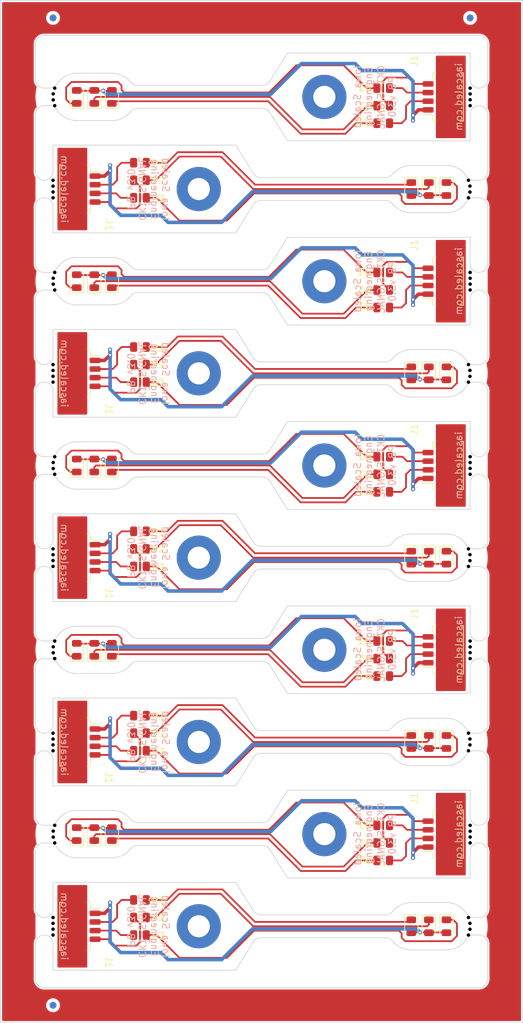
<source format=kicad_pcb>
(kicad_pcb (version 20211014) (generator pcbnew)
  (layers (0 "F.Cu" signal) (31 "B.Cu" signal) (34 "B.Paste" user) (35 "F.Paste" user) (36 "B.SilkS" user "B.Silkscreen") (37 "F.SilkS" user "F.Silkscreen") (38 "B.Mask" user) (39 "F.Mask" user) (44 "Edge.Cuts" user))
  (net 0 "")
  (net 1 "Board_0-Net-(D1-Pad1)")
  (net 2 "Board_0-Net-(D1-Pad2)")
  (net 3 "Board_0-Net-(D2-Pad1)")
  (net 4 "Board_0-Net-(D3-Pad1)")
  (net 5 "Board_0-Net-(J1-Pad2)")
  (net 6 "Board_0-Net-(J1-Pad3)")
  (net 7 "Board_0-Net-(J1-Pad4)")
  (net 8 "Board_0-unconnected-(H1-Pad1)")
  (net 9 "Board_0-unconnected-(J1-PadMP)")
  (net 10 "Board_1-Net-(D1-Pad1)")
  (net 11 "Board_1-Net-(D1-Pad2)")
  (net 12 "Board_1-Net-(D2-Pad1)")
  (net 13 "Board_1-Net-(D3-Pad1)")
  (net 14 "Board_1-Net-(J1-Pad2)")
  (net 15 "Board_1-Net-(J1-Pad3)")
  (net 16 "Board_1-Net-(J1-Pad4)")
  (net 17 "Board_1-unconnected-(H1-Pad1)")
  (net 18 "Board_1-unconnected-(J1-PadMP)")
  (net 19 "Board_2-Net-(D1-Pad1)")
  (net 20 "Board_2-Net-(D1-Pad2)")
  (net 21 "Board_2-Net-(D2-Pad1)")
  (net 22 "Board_2-Net-(D3-Pad1)")
  (net 23 "Board_2-Net-(J1-Pad2)")
  (net 24 "Board_2-Net-(J1-Pad3)")
  (net 25 "Board_2-Net-(J1-Pad4)")
  (net 26 "Board_2-unconnected-(H1-Pad1)")
  (net 27 "Board_2-unconnected-(J1-PadMP)")
  (net 28 "Board_3-Net-(D1-Pad1)")
  (net 29 "Board_3-Net-(D1-Pad2)")
  (net 30 "Board_3-Net-(D2-Pad1)")
  (net 31 "Board_3-Net-(D3-Pad1)")
  (net 32 "Board_3-Net-(J1-Pad2)")
  (net 33 "Board_3-Net-(J1-Pad3)")
  (net 34 "Board_3-Net-(J1-Pad4)")
  (net 35 "Board_3-unconnected-(H1-Pad1)")
  (net 36 "Board_3-unconnected-(J1-PadMP)")
  (net 37 "Board_4-Net-(D1-Pad1)")
  (net 38 "Board_4-Net-(D1-Pad2)")
  (net 39 "Board_4-Net-(D2-Pad1)")
  (net 40 "Board_4-Net-(D3-Pad1)")
  (net 41 "Board_4-Net-(J1-Pad2)")
  (net 42 "Board_4-Net-(J1-Pad3)")
  (net 43 "Board_4-Net-(J1-Pad4)")
  (net 44 "Board_4-unconnected-(H1-Pad1)")
  (net 45 "Board_4-unconnected-(J1-PadMP)")
  (net 46 "Board_5-Net-(D1-Pad1)")
  (net 47 "Board_5-Net-(D1-Pad2)")
  (net 48 "Board_5-Net-(D2-Pad1)")
  (net 49 "Board_5-Net-(D3-Pad1)")
  (net 50 "Board_5-Net-(J1-Pad2)")
  (net 51 "Board_5-Net-(J1-Pad3)")
  (net 52 "Board_5-Net-(J1-Pad4)")
  (net 53 "Board_5-unconnected-(H1-Pad1)")
  (net 54 "Board_5-unconnected-(J1-PadMP)")
  (net 55 "Board_6-Net-(D1-Pad1)")
  (net 56 "Board_6-Net-(D1-Pad2)")
  (net 57 "Board_6-Net-(D2-Pad1)")
  (net 58 "Board_6-Net-(D3-Pad1)")
  (net 59 "Board_6-Net-(J1-Pad2)")
  (net 60 "Board_6-Net-(J1-Pad3)")
  (net 61 "Board_6-Net-(J1-Pad4)")
  (net 62 "Board_6-unconnected-(H1-Pad1)")
  (net 63 "Board_6-unconnected-(J1-PadMP)")
  (net 64 "Board_7-Net-(D1-Pad1)")
  (net 65 "Board_7-Net-(D1-Pad2)")
  (net 66 "Board_7-Net-(D2-Pad1)")
  (net 67 "Board_7-Net-(D3-Pad1)")
  (net 68 "Board_7-Net-(J1-Pad2)")
  (net 69 "Board_7-Net-(J1-Pad3)")
  (net 70 "Board_7-Net-(J1-Pad4)")
  (net 71 "Board_7-unconnected-(H1-Pad1)")
  (net 72 "Board_7-unconnected-(J1-PadMP)")
  (net 73 "Board_8-Net-(D1-Pad1)")
  (net 74 "Board_8-Net-(D1-Pad2)")
  (net 75 "Board_8-Net-(D2-Pad1)")
  (net 76 "Board_8-Net-(D3-Pad1)")
  (net 77 "Board_8-Net-(J1-Pad2)")
  (net 78 "Board_8-Net-(J1-Pad3)")
  (net 79 "Board_8-Net-(J1-Pad4)")
  (net 80 "Board_8-unconnected-(H1-Pad1)")
  (net 81 "Board_8-unconnected-(J1-PadMP)")
  (net 82 "Board_9-Net-(D1-Pad1)")
  (net 83 "Board_9-Net-(D1-Pad2)")
  (net 84 "Board_9-Net-(D2-Pad1)")
  (net 85 "Board_9-Net-(D3-Pad1)")
  (net 86 "Board_9-Net-(J1-Pad2)")
  (net 87 "Board_9-Net-(J1-Pad3)")
  (net 88 "Board_9-Net-(J1-Pad4)")
  (net 89 "Board_9-unconnected-(H1-Pad1)")
  (net 90 "Board_9-unconnected-(J1-PadMP)")
  (footprint "LED_SMD:LED_0805_2012Metric" (layer "F.Cu") (at 124.3065 140.65 90)
    (fp_text reference "D2" hide)
    (fp_text value "AMBER")
  )
  (footprint "NPTH" (layer "F.Cu") (at 178.634959 153.552463)
    (fp_text reference "KiKit_MB_20_2" hide)
    (fp_text value "NPTH" hide)
  )
  (footprint "NPTH" (layer "F.Cu") (at 118.581804 139.38)
    (fp_text reference "KiKit_MB_17_4" hide)
    (fp_text value "NPTH" hide)
  )
  (footprint "MountingHole:MountingHole_3.2mm_M3_Pad" (layer "F.Cu") (at 139.4195 73.975 -90)
    (fp_text reference "H1" hide)
    (fp_text value "MountingHole")
  )
  (footprint "NPTH" (layer "F.Cu") (at 178.6625 141.92)
    (fp_text reference "KiKit_MB_18_4" hide)
    (fp_text value "NPTH" hide)
  )
  (footprint "NPTH" (layer "F.Cu") (at 118.3375 128.585)
    (fp_text reference "KiKit_MB_15_1" hide)
    (fp_text value "NPTH" hide)
  )
  (footprint "LED_SMD:LED_0805_2012Metric" (layer "F.Cu") (at 126.8465 140.65 90)
    (fp_text reference "D1" hide)
    (fp_text value "RED")
  )
  (footprint "NPTH" (layer "F.Cu") (at 118.365041 86.877463)
    (fp_text reference "KiKit_MB_9_3" hide)
    (fp_text value "NPTH" hide)
  )
  (footprint "NPTH" (layer "F.Cu") (at 178.6625 87.733333)
    (fp_text reference "KiKit_MB_10_3" hide)
    (fp_text value "NPTH" hide)
  )
  (footprint "Resistor_SMD:R_0805_2012Metric" (layer "F.Cu") (at 130.9105 99.375 180)
    (fp_text reference "R2")
    (fp_text value "1k")
  )
  (footprint "Resistor_SMD:R_0805_2012Metric" (layer "F.Cu") (at 166.0895 117.79)
    (fp_text reference "R1")
    (fp_text value "1k")
  )
  (footprint "NPTH" (layer "F.Cu") (at 118.3375 73.551666)
    (fp_text reference "KiKit_MB_7_3" hide)
    (fp_text value "NPTH" hide)
  )
  (footprint "LED_SMD:LED_0805_2012Metric" (layer "F.Cu") (at 124.3065 33.97 90)
    (fp_text reference "D2" hide)
    (fp_text value "AMBER")
  )
  (footprint "LED_SMD:LED_0805_2012Metric" (layer "F.Cu") (at 126.8465 60.64 90)
    (fp_text reference "D1" hide)
    (fp_text value "RED")
  )
  (footprint "NPTH" (layer "F.Cu") (at 118.3375 126.891666)
    (fp_text reference "KiKit_MB_15_3" hide)
    (fp_text value "NPTH" hide)
  )
  (footprint "Connector_Molex:Molex_PicoBlade_53261-0471_1x04-1MP_P1.25mm_Horizontal" (layer "F.Cu") (at 174.9795 140.65 90)
    (fp_text reference "J1")
    (fp_text value "Molex 0532610471")
  )
  (footprint "NPTH" (layer "F.Cu") (at 118.581804 86.04)
    (fp_text reference "KiKit_MB_9_4" hide)
    (fp_text value "NPTH" hide)
  )
  (footprint "NPTH" (layer "F.Cu") (at 118.3375 47.728333)
    (fp_text reference "KiKit_MB_3_2" hide)
    (fp_text value "NPTH" hide)
  )
  (footprint "LED_SMD:LED_0805_2012Metric" (layer "F.Cu") (at 124.3065 87.31 90)
    (fp_text reference "D2" hide)
    (fp_text value "AMBER")
  )
  (footprint "NPTH" (layer "F.Cu") (at 118.3375 153.561666)
    (fp_text reference "KiKit_MB_19_3" hide)
    (fp_text value "NPTH" hide)
  )
  (footprint "LED_SMD:LED_0805_2012Metric" (layer "F.Cu") (at 170.1535 73.975 -90)
    (fp_text reference "D1" hide)
    (fp_text value "RED")
  )
  (footprint "NPTH" (layer "F.Cu") (at 178.6625 32.7)
    (fp_text reference "KiKit_MB_2_1" hide)
    (fp_text value "NPTH" hide)
  )
  (footprint "NPTH" (layer "F.Cu") (at 118.365041 33.537464)
    (fp_text reference "KiKit_MB_1_3" hide)
    (fp_text value "NPTH" hide)
  )
  (footprint "Resistor_SMD:R_0805_2012Metric" (layer "F.Cu") (at 166.0895 139.38)
    (fp_text reference "R3")
    (fp_text value "1k")
  )
  (footprint "NPTH" (layer "F.Cu") (at 178.634959 46.872463)
    (fp_text reference "KiKit_MB_4_2" hide)
    (fp_text value "NPTH" hide)
  )
  (footprint "NPTH" (layer "F.Cu") (at 178.6625 115.25)
    (fp_text reference "KiKit_MB_14_4" hide)
    (fp_text value "NPTH" hide)
  )
  (footprint "NPTH" (layer "F.Cu") (at 118.581804 115.25)
    (fp_text reference "KiKit_MB_13_1" hide)
    (fp_text value "NPTH" hide)
  )
  (footprint "LED_SMD:LED_0805_2012Metric" (layer "F.Cu") (at 126.8465 33.97 90)
    (fp_text reference "D1" hide)
    (fp_text value "RED")
  )
  (footprint "NPTH" (layer "F.Cu") (at 178.6625 140.226666)
    (fp_text reference "KiKit_MB_18_2" hide)
    (fp_text value "NPTH" hide)
  )
  (footprint "Resistor_SMD:R_0805_2012Metric" (layer "F.Cu") (at 166.0895 141.92)
    (fp_text reference "R2")
    (fp_text value "1k")
  )
  (footprint "NPTH" (layer "F.Cu") (at 118.365041 140.217463)
    (fp_text reference "KiKit_MB_17_3" hide)
    (fp_text value "NPTH" hide)
  )
  (footprint "MountingHole:MountingHole_3.2mm_M3_Pad" (layer "F.Cu") (at 157.5805 87.31 90)
    (fp_text reference "H1" hide)
    (fp_text value "MountingHole")
  )
  (footprint "NPTH" (layer "F.Cu") (at 178.418196 128.585)
    (fp_text reference "KiKit_MB_16_4" hide)
    (fp_text value "NPTH" hide)
  )
  (footprint "NPTH" (layer "F.Cu") (at 118.365041 113.547463)
    (fp_text reference "KiKit_MB_13_3" hide)
    (fp_text value "NPTH" hide)
  )
  (footprint "NPTH" (layer "F.Cu") (at 118.581804 61.91)
    (fp_text reference "KiKit_MB_5_1" hide)
    (fp_text value "NPTH" hide)
  )
  (footprint "LED_SMD:LED_0805_2012Metric" (layer "F.Cu") (at 175.2335 100.645 -90)
    (fp_text reference "D3" hide)
    (fp_text value "GREEN")
  )
  (footprint "Resistor_SMD:R_0805_2012Metric" (layer "F.Cu") (at 166.0895 59.37)
    (fp_text reference "R3")
    (fp_text value "1k")
  )
  (footprint "Resistor_SMD:R_0805_2012Metric" (layer "F.Cu") (at 130.9105 123.505 180)
    (fp_text reference "R1")
    (fp_text value "1k")
  )
  (footprint "MountingHole:MountingHole_3.2mm_M3_Pad" (layer "F.Cu") (at 157.5805 113.98 90)
    (fp_text reference "H1" hide)
    (fp_text value "MountingHole")
  )
  (footprint "LED_SMD:LED_0805_2012Metric" (layer "F.Cu") (at 172.6935 153.985 -90)
    (fp_text reference "D2" hide)
    (fp_text value "AMBER")
  )
  (footprint "Resistor_SMD:R_0805_2012Metric" (layer "F.Cu") (at 130.9105 43.495 180)
    (fp_text reference "R1")
    (fp_text value "1k")
  )
  (footprint "NPTH" (layer "F.Cu") (at 118.3375 154.408333)
    (fp_text reference "KiKit_MB_19_2" hide)
    (fp_text value "NPTH" hide)
  )
  (footprint "NPTH" (layer "F.Cu") (at 178.418196 155.255)
    (fp_text reference "KiKit_MB_20_4" hide)
    (fp_text value "NPTH" hide)
  )
  (footprint "Resistor_SMD:R_0805_2012Metric" (layer "F.Cu") (at 166.0895 32.7)
    (fp_text reference "R3")
    (fp_text value "1k")
  )
  (footprint "NPTH" (layer "F.Cu") (at 118.3375 72.705)
    (fp_text reference "KiKit_MB_7_4" hide)
    (fp_text value "NPTH" hide)
  )
  (footprint "NPTH" (layer "F.Cu") (at 178.6625 60.216666)
    (fp_text reference "KiKit_MB_6_2" hide)
    (fp_text value "NPTH" hide)
  )
  (footprint "LED_SMD:LED_0805_2012Metric" (layer "F.Cu") (at 121.7665 33.97 90)
    (fp_text reference "D3" hide)
    (fp_text value "GREEN")
  )
  (footprint "NPTH" (layer "F.Cu") (at 178.634959 74.407536)
    (fp_text reference "KiKit_MB_8_3" hide)
    (fp_text value "NPTH" hide)
  )
  (footprint "LED_SMD:LED_0805_2012Metric" (layer "F.Cu") (at 121.7665 113.98 90)
    (fp_text reference "D3" hide)
    (fp_text value "GREEN")
  )
  (footprint "Resistor_SMD:R_0805_2012Metric" (layer "F.Cu") (at 166.0895 35.24)
    (fp_text reference "R2")
    (fp_text value "1k")
  )
  (footprint "NPTH" (layer "F.Cu") (at 118.581804 35.24)
    (fp_text reference "KiKit_MB_1_1" hide)
    (fp_text value "NPTH" hide)
  )
  (footprint "NPTH" (layer "F.Cu") (at 118.581804 32.7)
    (fp_text reference "KiKit_MB_1_4" hide)
    (fp_text value "NPTH" hide)
  )
  (footprint "Resistor_SMD:R_0805_2012Metric" (layer "F.Cu") (at 130.9105 126.045 180)
    (fp_text reference "R2")
    (fp_text value "1k")
  )
  (footprint "NPTH" (layer "F.Cu") (at 178.6625 112.71)
    (fp_text reference "KiKit_MB_14_1" hide)
    (fp_text value "NPTH" hide)
  )
  (footprint "NPTH" (layer "F.Cu") (at 118.365041 87.742536)
    (fp_text reference "KiKit_MB_9_2" hide)
    (fp_text value "NPTH" hide)
  )
  (footprint "Fiducial" (layer "F.Cu") (at 118.3375 165.415)
    (fp_text reference "KiKit_FID_T_3" hide)
    (fp_text value "Fiducial" hide)
  )
  (footprint "NPTH" (layer "F.Cu") (at 178.634959 127.747536)
    (fp_text reference "KiKit_MB_16_3" hide)
    (fp_text value "NPTH" hide)
  )
  (footprint "NPTH" (layer "F.Cu") (at 178.634959 101.077536)
    (fp_text reference "KiKit_MB_12_3" hide)
    (fp_text value "NPTH" hide)
  )
  (footprint "Connector_Molex:Molex_PicoBlade_53261-0471_1x04-1MP_P1.25mm_Horizontal" (layer "F.Cu") (at 122.0205 100.645 -90)
    (fp_text reference "J1")
    (fp_text value "Molex 0532610471")
  )
  (footprint "NPTH" (layer "F.Cu") (at 178.6625 35.24)
    (fp_text reference "KiKit_MB_2_4" hide)
    (fp_text value "NPTH" hide)
  )
  (footprint "Resistor_SMD:R_0805_2012Metric" (layer "F.Cu") (at 130.9105 72.705 180)
    (fp_text reference "R2")
    (fp_text value "1k")
  )
  (footprint "Resistor_SMD:R_0805_2012Metric" (layer "F.Cu") (at 166.0895 86.04)
    (fp_text reference "R3")
    (fp_text value "1k")
  )
  (footprint "Resistor_SMD:R_0805_2012Metric" (layer "F.Cu") (at 166.0895 64.45)
    (fp_text reference "R1")
    (fp_text value "1k")
  )
  (footprint "NPTH" (layer "F.Cu") (at 118.365041 60.207463)
    (fp_text reference "KiKit_MB_5_3" hide)
    (fp_text value "NPTH" hide)
  )
  (footprint "Resistor_SMD:R_0805_2012Metric" (layer "F.Cu") (at 130.9105 150.175 180)
    (fp_text reference "R1")
    (fp_text value "1k")
  )
  (footprint "Resistor_SMD:R_0805_2012Metric" (layer "F.Cu") (at 166.0895 37.78)
    (fp_text reference "R1")
    (fp_text value "1k")
  )
  (footprint "NPTH" (layer "F.Cu") (at 178.634959 47.737536)
    (fp_text reference "KiKit_MB_4_3" hide)
    (fp_text value "NPTH" hide)
  )
  (footprint "Connector_Molex:Molex_PicoBlade_53261-0471_1x04-1MP_P1.25mm_Horizontal" (layer "F.Cu") (at 174.9795 87.31 90)
    (fp_text reference "J1")
    (fp_text value "Molex 0532610471")
  )
  (footprint "MountingHole:MountingHole_3.2mm_M3_Pad" (layer "F.Cu") (at 139.4195 100.645 -90)
    (fp_text reference "H1" hide)
    (fp_text value "MountingHole")
  )
  (footprint "LED_SMD:LED_0805_2012Metric" (layer "F.Cu") (at 175.2335 153.985 -90)
    (fp_text reference "D3" hide)
    (fp_text value "GREEN")
  )
  (footprint "NPTH" (layer "F.Cu") (at 118.3375 99.375)
    (fp_text reference "KiKit_MB_11_4" hide)
    (fp_text value "NPTH" hide)
  )
  (footprint "NPTH" (layer "F.Cu") (at 178.418196 152.715)
    (fp_text reference "KiKit_MB_20_1" hide)
    (fp_text value "NPTH" hide)
  )
  (footprint "LED_SMD:LED_0805_2012Metric" (layer "F.Cu") (at 175.2335 47.305 -90)
    (fp_text reference "D3" hide)
    (fp_text value "GREEN")
  )
  (footprint "MountingHole:MountingHole_3.2mm_M3_Pad" (layer "F.Cu") (at 157.5805 140.65 90)
    (fp_text reference "H1" hide)
    (fp_text value "MountingHole")
  )
  (footprint "LED_SMD:LED_0805_2012Metric" (layer "F.Cu") (at 121.7665 140.65 90)
    (fp_text reference "D3" hide)
    (fp_text value "GREEN")
  )
  (footprint "Resistor_SMD:R_0805_2012Metric" (layer "F.Cu") (at 166.0895 61.91)
    (fp_text reference "R2")
    (fp_text value "1k")
  )
  (footprint "MountingHole:MountingHole_3.2mm_M3_Pad" (layer "F.Cu") (at 139.4195 47.305 -90)
    (fp_text reference "H1" hide)
    (fp_text value "MountingHole")
  )
  (footprint "Connector_Molex:Molex_PicoBlade_53261-0471_1x04-1MP_P1.25mm_Horizontal" (layer "F.Cu") (at 174.9795 113.98 90)
    (fp_text reference "J1")
    (fp_text value "Molex 0532610471")
  )
  (footprint "NPTH" (layer "F.Cu") (at 178.6625 33.546667)
    (fp_text reference "KiKit_MB_2_2" hide)
    (fp_text value "NPTH" hide)
  )
  (footprint "Resistor_SMD:R_0805_2012Metric" (layer "F.Cu") (at 130.9105 152.715 180)
    (fp_text reference "R2")
    (fp_text value "1k")
  )
  (footprint "NPTH" (layer "F.Cu") (at 178.6625 61.91)
    (fp_text reference "KiKit_MB_6_4" hide)
    (fp_text value "NPTH" hide)
  )
  (footprint "NPTH" (layer "F.Cu") (at 118.3375 75.245)
    (fp_text reference "KiKit_MB_7_1" hide)
    (fp_text value "NPTH" hide)
  )
  (footprint "LED_SMD:LED_0805_2012Metric" (layer "F.Cu") (at 126.8465 87.31 90)
    (fp_text reference "D1" hide)
    (fp_text value "RED")
  )
  (footprint "NPTH" (layer "F.Cu") (at 178.634959 126.882463)
    (fp_text reference "KiKit_MB_16_2" hide)
    (fp_text value "NPTH" hide)
  )
  (footprint "LED_SMD:LED_0805_2012Metric" (layer "F.Cu") (at 175.2335 73.975 -90)
    (fp_text reference "D3" hide)
    (fp_text value "GREEN")
  )
  (footprint "NPTH" (layer "F.Cu") (at 178.6625 59.37)
    (fp_text reference "KiKit_MB_6_1" hide)
    (fp_text value "NPTH" hide)
  )
  (footprint "LED_SMD:LED_0805_2012Metric" (layer "F.Cu") (at 170.1535 153.985 -90)
    (fp_text reference "D1" hide)
    (fp_text value "RED")
  )
  (footprint "Resistor_SMD:R_0805_2012Metric" (layer "F.Cu") (at 130.9105 70.165 180)
    (fp_text reference "R1")
    (fp_text value "1k")
  )
  (footprint "Connector_Molex:Molex_PicoBlade_53261-0471_1x04-1MP_P1.25mm_Horizontal" (layer "F.Cu") (at 122.0205 153.985 -90)
    (fp_text reference "J1")
    (fp_text value "Molex 0532610471")
  )
  (footprint "LED_SMD:LED_0805_2012Metric" (layer "F.Cu") (at 124.3065 60.64 90)
    (fp_text reference "D2" hide)
    (fp_text value "AMBER")
  )
  (footprint "LED_SMD:LED_0805_2012Metric" (layer "F.Cu") (at 170.1535 100.645 -90)
    (fp_text reference "D1" hide)
    (fp_text value "RED")
  )
  (footprint "NPTH" (layer "F.Cu") (at 178.634959 100.212463)
    (fp_text reference "KiKit_MB_12_2" hide)
    (fp_text value "NPTH" hide)
  )
  (footprint "LED_SMD:LED_0805_2012Metric" (layer "F.Cu") (at 121.7665 60.64 90)
    (fp_text reference "D3" hide)
    (fp_text value "GREEN")
  )
  (footprint "NPTH" (layer "F.Cu") (at 178.6625 88.58)
    (fp_text reference "KiKit_MB_10_4" hide)
    (fp_text value "NPTH" hide)
  )
  (footprint "NPTH" (layer "F.Cu") (at 178.6625 139.38)
    (fp_text reference "KiKit_MB_18_1" hide)
    (fp_text value "NPTH" hide)
  )
  (footprint "Resistor_SMD:R_0805_2012Metric" (layer "F.Cu") (at 166.0895 115.25)
    (fp_text reference "R2")
    (fp_text value "1k")
  )
  (footprint "LED_SMD:LED_0805_2012Metric" (layer "F.Cu") (at 126.8465 113.98 90)
    (fp_text reference "D1" hide)
    (fp_text value "RED")
  )
  (footprint "NPTH" (layer "F.Cu") (at 118.3375 126.045)
    (fp_text reference "KiKit_MB_15_4" hide)
    (fp_text value "NPTH" hide)
  )
  (footprint "Connector_Molex:Molex_PicoBlade_53261-0471_1x04-1MP_P1.25mm_Horizontal" (layer "F.Cu") (at 122.0205 47.305 -90)
    (fp_text reference "J1")
    (fp_text value "Molex 0532610471")
  )
  (footprint "NPTH" (layer "F.Cu") (at 118.3375 155.255)
    (fp_text reference "KiKit_MB_19_1" hide)
    (fp_text value "NPTH" hide)
  )
  (footprint "Resistor_SMD:R_0805_2012Metric" (layer "F.Cu") (at 166.0895 144.46)
    (fp_text reference "R1")
    (fp_text value "1k")
  )
  (footprint "NPTH" (layer "F.Cu") (at 178.418196 46.035)
    (fp_text reference "KiKit_MB_4_1" hide)
    (fp_text value "NPTH" hide)
  )
  (footprint "Resistor_SMD:R_0805_2012Metric" (layer "F.Cu") (at 166.0895 112.71)
    (fp_text reference "R3")
    (fp_text value "1k")
  )
  (footprint "NPTH" (layer "F.Cu") (at 118.3375 46.035)
    (fp_text reference "KiKit_MB_3_4" hide)
    (fp_text value "NPTH" hide)
  )
  (footprint "Resistor_SMD:R_0805_2012Metric" (layer "F.Cu") (at 130.9105 96.835 180)
    (fp_text reference "R1")
    (fp_text value "1k")
  )
  (footprint "Connector_Molex:Molex_PicoBlade_53261-0471_1x04-1MP_P1.25mm_Horizontal" (layer "F.Cu") (at 174.9795 33.97 90)
    (fp_text reference "J1")
    (fp_text value "Molex 0532610471")
  )
  (footprint "NPTH" (layer "F.Cu") (at 118.3375 127.738333)
    (fp_text reference "KiKit_MB_15_2" hide)
    (fp_text value "NPTH" hide)
  )
  (footprint "LED_SMD:LED_0805_2012Metric" (layer "F.Cu") (at 170.1535 127.315 -90)
    (fp_text reference "D1" hide)
    (fp_text value "RED")
  )
  (footprint "LED_SMD:LED_0805_2012Metric" (layer "F.Cu") (at 172.6935 73.975 -90)
    (fp_text reference "D2" hide)
    (fp_text value "AMBER")
  )
  (footprint "NPTH" (layer "F.Cu") (at 118.3375 74.398333)
    (fp_text reference "KiKit_MB_7_2" hide)
    (fp_text value "NPTH" hide)
  )
  (footprint "NPTH" (layer "F.Cu") (at 118.3375 152.715)
    (fp_text reference "KiKit_MB_19_4" hide)
    (fp_text value "NPTH" hide)
  )
  (footprint "NPTH" (layer "F.Cu") (at 178.6625 86.886666)
    (fp_text reference "KiKit_MB_10_2" hide)
    (fp_text value "NPTH" hide)
  )
  (footprint "NPTH" (layer "F.Cu") (at 178.6625 86.04)
    (fp_text reference "KiKit_MB_10_1" hide)
    (fp_text value "NPTH" hide)
  )
  (footprint "NPTH" (layer "F.Cu") (at 178.6625 113.556666)
    (fp_text reference "KiKit_MB_14_2" hide)
    (fp_text value "NPTH" hide)
  )
  (footprint "LED_SMD:LED_0805_2012Metric" (layer "F.Cu") (at 172.6935 47.305 -90)
    (fp_text reference "D2" hide)
    (fp_text value "AMBER")
  )
  (footprint "NPTH" (layer "F.Cu") (at 118.3375 46.881666)
    (fp_text reference "KiKit_MB_3_3" hide)
    (fp_text value "NPTH" hide)
  )
  (footprint "NPTH" (layer "F.Cu") (at 178.418196 101.915)
    (fp_text reference "KiKit_MB_12_4" hide)
    (fp_text value "NPTH" hide)
  )
  (footprint "LED_SMD:LED_0805_2012Metric" (layer "F.Cu") (at 172.6935 100.645 -90)
    (fp_text reference "D2" hide)
    (fp_text value "AMBER")
  )
  (footprint "NPTH" (layer "F.Cu") (at 118.581804 141.92)
    (fp_text reference "KiKit_MB_17_1" hide)
    (fp_text value "NPTH" hide)
  )
  (footprint "Fiducial" (layer "F.Cu") (at 178.6625 22.54)
    (fp_text reference "KiKit_FID_T_2" hide)
    (fp_text value "Fiducial" hide)
  )
  (footprint "Resistor_SMD:R_0805_2012Metric" (layer "F.Cu") (at 130.9105 46.035 180)
    (fp_text reference "R2")
    (fp_text value "1k")
  )
  (footprint "Fiducial" (layer "F.Cu") (at 118.3375 22.54)
    (fp_text reference "KiKit_FID_T_1" hide)
    (fp_text value "Fiducial" hide)
  )
  (footprint "NPTH" (layer "F.Cu") (at 118.581804 59.37)
    (fp_text reference "KiKit_MB_5_4" hide)
    (fp_text value "NPTH" hide)
  )
  (footprint "NPTH" (layer "F.Cu") (at 118.365041 61.072536)
    (fp_text reference "KiKit_MB_5_2" hide)
    (fp_text value "NPTH" hide)
  )
  (footprint "Resistor_SMD:R_0805_2012Metric" (layer "F.Cu") (at 166.0895 91.12)
    (fp_text reference "R1")
    (fp_text value "1k")
  )
  (footprint "Connector_Molex:Molex_PicoBlade_53261-0471_1x04-1MP_P1.25mm_Horizontal" (layer "F.Cu") (at 122.0205 73.975 -90)
    (fp_text reference "J1")
    (fp_text value "Molex 0532610471")
  )
  (footprint "Resistor_SMD:R_0805_2012Metric" (layer "F.Cu") (at 130.9105 128.585 180)
    (fp_text reference "R3")
    (fp_text value "1k")
  )
  (footprint "Resistor_SMD:R_0805_2012Metric" (layer "F.Cu") (at 166.0895 88.58)
    (fp_text reference "R2")
    (fp_text value "1k")
  )
  (footprint "Resistor_SMD:R_0805_2012Metric" (layer "F.Cu") (at 130.9105 75.245 180)
    (fp_text reference "R3")
    (fp_text value "1k")
  )
  (footprint "Connector_Molex:Molex_PicoBlade_53261-0471_1x04-1MP_P1.25mm_Horizontal" (layer "F.Cu") (at 122.0205 127.315 -90)
    (fp_text reference "J1")
    (fp_text value "Molex 0532610471")
  )
  (footprint "MountingHole:MountingHole_3.2mm_M3_Pad" (layer "F.Cu") (at 139.4195 153.985 -90)
    (fp_text reference "H1" hide)
    (fp_text value "MountingHole")
  )
  (footprint "NPTH" (layer "F.Cu") (at 118.365041 114.412536)
    (fp_text reference "KiKit_MB_13_2" hide)
    (fp_text value "NPTH" hide)
  )
  (footprint "NPTH" (layer "F.Cu") (at 178.634959 154.417536)
    (fp_text reference "KiKit_MB_20_3" hide)
    (fp_text value "NPTH" hide)
  )
  (footprint "Resistor_SMD:R_0805_2012Metric" (layer "F.Cu") (at 130.9105 155.255 180)
    (fp_text reference "R3")
    (fp_text value "1k")
  )
  (footprint "LED_SMD:LED_0805_2012Metric" (layer "F.Cu") (at 121.7665 87.31 90)
    (fp_text reference "D3" hide)
    (fp_text value "GREEN")
  )
  (footprint "Resistor_SMD:R_0805_2012Metric" (layer "F.Cu") (at 130.9105 101.915 180)
    (fp_text reference "R3")
    (fp_text value "1k")
  )
  (footprint "NPTH" (layer "F.Cu") (at 178.418196 126.045)
    (fp_text reference "KiKit_MB_16_1" hide)
    (fp_text value "NPTH" hide)
  )
  (footprint "NPTH" (layer "F.Cu") (at 118.365041 141.082536)
    (fp_text reference "KiKit_MB_17_2" hide)
    (fp_text value "NPTH" hide)
  )
  (footprint "NPTH" (layer "F.Cu") (at 178.418196 72.705)
    (fp_text reference "KiKit_MB_8_1" hide)
    (fp_text value "NPTH" hide)
  )
  (footprint "Connector_Molex:Molex_PicoBlade_53261-0471_1x04-1MP_P1.25mm_Horizontal" (layer "F.Cu") (at 174.9795 60.64 90)
    (fp_text reference "J1")
    (fp_text value "Molex 0532610471")
  )
  (footprint "NPTH" (layer "F.Cu") (at 178.6625 34.393333)
    (fp_text reference "KiKit_MB_2_3" hide)
    (fp_text value "NPTH" hide)
  )
  (footprint "LED_SMD:LED_0805_2012Metric" (layer "F.Cu") (at 172.6935 127.315 -90)
    (fp_text reference "D2" hide)
    (fp_text value "AMBER")
  )
  (footprint "MountingHole:MountingHole_3.2mm_M3_Pad" (layer "F.Cu") (at 139.4195 127.315 -90)
    (fp_text reference "H1" hide)
    (fp_text value "MountingHole")
  )
  (footprint "NPTH" (layer "F.Cu") (at 178.418196 48.575)
    (fp_text reference "KiKit_MB_4_4" hide)
    (fp_text value "NPTH" hide)
  )
  (footprint "NPTH" (layer "F.Cu") (at 118.581804 112.71)
    (fp_text reference "KiKit_MB_13_4" hide)
    (fp_text value "NPTH" hide)
  )
  (footprint "NPTH" (layer "F.Cu") (at 118.3375 101.915)
    (fp_text reference "KiKit_MB_11_1" hide)
    (fp_text value "NPTH" hide)
  )
  (footprint "NPTH" (layer "F.Cu") (at 118.3375 48.575)
    (fp_text reference "KiKit_MB_3_1" hide)
    (fp_text value "NPTH" hide)
  )
  (footprint "NPTH" (layer "F.Cu") (at 118.3375 100.221666)
    (fp_text reference "KiKit_MB_11_3" hide)
    (fp_text value "NPTH" hide)
  )
  (footprint "NPTH" (layer "F.Cu") (at 178.418196 99.375)
    (fp_text reference "KiKit_MB_12_1" hide)
    (fp_text value "NPTH" hide)
  )
  (footprint "LED_SMD:LED_0805_2012Metric" (layer "F.Cu") (at 175.2335 127.315 -90)
    (fp_text reference "D3" hide)
    (fp_text value "GREEN")
  )
  (footprint "MountingHole:MountingHole_3.2mm_M3_Pad" (layer "F.Cu") (at 157.5805 33.97 90)
    (fp_text reference "H1" hide)
    (fp_text value "MountingHole")
  )
  (footprint "Resistor_SMD:R_0805_2012Metric" (layer "F.Cu") (at 130.9105 48.575 180)
    (fp_text reference "R3")
    (fp_text value "1k")
  )
  (footprint "NPTH" (layer "F.Cu") (at 178.6625 141.073333)
    (fp_text reference "KiKit_MB_18_3" hide)
    (fp_text value "NPTH" hide)
  )
  (footprint "NPTH" (layer "F.Cu") (at 178.634959 73.542463)
    (fp_text reference "KiKit_MB_8_2" hide)
    (fp_text value "NPTH" hide)
  )
  (footprint "NPTH" (layer "F.Cu") (at 178.418196 75.245)
    (fp_text reference "KiKit_MB_8_4" hide)
    (fp_text value "NPTH" hide)
  )
  (footprint "MountingHole:MountingHole_3.2mm_M3_Pad" (layer "F.Cu") (at 157.5805 60.64 90)
    (fp_text reference "H1" hide)
    (fp_text value "MountingHole")
  )
  (footprint "NPTH" (layer "F.Cu") (at 178.6625 114.403333)
    (fp_text reference "KiKit_MB_14_3" hide)
    (fp_text value "NPTH" hide)
  )
  (footprint "NPTH" (layer "F.Cu") (at 118.365041 34.402536)
    (fp_text reference "KiKit_MB_1_2" hide)
    (fp_text value "NPTH" hide)
  )
  (footprint "LED_SMD:LED_0805_2012Metric" (layer "F.Cu") (at 124.3065 113.98 90)
    (fp_text reference "D2" hide)
    (fp_text value "AMBER")
  )
  (footprint "NPTH" (layer "F.Cu") (at 118.581804 88.58)
    (fp_text reference "KiKit_MB_9_1" hide)
    (fp_text value "NPTH" hide)
  )
  (footprint "NPTH" (layer "F.Cu") (at 118.3375 101.068333)
    (fp_text reference "KiKit_MB_11_2" hide)
    (fp_text value "NPTH" hide)
  )
  (footprint "NPTH" (layer "F.Cu") (at 178.6625 61.063333)
    (fp_text reference "KiKit_MB_6_3" hide)
    (fp_text value "NPTH" hide)
  )
  (footprint "LED_SMD:LED_0805_2012Metric" (layer "F.Cu") (at 170.1535 47.305 -90)
    (fp_text reference "D1" hide)
    (fp_text value "RED")
  )
  (footprint "Fiducial" (layer "B.Cu") (at 178.6625 22.54)
    (fp_text reference "KiKit_FID_B_2" hide)
    (fp_text value "Fiducial" hide)
  )
  (footprint "Fiducial" (layer "B.Cu") (at 118.3375 165.415)
    (fp_text reference "KiKit_FID_B_3" hide)
    (fp_text value "Fiducial" hide)
  )
  (footprint "Fiducial" (layer "B.Cu") (at 118.3375 22.54)
    (fp_text reference "KiKit_FID_B_1" hide)
    (fp_text value "Fiducial" hide)
  )
  (gr_line (start 175.897595 77.338714) (end 175.928135 77.33254) (layer "Edge.Cuts") (width 0.1))
  (gr_line (start 176.550703 50.470526) (end 176.550934 50.470432) (layer "Edge.Cuts") (width 0.1))
  (gr_line (start 180.954539 112.200579) (end 180.91649 112.249333) (layer "Edge.Cuts") (width 0.1))
  (gr_line (start 119.683675 111.256504) (end 119.57476 111.343361) (layer "Edge.Cuts") (width 0.1))
  (gr_line (start 178.660249 27.623981) (end 178.659938 27.623602) (layer "Edge.Cuts") (width 0.1))
  (gr_line (start 118.340391 53.651761) (end 118.340738 53.652108) (layer "Edge.Cuts") (width 0.1))
  (gr_line (start 127.596687 30.622714) (end 127.564426 30.615796) (layer "Edge.Cuts") (width 0.1))
  (gr_line (start 175.241413 97.216197) (end 175.241289 97.216195) (layer "Edge.Cuts") (width 0.1))
  (gr_line (start 121.409619 144.060019) (end 121.440622 144.063122) (layer "Edge.Cuts") (width 0.1))
  (gr_line (start 129.19309 138.124158) (end 129.078595 138.025169) (layer "Edge.Cuts") (width 0.1))
  (gr_line (start 152.249561 146.999415) (end 152.25003 146.999531) (layer "Edge.Cuts") (width 0.1))
  (gr_line (start 129.350515 138.275502) (end 129.350333 138.275311) (layer "Edge.Cuts") (width 0.1))
  (gr_line (start 118.338932 147.640204) (end 118.338701 147.640637) (layer "Edge.Cuts") (width 0.1))
  (gr_line (start 144.750901 120.965722) (end 144.750438 120.965584) (layer "Edge.Cuts") (width 0.1))
  (gr_line (start 178.662123 120.322057) (end 178.662218 120.321575) (layer "Edge.Cuts") (width 0.1))
  (gr_line (start 176.391278 150.757751) (end 176.259224 150.713383) (layer "Edge.Cuts") (width 0.1))
  (gr_line (start 148.314003 128.967473) (end 148.374977 128.966) (layer "Edge.Cuts") (width 0.1))
  (gr_line (start 115.918476 111.988718) (end 115.893414 111.932179) (layer "Edge.Cuts") (width 0.1))
  (gr_line (start 180.788662 62.236403) (end 180.833452 62.279047) (layer "Edge.Cuts") (width 0.1))
  (gr_line (start 118.308469 62.008942) (end 118.365735 62.034782) (layer "Edge.Cuts") (width 0.1))
  (gr_line (start 177.03459 156.902476) (end 177.034801 156.902344) (layer "Edge.Cuts") (width 0.1))
  (gr_line (start 129.584471 89.420293) (end 129.612077 89.387387) (layer "Edge.Cuts") (width 0.1))
  (gr_line (start 166.692801 98.969007) (end 166.630922 98.97992) (layer "Edge.Cuts") (width 0.1))
  (gr_line (start 121.580038 57.21643) (end 121.579789 57.216445) (layer "Edge.Cuts") (width 0.1))
  (gr_line (start 178.657295 40.318567) (end 178.657716 40.318314) (layer "Edge.Cuts") (width 0.1))
  (gr_line (start 169.617713 43.917656) (end 169.617451 43.917694) (layer "Edge.Cuts") (width 0.1))
  (gr_line (start 177.554125 156.508944) (end 177.576966 156.487751) (layer "Edge.Cuts") (width 0.1))
  (gr_line (start 128.266937 84.182481) (end 128.266695 84.182376) (layer "Edge.Cuts") (width 0.1))
  (gr_line (start 120.608486 117.207166) (end 120.608721 117.207248) (layer "Edge.Cuts") (width 0.1))
  (gr_line (start 115.946281 162.208958) (end 115.918476 162.153718) (layer "Edge.Cuts") (width 0.1))
  (gr_line (start 118.05149 125.584333) (end 118.011096 125.631162) (layer "Edge.Cuts") (width 0.1))
  (gr_line (start 116.04546 162.365579) (end 116.00985 162.315016) (layer "Edge.Cuts") (width 0.1))
  (gr_line (start 176.579875 103.798229) (end 176.706855 103.740934) (layer "Edge.Cuts") (width 0.1))
  (gr_line (start 119.301023 138.267352) (end 119.206269 138.369472) (layer "Edge.Cuts") (width 0.1))
  (gr_line (start 120.579207 90.526509) (end 120.608486 90.537166) (layer "Edge.Cuts") (width 0.1))
  (gr_line (start 180.481218 35.360976) (end 180.536458 35.388781) (layer "Edge.Cuts") (width 0.1))
  (gr_line (start 118.628953 59.075213) (end 118.579834 59.114384) (layer "Edge.Cuts") (width 0.1))
  (gr_line (start 127.744045 83.998402) (end 127.596945 83.962773) (layer "Edge.Cuts") (width 0.1))
  (gr_line (start 186.278518 20.00225) (end 186.278124 20.001957) (layer "Edge.Cuts") (width 0.1))
  (gr_line (start 120.449296 84.144473) (end 120.449065 84.144567) (layer "Edge.Cuts") (width 0.1))
  (gr_line (start 127.014586 144.074547) (end 127.01485 144.074536) (layer "Edge.Cuts") (width 0.1))
  (gr_line (start 144.748536 147.635259) (end 144.748053 147.635236) (layer "Edge.Cuts") (width 0.1))
  (gr_line (start 147.304693 151.739094) (end 144.761599 147.648028) (layer "Edge.Cuts") (width 0.1))
  (gr_line (start 180.536458 162.726218) (end 180.481218 162.754023) (layer "Edge.Cuts") (width 0.1))
  (gr_line (start 167.947126 103.290913) (end 167.947333 103.291078) (layer "Edge.Cuts") (width 0.1))
  (gr_line (start 144.75462 67.627908) (end 144.754258 67.627588) (layer "Edge.Cuts") (width 0.1))
  (gr_line (start 167.415528 71.864706) (end 167.387922 71.897612) (layer "Edge.Cuts") (width 0.1))
  (gr_line (start 120.420124 90.463229) (end 120.420353 90.463329) (layer "Edge.Cuts") (width 0.1))
  (gr_line (start 128.781573 63.485238) (end 128.781792 63.485091) (layer "Edge.Cuts") (width 0.1))
  (gr_line (start 148.374977 98.994) (end 148.314003 98.992526) (layer "Edge.Cuts") (width 0.1))
  (gr_line (start 127.921416 143.909491) (end 127.921668 143.909412) (layer "Edge.Cuts") (width 0.1))
  (gr_line (start 180.876096 162.461162) (end 180.833452 162.505952) (layer "Edge.Cuts") (width 0.1))
  (gr_line (start 119.847968 137.808374) (end 119.822223 137.825926) (layer "Edge.Cuts") (width 0.1))
  (gr_line (start 128.095794 117.178109) (end 128.096041 117.178017) (layer "Edge.Cuts") (width 0.1))
  (gr_line (start 180.91649 75.705666) (end 180.954539 75.75442) (layer "Edge.Cuts") (width 0.1))
  (gr_line (start 120.292918 63.735828) (end 120.293144 63.735934) (layer "Edge.Cuts") (width 0.1))
  (gr_line (start 116.166547 99.005952) (end 116.123903 98.961162) (layer "Edge.Cuts") (width 0.1))
  (gr_line (start 179.73762 59.356359) (end 179.676686 59.345786) (layer "Edge.Cuts") (width 0.1))
  (gr_line (start 177.79373 151.704472) (end 177.698976 151.602352) (layer "Edge.Cuts") (width 0.1))
  (gr_line (start 179.942377 86.04) (end 179.922622 86.04) (layer "Edge.Cuts") (width 0.1))
  (gr_line (start 180.004325 61.91152) (end 180.066001 61.91607) (layer "Edge.Cuts") (width 0.1))
  (gr_line (start 127.776406 84.00715) (end 127.776152 84.007078) (layer "Edge.Cuts") (width 0.1))
  (gr_line (start 169.078579 130.574505) (end 169.223593 130.617849) (layer "Edge.Cuts") (width 0.1))
  (gr_line (start 129.052873 111.334086) (end 129.052666 111.333921) (layer "Edge.Cuts") (width 0.1))
  (gr_line (start 116.751345 59.332236) (end 116.691742 59.315741) (layer "Edge.Cuts") (width 0.1))
  (gr_line (start 176.550934 103.810432) (end 176.579646 103.798329) (layer "Edge.Cuts") (width 0.1))
  (gr_line (start 177.814677 49.561791) (end 177.904222 49.455075) (layer "Edge.Cuts") (width 0.1))
  (gr_line (start 119.423033 89.812751) (end 119.445874 89.833944) (layer "Edge.Cuts") (width 0.1))
  (gr_line (start 118.337709 80.31609) (end 118.337781 80.316575) (layer "Edge.Cuts") (width 0.1))
  (gr_line (start 118.343137 160.333798) (end 118.343581 160.334008) (layer "Edge.Cuts") (width 0.1))
  (gr_line (start 116.04546 49.08442) (end 116.083509 49.035666) (layer "Edge.Cuts") (width 0.1))
  (gr_line (start 175.729102 97.252364) (end 175.728855 97.25233) (layer "Edge.Cuts") (width 0.1))
  (gr_line (start 128.596135 116.940064) (end 128.596365 116.939934) (layer "Edge.Cuts") (width 0.1))
  (gr_line (start 186.279938 167.951397) (end 186.280249 167.951018) (layer "Edge.Cuts") (width 0.1))
  (gr_line (start 121.409619 90.720019) (end 121.440622 90.723122) (layer "Edge.Cuts") (width 0.1))
  (gr_line (start 175.42021 97.221445) (end 175.419961 97.22143) (layer "Edge.Cuts") (width 0.1))
  (gr_line (start 127.23199 30.562686) (end 127.199179 30.559208) (layer "Edge.Cuts") (width 0.1))
  (gr_line (start 119.076039 62.765325) (end 119.076192 62.765522) (layer "Edge.Cuts") (width 0.1))
  (gr_line (start 120.905368 90.628742) (end 120.935562 90.63643) (layer "Edge.Cuts") (width 0.1))
  (gr_line (start 175.42021 123.891445) (end 175.419961 123.89143) (layer "Edge.Cuts") (width 0.1))
  (gr_line (start 177.007789 124.381148) (end 176.887145 124.311494) (layer "Edge.Cuts") (width 0.1))
  (gr_line (start 178.661298 54.295637) (end 178.661067 54.295204) (layer "Edge.Cuts") (width 0.1))
  (gr_line (start 180.876096 25.493837) (end 180.91649 25.540666) (layer "Edge.Cuts") (width 0.1))
  (gr_line (start 180.36698 35.313657) (end 180.424679 35.335914) (layer "Edge.Cuts") (width 0.1))
  (gr_line (start 115.79902 138.181825) (end 115.7975 138.119877) (layer "Edge.Cuts") (width 0.1))
  (gr_line (start 120.608721 117.207248) (end 120.740775 117.251616) (layer "Edge.Cuts") (width 0.1))
  (gr_line (start 179.123166 139.09399) (end 179.076337 139.053596) (layer "Edge.Cuts") (width 0.1))
  (gr_line (start 116.166547 102.284047) (end 116.211337 102.241403) (layer "Edge.Cuts") (width 0.1))
  (gr_line (start 127.564426 110.625796) (end 127.564167 110.625744) (layer "Edge.Cuts") (width 0.1))
  (gr_line (start 116.211337 125.718596) (end 116.166547 125.675952) (layer "Edge.Cuts") (width 0.1))
  (gr_line (start 119.446059 84.785888) (end 119.445874 84.786055) (layer "Edge.Cuts") (width 0.1))
  (gr_line (start 121.440871 30.556856) (end 121.440622 30.556877) (layer "Edge.Cuts") (width 0.1))
  (gr_line (start 179.328541 112.561218) (end 179.274732 112.530735) (layer "Edge.Cuts") (width 0.1))
  (gr_line (start 118.338701 40.960637) (end 118.338491 40.961081) (layer "Edge.Cuts") (width 0.1))
  (gr_line (start 147.373931 49.450663) (end 147.412062 49.403215) (layer "Edge.Cuts") (width 0.1))
  (gr_line (start 129.476187 85.071079) (end 129.476016 85.070881) (layer "Edge.Cuts") (width 0.1))
  (gr_line (start 115.946281 25.746041) (end 115.976764 25.692232) (layer "Edge.Cuts") (width 0.1))
  (gr_line (start 177.151823 124.473236) (end 177.034801 124.397655) (layer "Edge.Cuts") (width 0.1))
  (gr_line (start 180.833452 155.624047) (end 180.876096 155.668837) (layer "Edge.Cuts") (width 0.1))
  (gr_line (start 116.30692 88.82796) (end 116.357483 88.79235) (layer "Edge.Cuts") (width 0.1))
  (gr_line (start 120.741012 84.038307) (end 120.740775 84.038383) (layer "Edge.Cuts") (width 0.1))
  (gr_line (start 118.339185 40.959783) (end 118.338932 40.960204) (layer "Edge.Cuts") (width 0.1))
  (gr_line (start 169.223847 157.287921) (end 169.255698 157.296532) (layer "Edge.Cuts") (width 0.1))
  (gr_line (start 129.584471 62.750293) (end 129.612077 62.717387) (layer "Edge.Cuts") (width 0.1))
  (gr_line (start 147.634467 75.866482) (end 147.684571 75.831913) (layer "Edge.Cuts") (width 0.1))
  (gr_line (start 180.693079 75.49296) (end 180.741833 75.531009) (layer "Edge.Cuts") (width 0.1))
  (gr_line (start 119.185485 36.22698) (end 119.206102 36.250342) (layer "Edge.Cuts") (width 0.1))
  (gr_line (start 176.094631 77.293742) (end 176.094872 77.293677) (layer "Edge.Cuts") (width 0.1))
  (gr_line (start 177.291089 124.572389) (end 177.17798 124.491069) (layer "Edge.Cuts") (width 0.1))
  (gr_line (start 178.6625 54.305586) (end 178.662496 54.30534) (layer "Edge.Cuts") (width 0.1))
  (gr_line (start 178.948509 62.370666) (end 178.988903 62.323837) (layer "Edge.Cuts") (width 0.1))
  (gr_line (start 179.17192 62.15796) (end 179.222483 62.12235) (layer "Edge.Cuts") (width 0.1))
  (gr_line (start 166.989866 98.869184) (end 166.932594 98.89503) (layer "Edge.Cuts") (width 0.1))
  (gr_line (start 144.749016 106.994693) (end 144.749494 106.994624) (layer "Edge.Cuts") (width 0.1))
  (gr_line (start 179.556742 35.294258) (end 179.616345 35.277763) (layer "Edge.Cuts") (width 0.1))
  (gr_line (start 169.584868 157.367115) (end 169.617449 157.37232) (layer "Edge.Cuts") (width 0.1))
  (gr_line (start 120.449296 110.814473) (end 120.449065 110.814567) (layer "Edge.Cuts") (width 0.1))
  (gr_line (start 167.387903 76.052387) (end 167.415516 76.085302) (layer "Edge.Cuts") (width 0.1))
  (gr_line (start 180.127379 128.59864) (end 180.188313 128.609213) (layer "Edge.Cuts") (width 0.1))
  (gr_line (start 118.804148 138.905595) (end 118.763764 138.953722) (layer "Edge.Cuts") (width 0.1))
  (gr_line (start 129.899827 112.144094) (end 129.847048 112.11) (layer "Edge.Cuts") (width 0.1))
  (gr_line (start 178.654557 93.659623) (end 178.655033 93.659503) (layer "Edge.Cuts") (width 0.1))
  (gr_line (start 181.200979 84.841825) (end 181.196429 84.903501) (layer "Edge.Cuts") (width 0.1))
  (gr_line (start 144.751356 106.994117) (end 144.751804 106.993935) (layer "Edge.Cuts") (width 0.1))
  (gr_line (start 118.3375 151.454877) (end 118.335979 151.516825) (layer "Edge.Cuts") (width 0.1))
  (gr_line (start 120.578973 137.433578) (end 120.449296 137.484473) (layer "Edge.Cuts") (width 0.1))
  (gr_line (start 167.782148 71.471756) (end 167.673039 71.57665) (layer "Edge.Cuts") (width 0.1))
  (gr_line (start 167.806722 71.449344) (end 167.782341 71.471575) (layer "Edge.Cuts") (width 0.1))
  (gr_line (start 117.818918 139.38) (end 117.057622 139.38) (layer "Edge.Cuts") (width 0.1))
  (gr_line (start 119.683872 36.693648) (end 119.708709 36.712461) (layer "Edge.Cuts") (width 0.1))
  (gr_line (start 168.733062 50.432518) (end 168.733304 50.432623) (layer "Edge.Cuts") (width 0.1))
  (gr_line (start 144.750901 147.635722) (end 144.750438 147.635584) (layer "Edge.Cuts") (width 0.1))
  (gr_line (start 169.617451 150.597694) (end 169.58487 150.602899) (layer "Edge.Cuts") (width 0.1))
  (gr_line (start 179.181081 46.035) (end 179.118151 46.03343) (layer "Edge.Cuts") (width 0.1))
  (gr_line (start 128.096041 37.168017) (end 128.126807 37.156097) (layer "Edge.Cuts") (width 0.1))
  (gr_line (start 129.327159 138.251825) (end 129.326971 138.251639) (layer "Edge.Cuts") (width 0.1))
  (gr_line (start 110.717781 20.008424) (end 110.717709 20.008909) (layer "Edge.Cuts") (width 0.1))
  (gr_line (start 119.965198 84.392655) (end 119.848176 84.468236) (layer "Edge.Cuts") (width 0.1))
  (gr_line (start 116.811686 25.104213) (end 116.87262 25.09364) (layer "Edge.Cuts") (width 0.1))
  (gr_line (start 126.854906 64.068777) (end 127.014586 64.064547) (layer "Edge.Cuts") (width 0.1))
  (gr_line (start 116.083509 72.244333) (end 116.04546 72.195579) (layer "Edge.Cuts") (width 0.1))
  (gr_line (start 179.123166 112.42399) (end 179.076337 112.383596) (layer "Edge.Cuts") (width 0.1))
  (gr_line (start 144.751804 133.663935) (end 144.752242 133.663731) (layer "Edge.Cuts") (width 0.1))
  (gr_line (start 175.590628 97.235008) (end 175.59038 97.23498) (layer "Edge.Cuts") (width 0.1))
  (gr_line (start 117.876833 152.42899) (end 117.828079 152.467039) (layer "Edge.Cuts") (width 0.1))
  (gr_line (start 178.653101 40.319839) (end 178.65359 40.31979) (layer "Edge.Cuts") (width 0.1))
  (gr_line (start 110.7175 20.015586) (end 110.7175 167.939413) (layer "Edge.Cuts") (width 0.1))
  (gr_line (start 118.323859 102.99012) (end 118.331429 103.051498) (layer "Edge.Cuts") (width 0.1))
  (gr_line (start 116.04546 152.205579) (end 116.00985 152.155016) (layer "Edge.Cuts") (width 0.1))
  (gr_line (start 176.421026 50.521421) (end 176.550703 50.470526) (layer "Edge.Cuts") (width 0.1))
  (gr_line (start 147.899872 129.05896) (end 147.956791 129.037381) (layer "Edge.Cuts") (width 0.1))
  (gr_line (start 179.922622 141.92) (end 179.942377 141.92) (layer "Edge.Cuts") (width 0.1))
  (gr_line (start 175.559377 157.398122) (end 175.59038 157.395019) (layer "Edge.Cuts") (width 0.1))
  (gr_line (start 178.236235 152.288722) (end 178.195851 152.240595) (layer "Edge.Cuts") (width 0.1))
  (gr_line (start 176.228973 150.704052) (end 176.094872 150.666322) (layer "Edge.Cuts") (width 0.1))
  (gr_line (start 176.094872 97.326322) (end 176.094631 97.326257) (layer "Edge.Cuts") (width 0.1))
  (gr_line (start 147.539557 72.007327) (end 147.494972 71.965884) (layer "Edge.Cuts") (width 0.1))
  (gr_line (start 118.804148 62.384404) (end 118.842082 62.434484) (layer "Edge.Cuts") (width 0.1))
  (gr_line (start 128.127052 117.165998) (end 128.266689 117.107609) (layer "Edge.Cuts") (width 0.1))
  (gr_line (start 175.241289 50.733804) (end 175.241413 50.733802) (layer "Edge.Cuts") (width 0.1))
  (gr_line (start 116.211337 128.911403) (end 116.258166 128.871009) (layer "Edge.Cuts") (width 0.1))
  (gr_line (start 115.871157 45.19948) (end 115.851758 45.140757) (layer "Edge.Cuts") (width 0.1))
  (gr_line (start 144.738159 160.335) (end 144.7384 160.334997) (layer "Edge.Cuts") (width 0.1))
  (gr_line (start 130.4941 85.65743) (end 130.431442 85.652733) (layer "Edge.Cuts") (width 0.1))
  (gr_line (start 149.155937 32.201737) (end 149.100127 32.226039) (layer "Edge.Cuts") (width 0.1))
  (gr_line (start 116.751345 152.677236) (end 116.691742 152.660741) (layer "Edge.Cuts") (width 0.1))
  (gr_line (start 118.340738 53.652108) (end 118.341102 53.652438) (layer "Edge.Cuts") (width 0.1))
  (gr_line (start 179.222483 139.167649) (end 179.17192 139.132039) (layer "Edge.Cuts") (width 0.1))
  (gr_line (start 177.904222 125.164924) (end 177.814677 125.058208) (layer "Edge.Cuts") (width 0.1))
  (gr_line (start 167.34519 151.953678) (end 167.300214 151.997555) (layer "Edge.Cuts") (width 0.1))
  (gr_line (start 116.258166 72.41899) (end 116.211337 72.378596) (layer "Edge.Cuts") (width 0.1))
  (gr_line (start 118.341875 147.636957) (end 118.341481 147.63725) (layer "Edge.Cuts") (width 0.1))
  (gr_line (start 128.095794 90.508109) (end 128.096041 90.508017) (layer "Edge.Cuts") (width 0.1))
  (gr_line (start 178.578358 125.891556) (end 178.52395 125.860143) (layer "Edge.Cuts") (width 0.1))
  (gr_line (start 175.897595 130.678714) (end 175.928135 130.67254) (layer "Edge.Cuts") (width 0.1))
  (gr_line (start 177.814514 129.57198) (end 177.814677 129.571791) (layer "Edge.Cuts") (width 0.1))
  (gr_line (start 116.357483 139.167649) (end 116.30692 139.132039) (layer "Edge.Cuts") (width 0.1))
  (gr_line (start 121.07162 144.007488) (end 121.071864 144.00754) (layer "Edge.Cuts") (width 0.1))
  (gr_line (start 168.904205 97.44689) (end 168.903958 97.446982) (layer "Edge.Cuts") (width 0.1))
  (gr_line (start 127.95327 117.229046) (end 128.095794 117.178109) (layer "Edge.Cuts") (width 0.1))
  (gr_line (start 118.006835 61.924076) (end 118.068706 61.934985) (layer "Edge.Cuts") (width 0.1))
  (gr_line (start 178.6625 134.315586) (end 178.662496 134.31534) (layer "Edge.Cuts") (width 0.1))
  (gr_line (start 115.80357 124.908501) (end 115.79902 124.846825) (layer "Edge.Cuts") (width 0.1))
  (gr_line (start 148.314003 75.627473) (end 148.374977 75.626) (layer "Edge.Cuts") (width 0.1))
  (gr_line (start 152.246118 93.657713) (end 152.246509 93.657997) (layer "Edge.Cuts") (width 0.1))
  (gr_line (start 181.2025 76.505122) (end 181.2025 84.779877) (layer "Edge.Cuts") (width 0.1))
  (gr_line (start 167.80692 98.119169) (end 167.806722 98.119344) (layer "Edge.Cuts") (width 0.1))
  (gr_line (start 181.188859 116.32512) (end 181.196429 116.386498) (layer "Edge.Cuts") (width 0.1))
  (gr_line (start 181.128842 156.090519) (end 181.148241 156.149242) (layer "Edge.Cuts") (width 0.1))
  (gr_line (start 178.646913 107.63) (end 152.26184 107.63) (layer "Edge.Cuts") (width 0.1))
  (gr_line (start 148.132859 48.97946) (end 148.192862 48.969215) (layer "Edge.Cuts") (width 0.1))
  (gr_line (start 110.717636 20.009888) (end 110.717503 20.01534) (layer "Edge.Cuts") (width 0.1))
  (gr_line (start 116.04546 32.190579) (end 116.00985 32.140016) (layer "Edge.Cuts") (width 0.1))
  (gr_line (start 180.066001 152.708929) (end 180.004325 152.713479) (layer "Edge.Cuts") (width 0.1))
  (gr_line (start 118.068706 61.934985) (end 118.129956 61.948965) (layer "Edge.Cuts") (width 0.1))
  (gr_line (start 180.693079 48.82296) (end 180.741833 48.861009) (layer "Edge.Cuts") (width 0.1))
  (gr_line (start 128.906083 36.728723) (end 128.906298 36.72857) (layer "Edge.Cuts") (width 0.1))
  (gr_line (start 181.188859 58.294879) (end 181.178286 58.355813) (layer "Edge.Cuts") (width 0.1))
  (gr_line (start 149.100127 112.236039) (end 149.043208 112.257618) (layer "Edge.Cuts") (width 0.1))
  (gr_line (start 186.276418 20.000991) (end 186.275965 20.000803) (layer "Edge.Cuts") (width 0.1))
  (gr_line (start 116.633019 99.301342) (end 116.57532 99.279085) (layer "Edge.Cuts") (width 0.1))
  (gr_line (start 148.926579 138.962408) (end 148.86714 138.975539) (layer "Edge.Cuts") (width 0.1))
  (gr_line (start 166.754059 98.955024) (end 166.692801 98.969007) (layer "Edge.Cuts") (width 0.1))
  (gr_line (start 116.811686 35.264213) (end 116.87262 35.25364) (layer "Edge.Cuts") (width 0.1))
  (gr_line (start 119.574567 116.61648) (end 119.57476 116.616638) (layer "Edge.Cuts") (width 0.1))
  (gr_line (start 167.523821 98.406091) (end 167.416271 98.533915) (layer "Edge.Cuts") (width 0.1))
  (gr_line (start 118.188718 102.581041) (end 118.216523 102.636281) (layer "Edge.Cuts") (width 0.1))
  (gr_line (start 144.748053 147.635236) (end 144.7384 147.635002) (layer "Edge.Cuts") (width 0.1))
  (gr_line (start 178.652611 120.329863) (end 178.653101 120.329839) (layer "Edge.Cuts") (width 0.1))
  (gr_line (start 129.078586 116.604819) (end 129.193079 116.50583) (layer "Edge.Cuts") (width 0.1))
  (gr_line (start 121.611406 144.075132) (end 121.758586 144.078802) (layer "Edge.Cuts") (width 0.1))
  (gr_line (start 149.547558 58.587336) (end 149.505027 58.630884) (layer "Edge.Cuts") (width 0.1))
  (gr_line (start 180.876096 85.626162) (end 180.833452 85.670952) (layer "Edge.Cuts") (width 0.1))
  (gr_line (start 180.590267 59.190735) (end 180.536458 59.221218) (layer "Edge.Cuts") (width 0.1))
  (gr_line (start 179.123166 85.75399) (end 179.076337 85.713596) (layer "Edge.Cuts") (width 0.1))
  (gr_line (start 149.460442 85.342327) (end 149.413907 85.381569) (layer "Edge.Cuts") (width 0.1))
  (gr_line (start 118.894832 35.843265) (end 118.89497 35.843473) (layer "Edge.Cuts") (width 0.1))
  (gr_line (start 127.744041 63.951583) (end 127.744297 63.951517) (layer "Edge.Cuts") (width 0.1))
  (gr_line (start 130.307198 88.985992) (end 130.369077 88.975079) (layer "Edge.Cuts") (width 0.1))
  (gr_line (start 119.965198 36.887344) (end 119.965409 36.887476) (layer "Edge.Cuts") (width 0.1))
  (gr_line (start 179.328541 115.398781) (end 179.383781 115.370976) (layer "Edge.Cuts") (width 0.1))
  (gr_line (start 178.634264 152.590217) (end 178.578358 152.561556) (layer "Edge.Cuts") (width 0.1))
  (gr_line (start 175.241289 104.073804) (end 175.241413 104.073802) (layer "Edge.Cuts") (width 0.1))
  (gr_line (start 144.754966 120.968246) (end 144.75462 120.967908) (layer "Edge.Cuts") (width 0.1))
  (gr_line (start 167.649494 151.610512) (end 167.546073 151.721019) (layer "Edge.Cuts") (width 0.1))
  (gr_line (start 117.077377 101.915) (end 117.139325 101.91652) (layer "Edge.Cuts") (width 0.1))
  (gr_line (start 169.046729 150.735953) (end 168.904205 150.78689) (layer "Edge.Cuts") (width 0.1))
  (gr_line (start 178.646913 147) (end 178.647159 146.999996) (layer "Edge.Cuts") (width 0.1))
  (gr_line (start 119.991996 57.706276) (end 119.965409 57.722523) (layer "Edge.Cuts") (width 0.1))
  (gr_line (start 120.112854 36.973505) (end 120.113072 36.973627) (layer "Edge.Cuts") (width 0.1))
  (gr_line (start 176.735377 150.902801) (end 176.735153 150.90269) (layer "Edge.Cuts") (width 0.1))
  (gr_line (start 177.425432 49.94148) (end 177.449301 49.921452) (layer "Edge.Cuts") (width 0.1))
  (gr_line (start 118.337996 80.317533) (end 118.338138 80.318002) (layer "Edge.Cuts") (width 0.1))
  (gr_line (start 175.241289 123.886195) (end 175.225708 123.886) (layer "Edge.Cuts") (width 0.1))
  (gr_line (start 179.328541 59.221218) (end 179.274732 59.190735) (layer "Edge.Cuts") (width 0.1))
  (gr_line (start 116.751345 126.007236) (end 116.691742 125.990741) (layer "Edge.Cuts") (width 0.1))
  (gr_line (start 118.365735 85.915217) (end 118.308469 85.941057) (layer "Edge.Cuts") (width 0.1))
  (gr_line (start 178.647159 146.999996) (end 178.652611 146.999863) (layer "Edge.Cuts") (width 0.1))
  (gr_line (start 117.968452 128.954047) (end 118.011096 128.998837) (layer "Edge.Cuts") (width 0.1))
  (gr_line (start 144.750438 94.295584) (end 144.749969 94.295468) (layer "Edge.Cuts") (width 0.1))
  (gr_line (start 120.608486 57.412833) (end 120.579207 57.42349) (layer "Edge.Cuts") (width 0.1))
  (gr_line (start 148.985314 58.936422) (end 148.926579 58.952408) (layer "Edge.Cuts") (width 0.1))
  (gr_line (start 169.952251 97.222203) (end 169.951988 97.22222) (layer "Edge.Cuts") (width 0.1))
  (gr_line (start 167.806712 76.500666) (end 167.806909 76.500841) (layer "Edge.Cuts") (width 0.1))
  (gr_line (start 167.947136 71.329097) (end 167.921615 71.35001) (layer "Edge.Cuts") (width 0.1))
  (gr_line (start 127.415392 137.267929) (end 127.415131 137.267884) (layer "Edge.Cuts") (width 0.1))
  (gr_line (start 148.685996 138.997526) (end 148.625022 138.999) (layer "Edge.Cuts") (width 0.1))
  (gr_line (start 178.659608 93.656761) (end 178.659938 93.656397) (layer "Edge.Cuts") (width 0.1))
  (gr_line (start 120.293144 137.554065) (end 120.292918 137.554171) (layer "Edge.Cuts") (width 0.1))
  (gr_line (start 110.717996 167.947533) (end 110.718138 167.948002) (layer "Edge.Cuts") (width 0.1))
  (gr_line (start 119.206269 85.029472) (end 119.206102 85.029657) (layer "Edge.Cuts") (width 0.1))
  (gr_line (start 120.140436 137.631471) (end 120.113072 137.646372) (layer "Edge.Cuts") (width 0.1))
  (gr_line (start 178.811281 58.703958) (end 178.783476 58.648718) (layer "Edge.Cuts") (width 0.1))
  (gr_line (start 120.113072 143.653627) (end 120.140436 143.668528) (layer "Edge.Cuts") (width 0.1))
  (gr_line (start 176.886927 70.971372) (end 176.859563 70.956471) (layer "Edge.Cuts") (width 0.1))
  (gr_line (start 118.344966 53.654503) (end 118.345442 53.654623) (layer "Edge.Cuts") (width 0.1))
  (gr_line (start 178.661067 27.625204) (end 178.660814 27.624783) (layer "Edge.Cuts") (width 0.1))
  (gr_line (start 152.261599 107.630002) (end 152.251946 107.630236) (layer "Edge.Cuts") (width 0.1))
  (gr_line (start 118.338491 40.961081) (end 118.338303 40.961534) (layer "Edge.Cuts") (width 0.1))
  (gr_line (start 121.07162 63.997488) (end 121.071864 63.99754) (layer "Edge.Cuts") (width 0.1))
  (gr_line (start 121.611157 57.214877) (end 121.580038 57.21643) (layer "Edge.Cuts") (width 0.1))
  (gr_line (start 121.271144 83.91733) (end 121.270897 83.917364) (layer "Edge.Cuts") (width 0.1))
  (gr_line (start 180.833452 139.010952) (end 180.788662 139.053596) (layer "Edge.Cuts") (width 0.1))
  (gr_line (start 168.218207 151.139908) (end 168.093916 151.226276) (layer "Edge.Cuts") (width 0.1))
  (gr_line (start 130.494081 142.302569) (end 130.55702 142.300999) (layer "Edge.Cuts") (width 0.1))
  (gr_line (start 181.200979 63.108174) (end 181.2025 63.170122) (layer "Edge.Cuts") (width 0.1))
  (gr_line (start 119.446059 116.504111) (end 119.550509 116.596289) (layer "Edge.Cuts") (width 0.1))
  (gr_line (start 149.155937 138.881737) (end 149.100127 138.906039) (layer "Edge.Cuts") (width 0.1))
  (gr_line (start 127.382286 37.357343) (end 127.382548 37.357305) (layer "Edge.Cuts") (width 0.1))
  (gr_line (start 175.42021 150.561445) (end 175.419961 150.56143) (layer "Edge.Cuts") (width 0.1))
  (gr_line (start 126.838116 137.221) (end 121.774416 137.221) (layer "Edge.Cuts") (width 0.1))
  (gr_line (start 180.91649 125.584333) (end 180.876096 125.631162) (layer "Edge.Cuts") (width 0.1))
  (gr_line (start 170.161751 77.403999) (end 170.161883 77.404) (layer "Edge.Cuts") (width 0.1))
  (gr_line (start 152.2384 54.303028) (end 149.695306 58.394094) (layer "Edge.Cuts") (width 0.1))
  (gr_line (start 121.07162 30.612511) (end 120.935805 30.64351) (layer "Edge.Cuts") (width 0.1))
  (gr_line (start 119.965409 143.567476) (end 119.991996 143.583723) (layer "Edge.Cuts") (width 0.1))
  (gr_line (start 168.702968 103.75899) (end 168.733062 103.772518) (layer "Edge.Cuts") (width 0.1))
  (gr_line (start 177.79373 98.364472) (end 177.698976 98.262352) (layer "Edge.Cuts") (width 0.1))
  (gr_line (start 178.661696 27.626534) (end 178.661508 27.626081) (layer "Edge.Cuts") (width 0.1))
  (gr_line (start 167.523994 125.075891) (end 167.523821 125.076091) (layer "Edge.Cuts") (width 0.1))
  (gr_line (start 152.244704 134.303599) (end 152.244393 134.303969) (layer "Edge.Cuts") (width 0.1))
  (gr_line (start 129.327159 84.911825) (end 129.326971 84.911639) (layer "Edge.Cuts") (width 0.1))
  (gr_line (start 168.872942 157.171012) (end 168.873186 157.171111) (layer "Edge.Cuts") (width 0.1))
  (gr_line (start 110.717503 167.939659) (end 110.717636 167.945111) (layer "Edge.Cuts") (width 0.1))
  (gr_line (start 119.206269 138.369472) (end 119.206102 138.369657) (layer "Edge.Cuts") (width 0.1))
  (gr_line (start 167.416271 98.533915) (end 167.416195 98.533985) (layer "Edge.Cuts") (width 0.1))
  (gr_line (start 147.452441 71.922336) (end 147.412062 71.876784) (layer "Edge.Cuts") (width 0.1))
  (gr_line (start 176.258987 44.033307) (end 176.229212 44.024123) (layer "Edge.Cuts") (width 0.1))
  (gr_line (start 169.255698 50.616532) (end 169.255954 50.616597) (layer "Edge.Cuts") (width 0.1))
  (gr_line (start 117.057622 25.08) (end 179.942377 25.08) (layer "Edge.Cuts") (width 0.1))
  (gr_line (start 178.655033 120.329503) (end 178.655502 120.329361) (layer "Edge.Cuts") (width 0.1))
  (gr_line (start 127.232251 37.377267) (end 127.382286 37.357343) (layer "Edge.Cuts") (width 0.1))
  (gr_line (start 118.877543 58.793503) (end 118.842082 58.845515) (layer "Edge.Cuts") (width 0.1))
  (gr_line (start 168.246231 124.451512) (end 168.246009 124.451654) (layer "Edge.Cuts") (width 0.1))
  (gr_line (start 178.471175 48.793941) (end 178.52395 48.759856) (layer "Edge.Cuts") (width 0.1))
  (gr_line (start 118.283241 76.139242) (end 118.299736 76.198845) (layer "Edge.Cuts") (width 0.1))
  (gr_line (start 118.342283 94.296685) (end 118.341875 94.296957) (layer "Edge.Cuts") (width 0.1))
  (gr_line (start 129.350322 89.684677) (end 129.350505 89.684487) (layer "Edge.Cuts") (width 0.1))
  (gr_line (start 148.625022 88.960999) (end 148.685996 88.962473) (layer "Edge.Cuts") (width 0.1))
  (gr_line (start 120.578973 30.753578) (end 120.449296 30.804473) (layer "Edge.Cuts") (width 0.1))
  (gr_line (start 167.649677 124.940322) (end 167.649494 124.940512) (layer "Edge.Cuts") (width 0.1))
  (gr_line (start 116.995674 48.57652) (end 117.057622 48.575) (layer "Edge.Cuts") (width 0.1))
  (gr_line (start 127.596687 137.302714) (end 127.564426 137.295796) (layer "Edge.Cuts") (width 0.1))
  (gr_line (start 178.662123 93.652057) (end 178.662218 93.651575) (layer "Edge.Cuts") (width 0.1))
  (gr_line (start 121.409619 30.55998) (end 121.409371 30.560008) (layer "Edge.Cuts") (width 0.1))
  (gr_line (start 127.198915 90.7208) (end 127.199178 90.720776) (layer "Edge.Cuts") (width 0.1))
  (gr_line (start 167.415528 151.874706) (end 167.387922 151.907612) (layer "Edge.Cuts") (width 0.1))
  (gr_line (start 168.73331 150.85739) (end 168.733068 150.857495) (layer "Edge.Cuts") (width 0.1))
  (gr_line (start 181.188859 161.799879) (end 181.178286 161.860813) (layer "Edge.Cuts") (width 0.1))
  (gr_line (start 128.625091 116.923173) (end 128.753768 116.843487) (layer "Edge.Cuts") (width 0.1))
  (gr_line (start 118.216523 45.313718) (end 118.188718 45.368958) (layer "Edge.Cuts") (width 0.1))
  (gr_line (start 180.308257 72.650741) (end 180.248654 72.667236) (layer "Edge.Cuts") (width 0.1))
  (gr_line (start 130.307217 58.964007) (end 130.245959 58.950023) (layer "Edge.Cuts") (width 0.1))
  (gr_line (start 180.536458 128.733781) (end 180.590267 128.764264) (layer "Edge.Cuts") (width 0.1))
  (gr_line (start 176.420792 157.201509) (end 176.421026 157.201421) (layer "Edge.Cuts") (width 0.1))
  (gr_line (start 116.04546 35.74942) (end 116.083509 35.700666) (layer "Edge.Cuts") (width 0.1))
  (gr_line (start 118.006835 59.355923) (end 117.944498 59.363735) (layer "Edge.Cuts") (width 0.1))
  (gr_line (start 178.647159 66.989996) (end 178.652611 66.989863) (layer "Edge.Cuts") (width 0.1))
  (gr_line (start 120.905127 143.968677) (end 120.905368 143.968742) (layer "Edge.Cuts") (width 0.1))
  (gr_line (start 180.481218 102.035976) (end 180.536458 102.063781) (layer "Edge.Cuts") (width 0.1))
  (gr_line (start 148.807137 112.315784) (end 148.746708 112.323118) (layer "Edge.Cuts") (width 0.1))
  (gr_line (start 120.905368 137.331257) (end 120.905127 137.331322) (layer "Edge.Cuts") (width 0.1))
  (gr_line (start 121.270897 37.362635) (end 121.271144 37.362669) (layer "Edge.Cuts") (width 0.1))
  (gr_line (start 119.206102 89.590342) (end 119.206269 89.590527) (layer "Edge.Cuts") (width 0.1))
  (gr_line (start 178.87485 89.139983) (end 178.91046 89.08942) (layer "Edge.Cuts") (width 0.1))
  (gr_line (start 121.239841 117.367951) (end 121.240087 117.367991) (layer "Edge.Cuts") (width 0.1))
  (gr_line (start 178.52395 99.190143) (end 178.471175 99.156058) (layer "Edge.Cuts") (width 0.1))
  (gr_line (start 118.353086 40.955) (end 118.35284 40.955003) (layer "Edge.Cuts") (width 0.1))
  (gr_line (start 179.328541 88.728781) (end 179.383781 88.700976) (layer "Edge.Cuts") (width 0.1))
  (gr_line (start 178.371046 45.740213) (end 178.323941 45.698643) (layer "Edge.Cuts") (width 0.1))
  (gr_line (start 167.045759 49.109484) (end 167.100172 49.140905) (layer "Edge.Cuts") (width 0.1))
  (gr_line (start 176.094872 43.986322) (end 176.094631 43.986257) (layer "Edge.Cuts") (width 0.1))
  (gr_line (start 176.735153 103.727309) (end 176.735377 103.727198) (layer "Edge.Cuts") (width 0.1))
  (gr_line (start 177.923807 102.770522) (end 177.92396 102.770325) (layer "Edge.Cuts") (width 0.1))
  (gr_line (start 119.32295 89.715133) (end 119.323127 89.715309) (layer "Edge.Cuts") (width 0.1))
  (gr_line (start 120.741012 57.368307) (end 120.740775 57.368383) (layer "Edge.Cuts") (width 0.1))
  (gr_line (start 148.374977 102.296) (end 166.44296 102.296) (layer "Edge.Cuts") (width 0.1))
  (gr_line (start 169.435576 43.950811) (end 169.403315 43.957729) (layer "Edge.Cuts") (width 0.1))
  (gr_line (start 128.433631 57.591799) (end 128.29727 57.526121) (layer "Edge.Cuts") (width 0.1))
  (gr_line (start 181.2025 63.170122) (end 181.2025 71.444877) (layer "Edge.Cuts") (width 0.1))
  (gr_line (start 127.744297 37.281517) (end 127.776148 37.272907) (layer "Edge.Cuts") (width 0.1))
  (gr_line (start 115.871157 156.090519) (end 115.893414 156.03282) (layer "Edge.Cuts") (width 0.1))
  (gr_line (start 118.3375 98.114877) (end 118.335979 98.176825) (layer "Edge.Cuts") (width 0.1))
  (gr_line (start 178.66857 143.056498) (end 178.67614 142.99512) (layer "Edge.Cuts") (width 0.1))
  (gr_line (start 118.344497 67.625638) (end 118.344034 67.625803) (layer "Edge.Cuts") (width 0.1))
  (gr_line (start 177.814514 76.23198) (end 177.814677 76.231791) (layer "Edge.Cuts") (width 0.1))
  (gr_line (start 175.225583 77.404) (end 175.225708 77.403999) (layer "Edge.Cuts") (width 0.1))
  (gr_line (start 119.822223 143.474073) (end 119.847968 143.491625) (layer "Edge.Cuts") (width 0.1))
  (gr_line (start 169.078583 97.385508) (end 169.078331 97.385587) (layer "Edge.Cuts") (width 0.1))
  (gr_line (start 118.337876 120.972942) (end 118.337781 120.973424) (layer "Edge.Cuts") (width 0.1))
  (gr_line (start 126.838248 30.541) (end 126.838116 30.541) (layer "Edge.Cuts") (width 0.1))
  (gr_line (start 118.421641 62.063443) (end 118.476049 62.094856) (layer "Edge.Cuts") (width 0.1))
  (gr_line (start 180.833452 59.000952) (end 180.788662 59.043596) (layer "Edge.Cuts") (width 0.1))
  (gr_line (start 181.178286 36.254186) (end 181.188859 36.31512) (layer "Edge.Cuts") (width 0.1))
  (gr_line (start 178.656862 80.961201) (end 178.656418 80.960991) (layer "Edge.Cuts") (width 0.1))
  (gr_line (start 118.338491 120.971081) (end 118.338303 120.971534) (layer "Edge.Cuts") (width 0.1))
  (gr_line (start 117.50198 152.641342) (end 117.443257 152.660741) (layer "Edge.Cuts") (width 0.1))
  (gr_line (start 118.344034 120.965803) (end 118.343581 120.965991) (layer "Edge.Cuts") (width 0.1))
  (gr_line (start 144.751804 40.956064) (end 144.751356 40.955882) (layer "Edge.Cuts") (width 0.1))
  (gr_line (start 117.262379 46.021359) (end 117.201001 46.028929) (layer "Edge.Cuts") (width 0.1))
  (gr_line (start 121.102404 30.606285) (end 121.071864 30.612459) (layer "Edge.Cuts") (width 0.1))
  (gr_line (start 120.292918 30.874171) (end 120.264846 30.88769) (layer "Edge.Cuts") (width 0.1))
  (gr_line (start 175.590628 157.394991) (end 175.728855 157.377669) (layer "Edge.Cuts") (width 0.1))
  (gr_line (start 119.99221 63.573851) (end 120.112854 63.643505) (layer "Edge.Cuts") (width 0.1))
  (gr_line (start 167.045759 75.779484) (end 167.100172 75.810905) (layer "Edge.Cuts") (width 0.1))
  (gr_line (start 176.064194 150.65851) (end 175.928379 150.627511) (layer "Edge.Cuts") (width 0.1))
  (gr_line (start 152.2384 120.316971) (end 152.23853 120.317174) (layer "Edge.Cuts") (width 0.1))
  (gr_line (start 118.35284 160.334996) (end 118.353086 160.335) (layer "Edge.Cuts") (width 0.1))
  (gr_line (start 181.053718 85.373958) (end 181.023235 85.427767) (layer "Edge.Cuts") (width 0.1))
  (gr_line (start 118.249987 85.964009) (end 118.190433 85.984018) (layer "Edge.Cuts") (width 0.1))
  (gr_line (start 186.275033 167.954503) (end 186.275502 167.954361) (layer "Edge.Cuts") (width 0.1))
  (gr_line (start 178.661861 93.653002) (end 178.662003 93.652533) (layer "Edge.Cuts") (width 0.1))
  (gr_line (start 179.031547 112.340952) (end 178.988903 112.296162) (layer "Edge.Cuts") (width 0.1))
  (gr_line (start 116.87262 75.25864) (end 116.933998 75.25107) (layer "Edge.Cuts") (width 0.1))
  (gr_line (start 166.568557 128.972266) (end 166.630903 128.98008) (layer "Edge.Cuts") (width 0.1))
  (gr_line (start 175.241413 157.413802) (end 175.388593 157.410132) (layer "Edge.Cuts") (width 0.1))
  (gr_line (start 167.782148 44.801756) (end 167.673039 44.90665) (layer "Edge.Cuts") (width 0.1))
  (gr_line (start 178.647159 107.630003) (end 178.646913 107.63) (layer "Edge.Cuts") (width 0.1))
  (gr_line (start 118.89497 115.853473) (end 118.973445 115.968574) (layer "Edge.Cuts") (width 0.1))
  (gr_line (start 166.932594 125.56503) (end 166.874105 125.587989) (layer "Edge.Cuts") (width 0.1))
  (gr_line (start 148.253291 125.658118) (end 148.192862 125.650784) (layer "Edge.Cuts") (width 0.1))
  (gr_line (start 180.066001 128.59107) (end 180.127379 128.59864) (layer "Edge.Cuts") (width 0.1))
  (gr_line (start 129.612096 31.892612) (end 129.584483 31.859697) (layer "Edge.Cuts") (width 0.1))
  (gr_line (start 116.04546 142.42942) (end 116.083509 142.380666) (layer "Edge.Cuts") (width 0.1))
  (gr_line (start 116.357483 59.157649) (end 116.30692 59.122039) (layer "Edge.Cuts") (width 0.1))
  (gr_line (start 178.870043 155.293965) (end 178.931293 155.279985) (layer "Edge.Cuts") (width 0.1))
  (gr_line (start 178.655965 40.319196) (end 178.656418 40.319008) (layer "Edge.Cuts") (width 0.1))
  (gr_line (start 149.505027 31.960884) (end 149.460442 32.002327) (layer "Edge.Cuts") (width 0.1))
  (gr_line (start 127.776148 37.272907) (end 127.776402 37.272834) (layer "Edge.Cuts") (width 0.1))
  (gr_line (start 116.933998 112.703929) (end 116.87262 112.696359) (layer "Edge.Cuts") (width 0.1))
  (gr_line (start 128.266689 143.777609) (end 128.266931 143.777504) (layer "Edge.Cuts") (width 0.1))
  (gr_line (start 178.105167 45.431734) (end 178.105029 45.431526) (layer "Edge.Cuts") (width 0.1))
  (gr_line (start 119.574567 31.333519) (end 119.550698 31.353547) (layer "Edge.Cuts") (width 0.1))
  (gr_line (start 166.989847 49.080815) (end 167.045759 49.109484) (layer "Edge.Cuts") (width 0.1))
  (gr_line (start 178.654075 40.319718) (end 178.654557 40.319623) (layer "Edge.Cuts") (width 0.1))
  (gr_line (start 148.132859 75.64946) (end 148.192862 75.639215) (layer "Edge.Cuts") (width 0.1))
  (gr_line (start 166.75404 48.994976) (end 166.814525 49.011996) (layer "Edge.Cuts") (width 0.1))
  (gr_line (start 115.835263 151.761154) (end 115.821713 151.700813) (layer "Edge.Cuts") (width 0.1))
  (gr_line (start 118.346898 40.95516) (end 118.346409 40.955209) (layer "Edge.Cuts") (width 0.1))
  (gr_line (start 121.07162 57.282511) (end 120.935805 57.31351) (layer "Edge.Cuts") (width 0.1))
  (gr_line (start 127.382548 144.037305) (end 127.415129 144.0321) (layer "Edge.Cuts") (width 0.1))
  (gr_line (start 119.095777 111.829924) (end 119.095619 111.830117) (layer "Edge.Cuts") (width 0.1))
  (gr_line (start 128.095794 63.838109) (end 128.096041 63.838017) (layer "Edge.Cuts") (width 0.1))
  (gr_line (start 149.587937 31.871784) (end 149.547558 31.917336) (layer "Edge.Cuts") (width 0.1))
  (gr_line (start 127.776152 57.337078) (end 127.744301 57.328467) (layer "Edge.Cuts") (width 0.1))
  (gr_line (start 126.854748 30.541218) (end 126.838248 30.541) (layer "Edge.Cuts") (width 0.1))
  (gr_line (start 115.81114 26.15512) (end 115.821713 26.094186) (layer "Edge.Cuts") (width 0.1))
  (gr_line (start 115.851758 76.139242) (end 115.871157 76.080519) (layer "Edge.Cuts") (width 0.1))
  (gr_line (start 169.617451 43.917694) (end 169.58487 43.922899) (layer "Edge.Cuts") (width 0.1))
  (gr_line (start 180.248654 141.957763) (end 180.308257 141.974258) (layer "Edge.Cuts") (width 0.1))
  (gr_line (start 116.811686 155.279213) (end 116.87262 155.26864) (layer "Edge.Cuts") (width 0.1))
  (gr_line (start 127.231989 117.387298) (end 127.232251 117.387267) (layer "Edge.Cuts") (width 0.1))
  (gr_line (start 115.81114 98.299879) (end 115.80357 98.238501) (layer "Edge.Cuts") (width 0.1))
  (gr_line (start 116.518781 59.249023) (end 116.463541 59.221218) (layer "Edge.Cuts") (width 0.1))
  (gr_line (start 178.655033 146.999503) (end 178.655502 146.999361) (layer "Edge.Cuts") (width 0.1))
  (gr_line (start 116.463541 125.896218) (end 116.409732 125.865735) (layer "Edge.Cuts") (width 0.1))
  (gr_line (start 177.576966 71.472248) (end 177.554125 71.451055) (layer "Edge.Cuts") (width 0.1))
  (gr_line (start 180.248654 61.947763) (end 180.308257 61.964258) (layer "Edge.Cuts") (width 0.1))
  (gr_line (start 180.066001 25.08607) (end 180.127379 25.09364) (layer "Edge.Cuts") (width 0.1))
  (gr_line (start 179.798998 32.693929) (end 179.73762 32.686359) (layer "Edge.Cuts") (width 0.1))
  (gr_line (start 169.61771 157.372358) (end 169.767747 157.392281) (layer "Edge.Cuts") (width 0.1))
  (gr_line (start 115.918476 58.648718) (end 115.893414 58.592179) (layer "Edge.Cuts") (width 0.1))
  (gr_line (start 167.67284 103.043174) (end 167.673028 103.04336) (layer "Edge.Cuts") (width 0.1))
  (gr_line (start 116.633019 115.323657) (end 116.691742 115.304258) (layer "Edge.Cuts") (width 0.1))
  (gr_line (start 166.568557 75.632266) (end 166.630903 75.64008) (layer "Edge.Cuts") (width 0.1))
  (gr_line (start 152.250983 54.290306) (end 152.250505 54.290375) (layer "Edge.Cuts") (width 0.1))
  (gr_line (start 176.707081 77.070828) (end 176.735153 77.057309) (layer "Edge.Cuts") (width 0.1))
  (gr_line (start 120.140436 63.658528) (end 120.140656 63.658645) (layer "Edge.Cuts") (width 0.1))
  (gr_line (start 121.611406 30.544867) (end 121.611157 30.544877) (layer "Edge.Cuts") (width 0.1))
  (gr_line (start 116.357483 162.662649) (end 116.30692 162.627039) (layer "Edge.Cuts") (width 0.1))
  (gr_line (start 180.424679 139.284085) (end 180.36698 139.306342) (layer "Edge.Cuts") (width 0.1))
  (gr_line (start 116.691742 59.315741) (end 116.633019 59.296342) (layer "Edge.Cuts") (width 0.1))
  (gr_line (start 118.068706 86.015014) (end 118.006835 86.025923) (layer "Edge.Cuts") (width 0.1))
  (gr_line (start 120.449065 57.474567) (end 120.420353 57.48667) (layer "Edge.Cuts") (width 0.1))
  (gr_line (start 169.255958 124.003416) (end 169.255702 124.003482) (layer "Edge.Cuts") (width 0.1))
  (gr_line (start 115.80357 31.563501) (end 115.79902 31.501825) (layer "Edge.Cuts") (width 0.1))
  (gr_line (start 180.788662 152.388596) (end 180.741833 152.42899) (layer "Edge.Cuts") (width 0.1))
  (gr_line (start 118.337636 133.655111) (end 118.33766 133.655601) (layer "Edge.Cuts") (width 0.1))
  (gr_line (start 176.707081 150.889171) (end 176.706855 150.889065) (layer "Edge.Cuts") (width 0.1))
  (gr_line (start 178.661861 107.636997) (end 178.661696 107.636534) (layer "Edge.Cuts") (width 0.1))
  (gr_line (start 186.275033 20.000496) (end 186.274557 20.000376) (layer "Edge.Cuts") (width 0.1))
  (gr_line (start 180.004325 32.698479) (end 179.942377 32.7) (layer "Edge.Cuts") (width 0.1))
  (gr_line (start 177.152031 97.803374) (end 177.151823 97.803236) (layer "Edge.Cuts") (width 0.1))
  (gr_line (start 127.415389 144.032055) (end 127.564164 144.00424) (layer "Edge.Cuts") (width 0.1))
  (gr_line (start 178.661508 27.626081) (end 178.661298 27.625637) (layer "Edge.Cuts") (width 0.1))
  (gr_line (start 127.014825 83.885448) (end 127.014561 83.885438) (layer "Edge.Cuts") (width 0.1))
  (gr_line (start 178.662218 146.991575) (end 178.66229 146.99109) (layer "Edge.Cuts") (width 0.1))
  (gr_line (start 179.118151 75.246569) (end 179.181081 75.245) (layer "Edge.Cuts") (width 0.1))
  (gr_line (start 180.590267 75.424264) (end 180.642516 75.45735) (layer "Edge.Cuts") (width 0.1))
  (gr_line (start 118.05149 152.254333) (end 118.011096 152.301162) (layer "Edge.Cuts") (width 0.1))
  (gr_line (start 152.251463 107.630259) (end 152.250983 107.630306) (layer "Edge.Cuts") (width 0.1))
  (gr_line (start 115.821713 125.030813) (end 115.81114 124.969879) (layer "Edge.Cuts") (width 0.1))
  (gr_line (start 115.918476 129.306281) (end 115.946281 129.251041) (layer "Edge.Cuts") (width 0.1))
  (gr_line (start 144.753086 40.956737) (end 144.75267 40.956492) (layer "Edge.Cuts") (width 0.1))
  (gr_line (start 169.403054 50.652226) (end 169.403312 50.652285) (layer "Edge.Cuts") (width 0.1))
  (gr_line (start 181.106585 151.937179) (end 181.081523 151.993718) (layer "Edge.Cuts") (width 0.1))
  (gr_line (start 181.106585 129.36282) (end 181.128842 129.420519) (layer "Edge.Cuts") (width 0.1))
  (gr_line (start 167.806722 44.779344) (end 167.782341 44.801575) (layer "Edge.Cuts") (width 0.1))
  (gr_line (start 180.741833 102.201009) (end 180.788662 102.241403) (layer "Edge.Cuts") (width 0.1))
  (gr_line (start 128.433867 137.601916) (end 128.433631 137.601799) (layer "Edge.Cuts") (width 0.1))
  (gr_line (start 177.177776 130.139073) (end 177.17798 130.13893) (layer "Edge.Cuts") (width 0.1))
  (gr_line (start 127.382548 37.357305) (end 127.415129 37.3521) (layer "Edge.Cuts") (width 0.1))
  (gr_line (start 180.954539 125.535579) (end 180.91649 125.584333) (layer "Edge.Cuts") (width 0.1))
  (gr_line (start 168.702729 130.428878) (end 168.702968 130.42899) (layer "Edge.Cuts") (width 0.1))
  (gr_line (start 178.662496 54.30534) (end 178.662363 54.299888) (layer "Edge.Cuts") (width 0.1))
  (gr_line (start 178.105029 125.441526) (end 178.026554 125.326425) (layer "Edge.Cuts") (width 0.1))
  (gr_line (start 115.893414 25.85782) (end 115.918476 25.801281) (layer "Edge.Cuts") (width 0.1))
  (gr_line (start 149.155937 142.418262) (end 149.210508 142.445231) (layer "Edge.Cuts") (width 0.1))
  (gr_line (start 168.904205 44.10689) (end 168.903958 44.106982) (layer "Edge.Cuts") (width 0.1))
  (gr_line (start 116.751345 128.622763) (end 116.811686 128.609213) (layer "Edge.Cuts") (width 0.1))
  (gr_line (start 118.340061 147.638602) (end 118.33975 147.638981) (layer "Edge.Cuts") (width 0.1))
  (gr_line (start 116.518781 75.365976) (end 116.57532 75.340914) (layer "Edge.Cuts") (width 0.1))
  (gr_line (start 149.460442 32.002327) (end 149.413907 32.041569) (layer "Edge.Cuts") (width 0.1))
  (gr_line (start 129.584147 62.750662) (end 129.584471 62.750293) (layer "Edge.Cuts") (width 0.1))
  (gr_line (start 115.851758 31.805757) (end 115.835263 31.746154) (layer "Edge.Cuts") (width 0.1))
  (gr_line (start 179.076337 115.576403) (end 179.123166 115.536009) (layer "Edge.Cuts") (width 0.1))
  (gr_line (start 178.659261 146.997108) (end 178.659608 146.996761) (layer "Edge.Cuts") (width 0.1))
  (gr_line (start 126.838116 83.881) (end 121.774416 83.881) (layer "Edge.Cuts") (width 0.1))
  (gr_line (start 120.140436 116.998528) (end 120.140656 116.998645) (layer "Edge.Cuts") (width 0.1))
  (gr_line (start 175.225708 70.546) (end 175.225583 70.546) (layer "Edge.Cuts") (width 0.1))
  (gr_line (start 118.341102 80.322438) (end 118.341481 80.322749) (layer "Edge.Cuts") (width 0.1))
  (gr_line (start 178.750012 99.299009) (end 178.69153 99.276057) (layer "Edge.Cuts") (width 0.1))
  (gr_line (start 168.218207 124.469908) (end 168.093916 124.556276) (layer "Edge.Cuts") (width 0.1))
  (gr_line (start 169.617713 123.927656) (end 169.617451 123.927694) (layer "Edge.Cuts") (width 0.1))
  (gr_line (start 119.446059 89.834111) (end 119.550509 89.926289) (layer "Edge.Cuts") (width 0.1))
  (gr_line (start 110.723581 20.000991) (end 110.723137 20.001201) (layer "Edge.Cuts") (width 0.1))
  (gr_line (start 177.904222 98.494924) (end 177.814677 98.388208) (layer "Edge.Cuts") (width 0.1))
  (gr_line (start 119.822019 57.816069) (end 119.70891 57.897389) (layer "Edge.Cuts") (width 0.1))
  (gr_line (start 179.222483 32.487649) (end 179.17192 32.452039) (layer "Edge.Cuts") (width 0.1))
  (gr_line (start 167.67284 76.373174) (end 167.673028 76.37336) (layer "Edge.Cuts") (width 0.1))
  (gr_line (start 148.192862 75.639215) (end 148.253291 75.631881) (layer "Edge.Cuts") (width 0.1))
  (gr_line (start 167.947136 97.999097) (end 167.921615 98.02001) (layer "Edge.Cuts") (width 0.1))
  (gr_line (start 178.988903 62.323837) (end 179.031547 62.279047) (layer "Edge.Cuts") (width 0.1))
  (gr_line (start 181.196429 124.908501) (end 181.188859 124.969879) (layer "Edge.Cuts") (width 0.1))
  (gr_line (start 118.343137 67.626201) (end 118.342704 67.626432) (layer "Edge.Cuts") (width 0.1))
  (gr_line (start 127.014825 110.555448) (end 127.014561 110.555438) (layer "Edge.Cuts") (width 0.1))
  (gr_line (start 149.155937 115.748262) (end 149.210508 115.775231) (layer "Edge.Cuts") (width 0.1))
  (gr_line (start 147.684571 125.458086) (end 147.634467 125.423517) (layer "Edge.Cuts") (width 0.1))
  (gr_line (start 120.420353 84.15667) (end 120.420124 84.15677) (layer "Edge.Cuts") (width 0.1))
  (gr_line (start 147.412062 151.886784) (end 147.373931 151.839336) (layer "Edge.Cuts") (width 0.1))
  (gr_line (start 147.494972 155.994115) (end 147.539557 155.952672) (layer "Edge.Cuts") (width 0.1))
  (gr_line (start 178.661861 120.323002) (end 178.662003 120.322533) (layer "Edge.Cuts") (width 0.1))
  (gr_line (start 180.127379 162.861359) (end 180.066001 162.868929) (layer "Edge.Cuts") (width 0.1))
  (gr_line (start 118.347388 106.994863) (end 118.35284 106.994996) (layer "Edge.Cuts") (width 0.1))
  (gr_line (start 116.04546 72.195579) (end 116.00985 72.145016) (layer "Edge.Cuts") (width 0.1))
  (gr_line (start 130.307198 35.645992) (end 130.369077 35.635079) (layer "Edge.Cuts") (width 0.1))
  (gr_line (start 130.067405 62.389969) (end 130.125894 62.36701) (layer "Edge.Cuts") (width 0.1))
  (gr_line (start 152.23853 27.632825) (end 152.2384 27.633028) (layer "Edge.Cuts") (width 0.1))
  (gr_line (start 152.249098 134.300722) (end 152.248643 134.300882) (layer "Edge.Cuts") (width 0.1))
  (gr_line (start 181.081523 142.641281) (end 181.106585 142.69782) (layer "Edge.Cuts") (width 0.1))
  (gr_line (start 178.841764 32.087767) (end 178.811281 32.033958) (layer "Edge.Cuts") (width 0.1))
  (gr_line (start 152.25003 120.329531) (end 152.250505 120.329624) (layer "Edge.Cuts") (width 0.1))
  (gr_line (start 168.246223 76.838499) (end 168.3749 76.918186) (layer "Edge.Cuts") (width 0.1))
  (gr_line (start 118.33975 40.958981) (end 118.339457 40.959375) (layer "Edge.Cuts") (width 0.1))
  (gr_line (start 180.248654 88.617763) (end 180.308257 88.634258) (layer "Edge.Cuts") (width 0.1))
  (gr_line (start 176.258987 77.246692) (end 176.259224 77.246616) (layer "Edge.Cuts") (width 0.1))
  (gr_line (start 176.735377 97.562801) (end 176.735153 97.56269) (layer "Edge.Cuts") (width 0.1))
  (gr_line (start 176.391278 50.532248) (end 176.391513 50.532166) (layer "Edge.Cuts") (width 0.1))
  (gr_line (start 121.774291 90.738999) (end 121.774416 90.739) (layer "Edge.Cuts") (width 0.1))
  (gr_line (start 177.677049 98.239866) (end 177.676872 98.23969) (layer "Edge.Cuts") (width 0.1))
  (gr_line (start 118.337636 106.985111) (end 118.337636 106.985111) (layer "Edge.Cuts") (width 0.1))
  (gr_line (start 116.123903 32.286162) (end 116.083509 32.239333) (layer "Edge.Cuts") (width 0.1))
  (gr_line (start 167.921606 129.94) (end 167.947126 129.960913) (layer "Edge.Cuts") (width 0.1))
  (gr_line (start 128.781792 63.485091) (end 128.906083 63.398723) (layer "Edge.Cuts") (width 0.1))
  (gr_line (start 128.753776 111.1165) (end 128.625099 111.036813) (layer "Edge.Cuts") (width 0.1))
  (gr_line (start 127.596945 57.292773) (end 127.596687 57.292714) (layer "Edge.Cuts") (width 0.1))
  (gr_line (start 127.776152 84.007078) (end 127.744301 83.998467) (layer "Edge.Cuts") (width 0.1))
  (gr_line (start 147.736286 152.160195) (end 147.684571 152.128086) (layer "Edge.Cuts") (width 0.1))
  (gr_line (start 169.801084 150.574199) (end 169.800821 150.574223) (layer "Edge.Cuts") (width 0.1))
  (gr_line (start 118.341102 120.967561) (end 118.340738 120.967891) (layer "Edge.Cuts") (width 0.1))
  (gr_line (start 147.539557 129.282672) (end 147.586092 129.24343) (layer "Edge.Cuts") (width 0.1))
  (gr_line (start 167.67284 156.383174) (end 167.673028 156.38336) (layer "Edge.Cuts") (width 0.1))
  (gr_line (start 169.078583 124.055508) (end 169.078331 124.055587) (layer "Edge.Cuts") (width 0.1))
  (gr_line (start 115.80357 26.216498) (end 115.81114 26.15512) (layer "Edge.Cuts") (width 0.1))
  (gr_line (start 127.232251 144.057267) (end 127.382286 144.037343) (layer "Edge.Cuts") (width 0.1))
  (gr_line (start 179.616345 61.947763) (end 179.676686 61.934213) (layer "Edge.Cuts") (width 0.1))
  (gr_line (start 176.887145 156.988505) (end 177.007789 156.918851) (layer "Edge.Cuts") (width 0.1))
  (gr_line (start 147.539557 45.337327) (end 147.494972 45.295884) (layer "Edge.Cuts") (width 0.1))
  (gr_line (start 129.19309 58.114158) (end 129.078595 58.015169) (layer "Edge.Cuts") (width 0.1))
  (gr_line (start 181.148241 111.815757) (end 181.128842 111.87448) (layer "Edge.Cuts") (width 0.1))
  (gr_line (start 128.463205 57.607014) (end 128.433867 57.591916) (layer "Edge.Cuts") (width 0.1))
  (gr_line (start 178.157917 98.850515) (end 178.122456 98.798503) (layer "Edge.Cuts") (width 0.1))
  (gr_line (start 117.923662 152.388596) (end 117.876833 152.42899) (layer "Edge.Cuts") (width 0.1))
  (gr_line (start 118.3375 71.444877) (end 118.335979 71.506825) (layer "Edge.Cuts") (width 0.1))
  (gr_line (start 149.100127 142.39396) (end 149.155937 142.418262) (layer "Edge.Cuts") (width 0.1))
  (gr_line (start 144.756174 147.63975) (end 144.7559 147.639352) (layer "Edge.Cuts") (width 0.1))
  (gr_line (start 180.481218 152.594023) (end 180.424679 152.619085) (layer "Edge.Cuts") (width 0.1))
  (gr_line (start 118.263842 129.420519) (end 118.283241 129.479242) (layer "Edge.Cuts") (width 0.1))
  (gr_line (start 178.66857 36.376498) (end 178.67614 36.31512) (layer "Edge.Cuts") (width 0.1))
  (gr_line (start 128.266689 117.107609) (end 128.266931 117.107504) (layer "Edge.Cuts") (width 0.1))
  (gr_line (start 149.695306 85.064094) (end 149.661864 85.115101) (layer "Edge.Cuts") (width 0.1))
  (gr_line (start 178.783476 89.301281) (end 178.811281 89.246041) (layer "Edge.Cuts") (width 0.1))
  (gr_line (start 119.683675 143.373495) (end 119.683872 143.373648) (layer "Edge.Cuts") (width 0.1))
  (gr_line (start 176.707081 44.209171) (end 176.706855 44.209065) (layer "Edge.Cuts") (width 0.1))
  (gr_line (start 127.231989 144.057298) (end 127.232251 144.057267) (layer "Edge.Cuts") (width 0.1))
  (gr_line (start 148.985314 85.606422) (end 148.926579 85.622408) (layer "Edge.Cuts") (width 0.1))
  (gr_line (start 115.893414 85.262179) (end 115.871157 85.20448) (layer "Edge.Cuts") (width 0.1))
  (gr_line (start 166.568557 155.642266) (end 166.630903 155.65008) (layer "Edge.Cuts") (width 0.1))
  (gr_line (start 180.833452 75.614047) (end 180.876096 75.658837) (layer "Edge.Cuts") (width 0.1))
  (gr_line (start 167.523812 129.55392) (end 167.523983 129.554118) (layer "Edge.Cuts") (width 0.1))
  (gr_line (start 177.904222 156.135075) (end 177.90438 156.134882) (layer "Edge.Cuts") (width 0.1))
  (gr_line (start 144.755606 106.99103) (end 144.7559 106.990647) (layer "Edge.Cuts") (width 0.1))
  (gr_line (start 118.089539 155.76442) (end 118.125149 155.814983) (layer "Edge.Cuts") (width 0.1))
  (gr_line (start 129.32696 143.048349) (end 129.327148 143.048164) (layer "Edge.Cuts") (width 0.1))
  (gr_line (start 118.3375 80.309413) (end 118.337503 80.309659) (layer "Edge.Cuts") (width 0.1))
  (gr_line (start 149.043208 32.247618) (end 148.985314 32.266422) (layer "Edge.Cuts") (width 0.1))
  (gr_line (start 120.935562 110.653569) (end 120.905368 110.661257) (layer "Edge.Cuts") (width 0.1))
  (gr_line (start 166.568576 72.317734) (end 166.505918 72.32243) (layer "Edge.Cuts") (width 0.1))
  (gr_line (start 179.031547 62.279047) (end 179.076337 62.236403) (layer "Edge.Cuts") (width 0.1))
  (gr_line (start 147.412062 98.546784) (end 147.373931 98.499336) (layer "Edge.Cuts") (width 0.1))
  (gr_line (start 152.251463 120.32974) (end 152.251946 120.329763) (layer "Edge.Cuts") (width 0.1))
  (gr_line (start 178.278967 98.994776) (end 178.236235 98.948722) (layer "Edge.Cuts") (width 0.1))
  (gr_line (start 181.2025 84.779877) (end 181.200979 84.841825) (layer "Edge.Cuts") (width 0.1))
  (gr_line (start 177.03459 151.067523) (end 177.008003 151.051276) (layer "Edge.Cuts") (width 0.1))
  (gr_line (start 178.420165 128.840615) (end 178.471175 128.803941) (layer "Edge.Cuts") (width 0.1))
  (gr_line (start 180.36698 152.641342) (end 180.308257 152.660741) (layer "Edge.Cuts") (width 0.1))
  (gr_line (start 179.274732 85.860735) (end 179.222483 85.827649) (layer "Edge.Cuts") (width 0.1))
  (gr_line (start 129.746912 85.364136) (end 129.699804 85.322555) (layer "Edge.Cuts") (width 0.1))
  (gr_line (start 168.702735 150.871134) (end 168.566375 150.936812) (layer "Edge.Cuts") (width 0.1))
  (gr_line (start 127.744041 90.621583) (end 127.744297 90.621517) (layer "Edge.Cuts") (width 0.1))
  (gr_line (start 116.30692 99.127039) (end 116.258166 99.08899) (layer "Edge.Cuts") (width 0.1))
  (gr_line (start 181.196429 71.568501) (end 181.188859 71.629879) (layer "Edge.Cuts") (width 0.1))
  (gr_line (start 149.460442 115.947672) (end 149.505027 115.989115) (layer "Edge.Cuts") (width 0.1))
  (gr_line (start 149.100127 35.71396) (end 149.155937 35.738262) (layer "Edge.Cuts") (width 0.1))
  (gr_line (start 116.357483 112.497649) (end 116.30692 112.462039) (layer "Edge.Cuts") (width 0.1))
  (gr_line (start 116.211337 72.378596) (end 116.166547 72.335952) (layer "Edge.Cuts") (width 0.1))
  (gr_line (start 178.661861 66.983002) (end 178.662003 66.982533) (layer "Edge.Cuts") (width 0.1))
  (gr_line (start 119.185322 62.896791) (end 119.185485 62.89698) (layer "Edge.Cuts") (width 0.1))
  (gr_line (start 180.004325 46.033479) (end 179.942377 46.035) (layer "Edge.Cuts") (width 0.1))
  (gr_line (start 121.758586 110.551197) (end 121.611406 110.554867) (layer "Edge.Cuts") (width 0.1))
  (gr_line (start 178.686713 89.594186) (end 178.700263 89.533845) (layer "Edge.Cuts") (width 0.1))
  (gr_line (start 180.248654 126.007236) (end 180.188313 126.020786) (layer "Edge.Cuts") (width 0.1))
  (gr_line (start 144.7559 147.639352) (end 144.755606 147.638969) (layer "Edge.Cuts") (width 0.1))
  (gr_line (start 126.85488 110.551221) (end 126.854748 110.551218) (layer "Edge.Cuts") (width 0.1))
  (gr_line (start 179.17192 142.16796) (end 179.222483 142.13235) (layer "Edge.Cuts") (width 0.1))
  (gr_line (start 152.246118 134.302286) (end 152.245741 134.302588) (layer "Edge.Cuts") (width 0.1))
  (gr_line (start 118.343137 120.966201) (end 118.342704 120.966432) (layer "Edge.Cuts") (width 0.1))
  (gr_line (start 118.299736 98.421154) (end 118.283241 98.480757) (layer "Edge.Cuts") (width 0.1))
  (gr_line (start 118.338303 80.318465) (end 118.338491 80.318918) (layer "Edge.Cuts") (width 0.1))
  (gr_line (start 169.951961 130.737792) (end 169.952225 130.737809) (layer "Edge.Cuts") (width 0.1))
  (gr_line (start 170.161776 123.886) (end 170.145226 123.88622) (layer "Edge.Cuts") (width 0.1))
  (gr_line (start 119.683675 84.586504) (end 119.57476 84.673361) (layer "Edge.Cuts") (width 0.1))
  (gr_line (start 144.754258 94.297588) (end 144.753881 94.297286) (layer "Edge.Cuts") (width 0.1))
  (gr_line (start 176.258987 70.703307) (end 176.229212 70.694123) (layer "Edge.Cuts") (width 0.1))
  (gr_line (start 118.339185 160.330216) (end 118.339457 160.330624) (layer "Edge.Cuts") (width 0.1))
  (gr_line (start 178.662218 40.311575) (end 178.66229 40.31109) (layer "Edge.Cuts") (width 0.1))
  (gr_line (start 181.164736 49.528845) (end 181.178286 49.589186) (layer "Edge.Cuts") (width 0.1))
  (gr_line (start 117.057622 86.04) (end 116.995674 86.038479) (layer "Edge.Cuts") (width 0.1))
  (gr_line (start 176.229212 97.364123) (end 176.228973 97.364052) (layer "Edge.Cuts") (width 0.1))
  (gr_line (start 179.328541 62.058781) (end 179.383781 62.030976) (layer "Edge.Cuts") (width 0.1))
  (gr_line (start 176.579875 97.49177) (end 176.579646 97.49167) (layer "Edge.Cuts") (width 0.1))
  (gr_line (start 170.145251 130.743781) (end 170.161751 130.743999) (layer "Edge.Cuts") (width 0.1))
  (gr_line (start 148.985314 32.266422) (end 148.926579 32.282408) (layer "Edge.Cuts") (width 0.1))
  (gr_line (start 175.59038 70.56498) (end 175.559377 70.561877) (layer "Edge.Cuts") (width 0.1))
  (gr_line (start 180.741833 142.206009) (end 180.788662 142.246403) (layer "Edge.Cuts") (width 0.1))
  (gr_line (start 149.505027 138.640884) (end 149.460442 138.682327) (layer "Edge.Cuts") (width 0.1))
  (gr_line (start 115.851758 138.485757) (end 115.835263 138.426154) (layer "Edge.Cuts") (width 0.1))
  (gr_line (start 147.736286 129.139804) (end 147.789491 129.110231) (layer "Edge.Cuts") (width 0.1))
  (gr_line (start 128.596365 116.939934) (end 128.624865 116.923309) (layer "Edge.Cuts") (width 0.1))
  (gr_line (start 126.854748 57.211218) (end 126.838248 57.211) (layer "Edge.Cuts") (width 0.1))
  (gr_line (start 130.4941 112.32743) (end 130.431442 112.322733) (layer "Edge.Cuts") (width 0.1))
  (gr_line (start 152.26184 93.66) (end 178.646913 93.66) (layer "Edge.Cuts") (width 0.1))
  (gr_line (start 166.442979 45.654) (end 148.374977 45.654) (layer "Edge.Cuts") (width 0.1))
  (gr_line (start 178.236235 72.278722) (end 178.195851 72.230595) (layer "Edge.Cuts") (width 0.1))
  (gr_line (start 127.014561 30.545438) (end 126.85488 30.541221) (layer "Edge.Cuts") (width 0.1))
  (gr_line (start 129.954221 62.444484) (end 130.010133 62.415815) (layer "Edge.Cuts") (width 0.1))
  (gr_line (start 180.788662 48.901403) (end 180.833452 48.944047) (layer "Edge.Cuts") (width 0.1))
  (gr_line (start 117.923662 75.571403) (end 117.968452 75.614047) (layer "Edge.Cuts") (width 0.1))
  (gr_line (start 118.337709 133.65609) (end 118.337781 133.656575) (layer "Edge.Cuts") (width 0.1))
  (gr_line (start 144.748536 160.33474) (end 144.749016 160.334693) (layer "Edge.Cuts") (width 0.1))
  (gr_line (start 110.717876 20.007942) (end 110.717781 20.008424) (layer "Edge.Cuts") (width 0.1))
  (gr_line (start 116.811686 141.944213) (end 116.87262 141.93364) (layer "Edge.Cuts") (width 0.1))
  (gr_line (start 178.026554 125.326425) (end 178.026411 125.32622) (layer "Edge.Cuts") (width 0.1))
  (gr_line (start 176.420792 150.76849) (end 176.391513 150.757833) (layer "Edge.Cuts") (width 0.1))
  (gr_line (start 118.346898 67.62516) (end 118.346409 67.625209) (layer "Edge.Cuts") (width 0.1))
  (gr_line (start 167.300195 75.962444) (end 167.345171 76.006322) (layer "Edge.Cuts") (width 0.1))
  (gr_line (start 176.706855 150.889065) (end 176.579875 150.83177) (layer "Edge.Cuts") (width 0.1))
  (gr_line (start 121.774416 90.739) (end 126.838091 90.739) (layer "Edge.Cuts") (width 0.1))
  (gr_line (start 110.725924 167.954718) (end 110.726409 167.95479) (layer "Edge.Cuts") (width 0.1))
  (gr_line (start 128.43386 63.688069) (end 128.463198 63.672972) (layer "Edge.Cuts") (width 0.1))
  (gr_line (start 110.721875 167.953042) (end 110.722283 167.953314) (layer "Edge.Cuts") (width 0.1))
  (gr_line (start 119.574567 63.27648) (end 119.57476 63.276638) (layer "Edge.Cuts") (width 0.1))
  (gr_line (start 128.596365 36.929934) (end 128.624865 36.913309) (layer "Edge.Cuts") (width 0.1))
  (gr_line (start 180.642516 125.832649) (end 180.590267 125.865735) (layer "Edge.Cuts") (width 0.1))
  (gr_line (start 170.161908 150.556) (end 170.161776 150.556) (layer "Edge.Cuts") (width 0.1))
  (gr_line (start 177.425239 129.951638) (end 177.425432 129.95148) (layer "Edge.Cuts") (width 0.1))
  (gr_line (start 127.415131 57.257884) (end 127.38255 57.252679) (layer "Edge.Cuts") (width 0.1))
  (gr_line (start 175.419961 50.728569) (end 175.42021 50.728554) (layer "Edge.Cuts") (width 0.1))
  (gr_line (start 149.263713 35.794804) (end 149.315428 35.826913) (layer "Edge.Cuts") (width 0.1))
  (gr_line (start 118.337876 67.632942) (end 118.337781 67.633424) (layer "Edge.Cuts") (width 0.1))
  (gr_line (start 169.584607 77.35707) (end 169.584868 77.357115) (layer "Edge.Cuts") (width 0.1))
  (gr_line (start 181.178286 45.020813) (end 181.164736 45.081154) (layer "Edge.Cuts") (width 0.1))
  (gr_line (start 120.113072 110.976372) (end 120.112854 110.976494) (layer "Edge.Cuts") (width 0.1))
  (gr_line (start 178.236235 98.948722) (end 178.195851 98.900595) (layer "Edge.Cuts") (width 0.1))
  (gr_line (start 147.586092 98.716569) (end 147.539557 98.677327) (layer "Edge.Cuts") (width 0.1))
  (gr_line (start 167.523812 102.88392) (end 167.523983 102.884118) (layer "Edge.Cuts") (width 0.1))
  (gr_line (start 180.36698 72.631342) (end 180.308257 72.650741) (layer "Edge.Cuts") (width 0.1))
  (gr_line (start 121.409371 57.230008) (end 121.271144 57.24733) (layer "Edge.Cuts") (width 0.1))
  (gr_line (start 179.676686 86.015786) (end 179.616345 86.002236) (layer "Edge.Cuts") (width 0.1))
  (gr_line (start 118.068706 141.944985) (end 118.129956 141.958965) (layer "Edge.Cuts") (width 0.1))
  (gr_line (start 176.391278 44.077751) (end 176.259224 44.033383) (layer "Edge.Cuts") (width 0.1))
  (gr_line (start 180.248654 115.287763) (end 180.308257 115.304258) (layer "Edge.Cuts") (width 0.1))
  (gr_line (start 118.337636 160.325111) (end 118.33766 160.325601) (layer "Edge.Cuts") (width 0.1))
  (gr_line (start 126.838248 57.211) (end 126.838116 57.211) (layer "Edge.Cuts") (width 0.1))
  (gr_line (start 180.424679 85.944085) (end 180.36698 85.966342) (layer "Edge.Cuts") (width 0.1))
  (gr_line (start 128.266937 110.852481) (end 128.266695 110.852376) (layer "Edge.Cuts") (width 0.1))
  (gr_line (start 118.337996 40.962466) (end 118.337876 40.962942) (layer "Edge.Cuts") (width 0.1))
  (gr_line (start 115.80357 84.903501) (end 115.79902 84.841825) (layer "Edge.Cuts") (width 0.1))
  (gr_line (start 175.928379 123.957511) (end 175.928135 123.957459) (layer "Edge.Cuts") (width 0.1))
  (gr_line (start 167.523812 156.22392) (end 167.523983 156.224118) (layer "Edge.Cuts") (width 0.1))
  (gr_line (start 178.809566 128.640981) (end 178.870043 128.623965) (layer "Edge.Cuts") (width 0.1))
  (gr_line (start 152.245033 93.656753) (end 152.245379 93.657091) (layer "Edge.Cuts") (width 0.1))
  (gr_line (start 167.415528 45.194706) (end 167.387922 45.227612) (layer "Edge.Cuts") (width 0.1))
  (gr_line (start 177.55394 124.790888) (end 177.44949 124.69871) (layer "Edge.Cuts") (width 0.1))
  (gr_line (start 176.094872 150.666322) (end 176.094631 150.666257) (layer "Edge.Cuts") (width 0.1))
  (gr_line (start 176.420792 97.42849) (end 176.391513 97.417833) (layer "Edge.Cuts") (width 0.1))
  (gr_line (start 144.749494 67.625375) (end 144.749016 67.625306) (layer "Edge.Cuts") (width 0.1))
  (gr_line (start 118.347388 133.664863) (end 118.35284 133.664996) (layer "Edge.Cuts") (width 0.1))
  (gr_line (start 179.616345 115.287763) (end 179.676686 115.274213) (layer "Edge.Cuts") (width 0.1))
  (gr_line (start 152.244099 27.624352) (end 152.243825 27.62475) (layer "Edge.Cuts") (width 0.1))
  (gr_line (start 144.753881 80.322713) (end 144.754258 80.322411) (layer "Edge.Cuts") (width 0.1))
  (gr_line (start 168.3749 156.928186) (end 168.375127 156.928322) (layer "Edge.Cuts") (width 0.1))
  (gr_line (start 169.046974 130.564146) (end 169.078327 130.574426) (layer "Edge.Cuts") (width 0.1))
  (gr_line (start 175.759912 123.927008) (end 175.729102 123.922364) (layer "Edge.Cuts") (width 0.1))
  (gr_line (start 176.258987 103.916692) (end 176.259224 103.916616) (layer "Edge.Cuts") (width 0.1))
  (gr_line (start 179.222483 59.157649) (end 179.17192 59.122039) (layer "Edge.Cuts") (width 0.1))
  (gr_line (start 178.105167 72.101734) (end 178.105029 72.101526) (layer "Edge.Cuts") (width 0.1))
  (gr_line (start 175.928379 70.617511) (end 175.928135 70.617459) (layer "Edge.Cuts") (width 0.1))
  (gr_line (start 120.935805 137.32351) (end 120.935562 137.323569) (layer "Edge.Cuts") (width 0.1))
  (gr_line (start 119.32295 84.904866) (end 119.301194 84.927172) (layer "Edge.Cuts") (width 0.1))
  (gr_line (start 120.264622 84.227801) (end 120.140656 84.291354) (layer "Edge.Cuts") (width 0.1))
  (gr_line (start 129.899808 115.815905) (end 129.954221 115.784484) (layer "Edge.Cuts") (width 0.1))
  (gr_line (start 180.424679 62.005914) (end 180.481218 62.030976) (layer "Edge.Cuts") (width 0.1))
  (gr_line (start 116.933998 86.033929) (end 116.87262 86.026359) (layer "Edge.Cuts") (width 0.1))
  (gr_line (start 178.657295 120.328567) (end 178.657716 120.328314) (layer "Edge.Cuts") (width 0.1))
  (gr_line (start 175.928135 130.67254) (end 175.928379 130.672488) (layer "Edge.Cuts") (width 0.1))
  (gr_line (start 181.188859 102.99012) (end 181.196429 103.051498) (layer "Edge.Cuts") (width 0.1))
  (gr_line (start 181.200979 111.511825) (end 181.196429 111.573501) (layer "Edge.Cuts") (width 0.1))
  (gr_line (start 127.564164 37.32424) (end 127.564423 37.324188) (layer "Edge.Cuts") (width 0.1))
  (gr_line (start 118.011096 152.301162) (end 117.968452 152.345952) (layer "Edge.Cuts") (width 0.1))
  (gr_line (start 130.557039 32.319) (end 130.4941 32.31743) (layer "Edge.Cuts") (width 0.1))
  (gr_line (start 128.126813 57.453888) (end 128.096046 57.441968) (layer "Edge.Cuts") (width 0.1))
  (gr_line (start 119.076192 89.435522) (end 119.095619 89.459882) (layer "Edge.Cuts") (width 0.1))
  (gr_line (start 166.505918 98.99243) (end 166.442979 98.994) (layer "Edge.Cuts") (width 0.1))
  (gr_line (start 118.345924 94.295281) (end 118.345442 94.295376) (layer "Edge.Cuts") (width 0.1))
  (gr_line (start 129.654809 142.681321) (end 129.699785 142.637444) (layer "Edge.Cuts") (width 0.1))
  (gr_line (start 121.409619 83.89998) (end 121.409371 83.900008) (layer "Edge.Cuts") (width 0.1))
  (gr_line (start 118.335979 103.113174) (end 118.3375 103.175122) (layer "Edge.Cuts") (width 0.1))
  (gr_line (start 179.383781 139.259023) (end 179.328541 139.231218) (layer "Edge.Cuts") (width 0.1))
  (gr_line (start 121.409371 117.389991) (end 121.409619 117.390019) (layer "Edge.Cuts") (width 0.1))
  (gr_line (start 119.301023 143.032647) (end 119.301194 143.032827) (layer "Edge.Cuts") (width 0.1))
  (gr_line (start 121.611157 137.224877) (end 121.580038 137.22643) (layer "Edge.Cuts") (width 0.1))
  (gr_line (start 128.297264 37.083865) (end 128.433624 37.018187) (layer "Edge.Cuts") (width 0.1))
  (gr_line (start 147.412062 125.216784) (end 147.373931 125.169336) (layer "Edge.Cuts") (width 0.1))
  (gr_line (start 128.127052 90.495998) (end 128.266689 90.437609) (layer "Edge.Cuts") (width 0.1))
  (gr_line (start 180.990149 155.814983) (end 181.023235 155.867232) (layer "Edge.Cuts") (width 0.1))
  (gr_line (start 175.559377 97.231877) (end 175.559128 97.231856) (layer "Edge.Cuts") (width 0.1))
  (gr_line (start 168.093692 76.733582) (end 168.093907 76.733735) (layer "Edge.Cuts") (width 0.1))
  (gr_line (start 129.453937 31.706009) (end 129.350515 31.595502) (layer "Edge.Cuts") (width 0.1))
  (gr_line (start 116.933998 101.92107) (end 116.995674 101.91652) (layer "Edge.Cuts") (width 0.1))
  (gr_line (start 181.200979 26.278174) (end 181.2025 26.340122) (layer "Edge.Cuts") (width 0.1))
  (gr_line (start 170.145119 130.743778) (end 170.145251 130.743781) (layer "Edge.Cuts") (width 0.1))
  (gr_line (start 118.337876 53.647057) (end 118.337996 53.647533) (layer "Edge.Cuts") (width 0.1))
  (gr_line (start 180.536458 112.561218) (end 180.481218 112.589023) (layer "Edge.Cuts") (width 0.1))
  (gr_line (start 178.659261 27.622891) (end 178.658897 27.622561) (layer "Edge.Cuts") (width 0.1))
  (gr_line (start 169.046979 44.055867) (end 169.046729 44.055953) (layer "Edge.Cuts") (width 0.1))
  (gr_line (start 118.991776 89.324077) (end 118.991924 89.324278) (layer "Edge.Cuts") (width 0.1))
  (gr_line (start 178.656418 93.659008) (end 178.656862 93.658798) (layer "Edge.Cuts") (width 0.1))
  (gr_line (start 115.80357 36.376498) (end 115.81114 36.31512) (layer "Edge.Cuts") (width 0.1))
  (gr_line (start 116.633019 32.626342) (end 116.57532 32.604085) (layer "Edge.Cuts") (width 0.1))
  (gr_line (start 127.776152 137.347078) (end 127.744301 137.338467) (layer "Edge.Cuts") (width 0.1))
  (gr_line (start 178.661861 40.313002) (end 178.662003 40.312533) (layer "Edge.Cuts") (width 0.1))
  (gr_line (start 115.80357 151.578501) (end 115.79902 151.516825) (layer "Edge.Cuts") (width 0.1))
  (gr_line (start 117.50198 125.971342) (end 117.443257 125.990741) (layer "Edge.Cuts") (width 0.1))
  (gr_line (start 128.126807 117.166097) (end 128.127052 117.165998) (layer "Edge.Cuts") (width 0.1))
  (gr_line (start 129.193277 89.835655) (end 129.217658 89.813424) (layer "Edge.Cuts") (width 0.1))
  (gr_line (start 119.847968 57.798374) (end 119.822223 57.815926) (layer "Edge.Cuts") (width 0.1))
  (gr_line (start 120.449065 84.144567) (end 120.420353 84.15667) (layer "Edge.Cuts") (width 0.1))
  (gr_line (start 118.341102 94.297561) (end 118.340738 94.297891) (layer "Edge.Cuts") (width 0.1))
  (gr_line (start 130.307198 62.315992) (end 130.369077 62.305079) (layer "Edge.Cuts") (width 0.1))
  (gr_line (start 169.58487 97.262899) (end 169.58461 97.262944) (layer "Edge.Cuts") (width 0.1))
  (gr_line (start 167.203965 129.221682) (end 167.253087 129.260863) (layer "Edge.Cuts") (width 0.1))
  (gr_line (start 175.241413 70.546197) (end 175.241289 70.546195) (layer "Edge.Cuts") (width 0.1))
  (gr_line (start 118.33766 147.644398) (end 118.337636 147.644888) (layer "Edge.Cuts") (width 0.1))
  (gr_line (start 177.008003 151.051276) (end 177.007789 151.051148) (layer "Edge.Cuts") (width 0.1))
  (gr_line (start 116.166547 125.675952) (end 116.123903 125.631162) (layer "Edge.Cuts") (width 0.1))
  (gr_line (start 175.897595 43.941285) (end 175.89735 43.941239) (layer "Edge.Cuts") (width 0.1))
  (gr_line (start 178.67614 142.99512) (end 178.686713 142.934186) (layer "Edge.Cuts") (width 0.1))
  (gr_line (start 128.266695 30.842376) (end 128.127057 30.783987) (layer "Edge.Cuts") (width 0.1))
  (gr_line (start 176.391513 130.542166) (end 176.420792 130.531509) (layer "Edge.Cuts") (width 0.1))
  (gr_line (start 149.626068 142.795663) (end 149.661864 142.844898) (layer "Edge.Cuts") (width 0.1))
  (gr_line (start 117.057622 112.71) (end 116.995674 112.708479) (layer "Edge.Cuts") (width 0.1))
  (gr_line (start 117.777516 128.79735) (end 117.828079 128.83296) (layer "Edge.Cuts") (width 0.1))
  (gr_line (start 115.81114 71.629879) (end 115.80357 71.568501) (layer "Edge.Cuts") (width 0.1))
  (gr_line (start 119.32295 36.375133) (end 119.323127 36.375309) (layer "Edge.Cuts") (width 0.1))
  (gr_line (start 181.106585 58.592179) (end 181.081523 58.648718) (layer "Edge.Cuts") (width 0.1))
  (gr_line (start 147.373931 102.790663) (end 147.412062 102.743215) (layer "Edge.Cuts") (width 0.1))
  (gr_line (start 117.323313 152.690786) (end 117.262379 152.701359) (layer "Edge.Cuts") (width 0.1))
  (gr_line (start 168.093692 156.743582) (end 168.093907 156.743735) (layer "Edge.Cuts") (width 0.1))
  (gr_line (start 180.693079 152.467039) (end 180.642516 152.502649) (layer "Edge.Cuts") (width 0.1))
  (gr_line (start 178.65359 54.290209) (end 178.653101 54.29016) (layer "Edge.Cuts") (width 0.1))
  (gr_line (start 186.282123 20.007942) (end 186.282003 20.007466) (layer "Edge.Cuts") (width 0.1))
  (gr_line (start 186.279261 20.002891) (end 186.278897 20.002561) (layer "Edge.Cuts") (width 0.1))
  (gr_line (start 179.922622 59.37) (end 179.860674 59.368479) (layer "Edge.Cuts") (width 0.1))
  (gr_line (start 149.043208 89.032381) (end 149.100127 89.05396) (layer "Edge.Cuts") (width 0.1))
  (gr_line (start 144.753881 160.332713) (end 144.754258 160.332411) (layer "Edge.Cuts") (width 0.1))
  (gr_line (start 152.251463 146.99974) (end 152.251946 146.999763) (layer "Edge.Cuts") (width 0.1))
  (gr_line (start 118.338701 67.630637) (end 118.338491 67.631081) (layer "Edge.Cuts") (width 0.1))
  (gr_line (start 117.725267 75.424264) (end 117.777516 75.45735) (layer "Edge.Cuts") (width 0.1))
  (gr_line (start 119.076192 142.775522) (end 119.095619 142.799882) (layer "Edge.Cuts") (width 0.1))
  (gr_line (start 176.706855 70.879065) (end 176.579875 70.82177) (layer "Edge.Cuts") (width 0.1))
  (gr_line (start 128.906092 84.551264) (end 128.7818 84.464896) (layer "Edge.Cuts") (width 0.1))
  (gr_line (start 129.746912 138.704136) (end 129.699804 138.662555) (layer "Edge.Cuts") (width 0.1))
  (gr_line (start 181.128842 58.53448) (end 181.106585 58.592179) (layer "Edge.Cuts") (width 0.1))
  (gr_line (start 115.946281 115.916041) (end 115.976764 115.862232) (layer "Edge.Cuts") (width 0.1))
  (gr_line (start 129.584471 85.199683) (end 129.476187 85.071079) (layer "Edge.Cuts") (width 0.1))
  (gr_line (start 118.158235 98.762767) (end 118.125149 98.815016) (layer "Edge.Cuts") (width 0.1))
  (gr_line (start 176.707081 130.410828) (end 176.735153 130.397309) (layer "Edge.Cuts") (width 0.1))
  (gr_line (start 129.453926 36.23398) (end 129.454103 36.233785) (layer "Edge.Cuts") (width 0.1))
  (gr_line (start 118.35284 106.994996) (end 118.353086 106.995) (layer "Edge.Cuts") (width 0.1))
  (gr_line (start 176.550703 157.150526) (end 176.550934 157.150432) (layer "Edge.Cuts") (width 0.1))
  (gr_line (start 178.662003 80.967466) (end 178.661861 80.966997) (layer "Edge.Cuts") (width 0.1))
  (gr_line (start 178.931293 75.269985) (end 178.993164 75.259076) (layer "Edge.Cuts") (width 0.1))
  (gr_line (start 144.7559 120.969352) (end 144.755606 120.968969) (layer "Edge.Cuts") (width 0.1))
  (gr_line (start 118.339457 40.959375) (end 118.339185 40.959783) (layer "Edge.Cuts") (width 0.1))
  (gr_line (start 121.611157 144.075122) (end 121.611406 144.075132) (layer "Edge.Cuts") (width 0.1))
  (gr_line (start 178.6625 116.510122) (end 178.66402 116.448174) (layer "Edge.Cuts") (width 0.1))
  (gr_line (start 186.279608 20.003238) (end 186.279261 20.002891) (layer "Edge.Cuts") (width 0.1))
  (gr_line (start 118.323859 151.639879) (end 118.313286 151.700813) (layer "Edge.Cuts") (width 0.1))
  (gr_line (start 179.942377 61.91) (end 180.004325 61.91152) (layer "Edge.Cuts") (width 0.1))
  (gr_line (start 147.899872 75.71896) (end 147.956791 75.697381) (layer "Edge.Cuts") (width 0.1))
  (gr_line (start 168.403634 124.355065) (end 168.375134 124.37169) (layer "Edge.Cuts") (width 0.1))
  (gr_line (start 128.095799 137.451876) (end 127.953275 137.400938) (layer "Edge.Cuts") (width 0.1))
  (gr_line (start 118.345924 120.965281) (end 118.345442 120.965376) (layer "Edge.Cuts") (width 0.1))
  (gr_line (start 130.431442 112.322733) (end 130.369096 112.314919) (layer "Edge.Cuts") (width 0.1))
  (gr_line (start 176.420792 103.861509) (end 176.421026 103.861421) (layer "Edge.Cuts") (width 0.1))
  (gr_line (start 144.754258 53.652411) (end 144.75462 53.652091) (layer "Edge.Cuts") (width 0.1))
  (gr_line (start 130.4941 138.99743) (end 130.431442 138.992733) (layer "Edge.Cuts") (width 0.1))
  (gr_line (start 144.761599 133.651971) (end 147.304693 129.560905) (layer "Edge.Cuts") (width 0.1))
  (gr_line (start 181.148241 151.820757) (end 181.128842 151.87948) (layer "Edge.Cuts") (width 0.1))
  (gr_line (start 180.91649 129.045666) (end 180.954539 129.09442) (layer "Edge.Cuts") (width 0.1))
  (gr_line (start 118.089539 129.09442) (end 118.125149 129.144983) (layer "Edge.Cuts") (width 0.1))
  (gr_line (start 130.369077 62.305079) (end 130.431423 62.297265) (layer "Edge.Cuts") (width 0.1))
  (gr_line (start 129.746893 89.255863) (end 129.796015 89.216682) (layer "Edge.Cuts") (width 0.1))
  (gr_line (start 128.933097 36.708874) (end 129.052657 36.616066) (layer "Edge.Cuts") (width 0.1))
  (gr_line (start 180.990149 35.799983) (end 181.023235 35.852232) (layer "Edge.Cuts") (width 0.1))
  (gr_line (start 176.391513 97.417833) (end 176.391278 97.417751) (layer "Edge.Cuts") (width 0.1))
  (gr_line (start 147.844062 102.413262) (end 147.899872 102.38896) (layer "Edge.Cuts") (width 0.1))
  (gr_line (start 117.323313 155.279213) (end 117.383654 155.292763) (layer "Edge.Cuts") (width 0.1))
  (gr_line (start 119.848176 63.481763) (end 119.965198 63.557344) (layer "Edge.Cuts") (width 0.1))
  (gr_line (start 127.744301 110.668467) (end 127.744045 110.668402) (layer "Edge.Cuts") (width 0.1))
  (gr_line (start 117.077377 126.045) (end 117.057622 126.045) (layer "Edge.Cuts") (width 0.1))
  (gr_line (start 148.07342 98.957408) (end 148.014685 98.941422) (layer "Edge.Cuts") (width 0.1))
  (gr_line (start 118.842082 85.515515) (end 118.804148 85.565595) (layer "Edge.Cuts") (width 0.1))
  (gr_line (start 179.942377 48.575) (end 180.004325 48.57652) (layer "Edge.Cuts") (width 0.1))
  (gr_line (start 178.662123 40.312057) (end 178.662218 40.311575) (layer "Edge.Cuts") (width 0.1))
  (gr_line (start 176.258987 130.586692) (end 176.259224 130.586616) (layer "Edge.Cuts") (width 0.1))
  (gr_line (start 130.431423 115.637265) (end 130.494081 115.632569) (layer "Edge.Cuts") (width 0.1))
  (gr_line (start 179.676686 112.685786) (end 179.616345 112.672236) (layer "Edge.Cuts") (width 0.1))
  (gr_line (start 130.431423 142.307265) (end 130.494081 142.302569) (layer "Edge.Cuts") (width 0.1))
  (gr_line (start 118.345924 80.324718) (end 118.346409 80.32479) (layer "Edge.Cuts") (width 0.1))
  (gr_line (start 127.776152 110.677078) (end 127.744301 110.668467) (layer "Edge.Cuts") (width 0.1))
  (gr_line (start 129.654809 89.341321) (end 129.699785 89.297444) (layer "Edge.Cuts") (width 0.1))
  (gr_line (start 169.403054 103.992226) (end 169.403312 103.992285) (layer "Edge.Cuts") (width 0.1))
  (gr_line (start 152.23853 134.312825) (end 152.2384 134.313028) (layer "Edge.Cuts") (width 0.1))
  (gr_line (start 167.415528 125.204706) (end 167.387922 125.237612) (layer "Edge.Cuts") (width 0.1))
  (gr_line (start 152.246509 134.302002) (end 152.246118 134.302286) (layer "Edge.Cuts") (width 0.1))
  (gr_line (start 144.75267 106.993507) (end 144.753086 106.993262) (layer "Edge.Cuts") (width 0.1))
  (gr_line (start 178.686713 116.264186) (end 178.700263 116.203845) (layer "Edge.Cuts") (width 0.1))
  (gr_line (start 129.954221 89.114484) (end 130.010133 89.085815) (layer "Edge.Cuts") (width 0.1))
  (gr_line (start 119.076192 111.854477) (end 119.076039 111.854674) (layer "Edge.Cuts") (width 0.1))
  (gr_line (start 175.225583 130.744) (end 175.225708 130.743999) (layer "Edge.Cuts") (width 0.1))
  (gr_line (start 116.409732 125.865735) (end 116.357483 125.832649) (layer "Edge.Cuts") (width 0.1))
  (gr_line (start 168.093916 124.556276) (end 168.093701 124.556429) (layer "Edge.Cuts") (width 0.1))
  (gr_line (start 152.250505 27.620375) (end 152.25003 27.620468) (layer "Edge.Cuts") (width 0.1))
  (gr_line (start 169.046724 157.234061) (end 169.046974 157.234146) (layer "Edge.Cuts") (width 0.1))
  (gr_line (start 117.139325 72.703479) (end 117.077377 72.705) (layer "Edge.Cuts") (width 0.1))
  (gr_line (start 121.580038 83.88643) (end 121.579789 83.886445) (layer "Edge.Cuts") (width 0.1))
  (gr_line (start 118.346409 120.965209) (end 118.345924 120.965281) (layer "Edge.Cuts") (width 0.1))
  (gr_line (start 152.26184 80.96) (end 152.261599 80.960002) (layer "Edge.Cuts") (width 0.1))
  (gr_line (start 128.932887 116.719033) (end 128.933097 116.718874) (layer "Edge.Cuts") (width 0.1))
  (gr_line (start 168.733304 157.112623) (end 168.872942 157.171012) (layer "Edge.Cuts") (width 0.1))
  (gr_line (start 178.661067 134.305204) (end 178.660814 134.304783) (layer "Edge.Cuts") (width 0.1))
  (gr_line (start 169.435835 70.620759) (end 169.435576 70.620811) (layer "Edge.Cuts") (width 0.1))
  (gr_line (start 180.876096 102.328837) (end 180.91649 102.375666) (layer "Edge.Cuts") (width 0.1))
  (gr_line (start 115.821713 45.020813) (end 115.81114 44.959879) (layer "Edge.Cuts") (width 0.1))
  (gr_line (start 118.338303 94.301534) (end 118.338138 94.301997) (layer "Edge.Cuts") (width 0.1))
  (gr_line (start 130.369077 88.975079) (end 130.431423 88.967265) (layer "Edge.Cuts") (width 0.1))
  (gr_line (start 168.066893 76.713886) (end 168.067103 76.714045) (layer "Edge.Cuts") (width 0.1))
  (gr_line (start 120.905127 137.331322) (end 120.771026 137.369052) (layer "Edge.Cuts") (width 0.1))
  (gr_line (start 116.357483 155.46735) (end 116.409732 155.434264) (layer "Edge.Cuts") (width 0.1))
  (gr_line (start 177.923807 76.100522) (end 177.92396 76.100325) (layer "Edge.Cuts") (width 0.1))
  (gr_line (start 116.166547 35.609047) (end 116.211337 35.566403) (layer "Edge.Cuts") (width 0.1))
  (gr_line (start 130.067424 112.23003) (end 130.010152 112.204184) (layer "Edge.Cuts") (width 0.1))
  (gr_line (start 144.75267 94.296492) (end 144.752242 94.296268) (layer "Edge.Cuts") (width 0.1))
  (gr_line (start 144.749494 120.965375) (end 144.749016 120.965306) (layer "Edge.Cuts") (width 0.1))
  (gr_line (start 129.654828 58.608677) (end 129.612096 58.562612) (layer "Edge.Cuts") (width 0.1))
  (gr_line (start 127.596684 143.99727) (end 127.596942 143.997212) (layer "Edge.Cuts") (width 0.1))
  (gr_line (start 179.44032 35.335914) (end 179.498019 35.313657) (layer "Edge.Cuts") (width 0.1))
  (gr_line (start 118.894832 85.436734) (end 118.877543 85.463503) (layer "Edge.Cuts") (width 0.1))
  (gr_line (start 169.078327 130.574426) (end 169.078579 130.574505) (layer "Edge.Cuts") (width 0.1))
  (gr_line (start 177.316324 71.251504) (end 177.316127 71.251351) (layer "Edge.Cuts") (width 0.1))
  (gr_line (start 117.139325 101.91652) (end 117.201001 101.92107) (layer "Edge.Cuts") (width 0.1))
  (gr_line (start 129.193287 58.114333) (end 129.19309 58.114158) (layer "Edge.Cuts") (width 0.1))
  (gr_line (start 115.835263 102.868845) (end 115.851758 102.809242) (layer "Edge.Cuts") (width 0.1))
  (gr_line (start 167.649666 156.359688) (end 167.67284 156.383174) (layer "Edge.Cuts") (width 0.1))
  (gr_line (start 177.92396 76.100325) (end 178.008075 75.989278) (layer "Edge.Cuts") (width 0.1))
  (gr_line (start 118.676058 35.576356) (end 118.721032 35.620223) (layer "Edge.Cuts") (width 0.1))
  (gr_line (start 116.463541 72.556218) (end 116.409732 72.525735) (layer "Edge.Cuts") (width 0.1))
  (gr_line (start 179.274732 35.419264) (end 179.328541 35.388781) (layer "Edge.Cuts") (width 0.1))
  (gr_line (start 128.781573 143.495238) (end 128.781792 143.495091) (layer "Edge.Cuts") (width 0.1))
  (gr_line (start 167.545896 151.721214) (end 167.523994 151.745891) (layer "Edge.Cuts") (width 0.1))
  (gr_line (start 121.07162 37.327488) (end 121.071864 37.32754) (layer "Edge.Cuts") (width 0.1))
  (gr_line (start 168.566368 50.3532) (end 168.702729 50.418878) (layer "Edge.Cuts") (width 0.1))
  (gr_line (start 167.387903 49.382387) (end 167.415516 49.415302) (layer "Edge.Cuts") (width 0.1))
  (gr_line (start 169.255958 150.673416) (end 169.255702 150.673482) (layer "Edge.Cuts") (width 0.1))
  (gr_line (start 177.814677 71.718208) (end 177.814514 71.718019) (layer "Edge.Cuts") (width 0.1))
  (gr_line (start 148.746708 112.323118) (end 148.685996 112.327526) (layer "Edge.Cuts") (width 0.1))
  (gr_line (start 178.87485 142.479983) (end 178.91046 142.42942) (layer "Edge.Cuts") (width 0.1))
  (gr_line (start 166.874086 155.71201) (end 166.932575 155.734969) (layer "Edge.Cuts") (width 0.1))
  (gr_line (start 119.422853 138.14742) (end 119.323127 138.24469) (layer "Edge.Cuts") (width 0.1))
  (gr_line (start 118.338303 53.648465) (end 118.338491 53.648918) (layer "Edge.Cuts") (width 0.1))
  (gr_line (start 121.75871 37.398804) (end 121.774291 37.398999) (layer "Edge.Cuts") (width 0.1))
  (gr_line (start 179.498019 61.983657) (end 179.556742 61.964258) (layer "Edge.Cuts") (width 0.1))
  (gr_line (start 176.886927 103.648627) (end 176.887145 103.648505) (layer "Edge.Cuts") (width 0.1))
  (gr_line (start 119.574567 138.013519) (end 119.550698 138.033547) (layer "Edge.Cuts") (width 0.1))
  (gr_line (start 144.749016 53.654693) (end 144.749494 53.654624) (layer "Edge.Cuts") (width 0.1))
  (gr_line (start 180.066001 72.698929) (end 180.004325 72.703479) (layer "Edge.Cuts") (width 0.1))
  (gr_line (start 118.721032 85.659776) (end 118.676058 85.703643) (layer "Edge.Cuts") (width 0.1))
  (gr_line (start 129.954221 142.454484) (end 130.010133 142.425815) (layer "Edge.Cuts") (width 0.1))
  (gr_line (start 127.232252 57.232718) (end 127.23199 57.232686) (layer "Edge.Cuts") (width 0.1))
  (gr_line (start 152.245741 146.997411) (end 152.246118 146.997713) (layer "Edge.Cuts") (width 0.1))
  (gr_line (start 120.449296 137.484473) (end 120.449065 137.484567) (layer "Edge.Cuts") (width 0.1))
  (gr_line (start 118.068706 115.274985) (end 118.129956 115.288965) (layer "Edge.Cuts") (width 0.1))
  (gr_line (start 118.129956 86.001034) (end 118.068706 86.015014) (layer "Edge.Cuts") (width 0.1))
  (gr_line (start 177.152031 151.143374) (end 177.151823 151.143236) (layer "Edge.Cuts") (width 0.1))
  (gr_line (start 180.004325 128.58652) (end 180.066001 128.59107) (layer "Edge.Cuts") (width 0.1))
  (gr_line (start 115.851758 151.820757) (end 115.835263 151.761154) (layer "Edge.Cuts") (width 0.1))
  (gr_line (start 181.188859 151.639879) (end 181.178286 151.700813) (layer "Edge.Cuts") (width 0.1))
  (gr_line (start 152.245033 54.293246) (end 152.244704 54.293599) (layer "Edge.Cuts") (width 0.1))
  (gr_line (start 178.948509 58.909333) (end 178.91046 58.860579) (layer "Edge.Cuts") (width 0.1))
  (gr_line (start 128.266931 117.107504) (end 128.297025 117.093976) (layer "Edge.Cuts") (width 0.1))
  (gr_line (start 116.463541 59.221218) (end 116.409732 59.190735) (layer "Edge.Cuts") (width 0.1))
  (gr_line (start 126.85488 57.211221) (end 126.854748 57.211218) (layer "Edge.Cuts") (width 0.1))
  (gr_line (start 128.906298 63.39857) (end 128.932887 63.379033) (layer "Edge.Cuts") (width 0.1))
  (gr_line (start 178.658124 107.631957) (end 178.657716 107.631685) (layer "Edge.Cuts") (width 0.1))
  (gr_line (start 166.630922 98.97992) (end 166.568576 98.987734) (layer "Edge.Cuts") (width 0.1))
  (gr_line (start 118.338701 80.319362) (end 118.338932 80.319795) (layer "Edge.Cuts") (width 0.1))
  (gr_line (start 178.659938 54.293602) (end 178.659608 54.293238) (layer "Edge.Cuts") (width 0.1))
  (gr_line (start 169.223593 157.287849) (end 169.223847 157.287921) (layer "Edge.Cuts") (width 0.1))
  (gr_line (start 118.991924 62.654278) (end 119.076039 62.765325) (layer "Edge.Cuts") (width 0.1))
  (gr_line (start 176.706855 157.080934) (end 176.707081 157.080828) (layer "Edge.Cuts") (width 0.1))
  (gr_line (start 118.345442 133.664623) (end 118.345924 133.664718) (layer "Edge.Cuts") (width 0.1))
  (gr_line (start 178.700263 85.086154) (end 178.686713 85.025813) (layer "Edge.Cuts") (width 0.1))
  (gr_line (start 115.893414 62.68782) (end 115.918476 62.631281) (layer "Edge.Cuts") (width 0.1))
  (gr_line (start 179.328541 139.231218) (end 179.274732 139.200735) (layer "Edge.Cuts") (width 0.1))
  (gr_line (start 167.345171 156.016322) (end 167.387903 156.062387) (layer "Edge.Cuts") (width 0.1))
  (gr_line (start 119.574567 143.28648) (end 119.57476 143.286638) (layer "Edge.Cuts") (width 0.1))
  (gr_line (start 167.203965 102.551682) (end 167.253087 102.590863) (layer "Edge.Cuts") (width 0.1))
  (gr_line (start 120.935805 83.98351) (end 120.935562 83.983569) (layer "Edge.Cuts") (width 0.1))
  (gr_line (start 116.211337 35.566403) (end 116.258166 35.526009) (layer "Edge.Cuts") (width 0.1))
  (gr_line (start 180.248654 45.997236) (end 180.188313 46.010786) (layer "Edge.Cuts") (width 0.1))
  (gr_line (start 177.677049 71.569866) (end 177.676872 71.56969) (layer "Edge.Cuts") (width 0.1))
  (gr_line (start 127.23199 83.902686) (end 127.199179 83.899208) (layer "Edge.Cuts") (width 0.1))
  (gr_line (start 177.576966 98.142248) (end 177.554125 98.121055) (layer "Edge.Cuts") (width 0.1))
  (gr_line (start 180.481218 72.584023) (end 180.424679 72.609085) (layer "Edge.Cuts") (width 0.1))
  (gr_line (start 178.66229 27.628909) (end 178.662218 27.628424) (layer "Edge.Cuts") (width 0.1))
  (gr_line (start 167.300195 129.302444) (end 167.345171 129.346322) (layer "Edge.Cuts") (width 0.1))
  (gr_line (start 177.44949 129.931289) (end 177.55394 129.839111) (layer "Edge.Cuts") (width 0.1))
  (gr_line (start 168.566139 124.26693) (end 168.536801 124.282027) (layer "Edge.Cuts") (width 0.1))
  (gr_line (start 110.720738 20.002891) (end 110.720391 20.003238) (layer "Edge.Cuts") (width 0.1))
  (gr_line (start 178.66229 54.298909) (end 178.662218 54.298424) (layer "Edge.Cuts") (width 0.1))
  (gr_line (start 116.211337 112.383596) (end 116.166547 112.340952) (layer "Edge.Cuts") (width 0.1))
  (gr_line (start 116.211337 139.053596) (end 116.166547 139.010952) (layer "Edge.Cuts") (width 0.1))
  (gr_line (start 121.240087 57.252008) (end 121.239841 57.252048) (layer "Edge.Cuts") (width 0.1))
  (gr_line (start 179.942377 139.38) (end 179.922622 139.38) (layer "Edge.Cuts") (width 0.1))
  (gr_line (start 177.793897 125.034657) (end 177.79373 125.034472) (layer "Edge.Cuts") (width 0.1))
  (gr_line (start 119.32295 31.564866) (end 119.301194 31.587172) (layer "Edge.Cuts") (width 0.1))
  (gr_line (start 119.185322 142.906791) (end 119.185485 142.90698) (layer "Edge.Cuts") (width 0.1))
  (gr_line (start 180.424679 35.335914) (end 180.481218 35.360976) (layer "Edge.Cuts") (width 0.1))
  (gr_line (start 169.255702 124.003482) (end 169.223851 124.012092) (layer "Edge.Cuts") (width 0.1))
  (gr_line (start 144.749016 147.635306) (end 144.748536 147.635259) (layer "Edge.Cuts") (width 0.1))
  (gr_line (start 118.089539 152.205579) (end 118.05149 152.254333) (layer "Edge.Cuts") (width 0.1))
  (gr_line (start 118.339457 133.660624) (end 118.33975 133.661018) (layer "Edge.Cuts") (width 0.1))
  (gr_line (start 177.449301 98.028547) (end 177.425432 98.008519) (layer "Edge.Cuts") (width 0.1))
  (gr_line (start 116.04546 62.41942) (end 116.083509 62.370666) (layer "Edge.Cuts") (width 0.1))
  (gr_line (start 167.546073 98.381019) (end 167.545896 98.381214) (layer "Edge.Cuts") (width 0.1))
  (gr_line (start 178.758414 116.02782) (end 178.783476 115.971281) (layer "Edge.Cuts") (width 0.1))
  (gr_line (start 168.872942 103.831012) (end 168.873186 103.831111) (layer "Edge.Cuts") (width 0.1))
  (gr_line (start 168.733062 130.442518) (end 168.733304 130.442623) (layer "Edge.Cuts") (width 0.1))
  (gr_line (start 179.055501 46.028735) (end 178.993164 46.020923) (layer "Edge.Cuts") (width 0.1))
  (gr_line (start 144.754258 160.332411) (end 144.75462 160.332091) (layer "Edge.Cuts") (width 0.1))
  (gr_line (start 178.647159 134.300003) (end 178.646913 134.3) (layer "Edge.Cuts") (width 0.1))
  (gr_line (start 118.337781 67.633424) (end 118.337709 67.633909) (layer "Edge.Cuts") (width 0.1))
  (gr_line (start 118.343581 53.654008) (end 118.344034 53.654196) (layer "Edge.Cuts") (width 0.1))
  (gr_line (start 129.584147 116.090662) (end 129.584471 116.090293) (layer "Edge.Cuts") (width 0.1))
  (gr_line (start 144.748053 106.994763) (end 144.748536 106.99474) (layer "Edge.Cuts") (width 0.1))
  (gr_line (start 120.140656 36.988645) (end 120.264622 37.052198) (layer "Edge.Cuts") (width 0.1))
  (gr_line (start 178.654075 27.620281) (end 178.65359 27.620209) (layer "Edge.Cuts") (width 0.1))
  (gr_line (start 118.340738 147.637891) (end 118.340391 147.638238) (layer "Edge.Cuts") (width 0.1))
  (gr_line (start 117.818918 115.25) (end 117.881848 115.251569) (layer "Edge.Cuts") (width 0.1))
  (gr_line (start 121.774416 137.221) (end 121.774291 137.221) (layer "Edge.Cuts") (width 0.1))
  (gr_line (start 129.217861 111.476745) (end 129.217668 111.476564) (layer "Edge.Cuts") (width 0.1))
  (gr_line (start 120.420353 143.803329) (end 120.449065 143.815432) (layer "Edge.Cuts") (width 0.1))
  (gr_line (start 152.244393 107.633969) (end 152.244099 107.634352) (layer "Edge.Cuts") (width 0.1))
  (gr_line (start 129.847029 142.519999) (end 129.899808 142.485905) (layer "Edge.Cuts") (width 0.1))
  (gr_line (start 166.814525 155.691996) (end 166.874086 155.71201) (layer "Edge.Cuts") (width 0.1))
  (gr_line (start 166.814525 102.351996) (end 166.874086 102.37201) (layer "Edge.Cuts") (width 0.1))
  (gr_line (start 118.337781 106.986575) (end 118.337876 106.987057) (layer "Edge.Cuts") (width 0.1))
  (gr_line (start 149.155937 112.211737) (end 149.100127 112.236039) (layer "Edge.Cuts") (width 0.1))
  (gr_line (start 178.026411 125.32622) (end 178.008223 125.300922) (layer "Edge.Cuts") (width 0.1))
  (gr_line (start 180.481218 128.705976) (end 180.536458 128.733781) (layer "Edge.Cuts") (width 0.1))
  (gr_line (start 169.985438 104.069561) (end 170.145119 104.073778) (layer "Edge.Cuts") (width 0.1))
  (gr_line (start 119.550509 89.926289) (end 119.550698 89.926452) (layer "Edge.Cuts") (width 0.1))
  (gr_line (start 117.881848 112.70843) (end 117.818918 112.71) (layer "Edge.Cuts") (width 0.1))
  (gr_line (start 180.308257 61.964258) (end 180.36698 61.983657) (layer "Edge.Cuts") (width 0.1))
  (gr_line (start 152.261599 120.329997) (end 152.26184 120.33) (layer "Edge.Cuts") (width 0.1))
  (gr_line (start 168.733304 130.442623) (end 168.872942 130.501012) (layer "Edge.Cuts") (width 0.1))
  (gr_line (start 186.278897 167.952438) (end 186.279261 167.952108) (layer "Edge.Cuts") (width 0.1))
  (gr_line (start 119.991996 143.583723) (end 119.99221 143.583851) (layer "Edge.Cuts") (width 0.1))
  (gr_line (start 144.750901 53.654277) (end 144.751356 53.654117) (layer "Edge.Cuts") (width 0.1))
  (gr_line (start 149.661864 36.164898) (end 149.695306 36.215905) (layer "Edge.Cuts") (width 0.1))
  (gr_line (start 127.047748 64.062796) (end 127.048011 64.062779) (layer "Edge.Cuts") (width 0.1))
  (gr_line (start 129.699804 85.322555) (end 129.654828 85.278677) (layer "Edge.Cuts") (width 0.1))
  (gr_line (start 127.953025 84.060853) (end 127.921672 84.050573) (layer "Edge.Cuts") (width 0.1))
  (gr_line (start 178.471175 128.803941) (end 178.52395 128.769856) (layer "Edge.Cuts") (width 0.1))
  (gr_line (start 128.753768 143.513487) (end 128.75399 143.513345) (layer "Edge.Cuts") (width 0.1))
  (gr_line (start 175.559377 77.388122) (end 175.59038 77.385019) (layer "Edge.Cuts") (width 0.1))
  (gr_line (start 118.068706 139.355014) (end 118.006835 139.365923) (layer "Edge.Cuts") (width 0.1))
  (gr_line (start 147.304693 76.220905) (end 147.338135 76.169898) (layer "Edge.Cuts") (width 0.1))
  (gr_line (start 118.973588 35.958779) (end 118.991776 35.984077) (layer "Edge.Cuts") (width 0.1))
  (gr_line (start 178.660814 134.304783) (end 178.660542 134.304375) (layer "Edge.Cuts") (width 0.1))
  (gr_line (start 152.249098 80.960722) (end 152.248643 80.960882) (layer "Edge.Cuts") (width 0.1))
  (gr_line (start 120.579207 84.09349) (end 120.578973 84.093578) (layer "Edge.Cuts") (width 0.1))
  (gr_line (start 167.67284 49.703174) (end 167.673028 49.70336) (layer "Edge.Cuts") (width 0.1))
  (gr_line (start 116.691742 99.320741) (end 116.633019 99.301342) (layer "Edge.Cuts") (width 0.1))
  (gr_line (start 166.44296 128.966) (end 166.505899 128.967569) (layer "Edge.Cuts") (width 0.1))
  (gr_line (start 118.35284 67.625003) (end 118.347388 67.625136) (layer "Edge.Cuts") (width 0.1))
  (gr_line (start 168.903953 103.843031) (end 168.9042 103.843123) (layer "Edge.Cuts") (width 0.1))
  (gr_line (start 178.716758 31.805757) (end 178.700263 31.746154) (layer "Edge.Cuts") (width 0.1))
  (gr_line (start 116.30692 139.132039) (end 116.258166 139.09399) (layer "Edge.Cuts") (width 0.1))
  (gr_line (start 118.337503 40.97034) (end 118.3375 40.970586) (layer "Edge.Cuts") (width 0.1))
  (gr_line (start 175.760158 50.692951) (end 175.89735 50.66876) (layer "Edge.Cuts") (width 0.1))
  (gr_line (start 115.835263 62.863845) (end 115.851758 62.804242) (layer "Edge.Cuts") (width 0.1))
  (gr_line (start 119.550698 138.033547) (end 119.550509 138.03371) (layer "Edge.Cuts") (width 0.1))
  (gr_line (start 148.746708 58.983118) (end 148.685996 58.987526) (layer "Edge.Cuts") (width 0.1))
  (gr_line (start 118.579834 85.784384) (end 118.528824 85.821058) (layer "Edge.Cuts") (width 0.1))
  (gr_line (start 178.656418 40.319008) (end 178.656862 40.318798) (layer "Edge.Cuts") (width 0.1))
  (gr_line (start 118.344966 80.324503) (end 118.345442 80.324623) (layer "Edge.Cuts") (width 0.1))
  (gr_line (start 152.249098 107.630722) (end 152.248643 107.630882) (layer "Edge.Cuts") (width 0.1))
  (gr_line (start 176.421026 77.191421) (end 176.550703 77.140526) (layer "Edge.Cuts") (width 0.1))
  (gr_line (start 129.899827 85.474094) (end 129.847048 85.44) (layer "Edge.Cuts") (width 0.1))
  (gr_line (start 119.206269 36.250527) (end 119.301023 36.352647) (layer "Edge.Cuts") (width 0.1))
  (gr_line (start 175.388593 43.879867) (end 175.241413 43.876197) (layer "Edge.Cuts") (width 0.1))
  (gr_line (start 180.91649 35.700666) (end 180.954539 35.74942) (layer "Edge.Cuts") (width 0.1))
  (gr_line (start 176.094872 123.996322) (end 176.094631 123.996257) (layer "Edge.Cuts") (width 0.1))
  (gr_line (start 118.158235 102.527232) (end 118.188718 102.581041) (layer "Edge.Cuts") (width 0.1))
  (gr_line (start 169.952251 43.882203) (end 169.951988 43.88222) (layer "Edge.Cuts") (width 0.1))
  (gr_line (start 180.788662 88.906403) (end 180.833452 88.949047) (layer "Edge.Cuts") (width 0.1))
  (gr_line (start 116.00985 45.475016) (end 115.976764 45.422767) (layer "Edge.Cuts") (width 0.1))
  (gr_line (start 144.738159 133.665) (end 144.7384 133.664997) (layer "Edge.Cuts") (width 0.1))
  (gr_line (start 181.178286 125.030813) (end 181.164736 125.091154) (layer "Edge.Cuts") (width 0.1))
  (gr_line (start 118.011096 48.988837) (end 118.05149 49.035666) (layer "Edge.Cuts") (width 0.1))
  (gr_line (start 178.655965 134.300803) (end 178.655502 134.300638) (layer "Edge.Cuts") (width 0.1))
  (gr_line (start 118.323859 76.32012) (end 118.331429 76.381498) (layer "Edge.Cuts") (width 0.1))
  (gr_line (start 178.657716 120.328314) (end 178.658124 120.328042) (layer "Edge.Cuts") (width 0.1))
  (gr_line (start 116.87262 141.93364) (end 116.933998 141.92607) (layer "Edge.Cuts") (width 0.1))
  (gr_line (start 178.008223 75.989077) (end 178.026411 75.963779) (layer "Edge.Cuts") (width 0.1))
  (gr_line (start 167.152951 155.854999) (end 167.203965 155.891682) (layer "Edge.Cuts") (width 0.1))
  (gr_line (start 180.248654 72.667236) (end 180.188313 72.680786) (layer "Edge.Cuts") (width 0.1))
  (gr_line (start 144.738159 53.655) (end 144.7384 53.654997) (layer "Edge.Cuts") (width 0.1))
  (gr_line (start 128.624865 90.253309) (end 128.625091 90.253173) (layer "Edge.Cuts") (width 0.1))
  (gr_line (start 119.965198 143.567344) (end 119.965409 143.567476) (layer "Edge.Cuts") (width 0.1))
  (gr_line (start 119.708709 137.907538) (end 119.683872 137.926351) (layer "Edge.Cuts") (width 0.1))
  (gr_line (start 181.188859 156.33012) (end 181.196429 156.391498) (layer "Edge.Cuts") (width 0.1))
  (gr_line (start 121.102404 64.003714) (end 121.102649 64.00376) (layer "Edge.Cuts") (width 0.1))
  (gr_line (start 186.278518 167.952749) (end 186.278897 167.952438) (layer "Edge.Cuts") (width 0.1))
  (gr_line (start 176.259224 70.703383) (end 176.258987 70.703307) (layer "Edge.Cuts") (width 0.1))
  (gr_line (start 119.076039 142.775325) (end 119.076192 142.775522) (layer "Edge.Cuts") (width 0.1))
  (gr_line (start 177.92396 125.189674) (end 177.923807 125.189477) (layer "Edge.Cuts") (width 0.1))
  (gr_line (start 116.258166 35.526009) (end 116.30692 35.48796) (layer "Edge.Cuts") (width 0.1))
  (gr_line (start 178.809566 125.989018) (end 178.750012 125.969009) (layer "Edge.Cuts") (width 0.1))
  (gr_line (start 167.545884 76.238795) (end 167.546062 76.23899) (layer "Edge.Cuts") (width 0.1))
  (gr_line (start 169.078583 150.725508) (end 169.078331 150.725587) (layer "Edge.Cuts") (width 0.1))
  (gr_line (start 127.921416 63.899491) (end 127.921668 63.899412) (layer "Edge.Cuts") (width 0.1))
  (gr_line (start 144.755606 120.968969) (end 144.755295 120.968599) (layer "Edge.Cuts") (width 0.1))
  (gr_line (start 115.893414 71.927179) (end 115.871157 71.86948) (layer "Edge.Cuts") (width 0.1))
  (gr_line (start 147.304693 98.399094) (end 144.761599 94.308028) (layer "Edge.Cuts") (width 0.1))
  (gr_line (start 144.761599 80.311971) (end 147.304693 76.220905) (layer "Edge.Cuts") (width 0.1))
  (gr_line (start 127.415129 90.6921) (end 127.415389 90.692055) (layer "Edge.Cuts") (width 0.1))
  (gr_line (start 116.166547 162.505952) (end 116.123903 162.461162) (layer "Edge.Cuts") (width 0.1))
  (gr_line (start 181.196429 49.711498) (end 181.200979 49.773174) (layer "Edge.Cuts") (width 0.1))
  (gr_line (start 117.923662 125.718596) (end 117.876833 125.75899) (layer "Edge.Cuts") (width 0.1))
  (gr_line (start 118.331429 98.238501) (end 118.323859 98.299879) (layer "Edge.Cuts") (width 0.1))
  (gr_line (start 118.345442 67.625376) (end 118.344966 67.625496) (layer "Edge.Cuts") (width 0.1))
  (gr_line (start 147.634467 125.423517) (end 147.586092 125.386569) (layer "Edge.Cuts") (width 0.1))
  (gr_line (start 177.904222 49.455075) (end 177.90438 49.454882) (layer "Edge.Cuts") (width 0.1))
  (gr_line (start 181.081523 45.313718) (end 181.053718 45.368958) (layer "Edge.Cuts") (width 0.1))
  (gr_line (start 178.026411 102.633779) (end 178.026554 102.633574) (layer "Edge.Cuts") (width 0.1))
  (gr_line (start 176.420792 44.08849) (end 176.391513 44.077833) (layer "Edge.Cuts") (width 0.1))
  (gr_line (start 121.102649 90.67376) (end 121.239841 90.697951) (layer "Edge.Cuts") (width 0.1))
  (gr_line (start 175.928135 104.00254) (end 175.928379 104.002488) (layer "Edge.Cuts") (width 0.1))
  (gr_line (start 175.897595 50.668714) (end 175.928135 50.66254) (layer "Edge.Cuts") (width 0.1))
  (gr_line (start 115.80357 116.386498) (end 115.81114 116.32512) (layer "Edge.Cuts") (width 0.1))
  (gr_line (start 116.123903 138.966162) (end 116.083509 138.919333) (layer "Edge.Cuts") (width 0.1))
  (gr_line (start 180.536458 115.398781) (end 180.590267 115.429264) (layer "Edge.Cuts") (width 0.1))
  (gr_line (start 177.008003 97.711276) (end 177.007789 97.711148) (layer "Edge.Cuts") (width 0.1))
  (gr_line (start 178.988903 138.966162) (end 178.948509 138.919333) (layer "Edge.Cuts") (width 0.1))
  (gr_line (start 180.876096 125.631162) (end 180.833452 125.675952) (layer "Edge.Cuts") (width 0.1))
  (gr_line (start 116.083509 115.710666) (end 116.123903 115.663837) (layer "Edge.Cuts") (width 0.1))
  (gr_line (start 148.07342 125.627408) (end 148.014685 125.611422) (layer "Edge.Cuts") (width 0.1))
  (gr_line (start 121.102404 144.013714) (end 121.102649 144.01376) (layer "Edge.Cuts") (width 0.1))
  (gr_line (start 178.655502 40.319361) (end 178.655965 40.319196) (layer "Edge.Cuts") (width 0.1))
  (gr_line (start 181.081523 62.631281) (end 181.106585 62.68782) (layer "Edge.Cuts") (width 0.1))
  (gr_line (start 120.608721 30.742751) (end 120.608486 30.742833) (layer "Edge.Cuts") (width 0.1))
  (gr_line (start 148.807137 115.644215) (end 148.86714 115.65446) (layer "Edge.Cuts") (width 0.1))
  (gr_line (start 127.382286 64.027343) (end 127.382548 64.027305) (layer "Edge.Cuts") (width 0.1))
  (gr_line (start 178.661067 80.965204) (end 178.660814 80.964783) (layer "Edge.Cuts") (width 0.1))
  (gr_line (start 118.190433 61.965981) (end 118.249987 61.98599) (layer "Edge.Cuts") (width 0.1))
  (gr_line (start 167.672851 71.576835) (end 167.649677 71.600322) (layer "Edge.Cuts") (width 0.1))
  (gr_line (start 176.229212 44.024123) (end 176.228973 44.024052) (layer "Edge.Cuts") (width 0.1))
  (gr_line (start 180.536458 88.728781) (end 180.590267 88.759264) (layer "Edge.Cuts") (width 0.1))
  (gr_line (start 177.904222 151.834924) (end 177.814677 151.728208) (layer "Edge.Cuts") (width 0.1))
  (gr_line (start 148.985314 138.946422) (end 148.926579 138.962408) (layer "Edge.Cuts") (width 0.1))
  (gr_line (start 129.453926 89.57398) (end 129.454103 89.573785) (layer "Edge.Cuts") (width 0.1))
  (gr_line (start 181.128842 102.750519) (end 181.148241 102.809242) (layer "Edge.Cuts") (width 0.1))
  (gr_line (start 127.047748 144.072796) (end 127.048011 144.072779) (layer "Edge.Cuts") (width 0.1))
  (gr_line (start 129.350322 143.024677) (end 129.350505 143.024487) (layer "Edge.Cuts") (width 0.1))
  (gr_line (start 121.440871 110.566856) (end 121.440622 110.566877) (layer "Edge.Cuts") (width 0.1))
  (gr_line (start 128.127057 110.793987) (end 128.126813 110.793888) (layer "Edge.Cuts") (width 0.1))
  (gr_line (start 119.206102 116.260342) (end 119.206269 116.260527) (layer "Edge.Cuts") (width 0.1))
  (gr_line (start 118.337709 147.643909) (end 118.33766 147.644398) (layer "Edge.Cuts") (width 0.1))
  (gr_line (start 178.661696 80.966534) (end 178.661508 80.966081) (layer "Edge.Cuts") (width 0.1))
  (gr_line (start 180.642516 48.78735) (end 180.693079 48.82296) (layer "Edge.Cuts") (width 0.1))
  (gr_line (start 118.991776 62.654077) (end 118.991924 62.654278) (layer "Edge.Cuts") (width 0.1))
  (gr_line (start 181.188859 89.65512) (end 181.196429 89.716498) (layer "Edge.Cuts") (width 0.1))
  (gr_line (start 177.316127 71.251351) (end 177.29129 71.232538) (layer "Edge.Cuts") (width 0.1))
  (gr_line (start 118.338138 40.961997) (end 118.337996 40.962466) (layer "Edge.Cuts") (width 0.1))
  (gr_line (start 119.550698 111.363547) (end 119.550509 111.36371) (layer "Edge.Cuts") (width 0.1))
  (gr_line (start 115.918476 151.993718) (end 115.893414 151.937179) (layer "Edge.Cuts") (width 0.1))
  (gr_line (start 127.048038 57.217207) (end 127.047774 57.21719) (layer "Edge.Cuts") (width 0.1))
  (gr_line (start 178.6625 89.840122) (end 178.66402 89.778174) (layer "Edge.Cuts") (width 0.1))
  (gr_line (start 178.660249 40.316018) (end 178.660542 40.315624) (layer "Edge.Cuts") (width 0.1))
  (gr_line (start 129.078393 58.014999) (end 129.052873 57.994086) (layer "Edge.Cuts") (width 0.1))
  (gr_line (start 120.293144 143.745934) (end 120.420124 143.803229) (layer "Edge.Cuts") (width 0.1))
  (gr_line (start 144.755295 160.3314) (end 144.755606 160.33103) (layer "Edge.Cuts") (width 0.1))
  (gr_line (start 180.954539 25.58942) (end 180.990149 25.639983) (layer "Edge.Cuts") (width 0.1))
  (gr_line (start 181.053718 102.581041) (end 181.081523 102.636281) (layer "Edge.Cuts") (width 0.1))
  (gr_line (start 120.608721 84.082751) (end 120.608486 84.082833) (layer "Edge.Cuts") (width 0.1))
  (gr_line (start 119.446059 111.455888) (end 119.445874 111.456055) (layer "Edge.Cuts") (width 0.1))
  (gr_line (start 167.546073 125.051019) (end 167.545896 125.051214) (layer "Edge.Cuts") (width 0.1))
  (gr_line (start 178.278967 152.334776) (end 178.236235 152.288722) (layer "Edge.Cuts") (width 0.1))
  (gr_line (start 121.071864 117.33754) (end 121.102404 117.343714) (layer "Edge.Cuts") (width 0.1))
  (gr_line (start 167.546062 49.56899) (end 167.649484 49.679497) (layer "Edge.Cuts") (width 0.1))
  (gr_line (start 181.200979 98.176825) (end 181.196429 98.238501) (layer "Edge.Cuts") (width 0.1))
  (gr_line (start 148.685996 115.632473) (end 148.746708 115.636881) (layer "Edge.Cuts") (width 0.1))
  (gr_line (start 186.276862 167.953798) (end 186.277295 167.953567) (layer "Edge.Cuts") (width 0.1))
  (gr_line (start 118.337709 40.963909) (end 118.33766 40.964398) (layer "Edge.Cuts") (width 0.1))
  (gr_line (start 121.239841 90.697951) (end 121.240087 90.697991) (layer "Edge.Cuts") (width 0.1))
  (gr_line (start 167.921404 129.93983) (end 167.921606 129.94) (layer "Edge.Cuts") (width 0.1))
  (gr_line (start 118.345442 120.965376) (end 118.344966 120.965496) (layer "Edge.Cuts") (width 0.1))
  (gr_line (start 120.112854 63.643505) (end 120.113072 63.643627) (layer "Edge.Cuts") (width 0.1))
  (gr_line (start 175.225583 50.734) (end 175.225708 50.733999) (layer "Edge.Cuts") (width 0.1))
  (gr_line (start 177.29129 44.562538) (end 177.291089 44.562389) (layer "Edge.Cuts") (width 0.1))
  (gr_line (start 115.81114 129.66012) (end 115.821713 129.599186) (layer "Edge.Cuts") (width 0.1))
  (gr_line (start 177.793897 151.704657) (end 177.79373 151.704472) (layer "Edge.Cuts") (width 0.1))
  (gr_line (start 116.633019 35.313657) (end 116.691742 35.294258) (layer "Edge.Cuts") (width 0.1))
  (gr_line (start 180.876096 32.286162) (end 180.833452 32.330952) (layer "Edge.Cuts") (width 0.1))
  (gr_line (start 128.127052 143.835998) (end 128.266689 143.777609) (layer "Edge.Cuts") (width 0.1))
  (gr_line (start 127.38255 137.262679) (end 127.382289 137.262641) (layer "Edge.Cuts") (width 0.1))
  (gr_line (start 175.928379 50.662488) (end 176.064194 50.631489) (layer "Edge.Cuts") (width 0.1))
  (gr_line (start 147.539557 49.272672) (end 147.586092 49.23343) (layer "Edge.Cuts") (width 0.1))
  (gr_line (start 118.339185 120.969783) (end 118.338932 120.970204) (layer "Edge.Cuts") (width 0.1))
  (gr_line (start 116.083509 98.914333) (end 116.04546 98.865579) (layer "Edge.Cuts") (width 0.1))
  (gr_line (start 167.15297 125.445) (end 167.100191 125.479094) (layer "Edge.Cuts") (width 0.1))
  (gr_line (start 115.7975 89.840122) (end 115.79902 89.778174) (layer "Edge.Cuts") (width 0.1))
  (gr_line (start 152.250983 120.329693) (end 152.251463 120.32974) (layer "Edge.Cuts") (width 0.1))
  (gr_line (start 175.759912 77.362991) (end 175.760158 77.362951) (layer "Edge.Cuts") (width 0.1))
  (gr_line (start 178.736157 111.87448) (end 178.716758 111.815757) (layer "Edge.Cuts") (width 0.1))
  (gr_line (start 177.425432 156.62148) (end 177.449301 156.601452) (layer "Edge.Cuts") (width 0.1))
  (gr_line (start 149.413907 115.90843) (end 149.460442 115.947672) (layer "Edge.Cuts") (width 0.1))
  (gr_line (start 120.935562 83.983569) (end 120.905368 83.991257) (layer "Edge.Cuts") (width 0.1))
  (gr_line (start 117.057622 162.875) (end 116.995674 162.873479) (layer "Edge.Cuts") (width 0.1))
  (gr_line (start 117.968452 155.624047) (end 118.011096 155.668837) (layer "Edge.Cuts") (width 0.1))
  (gr_line (start 148.926579 85.622408) (end 148.86714 85.635539) (layer "Edge.Cuts") (width 0.1))
  (gr_line (start 169.255954 157.296597) (end 169.403054 157.332226) (layer "Edge.Cuts") (width 0.1))
  (gr_line (start 180.642516 62.12235) (end 180.693079 62.15796) (layer "Edge.Cuts") (width 0.1))
  (gr_line (start 178.278967 48.955223) (end 178.323941 48.911356) (layer "Edge.Cuts") (width 0.1))
  (gr_line (start 128.625099 137.706813) (end 128.624872 137.706677) (layer "Edge.Cuts") (width 0.1))
  (gr_line (start 119.70891 57.897389) (end 119.708709 57.897538) (layer "Edge.Cuts") (width 0.1))
  (gr_line (start 127.564167 110.625744) (end 127.415392 110.597929) (layer "Edge.Cuts") (width 0.1))
  (gr_line (start 152.245379 146.997091) (end 152.245741 146.997411) (layer "Edge.Cuts") (width 0.1))
  (gr_line (start 116.357483 32.487649) (end 116.30692 32.452039) (layer "Edge.Cuts") (width 0.1))
  (gr_line (start 119.301023 89.692647) (end 119.301194 89.692827) (layer "Edge.Cuts") (width 0.1))
  (gr_line (start 117.262379 72.691359) (end 117.201001 72.698929) (layer "Edge.Cuts") (width 0.1))
  (gr_line (start 175.759912 130.702991) (end 175.760158 130.702951) (layer "Edge.Cuts") (width 0.1))
  (gr_line (start 178.811281 89.246041) (end 178.841764 89.192232) (layer "Edge.Cuts") (width 0.1))
  (gr_line (start 152.245033 120.326753) (end 152.245379 120.327091) (layer "Edge.Cuts") (width 0.1))
  (gr_line (start 144.761599 120.978028) (end 144.761469 120.977825) (layer "Edge.Cuts") (width 0.1))
  (gr_line (start 117.383654 155.292763) (end 117.443257 155.309258) (layer "Edge.Cuts") (width 0.1))
  (gr_line (start 118.216523 129.306281) (end 118.241585 129.36282) (layer "Edge.Cuts") (width 0.1))
  (gr_line (start 148.625022 32.319) (end 130.557039 32.319) (layer "Edge.Cuts") (width 0.1))
  (gr_line (start 180.788662 85.713596) (end 180.741833 85.75399) (layer "Edge.Cuts") (width 0.1))
  (gr_line (start 167.545884 129.578795) (end 167.546062 129.57899) (layer "Edge.Cuts") (width 0.1))
  (gr_line (start 177.814677 151.728208) (end 177.814514 151.728019) (layer "Edge.Cuts") (width 0.1))
  (gr_line (start 180.990149 112.150016) (end 180.954539 112.200579) (layer "Edge.Cuts") (width 0.1))
  (gr_line (start 178.6625 40.304413) (end 178.6625 36.500122) (layer "Edge.Cuts") (width 0.1))
  (gr_line (start 118.528824 88.798941) (end 118.579834 88.835615) (layer "Edge.Cuts") (width 0.1))
  (gr_line (start 179.181081 101.915) (end 179.942377 101.915) (layer "Edge.Cuts") (width 0.1))
  (gr_line (start 168.536801 124.282027) (end 168.536567 124.282151) (layer "Edge.Cuts") (width 0.1))
  (gr_line (start 128.7818 57.794896) (end 128.781581 57.794748) (layer "Edge.Cuts") (width 0.1))
  (gr_line (start 177.007789 156.918851) (end 177.008003 156.918723) (layer "Edge.Cuts") (width 0.1))
  (gr_line (start 118.340738 94.297891) (end 118.340391 94.298238) (layer "Edge.Cuts") (width 0.1))
  (gr_line (start 169.768009 157.392313) (end 169.80082 157.395791) (layer "Edge.Cuts") (width 0.1))
  (gr_line (start 116.083509 162.414333) (end 116.04546 162.365579) (layer "Edge.Cuts") (width 0.1))
  (gr_line (start 178.634264 102.039782) (end 178.69153 102.013942) (layer "Edge.Cuts") (width 0.1))
  (gr_line (start 117.077377 128.585) (end 117.139325 128.58652) (layer "Edge.Cuts") (width 0.1))
  (gr_line (start 178.657295 54.291432) (end 178.656862 54.291201) (layer "Edge.Cuts") (width 0.1))
  (gr_line (start 177.698976 103.027647) (end 177.79373 102.925527) (layer "Edge.Cuts") (width 0.1))
  (gr_line (start 119.185322 116.236791) (end 119.185485 116.23698) (layer "Edge.Cuts") (width 0.1))
  (gr_line (start 179.031547 59.000952) (end 178.988903 58.956162) (layer "Edge.Cuts") (width 0.1))
  (gr_line (start 152.244393 93.65603) (end 152.244704 93.6564) (layer "Edge.Cuts") (width 0.1))
  (gr_line (start 177.177776 151.160926) (end 177.152031 151.143374) (layer "Edge.Cuts") (width 0.1))
  (gr_line (start 168.702974 97.531023) (end 168.702735 97.531134) (layer "Edge.Cuts") (width 0.1))
  (gr_line (start 128.096046 110.781968) (end 128.095799 110.781876) (layer "Edge.Cuts") (width 0.1))
  (gr_line (start 186.273101 20.00016) (end 186.272611 20.000136) (layer "Edge.Cuts") (width 0.1))
  (gr_line (start 116.933998 128.59107) (end 116.995674 128.58652) (layer "Edge.Cuts") (width 0.1))
  (gr_line (start 118.33975 133.661018) (end 118.340061 133.661397) (layer "Edge.Cuts") (width 0.1))
  (gr_line (start 144.754258 120.967588) (end 144.753881 120.967286) (layer "Edge.Cuts") (width 0.1))
  (gr_line (start 179.383781 115.370976) (end 179.44032 115.345914) (layer "Edge.Cuts") (width 0.1))
  (gr_line (start 167.67284 129.713174) (end 167.673028 129.71336) (layer "Edge.Cuts") (width 0.1))
  (gr_line (start 144.761599 40.968028) (end 144.761469 40.967825) (layer "Edge.Cuts") (width 0.1))
  (gr_line (start 176.859343 150.966354) (end 176.735377 150.902801) (layer "Edge.Cuts") (width 0.1))
  (gr_line (start 176.228973 97.364052) (end 176.094872 97.326322) (layer "Edge.Cuts") (width 0.1))
  (gr_line (start 118.3375 94.310586) (end 118.3375 98.114877) (layer "Edge.Cuts") (width 0.1))
  (gr_line (start 169.223597 70.672165) (end 169.078583 70.715508) (layer "Edge.Cuts") (width 0.1))
  (gr_line (start 180.424679 25.175914) (end 180.481218 25.200976) (layer "Edge.Cuts") (width 0.1))
  (gr_line (start 181.081523 125.323718) (end 181.053718 125.378958) (layer "Edge.Cuts") (width 0.1))
  (gr_line (start 176.579646 70.82167) (end 176.550934 70.809567) (layer "Edge.Cuts") (width 0.1))
  (gr_line (start 128.297031 137.536009) (end 128.266937 137.522481) (layer "Edge.Cuts") (width 0.1))
  (gr_line (start 178.66402 36.438174) (end 178.66857 36.376498) (layer "Edge.Cuts") (width 0.1))
  (gr_line (start 118.338491 133.658918) (end 118.338701 133.659362) (layer "Edge.Cuts") (width 0.1))
  (gr_line (start 128.29727 110.866121) (end 128.297031 110.866009) (layer "Edge.Cuts") (width 0.1))
  (gr_line (start 176.259224 50.576616) (end 176.391278 50.532248) (layer "Edge.Cuts") (width 0.1))
  (gr_line (start 176.886927 76.978627) (end 176.887145 76.978505) (layer "Edge.Cuts") (width 0.1))
  (gr_line (start 120.264622 110.897801) (end 120.140656 110.961354) (layer "Edge.Cuts") (width 0.1))
  (gr_line (start 118.894832 142.523265) (end 118.89497 142.523473) (layer "Edge.Cuts") (width 0.1))
  (gr_line (start 167.782148 151.481756) (end 167.673039 151.58665) (layer "Edge.Cuts") (width 0.1))
  (gr_line (start 116.166547 48.944047) (end 116.211337 48.901403) (layer "Edge.Cuts") (width 0.1))
  (gr_line (start 180.127379 155.26864) (end 180.188313 155.279213) (layer "Edge.Cuts") (width 0.1))
  (gr_line (start 168.403857 130.275077) (end 168.536561 130.347861) (layer "Edge.Cuts") (width 0.1))
  (gr_line (start 116.357483 142.13235) (end 116.409732 142.099264) (layer "Edge.Cuts") (width 0.1))
  (gr_line (start 115.946281 62.576041) (end 115.976764 62.522232) (layer "Edge.Cuts") (width 0.1))
  (gr_line (start 118.89497 112.106526) (end 118.894832 112.106734) (layer "Edge.Cuts") (width 0.1))
  (gr_line (start 115.81114 31.624879) (end 115.80357 31.563501) (layer "Edge.Cuts") (width 0.1))
  (gr_line (start 180.876096 98.961162) (end 180.833452 99.005952) (layer "Edge.Cuts") (width 0.1))
  (gr_line (start 181.2025 26.340122) (end 181.2025 31.439877) (layer "Edge.Cuts") (width 0.1))
  (gr_line (start 169.435832 130.669255) (end 169.584607 130.69707) (layer "Edge.Cuts") (width 0.1))
  (gr_line (start 180.424679 32.604085) (end 180.36698 32.626342) (layer "Edge.Cuts") (width 0.1))
  (gr_line (start 128.781573 116.825238) (end 128.781792 116.825091) (layer "Edge.Cuts") (width 0.1))
  (gr_line (start 119.076039 85.184674) (end 118.991924 85.295721) (layer "Edge.Cuts") (width 0.1))
  (gr_line (start 116.518781 142.040976) (end 116.57532 142.015914) (layer "Edge.Cuts") (width 0.1))
  (gr_line (start 179.44032 62.005914) (end 179.498019 61.983657) (layer "Edge.Cuts") (width 0.1))
  (gr_line (start 178.841764 142.532232) (end 178.87485 142.479983) (layer "Edge.Cuts") (width 0.1))
  (gr_line (start 144.75462 106.992091) (end 144.754966 106.991753) (layer "Edge.Cuts") (width 0.1))
  (gr_line (start 116.463541 155.403781) (end 116.518781 155.375976) (layer "Edge.Cuts") (width 0.1))
  (gr_line (start 119.991996 84.376276) (end 119.965409 84.392523) (layer "Edge.Cuts") (width 0.1))
  (gr_line (start 177.316324 50.028495) (end 177.425239 49.941638) (layer "Edge.Cuts") (width 0.1))
  (gr_line (start 117.777516 102.12735) (end 117.828079 102.16296) (layer "Edge.Cuts") (width 0.1))
  (gr_line (start 118.216523 155.976281) (end 118.241585 156.03282) (layer "Edge.Cuts") (width 0.1))
  (gr_line (start 129.954221 115.784484) (end 130.010133 115.755815) (layer "Edge.Cuts") (width 0.1))
  (gr_line (start 180.127379 25.09364) (end 180.188313 25.104213) (layer "Edge.Cuts") (width 0.1))
  (gr_line (start 149.365532 58.748517) (end 149.315428 58.783086) (layer "Edge.Cuts") (width 0.1))
  (gr_line (start 177.814514 49.56198) (end 177.814677 49.561791) (layer "Edge.Cuts") (width 0.1))
  (gr_line (start 121.75871 30.541195) (end 121.758586 30.541197) (layer "Edge.Cuts") (width 0.1))
  (gr_line (start 169.255698 130.626532) (end 169.255954 130.626597) (layer "Edge.Cuts") (width 0.1))
  (gr_line (start 175.388593 70.549867) (end 175.241413 70.546197) (layer "Edge.Cuts") (width 0.1))
  (gr_line (start 119.965198 137.732655) (end 119.848176 137.808236) (layer "Edge.Cuts") (width 0.1))
  (gr_line (start 180.91649 45.574333) (end 180.876096 45.621162) (layer "Edge.Cuts") (width 0.1))
  (gr_line (start 186.277295 167.953567) (end 186.277716 167.953314) (layer "Edge.Cuts") (width 0.1))
  (gr_line (start 147.684571 45.448086) (end 147.634467 45.413517) (layer "Edge.Cuts") (width 0.1))
  (gr_line (start 149.505027 85.300884) (end 149.460442 85.342327) (layer "Edge.Cuts") (width 0.1))
  (gr_line (start 170.161751 157.413999) (end 170.161883 157.414) (layer "Edge.Cuts") (width 0.1))
  (gr_line (start 129.078586 143.274819) (end 129.193079 143.17583) (layer "Edge.Cuts") (width 0.1))
  (gr_line (start 118.125149 75.804983) (end 118.158235 75.857232) (layer "Edge.Cuts") (width 0.1))
  (gr_line (start 116.751345 99.337236) (end 116.691742 99.320741) (layer "Edge.Cuts") (width 0.1))
  (gr_line (start 167.782138 76.478254) (end 167.782331 76.478435) (layer "Edge.Cuts") (width 0.1))
  (gr_line (start 176.707081 97.549171) (end 176.706855 97.549065) (layer "Edge.Cuts") (width 0.1))
  (gr_line (start 118.338701 94.300637) (end 118.338491 94.301081) (layer "Edge.Cuts") (width 0.1))
  (gr_line (start 129.350322 116.354677) (end 129.350505 116.354487) (layer "Edge.Cuts") (width 0.1))
  (gr_line (start 168.73331 44.17739) (end 168.733068 44.177495) (layer "Edge.Cuts") (width 0.1))
  (gr_line (start 176.579875 70.82177) (end 176.579646 70.82167) (layer "Edge.Cuts") (width 0.1))
  (gr_line (start 152.251946 107.630236) (end 152.251463 107.630259) (layer "Edge.Cuts") (width 0.1))
  (gr_line (start 118.344497 160.334361) (end 118.344966 160.334503) (layer "Edge.Cuts") (width 0.1))
  (gr_line (start 152.247329 146.998507) (end 152.247757 146.998731) (layer "Edge.Cuts") (width 0.1))
  (gr_line (start 115.918476 142.641281) (end 115.946281 142.586041) (layer "Edge.Cuts") (width 0.1))
  (gr_line (start 152.245741 66.987411) (end 152.246118 66.987713) (layer "Edge.Cuts") (width 0.1))
  (gr_line (start 180.066001 115.25607) (end 180.127379 115.26364) (layer "Edge.Cuts") (width 0.1))
  (gr_line (start 178.658124 66.988042) (end 178.658518 66.987749) (layer "Edge.Cuts") (width 0.1))
  (gr_line (start 167.415852 151.874337) (end 167.415528 151.874706) (layer "Edge.Cuts") (width 0.1))
  (gr_line (start 178.026554 155.973574) (end 178.105029 155.858473) (layer "Edge.Cuts") (width 0.1))
  (gr_line (start 178.661696 120.323465) (end 178.661861 120.323002) (layer "Edge.Cuts") (width 0.1))
  (gr_line (start 129.350505 36.344487) (end 129.453926 36.23398) (layer "Edge.Cuts") (width 0.1))
  (gr_line (start 117.881848 141.921569) (end 117.944498 141.926264) (layer "Edge.Cuts") (width 0.1))
  (gr_line (start 170.161883 130.744) (end 175.225583 130.744) (layer "Edge.Cuts") (width 0.1))
  (gr_line (start 119.550509 84.69371) (end 119.446059 84.785888) (layer "Edge.Cuts") (width 0.1))
  (gr_line (start 144.751356 67.625882) (end 144.750901 67.625722) (layer "Edge.Cuts") (width 0.1))
  (gr_line (start 178.661298 134.305637) (end 178.661067 134.305204) (layer "Edge.Cuts") (width 0.1))
  (gr_line (start 116.995674 46.033479) (end 116.933998 46.028929) (layer "Edge.Cuts") (width 0.1))
  (gr_line (start 180.188313 86.015786) (end 180.127379 86.026359) (layer "Edge.Cuts") (width 0.1))
  (gr_line (start 129.699785 35.957444) (end 129.746893 35.915863) (layer "Edge.Cuts") (width 0.1))
  (gr_line (start 127.921668 143.909412) (end 127.95302 143.899132) (layer "Edge.Cuts") (width 0.1))
  (gr_line (start 178.660542 107.634375) (end 178.660249 107.633981) (layer "Edge.Cuts") (width 0.1))
  (gr_line (start 118.323859 156.33012) (end 118.331429 156.391498) (layer "Edge.Cuts") (width 0.1))
  (gr_line (start 120.420353 63.793329) (end 120.449065 63.805432) (layer "Edge.Cuts") (width 0.1))
  (gr_line (start 117.383654 101.952763) (end 117.443257 101.969258) (layer "Edge.Cuts") (width 0.1))
  (gr_line (start 149.695306 62.885905) (end 152.2384 66.976971) (layer "Edge.Cuts") (width 0.1))
  (gr_line (start 128.781792 36.815091) (end 128.906083 36.728723) (layer "Edge.Cuts") (width 0.1))
  (gr_line (start 178.700263 142.873845) (end 178.716758 142.814242) (layer "Edge.Cuts") (width 0.1))
  (gr_line (start 178.471175 99.156058) (end 178.420165 99.119384) (layer "Edge.Cuts") (width 0.1))
  (gr_line (start 149.695306 138.404094) (end 149.661864 138.455101) (layer "Edge.Cuts") (width 0.1))
  (gr_line (start 130.125894 35.69701) (end 130.185455 35.676996) (layer "Edge.Cuts") (width 0.1))
  (gr_line (start 118.335979 44.836825) (end 118.331429 44.898501) (layer "Edge.Cuts") (width 0.1))
  (gr_line (start 118.342283 53.653314) (end 118.342704 53.653567) (layer "Edge.Cuts") (width 0.1))
  (gr_line (start 144.750901 40.955722) (end 144.750438 40.955584) (layer "Edge.Cuts") (width 0.1))
  (gr_line (start 178.646913 80.96) (end 152.26184 80.96) (layer "Edge.Cuts") (width 0.1))
  (gr_line (start 167.523983 102.884118) (end 167.545884 102.908795) (layer "Edge.Cuts") (width 0.1))
  (gr_line (start 127.199178 117.390776) (end 127.231989 117.387298) (layer "Edge.Cuts") (width 0.1))
  (gr_line (start 180.424679 155.350914) (end 180.481218 155.375976) (layer "Edge.Cuts") (width 0.1))
  (gr_line (start 178.700263 111.756154) (end 178.686713 111.695813) (layer "Edge.Cuts") (width 0.1))
  (gr_line (start 116.751345 32.662236) (end 116.691742 32.645741) (layer "Edge.Cuts") (width 0.1))
  (gr_line (start 118.340738 80.322108) (end 118.341102 80.322438) (layer "Edge.Cuts") (width 0.1))
  (gr_line (start 129.052873 31.324086) (end 129.052666 31.323921) (layer "Edge.Cuts") (width 0.1))
  (gr_line (start 120.935805 110.65351) (end 120.935562 110.653569) (layer "Edge.Cuts") (width 0.1))
  (gr_line (start 186.279938 20.003602) (end 186.279608 20.003238) (layer "Edge.Cuts") (width 0.1))
  (gr_line (start 175.388842 43.879877) (end 175.388593 43.879867) (layer "Edge.Cuts") (width 0.1))
  (gr_line (start 177.577146 98.14242) (end 177.576966 98.142248) (layer "Edge.Cuts") (width 0.1))
  (gr_line (start 118.342704 106.993567) (end 118.343137 106.993798) (layer "Edge.Cuts") (width 0.1))
  (gr_line (start 127.596687 57.292714) (end 127.564426 57.285796) (layer "Edge.Cuts") (width 0.1))
  (gr_line (start 152.248643 66.989117) (end 152.249098 66.989277) (layer "Edge.Cuts") (width 0.1))
  (gr_line (start 118.89497 58.766526) (end 118.894832 58.766734) (layer "Edge.Cuts") (width 0.1))
  (gr_line (start 178.420165 152.459384) (end 178.371046 152.420213) (layer "Edge.Cuts") (width 0.1))
  (gr_line (start 178.661298 66.984362) (end 178.661508 66.983918) (layer "Edge.Cuts") (width 0.1))
  (gr_line (start 118.346409 53.65479) (end 118.346898 53.654839) (layer "Edge.Cuts") (width 0.1))
  (gr_line (start 175.225583 123.886) (end 170.161908 123.886) (layer "Edge.Cuts") (width 0.1))
  (gr_line (start 178.660249 66.986018) (end 178.660542 66.985624) (layer "Edge.Cuts") (width 0.1))
  (gr_line (start 166.814544 125.608003) (end 166.754059 125.625024) (layer "Edge.Cuts") (width 0.1))
  (gr_line (start 115.976764 62.522232) (end 116.00985 62.469983) (layer "Edge.Cuts") (width 0.1))
  (gr_line (start 149.661864 138.455101) (end 149.626068 138.504336) (layer "Edge.Cuts") (width 0.1))
  (gr_line (start 110.726898 20.00016) (end 110.726409 20.000209) (layer "Edge.Cuts") (width 0.1))
  (gr_line (start 178.700263 36.193845) (end 178.716758 36.134242) (layer "Edge.Cuts") (width 0.1))
  (gr_line (start 116.811686 99.350786) (end 116.751345 99.337236) (layer "Edge.Cuts") (width 0.1))
  (gr_line (start 119.445874 58.116055) (end 119.423033 58.137248) (layer "Edge.Cuts") (width 0.1))
  (gr_line (start 175.225708 150.556) (end 175.225583 150.556) (layer "Edge.Cuts") (width 0.1))
  (gr_line (start 119.822223 36.794073) (end 119.847968 36.811625) (layer "Edge.Cuts") (width 0.1))
  (gr_line (start 121.611406 57.214867) (end 121.611157 57.214877) (layer "Edge.Cuts") (width 0.1))
  (gr_line (start 168.536801 44.272027) (end 168.536567 44.272151) (layer "Edge.Cuts") (width 0.1))
  (gr_line (start 118.337996 94.302466) (end 118.337876 94.302942) (layer "Edge.Cuts") (width 0.1))
  (gr_line (start 167.649666 49.679688) (end 167.67284 49.703174) (layer "Edge.Cuts") (width 0.1))
  (gr_line (start 177.316127 50.028648) (end 177.316324 50.028495) (layer "Edge.Cuts") (width 0.1))
  (gr_line (start 170.161883 77.404) (end 175.225583 77.404) (layer "Edge.Cuts") (width 0.1))
  (gr_line (start 152.245033 40.316753) (end 152.245379 40.317091) (layer "Edge.Cuts") (width 0.1))
  (gr_line (start 180.127379 126.031359) (end 180.066001 126.038929) (layer "Edge.Cuts") (width 0.1))
  (gr_line (start 178.66857 116.386498) (end 178.67614 116.32512) (layer "Edge.Cuts") (width 0.1))
  (gr_line (start 119.550509 58.02371) (end 119.446059 58.115888) (layer "Edge.Cuts") (width 0.1))
  (gr_line (start 166.568576 45.647734) (end 166.505918 45.65243) (layer "Edge.Cuts") (width 0.1))
  (gr_line (start 118.343581 40.955991) (end 118.343137 40.956201) (layer "Edge.Cuts") (width 0.1))
  (gr_line (start 128.266931 63.767504) (end 128.297025 63.753976) (layer "Edge.Cuts") (width 0.1))
  (gr_line (start 128.297025 37.083976) (end 128.297264 37.083865) (layer "Edge.Cuts") (width 0.1))
  (gr_line (start 179.055501 75.251264) (end 179.118151 75.246569) (layer "Edge.Cuts") (width 0.1))
  (gr_line (start 128.624872 57.696677) (end 128.596372 57.680052) (layer "Edge.Cuts") (width 0.1))
  (gr_line (start 178.653101 146.999839) (end 178.65359 146.99979) (layer "Edge.Cuts") (width 0.1))
  (gr_line (start 152.250983 80.960306) (end 152.250505 80.960375) (layer "Edge.Cuts") (width 0.1))
  (gr_line (start 152.2384 40.306971) (end 152.23853 40.307174) (layer "Edge.Cuts") (width 0.1))
  (gr_line (start 152.26184 66.99) (end 178.646913 66.99) (layer "Edge.Cuts") (width 0.1))
  (gr_line (start 120.292918 57.544171) (end 120.264846 57.55769) (layer "Edge.Cuts") (width 0.1))
  (gr_line (start 149.315428 62.496913) (end 149.365532 62.531482) (layer "Edge.Cuts") (width 0.1))
  (gr_line (start 127.382286 117.367343) (end 127.382548 117.367305) (layer "Edge.Cuts") (width 0.1))
  (gr_line (start 181.164736 111.756154) (end 181.148241 111.815757) (layer "Edge.Cuts") (width 0.1))
  (gr_line (start 118.338303 147.641534) (end 118.338138 147.641997) (layer "Edge.Cuts") (width 0.1))
  (gr_line (start 118.341875 40.956957) (end 118.341481 40.95725) (layer "Edge.Cuts") (width 0.1))
  (gr_line (start 129.217861 31.466745) (end 129.217668 31.466564) (layer "Edge.Cuts") (width 0.1))
  (gr_line (start 180.833452 45.665952) (end 180.788662 45.708596) (layer "Edge.Cuts") (width 0.1))
  (gr_line (start 130.010152 85.534184) (end 129.95424 85.505515) (layer "Edge.Cuts") (width 0.1))
  (gr_line (start 179.860674 115.25152) (end 179.922622 115.25) (layer "Edge.Cuts") (width 0.1))
  (gr_line (start 127.232252 30.562718) (end 127.23199 30.562686) (layer "Edge.Cuts") (width 0.1))
  (gr_line (start 129.052666 57.993921) (end 128.933106 57.901113) (layer "Edge.Cuts") (width 0.1))
  (gr_line (start 121.774416 144.079) (end 126.838091 144.079) (layer "Edge.Cuts") (width 0.1))
  (gr_line (start 181.2025 58.109877) (end 181.200979 58.171825) (layer "Edge.Cuts") (width 0.1))
  (gr_line (start 175.728855 77.367669) (end 175.729102 77.367635) (layer "Edge.Cuts") (width 0.1))
  (gr_line (start 175.225583 150.556) (end 170.161908 150.556) (layer "Edge.Cuts") (width 0.1))
  (gr_line (start 148.253291 45.648118) (end 148.192862 45.640784) (layer "Edge.Cuts") (width 0.1))
  (gr_line (start 121.579789 90.733554) (end 121.580038 90.733569) (layer "Edge.Cuts") (width 0.1))
  (gr_line (start 148.192862 72.310784) (end 148.132859 72.300539) (layer "Edge.Cuts") (width 0.1))
  (gr_line (start 129.847029 89.179999) (end 129.899808 89.145905) (layer "Edge.Cuts") (width 0.1))
  (gr_line (start 181.023235 112.097767) (end 180.990149 112.150016) (layer "Edge.Cuts") (width 0.1))
  (gr_line (start 167.253087 49.250863) (end 167.300195 49.292444) (layer "Edge.Cuts") (width 0.1))
  (gr_line (start 118.345924 53.654718) (end 118.346409 53.65479) (layer "Edge.Cuts") (width 0.1))
  (gr_line (start 118.721032 138.999776) (end 118.676058 139.043643) (layer "Edge.Cuts") (width 0.1))
  (gr_line (start 118.991776 85.295922) (end 118.973588 85.32122) (layer "Edge.Cuts") (width 0.1))
  (gr_line (start 178.716758 36.134242) (end 178.736157 36.075519) (layer "Edge.Cuts") (width 0.1))
  (gr_line (start 119.446059 143.174111) (end 119.550509 143.266289) (layer "Edge.Cuts") (width 0.1))
  (gr_line (start 180.642516 35.45235) (end 180.693079 35.48796) (layer "Edge.Cuts") (width 0.1))
  (gr_line (start 167.15297 152.115) (end 167.100191 152.149094) (layer "Edge.Cuts") (width 0.1))
  (gr_line (start 120.740775 57.368383) (end 120.608721 57.412751) (layer "Edge.Cuts") (width 0.1))
  (gr_line (start 175.928379 130.672488) (end 176.064194 130.641489) (layer "Edge.Cuts") (width 0.1))
  (gr_line (start 175.728855 97.25233) (end 175.590628 97.235008) (layer "Edge.Cuts") (width 0.1))
  (gr_line (start 120.579207 57.42349) (end 120.578973 57.423578) (layer "Edge.Cuts") (width 0.1))
  (gr_line (start 176.259224 124.043383) (end 176.258987 124.043307) (layer "Edge.Cuts") (width 0.1))
  (gr_line (start 119.822019 36.79393) (end 119.822223 36.794073) (layer "Edge.Cuts") (width 0.1))
  (gr_line (start 116.357483 45.822649) (end 116.30692 45.787039) (layer "Edge.Cuts") (width 0.1))
  (gr_line (start 129.078393 31.344999) (end 129.052873 31.324086) (layer "Edge.Cuts") (width 0.1))
  (gr_line (start 121.270897 144.042635) (end 121.271144 144.042669) (layer "Edge.Cuts") (width 0.1))
  (gr_line (start 181.200979 76.443174) (end 181.2025 76.505122) (layer "Edge.Cuts") (width 0.1))
  (gr_line (start 148.374977 48.956) (end 166.44296 48.956) (layer "Edge.Cuts") (width 0.1))
  (gr_line (start 119.550509 111.36371) (end 119.446059 111.455888) (layer "Edge.Cuts") (width 0.1))
  (gr_line (start 128.906298 143.40857) (end 128.932887 143.389033) (layer "Edge.Cuts") (width 0.1))
  (gr_line (start 147.634467 152.093517) (end 147.586092 152.056569) (layer "Edge.Cuts") (width 0.1))
  (gr_line (start 118.341102 160.332438) (end 118.341481 160.332749) (layer "Edge.Cuts") (width 0.1))
  (gr_line (start 118.33766 80.315601) (end 118.337709 80.31609) (layer "Edge.Cuts") (width 0.1))
  (gr_line (start 149.043208 138.927618) (end 148.985314 138.946422) (layer "Edge.Cuts") (width 0.1))
  (gr_line (start 118.3375 49.835122) (end 118.3375 53.639413) (layer "Edge.Cuts") (width 0.1))
  (gr_line (start 119.323127 138.24469) (end 119.32295 138.244866) (layer "Edge.Cuts") (width 0.1))
  (gr_line (start 118.338491 67.631081) (end 118.338303 67.631534) (layer "Edge.Cuts") (width 0.1))
  (gr_line (start 178.686713 36.254186) (end 178.700263 36.193845) (layer "Edge.Cuts") (width 0.1))
  (gr_line (start 120.112854 90.313505) (end 120.113072 90.313627) (layer "Edge.Cuts") (width 0.1))
  (gr_line (start 181.178286 76.259186) (end 181.188859 76.32012) (layer "Edge.Cuts") (width 0.1))
  (gr_line (start 181.023235 152.102767) (end 180.990149 152.155016) (layer "Edge.Cuts") (width 0.1))
  (gr_line (start 129.453937 85.046009) (end 129.350515 84.935502) (layer "Edge.Cuts") (width 0.1))
  (gr_line (start 152.251946 40.319763) (end 152.261599 40.319997) (layer "Edge.Cuts") (width 0.1))
  (gr_line (start 181.081523 111.988718) (end 181.053718 112.043958) (layer "Edge.Cuts") (width 0.1))
  (gr_line (start 119.423033 116.482751) (end 119.445874 116.503944) (layer "Edge.Cuts") (width 0.1))
  (gr_line (start 166.692801 72.299007) (end 166.630922 72.30992) (layer "Edge.Cuts") (width 0.1))
  (gr_line (start 152.251463 93.65974) (end 152.251946 93.659763) (layer "Edge.Cuts") (width 0.1))
  (gr_line (start 169.61771 104.032358) (end 169.767747 104.052281) (layer "Edge.Cuts") (width 0.1))
  (gr_line (start 147.736286 98.820195) (end 147.684571 98.788086) (layer "Edge.Cuts") (width 0.1))
  (gr_line (start 117.057622 75.245) (end 117.077377 75.245) (layer "Edge.Cuts") (width 0.1))
  (gr_line (start 121.579789 37.393554) (end 121.580038 37.393569) (layer "Edge.Cuts") (width 0.1))
  (gr_line (start 127.776402 117.282834) (end 127.921416 117.239491) (layer "Edge.Cuts") (width 0.1))
  (gr_line (start 130.125913 112.252989) (end 130.067424 112.23003) (layer "Edge.Cuts") (width 0.1))
  (gr_line (start 176.064194 70.64851) (end 175.928379 70.617511) (layer "Edge.Cuts") (width 0.1))
  (gr_line (start 177.007789 76.908851) (end 177.008003 76.908723) (layer "Edge.Cuts") (width 0.1))
  (gr_line (start 121.239841 83.922048) (end 121.102649 83.946239) (layer "Edge.Cuts") (width 0.1))
  (gr_line (start 118.721032 88.960223) (end 118.763764 89.006277) (layer "Edge.Cuts") (width 0.1))
  (gr_line (start 127.921668 37.229412) (end 127.95302 37.219132) (layer "Edge.Cuts") (width 0.1))
  (gr_line (start 147.684571 98.788086) (end 147.634467 98.753517) (layer "Edge.Cuts") (width 0.1))
  (gr_line (start 178.654075 93.659718) (end 178.654557 93.659623) (layer "Edge.Cuts") (width 0.1))
  (gr_line (start 168.375134 124.37169) (end 168.374908 124.371826) (layer "Edge.Cuts") (width 0.1))
  (gr_line (start 167.545896 98.381214) (end 167.523994 98.405891) (layer "Edge.Cuts") (width 0.1))
  (gr_line (start 176.579646 50.458329) (end 176.579875 50.458229) (layer "Edge.Cuts") (width 0.1))
  (gr_line (start 169.800821 123.904223) (end 169.76801 123.907701) (layer "Edge.Cuts") (width 0.1))
  (gr_line (start 115.821713 89.594186) (end 115.835263 89.533845) (layer "Edge.Cuts") (width 0.1))
  (gr_line (start 168.566132 50.353083) (end 168.566368 50.3532) (layer "Edge.Cuts") (width 0.1))
  (gr_line (start 118.528824 32.481058) (end 118.476049 32.515143) (layer "Edge.Cuts") (width 0.1))
  (gr_line (start 167.921413 124.69018) (end 167.80692 124.789169) (layer "Edge.Cuts") (width 0.1))
  (gr_line (start 128.266695 57.512376) (end 128.127057 57.453987) (layer "Edge.Cuts") (width 0.1))
  (gr_line (start 175.928379 150.627511) (end 175.928135 150.627459) (layer "Edge.Cuts") (width 0.1))
  (gr_line (start 147.452441 102.697663) (end 147.494972 102.654115) (layer "Edge.Cuts") (width 0.1))
  (gr_line (start 177.793897 76.255342) (end 177.814514 76.23198) (layer "Edge.Cuts") (width 0.1))
  (gr_line (start 115.7975 49.835122) (end 115.79902 49.773174) (layer "Edge.Cuts") (width 0.1))
  (gr_line (start 175.59038 150.57498) (end 175.559377 150.571877) (layer "Edge.Cuts") (width 0.1))
  (gr_line (start 128.906083 143.408723) (end 128.906298 143.40857) (layer "Edge.Cuts") (width 0.1))
  (gr_line (start 148.192862 98.980784) (end 148.132859 98.970539) (layer "Edge.Cuts") (width 0.1))
  (gr_line (start 152.249561 27.620584) (end 152.249098 27.620722) (layer "Edge.Cuts") (width 0.1))
  (gr_line (start 180.308257 59.315741) (end 180.248654 59.332236) (layer "Edge.Cuts") (width 0.1))
  (gr_line (start 119.185322 111.723208) (end 119.095777 111.829924) (layer "Edge.Cuts") (width 0.1))
  (gr_line (start 166.932575 155.734969) (end 166.989847 155.760815) (layer "Edge.Cuts") (width 0.1))
  (gr_line (start 178.809566 99.319018) (end 178.750012 99.299009) (layer "Edge.Cuts") (width 0.1))
  (gr_line (start 119.422853 111.47742) (end 119.323127 111.57469) (layer "Edge.Cuts") (width 0.1))
  (gr_line (start 186.273101 167.954839) (end 186.27359 167.95479) (layer "Edge.Cuts") (width 0.1))
  (gr_line (start 177.90438 76.124882) (end 177.923807 76.100522) (layer "Edge.Cuts") (width 0.1))
  (gr_line (start 176.859563 150.966471) (end 176.859343 150.966354) (layer "Edge.Cuts") (width 0.1))
  (gr_line (start 168.733062 157.112518) (end 168.733304 157.112623) (layer "Edge.Cuts") (width 0.1))
  (gr_line (start 170.161908 70.546) (end 170.161776 70.546) (layer "Edge.Cuts") (width 0.1))
  (gr_line (start 116.30692 102.16296) (end 116.357483 102.12735) (layer "Edge.Cuts") (width 0.1))
  (gr_line (start 178.660249 146.996018) (end 178.660542 146.995624) (layer "Edge.Cuts") (width 0.1))
  (gr_line (start 120.770787 117.260876) (end 120.771026 117.260947) (layer "Edge.Cuts") (width 0.1))
  (gr_line (start 117.876833 102.201009) (end 117.923662 102.241403) (layer "Edge.Cuts") (width 0.1))
  (gr_line (start 178.371046 72.410213) (end 178.323941 72.368643) (layer "Edge.Cuts") (width 0.1))
  (gr_line (start 117.818918 112.71) (end 117.057622 112.71) (layer "Edge.Cuts") (width 0.1))
  (gr_line (start 144.749016 80.324693) (end 144.749494 80.324624) (layer "Edge.Cuts") (width 0.1))
  (gr_line (start 118.338932 160.329795) (end 118.339185 160.330216) (layer "Edge.Cuts") (width 0.1))
  (gr_line (start 116.995674 162.873479) (end 116.933998 162.868929) (layer "Edge.Cuts") (width 0.1))
  (gr_line (start 129.899808 35.805905) (end 129.954221 35.774484) (layer "Edge.Cuts") (width 0.1))
  (gr_line (start 115.871157 162.03948) (end 115.851758 161.980757) (layer "Edge.Cuts") (width 0.1))
  (gr_line (start 147.956791 152.262618) (end 147.899872 152.241039) (layer "Edge.Cuts") (width 0.1))
  (gr_line (start 118.89497 62.513473) (end 118.973445 62.628574) (layer "Edge.Cuts") (width 0.1))
  (gr_line (start 127.382548 90.697305) (end 127.415129 90.6921) (layer "Edge.Cuts") (width 0.1))
  (gr_line (start 181.148241 116.144242) (end 181.164736 116.203845) (layer "Edge.Cuts") (width 0.1))
  (gr_line (start 144.75267 53.653507) (end 144.753086 53.653262) (layer "Edge.Cuts") (width 0.1))
  (gr_line (start 186.277295 20.001432) (end 186.276862 20.001201) (layer "Edge.Cuts") (width 0.1))
  (gr_line (start 178.841764 35.852232) (end 178.87485 35.799983) (layer "Edge.Cuts") (width 0.1))
  (gr_line (start 179.73762 88.59364) (end 179.798998 88.58607) (layer "Edge.Cuts") (width 0.1))
  (gr_line (start 148.625022 138.999) (end 130.557039 138.999) (layer "Edge.Cuts") (width 0.1))
  (gr_line (start 118.991776 111.965922) (end 118.973588 111.99122) (layer "Edge.Cuts") (width 0.1))
  (gr_line (start 176.550934 50.470432) (end 176.579646 50.458329) (layer "Edge.Cuts") (width 0.1))
  (gr_line (start 167.921413 71.35018) (end 167.80692 71.449169) (layer "Edge.Cuts") (width 0.1))
  (gr_line (start 118.340061 106.991397) (end 118.340391 106.991761) (layer "Edge.Cuts") (width 0.1))
  (gr_line (start 121.239841 110.592048) (end 121.102649 110.616239) (layer "Edge.Cuts") (width 0.1))
  (gr_line (start 180.642516 45.822649) (end 180.590267 45.855735) (layer "Edge.Cuts") (width 0.1))
  (gr_line (start 167.782341 44.801575) (end 167.782148 44.801756) (layer "Edge.Cuts") (width 0.1))
  (gr_line (start 129.052666 84.663921) (end 128.933106 84.571113) (layer "Edge.Cuts") (width 0.1))
  (gr_line (start 118.476049 88.764856) (end 118.528824 88.798941) (layer "Edge.Cuts") (width 0.1))
  (gr_line (start 116.57532 72.609085) (end 116.518781 72.584023) (layer "Edge.Cuts") (width 0.1))
  (gr_line (start 180.066001 101.92107) (end 180.127379 101.92864) (layer "Edge.Cuts") (width 0.1))
  (gr_line (start 168.246009 44.441654) (end 168.218426 44.459761) (layer "Edge.Cuts") (width 0.1))
  (gr_line (start 116.518781 32.579023) (end 116.463541 32.551218) (layer "Edge.Cuts") (width 0.1))
  (gr_line (start 166.44296 102.296) (end 166.505899 102.297569) (layer "Edge.Cuts") (width 0.1))
  (gr_line (start 181.106585 142.69782) (end 181.128842 142.755519) (layer "Edge.Cuts") (width 0.1))
  (gr_line (start 118.337503 160.319659) (end 118.337636 160.325111) (layer "Edge.Cuts") (width 0.1))
  (gr_line (start 128.127057 30.783987) (end 128.126813 30.783888) (layer "Edge.Cuts") (width 0.1))
  (gr_line (start 116.463541 162.726218) (end 116.409732 162.695735) (layer "Edge.Cuts") (width 0.1))
  (gr_line (start 119.301194 116.362827) (end 119.32295 116.385133) (layer "Edge.Cuts") (width 0.1))
  (gr_line (start 169.255702 150.673482) (end 169.223851 150.682092) (layer "Edge.Cuts") (width 0.1))
  (gr_line (start 117.616218 48.695976) (end 117.671458 48.723781) (layer "Edge.Cuts") (width 0.1))
  (gr_line (start 152.244704 54.293599) (end 152.244393 54.293969) (layer "Edge.Cuts") (width 0.1))
  (gr_line (start 169.58461 43.922944) (end 169.435835 43.950759) (layer "Edge.Cuts") (width 0.1))
  (gr_line (start 186.281861 20.006997) (end 186.281696 20.006534) (layer "Edge.Cuts") (width 0.1))
  (gr_line (start 167.523983 129.554118) (end 167.545884 129.578795) (layer "Edge.Cuts") (width 0.1))
  (gr_line (start 147.373931 129.460663) (end 147.412062 129.413215) (layer "Edge.Cuts") (width 0.1))
  (gr_line (start 120.293144 63.735934) (end 120.420124 63.793229) (layer "Edge.Cuts") (width 0.1))
  (gr_line (start 118.628953 115.544786) (end 118.676058 115.586356) (layer "Edge.Cuts") (width 0.1))
  (gr_line (start 168.566375 44.256812) (end 168.566139 44.25693) (layer "Edge.Cuts") (width 0.1))
  (gr_line (start 119.57476 36.606638) (end 119.683675 36.693495) (layer "Edge.Cuts") (width 0.1))
  (gr_line (start 181.128842 125.20948) (end 181.106585 125.267179) (layer "Edge.Cuts") (width 0.1))
  (gr_line (start 178.655502 120.329361) (end 178.655965 120.329196) (layer "Edge.Cuts") (width 0.1))
  (gr_line (start 148.132859 152.310539) (end 148.07342 152.297408) (layer "Edge.Cuts") (width 0.1))
  (gr_line (start 127.95302 117.229132) (end 127.95327 117.229046) (layer "Edge.Cuts") (width 0.1))
  (gr_line (start 181.106585 89.35782) (end 181.128842 89.415519) (layer "Edge.Cuts") (width 0.1))
  (gr_line (start 144.752242 40.956268) (end 144.751804 40.956064) (layer "Edge.Cuts") (width 0.1))
  (gr_line (start 178.931293 72.680014) (end 178.870043 72.666034) (layer "Edge.Cuts") (width 0.1))
  (gr_line (start 118.973588 89.298779) (end 118.991776 89.324077) (layer "Edge.Cuts") (width 0.1))
  (gr_line (start 178.654075 120.329718) (end 178.654557 120.329623) (layer "Edge.Cuts") (width 0.1))
  (gr_line (start 181.128842 129.420519) (end 181.148241 129.479242) (layer "Edge.Cuts") (width 0.1))
  (gr_line (start 181.188859 71.629879) (end 181.178286 71.690813) (layer "Edge.Cuts") (width 0.1))
  (gr_line (start 181.106585 62.68782) (end 181.128842 62.745519) (layer "Edge.Cuts") (width 0.1))
  (gr_line (start 167.387922 71.897612) (end 167.34519 71.943678) (layer "Edge.Cuts") (width 0.1))
  (gr_line (start 178.647159 54.290003) (end 178.646913 54.29) (layer "Edge.Cuts") (width 0.1))
  (gr_line (start 181.106585 102.69282) (end 181.128842 102.750519) (layer "Edge.Cuts") (width 0.1))
  (gr_line (start 121.240087 37.357991) (end 121.270897 37.362635) (layer "Edge.Cuts") (width 0.1))
  (gr_line (start 118.337503 133.649659) (end 118.337636 133.655111) (layer "Edge.Cuts") (width 0.1))
  (gr_line (start 178.67614 111.634879) (end 178.66857 111.573501) (layer "Edge.Cuts") (width 0.1))
  (gr_line (start 127.564423 63.994188) (end 127.596684 63.98727) (layer "Edge.Cuts") (width 0.1))
  (gr_line (start 176.859343 130.333645) (end 176.859563 130.333528) (layer "Edge.Cuts") (width 0.1))
  (gr_line (start 176.579646 97.49167) (end 176.550934 97.479567) (layer "Edge.Cuts") (width 0.1))
  (gr_line (start 120.608721 137.422751) (end 120.608486 137.422833) (layer "Edge.Cuts") (width 0.1))
  (gr_line (start 127.92142 137.390494) (end 127.776406 137.34715) (layer "Edge.Cuts") (width 0.1))
  (gr_line (start 176.550703 103.810526) (end 176.550934 103.810432) (layer "Edge.Cuts") (width 0.1))
  (gr_line (start 110.717636 167.945111) (end 110.71766 167.945601) (layer "Edge.Cuts") (width 0.1))
  (gr_line (start 117.50198 155.328657) (end 117.559679 155.350914) (layer "Edge.Cuts") (width 0.1))
  (gr_line (start 118.335979 151.516825) (end 118.331429 151.578501) (layer "Edge.Cuts") (width 0.1))
  (gr_line (start 118.476049 35.424856) (end 118.528824 35.458941) (layer "Edge.Cuts") (width 0.1))
  (gr_line (start 129.454115 85.046204) (end 129.453937 85.046009) (layer "Edge.Cuts") (width 0.1))
  (gr_line (start 178.655965 80.960803) (end 178.655502 80.960638) (layer "Edge.Cuts") (width 0.1))
  (gr_line (start 118.283241 125.150757) (end 118.263842 125.20948) (layer "Edge.Cuts") (width 0.1))
  (gr_line (start 127.415131 83.927884) (end 127.38255 83.922679) (layer "Edge.Cuts") (width 0.1))
  (gr_line (start 118.158235 155.867232) (end 118.188718 155.921041) (layer "Edge.Cuts") (width 0.1))
  (gr_line (start 152.243825 120.325249) (end 152.244099 120.325647) (layer "Edge.Cuts") (width 0.1))
  (gr_line (start 181.200979 31.501825) (end 181.196429 31.563501) (layer "Edge.Cuts") (width 0.1))
  (gr_line (start 118.340738 40.957891) (end 118.340391 40.958238) (layer "Edge.Cuts") (width 0.1))
  (gr_line (start 119.185485 142.90698) (end 119.206102 142.930342) (layer "Edge.Cuts") (width 0.1))
  (gr_line (start 110.726409 20.000209) (end 110.725924 20.000281) (layer "Edge.Cuts") (width 0.1))
  (gr_line (start 177.577146 124.81242) (end 177.576966 124.812248) (layer "Edge.Cuts") (width 0.1))
  (gr_line (start 120.264622 30.887801) (end 120.140656 30.951354) (layer "Edge.Cuts") (width 0.1))
  (gr_line (start 120.578973 63.856421) (end 120.579207 63.856509) (layer "Edge.Cuts") (width 0.1))
  (gr_line (start 177.177776 44.480926) (end 177.152031 44.463374) (layer "Edge.Cuts") (width 0.1))
  (gr_line (start 147.586092 125.386569) (end 147.539557 125.347327) (layer "Edge.Cuts") (width 0.1))
  (gr_line (start 180.954539 75.75442) (end 180.990149 75.804983) (layer "Edge.Cuts") (width 0.1))
  (gr_line (start 178.157917 102.439484) (end 178.195851 102.389404) (layer "Edge.Cuts") (width 0.1))
  (gr_line (start 170.145119 50.733778) (end 170.145251 50.733781) (layer "Edge.Cuts") (width 0.1))
  (gr_line (start 177.425432 124.678519) (end 177.425239 124.678361) (layer "Edge.Cuts") (width 0.1))
  (gr_line (start 127.953275 110.730938) (end 127.953025 110.730853) (layer "Edge.Cuts") (width 0.1))
  (gr_line (start 120.579207 37.186509) (end 120.608486 37.197166) (layer "Edge.Cuts") (width 0.1))
  (gr_line (start 116.691742 85.985741) (end 116.633019 85.966342) (layer "Edge.Cuts") (width 0.1))
  (gr_line (start 129.476178 36.208908) (end 129.583728 36.081084) (layer "Edge.Cuts") (width 0.1))
  (gr_line (start 169.435832 157.339255) (end 169.584607 157.36707) (layer "Edge.Cuts") (width 0.1))
  (gr_line (start 129.32696 116.378349) (end 129.327148 116.378164) (layer "Edge.Cuts") (width 0.1))
  (gr_line (start 120.740775 84.038383) (end 120.608721 84.082751) (layer "Edge.Cuts") (width 0.1))
  (gr_line (start 129.350505 63.014487) (end 129.453926 62.90398) (layer "Edge.Cuts") (width 0.1))
  (gr_line (start 115.893414 89.35782) (end 115.918476 89.301281) (layer "Edge.Cuts") (width 0.1))
  (gr_line (start 116.691742 25.134258) (end 116.751345 25.117763) (layer "Edge.Cuts") (width 0.1))
  (gr_line (start 118.125149 129.144983) (end 118.158235 129.197232) (layer "Edge.Cuts") (width 0.1))
  (gr_line (start 179.031547 32.330952) (end 178.988903 32.286162) (layer "Edge.Cuts") (width 0.1))
  (gr_line (start 168.218199 76.820103) (end 168.218418 76.820251) (layer "Edge.Cuts") (width 0.1))
  (gr_line (start 166.442979 152.334) (end 148.374977 152.334) (layer "Edge.Cuts") (width 0.1))
  (gr_line (start 147.539557 155.952672) (end 147.586092 155.91343) (layer "Edge.Cuts") (width 0.1))
  (gr_line (start 117.725267 128.764264) (end 117.777516 128.79735) (layer "Edge.Cuts") (width 0.1))
  (gr_line (start 144.748053 120.965236) (end 144.7384 120.965002) (layer "Edge.Cuts") (width 0.1))
  (gr_line (start 168.403857 50.265077) (end 168.536561 50.337861) (layer "Edge.Cuts") (width 0.1))
  (gr_line (start 127.415392 83.927929) (end 127.415131 83.927884) (layer "Edge.Cuts") (width 0.1))
  (gr_line (start 119.323127 89.715309) (end 119.422853 89.812579) (layer "Edge.Cuts") (width 0.1))
  (gr_line (start 118.338138 160.328002) (end 118.338303 160.328465) (layer "Edge.Cuts") (width 0.1))
  (gr_line (start 176.391513 150.757833) (end 176.391278 150.757751) (layer "Edge.Cuts") (width 0.1))
  (gr_line (start 118.346409 133.66479) (end 118.346898 133.664839) (layer "Edge.Cuts") (width 0.1))
  (gr_line (start 169.985438 77.399561) (end 170.145119 77.403778) (layer "Edge.Cuts") (width 0.1))
  (gr_line (start 167.546062 102.90899) (end 167.649484 103.019497) (layer "Edge.Cuts") (width 0.1))
  (gr_line (start 118.190433 115.305981) (end 118.249987 115.32599) (layer "Edge.Cuts") (width 0.1))
  (gr_line (start 129.350333 111.605311) (end 129.327159 111.581825) (layer "Edge.Cuts") (width 0.1))
  (gr_line (start 118.249987 141.99599) (end 118.308469 142.018942) (layer "Edge.Cuts") (width 0.1))
  (gr_line (start 115.79902 116.448174) (end 115.80357 116.386498) (layer "Edge.Cuts") (width 0.1))
  (gr_line (start 110.718491 167.948918) (end 110.718701 167.949362) (layer "Edge.Cuts") (width 0.1))
  (gr_line (start 147.736286 102.469804) (end 147.789491 102.440231) (layer "Edge.Cuts") (width 0.1))
  (gr_line (start 177.177776 76.799073) (end 177.17798 76.79893) (layer "Edge.Cuts") (width 0.1))
  (gr_line (start 129.796034 32.063317) (end 129.746912 32.024136) (layer "Edge.Cuts") (width 0.1))
  (gr_line (start 129.193079 63.16583) (end 129.193277 63.165655) (layer "Edge.Cuts") (width 0.1))
  (gr_line (start 119.683675 36.693495) (end 119.683872 36.693648) (layer "Edge.Cuts") (width 0.1))
  (gr_line (start 178.105029 75.848473) (end 178.105167 75.848265) (layer "Edge.Cuts") (width 0.1))
  (gr_line (start 121.240087 137.262008) (end 121.239841 137.262048) (layer "Edge.Cuts") (width 0.1))
  (gr_line (start 178.122456 98.798503) (end 178.105167 98.771734) (layer "Edge.Cuts") (width 0.1))
  (gr_line (start 175.42021 157.408554) (end 175.559128 157.398143) (layer "Edge.Cuts") (width 0.1))
  (gr_line (start 118.344497 80.324361) (end 118.344966 80.324503) (layer "Edge.Cuts") (width 0.1))
  (gr_line (start 148.807137 88.974215) (end 148.86714 88.98446) (layer "Edge.Cuts") (width 0.1))
  (gr_line (start 127.92142 84.050494) (end 127.776406 84.00715) (layer "Edge.Cuts") (width 0.1))
  (gr_line (start 147.494972 71.965884) (end 147.452441 71.922336) (layer "Edge.Cuts") (width 0.1))
  (gr_line (start 144.761599 94.308028) (end 144.761469 94.307825) (layer "Edge.Cuts") (width 0.1))
  (gr_line (start 168.733062 77.102518) (end 168.733304 77.102623) (layer "Edge.Cuts") (width 0.1))
  (gr_line (start 130.55702 62.290999) (end 148.625022 62.290999) (layer "Edge.Cuts") (width 0.1))
  (gr_line (start 118.323859 71.629879) (end 118.313286 71.690813) (layer "Edge.Cuts") (width 0.1))
  (gr_line (start 128.781792 143.495091) (end 128.906083 143.408723) (layer "Edge.Cuts") (width 0.1))
  (gr_line (start 186.281696 20.006534) (end 186.281508 20.006081) (layer "Edge.Cuts") (width 0.1))
  (gr_line (start 176.259224 103.916616) (end 176.391278 103.872248) (layer "Edge.Cuts") (width 0.1))
  (gr_line (start 168.873186 103.831111) (end 168.903953 103.843031) (layer "Edge.Cuts") (width 0.1))
  (gr_line (start 120.449296 143.815526) (end 120.578973 143.866421) (layer "Edge.Cuts") (width 0.1))
  (gr_line (start 127.95302 63.889132) (end 127.95327 63.889046) (layer "Edge.Cuts") (width 0.1))
  (gr_line (start 127.382548 117.367305) (end 127.415129 117.3621) (layer "Edge.Cuts") (width 0.1))
  (gr_line (start 180.536458 75.393781) (end 180.590267 75.424264) (layer "Edge.Cuts") (width 0.1))
  (gr_line (start 127.596945 137.302773) (end 127.596687 137.302714) (layer "Edge.Cuts") (width 0.1))
  (gr_line (start 118.342704 80.323567) (end 118.343137 80.323798) (layer "Edge.Cuts") (width 0.1))
  (gr_line (start 148.746708 62.296881) (end 148.807137 62.304215) (layer "Edge.Cuts") (width 0.1))
  (gr_line (start 116.751345 86.002236) (end 116.691742 85.985741) (layer "Edge.Cuts") (width 0.1))
  (gr_line (start 169.078583 70.715508) (end 169.078331 70.715587) (layer "Edge.Cuts") (width 0.1))
  (gr_line (start 149.547558 89.362663) (end 149.587937 89.408215) (layer "Edge.Cuts") (width 0.1))
  (gr_line (start 129.847048 85.44) (end 129.796034 85.403317) (layer "Edge.Cuts") (width 0.1))
  (gr_line (start 116.691742 101.969258) (end 116.751345 101.952763) (layer "Edge.Cuts") (width 0.1))
  (gr_line (start 118.337876 40.962942) (end 118.337781 40.963424) (layer "Edge.Cuts") (width 0.1))
  (gr_line (start 118.338491 80.318918) (end 118.338701 80.319362) (layer "Edge.Cuts") (width 0.1))
  (gr_line (start 178.809566 45.979018) (end 178.750012 45.959009) (layer "Edge.Cuts") (width 0.1))
  (gr_line (start 118.804148 58.895595) (end 118.763764 58.943722) (layer "Edge.Cuts") (width 0.1))
  (gr_line (start 116.357483 85.827649) (end 116.30692 85.792039) (layer "Edge.Cuts") (width 0.1))
  (gr_line (start 168.536794 50.337985) (end 168.566132 50.353083) (layer "Edge.Cuts") (width 0.1))
  (gr_line (start 180.833452 35.609047) (end 180.876096 35.653837) (layer "Edge.Cuts") (width 0.1))
  (gr_line (start 176.579875 77.128229) (end 176.706855 77.070934) (layer "Edge.Cuts") (width 0.1))
  (gr_line (start 168.218207 71.129908) (end 168.093916 71.216276) (layer "Edge.Cuts") (width 0.1))
  (gr_line (start 180.188313 152.690786) (end 180.127379 152.701359) (layer "Edge.Cuts") (width 0.1))
  (gr_line (start 119.965198 90.227344) (end 119.965409 90.227476) (layer "Edge.Cuts") (width 0.1))
  (gr_line (start 121.271144 64.032669) (end 121.409371 64.049991) (layer "Edge.Cuts") (width 0.1))
  (gr_line (start 149.100127 58.896039) (end 149.043208 58.917618) (layer "Edge.Cuts") (width 0.1))
  (gr_line (start 119.847968 36.811625) (end 119.848176 36.811763) (layer "Edge.Cuts") (width 0.1))
  (gr_line (start 180.590267 125.865735) (end 180.536458 125.896218) (layer "Edge.Cuts") (width 0.1))
  (gr_line (start 178.236235 102.341277) (end 178.278967 102.295223) (layer "Edge.Cuts") (width 0.1))
  (gr_line (start 130.494081 62.292569) (end 130.55702 62.290999) (layer "Edge.Cuts") (width 0.1))
  (gr_line (start 176.064194 123.98851) (end 175.928379 123.957511) (layer "Edge.Cuts") (width 0.1))
  (gr_line (start 180.954539 49.08442) (end 180.990149 49.134983) (layer "Edge.Cuts") (width 0.1))
  (gr_line (start 127.199178 90.720776) (end 127.231989 90.717298) (layer "Edge.Cuts") (width 0.1))
  (gr_line (start 130.55702 88.960999) (end 148.625022 88.960999) (layer "Edge.Cuts") (width 0.1))
  (gr_line (start 167.649484 76.349497) (end 167.649666 76.349688) (layer "Edge.Cuts") (width 0.1))
  (gr_line (start 127.231989 90.717298) (end 127.232251 90.717267) (layer "Edge.Cuts") (width 0.1))
  (gr_line (start 118.894832 89.183265) (end 118.89497 89.183473) (layer "Edge.Cuts") (width 0.1))
  (gr_line (start 120.264622 117.062198) (end 120.264846 117.062309) (layer "Edge.Cuts") (width 0.1))
  (gr_line (start 178.52395 128.769856) (end 178.578358 128.738443) (layer "Edge.Cuts") (width 0.1))
  (gr_line (start 180.741833 35.526009) (end 180.788662 35.566403) (layer "Edge.Cuts") (width 0.1))
  (gr_line (start 180.788662 139.053596) (end 180.741833 139.09399) (layer "Edge.Cuts") (width 0.1))
  (gr_line (start 116.933998 46.028929) (end 116.87262 46.021359) (layer "Edge.Cuts") (width 0.1))
  (gr_line (start 169.767748 70.567732) (end 169.617713 70.587656) (layer "Edge.Cuts") (width 0.1))
  (gr_line (start 117.201001 126.038929) (end 117.139325 126.043479) (layer "Edge.Cuts") (width 0.1))
  (gr_line (start 176.579646 103.798329) (end 176.579875 103.798229) (layer "Edge.Cuts") (width 0.1))
  (gr_line (start 117.057622 88.58) (end 117.818918 88.58) (layer "Edge.Cuts") (width 0.1))
  (gr_line (start 110.720061 167.951397) (end 110.720391 167.951761) (layer "Edge.Cuts") (width 0.1))
  (gr_line (start 119.822019 90.13393) (end 119.822223 90.134073) (layer "Edge.Cuts") (width 0.1))
  (gr_line (start 119.446059 58.115888) (end 119.445874 58.116055) (layer "Edge.Cuts") (width 0.1))
  (gr_line (start 169.435573 130.669203) (end 169.435832 130.669255) (layer "Edge.Cuts") (width 0.1))
  (gr_line (start 120.264622 90.392198) (end 120.264846 90.392309) (layer "Edge.Cuts") (width 0.1))
  (gr_line (start 118.337781 94.303424) (end 118.337709 94.303909) (layer "Edge.Cuts") (width 0.1))
  (gr_line (start 129.217668 111.476564) (end 129.193287 111.454333) (layer "Edge.Cuts") (width 0.1))
  (gr_line (start 128.753768 116.843487) (end 128.75399 116.843345) (layer "Edge.Cuts") (width 0.1))
  (gr_line (start 144.75462 133.662091) (end 144.754966 133.661753) (layer "Edge.Cuts") (width 0.1))
  (gr_line (start 178.122456 45.458503) (end 178.105167 45.431734) (layer "Edge.Cuts") (width 0.1))
  (gr_line (start 179.616345 59.332236) (end 179.556742 59.315741) (layer "Edge.Cuts") (width 0.1))
  (gr_line (start 120.935805 117.306489) (end 121.07162 117.337488) (layer "Edge.Cuts") (width 0.1))
  (gr_line (start 121.440871 144.063143) (end 121.579789 144.073554) (layer "Edge.Cuts") (width 0.1))
  (gr_line (start 178.758414 89.35782) (end 178.783476 89.301281) (layer "Edge.Cuts") (width 0.1))
  (gr_line (start 179.860674 61.91152) (end 179.922622 61.91) (layer "Edge.Cuts") (width 0.1))
  (gr_line (start 178.52395 125.860143) (end 178.471175 125.826058) (layer "Edge.Cuts") (width 0.1))
  (gr_line (start 178.662363 107.639888) (end 178.662339 107.639398) (layer "Edge.Cuts") (width 0.1))
  (gr_line (start 180.536458 59.221218) (end 180.481218 59.249023) (layer "Edge.Cuts") (width 0.1))
  (gr_line (start 177.44949 71.35871) (end 177.449301 71.358547) (layer "Edge.Cuts") (width 0.1))
  (gr_line (start 181.053718 142.586041) (end 181.081523 142.641281) (layer "Edge.Cuts") (width 0.1))
  (gr_line (start 129.454103 62.903785) (end 129.476005 62.879108) (layer "Edge.Cuts") (width 0.1))
  (gr_line (start 130.307217 32.294007) (end 130.245959 32.280023) (layer "Edge.Cuts") (width 0.1))
  (gr_line (start 129.583728 36.081084) (end 129.583804 36.081014) (layer "Edge.Cuts") (width 0.1))
  (gr_line (start 115.821713 102.929186) (end 115.835263 102.868845) (layer "Edge.Cuts") (width 0.1))
  (gr_line (start 121.774416 83.881) (end 121.774291 83.881) (layer "Edge.Cuts") (width 0.1))
  (gr_line (start 179.118151 46.03343) (end 179.055501 46.028735) (layer "Edge.Cuts") (width 0.1))
  (gr_line (start 167.045778 125.510515) (end 166.989866 125.539184) (layer "Edge.Cuts") (width 0.1))
  (gr_line (start 177.90438 125.165117) (end 177.904222 125.164924) (layer "Edge.Cuts") (width 0.1))
  (gr_line (start 180.91649 58.909333) (end 180.876096 58.956162) (layer "Edge.Cuts") (width 0.1))
  (gr_line (start 128.753776 57.7765) (end 128.625099 57.696813) (layer "Edge.Cuts") (width 0.1))
  (gr_line (start 186.282003 167.947533) (end 186.282123 167.947057) (layer "Edge.Cuts") (width 0.1))
  (gr_line (start 152.243825 80.96475) (end 152.23853 80.972825) (layer "Edge.Cuts") (width 0.1))
  (gr_line (start 119.70891 36.71261) (end 119.822019 36.79393) (layer "Edge.Cuts") (width 0.1))
  (gr_line (start 167.921606 156.61) (end 167.947126 156.630913) (layer "Edge.Cuts") (width 0.1))
  (gr_line (start 179.860674 112.708479) (end 179.798998 112.703929) (layer "Edge.Cuts") (width 0.1))
  (gr_line (start 178.105167 49.178265) (end 178.122456 49.151496) (layer "Edge.Cuts") (width 0.1))
  (gr_line (start 178.657716 40.318314) (end 178.658124 40.318042) (layer "Edge.Cuts") (width 0.1))
  (gr_line (start 169.801083 50.715815) (end 169.951961 50.727792) (layer "Edge.Cuts") (width 0.1))
  (gr_line (start 121.758586 37.398802) (end 121.75871 37.398804) (layer "Edge.Cuts") (width 0.1))
  (gr_line (start 179.676686 59.345786) (end 179.616345 59.332236) (layer "Edge.Cuts") (width 0.1))
  (gr_line (start 177.576966 76.477751) (end 177.577146 76.477579) (layer "Edge.Cuts") (width 0.1))
  (gr_line (start 186.274557 20.000376) (end 186.274075 20.000281) (layer "Edge.Cuts") (width 0.1))
  (gr_line (start 168.872942 77.161012) (end 168.873186 77.161111) (layer "Edge.Cuts") (width 0.1))
  (gr_line (start 180.788662 125.718596) (end 180.741833 125.75899) (layer "Edge.Cuts") (width 0.1))
  (gr_line (start 118.341875 53.653042) (end 118.342283 53.653314) (layer "Edge.Cuts") (width 0.1))
  (gr_line (start 121.271144 110.58733) (end 121.270897 110.587364) (layer "Edge.Cuts") (width 0.1))
  (gr_line (start 180.876096 138.966162) (end 180.833452 139.010952) (layer "Edge.Cuts") (width 0.1))
  (gr_line (start 118.341481 106.992749) (end 118.341875 106.993042) (layer "Edge.Cuts") (width 0.1))
  (gr_line (start 116.633019 162.801342) (end 116.57532 162.779085) (layer "Edge.Cuts") (width 0.1))
  (gr_line (start 120.292918 37.065828) (end 120.293144 37.065934) (layer "Edge.Cuts") (width 0.1))
  (gr_line (start 175.728855 123.92233) (end 175.590628 123.905008) (layer "Edge.Cuts") (width 0.1))
  (gr_line (start 179.860674 139.378479) (end 179.798998 139.373929) (layer "Edge.Cuts") (width 0.1))
  (gr_line (start 178.66229 93.65109) (end 178.662339 93.650601) (layer "Edge.Cuts") (width 0.1))
  (gr_line (start 178.660542 146.995624) (end 178.660814 146.995216) (layer "Edge.Cuts") (width 0.1))
  (gr_line (start 121.440871 37.383143) (end 121.579789 37.393554) (layer "Edge.Cuts") (width 0.1))
  (gr_line (start 168.873186 77.161111) (end 168.903953 77.173031) (layer "Edge.Cuts") (width 0.1))
  (gr_line (start 179.383781 32.579023) (end 179.328541 32.551218) (layer "Edge.Cuts") (width 0.1))
  (gr_line (start 120.578973 84.093578) (end 120.449296 84.144473) (layer "Edge.Cuts") (width 0.1))
  (gr_line (start 170.145251 157.413781) (end 170.161751 157.413999) (layer "Edge.Cuts") (width 0.1))
  (gr_line (start 148.014685 45.601422) (end 147.956791 45.582618) (layer "Edge.Cuts") (width 0.1))
  (gr_line (start 128.096046 137.451968) (end 128.095799 137.451876) (layer "Edge.Cuts") (width 0.1))
  (gr_line (start 166.989847 75.750815) (end 167.045759 75.779484) (layer "Edge.Cuts") (width 0.1))
  (gr_line (start 147.412062 45.206784) (end 147.373931 45.159336) (layer "Edge.Cuts") (width 0.1))
  (gr_line (start 117.671458 72.556218) (end 117.616218 72.584023) (layer "Edge.Cuts") (width 0.1))
  (gr_line (start 177.814677 125.058208) (end 177.814514 125.058019) (layer "Edge.Cuts") (width 0.1))
  (gr_line (start 178.661298 80.965637) (end 178.661067 80.965204) (layer "Edge.Cuts") (width 0.1))
  (gr_line (start 144.738159 120.965) (end 118.353086 120.965) (layer "Edge.Cuts") (width 0.1))
  (gr_line (start 169.255958 97.333416) (end 169.255702 97.333482) (layer "Edge.Cuts") (width 0.1))
  (gr_line (start 180.741833 99.08899) (end 180.693079 99.127039) (layer "Edge.Cuts") (width 0.1))
  (gr_line (start 119.206102 31.689657) (end 119.185485 31.713019) (layer "Edge.Cuts") (width 0.1))
  (gr_line (start 177.676872 151.57969) (end 177.577146 151.48242) (layer "Edge.Cuts") (width 0.1))
  (gr_line (start 116.123903 125.631162) (end 116.083509 125.584333) (layer "Edge.Cuts") (width 0.1))
  (gr_line (start 119.32295 143.055133) (end 119.323127 143.055309) (layer "Edge.Cuts") (width 0.1))
  (gr_line (start 148.132859 155.65946) (end 148.192862 155.649215) (layer "Edge.Cuts") (width 0.1))
  (gr_line (start 180.066001 126.038929) (end 180.004325 126.043479) (layer "Edge.Cuts") (width 0.1))
  (gr_line (start 118.313286 156.269186) (end 118.323859 156.33012) (layer "Edge.Cuts") (width 0.1))
  (gr_line (start 167.387922 151.907612) (end 167.34519 151.953678) (layer "Edge.Cuts") (width 0.1))
  (gr_line (start 116.258166 62.196009) (end 116.30692 62.15796) (layer "Edge.Cuts") (width 0.1))
  (gr_line (start 180.788662 115.576403) (end 180.833452 115.619047) (layer "Edge.Cuts") (width 0.1))
  (gr_line (start 119.550509 143.266289) (end 119.550698 143.266452) (layer "Edge.Cuts") (width 0.1))
  (gr_line (start 176.859563 97.626471) (end 176.859343 97.626354) (layer "Edge.Cuts") (width 0.1))
  (gr_line (start 179.616345 141.957763) (end 179.676686 141.944213) (layer "Edge.Cuts") (width 0.1))
  (gr_line (start 177.291089 130.05761) (end 177.29129 130.057461) (layer "Edge.Cuts") (width 0.1))
  (gr_line (start 116.258166 25.366009) (end 116.30692 25.32796) (layer "Edge.Cuts") (width 0.1))
  (gr_line (start 169.952251 123.892203) (end 169.951988 123.89222) (layer "Edge.Cuts") (width 0.1))
  (gr_line (start 180.536458 72.556218) (end 180.481218 72.584023) (layer "Edge.Cuts") (width 0.1))
  (gr_line (start 130.24594 88.999975) (end 130.307198 88.985992) (layer "Edge.Cuts") (width 0.1))
  (gr_line (start 128.463205 30.937014) (end 128.433867 30.921916) (layer "Edge.Cuts") (width 0.1))
  (gr_line (start 117.881848 88.581569) (end 117.944498 88.586264) (layer "Edge.Cuts") (width 0.1))
  (gr_line (start 169.80082 77.385791) (end 169.801083 77.385815) (layer "Edge.Cuts") (width 0.1))
  (gr_line (start 169.584868 77.357115) (end 169.617449 77.36232) (layer "Edge.Cuts") (width 0.1))
  (gr_line (start 116.751345 48.612763) (end 116.811686 48.599213) (layer "Edge.Cuts") (width 0.1))
  (gr_line (start 178.66857 58.233501) (end 178.66402 58.171825) (layer "Edge.Cuts") (width 0.1))
  (gr_line (start 169.58487 43.922899) (end 169.58461 43.922944) (layer "Edge.Cuts") (width 0.1))
  (gr_line (start 178.157917 72.180515) (end 178.122456 72.128503) (layer "Edge.Cuts") (width 0.1))
  (gr_line (start 178.657295 93.658567) (end 178.657716 93.658314) (layer "Edge.Cuts") (width 0.1))
  (gr_line (start 116.083509 142.380666) (end 116.123903 142.333837) (layer "Edge.Cuts") (width 0.1))
  (gr_line (start 127.744045 110.668402) (end 127.596945 110.632773) (layer "Edge.Cuts") (width 0.1))
  (gr_line (start 127.415131 110.597884) (end 127.38255 110.592679) (layer "Edge.Cuts") (width 0.1))
  (gr_line (start 128.906298 116.73857) (end 128.932887 116.719033) (layer "Edge.Cuts") (width 0.1))
  (gr_line (start 119.206269 58.359472) (end 119.206102 58.359657) (layer "Edge.Cuts") (width 0.1))
  (gr_line (start 181.053718 49.241041) (end 181.081523 49.296281) (layer "Edge.Cuts") (width 0.1))
  (gr_line (start 167.545896 45.041214) (end 167.523994 45.065891) (layer "Edge.Cuts") (width 0.1))
  (gr_line (start 116.87262 126.031359) (end 116.811686 126.020786) (layer "Edge.Cuts") (width 0.1))
  (gr_line (start 152.261599 80.960002) (end 152.251946 80.960236) (layer "Edge.Cuts") (width 0.1))
  (gr_line (start 180.990149 98.815016) (end 180.954539 98.865579) (layer "Edge.Cuts") (width 0.1))
  (gr_line (start 116.811686 115.274213) (end 116.87262 115.26364) (layer "Edge.Cuts") (width 0.1))
  (gr_line (start 129.899808 89.145905) (end 129.954221 89.114484) (layer "Edge.Cuts") (width 0.1))
  (gr_line (start 178.686713 138.365813) (end 178.67614 138.304879) (layer "Edge.Cuts") (width 0.1))
  (gr_line (start 116.04546 115.75942) (end 116.083509 115.710666) (layer "Edge.Cuts") (width 0.1))
  (gr_line (start 178.026554 102.633574) (end 178.105029 102.518473) (layer "Edge.Cuts") (width 0.1))
  (gr_line (start 167.415528 49.415316) (end 167.523812 49.54392) (layer "Edge.Cuts") (width 0.1))
  (gr_line (start 116.00985 62.469983) (end 116.04546 62.41942) (layer "Edge.Cuts") (width 0.1))
  (gr_line (start 119.99221 31.036148) (end 119.991996 31.036276) (layer "Edge.Cuts") (width 0.1))
  (gr_line (start 149.626068 138.504336) (end 149.587937 138.551784) (layer "Edge.Cuts") (width 0.1))
  (gr_line (start 129.327148 143.048164) (end 129.350322 143.024677) (layer "Edge.Cuts") (width 0.1))
  (gr_line (start 178.870043 48.613965) (end 178.931293 48.599985) (layer "Edge.Cuts") (width 0.1))
  (gr_line (start 178.948509 138.919333) (end 178.91046 138.870579) (layer "Edge.Cuts") (width 0.1))
  (gr_line (start 152.251946 66.989763) (end 152.261599 66.989997) (layer "Edge.Cuts") (width 0.1))
  (gr_line (start 118.35284 120.965003) (end 118.347388 120.965136) (layer "Edge.Cuts") (width 0.1))
  (gr_line (start 169.985413 123.890452) (end 169.985149 123.890463) (layer "Edge.Cuts") (width 0.1))
  (gr_line (start 181.196429 143.056498) (end 181.200979 143.118174) (layer "Edge.Cuts") (width 0.1))
  (gr_line (start 118.3375 67.640586) (end 118.3375 71.444877) (layer "Edge.Cuts") (width 0.1))
  (gr_line (start 178.660814 54.294783) (end 178.660542 54.294375) (layer "Edge.Cuts") (width 0.1))
  (gr_line (start 167.947342 151.338933) (end 167.947136 151.339097) (layer "Edge.Cuts") (width 0.1))
  (gr_line (start 169.584607 104.02707) (end 169.584868 104.027115) (layer "Edge.Cuts") (width 0.1))
  (gr_line (start 128.126813 84.123888) (end 128.096046 84.111968) (layer "Edge.Cuts") (width 0.1))
  (gr_line (start 120.578973 117.196421) (end 120.579207 117.196509) (layer "Edge.Cuts") (width 0.1))
  (gr_line (start 177.17798 103.46893) (end 177.291089 103.38761) (layer "Edge.Cuts") (width 0.1))
  (gr_line (start 120.935805 90.636489) (end 121.07162 90.667488) (layer "Edge.Cuts") (width 0.1))
  (gr_line (start 118.476049 112.525143) (end 118.421641 112.556556) (layer "Edge.Cuts") (width 0.1))
  (gr_line (start 177.698976 151.602352) (end 177.698805 151.602172) (layer "Edge.Cuts") (width 0.1))
  (gr_line (start 180.066001 162.868929) (end 180.004325 162.873479) (layer "Edge.Cuts") (width 0.1))
  (gr_line (start 127.744297 90.621517) (end 127.776148 90.612907) (layer "Edge.Cuts") (width 0.1))
  (gr_line (start 147.634467 98.753517) (end 147.586092 98.716569) (layer "Edge.Cuts") (width 0.1))
  (gr_line (start 117.559679 155.350914) (end 117.616218 155.375976) (layer "Edge.Cuts") (width 0.1))
  (gr_line (start 127.95302 90.559132) (end 127.95327 90.559046) (layer "Edge.Cuts") (width 0.1))
  (gr_line (start 169.768009 130.722313) (end 169.80082 130.725791) (layer "Edge.Cuts") (width 0.1))
  (gr_line (start 128.596142 137.689922) (end 128.463438 137.617138) (layer "Edge.Cuts") (width 0.1))
  (gr_line (start 119.847968 63.481625) (end 119.848176 63.481763) (layer "Edge.Cuts") (width 0.1))
  (gr_line (start 167.152951 75.844999) (end 167.203965 75.881682) (layer "Edge.Cuts") (width 0.1))
  (gr_line (start 177.008003 156.918723) (end 177.03459 156.902476) (layer "Edge.Cuts") (width 0.1))
  (gr_line (start 168.067103 50.044045) (end 168.093692 50.063582) (layer "Edge.Cuts") (width 0.1))
  (gr_line (start 178.026554 129.303574) (end 178.105029 129.188473) (layer "Edge.Cuts") (width 0.1))
  (gr_line (start 179.922622 32.7) (end 179.860674 32.698479) (layer "Edge.Cuts") (width 0.1))
  (gr_line (start 120.449296 117.145526) (end 120.578973 117.196421) (layer "Edge.Cuts") (width 0.1))
  (gr_line (start 120.905127 110.661322) (end 120.771026 110.699052) (layer "Edge.Cuts") (width 0.1))
  (gr_line (start 148.374977 128.966) (end 166.44296 128.966) (layer "Edge.Cuts") (width 0.1))
  (gr_line (start 144.748053 94.295236) (end 144.7384 94.295002) (layer "Edge.Cuts") (width 0.1))
  (gr_line (start 118.331429 71.568501) (end 118.323859 71.629879) (layer "Edge.Cuts") (width 0.1))
  (gr_line (start 169.046724 50.554061) (end 169.046974 50.554146) (layer "Edge.Cuts") (width 0.1))
  (gr_line (start 180.481218 162.754023) (end 180.424679 162.779085) (layer "Edge.Cuts") (width 0.1))
  (gr_line (start 130.185455 89.016996) (end 130.24594 88.999975) (layer "Edge.Cuts") (width 0.1))
  (gr_line (start 180.741833 72.41899) (end 180.693079 72.457039) (layer "Edge.Cuts") (width 0.1))
  (gr_line (start 119.323127 31.56469) (end 119.32295 31.564866) (layer "Edge.Cuts") (width 0.1))
  (gr_line (start 116.518781 102.035976) (end 116.57532 102.010914) (layer "Edge.Cuts") (width 0.1))
  (gr_line (start 178.659938 134.303602) (end 178.659608 134.303238) (layer "Edge.Cuts") (width 0.1))
  (gr_line (start 178.6625 36.500122) (end 178.66402 36.438174) (layer "Edge.Cuts") (width 0.1))
  (gr_line (start 144.748536 133.66474) (end 144.749016 133.664693) (layer "Edge.Cuts") (width 0.1))
  (gr_line (start 117.201001 152.708929) (end 117.139325 152.713479) (layer "Edge.Cuts") (width 0.1))
  (gr_line (start 118.763764 32.273722) (end 118.721032 32.319776) (layer "Edge.Cuts") (width 0.1))
  (gr_line (start 177.677049 44.899866) (end 177.676872 44.89969) (layer "Edge.Cuts") (width 0.1))
  (gr_line (start 181.023235 102.527232) (end 181.053718 102.581041) (layer "Edge.Cuts") (width 0.1))
  (gr_line (start 121.270897 83.917364) (end 121.240087 83.922008) (layer "Edge.Cuts") (width 0.1))
  (gr_line (start 180.188313 61.934213) (end 180.248654 61.947763) (layer "Edge.Cuts") (width 0.1))
  (gr_line (start 117.383654 128.622763) (end 117.443257 128.639258) (layer "Edge.Cuts") (width 0.1))
  (gr_line (start 129.454115 111.716204) (end 129.453937 111.716009) (layer "Edge.Cuts") (width 0.1))
  (gr_line (start 167.921615 44.68001) (end 167.921413 44.68018) (layer "Edge.Cuts") (width 0.1))
  (gr_line (start 166.568576 152.327734) (end 166.505918 152.33243) (layer "Edge.Cuts") (width 0.1))
  (gr_line (start 149.460442 89.277672) (end 149.505027 89.319115) (layer "Edge.Cuts") (width 0.1))
  (gr_line (start 178.008075 129.329278) (end 178.008223 129.329077) (layer "Edge.Cuts") (width 0.1))
  (gr_line (start 176.259224 130.586616) (end 176.391278 130.542248) (layer "Edge.Cuts") (width 0.1))
  (gr_line (start 177.79373 102.925527) (end 177.793897 102.925342) (layer "Edge.Cuts") (width 0.1))
  (gr_line (start 149.695306 31.724094) (end 149.661864 31.775101) (layer "Edge.Cuts") (width 0.1))
  (gr_line (start 177.79373 49.585527) (end 177.793897 49.585342) (layer "Edge.Cuts") (width 0.1))
  (gr_line (start 169.985149 70.550463) (end 169.952251 70.552203) (layer "Edge.Cuts") (width 0.1))
  (gr_line (start 175.225583 97.216) (end 170.161908 97.216) (layer "Edge.Cuts") (width 0.1))
  (gr_line (start 116.166547 142.289047) (end 116.211337 142.246403) (layer "Edge.Cuts") (width 0.1))
  (gr_line (start 177.577146 76.477579) (end 177.676872 76.380309) (layer "Edge.Cuts") (width 0.1))
  (gr_line (start 152.247757 27.621268) (end 152.247329 27.621492) (layer "Edge.Cuts") (width 0.1))
  (gr_line (start 167.947136 44.659097) (end 167.921615 44.68001) (layer "Edge.Cuts") (width 0.1))
  (gr_line (start 178.659261 120.327108) (end 178.659608 120.326761) (layer "Edge.Cuts") (width 0.1))
  (gr_line (start 180.788662 59.043596) (end 180.741833 59.08399) (layer "Edge.Cuts") (width 0.1))
  (gr_line (start 170.161751 130.743999) (end 170.161883 130.744) (layer "Edge.Cuts") (width 0.1))
  (gr_line (start 119.095777 142.800075) (end 119.185322 142.906791) (layer "Edge.Cuts") (width 0.1))
  (gr_line (start 116.00985 98.815016) (end 115.976764 98.762767) (layer "Edge.Cuts") (width 0.1))
  (gr_line (start 119.57476 63.276638) (end 119.683675 63.363495) (layer "Edge.Cuts") (width 0.1))
  (gr_line (start 180.693079 155.50296) (end 180.741833 155.541009) (layer "Edge.Cuts") (width 0.1))
  (gr_line (start 166.754059 72.285024) (end 166.692801 72.299007) (layer "Edge.Cuts") (width 0.1))
  (gr_line (start 175.928379 157.342488) (end 176.064194 157.311489) (layer "Edge.Cuts") (width 0.1))
  (gr_line (start 119.076039 36.095325) (end 119.076192 36.095522) (layer "Edge.Cuts") (width 0.1))
  (gr_line (start 178.66229 146.99109) (end 178.662339 146.990601) (layer "Edge.Cuts") (width 0.1))
  (gr_line (start 118.129956 141.958965) (end 118.190433 141.975981) (layer "Edge.Cuts") (width 0.1))
  (gr_line (start 178.105167 129.188265) (end 178.122456 129.161496) (layer "Edge.Cuts") (width 0.1))
  (gr_line (start 179.73762 112.696359) (end 179.676686 112.685786) (layer "Edge.Cuts") (width 0.1))
  (gr_line (start 178.6625 143.180122) (end 178.66402 143.118174) (layer "Edge.Cuts") (width 0.1))
  (gr_line (start 168.067112 124.575966) (end 168.066902 124.576125) (layer "Edge.Cuts") (width 0.1))
  (gr_line (start 178.634264 99.250217) (end 178.578358 99.221556) (layer "Edge.Cuts") (width 0.1))
  (gr_line (start 177.92396 71.849674) (end 177.923807 71.849477) (layer "Edge.Cuts") (width 0.1))
  (gr_line (start 117.616218 75.365976) (end 117.671458 75.393781) (layer "Edge.Cuts") (width 0.1))
  (gr_line (start 119.822019 143.47393) (end 119.822223 143.474073) (layer "Edge.Cuts") (width 0.1))
  (gr_line (start 168.218426 124.469761) (end 168.218207 124.469908) (layer "Edge.Cuts") (width 0.1))
  (gr_line (start 118.308469 112.611057) (end 118.249987 112.634009) (layer "Edge.Cuts") (width 0.1))
  (gr_line (start 118.973445 142.638574) (end 118.973588 142.638779) (layer "Edge.Cuts") (width 0.1))
  (gr_line (start 152.244099 120.325647) (end 152.244393 120.32603) (layer "Edge.Cuts") (width 0.1))
  (gr_line (start 117.725267 45.855735) (end 117.671458 45.886218) (layer "Edge.Cuts") (width 0.1))
  (gr_line (start 177.03459 97.727523) (end 177.008003 97.711276) (layer "Edge.Cuts") (width 0.1))
  (gr_line (start 176.229212 50.585876) (end 176.258987 50.576692) (layer "Edge.Cuts") (width 0.1))
  (gr_line (start 179.123166 32.41399) (end 179.076337 32.373596) (layer "Edge.Cuts") (width 0.1))
  (gr_line (start 180.188313 35.264213) (end 180.248654 35.277763) (layer "Edge.Cuts") (width 0.1))
  (gr_line (start 178.69153 45.936057) (end 178.634264 45.910217) (layer "Edge.Cuts") (width 0.1))
  (gr_line (start 119.422853 84.80742) (end 119.323127 84.90469) (layer "Edge.Cuts") (width 0.1))
  (gr_line (start 180.693079 112.462039) (end 180.642516 112.497649) (layer "Edge.Cuts") (width 0.1))
  (gr_line (start 118.342704 53.653567) (end 118.343137 53.653798) (layer "Edge.Cuts") (width 0.1))
  (gr_line (start 175.59038 123.90498) (end 175.559377 123.901877) (layer "Edge.Cuts") (width 0.1))
  (gr_line (start 178.662339 93.650601) (end 178.662363 93.650111) (layer "Edge.Cuts") (width 0.1))
  (gr_line (start 144.748536 106.99474) (end 144.749016 106.994693) (layer "Edge.Cuts") (width 0.1))
  (gr_line (start 169.078327 157.244426) (end 169.078579 157.244505) (layer "Edge.Cuts") (width 0.1))
  (gr_line (start 176.706855 124.219065) (end 176.579875 124.16177) (layer "Edge.Cuts") (width 0.1))
  (gr_line (start 119.848176 57.798236) (end 119.847968 57.798374) (layer "Edge.Cuts") (width 0.1))
  (gr_line (start 118.335979 156.453174) (end 118.3375 156.515122) (layer "Edge.Cuts") (width 0.1))
  (gr_line (start 119.423033 36.472751) (end 119.445874 36.493944) (layer "Edge.Cuts") (width 0.1))
  (gr_line (start 144.7559 94.299352) (end 144.755606 94.298969) (layer "Edge.Cuts") (width 0.1))
  (gr_line (start 149.661864 31.775101) (end 149.626068 31.824336) (layer "Edge.Cuts") (width 0.1))
  (gr_line (start 118.341102 106.992438) (end 118.341481 106.992749) (layer "Edge.Cuts") (width 0.1))
  (gr_line (start 178.52395 48.759856) (end 178.578358 48.728443) (layer "Edge.Cuts") (width 0.1))
  (gr_line (start 118.973445 111.991425) (end 118.89497 112.106526) (layer "Edge.Cuts") (width 0.1))
  (gr_line (start 170.145093 70.546222) (end 169.985413 70.550452) (layer "Edge.Cuts") (width 0.1))
  (gr_line (start 176.735153 124.23269) (end 176.707081 124.219171) (layer "Edge.Cuts") (width 0.1))
  (gr_line (start 115.976764 72.092767) (end 115.946281 72.038958) (layer "Edge.Cuts") (width 0.1))
  (gr_line (start 118.299736 125.091154) (end 118.283241 125.150757) (layer "Edge.Cuts") (width 0.1))
  (gr_line (start 178.195851 45.560595) (end 178.157917 45.510515) (layer "Edge.Cuts") (width 0.1))
  (gr_line (start 120.741012 117.251692) (end 120.770787 117.260876) (layer "Edge.Cuts") (width 0.1))
  (gr_line (start 117.944498 115.256264) (end 118.006835 115.264076) (layer "Edge.Cuts") (width 0.1))
  (gr_line (start 177.151823 71.133236) (end 177.034801 71.057655) (layer "Edge.Cuts") (width 0.1))
  (gr_line (start 116.211337 85.713596) (end 116.166547 85.670952) (layer "Edge.Cuts") (width 0.1))
  (gr_line (start 119.446059 31.445888) (end 119.445874 31.446055) (layer "Edge.Cuts") (width 0.1))
  (gr_line (start 167.253087 129.260863) (end 167.300195 129.302444) (layer "Edge.Cuts") (width 0.1))
  (gr_line (start 118.421641 112.556556) (end 118.365735 112.585217) (layer "Edge.Cuts") (width 0.1))
  (gr_line (start 181.148241 49.469242) (end 181.164736 49.528845) (layer "Edge.Cuts") (width 0.1))
  (gr_line (start 148.807137 32.305784) (end 148.746708 32.313118) (layer "Edge.Cuts") (width 0.1))
  (gr_line (start 176.735377 70.892801) (end 176.735153 70.89269) (layer "Edge.Cuts") (width 0.1))
  (gr_line (start 178.783476 31.978718) (end 178.758414 31.922179) (layer "Edge.Cuts") (width 0.1))
  (gr_line (start 169.046729 97.395953) (end 168.904205 97.44689) (layer "Edge.Cuts") (width 0.1))
  (gr_line (start 118.33766 133.655601) (end 118.337709 133.65609) (layer "Edge.Cuts") (width 0.1))
  (gr_line (start 116.166547 85.670952) (end 116.123903 85.626162) (layer "Edge.Cuts") (width 0.1))
  (gr_line (start 120.292918 110.884171) (end 120.264846 110.89769) (layer "Edge.Cuts") (width 0.1))
  (gr_line (start 180.590267 102.094264) (end 180.642516 102.12735) (layer "Edge.Cuts") (width 0.1))
  (gr_line (start 178.66402 89.778174) (end 178.66857 89.716498) (layer "Edge.Cuts") (width 0.1))
  (gr_line (start 118.365735 142.044782) (end 118.421641 142.073443) (layer "Edge.Cuts") (width 0.1))
  (gr_line (start 167.673039 44.90665) (end 167.672851 44.906835) (layer "Edge.Cuts") (width 0.1))
  (gr_line (start 166.692782 75.650992) (end 166.75404 75.664976) (layer "Edge.Cuts") (width 0.1))
  (gr_line (start 177.698805 151.602172) (end 177.677049 151.579866) (layer "Edge.Cuts") (width 0.1))
  (gr_line (start 118.341102 133.662438) (end 118.341481 133.662749) (layer "Edge.Cuts") (width 0.1))
  (gr_line (start 121.409371 83.900008) (end 121.271144 83.91733) (layer "Edge.Cuts") (width 0.1))
  (gr_line (start 169.61771 50.692358) (end 169.767747 50.712281) (layer "Edge.Cuts") (width 0.1))
  (gr_line (start 129.454115 58.376204) (end 129.453937 58.376009) (layer "Edge.Cuts") (width 0.1))
  (gr_line (start 118.89497 32.096526) (end 118.894832 32.096734) (layer "Edge.Cuts") (width 0.1))
  (gr_line (start 181.164736 116.203845) (end 181.178286 116.264186) (layer "Edge.Cuts") (width 0.1))
  (gr_line (start 144.753881 147.637286) (end 144.75349 147.637002) (layer "Edge.Cuts") (width 0.1))
  (gr_line (start 118.341875 120.966957) (end 118.341481 120.96725) (layer "Edge.Cuts") (width 0.1))
  (gr_line (start 118.338932 94.300204) (end 118.338701 94.300637) (layer "Edge.Cuts") (width 0.1))
  (gr_line (start 169.801083 130.725815) (end 169.951961 130.737792) (layer "Edge.Cuts") (width 0.1))
  (gr_line (start 119.574567 84.673519) (end 119.550698 84.693547) (layer "Edge.Cuts") (width 0.1))
  (gr_line (start 117.201001 101.92107) (end 117.262379 101.92864) (layer "Edge.Cuts") (width 0.1))
  (gr_line (start 117.559679 102.010914) (end 117.616218 102.035976) (layer "Edge.Cuts") (width 0.1))
  (gr_line (start 181.128842 36.075519) (end 181.148241 36.134242) (layer "Edge.Cuts") (width 0.1))
  (gr_line (start 127.953025 137.400853) (end 127.921672 137.390573) (layer "Edge.Cuts") (width 0.1))
  (gr_line (start 179.118151 128.586569) (end 179.181081 128.585) (layer "Edge.Cuts") (width 0.1))
  (gr_line (start 148.314003 155.637473) (end 148.374977 155.636) (layer "Edge.Cuts") (width 0.1))
  (gr_line (start 127.382286 90.697343) (end 127.382548 90.697305) (layer "Edge.Cuts") (width 0.1))
  (gr_line (start 148.253291 128.971881) (end 148.314003 128.967473) (layer "Edge.Cuts") (width 0.1))
  (gr_line (start 149.587937 85.211784) (end 149.547558 85.257336) (layer "Edge.Cuts") (width 0.1))
  (gr_line (start 179.274732 142.099264) (end 179.328541 142.068781) (layer "Edge.Cuts") (width 0.1))
  (gr_line (start 181.188859 138.304879) (end 181.178286 138.365813) (layer "Edge.Cuts") (width 0.1))
  (gr_line (start 118.676058 139.043643) (end 118.628953 139.085213) (layer "Edge.Cuts") (width 0.1))
  (gr_line (start 117.968452 102.284047) (end 118.011096 102.328837) (layer "Edge.Cuts") (width 0.1))
  (gr_line (start 147.956791 102.367381) (end 148.014685 102.348577) (layer "Edge.Cuts") (width 0.1))
  (gr_line (start 178.654075 80.960281) (end 178.65359 80.960209) (layer "Edge.Cuts") (width 0.1))
  (gr_line (start 110.722704 20.001432) (end 110.722283 20.001685) (layer "Edge.Cuts") (width 0.1))
  (gr_line (start 177.577146 129.817579) (end 177.676872 129.720309) (layer "Edge.Cuts") (width 0.1))
  (gr_line (start 115.893414 162.097179) (end 115.871157 162.03948) (layer "Edge.Cuts") (width 0.1))
  (gr_line (start 152.248195 40.318935) (end 152.248643 40.319117) (layer "Edge.Cuts") (width 0.1))
  (gr_line (start 180.536458 62.058781) (end 180.590267 62.089264) (layer "Edge.Cuts") (width 0.1))
  (gr_line (start 179.556742 139.325741) (end 179.498019 139.306342) (layer "Edge.Cuts") (width 0.1))
  (gr_line (start 176.391513 50.532166) (end 176.420792 50.521509) (layer "Edge.Cuts") (width 0.1))
  (gr_line (start 116.87262 35.25364) (end 116.933998 35.24607) (layer "Edge.Cuts") (width 0.1))
  (gr_line (start 110.725442 167.954623) (end 110.725924 167.954718) (layer "Edge.Cuts") (width 0.1))
  (gr_line (start 180.833452 152.345952) (end 180.788662 152.388596) (layer "Edge.Cuts") (width 0.1))
  (gr_line (start 177.034801 71.057655) (end 177.03459 71.057523) (layer "Edge.Cuts") (width 0.1))
  (gr_line (start 181.053718 72.038958) (end 181.023235 72.092767) (layer "Edge.Cuts") (width 0.1))
  (gr_line (start 180.788662 162.548596) (end 180.741833 162.58899) (layer "Edge.Cuts") (width 0.1))
  (gr_line (start 176.064437 123.988569) (end 176.064194 123.98851) (layer "Edge.Cuts") (width 0.1))
  (gr_line (start 177.29129 97.902538) (end 177.291089 97.902389) (layer "Edge.Cuts") (width 0.1))
  (gr_line (start 178.993164 75.259076) (end 179.055501 75.251264) (layer "Edge.Cuts") (width 0.1))
  (gr_line (start 178.661298 120.324362) (end 178.661508 120.323918) (layer "Edge.Cuts") (width 0.1))
  (gr_line (start 128.596365 143.609934) (end 128.624865 143.593309) (layer "Edge.Cuts") (width 0.1))
  (gr_line (start 179.055501 72.698735) (end 178.993164 72.690923) (layer "Edge.Cuts") (width 0.1))
  (gr_line (start 116.633019 61.983657) (end 116.691742 61.964258) (layer "Edge.Cuts") (width 0.1))
  (gr_line (start 121.579789 144.073554) (end 121.580038 144.073569) (layer "Edge.Cuts") (width 0.1))
  (gr_line (start 127.01485 144.074536) (end 127.047748 144.072796) (layer "Edge.Cuts") (width 0.1))
  (gr_line (start 167.947126 129.960913) (end 167.947333 129.961078) (layer "Edge.Cuts") (width 0.1))
  (gr_line (start 118.006835 86.025923) (end 117.944498 86.033735) (layer "Edge.Cuts") (width 0.1))
  (gr_line (start 168.872947 44.119001) (end 168.73331 44.17739) (layer "Edge.Cuts") (width 0.1))
  (gr_line (start 170.145093 97.216222) (end 169.985413 97.220452) (layer "Edge.Cuts") (width 0.1))
  (gr_line (start 127.596687 83.962714) (end 127.564426 83.955796) (layer "Edge.Cuts") (width 0.1))
  (gr_line (start 177.034801 124.397655) (end 177.03459 124.397523) (layer "Edge.Cuts") (width 0.1))
  (gr_line (start 178.122456 49.151496) (end 178.157917 49.099484) (layer "Edge.Cuts") (width 0.1))
  (gr_line (start 118.338138 147.641997) (end 118.337996 147.642466) (layer "Edge.Cuts") (width 0.1))
  (gr_line (start 167.649484 129.689497) (end 167.649666 129.689688) (layer "Edge.Cuts") (width 0.1))
  (gr_line (start 115.7975 143.180122) (end 115.7975 143.180122) (layer "Edge.Cuts") (width 0.1))
  (gr_line (start 177.554125 129.838944) (end 177.576966 129.817751) (layer "Edge.Cuts") (width 0.1))
  (gr_line (start 117.201001 46.028929) (end 117.139325 46.033479) (layer "Edge.Cuts") (width 0.1))
  (gr_line (start 168.702974 124.201023) (end 168.702735 124.201134) (layer "Edge.Cuts") (width 0.1))
  (gr_line (start 176.579646 124.16167) (end 176.550934 124.149567) (layer "Edge.Cuts") (width 0.1))
  (gr_line (start 178.008075 151.970721) (end 177.92396 151.859674) (layer "Edge.Cuts") (width 0.1))
  (gr_line (start 118.89497 85.436526) (end 118.894832 85.436734) (layer "Edge.Cuts") (width 0.1))
  (gr_line (start 169.985438 50.729561) (end 170.145119 50.733778) (layer "Edge.Cuts") (width 0.1))
  (gr_line (start 169.800821 97.234223) (end 169.76801 97.237701) (layer "Edge.Cuts") (width 0.1))
  (gr_line (start 118.973588 31.98122) (end 118.973445 31.981425) (layer "Edge.Cuts") (width 0.1))
  (gr_line (start 169.951961 77.397792) (end 169.952225 77.397809) (layer "Edge.Cuts") (width 0.1))
  (gr_line (start 129.350505 89.684487) (end 129.453926 89.57398) (layer "Edge.Cuts") (width 0.1))
  (gr_line (start 152.250505 93.659624) (end 152.250983 93.659693) (layer "Edge.Cuts") (width 0.1))
  (gr_line (start 128.906307 137.891417) (end 128.906092 137.891264) (layer "Edge.Cuts") (width 0.1))
  (gr_line (start 147.586092 75.90343) (end 147.634467 75.866482) (layer "Edge.Cuts") (width 0.1))
  (gr_line (start 119.095777 36.120075) (end 119.185322 36.226791) (layer "Edge.Cuts") (width 0.1))
  (gr_line (start 149.365532 115.871482) (end 149.413907 115.90843) (layer "Edge.Cuts") (width 0.1))
  (gr_line (start 180.066001 141.92607) (end 180.127379 141.93364) (layer "Edge.Cuts") (width 0.1))
  (gr_line (start 152.245741 107.632588) (end 152.245379 107.632908) (layer "Edge.Cuts") (width 0.1))
  (gr_line (start 175.559128 50.718143) (end 175.559377 50.718122) (layer "Edge.Cuts") (width 0.1))
  (gr_line (start 178.758414 138.602179) (end 178.736157 138.54448) (layer "Edge.Cuts") (width 0.1))
  (gr_line (start 120.264846 37.052309) (end 120.292918 37.065828) (layer "Edge.Cuts") (width 0.1))
  (gr_line (start 180.642516 85.827649) (end 180.590267 85.860735) (layer "Edge.Cuts") (width 0.1))
  (gr_line (start 128.126807 143.836097) (end 128.127052 143.835998) (layer "Edge.Cuts") (width 0.1))
  (gr_line (start 128.753768 36.833487) (end 128.75399 36.833345) (layer "Edge.Cuts") (width 0.1))
  (gr_line (start 180.188313 101.939213) (end 180.248654 101.952763) (layer "Edge.Cuts") (width 0.1))
  (gr_line (start 115.946281 155.921041) (end 115.976764 155.867232) (layer "Edge.Cuts") (width 0.1))
  (gr_line (start 118.263842 156.090519) (end 118.283241 156.149242) (layer "Edge.Cuts") (width 0.1))
  (gr_line (start 115.871157 36.075519) (end 115.893414 36.01782) (layer "Edge.Cuts") (width 0.1))
  (gr_line (start 117.383654 75.282763) (end 117.443257 75.299258) (layer "Edge.Cuts") (width 0.1))
  (gr_line (start 176.228973 77.255947) (end 176.229212 77.255876) (layer "Edge.Cuts") (width 0.1))
  (gr_line (start 115.835263 142.873845) (end 115.851758 142.814242) (layer "Edge.Cuts") (width 0.1))
  (gr_line (start 179.328541 85.891218) (end 179.274732 85.860735) (layer "Edge.Cuts") (width 0.1))
  (gr_line (start 178.783476 58.648718) (end 178.758414 58.592179) (layer "Edge.Cuts") (width 0.1))
  (gr_line (start 179.860674 35.24152) (end 179.922622 35.24) (layer "Edge.Cuts") (width 0.1))
  (gr_line (start 148.192862 48.969215) (end 148.253291 48.961881) (layer "Edge.Cuts") (width 0.1))
  (gr_line (start 152.23853 80.972825) (end 152.2384 80.973028) (layer "Edge.Cuts") (width 0.1))
  (gr_line (start 168.218418 156.830251) (end 168.246001 156.848357) (layer "Edge.Cuts") (width 0.1))
  (gr_line (start 169.951988 43.88222) (end 169.801084 43.894199) (layer "Edge.Cuts") (width 0.1))
  (gr_line (start 180.693079 85.792039) (end 180.642516 85.827649) (layer "Edge.Cuts") (width 0.1))
  (gr_line (start 127.415392 57.257929) (end 127.415131 57.257884) (layer "Edge.Cuts") (width 0.1))
  (gr_line (start 147.373931 156.130663) (end 147.412062 156.083215) (layer "Edge.Cuts") (width 0.1))
  (gr_line (start 169.76801 150.577701) (end 169.767748 150.577732) (layer "Edge.Cuts") (width 0.1))
  (gr_line (start 168.73331 70.84739) (end 168.733068 70.847495) (layer "Edge.Cuts") (width 0.1))
  (gr_line (start 180.004325 155.25652) (end 180.066001 155.26107) (layer "Edge.Cuts") (width 0.1))
  (gr_line (start 121.270897 117.372635) (end 121.271144 117.372669) (layer "Edge.Cuts") (width 0.1))
  (gr_line (start 186.27359 167.95479) (end 186.274075 167.954718) (layer "Edge.Cuts") (width 0.1))
  (gr_line (start 180.424679 142.015914) (end 180.481218 142.040976) (layer "Edge.Cuts") (width 0.1))
  (gr_line (start 178.657716 93.658314) (end 178.658124 93.658042) (layer "Edge.Cuts") (width 0.1))
  (gr_line (start 167.387922 98.567612) (end 167.34519 98.613678) (layer "Edge.Cuts") (width 0.1))
  (gr_line (start 116.30692 48.82296) (end 116.357483 48.78735) (layer "Edge.Cuts") (width 0.1))
  (gr_line (start 117.777516 48.78735) (end 117.828079 48.82296) (layer "Edge.Cuts") (width 0.1))
  (gr_line (start 170.161751 104.073999) (end 170.161883 104.074) (layer "Edge.Cuts") (width 0.1))
  (gr_line (start 127.198915 144.0608) (end 127.199178 144.060776) (layer "Edge.Cuts") (width 0.1))
  (gr_line (start 180.693079 45.787039) (end 180.642516 45.822649) (layer "Edge.Cuts") (width 0.1))
  (gr_line (start 118.476049 139.195143) (end 118.421641 139.226556) (layer "Edge.Cuts") (width 0.1))
  (gr_line (start 118.263842 45.19948) (end 118.241585 45.257179) (layer "Edge.Cuts") (width 0.1))
  (gr_line (start 181.053718 62.576041) (end 181.081523 62.631281) (layer "Edge.Cuts") (width 0.1))
  (gr_line (start 168.375127 50.248322) (end 168.403627 50.264947) (layer "Edge.Cuts") (width 0.1))
  (gr_line (start 177.17798 97.821069) (end 177.177776 97.820926) (layer "Edge.Cuts") (width 0.1))
  (gr_line (start 128.463438 84.277138) (end 128.463205 84.277014) (layer "Edge.Cuts") (width 0.1))
  (gr_line (start 115.976764 49.187232) (end 116.00985 49.134983) (layer "Edge.Cuts") (width 0.1))
  (gr_line (start 152.245379 40.317091) (end 152.245741 40.317411) (layer "Edge.Cuts") (width 0.1))
  (gr_line (start 178.236235 49.001277) (end 178.278967 48.955223) (layer "Edge.Cuts") (width 0.1))
  (gr_line (start 179.498019 59.296342) (end 179.44032 59.274085) (layer "Edge.Cuts") (width 0.1))
  (gr_line (start 152.248195 27.621064) (end 152.247757 27.621268) (layer "Edge.Cuts") (width 0.1))
  (gr_line (start 168.066893 50.043886) (end 168.067103 50.044045) (layer "Edge.Cuts") (width 0.1))
  (gr_line (start 180.127379 152.701359) (end 180.066001 152.708929) (layer "Edge.Cuts") (width 0.1))
  (gr_line (start 170.145093 43.876222) (end 169.985413 43.880452) (layer "Edge.Cuts") (width 0.1))
  (gr_line (start 118.089539 102.42442) (end 118.125149 102.474983) (layer "Edge.Cuts") (width 0.1))
  (gr_line (start 144.749494 106.994624) (end 144.749969 106.994531) (layer "Edge.Cuts") (width 0.1))
  (gr_line (start 148.746708 32.313118) (end 148.685996 32.317526) (layer "Edge.Cuts") (width 0.1))
  (gr_line (start 119.323127 116.385309) (end 119.422853 116.482579) (layer "Edge.Cuts") (width 0.1))
  (gr_line (start 152.248643 93.659117) (end 152.249098 93.659277) (layer "Edge.Cuts") (width 0.1))
  (gr_line (start 128.463205 110.947014) (end 128.433867 110.931916) (layer "Edge.Cuts") (width 0.1))
  (gr_line (start 178.662218 66.981575) (end 178.66229 66.98109) (layer "Edge.Cuts") (width 0.1))
  (gr_line (start 127.564426 137.295796) (end 127.564167 137.295744) (layer "Edge.Cuts") (width 0.1))
  (gr_line (start 177.29129 156.727461) (end 177.316127 156.708648) (layer "Edge.Cuts") (width 0.1))
  (gr_line (start 118.342283 120.966685) (end 118.341875 120.966957) (layer "Edge.Cuts") (width 0.1))
  (gr_line (start 117.944498 61.916264) (end 118.006835 61.924076) (layer "Edge.Cuts") (width 0.1))
  (gr_line (start 144.755606 67.628969) (end 144.755295 67.628599) (layer "Edge.Cuts") (width 0.1))
  (gr_line (start 178.662496 134.31534) (end 178.662363 134.309888) (layer "Edge.Cuts") (width 0.1))
  (gr_line (start 178.750012 125.969009) (end 178.69153 125.946057) (layer "Edge.Cuts") (width 0.1))
  (gr_line (start 116.751345 155.292763) (end 116.811686 155.279213) (layer "Edge.Cuts") (width 0.1))
  (gr_line (start 118.190433 112.654018) (end 118.129956 112.671034) (layer "Edge.Cuts") (width 0.1))
  (gr_line (start 127.921416 90.569491) (end 127.921668 90.569412) (layer "Edge.Cuts") (width 0.1))
  (gr_line (start 118.35284 147.635003) (end 118.347388 147.635136) (layer "Edge.Cuts") (width 0.1))
  (gr_line (start 116.995674 75.24652) (end 117.057622 75.245) (layer "Edge.Cuts") (width 0.1))
  (gr_line (start 167.921404 103.26983) (end 167.921606 103.27) (layer "Edge.Cuts") (width 0.1))
  (gr_line (start 121.611157 30.544877) (end 121.580038 30.54643) (layer "Edge.Cuts") (width 0.1))
  (gr_line (start 178.87485 138.820016) (end 178.841764 138.767767) (layer "Edge.Cuts") (width 0.1))
  (gr_line (start 118.006835 115.264076) (end 118.068706 115.274985) (layer "Edge.Cuts") (width 0.1))
  (gr_line (start 130.010133 62.415815) (end 130.067405 62.389969) (layer "Edge.Cuts") (width 0.1))
  (gr_line (start 116.57532 59.274085) (end 116.518781 59.249023) (layer "Edge.Cuts") (width 0.1))
  (gr_line (start 177.316127 151.261351) (end 177.29129 151.242538) (layer "Edge.Cuts") (width 0.1))
  (gr_line (start 186.282339 20.009398) (end 186.28229 20.008909) (layer "Edge.Cuts") (width 0.1))
  (gr_line (start 119.206102 58.359657) (end 119.185485 58.383019) (layer "Edge.Cuts") (width 0.1))
  (gr_line (start 129.95424 85.505515) (end 129.899827 85.474094) (layer "Edge.Cuts") (width 0.1))
  (gr_line (start 118.991924 111.965721) (end 118.991776 111.965922) (layer "Edge.Cuts") (width 0.1))
  (gr_line (start 116.751345 115.287763) (end 116.811686 115.274213) (layer "Edge.Cuts") (width 0.1))
  (gr_line (start 149.210508 115.775231) (end 149.263713 115.804804) (layer "Edge.Cuts") (width 0.1))
  (gr_line (start 152.243825 66.985249) (end 152.244099 66.985647) (layer "Edge.Cuts") (width 0.1))
  (gr_line (start 181.178286 151.700813) (end 181.164736 151.761154) (layer "Edge.Cuts") (width 0.1))
  (gr_line (start 127.415129 37.3521) (end 127.415389 37.352055) (layer "Edge.Cuts") (width 0.1))
  (gr_line (start 119.991996 36.903723) (end 119.99221 36.903851) (layer "Edge.Cuts") (width 0.1))
  (gr_line (start 179.076337 59.043596) (end 179.031547 59.000952) (layer "Edge.Cuts") (width 0.1))
  (gr_line (start 129.584483 138.539697) (end 129.584471 138.539683) (layer "Edge.Cuts") (width 0.1))
  (gr_line (start 177.677049 124.909866) (end 177.676872 124.90969) (layer "Edge.Cuts") (width 0.1))
  (gr_line (start 110.718932 167.949795) (end 110.719185 167.950216) (layer "Edge.Cuts") (width 0.1))
  (gr_line (start 117.057622 99.375) (end 116.995674 99.373479) (layer "Edge.Cuts") (width 0.1))
  (gr_line (start 180.481218 142.040976) (end 180.536458 142.068781) (layer "Edge.Cuts") (width 0.1))
  (gr_line (start 176.735153 77.057309) (end 176.735377 77.057198) (layer "Edge.Cuts") (width 0.1))
  (gr_line (start 179.181081 128.585) (end 179.942377 128.585) (layer "Edge.Cuts") (width 0.1))
  (gr_line (start 118.337636 40.964888) (end 118.337503 40.97034) (layer "Edge.Cuts") (width 0.1))
  (gr_line (start 180.91649 85.579333) (end 180.876096 85.626162) (layer "Edge.Cuts") (width 0.1))
  (gr_line (start 118.263842 151.87948) (end 118.241585 151.937179) (layer "Edge.Cuts") (width 0.1))
  (gr_line (start 115.79902 143.118174) (end 115.80357 143.056498) (layer "Edge.Cuts") (width 0.1))
  (gr_line (start 176.064194 130.641489) (end 176.064437 130.64143) (layer "Edge.Cuts") (width 0.1))
  (gr_line (start 120.140656 116.998645) (end 120.264622 117.062198) (layer "Edge.Cuts") (width 0.1))
  (gr_line (start 177.449301 71.358547) (end 177.425432 71.338519) (layer "Edge.Cuts") (width 0.1))
  (gr_line (start 181.081523 129.306281) (end 181.106585 129.36282) (layer "Edge.Cuts") (width 0.1))
  (gr_line (start 176.421026 130.531421) (end 176.550703 130.480526) (layer "Edge.Cuts") (width 0.1))
  (gr_line (start 178.66857 89.716498) (end 178.67614 89.65512) (layer "Edge.Cuts") (width 0.1))
  (gr_line (start 181.148241 161.980757) (end 181.128842 162.03948) (layer "Edge.Cuts") (width 0.1))
  (gr_line (start 118.842082 62.434484) (end 118.877543 62.486496) (layer "Edge.Cuts") (width 0.1))
  (gr_line (start 117.057622 32.7) (end 116.995674 32.698479) (layer "Edge.Cuts") (width 0.1))
  (gr_line (start 121.240087 144.037991) (end 121.270897 144.042635) (layer "Edge.Cuts") (width 0.1))
  (gr_line (start 127.198915 37.3808) (end 127.199178 37.380776) (layer "Edge.Cuts") (width 0.1))
  (gr_line (start 179.031547 139.010952) (end 178.988903 138.966162) (layer "Edge.Cuts") (width 0.1))
  (gr_line (start 144.751804 147.636064) (end 144.751356 147.635882) (layer "Edge.Cuts") (width 0.1))
  (gr_line (start 144.749969 80.324531) (end 144.750438 80.324415) (layer "Edge.Cuts") (width 0.1))
  (gr_line (start 177.034801 50.222344) (end 177.151823 50.146763) (layer "Edge.Cuts") (width 0.1))
  (gr_line (start 167.203984 125.408317) (end 167.15297 125.445) (layer "Edge.Cuts") (width 0.1))
  (gr_line (start 144.753881 120.967286) (end 144.75349 120.967002) (layer "Edge.Cuts") (width 0.1))
  (gr_line (start 115.851758 62.804242) (end 115.871157 62.745519) (layer "Edge.Cuts") (width 0.1))
  (gr_line (start 167.806909 49.830841) (end 167.921404 49.92983) (layer "Edge.Cuts") (width 0.1))
  (gr_line (start 180.990149 102.474983) (end 181.023235 102.527232) (layer "Edge.Cuts") (width 0.1))
  (gr_line (start 178.195851 125.570595) (end 178.157917 125.520515) (layer "Edge.Cuts") (width 0.1))
  (gr_line (start 128.096046 30.771968) (end 128.095799 30.771876) (layer "Edge.Cuts") (width 0.1))
  (gr_line (start 115.976764 58.757767) (end 115.946281 58.703958) (layer "Edge.Cuts") (width 0.1))
  (gr_line (start 175.89735 157.34876) (end 175.897595 157.348714) (layer "Edge.Cuts") (width 0.1))
  (gr_line (start 180.308257 99.320741) (end 180.248654 99.337236) (layer "Edge.Cuts") (width 0.1))
  (gr_line (start 128.781573 36.815238) (end 128.781792 36.815091) (layer "Edge.Cuts") (width 0.1))
  (gr_line (start 127.744045 30.658402) (end 127.596945 30.622773) (layer "Edge.Cuts") (width 0.1))
  (gr_line (start 152.244099 40.315647) (end 152.244393 40.31603) (layer "Edge.Cuts") (width 0.1))
  (gr_line (start 149.413907 85.381569) (end 149.365532 85.418517) (layer "Edge.Cuts") (width 0.1))
  (gr_line (start 116.409732 115.429264) (end 116.463541 115.398781) (layer "Edge.Cuts") (width 0.1))
  (gr_line (start 116.691742 162.820741) (end 116.633019 162.801342) (layer "Edge.Cuts") (width 0.1))
  (gr_line (start 178.870043 45.996034) (end 178.809566 45.979018) (layer "Edge.Cuts") (width 0.1))
  (gr_line (start 127.199179 57.229208) (end 127.198916 57.229184) (layer "Edge.Cuts") (width 0.1))
  (gr_line (start 169.435835 150.630759) (end 169.435576 150.630811) (layer "Edge.Cuts") (width 0.1))
  (gr_line (start 120.112854 84.306494) (end 119.99221 84.376148) (layer "Edge.Cuts") (width 0.1))
  (gr_line (start 130.185455 35.676996) (end 130.24594 35.659975) (layer "Edge.Cuts") (width 0.1))
  (gr_line (start 118.3375 53.639413) (end 118.337503 53.639659) (layer "Edge.Cuts") (width 0.1))
  (gr_line (start 178.660814 120.325216) (end 178.661067 120.324795) (layer "Edge.Cuts") (width 0.1))
  (gr_line (start 118.33975 53.651018) (end 118.340061 53.651397) (layer "Edge.Cuts") (width 0.1))
  (gr_line (start 115.871157 98.53948) (end 115.851758 98.480757) (layer "Edge.Cuts") (width 0.1))
  (gr_line (start 110.724966 167.954503) (end 110.725442 167.954623) (layer "Edge.Cuts") (width 0.1))
  (gr_line (start 147.684571 72.118086) (end 147.634467 72.083517) (layer "Edge.Cuts") (width 0.1))
  (gr_line (start 176.391513 70.747833) (end 176.391278 70.747751) (layer "Edge.Cuts") (width 0.1))
  (gr_line (start 167.415852 71.864337) (end 167.415528 71.864706) (layer "Edge.Cuts") (width 0.1))
  (gr_line (start 181.164736 31.746154) (end 181.148241 31.805757) (layer "Edge.Cuts") (width 0.1))
  (gr_line (start 118.528824 112.491058) (end 118.476049 112.525143) (layer "Edge.Cuts") (width 0.1))
  (gr_line (start 144.75267 133.663507) (end 144.753086 133.663262) (layer "Edge.Cuts") (width 0.1))
  (gr_line (start 117.077377 155.255) (end 117.139325 155.25652) (layer "Edge.Cuts") (width 0.1))
  (gr_line (start 148.07342 48.992591) (end 148.132859 48.97946) (layer "Edge.Cuts") (width 0.1))
  (gr_line (start 128.753776 31.1065) (end 128.625099 31.026813) (layer "Edge.Cuts") (width 0.1))
  (gr_line (start 180.91649 155.715666) (end 180.954539 155.76442) (layer "Edge.Cuts") (width 0.1))
  (gr_line (start 181.2025 71.444877) (end 181.200979 71.506825) (layer "Edge.Cuts") (width 0.1))
  (gr_line (start 115.851758 71.810757) (end 115.835263 71.751154) (layer "Edge.Cuts") (width 0.1))
  (gr_line (start 169.223597 150.682165) (end 169.078583 150.725508) (layer "Edge.Cuts") (width 0.1))
  (gr_line (start 127.415129 144.0321) (end 127.415389 144.032055) (layer "Edge.Cuts") (width 0.1))
  (gr_line (start 118.345924 147.635281) (end 118.345442 147.635376) (layer "Edge.Cuts") (width 0.1))
  (gr_line (start 119.822223 137.825926) (end 119.822019 137.826069) (layer "Edge.Cuts") (width 0.1))
  (gr_line (start 178.67614 84.964879) (end 178.66857 84.903501) (layer "Edge.Cuts") (width 0.1))
  (gr_line (start 148.192862 102.309215) (end 148.253291 102.301881) (layer "Edge.Cuts") (width 0.1))
  (gr_line (start 168.903958 70.776982) (end 168.873192 70.788902) (layer "Edge.Cuts") (width 0.1))
  (gr_line (start 179.942377 162.875) (end 117.057622 162.875) (layer "Edge.Cuts") (width 0.1))
  (gr_line (start 117.201001 72.698929) (end 117.139325 72.703479) (layer "Edge.Cuts") (width 0.1))
  (gr_line (start 167.253106 152.039136) (end 167.203984 152.078317) (layer "Edge.Cuts") (width 0.1))
  (gr_line (start 120.140436 90.328528) (end 120.140656 90.328645) (layer "Edge.Cuts") (width 0.1))
  (gr_line (start 119.683872 31.246351) (end 119.683675 31.246504) (layer "Edge.Cuts") (width 0.1))
  (gr_line (start 128.433624 90.358187) (end 128.43386 90.358069) (layer "Edge.Cuts") (width 0.1))
  (gr_line (start 120.935562 57.313569) (end 120.905368 57.321257) (layer "Edge.Cuts") (width 0.1))
  (gr_line (start 118.313286 98.360813) (end 118.299736 98.421154) (layer "Edge.Cuts") (width 0.1))
  (gr_line (start 118.763764 138.953722) (end 118.721032 138.999776) (layer "Edge.Cuts") (width 0.1))
  (gr_line (start 120.420124 117.133229) (end 120.420353 117.133329) (layer "Edge.Cuts") (width 0.1))
  (gr_line (start 175.590628 104.054991) (end 175.728855 104.037669) (layer "Edge.Cuts") (width 0.1))
  (gr_line (start 181.148241 36.134242) (end 181.164736 36.193845) (layer "Edge.Cuts") (width 0.1))
  (gr_line (start 118.011096 45.621162) (end 117.968452 45.665952) (layer "Edge.Cuts") (width 0.1))
  (gr_line (start 121.579789 83.886445) (end 121.440871 83.896856) (layer "Edge.Cuts") (width 0.1))
  (gr_line (start 119.822019 111.156069) (end 119.70891 111.237389) (layer "Edge.Cuts") (width 0.1))
  (gr_line (start 168.246223 156.848499) (end 168.3749 156.928186) (layer "Edge.Cuts") (width 0.1))
  (gr_line (start 148.685996 58.987526) (end 148.625022 58.989) (layer "Edge.Cuts") (width 0.1))
  (gr_line (start 116.463541 32.551218) (end 116.409732 32.520735) (layer "Edge.Cuts") (width 0.1))
  (gr_line (start 176.886927 44.301372) (end 176.859563 44.286471) (layer "Edge.Cuts") (width 0.1))
  (gr_line (start 119.70891 84.567389) (end 119.708709 84.567538) (layer "Edge.Cuts") (width 0.1))
  (gr_line (start 169.046729 124.065953) (end 168.904205 124.11689) (layer "Edge.Cuts") (width 0.1))
  (gr_line (start 178.657295 27.621432) (end 178.656862 27.621201) (layer "Edge.Cuts") (width 0.1))
  (gr_line (start 178.661508 93.653918) (end 178.661696 93.653465) (layer "Edge.Cuts") (width 0.1))
  (gr_line (start 115.821713 36.254186) (end 115.835263 36.193845) (layer "Edge.Cuts") (width 0.1))
  (gr_line (start 115.835263 26.033845) (end 115.851758 25.974242) (layer "Edge.Cuts") (width 0.1))
  (gr_line (start 180.954539 35.74942) (end 180.990149 35.799983) (layer "Edge.Cuts") (width 0.1))
  (gr_line (start 121.071864 137.292459) (end 121.07162 137.292511) (layer "Edge.Cuts") (width 0.1))
  (gr_line (start 181.178286 102.929186) (end 181.188859 102.99012) (layer "Edge.Cuts") (width 0.1))
  (gr_line (start 128.433631 137.601799) (end 128.29727 137.536121) (layer "Edge.Cuts") (width 0.1))
  (gr_line (start 152.25003 54.290468) (end 152.249561 54.290584) (layer "Edge.Cuts") (width 0.1))
  (gr_line (start 110.718303 20.006534) (end 110.718138 20.006997) (layer "Edge.Cuts") (width 0.1))
  (gr_line (start 128.624865 36.913309) (end 128.625091 36.913173) (layer "Edge.Cuts") (width 0.1))
  (gr_line (start 177.034801 130.232344) (end 177.151823 130.156763) (layer "Edge.Cuts") (width 0.1))
  (gr_line (start 110.720061 20.003602) (end 110.71975 20.003981) (layer "Edge.Cuts") (width 0.1))
  (gr_line (start 167.523994 151.745891) (end 167.523821 151.746091) (layer "Edge.Cuts") (width 0.1))
  (gr_line (start 178.655502 146.999361) (end 178.655965 146.999196) (layer "Edge.Cuts") (width 0.1))
  (gr_line (start 180.642516 59.157649) (end 180.590267 59.190735) (layer "Edge.Cuts") (width 0.1))
  (gr_line (start 178.66857 111.573501) (end 178.66402 111.511825) (layer "Edge.Cuts") (width 0.1))
  (gr_line (start 152.25003 146.999531) (end 152.250505 146.999624) (layer "Edge.Cuts") (width 0.1))
  (gr_line (start 180.127379 115.26364) (end 180.188313 115.274213) (layer "Edge.Cuts") (width 0.1))
  (gr_line (start 166.75404 75.664976) (end 166.814525 75.681996) (layer "Edge.Cuts") (width 0.1))
  (gr_line (start 167.045759 155.789484) (end 167.100172 155.820905) (layer "Edge.Cuts") (width 0.1))
  (gr_line (start 115.871157 102.750519) (end 115.893414 102.69282) (layer "Edge.Cuts") (width 0.1))
  (gr_line (start 116.933998 126.038929) (end 116.87262 126.031359) (layer "Edge.Cuts") (width 0.1))
  (gr_line (start 169.58487 123.932899) (end 169.58461 123.932944) (layer "Edge.Cuts") (width 0.1))
  (gr_line (start 179.222483 85.827649) (end 179.17192 85.792039) (layer "Edge.Cuts") (width 0.1))
  (gr_line (start 152.251463 66.98974) (end 152.251946 66.989763) (layer "Edge.Cuts") (width 0.1))
  (gr_line (start 186.280814 167.950216) (end 186.281067 167.949795) (layer "Edge.Cuts") (width 0.1))
  (gr_line (start 181.128842 71.86948) (end 181.106585 71.927179) (layer "Edge.Cuts") (width 0.1))
  (gr_line (start 129.899827 138.814094) (end 129.847048 138.78) (layer "Edge.Cuts") (width 0.1))
  (gr_line (start 128.625091 36.913173) (end 128.753768 36.833487) (layer "Edge.Cuts") (width 0.1))
  (gr_line (start 167.100191 152.149094) (end 167.045778 152.180515) (layer "Edge.Cuts") (width 0.1))
  (gr_line (start 178.278967 128.965223) (end 178.323941 128.921356) (layer "Edge.Cuts") (width 0.1))
  (gr_line (start 178.656418 66.989008) (end 178.656862 66.988798) (layer "Edge.Cuts") (width 0.1))
  (gr_line (start 180.833452 72.335952) (end 180.788662 72.378596) (layer "Edge.Cuts") (width 0.1))
  (gr_line (start 118.335979 98.176825) (end 118.331429 98.238501) (layer "Edge.Cuts") (width 0.1))
  (gr_line (start 144.75462 147.637908) (end 144.754258 147.637588) (layer "Edge.Cuts") (width 0.1))
  (gr_line (start 186.266913 20) (end 110.733086 20) (layer "Edge.Cuts") (width 0.1))
  (gr_line (start 169.046974 50.554146) (end 169.078327 50.564426) (layer "Edge.Cuts") (width 0.1))
  (gr_line (start 180.590267 32.520735) (end 180.536458 32.551218) (layer "Edge.Cuts") (width 0.1))
  (gr_line (start 128.624872 137.706677) (end 128.596372 137.690052) (layer "Edge.Cuts") (width 0.1))
  (gr_line (start 116.357483 128.79735) (end 116.409732 128.764264) (layer "Edge.Cuts") (width 0.1))
  (gr_line (start 119.683872 143.373648) (end 119.708709 143.392461) (layer "Edge.Cuts") (width 0.1))
  (gr_line (start 168.375134 97.70169) (end 168.374908 97.701826) (layer "Edge.Cuts") (width 0.1))
  (gr_line (start 118.676058 88.916356) (end 118.721032 88.960223) (layer "Edge.Cuts") (width 0.1))
  (gr_line (start 147.634467 129.206482) (end 147.684571 129.171913) (layer "Edge.Cuts") (width 0.1))
  (gr_line (start 152.261599 27.620002) (end 152.251946 27.620236) (layer "Edge.Cuts") (width 0.1))
  (gr_line (start 128.932896 31.230954) (end 128.906307 31.211417) (layer "Edge.Cuts") (width 0.1))
  (gr_line (start 115.835263 111.756154) (end 115.821713 111.695813) (layer "Edge.Cuts") (width 0.1))
  (gr_line (start 177.425432 151.348519) (end 177.425239 151.348361) (layer "Edge.Cuts") (width 0.1))
  (gr_line (start 180.36698 59.296342) (end 180.308257 59.315741) (layer "Edge.Cuts") (width 0.1))
  (gr_line (start 186.277716 20.001685) (end 186.277295 20.001432) (layer "Edge.Cuts") (width 0.1))
  (gr_line (start 175.59038 130.725019) (end 175.590628 130.724991) (layer "Edge.Cuts") (width 0.1))
  (gr_line (start 178.634264 72.580217) (end 178.578358 72.551556) (layer "Edge.Cuts") (width 0.1))
  (gr_line (start 126.854773 144.078779) (end 126.854906 144.078777) (layer "Edge.Cuts") (width 0.1))
  (gr_line (start 116.691742 139.325741) (end 116.633019 139.306342) (layer "Edge.Cuts") (width 0.1))
  (gr_line (start 167.947136 151.339097) (end 167.921615 151.36001) (layer "Edge.Cuts") (width 0.1))
  (gr_line (start 178.870043 101.953965) (end 178.931293 101.939985) (layer "Edge.Cuts") (width 0.1))
  (gr_line (start 168.374908 44.361826) (end 168.246231 44.441512) (layer "Edge.Cuts") (width 0.1))
  (gr_line (start 118.068706 88.604985) (end 118.129956 88.618965) (layer "Edge.Cuts") (width 0.1))
  (gr_line (start 178.008223 155.999077) (end 178.026411 155.973779) (layer "Edge.Cuts") (width 0.1))
  (gr_line (start 177.79373 76.255527) (end 177.793897 76.255342) (layer "Edge.Cuts") (width 0.1))
  (gr_line (start 177.55394 71.450888) (end 177.44949 71.35871) (layer "Edge.Cuts") (width 0.1))
  (gr_line (start 177.034801 76.892344) (end 177.151823 76.816763) (layer "Edge.Cuts") (width 0.1))
  (gr_line (start 119.422853 63.142579) (end 119.423033 63.142751) (layer "Edge.Cuts") (width 0.1))
  (gr_line (start 119.185485 62.89698) (end 119.206102 62.920342) (layer "Edge.Cuts") (width 0.1))
  (gr_line (start 118.337636 67.634888) (end 118.337503 67.64034) (layer "Edge.Cuts") (width 0.1))
  (gr_line (start 152.245741 93.657411) (end 152.246118 93.657713) (layer "Edge.Cuts") (width 0.1))
  (gr_line (start 181.196429 44.898501) (end 181.188859 44.959879) (layer "Edge.Cuts") (width 0.1))
  (gr_line (start 152.244393 120.32603) (end 152.244704 120.3264) (layer "Edge.Cuts") (width 0.1))
  (gr_line (start 144.7559 106.990647) (end 144.756174 106.990249) (layer "Edge.Cuts") (width 0.1))
  (gr_line (start 178.656418 107.630991) (end 178.655965 107.630803) (layer "Edge.Cuts") (width 0.1))
  (gr_line (start 115.851758 45.140757) (end 115.835263 45.081154) (layer "Edge.Cuts") (width 0.1))
  (gr_line (start 120.292918 143.745828) (end 120.293144 143.745934) (layer "Edge.Cuts") (width 0.1))
  (gr_line (start 180.004325 115.25152) (end 180.066001 115.25607) (layer "Edge.Cuts") (width 0.1))
  (gr_line (start 177.008003 130.248723) (end 177.03459 130.232476) (layer "Edge.Cuts") (width 0.1))
  (gr_line (start 116.409732 155.434264) (end 116.463541 155.403781) (layer "Edge.Cuts") (width 0.1))
  (gr_line (start 117.777516 72.492649) (end 117.725267 72.525735) (layer "Edge.Cuts") (width 0.1))
  (gr_line (start 180.741833 25.366009) (end 180.788662 25.406403) (layer "Edge.Cuts") (width 0.1))
  (gr_line (start 121.071864 63.99754) (end 121.102404 64.003714) (layer "Edge.Cuts") (width 0.1))
  (gr_line (start 176.229212 103.925876) (end 176.258987 103.916692) (layer "Edge.Cuts") (width 0.1))
  (gr_line (start 118.991924 138.635721) (end 118.991776 138.635922) (layer "Edge.Cuts") (width 0.1))
  (gr_line (start 118.353086 160.335) (end 144.738159 160.335) (layer "Edge.Cuts") (width 0.1))
  (gr_line (start 147.304693 45.059094) (end 144.761599 40.968028) (layer "Edge.Cuts") (width 0.1))
  (gr_line (start 118.05149 102.375666) (end 118.089539 102.42442) (layer "Edge.Cuts") (width 0.1))
  (gr_line (start 167.203984 98.738317) (end 167.15297 98.775) (layer "Edge.Cuts") (width 0.1))
  (gr_line (start 168.067112 97.905966) (end 168.066902 97.906125) (layer "Edge.Cuts") (width 0.1))
  (gr_line (start 120.293144 90.405934) (end 120.420124 90.463229) (layer "Edge.Cuts") (width 0.1))
  (gr_line (start 180.954539 58.860579) (end 180.91649 58.909333) (layer "Edge.Cuts") (width 0.1))
  (gr_line (start 178.783476 85.318718) (end 178.758414 85.262179) (layer "Edge.Cuts") (width 0.1))
  (gr_line (start 166.874105 72.247989) (end 166.814544 72.268003) (layer "Edge.Cuts") (width 0.1))
  (gr_line (start 175.760158 150.597048) (end 175.759912 150.597008) (layer "Edge.Cuts") (width 0.1))
  (gr_line (start 148.192862 152.320784) (end 148.132859 152.310539) (layer "Edge.Cuts") (width 0.1))
  (gr_line (start 178.661508 40.313918) (end 178.661696 40.313465) (layer "Edge.Cuts") (width 0.1))
  (gr_line (start 118.341102 40.957561) (end 118.340738 40.957891) (layer "Edge.Cuts") (width 0.1))
  (gr_line (start 169.223847 50.607921) (end 169.255698 50.616532) (layer "Edge.Cuts") (width 0.1))
  (gr_line (start 180.188313 88.604213) (end 180.248654 88.617763) (layer "Edge.Cuts") (width 0.1))
  (gr_line (start 178.69153 128.683942) (end 178.750012 128.66099) (layer "Edge.Cuts") (width 0.1))
  (gr_line (start 167.345171 102.676322) (end 167.387903 102.722387) (layer "Edge.Cuts") (width 0.1))
  (gr_line (start 115.80357 161.738501) (end 115.79902 161.676825) (layer "Edge.Cuts") (width 0.1))
  (gr_line (start 178.809566 72.649018) (end 178.750012 72.629009) (layer "Edge.Cuts") (width 0.1))
  (gr_line (start 169.403054 157.332226) (end 169.403312 157.332285) (layer "Edge.Cuts") (width 0.1))
  (gr_line (start 167.673028 129.71336) (end 167.782138 129.818254) (layer "Edge.Cuts") (width 0.1))
  (gr_line (start 118.628953 142.214786) (end 118.676058 142.256356) (layer "Edge.Cuts") (width 0.1))
  (gr_line (start 178.662003 120.322533) (end 178.662123 120.322057) (layer "Edge.Cuts") (width 0.1))
  (gr_line (start 147.844062 155.753262) (end 147.899872 155.72896) (layer "Edge.Cuts") (width 0.1))
  (gr_line (start 169.403312 130.662285) (end 169.435573 130.669203) (layer "Edge.Cuts") (width 0.1))
  (gr_line (start 144.748536 67.625259) (end 144.748053 67.625236) (layer "Edge.Cuts") (width 0.1))
  (gr_line (start 152.250983 66.989693) (end 152.251463 66.98974) (layer "Edge.Cuts") (width 0.1))
  (gr_line (start 176.859343 124.296354) (end 176.735377 124.232801) (layer "Edge.Cuts") (width 0.1))
  (gr_line (start 117.876833 48.861009) (end 117.923662 48.901403) (layer "Edge.Cuts") (width 0.1))
  (gr_line (start 176.094631 97.326257) (end 176.064437 97.318569) (layer "Edge.Cuts") (width 0.1))
  (gr_line (start 178.662123 27.627942) (end 178.662003 27.627466) (layer "Edge.Cuts") (width 0.1))
  (gr_line (start 127.564426 83.955796) (end 127.564167 83.955744) (layer "Edge.Cuts") (width 0.1))
  (gr_line (start 121.102649 117.34376) (end 121.239841 117.367951) (layer "Edge.Cuts") (width 0.1))
  (gr_line (start 180.833452 85.670952) (end 180.788662 85.713596) (layer "Edge.Cuts") (width 0.1))
  (gr_line (start 178.6625 111.449877) (end 178.6625 107.645586) (layer "Edge.Cuts") (width 0.1))
  (gr_line (start 120.578973 57.423578) (end 120.449296 57.474473) (layer "Edge.Cuts") (width 0.1))
  (gr_line (start 121.071864 90.66754) (end 121.102404 90.673714) (layer "Edge.Cuts") (width 0.1))
  (gr_line (start 178.654075 66.989718) (end 178.654557 66.989623) (layer "Edge.Cuts") (width 0.1))
  (gr_line (start 128.433624 37.018187) (end 128.43386 37.018069) (layer "Edge.Cuts") (width 0.1))
  (gr_line (start 175.241413 123.886197) (end 175.241289 123.886195) (layer "Edge.Cuts") (width 0.1))
  (gr_line (start 175.59038 97.23498) (end 175.559377 97.231877) (layer "Edge.Cuts") (width 0.1))
  (gr_line (start 127.048038 110.557207) (end 127.047774 110.55719) (layer "Edge.Cuts") (width 0.1))
  (gr_line (start 178.661861 134.306997) (end 178.661696 134.306534) (layer "Edge.Cuts") (width 0.1))
  (gr_line (start 175.728855 104.037669) (end 175.729102 104.037635) (layer "Edge.Cuts") (width 0.1))
  (gr_line (start 118.877543 32.123503) (end 118.842082 32.175515) (layer "Edge.Cuts") (width 0.1))
  (gr_line (start 117.923662 99.048596) (end 117.876833 99.08899) (layer "Edge.Cuts") (width 0.1))
  (gr_line (start 167.045778 152.180515) (end 166.989866 152.209184) (layer "Edge.Cuts") (width 0.1))
  (gr_line (start 175.559128 157.398143) (end 175.559377 157.398122) (layer "Edge.Cuts") (width 0.1))
  (gr_line (start 180.590267 152.535735) (end 180.536458 152.566218) (layer "Edge.Cuts") (width 0.1))
  (gr_line (start 116.995674 141.92152) (end 117.057622 141.92) (layer "Edge.Cuts") (width 0.1))
  (gr_line (start 177.554125 44.781055) (end 177.55394 44.780888) (layer "Edge.Cuts") (width 0.1))
  (gr_line (start 177.03459 71.057523) (end 177.008003 71.041276) (layer "Edge.Cuts") (width 0.1))
  (gr_line (start 181.188859 111.634879) (end 181.178286 111.695813) (layer "Edge.Cuts") (width 0.1))
  (gr_line (start 149.587937 142.748215) (end 149.626068 142.795663) (layer "Edge.Cuts") (width 0.1))
  (gr_line (start 115.80357 103.051498) (end 115.81114 102.99012) (layer "Edge.Cuts") (width 0.1))
  (gr_line (start 176.735377 77.057198) (end 176.859343 76.993645) (layer "Edge.Cuts") (width 0.1))
  (gr_line (start 119.822019 84.486069) (end 119.70891 84.567389) (layer "Edge.Cuts") (width 0.1))
  (gr_line (start 127.415389 117.362055) (end 127.564164 117.33424) (layer "Edge.Cuts") (width 0.1))
  (gr_line (start 149.210508 112.184768) (end 149.155937 112.211737) (layer "Edge.Cuts") (width 0.1))
  (gr_line (start 128.906092 111.221264) (end 128.7818 111.134896) (layer "Edge.Cuts") (width 0.1))
  (gr_line (start 119.095619 138.500117) (end 119.076192 138.524477) (layer "Edge.Cuts") (width 0.1))
  (gr_line (start 167.15297 72.105) (end 167.100191 72.139094) (layer "Edge.Cuts") (width 0.1))
  (gr_line (start 121.270897 137.257364) (end 121.240087 137.262008) (layer "Edge.Cuts") (width 0.1))
  (gr_line (start 118.337781 53.646575) (end 118.337876 53.647057) (layer "Edge.Cuts") (width 0.1))
  (gr_line (start 115.821713 62.924186) (end 115.835263 62.863845) (layer "Edge.Cuts") (width 0.1))
  (gr_line (start 177.698805 71.592172) (end 177.677049 71.569866) (layer "Edge.Cuts") (width 0.1))
  (gr_line (start 130.431442 85.652733) (end 130.369096 85.644919) (layer "Edge.Cuts") (width 0.1))
  (gr_line (start 116.409732 88.759264) (end 116.463541 88.728781) (layer "Edge.Cuts") (width 0.1))
  (gr_line (start 130.307217 138.974007) (end 130.245959 138.960023) (layer "Edge.Cuts") (width 0.1))
  (gr_line (start 179.274732 139.200735) (end 179.222483 139.167649) (layer "Edge.Cuts") (width 0.1))
  (gr_line (start 115.893414 45.257179) (end 115.871157 45.19948) (layer "Edge.Cuts") (width 0.1))
  (gr_line (start 116.123903 25.493837) (end 116.166547 25.449047) (layer "Edge.Cuts") (width 0.1))
  (gr_line (start 144.75349 53.652997) (end 144.753881 53.652713) (layer "Edge.Cuts") (width 0.1))
  (gr_line (start 178.662339 27.629398) (end 178.66229 27.628909) (layer "Edge.Cuts") (width 0.1))
  (gr_line (start 147.634467 45.413517) (end 147.586092 45.376569) (layer "Edge.Cuts") (width 0.1))
  (gr_line (start 127.048011 144.072779) (end 127.198915 144.0608) (layer "Edge.Cuts") (width 0.1))
  (gr_line (start 177.676872 98.23969) (end 177.577146 98.14242) (layer "Edge.Cuts") (width 0.1))
  (gr_line (start 121.102649 30.606239) (end 121.102404 30.606285) (layer "Edge.Cuts") (width 0.1))
  (gr_line (start 115.871157 25.915519) (end 115.893414 25.85782) (layer "Edge.Cuts") (width 0.1))
  (gr_line (start 116.123903 48.988837) (end 116.166547 48.944047) (layer "Edge.Cuts") (width 0.1))
  (gr_line (start 186.275502 20.000638) (end 186.275033 20.000496) (layer "Edge.Cuts") (width 0.1))
  (gr_line (start 181.188859 84.964879) (end 181.178286 85.025813) (layer "Edge.Cuts") (width 0.1))
  (gr_line (start 120.140436 110.961471) (end 120.113072 110.976372) (layer "Edge.Cuts") (width 0.1))
  (gr_line (start 115.7975 116.510122) (end 115.7975 116.510122) (layer "Edge.Cuts") (width 0.1))
  (gr_line (start 119.70891 63.38261) (end 119.822019 63.46393) (layer "Edge.Cuts") (width 0.1))
  (gr_line (start 130.010133 89.085815) (end 130.067405 89.059969) (layer "Edge.Cuts") (width 0.1))
  (gr_line (start 175.225583 104.074) (end 175.225708 104.073999) (layer "Edge.Cuts") (width 0.1))
  (gr_line (start 127.047774 30.54719) (end 127.014825 30.545448) (layer "Edge.Cuts") (width 0.1))
  (gr_line (start 167.415852 45.194337) (end 167.415528 45.194706) (layer "Edge.Cuts") (width 0.1))
  (gr_line (start 127.232251 64.047267) (end 127.382286 64.027343) (layer "Edge.Cuts") (width 0.1))
  (gr_line (start 118.331429 129.721498) (end 118.335979 129.783174) (layer "Edge.Cuts") (width 0.1))
  (gr_line (start 118.341102 53.652438) (end 118.341481 53.652749) (layer "Edge.Cuts") (width 0.1))
  (gr_line (start 178.654557 66.989623) (end 178.655033 66.989503) (layer "Edge.Cuts") (width 0.1))
  (gr_line (start 166.568576 125.657734) (end 166.505918 125.66243) (layer "Edge.Cuts") (width 0.1))
  (gr_line (start 110.724034 20.000803) (end 110.723581 20.000991) (layer "Edge.Cuts") (width 0.1))
  (gr_line (start 179.118151 101.916569) (end 179.181081 101.915) (layer "Edge.Cuts") (width 0.1))
  (gr_line (start 118.006835 141.934076) (end 118.068706 141.944985) (layer "Edge.Cuts") (width 0.1))
  (gr_line (start 128.433631 84.261799) (end 128.29727 84.196121) (layer "Edge.Cuts") (width 0.1))
  (gr_line (start 144.755295 67.628599) (end 144.754966 67.628246) (layer "Edge.Cuts") (width 0.1))
  (gr_line (start 168.403627 76.934947) (end 168.403857 76.935077) (layer "Edge.Cuts") (width 0.1))
  (gr_line (start 176.421026 44.088578) (end 176.420792 44.08849) (layer "Edge.Cuts") (width 0.1))
  (gr_line (start 178.105029 45.431526) (end 178.026554 45.316425) (layer "Edge.Cuts") (width 0.1))
  (gr_line (start 118.338138 67.631997) (end 118.337996 67.632466) (layer "Edge.Cuts") (width 0.1))
  (gr_line (start 116.811686 72.680786) (end 116.751345 72.667236) (layer "Edge.Cuts") (width 0.1))
  (gr_line (start 129.32696 89.708349) (end 129.327148 89.708164) (layer "Edge.Cuts") (width 0.1))
  (gr_line (start 175.928135 77.33254) (end 175.928379 77.332488) (layer "Edge.Cuts") (width 0.1))
  (gr_line (start 167.300214 125.327555) (end 167.253106 125.369136) (layer "Edge.Cuts") (width 0.1))
  (gr_line (start 116.633019 139.306342) (end 116.57532 139.284085) (layer "Edge.Cuts") (width 0.1))
  (gr_line (start 178.659261 107.632891) (end 178.658897 107.632561) (layer "Edge.Cuts") (width 0.1))
  (gr_line (start 129.193079 89.83583) (end 129.193277 89.835655) (layer "Edge.Cuts") (width 0.1))
  (gr_line (start 181.2025 143.180122) (end 181.2025 151.454877) (layer "Edge.Cuts") (width 0.1))
  (gr_line (start 116.00985 25.639983) (end 116.04546 25.58942) (layer "Edge.Cuts") (width 0.1))
  (gr_line (start 120.140656 57.621354) (end 120.140436 57.621471) (layer "Edge.Cuts") (width 0.1))
  (gr_line (start 152.246913 40.318262) (end 152.247329 40.318507) (layer "Edge.Cuts") (width 0.1))
  (gr_line (start 121.271144 90.702669) (end 121.409371 90.719991) (layer "Edge.Cuts") (width 0.1))
  (gr_line (start 119.422853 116.482579) (end 119.423033 116.482751) (layer "Edge.Cuts") (width 0.1))
  (gr_line (start 144.738159 40.955) (end 118.353086 40.955) (layer "Edge.Cuts") (width 0.1))
  (gr_line (start 118.763764 85.613722) (end 118.721032 85.659776) (layer "Edge.Cuts") (width 0.1))
  (gr_line (start 119.301023 36.352647) (end 119.301194 36.352827) (layer "Edge.Cuts") (width 0.1))
  (gr_line (start 175.759912 43.917008) (end 175.729102 43.912364) (layer "Edge.Cuts") (width 0.1))
  (gr_line (start 144.752242 94.296268) (end 144.751804 94.296064) (layer "Edge.Cuts") (width 0.1))
  (gr_line (start 116.518781 72.584023) (end 116.463541 72.556218) (layer "Edge.Cuts") (width 0.1))
  (gr_line (start 177.92396 49.430325) (end 178.008075 49.319278) (layer "Edge.Cuts") (width 0.1))
  (gr_line (start 147.634467 102.536482) (end 147.684571 102.501913) (layer "Edge.Cuts") (width 0.1))
  (gr_line (start 129.584471 111.869683) (end 129.476187 111.741079) (layer "Edge.Cuts") (width 0.1))
  (gr_line (start 177.316324 76.698495) (end 177.425239 76.611638) (layer "Edge.Cuts") (width 0.1))
  (gr_line (start 152.250505 54.290375) (end 152.25003 54.290468) (layer "Edge.Cuts") (width 0.1))
  (gr_line (start 170.161776 150.556) (end 170.145226 150.55622) (layer "Edge.Cuts") (width 0.1))
  (gr_line (start 147.736286 75.799804) (end 147.789491 75.770231) (layer "Edge.Cuts") (width 0.1))
  (gr_line (start 178.69153 99.276057) (end 178.634264 99.250217) (layer "Edge.Cuts") (width 0.1))
  (gr_line (start 176.859343 103.663645) (end 176.859563 103.663528) (layer "Edge.Cuts") (width 0.1))
  (gr_line (start 179.73762 141.93364) (end 179.798998 141.92607) (layer "Edge.Cuts") (width 0.1))
  (gr_line (start 116.357483 48.78735) (end 116.409732 48.754264) (layer "Edge.Cuts") (width 0.1))
  (gr_line (start 176.579875 124.16177) (end 176.579646 124.16167) (layer "Edge.Cuts") (width 0.1))
  (gr_line (start 120.140436 57.621471) (end 120.113072 57.636372) (layer "Edge.Cuts") (width 0.1))
  (gr_line (start 119.445874 31.446055) (end 119.423033 31.467248) (layer "Edge.Cuts") (width 0.1))
  (gr_line (start 117.777516 155.46735) (end 117.828079 155.50296) (layer "Edge.Cuts") (width 0.1))
  (gr_line (start 167.806722 151.459344) (end 167.782341 151.481575) (layer "Edge.Cuts") (width 0.1))
  (gr_line (start 178.652611 40.319863) (end 178.653101 40.319839) (layer "Edge.Cuts") (width 0.1))
  (gr_line (start 121.440622 137.236877) (end 121.409619 137.23998) (layer "Edge.Cuts") (width 0.1))
  (gr_line (start 179.73762 61.92364) (end 179.798998 61.91607) (layer "Edge.Cuts") (width 0.1))
  (gr_line (start 116.751345 25.117763) (end 116.811686 25.104213) (layer "Edge.Cuts") (width 0.1))
  (gr_line (start 148.926579 88.997591) (end 148.985314 89.013577) (layer "Edge.Cuts") (width 0.1))
  (gr_line (start 176.550934 70.809567) (end 176.550703 70.809473) (layer "Edge.Cuts") (width 0.1))
  (gr_line (start 118.339185 67.629783) (end 118.338932 67.630204) (layer "Edge.Cuts") (width 0.1))
  (gr_line (start 110.727388 20.000136) (end 110.727388 20.000136) (layer "Edge.Cuts") (width 0.1))
  (gr_line (start 178.91046 142.42942) (end 178.948509 142.380666) (layer "Edge.Cuts") (width 0.1))
  (gr_line (start 178.655965 66.989196) (end 178.656418 66.989008) (layer "Edge.Cuts") (width 0.1))
  (gr_line (start 144.761469 147.647825) (end 144.756174 147.63975) (layer "Edge.Cuts") (width 0.1))
  (gr_line (start 175.559377 50.718122) (end 175.59038 50.715019) (layer "Edge.Cuts") (width 0.1))
  (gr_line (start 148.926579 58.952408) (end 148.86714 58.965539) (layer "Edge.Cuts") (width 0.1))
  (gr_line (start 181.164736 58.416154) (end 181.148241 58.475757) (layer "Edge.Cuts") (width 0.1))
  (gr_line (start 149.460442 58.672327) (end 149.413907 58.711569) (layer "Edge.Cuts") (width 0.1))
  (gr_line (start 180.954539 162.365579) (end 180.91649 162.414333) (layer "Edge.Cuts") (width 0.1))
  (gr_line (start 181.023235 32.087767) (end 180.990149 32.140016) (layer "Edge.Cuts") (width 0.1))
  (gr_line (start 149.413907 112.051569) (end 149.365532 112.088517) (layer "Edge.Cuts") (width 0.1))
  (gr_line (start 127.199179 30.559208) (end 127.198916 30.559184) (layer "Edge.Cuts") (width 0.1))
  (gr_line (start 167.947333 129.961078) (end 168.066893 130.053886) (layer "Edge.Cuts") (width 0.1))
  (gr_line (start 178.026411 151.99622) (end 178.008223 151.970922) (layer "Edge.Cuts") (width 0.1))
  (gr_line (start 144.7559 40.959352) (end 144.755606 40.958969) (layer "Edge.Cuts") (width 0.1))
  (gr_line (start 115.81114 76.32012) (end 115.821713 76.259186) (layer "Edge.Cuts") (width 0.1))
  (gr_line (start 148.132859 45.630539) (end 148.07342 45.617408) (layer "Edge.Cuts") (width 0.1))
  (gr_line (start 120.140436 143.668528) (end 120.140656 143.668645) (layer "Edge.Cuts") (width 0.1))
  (gr_line (start 115.871157 142.755519) (end 115.893414 142.69782) (layer "Edge.Cuts") (width 0.1))
  (gr_line (start 116.691742 155.309258) (end 116.751345 155.292763) (layer "Edge.Cuts") (width 0.1))
  (gr_line (start 118.188718 125.378958) (end 118.158235 125.432767) (layer "Edge.Cuts") (width 0.1))
  (gr_line (start 180.066001 59.363929) (end 180.004325 59.368479) (layer "Edge.Cuts") (width 0.1))
  (gr_line (start 166.75404 155.674976) (end 166.814525 155.691996) (layer "Edge.Cuts") (width 0.1))
  (gr_line (start 129.954221 35.774484) (end 130.010133 35.745815) (layer "Edge.Cuts") (width 0.1))
  (gr_line (start 129.193277 36.495655) (end 129.217658 36.473424) (layer "Edge.Cuts") (width 0.1))
  (gr_line (start 115.7975 36.500122) (end 115.79902 36.438174) (layer "Edge.Cuts") (width 0.1))
  (gr_line (start 129.699804 111.992555) (end 129.654828 111.948677) (layer "Edge.Cuts") (width 0.1))
  (gr_line (start 126.838223 117.408999) (end 126.854773 117.408779) (layer "Edge.Cuts") (width 0.1))
  (gr_line (start 110.724034 167.954196) (end 110.724497 167.954361) (layer "Edge.Cuts") (width 0.1))
  (gr_line (start 181.081523 115.971281) (end 181.106585 116.02782) (layer "Edge.Cuts") (width 0.1))
  (gr_line (start 177.034801 156.902344) (end 177.151823 156.826763) (layer "Edge.Cuts") (width 0.1))
  (gr_line (start 147.494972 49.314115) (end 147.539557 49.272672) (layer "Edge.Cuts") (width 0.1))
  (gr_line (start 116.258166 112.42399) (end 116.211337 112.383596) (layer "Edge.Cuts") (width 0.1))
  (gr_line (start 115.80357 138.243501) (end 115.79902 138.181825) (layer "Edge.Cuts") (width 0.1))
  (gr_line (start 116.357483 25.29235) (end 116.409732 25.259264) (layer "Edge.Cuts") (width 0.1))
  (gr_line (start 181.164736 98.421154) (end 181.148241 98.480757) (layer "Edge.Cuts") (width 0.1))
  (gr_line (start 119.32295 111.574866) (end 119.301194 111.597172) (layer "Edge.Cuts") (width 0.1))
  (gr_line (start 116.751345 72.667236) (end 116.691742 72.650741) (layer "Edge.Cuts") (width 0.1))
  (gr_line (start 119.323127 36.375309) (end 119.422853 36.472579) (layer "Edge.Cuts") (width 0.1))
  (gr_line (start 168.246231 151.121512) (end 168.246009 151.121654) (layer "Edge.Cuts") (width 0.1))
  (gr_line (start 176.391513 124.087833) (end 176.391278 124.087751) (layer "Edge.Cuts") (width 0.1))
  (gr_line (start 147.452441 45.252336) (end 147.412062 45.206784) (layer "Edge.Cuts") (width 0.1))
  (gr_line (start 166.630903 155.65008) (end 166.692782 155.660992) (layer "Edge.Cuts") (width 0.1))
  (gr_line (start 152.26184 40.32) (end 178.646913 40.32) (layer "Edge.Cuts") (width 0.1))
  (gr_line (start 127.953275 84.060938) (end 127.953025 84.060853) (layer "Edge.Cuts") (width 0.1))
  (gr_line (start 118.337636 160.325111) (end 118.337636 160.325111) (layer "Edge.Cuts") (width 0.1))
  (gr_line (start 186.272611 167.954863) (end 186.273101 167.954839) (layer "Edge.Cuts") (width 0.1))
  (gr_line (start 167.415516 102.755302) (end 167.415528 102.755316) (layer "Edge.Cuts") (width 0.1))
  (gr_line (start 116.518781 162.754023) (end 116.463541 162.726218) (layer "Edge.Cuts") (width 0.1))
  (gr_line (start 152.261599 40.319997) (end 152.26184 40.32) (layer "Edge.Cuts") (width 0.1))
  (gr_line (start 168.733068 150.857495) (end 168.702974 150.871023) (layer "Edge.Cuts") (width 0.1))
  (gr_line (start 186.281067 167.949795) (end 186.281298 167.949362) (layer "Edge.Cuts") (width 0.1))
  (gr_line (start 181.053718 112.043958) (end 181.023235 112.097767) (layer "Edge.Cuts") (width 0.1))
  (gr_line (start 169.223851 70.672092) (end 169.223597 70.672165) (layer "Edge.Cuts") (width 0.1))
  (gr_line (start 176.859563 76.993528) (end 176.886927 76.978627) (layer "Edge.Cuts") (width 0.1))
  (gr_line (start 177.923807 129.440522) (end 177.92396 129.440325) (layer "Edge.Cuts") (width 0.1))
  (gr_line (start 129.612096 58.562612) (end 129.584483 58.529697) (layer "Edge.Cuts") (width 0.1))
  (gr_line (start 147.539557 152.017327) (end 147.494972 151.975884) (layer "Edge.Cuts") (width 0.1))
  (gr_line (start 181.164736 45.081154) (end 181.148241 45.140757) (layer "Edge.Cuts") (width 0.1))
  (gr_line (start 129.847029 62.509999) (end 129.899808 62.475905) (layer "Edge.Cuts") (width 0.1))
  (gr_line (start 181.053718 98.708958) (end 181.023235 98.762767) (layer "Edge.Cuts") (width 0.1))
  (gr_line (start 128.625099 111.036813) (end 128.624872 111.036677) (layer "Edge.Cuts") (width 0.1))
  (gr_line (start 144.761599 160.321971) (end 147.304693 156.230905) (layer "Edge.Cuts") (width 0.1))
  (gr_line (start 127.744045 57.328402) (end 127.596945 57.292773) (layer "Edge.Cuts") (width 0.1))
  (gr_line (start 128.906298 90.06857) (end 128.932887 90.049033) (layer "Edge.Cuts") (width 0.1))
  (gr_line (start 115.871157 49.410519) (end 115.893414 49.35282) (layer "Edge.Cuts") (width 0.1))
  (gr_line (start 119.822019 31.146069) (end 119.70891 31.227389) (layer "Edge.Cuts") (width 0.1))
  (gr_line (start 179.055501 99.368735) (end 178.993164 99.360923) (layer "Edge.Cuts") (width 0.1))
  (gr_line (start 118.216523 151.993718) (end 118.188718 152.048958) (layer "Edge.Cuts") (width 0.1))
  (gr_line (start 186.281067 20.005204) (end 186.280814 20.004783) (layer "Edge.Cuts") (width 0.1))
  (gr_line (start 128.933106 31.231113) (end 128.932896 31.230954) (layer "Edge.Cuts") (width 0.1))
  (gr_line (start 168.093907 76.733735) (end 168.218199 76.820103) (layer "Edge.Cuts") (width 0.1))
  (gr_line (start 152.246913 54.291737) (end 152.246509 54.292002) (layer "Edge.Cuts") (width 0.1))
  (gr_line (start 179.17192 112.462039) (end 179.123166 112.42399) (layer "Edge.Cuts") (width 0.1))
  (gr_line (start 180.788662 35.566403) (end 180.833452 35.609047) (layer "Edge.Cuts") (width 0.1))
  (gr_line (start 181.178286 71.690813) (end 181.164736 71.751154) (layer "Edge.Cuts") (width 0.1))
  (gr_line (start 177.17798 76.79893) (end 177.291089 76.71761) (layer "Edge.Cuts") (width 0.1))
  (gr_line (start 152.250505 134.300375) (end 152.25003 134.300468) (layer "Edge.Cuts") (width 0.1))
  (gr_line (start 119.076039 58.514674) (end 118.991924 58.625721) (layer "Edge.Cuts") (width 0.1))
  (gr_line (start 149.100127 89.05396) (end 149.155937 89.078262) (layer "Edge.Cuts") (width 0.1))
  (gr_line (start 180.693079 102.16296) (end 180.741833 102.201009) (layer "Edge.Cuts") (width 0.1))
  (gr_line (start 178.66857 138.243501) (end 178.66402 138.181825) (layer "Edge.Cuts") (width 0.1))
  (gr_line (start 116.04546 112.200579) (end 116.00985 112.150016) (layer "Edge.Cuts") (width 0.1))
  (gr_line (start 127.953275 137.400938) (end 127.953025 137.400853) (layer "Edge.Cuts") (width 0.1))
  (gr_line (start 121.611157 110.554877) (end 121.580038 110.55643) (layer "Edge.Cuts") (width 0.1))
  (gr_line (start 149.413907 62.56843) (end 149.460442 62.607672) (layer "Edge.Cuts") (width 0.1))
  (gr_line (start 168.702729 157.098878) (end 168.702968 157.09899) (layer "Edge.Cuts") (width 0.1))
  (gr_line (start 118.344034 53.654196) (end 118.344497 53.654361) (layer "Edge.Cuts") (width 0.1))
  (gr_line (start 148.807137 58.975784) (end 148.746708 58.983118) (layer "Edge.Cuts") (width 0.1))
  (gr_line (start 118.340738 106.992108) (end 118.341102 106.992438) (layer "Edge.Cuts") (width 0.1))
  (gr_line (start 115.80357 98.238501) (end 115.79902 98.176825) (layer "Edge.Cuts") (width 0.1))
  (gr_line (start 128.266689 63.767609) (end 128.266931 63.767504) (layer "Edge.Cuts") (width 0.1))
  (gr_line (start 177.677049 49.710133) (end 177.698805 49.687827) (layer "Edge.Cuts") (width 0.1))
  (gr_line (start 116.30692 85.792039) (end 116.258166 85.75399) (layer "Edge.Cuts") (width 0.1))
  (gr_line (start 126.838223 37.398999) (end 126.854773 37.398779) (layer "Edge.Cuts") (width 0.1))
  (gr_line (start 128.625099 57.696813) (end 128.624872 57.696677) (layer "Edge.Cuts") (width 0.1))
  (gr_line (start 117.443257 128.639258) (end 117.50198 128.658657) (layer "Edge.Cuts") (width 0.1))
  (gr_line (start 177.152031 44.463374) (end 177.151823 44.463236) (layer "Edge.Cuts") (width 0.1))
  (gr_line (start 116.87262 99.361359) (end 116.811686 99.350786) (layer "Edge.Cuts") (width 0.1))
  (gr_line (start 177.425432 76.61148) (end 177.449301 76.591452) (layer "Edge.Cuts") (width 0.1))
  (gr_line (start 177.151823 44.463236) (end 177.034801 44.387655) (layer "Edge.Cuts") (width 0.1))
  (gr_line (start 121.071864 110.622459) (end 121.07162 110.622511) (layer "Edge.Cuts") (width 0.1))
  (gr_line (start 149.626068 89.455663) (end 149.661864 89.504898) (layer "Edge.Cuts") (width 0.1))
  (gr_line (start 180.642516 32.487649) (end 180.590267 32.520735) (layer "Edge.Cuts") (width 0.1))
  (gr_line (start 129.699804 31.982555) (end 129.654828 31.938677) (layer "Edge.Cuts") (width 0.1))
  (gr_line (start 144.750438 80.324415) (end 144.750901 80.324277) (layer "Edge.Cuts") (width 0.1))
  (gr_line (start 130.067424 85.56003) (end 130.010152 85.534184) (layer "Edge.Cuts") (width 0.1))
  (gr_line (start 169.584868 130.697115) (end 169.617449 130.70232) (layer "Edge.Cuts") (width 0.1))
  (gr_line (start 180.642516 25.29235) (end 180.693079 25.32796) (layer "Edge.Cuts") (width 0.1))
  (gr_line (start 148.014685 102.348577) (end 148.07342 102.332591) (layer "Edge.Cuts") (width 0.1))
  (gr_line (start 129.327159 111.581825) (end 129.326971 111.581639) (layer "Edge.Cuts") (width 0.1))
  (gr_line (start 178.67614 138.304879) (end 178.66857 138.243501) (layer "Edge.Cuts") (width 0.1))
  (gr_line (start 148.314003 45.652526) (end 148.253291 45.648118) (layer "Edge.Cuts") (width 0.1))
  (gr_line (start 169.800821 70.564223) (end 169.76801 70.567701) (layer "Edge.Cuts") (width 0.1))
  (gr_line (start 181.200979 58.171825) (end 181.196429 58.233501) (layer "Edge.Cuts") (width 0.1))
  (gr_line (start 169.952225 130.737809) (end 169.985174 130.739551) (layer "Edge.Cuts") (width 0.1))
  (gr_line (start 175.388593 123.889867) (end 175.241413 123.886197) (layer "Edge.Cuts") (width 0.1))
  (gr_line (start 120.905127 57.321322) (end 120.771026 57.359052) (layer "Edge.Cuts") (width 0.1))
  (gr_line (start 118.35284 53.654996) (end 118.353086 53.655) (layer "Edge.Cuts") (width 0.1))
  (gr_line (start 144.749016 94.295306) (end 144.748536 94.295259) (layer "Edge.Cuts") (width 0.1))
  (gr_line (start 119.301194 31.587172) (end 119.301023 31.587352) (layer "Edge.Cuts") (width 0.1))
  (gr_line (start 115.893414 31.922179) (end 115.871157 31.86448) (layer "Edge.Cuts") (width 0.1))
  (gr_line (start 116.995674 152.713479) (end 116.933998 152.708929) (layer "Edge.Cuts") (width 0.1))
  (gr_line (start 149.100127 62.38396) (end 149.155937 62.408262) (layer "Edge.Cuts") (width 0.1))
  (gr_line (start 144.752242 147.636268) (end 144.751804 147.636064) (layer "Edge.Cuts") (width 0.1))
  (gr_line (start 175.559377 70.561877) (end 175.559128 70.561856) (layer "Edge.Cuts") (width 0.1))
  (gr_line (start 119.848176 116.821763) (end 119.965198 116.897344) (layer "Edge.Cuts") (width 0.1))
  (gr_line (start 117.559679 72.609085) (end 117.50198 72.631342) (layer "Edge.Cuts") (width 0.1))
  (gr_line (start 144.761599 106.981971) (end 147.304693 102.890905) (layer "Edge.Cuts") (width 0.1))
  (gr_line (start 118.343137 40.956201) (end 118.342704 40.956432) (layer "Edge.Cuts") (width 0.1))
  (gr_line (start 120.420124 84.15677) (end 120.293144 84.214065) (layer "Edge.Cuts") (width 0.1))
  (gr_line (start 116.811686 152.690786) (end 116.751345 152.677236) (layer "Edge.Cuts") (width 0.1))
  (gr_line (start 127.014561 57.215438) (end 126.85488 57.211221) (layer "Edge.Cuts") (width 0.1))
  (gr_line (start 180.308257 101.969258) (end 180.36698 101.988657) (layer "Edge.Cuts") (width 0.1))
  (gr_line (start 120.771026 143.930947) (end 120.905127 143.968677) (layer "Edge.Cuts") (width 0.1))
  (gr_line (start 180.590267 112.530735) (end 180.536458 112.561218) (layer "Edge.Cuts") (width 0.1))
  (gr_line (start 116.691742 48.629258) (end 116.751345 48.612763) (layer "Edge.Cuts") (width 0.1))
  (gr_line (start 177.90438 151.835117) (end 177.904222 151.834924) (layer "Edge.Cuts") (width 0.1))
  (gr_line (start 118.263842 49.410519) (end 118.283241 49.469242) (layer "Edge.Cuts") (width 0.1))
  (gr_line (start 118.340061 94.298602) (end 118.33975 94.298981) (layer "Edge.Cuts") (width 0.1))
  (gr_line (start 178.661067 146.994795) (end 178.661298 146.994362) (layer "Edge.Cuts") (width 0.1))
  (gr_line (start 127.564423 117.334188) (end 127.596684 117.32727) (layer "Edge.Cuts") (width 0.1))
  (gr_line (start 121.270897 64.032635) (end 121.271144 64.032669) (layer "Edge.Cuts") (width 0.1))
  (gr_line (start 167.523983 76.214118) (end 167.545884 76.238795) (layer "Edge.Cuts") (width 0.1))
  (gr_line (start 178.658897 107.632561) (end 178.658518 107.63225) (layer "Edge.Cuts") (width 0.1))
  (gr_line (start 128.781581 31.124748) (end 128.753998 31.106642) (layer "Edge.Cuts") (width 0.1))
  (gr_line (start 118.339185 133.660216) (end 118.339457 133.660624) (layer "Edge.Cuts") (width 0.1))
  (gr_line (start 180.248654 25.117763) (end 180.308257 25.134258) (layer "Edge.Cuts") (width 0.1))
  (gr_line (start 128.933106 137.911113) (end 128.932896 137.910954) (layer "Edge.Cuts") (width 0.1))
  (gr_line (start 116.691742 125.990741) (end 116.633019 125.971342) (layer "Edge.Cuts") (width 0.1))
  (gr_line (start 127.95302 143.899132) (end 127.95327 143.899046) (layer "Edge.Cuts") (width 0.1))
  (gr_line (start 180.876096 45.621162) (end 180.833452 45.665952) (layer "Edge.Cuts") (width 0.1))
  (gr_line (start 178.65359 80.960209) (end 178.653101 80.96016) (layer "Edge.Cuts") (width 0.1))
  (gr_line (start 118.249987 59.294009) (end 118.190433 59.314018) (layer "Edge.Cuts") (width 0.1))
  (gr_line (start 180.536458 139.231218) (end 180.481218 139.259023) (layer "Edge.Cuts") (width 0.1))
  (gr_line (start 118.340061 53.651397) (end 118.340391 53.651761) (layer "Edge.Cuts") (width 0.1))
  (gr_line (start 116.166547 62.279047) (end 116.211337 62.236403) (layer "Edge.Cuts") (width 0.1))
  (gr_line (start 178.026554 75.963574) (end 178.105029 75.848473) (layer "Edge.Cuts") (width 0.1))
  (gr_line (start 115.80357 89.716498) (end 115.81114 89.65512) (layer "Edge.Cuts") (width 0.1))
  (gr_line (start 167.415852 125.204337) (end 167.415528 125.204706) (layer "Edge.Cuts") (width 0.1))
  (gr_line (start 121.102404 57.276285) (end 121.071864 57.282459) (layer "Edge.Cuts") (width 0.1))
  (gr_line (start 116.751345 101.952763) (end 116.811686 101.939213) (layer "Edge.Cuts") (width 0.1))
  (gr_line (start 180.424679 115.345914) (end 180.481218 115.370976) (layer "Edge.Cuts") (width 0.1))
  (gr_line (start 169.078327 103.904426) (end 169.078579 103.904505) (layer "Edge.Cuts") (width 0.1))
  (gr_line (start 118.339185 106.990216) (end 118.339457 106.990624) (layer "Edge.Cuts") (width 0.1))
  (gr_line (start 121.579789 57.216445) (end 121.440871 57.226856) (layer "Edge.Cuts") (width 0.1))
  (gr_line (start 179.123166 35.526009) (end 179.17192 35.48796) (layer "Edge.Cuts") (width 0.1))
  (gr_line (start 181.196429 161.738501) (end 181.188859 161.799879) (layer "Edge.Cuts") (width 0.1))
  (gr_line (start 180.36698 112.636342) (end 180.308257 112.655741) (layer "Edge.Cuts") (width 0.1))
  (gr_line (start 144.749969 94.295468) (end 144.749494 94.295375) (layer "Edge.Cuts") (width 0.1))
  (gr_line (start 116.258166 128.871009) (end 116.30692 128.83296) (layer "Edge.Cuts") (width 0.1))
  (gr_line (start 118.345442 106.994623) (end 118.345924 106.994718) (layer "Edge.Cuts") (width 0.1))
  (gr_line (start 180.693079 35.48796) (end 180.741833 35.526009) (layer "Edge.Cuts") (width 0.1))
  (gr_line (start 129.052657 89.956066) (end 129.052863 89.955902) (layer "Edge.Cuts") (width 0.1))
  (gr_line (start 181.081523 151.993718) (end 181.053718 152.048958) (layer "Edge.Cuts") (width 0.1))
  (gr_line (start 118.973588 58.65122) (end 118.973445 58.651425) (layer "Edge.Cuts") (width 0.1))
  (gr_line (start 129.078595 58.015169) (end 129.078393 58.014999) (layer "Edge.Cuts") (width 0.1))
  (gr_line (start 169.952225 50.727809) (end 169.985174 50.729551) (layer "Edge.Cuts") (width 0.1))
  (gr_line (start 168.536801 97.612027) (end 168.536567 97.612151) (layer "Edge.Cuts") (width 0.1))
  (gr_line (start 180.876096 48.988837) (end 180.91649 49.035666) (layer "Edge.Cuts") (width 0.1))
  (gr_line (start 178.686713 31.685813) (end 178.67614 31.624879) (layer "Edge.Cuts") (width 0.1))
  (gr_line (start 116.357483 88.79235) (end 116.409732 88.759264) (layer "Edge.Cuts") (width 0.1))
  (gr_line (start 115.79902 26.278174) (end 115.80357 26.216498) (layer "Edge.Cuts") (width 0.1))
  (gr_line (start 144.753881 106.992713) (end 144.754258 106.992411) (layer "Edge.Cuts") (width 0.1))
  (gr_line (start 178.662496 107.64534) (end 178.662363 107.639888) (layer "Edge.Cuts") (width 0.1))
  (gr_line (start 178.660249 93.656018) (end 178.660542 93.655624) (layer "Edge.Cuts") (width 0.1))
  (gr_line (start 180.990149 142.479983) (end 181.023235 142.532232) (layer "Edge.Cuts") (width 0.1))
  (gr_line (start 127.596942 37.317212) (end 127.744041 37.281583) (layer "Edge.Cuts") (width 0.1))
  (gr_line (start 115.893414 151.937179) (end 115.871157 151.87948) (layer "Edge.Cuts") (width 0.1))
  (gr_line (start 118.337876 80.317057) (end 118.337996 80.317533) (layer "Edge.Cuts") (width 0.1))
  (gr_line (start 118.345442 40.955376) (end 118.344966 40.955496) (layer "Edge.Cuts") (width 0.1))
  (gr_line (start 118.337709 53.64609) (end 118.337781 53.646575) (layer "Edge.Cuts") (width 0.1))
  (gr_line (start 180.188313 25.104213) (end 180.248654 25.117763) (layer "Edge.Cuts") (width 0.1))
  (gr_line (start 117.139325 48.57652) (end 117.201001 48.58107) (layer "Edge.Cuts") (width 0.1))
  (gr_line (start 149.043208 58.917618) (end 148.985314 58.936422) (layer "Edge.Cuts") (width 0.1))
  (gr_line (start 180.004325 126.043479) (end 179.942377 126.045) (layer "Edge.Cuts") (width 0.1))
  (gr_line (start 178.658124 120.328042) (end 178.658518 120.327749) (layer "Edge.Cuts") (width 0.1))
  (gr_line (start 129.350505 143.024487) (end 129.453926 142.91398) (layer "Edge.Cuts") (width 0.1))
  (gr_line (start 147.684571 49.161913) (end 147.736286 49.129804) (layer "Edge.Cuts") (width 0.1))
  (gr_line (start 147.844062 125.546737) (end 147.789491 125.519768) (layer "Edge.Cuts") (width 0.1))
  (gr_line (start 148.985314 35.673577) (end 149.043208 35.692381) (layer "Edge.Cuts") (width 0.1))
  (gr_line (start 118.973588 62.628779) (end 118.991776 62.654077) (layer "Edge.Cuts") (width 0.1))
  (gr_line (start 167.545884 102.908795) (end 167.546062 102.90899) (layer "Edge.Cuts") (width 0.1))
  (gr_line (start 178.655965 27.620803) (end 178.655502 27.620638) (layer "Edge.Cuts") (width 0.1))
  (gr_line (start 129.847048 112.11) (end 129.796034 112.073317) (layer "Edge.Cuts") (width 0.1))
  (gr_line (start 178.157917 49.099484) (end 178.195851 49.049404) (layer "Edge.Cuts") (width 0.1))
  (gr_line (start 147.338135 45.110101) (end 147.304693 45.059094) (layer "Edge.Cuts") (width 0.1))
  (gr_line (start 177.007789 130.248851) (end 177.008003 130.248723) (layer "Edge.Cuts") (width 0.1))
  (gr_line (start 178.157917 125.520515) (end 178.122456 125.468503) (layer "Edge.Cuts") (width 0.1))
  (gr_line (start 149.210508 32.174768) (end 149.155937 32.201737) (layer "Edge.Cuts") (width 0.1))
  (gr_line (start 119.445874 138.126055) (end 119.423033 138.147248) (layer "Edge.Cuts") (width 0.1))
  (gr_line (start 180.954539 85.530579) (end 180.91649 85.579333) (layer "Edge.Cuts") (width 0.1))
  (gr_line (start 121.271144 144.042669) (end 121.409371 144.059991) (layer "Edge.Cuts") (width 0.1))
  (gr_line (start 168.536794 77.007985) (end 168.566132 77.023083) (layer "Edge.Cuts") (width 0.1))
  (gr_line (start 118.877543 35.816496) (end 118.894832 35.843265) (layer "Edge.Cuts") (width 0.1))
  (gr_line (start 181.196429 98.238501) (end 181.188859 98.299879) (layer "Edge.Cuts") (width 0.1))
  (gr_line (start 144.7559 53.650647) (end 144.756174 53.650249) (layer "Edge.Cuts") (width 0.1))
  (gr_line (start 186.279608 167.951761) (end 186.279938 167.951397) (layer "Edge.Cuts") (width 0.1))
  (gr_line (start 115.7975 161.614877) (end 115.7975 156.515122) (layer "Edge.Cuts") (width 0.1))
  (gr_line (start 178.662496 27.63534) (end 178.662363 27.629888) (layer "Edge.Cuts") (width 0.1))
  (gr_line (start 115.893414 102.69282) (end 115.918476 102.636281) (layer "Edge.Cuts") (width 0.1))
  (gr_line (start 179.942377 155.255) (end 180.004325 155.25652) (layer "Edge.Cuts") (width 0.1))
  (gr_line (start 128.906298 36.72857) (end 128.932887 36.709033) (layer "Edge.Cuts") (width 0.1))
  (gr_line (start 120.770787 37.250876) (end 120.771026 37.250947) (layer "Edge.Cuts") (width 0.1))
  (gr_line (start 175.388842 77.400122) (end 175.419961 77.398569) (layer "Edge.Cuts") (width 0.1))
  (gr_line (start 178.662003 66.982533) (end 178.662123 66.982057) (layer "Edge.Cuts") (width 0.1))
  (gr_line (start 176.064194 77.301489) (end 176.064437 77.30143) (layer "Edge.Cuts") (width 0.1))
  (gr_line (start 177.44949 44.68871) (end 177.449301 44.688547) (layer "Edge.Cuts") (width 0.1))
  (gr_line (start 152.26184 54.29) (end 152.261599 54.290002) (layer "Edge.Cuts") (width 0.1))
  (gr_line (start 180.833452 25.449047) (end 180.876096 25.493837) (layer "Edge.Cuts") (width 0.1))
  (gr_line (start 128.596142 84.349922) (end 128.463438 84.277138) (layer "Edge.Cuts") (width 0.1))
  (gr_line (start 149.505027 142.659115) (end 149.547558 142.702663) (layer "Edge.Cuts") (width 0.1))
  (gr_line (start 180.91649 112.249333) (end 180.876096 112.296162) (layer "Edge.Cuts") (width 0.1))
  (gr_line (start 166.874105 125.587989) (end 166.814544 125.608003) (layer "Edge.Cuts") (width 0.1))
  (gr_line (start 149.100127 85.566039) (end 149.043208 85.587618) (layer "Edge.Cuts") (width 0.1))
  (gr_line (start 128.43386 37.018069) (end 128.463198 37.002972) (layer "Edge.Cuts") (width 0.1))
  (gr_line (start 181.196429 89.716498) (end 181.200979 89.778174) (layer "Edge.Cuts") (width 0.1))
  (gr_line (start 129.583728 89.421084) (end 129.583804 89.421014) (layer "Edge.Cuts") (width 0.1))
  (gr_line (start 120.770787 137.369123) (end 120.741012 137.378307) (layer "Edge.Cuts") (width 0.1))
  (gr_line (start 178.6625 146.984413) (end 178.6625 143.180122) (layer "Edge.Cuts") (width 0.1))
  (gr_line (start 175.928379 43.947511) (end 175.928135 43.947459) (layer "Edge.Cuts") (width 0.1))
  (gr_line (start 116.751345 88.617763) (end 116.811686 88.604213) (layer "Edge.Cuts") (width 0.1))
  (gr_line (start 119.847968 90.151625) (end 119.848176 90.151763) (layer "Edge.Cuts") (width 0.1))
  (gr_line (start 128.753998 111.116642) (end 128.753776 111.1165) (layer "Edge.Cuts") (width 0.1))
  (gr_line (start 121.774291 144.078999) (end 121.774416 144.079) (layer "Edge.Cuts") (width 0.1))
  (gr_line (start 144.751804 120.966064) (end 144.751356 120.965882) (layer "Edge.Cuts") (width 0.1))
  (gr_line (start 118.343581 80.324008) (end 118.344034 80.324196) (layer "Edge.Cuts") (width 0.1))
  (gr_line (start 176.579646 130.468329) (end 176.579875 130.468229) (layer "Edge.Cuts") (width 0.1))
  (gr_line (start 168.73331 124.18739) (end 168.733068 124.187495) (layer "Edge.Cuts") (width 0.1))
  (gr_line (start 178.91046 115.75942) (end 178.948509 115.710666) (layer "Edge.Cuts") (width 0.1))
  (gr_line (start 118.721032 58.989776) (end 118.676058 59.033643) (layer "Edge.Cuts") (width 0.1))
  (gr_line (start 178.008223 102.659077) (end 178.026411 102.633779) (layer "Edge.Cuts") (width 0.1))
  (gr_line (start 147.494972 125.305884) (end 147.452441 125.262336) (layer "Edge.Cuts") (width 0.1))
  (gr_line (start 168.873192 150.798902) (end 168.872947 150.799001) (layer "Edge.Cuts") (width 0.1))
  (gr_line (start 129.95424 32.165515) (end 129.899827 32.134094) (layer "Edge.Cuts") (width 0.1))
  (gr_line (start 119.445874 63.163944) (end 119.446059 63.164111) (layer "Edge.Cuts") (width 0.1))
  (gr_line (start 178.65359 27.620209) (end 178.653101 27.62016) (layer "Edge.Cuts") (width 0.1))
  (gr_line (start 169.403057 43.957787) (end 169.255958 43.993416) (layer "Edge.Cuts") (width 0.1))
  (gr_line (start 119.550698 84.693547) (end 119.550509 84.69371) (layer "Edge.Cuts") (width 0.1))
  (gr_line (start 119.301194 84.927172) (end 119.301023 84.927352) (layer "Edge.Cuts") (width 0.1))
  (gr_line (start 144.761469 160.322174) (end 144.761599 160.321971) (layer "Edge.Cuts") (width 0.1))
  (gr_line (start 149.043208 115.702381) (end 149.100127 115.72396) (layer "Edge.Cuts") (width 0.1))
  (gr_line (start 167.649494 98.270512) (end 167.546073 98.381019) (layer "Edge.Cuts") (width 0.1))
  (gr_line (start 116.463541 75.393781) (end 116.518781 75.365976) (layer "Edge.Cuts") (width 0.1))
  (gr_line (start 169.078331 124.055587) (end 169.046979 124.065867) (layer "Edge.Cuts") (width 0.1))
  (gr_line (start 121.102649 64.00376) (end 121.239841 64.027951) (layer "Edge.Cuts") (width 0.1))
  (gr_line (start 168.246231 44.441512) (end 168.246009 44.441654) (layer "Edge.Cuts") (width 0.1))
  (gr_line (start 167.921606 76.6) (end 167.947126 76.620913) (layer "Edge.Cuts") (width 0.1))
  (gr_line (start 117.323313 72.680786) (end 117.262379 72.691359) (layer "Edge.Cuts") (width 0.1))
  (gr_line (start 178.195851 75.719404) (end 178.236235 75.671277) (layer "Edge.Cuts") (width 0.1))
  (gr_line (start 176.735377 103.727198) (end 176.859343 103.663645) (layer "Edge.Cuts") (width 0.1))
  (gr_line (start 144.754258 80.322411) (end 144.75462 80.322091) (layer "Edge.Cuts") (width 0.1))
  (gr_line (start 147.338135 129.509898) (end 147.373931 129.460663) (layer "Edge.Cuts") (width 0.1))
  (gr_line (start 115.918476 75.966281) (end 115.946281 75.911041) (layer "Edge.Cuts") (width 0.1))
  (gr_line (start 119.822019 137.826069) (end 119.70891 137.907389) (layer "Edge.Cuts") (width 0.1))
  (gr_line (start 152.248643 54.290882) (end 152.248195 54.291064) (layer "Edge.Cuts") (width 0.1))
  (gr_line (start 118.579834 139.124384) (end 118.528824 139.161058) (layer "Edge.Cuts") (width 0.1))
  (gr_line (start 178.662363 40.310111) (end 178.662496 40.304659) (layer "Edge.Cuts") (width 0.1))
  (gr_line (start 166.874086 102.37201) (end 166.932575 102.394969) (layer "Edge.Cuts") (width 0.1))
  (gr_line (start 177.44949 151.36871) (end 177.449301 151.368547) (layer "Edge.Cuts") (width 0.1))
  (gr_line (start 177.676872 103.050309) (end 177.677049 103.050133) (layer "Edge.Cuts") (width 0.1))
  (gr_line (start 167.649484 49.679497) (end 167.649666 49.679688) (layer "Edge.Cuts") (width 0.1))
  (gr_line (start 117.671458 102.063781) (end 117.725267 102.094264) (layer "Edge.Cuts") (width 0.1))
  (gr_line (start 180.481218 32.579023) (end 180.424679 32.604085) (layer "Edge.Cuts") (width 0.1))
  (gr_line (start 128.906307 111.221417) (end 128.906092 111.221264) (layer "Edge.Cuts") (width 0.1))
  (gr_line (start 167.649666 76.349688) (end 167.67284 76.373174) (layer "Edge.Cuts") (width 0.1))
  (gr_line (start 115.976764 85.427767) (end 115.946281 85.373958) (layer "Edge.Cuts") (width 0.1))
  (gr_line (start 175.728855 150.59233) (end 175.590628 150.575008) (layer "Edge.Cuts") (width 0.1))
  (gr_line (start 128.753776 137.7865) (end 128.625099 137.706813) (layer "Edge.Cuts") (width 0.1))
  (gr_line (start 116.518781 85.919023) (end 116.463541 85.891218) (layer "Edge.Cuts") (width 0.1))
  (gr_line (start 152.245741 120.327411) (end 152.246118 120.327713) (layer "Edge.Cuts") (width 0.1))
  (gr_line (start 180.876096 88.993837) (end 180.91649 89.040666) (layer "Edge.Cuts") (width 0.1))
  (gr_line (start 178.652611 146.999863) (end 178.653101 146.999839) (layer "Edge.Cuts") (width 0.1))
  (gr_line (start 110.726409 167.95479) (end 110.726898 167.954839) (layer "Edge.Cuts") (width 0.1))
  (gr_line (start 167.100172 49.140905) (end 167.152951 49.174999) (layer "Edge.Cuts") (width 0.1))
  (gr_line (start 144.75349 67.627002) (end 144.753086 67.626737) (layer "Edge.Cuts") (width 0.1))
  (gr_line (start 116.933998 25.08607) (end 116.995674 25.08152) (layer "Edge.Cuts") (width 0.1))
  (gr_line (start 181.081523 102.636281) (end 181.106585 102.69282) (layer "Edge.Cuts") (width 0.1))
  (gr_line (start 115.835263 45.081154) (end 115.821713 45.020813) (layer "Edge.Cuts") (width 0.1))
  (gr_line (start 176.707081 157.080828) (end 176.735153 157.067309) (layer "Edge.Cuts") (width 0.1))
  (gr_line (start 116.57532 25.175914) (end 116.633019 25.153657) (layer "Edge.Cuts") (width 0.1))
  (gr_line (start 147.373931 98.499336) (end 147.338135 98.450101) (layer "Edge.Cuts") (width 0.1))
  (gr_line (start 129.350322 63.014677) (end 129.350505 63.014487) (layer "Edge.Cuts") (width 0.1))
  (gr_line (start 175.759912 50.692991) (end 175.760158 50.692951) (layer "Edge.Cuts") (width 0.1))
  (gr_line (start 180.004325 25.08152) (end 180.066001 25.08607) (layer "Edge.Cuts") (width 0.1))
  (gr_line (start 118.337503 106.979659) (end 118.337636 106.985111) (layer "Edge.Cuts") (width 0.1))
  (gr_line (start 168.904205 70.77689) (end 168.903958 70.776982) (layer "Edge.Cuts") (width 0.1))
  (gr_line (start 119.323127 111.57469) (end 119.32295 111.574866) (layer "Edge.Cuts") (width 0.1))
  (gr_line (start 168.702729 77.088878) (end 168.702968 77.08899) (layer "Edge.Cuts") (width 0.1))
  (gr_line (start 148.374977 75.626) (end 166.44296 75.626) (layer "Edge.Cuts") (width 0.1))
  (gr_line (start 177.576966 124.812248) (end 177.554125 124.791055) (layer "Edge.Cuts") (width 0.1))
  (gr_line (start 181.023235 49.187232) (end 181.053718 49.241041) (layer "Edge.Cuts") (width 0.1))
  (gr_line (start 120.420124 30.81677) (end 120.293144 30.874065) (layer "Edge.Cuts") (width 0.1))
  (gr_line (start 118.006835 139.365923) (end 117.944498 139.373735) (layer "Edge.Cuts") (width 0.1))
  (gr_line (start 175.928135 97.287459) (end 175.897595 97.281285) (layer "Edge.Cuts") (width 0.1))
  (gr_line (start 168.374908 97.701826) (end 168.246231 97.781512) (layer "Edge.Cuts") (width 0.1))
  (gr_line (start 180.004325 139.378479) (end 179.942377 139.38) (layer "Edge.Cuts") (width 0.1))
  (gr_line (start 126.854906 90.738777) (end 127.014586 90.734547) (layer "Edge.Cuts") (width 0.1))
  (gr_line (start 175.559128 97.231856) (end 175.42021 97.221445) (layer "Edge.Cuts") (width 0.1))
  (gr_line (start 116.409732 99.195735) (end 116.357483 99.162649) (layer "Edge.Cuts") (width 0.1))
  (gr_line (start 170.161908 97.216) (end 170.161776 97.216) (layer "Edge.Cuts") (width 0.1))
  (gr_line (start 167.203984 45.398317) (end 167.15297 45.435) (layer "Edge.Cuts") (width 0.1))
  (gr_line (start 116.87262 32.686359) (end 116.811686 32.675786) (layer "Edge.Cuts") (width 0.1))
  (gr_line (start 129.699785 142.637444) (end 129.746893 142.595863) (layer "Edge.Cuts") (width 0.1))
  (gr_line (start 120.935562 143.97643) (end 120.935805 143.976489) (layer "Edge.Cuts") (width 0.1))
  (gr_line (start 127.92142 30.710494) (end 127.776406 30.66715) (layer "Edge.Cuts") (width 0.1))
  (gr_line (start 178.647159 27.620003) (end 178.646913 27.62) (layer "Edge.Cuts") (width 0.1))
  (gr_line (start 166.75404 129.004976) (end 166.814525 129.021996) (layer "Edge.Cuts") (width 0.1))
  (gr_line (start 144.7384 106.994997) (end 144.748053 106.994763) (layer "Edge.Cuts") (width 0.1))
  (gr_line (start 169.078331 70.715587) (end 169.046979 70.725867) (layer "Edge.Cuts") (width 0.1))
  (gr_line (start 129.078393 84.684999) (end 129.052873 84.664086) (layer "Edge.Cuts") (width 0.1))
  (gr_line (start 117.818918 59.37) (end 117.057622 59.37) (layer "Edge.Cuts") (width 0.1))
  (gr_line (start 127.564167 30.615744) (end 127.415392 30.587929) (layer "Edge.Cuts") (width 0.1))
  (gr_line (start 178.660249 134.303981) (end 178.659938 134.303602) (layer "Edge.Cuts") (width 0.1))
  (gr_line (start 175.559377 104.058122) (end 175.59038 104.055019) (layer "Edge.Cuts") (width 0.1))
  (gr_line (start 127.415392 110.597929) (end 127.415131 110.597884) (layer "Edge.Cuts") (width 0.1))
  (gr_line (start 116.04546 129.09442) (end 116.083509 129.045666) (layer "Edge.Cuts") (width 0.1))
  (gr_line (start 118.129956 115.288965) (end 118.190433 115.305981) (layer "Edge.Cuts") (width 0.1))
  (gr_line (start 178.993164 155.269076) (end 179.055501 155.261264) (layer "Edge.Cuts") (width 0.1))
  (gr_line (start 169.767747 104.052281) (end 169.768009 104.052313) (layer "Edge.Cuts") (width 0.1))
  (gr_line (start 120.113072 30.966372) (end 120.112854 30.966494) (layer "Edge.Cuts") (width 0.1))
  (gr_line (start 128.126813 137.463888) (end 128.096046 137.451968) (layer "Edge.Cuts") (width 0.1))
  (gr_line (start 169.223847 77.277921) (end 169.255698 77.286532) (layer "Edge.Cuts") (width 0.1))
  (gr_line (start 118.344497 120.965638) (end 118.344034 120.965803) (layer "Edge.Cuts") (width 0.1))
  (gr_line (start 115.976764 89.192232) (end 116.00985 89.139983) (layer "Edge.Cuts") (width 0.1))
  (gr_line (start 178.646913 27.62) (end 152.26184 27.62) (layer "Edge.Cuts") (width 0.1))
  (gr_line (start 117.057622 101.915) (end 117.077377 101.915) (layer "Edge.Cuts") (width 0.1))
  (gr_line (start 144.75462 94.297908) (end 144.754258 94.297588) (layer "Edge.Cuts") (width 0.1))
  (gr_line (start 127.231989 37.377298) (end 127.232251 37.377267) (layer "Edge.Cuts") (width 0.1))
  (gr_line (start 120.264622 143.732198) (end 120.264846 143.732309) (layer "Edge.Cuts") (width 0.1))
  (gr_line (start 180.876096 112.296162) (end 180.833452 112.340952) (layer "Edge.Cuts") (width 0.1))
  (gr_line (start 176.706855 77.070934) (end 176.707081 77.070828) (layer "Edge.Cuts") (width 0.1))
  (gr_line (start 178.634264 155.379782) (end 178.69153 155.353942) (layer "Edge.Cuts") (width 0.1))
  (gr_line (start 127.744041 37.281583) (end 127.744297 37.281517) (layer "Edge.Cuts") (width 0.1))
  (gr_line (start 118.3375 133.649413) (end 118.337503 133.649659) (layer "Edge.Cuts") (width 0.1))
  (gr_line (start 175.241289 70.546195) (end 175.225708 70.546) (layer "Edge.Cuts") (width 0.1))
  (gr_line (start 128.433867 57.591916) (end 128.433631 57.591799) (layer "Edge.Cuts") (width 0.1))
  (gr_line (start 180.833452 112.340952) (end 180.788662 112.383596) (layer "Edge.Cuts") (width 0.1))
  (gr_line (start 118.35284 94.295003) (end 118.347388 94.295136) (layer "Edge.Cuts") (width 0.1))
  (gr_line (start 120.741012 63.911692) (end 120.770787 63.920876) (layer "Edge.Cuts") (width 0.1))
  (gr_line (start 127.564423 37.324188) (end 127.596684 37.31727) (layer "Edge.Cuts") (width 0.1))
  (gr_line (start 152.250983 40.319693) (end 152.251463 40.31974) (layer "Edge.Cuts") (width 0.1))
  (gr_line (start 144.754966 80.321753) (end 144.755295 80.3214) (layer "Edge.Cuts") (width 0.1))
  (gr_line (start 181.023235 62.522232) (end 181.053718 62.576041) (layer "Edge.Cuts") (width 0.1))
  (gr_line (start 119.076192 31.844477) (end 119.076039 31.844674) (layer "Edge.Cuts") (width 0.1))
  (gr_line (start 128.933106 111.241113) (end 128.932896 111.240954) (layer "Edge.Cuts") (width 0.1))
  (gr_line (start 148.746708 35.626881) (end 148.807137 35.634215) (layer "Edge.Cuts") (width 0.1))
  (gr_line (start 117.944498 88.586264) (end 118.006835 88.594076) (layer "Edge.Cuts") (width 0.1))
  (gr_line (start 178.67614 62.98512) (end 178.686713 62.924186) (layer "Edge.Cuts") (width 0.1))
  (gr_line (start 118.337781 40.963424) (end 118.337709 40.963909) (layer "Edge.Cuts") (width 0.1))
  (gr_line (start 148.746708 115.636881) (end 148.807137 115.644215) (layer "Edge.Cuts") (width 0.1))
  (gr_line (start 148.985314 142.353577) (end 149.043208 142.372381) (layer "Edge.Cuts") (width 0.1))
  (gr_line (start 176.579875 130.468229) (end 176.706855 130.410934) (layer "Edge.Cuts") (width 0.1))
  (gr_line (start 149.365532 112.088517) (end 149.315428 112.123086) (layer "Edge.Cuts") (width 0.1))
  (gr_line (start 177.55394 151.460888) (end 177.44949 151.36871) (layer "Edge.Cuts") (width 0.1))
  (gr_line (start 116.258166 155.541009) (end 116.30692 155.50296) (layer "Edge.Cuts") (width 0.1))
  (gr_line (start 120.935562 90.63643) (end 120.935805 90.636489) (layer "Edge.Cuts") (width 0.1))
  (gr_line (start 168.566132 103.693083) (end 168.566368 103.6932) (layer "Edge.Cuts") (width 0.1))
  (gr_line (start 116.87262 61.92364) (end 116.933998 61.91607) (layer "Edge.Cuts") (width 0.1))
  (gr_line (start 169.046724 130.564061) (end 169.046974 130.564146) (layer "Edge.Cuts") (width 0.1))
  (gr_line (start 179.556742 61.964258) (end 179.616345 61.947763) (layer "Edge.Cuts") (width 0.1))
  (gr_line (start 119.422853 58.13742) (end 119.323127 58.23469) (layer "Edge.Cuts") (width 0.1))
  (gr_line (start 152.244393 134.303969) (end 152.244099 134.304352) (layer "Edge.Cuts") (width 0.1))
  (gr_line (start 176.258987 150.713307) (end 176.229212 150.704123) (layer "Edge.Cuts") (width 0.1))
  (gr_line (start 110.733086 20) (end 110.73284 20.000003) (layer "Edge.Cuts") (width 0.1))
  (gr_line (start 116.811686 32.675786) (end 116.751345 32.662236) (layer "Edge.Cuts") (width 0.1))
  (gr_line (start 121.440871 137.236856) (end 121.440622 137.236877) (layer "Edge.Cuts") (width 0.1))
  (gr_line (start 129.350333 58.265311) (end 129.327159 58.241825) (layer "Edge.Cuts") (width 0.1))
  (gr_line (start 180.004325 101.91652) (end 180.066001 101.92107) (layer "Edge.Cuts") (width 0.1))
  (gr_line (start 176.259224 77.246616) (end 176.391278 77.202248) (layer "Edge.Cuts") (width 0.1))
  (gr_line (start 128.596135 63.600064) (end 128.596365 63.599934) (layer "Edge.Cuts") (width 0.1))
  (gr_line (start 115.821713 31.685813) (end 115.81114 31.624879) (layer "Edge.Cuts") (width 0.1))
  (gr_line (start 129.746893 142.595863) (end 129.796015 142.556682) (layer "Edge.Cuts") (width 0.1))
  (gr_line (start 144.755606 53.65103) (end 144.7559 53.650647) (layer "Edge.Cuts") (width 0.1))
  (gr_line (start 128.932887 36.709033) (end 128.933097 36.708874) (layer "Edge.Cuts") (width 0.1))
  (gr_line (start 177.923807 45.179477) (end 177.90438 45.155117) (layer "Edge.Cuts") (width 0.1))
  (gr_line (start 115.976764 45.422767) (end 115.946281 45.368958) (layer "Edge.Cuts") (width 0.1))
  (gr_line (start 169.255958 43.993416) (end 169.255702 43.993482) (layer "Edge.Cuts") (width 0.1))
  (gr_line (start 117.50198 101.988657) (end 117.559679 102.010914) (layer "Edge.Cuts") (width 0.1))
  (gr_line (start 128.095799 110.781876) (end 127.953275 110.730938) (layer "Edge.Cuts") (width 0.1))
  (gr_line (start 177.44949 76.591289) (end 177.55394 76.499111) (layer "Edge.Cuts") (width 0.1))
  (gr_line (start 167.387922 125.237612) (end 167.34519 125.283678) (layer "Edge.Cuts") (width 0.1))
  (gr_line (start 115.851758 142.814242) (end 115.871157 142.755519) (layer "Edge.Cuts") (width 0.1))
  (gr_line (start 119.445874 116.503944) (end 119.446059 116.504111) (layer "Edge.Cuts") (width 0.1))
  (gr_line (start 129.453937 58.376009) (end 129.350515 58.265502) (layer "Edge.Cuts") (width 0.1))
  (gr_line (start 180.481218 59.249023) (end 180.424679 59.274085) (layer "Edge.Cuts") (width 0.1))
  (gr_line (start 144.754258 67.627588) (end 144.753881 67.627286) (layer "Edge.Cuts") (width 0.1))
  (gr_line (start 178.700263 138.426154) (end 178.686713 138.365813) (layer "Edge.Cuts") (width 0.1))
  (gr_line (start 179.181081 126.045) (end 179.118151 126.04343) (layer "Edge.Cuts") (width 0.1))
  (gr_line (start 180.91649 49.035666) (end 180.954539 49.08442) (layer "Edge.Cuts") (width 0.1))
  (gr_line (start 127.415389 37.352055) (end 127.564164 37.32424) (layer "Edge.Cuts") (width 0.1))
  (gr_line (start 121.774291 117.408999) (end 121.774416 117.409) (layer "Edge.Cuts") (width 0.1))
  (gr_line (start 178.931293 46.010014) (end 178.870043 45.996034) (layer "Edge.Cuts") (width 0.1))
  (gr_line (start 175.729102 157.377635) (end 175.759912 157.372991) (layer "Edge.Cuts") (width 0.1))
  (gr_line (start 149.155937 35.738262) (end 149.210508 35.765231) (layer "Edge.Cuts") (width 0.1))
  (gr_line (start 116.211337 32.373596) (end 116.166547 32.330952) (layer "Edge.Cuts") (width 0.1))
  (gr_line (start 152.245379 54.292908) (end 152.245033 54.293246) (layer "Edge.Cuts") (width 0.1))
  (gr_line (start 169.617713 97.257656) (end 169.617451 97.257694) (layer "Edge.Cuts") (width 0.1))
  (gr_line (start 178.662218 93.651575) (end 178.66229 93.65109) (layer "Edge.Cuts") (width 0.1))
  (gr_line (start 149.587937 89.408215) (end 149.626068 89.455663) (layer "Edge.Cuts") (width 0.1))
  (gr_line (start 116.30692 72.457039) (end 116.258166 72.41899) (layer "Edge.Cuts") (width 0.1))
  (gr_line (start 116.166547 75.614047) (end 116.211337 75.571403) (layer "Edge.Cuts") (width 0.1))
  (gr_line (start 118.089539 125.535579) (end 118.05149 125.584333) (layer "Edge.Cuts") (width 0.1))
  (gr_line (start 121.75871 117.408804) (end 121.774291 117.408999) (layer "Edge.Cuts") (width 0.1))
  (gr_line (start 128.933097 143.388874) (end 129.052657 143.296066) (layer "Edge.Cuts") (width 0.1))
  (gr_line (start 178.993164 128.599076) (end 179.055501 128.591264) (layer "Edge.Cuts") (width 0.1))
  (gr_line (start 149.695306 142.895905) (end 152.2384 146.986971) (layer "Edge.Cuts") (width 0.1))
  (gr_line (start 178.716758 111.815757) (end 178.700263 111.756154) (layer "Edge.Cuts") (width 0.1))
  (gr_line (start 130.067424 58.89003) (end 130.010152 58.864184) (layer "Edge.Cuts") (width 0.1))
  (gr_line (start 118.341481 133.662749) (end 118.341875 133.663042) (layer "Edge.Cuts") (width 0.1))
  (gr_line (start 119.185322 31.713208) (end 119.095777 31.819924) (layer "Edge.Cuts") (width 0.1))
  (gr_line (start 177.554125 151.461055) (end 177.55394 151.460888) (layer "Edge.Cuts") (width 0.1))
  (gr_line (start 166.874086 129.04201) (end 166.932575 129.064969) (layer "Edge.Cuts") (width 0.1))
  (gr_line (start 116.633019 88.653657) (end 116.691742 88.634258) (layer "Edge.Cuts") (width 0.1))
  (gr_line (start 147.956791 49.027381) (end 148.014685 49.008577) (layer "Edge.Cuts") (width 0.1))
  (gr_line (start 148.685996 142.302473) (end 148.746708 142.306881) (layer "Edge.Cuts") (width 0.1))
  (gr_line (start 168.218426 71.129761) (end 168.218207 71.129908) (layer "Edge.Cuts") (width 0.1))
  (gr_line (start 117.077377 48.575) (end 117.139325 48.57652) (layer "Edge.Cuts") (width 0.1))
  (gr_line (start 118.188718 155.921041) (end 118.216523 155.976281) (layer "Edge.Cuts") (width 0.1))
  (gr_line (start 176.064437 103.97143) (end 176.094631 103.963742) (layer "Edge.Cuts") (width 0.1))
  (gr_line (start 176.707081 50.400828) (end 176.735153 50.387309) (layer "Edge.Cuts") (width 0.1))
  (gr_line (start 115.851758 161.980757) (end 115.835263 161.921154) (layer "Edge.Cuts") (width 0.1))
  (gr_line (start 116.57532 35.335914) (end 116.633019 35.313657) (layer "Edge.Cuts") (width 0.1))
  (gr_line (start 117.671458 99.226218) (end 117.616218 99.254023) (layer "Edge.Cuts") (width 0.1))
  (gr_line (start 168.067112 151.245966) (end 168.066902 151.246125) (layer "Edge.Cuts") (width 0.1))
  (gr_line (start 116.87262 101.92864) (end 116.933998 101.92107) (layer "Edge.Cuts") (width 0.1))
  (gr_line (start 178.659938 80.963602) (end 178.659608 80.963238) (layer "Edge.Cuts") (width 0.1))
  (gr_line (start 168.536801 70.942027) (end 168.536567 70.942151) (layer "Edge.Cuts") (width 0.1))
  (gr_line (start 178.122456 75.821496) (end 178.157917 75.769484) (layer "Edge.Cuts") (width 0.1))
  (gr_line (start 129.052873 138.004086) (end 129.052666 138.003921) (layer "Edge.Cuts") (width 0.1))
  (gr_line (start 176.064437 70.648569) (end 176.064194 70.64851) (layer "Edge.Cuts") (width 0.1))
  (gr_line (start 128.625091 90.253173) (end 128.753768 90.173487) (layer "Edge.Cuts") (width 0.1))
  (gr_line (start 168.536567 124.282151) (end 168.403864 124.354935) (layer "Edge.Cuts") (width 0.1))
  (gr_line (start 177.449301 103.261452) (end 177.44949 103.261289) (layer "Edge.Cuts") (width 0.1))
  (gr_line (start 178.661861 27.626997) (end 178.661696 27.626534) (layer "Edge.Cuts") (width 0.1))
  (gr_line (start 169.046729 70.725953) (end 168.904205 70.77689) (layer "Edge.Cuts") (width 0.1))
  (gr_line (start 119.847968 116.821625) (end 119.848176 116.821763) (layer "Edge.Cuts") (width 0.1))
  (gr_line (start 152.246913 146.998262) (end 152.247329 146.998507) (layer "Edge.Cuts") (width 0.1))
  (gr_line (start 175.89735 97.281239) (end 175.760158 97.257048) (layer "Edge.Cuts") (width 0.1))
  (gr_line (start 117.923662 102.241403) (end 117.968452 102.284047) (layer "Edge.Cuts") (width 0.1))
  (gr_line (start 178.809566 152.659018) (end 178.750012 152.639009) (layer "Edge.Cuts") (width 0.1))
  (gr_line (start 152.248195 54.291064) (end 152.247757 54.291268) (layer "Edge.Cuts") (width 0.1))
  (gr_line (start 167.921413 44.68018) (end 167.80692 44.779169) (layer "Edge.Cuts") (width 0.1))
  (gr_line (start 152.246913 80.961737) (end 152.246509 80.962002) (layer "Edge.Cuts") (width 0.1))
  (gr_line (start 180.590267 85.860735) (end 180.536458 85.891218) (layer "Edge.Cuts") (width 0.1))
  (gr_line (start 118.973445 115.968574) (end 118.973588 115.968779) (layer "Edge.Cuts") (width 0.1))
  (gr_line (start 130.494081 88.962569) (end 130.55702 88.960999) (layer "Edge.Cuts") (width 0.1))
  (gr_line (start 147.304693 102.890905) (end 147.338135 102.839898) (layer "Edge.Cuts") (width 0.1))
  (gr_line (start 144.75267 67.626492) (end 144.752242 67.626268) (layer "Edge.Cuts") (width 0.1))
  (gr_line (start 179.942377 99.375) (end 179.181081 99.375) (layer "Edge.Cuts") (width 0.1))
  (gr_line (start 181.148241 25.974242) (end 181.164736 26.033845) (layer "Edge.Cuts") (width 0.1))
  (gr_line (start 144.748536 94.295259) (end 144.748053 94.295236) (layer "Edge.Cuts") (width 0.1))
  (gr_line (start 120.740775 30.698383) (end 120.608721 30.742751) (layer "Edge.Cuts") (width 0.1))
  (gr_line (start 116.463541 25.228781) (end 116.518781 25.200976) (layer "Edge.Cuts") (width 0.1))
  (gr_line (start 119.822223 57.815926) (end 119.822019 57.816069) (layer "Edge.Cuts") (width 0.1))
  (gr_line (start 118.676058 62.246356) (end 118.721032 62.290223) (layer "Edge.Cuts") (width 0.1))
  (gr_line (start 181.164736 125.091154) (end 181.148241 125.150757) (layer "Edge.Cuts") (width 0.1))
  (gr_line (start 169.403057 70.627787) (end 169.255958 70.663416) (layer "Edge.Cuts") (width 0.1))
  (gr_line (start 117.50198 72.631342) (end 117.443257 72.650741) (layer "Edge.Cuts") (width 0.1))
  (gr_line (start 116.00985 115.809983) (end 116.04546 115.75942) (layer "Edge.Cuts") (width 0.1))
  (gr_line (start 168.903958 97.446982) (end 168.873192 97.458902) (layer "Edge.Cuts") (width 0.1))
  (gr_line (start 179.076337 85.713596) (end 179.031547 85.670952) (layer "Edge.Cuts") (width 0.1))
  (gr_line (start 168.702968 50.41899) (end 168.733062 50.432518) (layer "Edge.Cuts") (width 0.1))
  (gr_line (start 166.568576 98.987734) (end 166.505918 98.99243) (layer "Edge.Cuts") (width 0.1))
  (gr_line (start 118.973445 138.661425) (end 118.89497 138.776526) (layer "Edge.Cuts") (width 0.1))
  (gr_line (start 147.338135 125.120101) (end 147.304693 125.069094) (layer "Edge.Cuts") (width 0.1))
  (gr_line (start 118.283241 129.479242) (end 118.299736 129.538845) (layer "Edge.Cuts") (width 0.1))
  (gr_line (start 169.046979 124.065867) (end 169.046729 124.065953) (layer "Edge.Cuts") (width 0.1))
  (gr_line (start 181.200979 89.778174) (end 181.2025 89.840122) (layer "Edge.Cuts") (width 0.1))
  (gr_line (start 147.736286 125.490195) (end 147.684571 125.458086) (layer "Edge.Cuts") (width 0.1))
  (gr_line (start 118.340061 40.958602) (end 118.33975 40.958981) (layer "Edge.Cuts") (width 0.1))
  (gr_line (start 180.693079 139.132039) (end 180.642516 139.167649) (layer "Edge.Cuts") (width 0.1))
  (gr_line (start 179.274732 62.089264) (end 179.328541 62.058781) (layer "Edge.Cuts") (width 0.1))
  (gr_line (start 115.871157 138.54448) (end 115.851758 138.485757) (layer "Edge.Cuts") (width 0.1))
  (gr_line (start 186.278897 20.002561) (end 186.278518 20.00225) (layer "Edge.Cuts") (width 0.1))
  (gr_line (start 166.874105 45.577989) (end 166.814544 45.598003) (layer "Edge.Cuts") (width 0.1))
  (gr_line (start 118.341102 147.637561) (end 118.340738 147.637891) (layer "Edge.Cuts") (width 0.1))
  (gr_line (start 128.297031 30.856009) (end 128.266937 30.842481) (layer "Edge.Cuts") (width 0.1))
  (gr_line (start 120.905368 117.298742) (end 120.935562 117.30643) (layer "Edge.Cuts") (width 0.1))
  (gr_line (start 175.729102 123.922364) (end 175.728855 123.92233) (layer "Edge.Cuts") (width 0.1))
  (gr_line (start 144.755606 160.33103) (end 144.7559 160.330647) (layer "Edge.Cuts") (width 0.1))
  (gr_line (start 116.166547 112.340952) (end 116.123903 112.296162) (layer "Edge.Cuts") (width 0.1))
  (gr_line (start 166.692782 128.990992) (end 166.75404 129.004976) (layer "Edge.Cuts") (width 0.1))
  (gr_line (start 179.922622 61.91) (end 179.942377 61.91) (layer "Edge.Cuts") (width 0.1))
  (gr_line (start 115.871157 111.87448) (end 115.851758 111.815757) (layer "Edge.Cuts") (width 0.1))
  (gr_line (start 180.36698 101.988657) (end 180.424679 102.010914) (layer "Edge.Cuts") (width 0.1))
  (gr_line (start 110.722283 20.001685) (end 110.721875 20.001957) (layer "Edge.Cuts") (width 0.1))
  (gr_line (start 121.271144 137.25733) (end 121.270897 137.257364) (layer "Edge.Cuts") (width 0.1))
  (gr_line (start 168.093692 130.073582) (end 168.093907 130.073735) (layer "Edge.Cuts") (width 0.1))
  (gr_line (start 118.341875 67.626957) (end 118.341481 67.62725) (layer "Edge.Cuts") (width 0.1))
  (gr_line (start 116.357483 125.832649) (end 116.30692 125.797039) (layer "Edge.Cuts") (width 0.1))
  (gr_line (start 119.822223 84.485926) (end 119.822019 84.486069) (layer "Edge.Cuts") (width 0.1))
  (gr_line (start 179.942377 101.915) (end 180.004325 101.91652) (layer "Edge.Cuts") (width 0.1))
  (gr_line (start 127.776406 30.66715) (end 127.776152 30.667078) (layer "Edge.Cuts") (width 0.1))
  (gr_line (start 116.633019 155.328657) (end 116.691742 155.309258) (layer "Edge.Cuts") (width 0.1))
  (gr_line (start 176.706855 103.740934) (end 176.707081 103.740828) (layer "Edge.Cuts") (width 0.1))
  (gr_line (start 127.776148 143.952907) (end 127.776402 143.952834) (layer "Edge.Cuts") (width 0.1))
  (gr_line (start 129.078384 63.264989) (end 129.078586 63.264819) (layer "Edge.Cuts") (width 0.1))
  (gr_line (start 181.128842 98.53948) (end 181.106585 98.597179) (layer "Edge.Cuts") (width 0.1))
  (gr_line (start 115.976764 142.532232) (end 116.00985 142.479983) (layer "Edge.Cuts") (width 0.1))
  (gr_line (start 148.625022 115.630999) (end 148.685996 115.632473) (layer "Edge.Cuts") (width 0.1))
  (gr_line (start 169.58487 70.592899) (end 169.58461 70.592944) (layer "Edge.Cuts") (width 0.1))
  (gr_line (start 149.695306 89.555905) (end 152.2384 93.646971) (layer "Edge.Cuts") (width 0.1))
  (gr_line (start 177.44949 98.02871) (end 177.449301 98.028547) (layer "Edge.Cuts") (width 0.1))
  (gr_line (start 179.17192 32.452039) (end 179.123166 32.41399) (layer "Edge.Cuts") (width 0.1))
  (gr_line (start 178.578358 128.738443) (end 178.634264 128.709782) (layer "Edge.Cuts") (width 0.1))
  (gr_line (start 128.127057 57.453987) (end 128.126813 57.453888) (layer "Edge.Cuts") (width 0.1))
  (gr_line (start 149.547558 116.032663) (end 149.587937 116.078215) (layer "Edge.Cuts") (width 0.1))
  (gr_line (start 152.25003 27.620468) (end 152.249561 27.620584) (layer "Edge.Cuts") (width 0.1))
  (gr_line (start 186.282123 167.947057) (end 186.282218 167.946575) (layer "Edge.Cuts") (width 0.1))
  (gr_line (start 168.536794 103.677985) (end 168.566132 103.693083) (layer "Edge.Cuts") (width 0.1))
  (gr_line (start 178.026411 49.293779) (end 178.026554 49.293574) (layer "Edge.Cuts") (width 0.1))
  (gr_line (start 176.421026 150.768578) (end 176.420792 150.76849) (layer "Edge.Cuts") (width 0.1))
  (gr_line (start 129.078384 89.934989) (end 129.078586 89.934819) (layer "Edge.Cuts") (width 0.1))
  (gr_line (start 178.647159 40.319996) (end 178.652611 40.319863) (layer "Edge.Cuts") (width 0.1))
  (gr_line (start 178.52395 75.429856) (end 178.578358 75.398443) (layer "Edge.Cuts") (width 0.1))
  (gr_line (start 177.007789 71.041148) (end 176.887145 70.971494) (layer "Edge.Cuts") (width 0.1))
  (gr_line (start 178.870043 128.623965) (end 178.931293 128.609985) (layer "Edge.Cuts") (width 0.1))
  (gr_line (start 118.343137 147.636201) (end 118.342704 147.636432) (layer "Edge.Cuts") (width 0.1))
  (gr_line (start 167.545884 49.568795) (end 167.546062 49.56899) (layer "Edge.Cuts") (width 0.1))
  (gr_line (start 118.006835 112.695923) (end 117.944498 112.703735) (layer "Edge.Cuts") (width 0.1))
  (gr_line (start 118.308469 35.338942) (end 118.365735 35.364782) (layer "Edge.Cuts") (width 0.1))
  (gr_line (start 118.421641 85.886556) (end 118.365735 85.915217) (layer "Edge.Cuts") (width 0.1))
  (gr_line (start 181.023235 89.192232) (end 181.053718 89.246041) (layer "Edge.Cuts") (width 0.1))
  (gr_line (start 128.095799 30.771876) (end 127.953275 30.720938) (layer "Edge.Cuts") (width 0.1))
  (gr_line (start 178.809566 155.310981) (end 178.870043 155.293965) (layer "Edge.Cuts") (width 0.1))
  (gr_line (start 118.263842 71.86948) (end 118.241585 71.927179) (layer "Edge.Cuts") (width 0.1))
  (gr_line (start 181.2025 116.510122) (end 181.2025 124.784877) (layer "Edge.Cuts") (width 0.1))
  (gr_line (start 118.341481 94.29725) (end 118.341102 94.297561) (layer "Edge.Cuts") (width 0.1))
  (gr_line (start 167.100172 129.150905) (end 167.152951 129.184999) (layer "Edge.Cuts") (width 0.1))
  (gr_line (start 130.307217 85.634007) (end 130.245959 85.620023) (layer "Edge.Cuts") (width 0.1))
  (gr_line (start 168.375127 130.258322) (end 168.403627 130.274947) (layer "Edge.Cuts") (width 0.1))
  (gr_line (start 120.113072 84.306372) (end 120.112854 84.306494) (layer "Edge.Cuts") (width 0.1))
  (gr_line (start 180.990149 49.134983) (end 181.023235 49.187232) (layer "Edge.Cuts") (width 0.1))
  (gr_line (start 148.014685 49.008577) (end 148.07342 48.992591) (layer "Edge.Cuts") (width 0.1))
  (gr_line (start 180.248654 75.282763) (end 180.308257 75.299258) (layer "Edge.Cuts") (width 0.1))
  (gr_line (start 129.350333 138.275311) (end 129.327159 138.251825) (layer "Edge.Cuts") (width 0.1))
  (gr_line (start 170.161883 157.414) (end 175.225583 157.414) (layer "Edge.Cuts") (width 0.1))
  (gr_line (start 149.263713 112.155195) (end 149.210508 112.184768) (layer "Edge.Cuts") (width 0.1))
  (gr_line (start 180.91649 138.919333) (end 180.876096 138.966162) (layer "Edge.Cuts") (width 0.1))
  (gr_line (start 180.188313 141.944213) (end 180.248654 141.957763) (layer "Edge.Cuts") (width 0.1))
  (gr_line (start 180.990149 58.810016) (end 180.954539 58.860579) (layer "Edge.Cuts") (width 0.1))
  (gr_line (start 178.656862 107.631201) (end 178.656418 107.630991) (layer "Edge.Cuts") (width 0.1))
  (gr_line (start 118.341481 147.63725) (end 118.341102 147.637561) (layer "Edge.Cuts") (width 0.1))
  (gr_line (start 167.546073 45.041019) (end 167.545896 45.041214) (layer "Edge.Cuts") (width 0.1))
  (gr_line (start 178.758414 111.932179) (end 178.736157 111.87448) (layer "Edge.Cuts") (width 0.1))
  (gr_line (start 127.921672 110.720573) (end 127.92142 110.720494) (layer "Edge.Cuts") (width 0.1))
  (gr_line (start 118.353086 80.325) (end 144.738159 80.325) (layer "Edge.Cuts") (width 0.1))
  (gr_line (start 178.420165 75.500615) (end 178.471175 75.463941) (layer "Edge.Cuts") (width 0.1))
  (gr_line (start 152.245379 80.962908) (end 152.245033 80.963246) (layer "Edge.Cuts") (width 0.1))
  (gr_line (start 117.671458 152.566218) (end 117.616218 152.594023) (layer "Edge.Cuts") (width 0.1))
  (gr_line (start 115.976764 102.527232) (end 116.00985 102.474983) (layer "Edge.Cuts") (width 0.1))
  (gr_line (start 178.657295 80.961432) (end 178.656862 80.961201) (layer "Edge.Cuts") (width 0.1))
  (gr_line (start 118.338138 80.318002) (end 118.338303 80.318465) (layer "Edge.Cuts") (width 0.1))
  (gr_line (start 121.758586 57.211197) (end 121.611406 57.214867) (layer "Edge.Cuts") (width 0.1))
  (gr_line (start 152.245379 66.987091) (end 152.245741 66.987411) (layer "Edge.Cuts") (width 0.1))
  (gr_line (start 129.654828 85.278677) (end 129.612096 85.232612) (layer "Edge.Cuts") (width 0.1))
  (gr_line (start 178.948509 115.710666) (end 178.988903 115.663837) (layer "Edge.Cuts") (width 0.1))
  (gr_line (start 119.708709 36.712461) (end 119.70891 36.71261) (layer "Edge.Cuts") (width 0.1))
  (gr_line (start 116.258166 75.531009) (end 116.30692 75.49296) (layer "Edge.Cuts") (width 0.1))
  (gr_line (start 180.308257 88.634258) (end 180.36698 88.653657) (layer "Edge.Cuts") (width 0.1))
  (gr_line (start 118.158235 129.197232) (end 118.188718 129.251041) (layer "Edge.Cuts") (width 0.1))
  (gr_line (start 129.078595 111.355169) (end 129.078393 111.354999) (layer "Edge.Cuts") (width 0.1))
  (gr_line (start 117.616218 152.594023) (end 117.559679 152.619085) (layer "Edge.Cuts") (width 0.1))
  (gr_line (start 170.145226 70.54622) (end 170.145093 70.546222) (layer "Edge.Cuts") (width 0.1))
  (gr_line (start 178.988903 88.993837) (end 179.031547 88.949047) (layer "Edge.Cuts") (width 0.1))
  (gr_line (start 119.301194 36.352827) (end 119.32295 36.375133) (layer "Edge.Cuts") (width 0.1))
  (gr_line (start 166.630922 152.31992) (end 166.568576 152.327734) (layer "Edge.Cuts") (width 0.1))
  (gr_line (start 116.87262 162.861359) (end 116.811686 162.850786) (layer "Edge.Cuts") (width 0.1))
  (gr_line (start 119.076039 138.524674) (end 118.991924 138.635721) (layer "Edge.Cuts") (width 0.1))
  (gr_line (start 178.236235 45.608722) (end 178.195851 45.560595) (layer "Edge.Cuts") (width 0.1))
  (gr_line (start 115.835263 85.086154) (end 115.821713 85.025813) (layer "Edge.Cuts") (width 0.1))
  (gr_line (start 176.421026 70.758578) (end 176.420792 70.75849) (layer "Edge.Cuts") (width 0.1))
  (gr_line (start 168.246009 124.451654) (end 168.218426 124.469761) (layer "Edge.Cuts") (width 0.1))
  (gr_line (start 180.954539 138.870579) (end 180.91649 138.919333) (layer "Edge.Cuts") (width 0.1))
  (gr_line (start 128.297025 117.093976) (end 128.297264 117.093865) (layer "Edge.Cuts") (width 0.1))
  (gr_line (start 144.749969 120.965468) (end 144.749494 120.965375) (layer "Edge.Cuts") (width 0.1))
  (gr_line (start 128.266931 37.097504) (end 128.297025 37.083976) (layer "Edge.Cuts") (width 0.1))
  (gr_line (start 181.196429 129.721498) (end 181.200979 129.783174) (layer "Edge.Cuts") (width 0.1))
  (gr_line (start 130.431442 138.992733) (end 130.369096 138.984919) (layer "Edge.Cuts") (width 0.1))
  (gr_line (start 129.584471 138.539683) (end 129.476187 138.411079) (layer "Edge.Cuts") (width 0.1))
  (gr_line (start 178.65359 120.32979) (end 178.654075 120.329718) (layer "Edge.Cuts") (width 0.1))
  (gr_line (start 119.301023 31.587352) (end 119.206269 31.689472) (layer "Edge.Cuts") (width 0.1))
  (gr_line (start 127.92142 57.380494) (end 127.776406 57.33715) (layer "Edge.Cuts") (width 0.1))
  (gr_line (start 179.942377 126.045) (end 179.181081 126.045) (layer "Edge.Cuts") (width 0.1))
  (gr_line (start 116.00985 142.479983) (end 116.04546 142.42942) (layer "Edge.Cuts") (width 0.1))
  (gr_line (start 177.449301 156.601452) (end 177.44949 156.601289) (layer "Edge.Cuts") (width 0.1))
  (gr_line (start 180.308257 48.629258) (end 180.36698 48.648657) (layer "Edge.Cuts") (width 0.1))
  (gr_line (start 167.203984 72.068317) (end 167.15297 72.105) (layer "Edge.Cuts") (width 0.1))
  (gr_line (start 116.463541 115.398781) (end 116.518781 115.370976) (layer "Edge.Cuts") (width 0.1))
  (gr_line (start 127.596684 90.65727) (end 127.596942 90.657212) (layer "Edge.Cuts") (width 0.1))
  (gr_line (start 129.584471 116.090293) (end 129.612077 116.057387) (layer "Edge.Cuts") (width 0.1))
  (gr_line (start 176.735153 97.56269) (end 176.707081 97.549171) (layer "Edge.Cuts") (width 0.1))
  (gr_line (start 118.721032 142.300223) (end 118.763764 142.346277) (layer "Edge.Cuts") (width 0.1))
  (gr_line (start 115.871157 116.085519) (end 115.893414 116.02782) (layer "Edge.Cuts") (width 0.1))
  (gr_line (start 147.684571 129.171913) (end 147.736286 129.139804) (layer "Edge.Cuts") (width 0.1))
  (gr_line (start 152.250505 107.630375) (end 152.25003 107.630468) (layer "Edge.Cuts") (width 0.1))
  (gr_line (start 129.052657 63.286066) (end 129.052863 63.285902) (layer "Edge.Cuts") (width 0.1))
  (gr_line (start 116.933998 155.26107) (end 116.995674 155.25652) (layer "Edge.Cuts") (width 0.1))
  (gr_line (start 118.421641 59.216556) (end 118.365735 59.245217) (layer "Edge.Cuts") (width 0.1))
  (gr_line (start 169.617449 130.70232) (end 169.61771 130.702358) (layer "Edge.Cuts") (width 0.1))
  (gr_line (start 178.662496 80.97534) (end 178.662363 80.969888) (layer "Edge.Cuts") (width 0.1))
  (gr_line (start 121.071864 57.282459) (end 121.07162 57.282511) (layer "Edge.Cuts") (width 0.1))
  (gr_line (start 121.611406 110.554867) (end 121.611157 110.554877) (layer "Edge.Cuts") (width 0.1))
  (gr_line (start 148.014685 155.688577) (end 148.07342 155.672591) (layer "Edge.Cuts") (width 0.1))
  (gr_line (start 152.248643 27.620882) (end 152.248195 27.621064) (layer "Edge.Cuts") (width 0.1))
  (gr_line (start 180.536458 48.723781) (end 180.590267 48.754264) (layer "Edge.Cuts") (width 0.1))
  (gr_line (start 178.660814 146.995216) (end 178.661067 146.994795) (layer "Edge.Cuts") (width 0.1))
  (gr_line (start 119.076192 85.184477) (end 119.076039 85.184674) (layer "Edge.Cuts") (width 0.1))
  (gr_line (start 116.083509 102.375666) (end 116.123903 102.328837) (layer "Edge.Cuts") (width 0.1))
  (gr_line (start 167.300214 98.657555) (end 167.253106 98.699136) (layer "Edge.Cuts") (width 0.1))
  (gr_line (start 176.735153 157.067309) (end 176.735377 157.067198) (layer "Edge.Cuts") (width 0.1))
  (gr_line (start 178.66229 134.308909) (end 178.662218 134.308424) (layer "Edge.Cuts") (width 0.1))
  (gr_line (start 147.844062 129.083262) (end 147.899872 129.05896) (layer "Edge.Cuts") (width 0.1))
  (gr_line (start 117.262379 155.26864) (end 117.323313 155.279213) (layer "Edge.Cuts") (width 0.1))
  (gr_line (start 115.7975 76.505122) (end 115.79902 76.443174) (layer "Edge.Cuts") (width 0.1))
  (gr_line (start 118.011096 98.961162) (end 117.968452 99.005952) (layer "Edge.Cuts") (width 0.1))
  (gr_line (start 168.218418 50.150251) (end 168.246001 50.168357) (layer "Edge.Cuts") (width 0.1))
  (gr_line (start 178.157917 152.190515) (end 178.122456 152.138503) (layer "Edge.Cuts") (width 0.1))
  (gr_line (start 149.460442 138.682327) (end 149.413907 138.721569) (layer "Edge.Cuts") (width 0.1))
  (gr_line (start 120.771026 137.369052) (end 120.770787 137.369123) (layer "Edge.Cuts") (width 0.1))
  (gr_line (start 149.661864 85.115101) (end 149.626068 85.164336) (layer "Edge.Cuts") (width 0.1))
  (gr_line (start 147.586092 102.57343) (end 147.634467 102.536482) (layer "Edge.Cuts") (width 0.1))
  (gr_line (start 121.774416 37.399) (end 126.838091 37.399) (layer "Edge.Cuts") (width 0.1))
  (gr_line (start 178.841764 62.522232) (end 178.87485 62.469983) (layer "Edge.Cuts") (width 0.1))
  (gr_line (start 147.452441 98.592336) (end 147.412062 98.546784) (layer "Edge.Cuts") (width 0.1))
  (gr_line (start 178.105029 152.111526) (end 178.026554 151.996425) (layer "Edge.Cuts") (width 0.1))
  (gr_line (start 179.676686 141.944213) (end 179.73762 141.93364) (layer "Edge.Cuts") (width 0.1))
  (gr_line (start 119.301194 138.267172) (end 119.301023 138.267352) (layer "Edge.Cuts") (width 0.1))
  (gr_line (start 127.776148 117.282907) (end 127.776402 117.282834) (layer "Edge.Cuts") (width 0.1))
  (gr_line (start 115.851758 58.475757) (end 115.835263 58.416154) (layer "Edge.Cuts") (width 0.1))
  (gr_line (start 180.308257 75.299258) (end 180.36698 75.318657) (layer "Edge.Cuts") (width 0.1))
  (gr_line (start 177.793897 156.265342) (end 177.814514 156.24198) (layer "Edge.Cuts") (width 0.1))
  (gr_line (start 119.095619 58.490117) (end 119.076192 58.514477) (layer "Edge.Cuts") (width 0.1))
  (gr_line (start 180.308257 45.980741) (end 180.248654 45.997236) (layer "Edge.Cuts") (width 0.1))
  (gr_line (start 147.844062 72.206737) (end 147.789491 72.179768) (layer "Edge.Cuts") (width 0.1))
  (gr_line (start 181.148241 45.140757) (end 181.128842 45.19948) (layer "Edge.Cuts") (width 0.1))
  (gr_line (start 118.991776 58.625922) (end 118.973588 58.65122) (layer "Edge.Cuts") (width 0.1))
  (gr_line (start 118.973445 58.651425) (end 118.89497 58.766526) (layer "Edge.Cuts") (width 0.1))
  (gr_line (start 118.345442 53.654623) (end 118.345924 53.654718) (layer "Edge.Cuts") (width 0.1))
  (gr_line (start 179.860674 141.92152) (end 179.922622 141.92) (layer "Edge.Cuts") (width 0.1))
  (gr_line (start 129.699785 62.627444) (end 129.746893 62.585863) (layer "Edge.Cuts") (width 0.1))
  (gr_line (start 169.255698 103.956532) (end 169.255954 103.956597) (layer "Edge.Cuts") (width 0.1))
  (gr_line (start 167.253106 98.699136) (end 167.203984 98.738317) (layer "Edge.Cuts") (width 0.1))
  (gr_line (start 169.985438 130.739561) (end 170.145119 130.743778) (layer "Edge.Cuts") (width 0.1))
  (gr_line (start 115.893414 142.69782) (end 115.918476 142.641281) (layer "Edge.Cuts") (width 0.1))
  (gr_line (start 129.350515 111.605502) (end 129.350333 111.605311) (layer "Edge.Cuts") (width 0.1))
  (gr_line (start 170.161908 43.876) (end 170.161776 43.876) (layer "Edge.Cuts") (width 0.1))
  (gr_line (start 118.353086 67.625) (end 118.35284 67.625003) (layer "Edge.Cuts") (width 0.1))
  (gr_line (start 168.903958 44.106982) (end 168.873192 44.118902) (layer "Edge.Cuts") (width 0.1))
  (gr_line (start 180.91649 142.380666) (end 180.954539 142.42942) (layer "Edge.Cuts") (width 0.1))
  (gr_line (start 177.576966 49.807751) (end 177.577146 49.807579) (layer "Edge.Cuts") (width 0.1))
  (gr_line (start 178.008223 98.630922) (end 178.008075 98.630721) (layer "Edge.Cuts") (width 0.1))
  (gr_line (start 179.922622 86.04) (end 179.860674 86.038479) (layer "Edge.Cuts") (width 0.1))
  (gr_line (start 149.315428 112.123086) (end 149.263713 112.155195) (layer "Edge.Cuts") (width 0.1))
  (gr_line (start 118.339457 67.629375) (end 118.339185 67.629783) (layer "Edge.Cuts") (width 0.1))
  (gr_line (start 119.683675 31.246504) (end 119.57476 31.333361) (layer "Edge.Cuts") (width 0.1))
  (gr_line (start 118.05149 75.705666) (end 118.089539 75.75442) (layer "Edge.Cuts") (width 0.1))
  (gr_line (start 169.403315 150.637729) (end 169.403057 150.637787) (layer "Edge.Cuts") (width 0.1))
  (gr_line (start 169.985149 150.560463) (end 169.952251 150.562203) (layer "Edge.Cuts") (width 0.1))
  (gr_line (start 127.014825 57.215448) (end 127.014561 57.215438) (layer "Edge.Cuts") (width 0.1))
  (gr_line (start 178.662363 134.309888) (end 178.662339 134.309398) (layer "Edge.Cuts") (width 0.1))
  (gr_line (start 166.874105 98.917989) (end 166.814544 98.938003) (layer "Edge.Cuts") (width 0.1))
  (gr_line (start 119.206102 138.369657) (end 119.185485 138.393019) (layer "Edge.Cuts") (width 0.1))
  (gr_line (start 147.956791 155.707381) (end 148.014685 155.688577) (layer "Edge.Cuts") (width 0.1))
  (gr_line (start 179.328541 142.068781) (end 179.383781 142.040976) (layer "Edge.Cuts") (width 0.1))
  (gr_line (start 144.75349 94.297002) (end 144.753086 94.296737) (layer "Edge.Cuts") (width 0.1))
  (gr_line (start 149.263713 85.485195) (end 149.210508 85.514768) (layer "Edge.Cuts") (width 0.1))
  (gr_line (start 180.590267 62.089264) (end 180.642516 62.12235) (layer "Edge.Cuts") (width 0.1))
  (gr_line (start 130.557039 85.659) (end 130.4941 85.65743) (layer "Edge.Cuts") (width 0.1))
  (gr_line (start 118.421641 32.546556) (end 118.365735 32.575217) (layer "Edge.Cuts") (width 0.1))
  (gr_line (start 148.132859 102.31946) (end 148.192862 102.309215) (layer "Edge.Cuts") (width 0.1))
  (gr_line (start 176.064437 50.63143) (end 176.094631 50.623742) (layer "Edge.Cuts") (width 0.1))
  (gr_line (start 178.662339 146.990601) (end 178.662363 146.990111) (layer "Edge.Cuts") (width 0.1))
  (gr_line (start 178.662496 120.314659) (end 178.6625 120.314413) (layer "Edge.Cuts") (width 0.1))
  (gr_line (start 121.440622 57.226877) (end 121.409619 57.22998) (layer "Edge.Cuts") (width 0.1))
  (gr_line (start 116.933998 72.698929) (end 116.87262 72.691359) (layer "Edge.Cuts") (width 0.1))
  (gr_line (start 166.874086 49.03201) (end 166.932575 49.054969) (layer "Edge.Cuts") (width 0.1))
  (gr_line (start 127.199178 37.380776) (end 127.231989 37.377298) (layer "Edge.Cuts") (width 0.1))
  (gr_line (start 175.59038 50.715019) (end 175.590628 50.714991) (layer "Edge.Cuts") (width 0.1))
  (gr_line (start 119.076192 62.765522) (end 119.095619 62.789882) (layer "Edge.Cuts") (width 0.1))
  (gr_line (start 177.316324 103.368495) (end 177.425239 103.281638) (layer "Edge.Cuts") (width 0.1))
  (gr_line (start 179.498019 35.313657) (end 179.556742 35.294258) (layer "Edge.Cuts") (width 0.1))
  (gr_line (start 176.859563 44.286471) (end 176.859343 44.286354) (layer "Edge.Cuts") (width 0.1))
  (gr_line (start 176.550934 44.139567) (end 176.550703 44.139473) (layer "Edge.Cuts") (width 0.1))
  (gr_line (start 177.698976 49.687647) (end 177.79373 49.585527) (layer "Edge.Cuts") (width 0.1))
  (gr_line (start 116.633019 152.641342) (end 116.57532 152.619085) (layer "Edge.Cuts") (width 0.1))
  (gr_line (start 116.083509 112.249333) (end 116.04546 112.200579) (layer "Edge.Cuts") (width 0.1))
  (gr_line (start 129.584483 31.859697) (end 129.584471 31.859683) (layer "Edge.Cuts") (width 0.1))
  (gr_line (start 176.094631 43.986257) (end 176.064437 43.978569) (layer "Edge.Cuts") (width 0.1))
  (gr_line (start 175.729102 130.707635) (end 175.759912 130.702991) (layer "Edge.Cuts") (width 0.1))
  (gr_line (start 167.947333 49.951078) (end 168.066893 50.043886) (layer "Edge.Cuts") (width 0.1))
  (gr_line (start 149.043208 62.362381) (end 149.100127 62.38396) (layer "Edge.Cuts") (width 0.1))
  (gr_line (start 169.223851 44.002092) (end 169.223597 44.002165) (layer "Edge.Cuts") (width 0.1))
  (gr_line (start 175.42021 130.738554) (end 175.559128 130.728143) (layer "Edge.Cuts") (width 0.1))
  (gr_line (start 176.887145 50.308505) (end 177.007789 50.238851) (layer "Edge.Cuts") (width 0.1))
  (gr_line (start 119.57476 58.003361) (end 119.574567 58.003519) (layer "Edge.Cuts") (width 0.1))
  (gr_line (start 129.350515 58.265502) (end 129.350333 58.265311) (layer "Edge.Cuts") (width 0.1))
  (gr_line (start 175.559377 123.901877) (end 175.559128 123.901856) (layer "Edge.Cuts") (width 0.1))
  (gr_line (start 178.67614 116.32512) (end 178.686713 116.264186) (layer "Edge.Cuts") (width 0.1))
  (gr_line (start 116.083509 62.370666) (end 116.123903 62.323837) (layer "Edge.Cuts") (width 0.1))
  (gr_line (start 178.371046 125.750213) (end 178.323941 125.708643) (layer "Edge.Cuts") (width 0.1))
  (gr_line (start 175.241413 130.743802) (end 175.388593 130.740132) (layer "Edge.Cuts") (width 0.1))
  (gr_line (start 148.07342 75.662591) (end 148.132859 75.64946) (layer "Edge.Cuts") (width 0.1))
  (gr_line (start 181.148241 89.474242) (end 181.164736 89.533845) (layer "Edge.Cuts") (width 0.1))
  (gr_line (start 119.965198 31.052655) (end 119.848176 31.128236) (layer "Edge.Cuts") (width 0.1))
  (gr_line (start 148.807137 62.304215) (end 148.86714 62.31446) (layer "Edge.Cuts") (width 0.1))
  (gr_line (start 116.87262 115.26364) (end 116.933998 115.25607) (layer "Edge.Cuts") (width 0.1))
  (gr_line (start 144.751804 80.323935) (end 144.752242 80.323731) (layer "Edge.Cuts") (width 0.1))
  (gr_line (start 168.067103 103.384045) (end 168.093692 103.403582) (layer "Edge.Cuts") (width 0.1))
  (gr_line (start 175.729102 43.912364) (end 175.728855 43.91233) (layer "Edge.Cuts") (width 0.1))
  (gr_line (start 167.415516 156.095302) (end 167.415528 156.095316) (layer "Edge.Cuts") (width 0.1))
  (gr_line (start 168.403864 44.344935) (end 168.403634 44.345065) (layer "Edge.Cuts") (width 0.1))
  (gr_line (start 116.87262 48.58864) (end 116.933998 48.58107) (layer "Edge.Cuts") (width 0.1))
  (gr_line (start 148.192862 45.640784) (end 148.132859 45.630539) (layer "Edge.Cuts") (width 0.1))
  (gr_line (start 169.61771 77.362358) (end 169.767747 77.382281) (layer "Edge.Cuts") (width 0.1))
  (gr_line (start 128.463198 143.682972) (end 128.463432 143.682848) (layer "Edge.Cuts") (width 0.1))
  (gr_line (start 118.476049 142.104856) (end 118.528824 142.138941) (layer "Edge.Cuts") (width 0.1))
  (gr_line (start 116.166547 139.010952) (end 116.123903 138.966162) (layer "Edge.Cuts") (width 0.1))
  (gr_line (start 117.323313 101.939213) (end 117.383654 101.952763) (layer "Edge.Cuts") (width 0.1))
  (gr_line (start 167.34519 98.613678) (end 167.300214 98.657555) (layer "Edge.Cuts") (width 0.1))
  (gr_line (start 116.166547 72.335952) (end 116.123903 72.291162) (layer "Edge.Cuts") (width 0.1))
  (gr_line (start 152.250505 40.319624) (end 152.250983 40.319693) (layer "Edge.Cuts") (width 0.1))
  (gr_line (start 178.657716 54.291685) (end 178.657295 54.291432) (layer "Edge.Cuts") (width 0.1))
  (gr_line (start 178.655502 80.960638) (end 178.655033 80.960496) (layer "Edge.Cuts") (width 0.1))
  (gr_line (start 117.057622 115.25) (end 117.818918 115.25) (layer "Edge.Cuts") (width 0.1))
  (gr_line (start 176.579875 44.15177) (end 176.579646 44.15167) (layer "Edge.Cuts") (width 0.1))
  (gr_line (start 121.409371 137.240008) (end 121.271144 137.25733) (layer "Edge.Cuts") (width 0.1))
  (gr_line (start 179.181081 99.375) (end 179.118151 99.37343) (layer "Edge.Cuts") (width 0.1))
  (gr_line (start 128.433624 63.688187) (end 128.43386 63.688069) (layer "Edge.Cuts") (width 0.1))
  (gr_line (start 148.07342 152.297408) (end 148.014685 152.281422) (layer "Edge.Cuts") (width 0.1))
  (gr_line (start 116.811686 59.345786) (end 116.751345 59.332236) (layer "Edge.Cuts") (width 0.1))
  (gr_line (start 121.07162 83.952511) (end 120.935805 83.98351) (layer "Edge.Cuts") (width 0.1))
  (gr_line (start 178.655033 134.300496) (end 178.654557 134.300376) (layer "Edge.Cuts") (width 0.1))
  (gr_line (start 168.3749 76.918186) (end 168.375127 76.918322) (layer "Edge.Cuts") (width 0.1))
  (gr_line (start 178.195851 102.389404) (end 178.236235 102.341277) (layer "Edge.Cuts") (width 0.1))
  (gr_line (start 128.463198 37.002972) (end 128.463432 37.002848) (layer "Edge.Cuts") (width 0.1))
  (gr_line (start 181.128842 151.87948) (end 181.106585 151.937179) (layer "Edge.Cuts") (width 0.1))
  (gr_line (start 149.547558 36.022663) (end 149.587937 36.068215) (layer "Edge.Cuts") (width 0.1))
  (gr_line (start 116.995674 25.08152) (end 117.057622 25.08) (layer "Edge.Cuts") (width 0.1))
  (gr_line (start 178.647159 93.659996) (end 178.652611 93.659863) (layer "Edge.Cuts") (width 0.1))
  (gr_line (start 118.344497 94.295638) (end 118.344034 94.295803) (layer "Edge.Cuts") (width 0.1))
  (gr_line (start 116.518781 48.695976) (end 116.57532 48.670914) (layer "Edge.Cuts") (width 0.1))
  (gr_line (start 168.536561 50.337861) (end 168.536794 50.337985) (layer "Edge.Cuts") (width 0.1))
  (gr_line (start 118.35284 80.324996) (end 118.353086 80.325) (layer "Edge.Cuts") (width 0.1))
  (gr_line (start 144.752242 80.323731) (end 144.75267 80.323507) (layer "Edge.Cuts") (width 0.1))
  (gr_line (start 169.58461 150.602944) (end 169.435835 150.630759) (layer "Edge.Cuts") (width 0.1))
  (gr_line (start 168.9042 130.513123) (end 169.046724 130.564061) (layer "Edge.Cuts") (width 0.1))
  (gr_line (start 178.661508 80.966081) (end 178.661298 80.965637) (layer "Edge.Cuts") (width 0.1))
  (gr_line (start 177.034801 103.562344) (end 177.151823 103.486763) (layer "Edge.Cuts") (width 0.1))
  (gr_line (start 175.388842 157.410122) (end 175.419961 157.408569) (layer "Edge.Cuts") (width 0.1))
  (gr_line (start 170.145119 77.403778) (end 170.145251 77.403781) (layer "Edge.Cuts") (width 0.1))
  (gr_line (start 130.55702 115.630999) (end 148.625022 115.630999) (layer "Edge.Cuts") (width 0.1))
  (gr_line (start 121.579789 110.556445) (end 121.440871 110.566856) (layer "Edge.Cuts") (width 0.1))
  (gr_line (start 149.263713 62.464804) (end 149.315428 62.496913) (layer "Edge.Cuts") (width 0.1))
  (gr_line (start 129.454115 31.706204) (end 129.453937 31.706009) (layer "Edge.Cuts") (width 0.1))
  (gr_line (start 169.985149 123.890463) (end 169.952251 123.892203) (layer "Edge.Cuts") (width 0.1))
  (gr_line (start 119.550698 143.266452) (end 119.574567 143.28648) (layer "Edge.Cuts") (width 0.1))
  (gr_line (start 179.922622 139.38) (end 179.860674 139.378479) (layer "Edge.Cuts") (width 0.1))
  (gr_line (start 167.545896 71.711214) (end 167.523994 71.735891) (layer "Edge.Cuts") (width 0.1))
  (gr_line (start 181.023235 75.857232) (end 181.053718 75.911041) (layer "Edge.Cuts") (width 0.1))
  (gr_line (start 179.922622 88.58) (end 179.942377 88.58) (layer "Edge.Cuts") (width 0.1))
  (gr_line (start 130.24594 62.329975) (end 130.307198 62.315992) (layer "Edge.Cuts") (width 0.1))
  (gr_line (start 117.725267 152.535735) (end 117.671458 152.566218) (layer "Edge.Cuts") (width 0.1))
  (gr_line (start 178.653101 80.96016) (end 178.652611 80.960136) (layer "Edge.Cuts") (width 0.1))
  (gr_line (start 118.3375 103.175122) (end 118.3375 106.979413) (layer "Edge.Cuts") (width 0.1))
  (gr_line (start 121.07162 117.337488) (end 121.071864 117.33754) (layer "Edge.Cuts") (width 0.1))
  (gr_line (start 179.860674 32.698479) (end 179.798998 32.693929) (layer "Edge.Cuts") (width 0.1))
  (gr_line (start 179.942377 88.58) (end 180.004325 88.58152) (layer "Edge.Cuts") (width 0.1))
  (gr_line (start 149.315428 85.453086) (end 149.263713 85.485195) (layer "Edge.Cuts") (width 0.1))
  (gr_line (start 128.43386 143.698069) (end 128.463198 143.682972) (layer "Edge.Cuts") (width 0.1))
  (gr_line (start 118.628953 139.085213) (end 118.579834 139.124384) (layer "Edge.Cuts") (width 0.1))
  (gr_line (start 178.653101 134.30016) (end 178.652611 134.300136) (layer "Edge.Cuts") (width 0.1))
  (gr_line (start 147.412062 71.876784) (end 147.373931 71.829336) (layer "Edge.Cuts") (width 0.1))
  (gr_line (start 148.314003 98.992526) (end 148.253291 98.988118) (layer "Edge.Cuts") (width 0.1))
  (gr_line (start 180.004325 162.873479) (end 179.942377 162.875) (layer "Edge.Cuts") (width 0.1))
  (gr_line (start 178.656418 27.620991) (end 178.655965 27.620803) (layer "Edge.Cuts") (width 0.1))
  (gr_line (start 120.935562 30.643569) (end 120.905368 30.651257) (layer "Edge.Cuts") (width 0.1))
  (gr_line (start 116.083509 35.700666) (end 116.123903 35.653837) (layer "Edge.Cuts") (width 0.1))
  (gr_line (start 179.222483 35.45235) (end 179.274732 35.419264) (layer "Edge.Cuts") (width 0.1))
  (gr_line (start 186.275965 167.954196) (end 186.276418 167.954008) (layer "Edge.Cuts") (width 0.1))
  (gr_line (start 121.240087 83.922008) (end 121.239841 83.922048) (layer "Edge.Cuts") (width 0.1))
  (gr_line (start 176.391513 44.077833) (end 176.391278 44.077751) (layer "Edge.Cuts") (width 0.1))
  (gr_line (start 176.094631 150.666257) (end 176.064437 150.658569) (layer "Edge.Cuts") (width 0.1))
  (gr_line (start 127.744301 137.338467) (end 127.744045 137.338402) (layer "Edge.Cuts") (width 0.1))
  (gr_line (start 130.494081 115.632569) (end 130.55702 115.630999) (layer "Edge.Cuts") (width 0.1))
  (gr_line (start 118.340061 160.331397) (end 118.340391 160.331761) (layer "Edge.Cuts") (width 0.1))
  (gr_line (start 119.822223 111.155926) (end 119.822019 111.156069) (layer "Edge.Cuts") (width 0.1))
  (gr_line (start 117.818918 32.7) (end 117.057622 32.7) (layer "Edge.Cuts") (width 0.1))
  (gr_line (start 180.127379 141.93364) (end 180.188313 141.944213) (layer "Edge.Cuts") (width 0.1))
  (gr_line (start 144.753086 120.966737) (end 144.75267 120.966492) (layer "Edge.Cuts") (width 0.1))
  (gr_line (start 176.706855 97.549065) (end 176.579875 97.49177) (layer "Edge.Cuts") (width 0.1))
  (gr_line (start 152.248643 80.960882) (end 152.248195 80.961064) (layer "Edge.Cuts") (width 0.1))
  (gr_line (start 149.100127 138.906039) (end 149.043208 138.927618) (layer "Edge.Cuts") (width 0.1))
  (gr_line (start 168.375134 44.36169) (end 168.374908 44.361826) (layer "Edge.Cuts") (width 0.1))
  (gr_line (start 126.854748 137.221218) (end 126.838248 137.221) (layer "Edge.Cuts") (width 0.1))
  (gr_line (start 169.435835 123.960759) (end 169.435576 123.960811) (layer "Edge.Cuts") (width 0.1))
  (gr_line (start 180.91649 62.370666) (end 180.954539 62.41942) (layer "Edge.Cuts") (width 0.1))
  (gr_line (start 166.989866 152.209184) (end 166.932594 152.23503) (layer "Edge.Cuts") (width 0.1))
  (gr_line (start 178.661861 146.993002) (end 178.662003 146.992533) (layer "Edge.Cuts") (width 0.1))
  (gr_line (start 117.725267 125.865735) (end 117.671458 125.896218) (layer "Edge.Cuts") (width 0.1))
  (gr_line (start 118.340061 120.968602) (end 118.33975 120.968981) (layer "Edge.Cuts") (width 0.1))
  (gr_line (start 180.308257 139.325741) (end 180.248654 139.342236) (layer "Edge.Cuts") (width 0.1))
  (gr_line (start 178.655502 27.620638) (end 178.655033 27.620496) (layer "Edge.Cuts") (width 0.1))
  (gr_line (start 119.185485 58.383019) (end 119.185322 58.383208) (layer "Edge.Cuts") (width 0.1))
  (gr_line (start 129.078384 36.594989) (end 129.078586 36.594819) (layer "Edge.Cuts") (width 0.1))
  (gr_line (start 118.283241 98.480757) (end 118.263842 98.53948) (layer "Edge.Cuts") (width 0.1))
  (gr_line (start 144.761469 67.637825) (end 144.756174 67.62975) (layer "Edge.Cuts") (width 0.1))
  (gr_line (start 178.578358 152.561556) (end 178.52395 152.530143) (layer "Edge.Cuts") (width 0.1))
  (gr_line (start 127.776402 37.272834) (end 127.921416 37.229491) (layer "Edge.Cuts") (width 0.1))
  (gr_line (start 117.057622 35.24) (end 117.818918 35.24) (layer "Edge.Cuts") (width 0.1))
  (gr_line (start 115.80357 156.391498) (end 115.81114 156.33012) (layer "Edge.Cuts") (width 0.1))
  (gr_line (start 115.7975 71.444877) (end 115.7975 63.170122) (layer "Edge.Cuts") (width 0.1))
  (gr_line (start 181.053718 115.916041) (end 181.081523 115.971281) (layer "Edge.Cuts") (width 0.1))
  (gr_line (start 110.717709 167.94609) (end 110.717781 167.946575) (layer "Edge.Cuts") (width 0.1))
  (gr_line (start 175.388842 50.730122) (end 175.419961 50.728569) (layer "Edge.Cuts") (width 0.1))
  (gr_line (start 178.931293 152.690014) (end 178.870043 152.676034) (layer "Edge.Cuts") (width 0.1))
  (gr_line (start 180.188313 75.269213) (end 180.248654 75.282763) (layer "Edge.Cuts") (width 0.1))
  (gr_line (start 178.656418 80.960991) (end 178.655965 80.960803) (layer "Edge.Cuts") (width 0.1))
  (gr_line (start 178.750012 101.99099) (end 178.809566 101.970981) (layer "Edge.Cuts") (width 0.1))
  (gr_line (start 181.200979 103.113174) (end 181.2025 103.175122) (layer "Edge.Cuts") (width 0.1))
  (gr_line (start 120.608721 63.867248) (end 120.740775 63.911616) (layer "Edge.Cuts") (width 0.1))
  (gr_line (start 176.064194 97.31851) (end 175.928379 97.287511) (layer "Edge.Cuts") (width 0.1))
  (gr_line (start 181.148241 125.150757) (end 181.128842 125.20948) (layer "Edge.Cuts") (width 0.1))
  (gr_line (start 119.70891 116.72261) (end 119.822019 116.80393) (layer "Edge.Cuts") (width 0.1))
  (gr_line (start 167.253106 72.029136) (end 167.203984 72.068317) (layer "Edge.Cuts") (width 0.1))
  (gr_line (start 116.00985 162.315016) (end 115.976764 162.262767) (layer "Edge.Cuts") (width 0.1))
  (gr_line (start 179.798998 141.92607) (end 179.860674 141.92152) (layer "Edge.Cuts") (width 0.1))
  (gr_line (start 177.177776 156.809073) (end 177.17798 156.80893) (layer "Edge.Cuts") (width 0.1))
  (gr_line (start 119.550698 58.023547) (end 119.550509 58.02371) (layer "Edge.Cuts") (width 0.1))
  (gr_line (start 186.267159 20.000003) (end 186.266913 20) (layer "Edge.Cuts") (width 0.1))
  (gr_line (start 178.700263 31.746154) (end 178.686713 31.685813) (layer "Edge.Cuts") (width 0.1))
  (gr_line (start 181.106585 111.932179) (end 181.081523 111.988718) (layer "Edge.Cuts") (width 0.1))
  (gr_line (start 121.774291 37.398999) (end 121.774416 37.399) (layer "Edge.Cuts") (width 0.1))
  (gr_line (start 118.340391 147.638238) (end 118.340061 147.638602) (layer "Edge.Cuts") (width 0.1))
  (gr_line (start 176.228973 50.585947) (end 176.229212 50.585876) (layer "Edge.Cuts") (width 0.1))
  (gr_line (start 179.383781 112.589023) (end 179.328541 112.561218) (layer "Edge.Cuts") (width 0.1))
  (gr_line (start 117.828079 152.467039) (end 117.777516 152.502649) (layer "Edge.Cuts") (width 0.1))
  (gr_line (start 178.52395 152.530143) (end 178.471175 152.496058) (layer "Edge.Cuts") (width 0.1))
  (gr_line (start 118.337709 94.303909) (end 118.33766 94.304398) (layer "Edge.Cuts") (width 0.1))
  (gr_line (start 168.873192 44.118902) (end 168.872947 44.119001) (layer "Edge.Cuts") (width 0.1))
  (gr_line (start 117.262379 101.92864) (end 117.323313 101.939213) (layer "Edge.Cuts") (width 0.1))
  (gr_line (start 118.973588 111.99122) (end 118.973445 111.991425) (layer "Edge.Cuts") (width 0.1))
  (gr_line (start 168.374908 151.041826) (end 168.246231 151.121512) (layer "Edge.Cuts") (width 0.1))
  (gr_line (start 116.30692 75.49296) (end 116.357483 75.45735) (layer "Edge.Cuts") (width 0.1))
  (gr_line (start 144.750901 160.334277) (end 144.751356 160.334117) (layer "Edge.Cuts") (width 0.1))
  (gr_line (start 178.662218 134.308424) (end 178.662123 134.307942) (layer "Edge.Cuts") (width 0.1))
  (gr_line (start 129.052657 143.296066) (end 129.052863 143.295902) (layer "Edge.Cuts") (width 0.1))
  (gr_line (start 144.756174 133.660249) (end 144.761469 133.652174) (layer "Edge.Cuts") (width 0.1))
  (gr_line (start 148.014685 98.941422) (end 147.956791 98.922618) (layer "Edge.Cuts") (width 0.1))
  (gr_line (start 176.229212 77.255876) (end 176.258987 77.246692) (layer "Edge.Cuts") (width 0.1))
  (gr_line (start 144.75267 120.966492) (end 144.752242 120.966268) (layer "Edge.Cuts") (width 0.1))
  (gr_line (start 180.36698 139.306342) (end 180.308257 139.325741) (layer "Edge.Cuts") (width 0.1))
  (gr_line (start 144.749016 120.965306) (end 144.748536 120.965259) (layer "Edge.Cuts") (width 0.1))
  (gr_line (start 176.391278 124.087751) (end 176.259224 124.043383) (layer "Edge.Cuts") (width 0.1))
  (gr_line (start 176.735153 150.90269) (end 176.707081 150.889171) (layer "Edge.Cuts") (width 0.1))
  (gr_line (start 169.76801 97.237701) (end 169.767748 97.237732) (layer "Edge.Cuts") (width 0.1))
  (gr_line (start 118.129956 59.331034) (end 118.068706 59.345014) (layer "Edge.Cuts") (width 0.1))
  (gr_line (start 176.420792 77.191509) (end 176.421026 77.191421) (layer "Edge.Cuts") (width 0.1))
  (gr_line (start 127.596684 63.98727) (end 127.596942 63.987212) (layer "Edge.Cuts") (width 0.1))
  (gr_line (start 116.751345 141.957763) (end 116.811686 141.944213) (layer "Edge.Cuts") (width 0.1))
  (gr_line (start 178.653101 120.329839) (end 178.65359 120.32979) (layer "Edge.Cuts") (width 0.1))
  (gr_line (start 118.343137 106.993798) (end 118.343581 106.994008) (layer "Edge.Cuts") (width 0.1))
  (gr_line (start 166.630903 75.64008) (end 166.692782 75.650992) (layer "Edge.Cuts") (width 0.1))
  (gr_line (start 119.095619 142.799882) (end 119.095777 142.800075) (layer "Edge.Cuts") (width 0.1))
  (gr_line (start 179.922622 115.25) (end 179.942377 115.25) (layer "Edge.Cuts") (width 0.1))
  (gr_line (start 127.198915 64.0508) (end 127.199178 64.050776) (layer "Edge.Cuts") (width 0.1))
  (gr_line (start 181.081523 89.301281) (end 181.106585 89.35782) (layer "Edge.Cuts") (width 0.1))
  (gr_line (start 128.463198 117.012972) (end 128.463432 117.012848) (layer "Edge.Cuts") (width 0.1))
  (gr_line (start 127.776152 30.667078) (end 127.744301 30.658467) (layer "Edge.Cuts") (width 0.1))
  (gr_line (start 148.86714 88.98446) (end 148.926579 88.997591) (layer "Edge.Cuts") (width 0.1))
  (gr_line (start 180.424679 48.670914) (end 180.481218 48.695976) (layer "Edge.Cuts") (width 0.1))
  (gr_line (start 169.046979 97.395867) (end 169.046729 97.395953) (layer "Edge.Cuts") (width 0.1))
  (gr_line (start 177.44949 103.261289) (end 177.55394 103.169111) (layer "Edge.Cuts") (width 0.1))
  (gr_line (start 169.223597 44.002165) (end 169.078583 44.045508) (layer "Edge.Cuts") (width 0.1))
  (gr_line (start 178.654557 107.630376) (end 178.654075 107.630281) (layer "Edge.Cuts") (width 0.1))
  (gr_line (start 118.068706 35.264985) (end 118.129956 35.278965) (layer "Edge.Cuts") (width 0.1))
  (gr_line (start 170.145093 150.556222) (end 169.985413 150.560452) (layer "Edge.Cuts") (width 0.1))
  (gr_line (start 144.753881 94.297286) (end 144.75349 94.297002) (layer "Edge.Cuts") (width 0.1))
  (gr_line (start 152.2384 80.973028) (end 149.695306 85.064094) (layer "Edge.Cuts") (width 0.1))
  (gr_line (start 118.476049 62.094856) (end 118.528824 62.128941) (layer "Edge.Cuts") (width 0.1))
  (gr_line (start 177.677049 103.050133) (end 177.698805 103.027827) (layer "Edge.Cuts") (width 0.1))
  (gr_line (start 116.00985 35.799983) (end 116.04546 35.74942) (layer "Edge.Cuts") (width 0.1))
  (gr_line (start 127.048011 64.062779) (end 127.198915 64.0508) (layer "Edge.Cuts") (width 0.1))
  (gr_line (start 127.953025 57.390853) (end 127.921672 57.380573) (layer "Edge.Cuts") (width 0.1))
  (gr_line (start 127.382548 64.027305) (end 127.415129 64.0221) (layer "Edge.Cuts") (width 0.1))
  (gr_line (start 147.899872 125.571039) (end 147.844062 125.546737) (layer "Edge.Cuts") (width 0.1))
  (gr_line (start 110.722704 167.953567) (end 110.723137 167.953798) (layer "Edge.Cuts") (width 0.1))
  (gr_line (start 118.188718 72.038958) (end 118.158235 72.092767) (layer "Edge.Cuts") (width 0.1))
  (gr_line (start 117.057622 126.045) (end 116.995674 126.043479) (layer "Edge.Cuts") (width 0.1))
  (gr_line (start 180.833452 115.619047) (end 180.876096 115.663837) (layer "Edge.Cuts") (width 0.1))
  (gr_line (start 178.993164 48.589076) (end 179.055501 48.581264) (layer "Edge.Cuts") (width 0.1))
  (gr_line (start 176.391278 103.872248) (end 176.391513 103.872166) (layer "Edge.Cuts") (width 0.1))
  (gr_line (start 119.99221 137.716148) (end 119.991996 137.716276) (layer "Edge.Cuts") (width 0.1))
  (gr_line (start 176.550703 77.140526) (end 176.550934 77.140432) (layer "Edge.Cuts") (width 0.1))
  (gr_line (start 166.989847 102.420815) (end 167.045759 102.449484) (layer "Edge.Cuts") (width 0.1))
  (gr_line (start 128.906083 90.068723) (end 128.906298 90.06857) (layer "Edge.Cuts") (width 0.1))
  (gr_line (start 144.7384 40.955002) (end 144.738159 40.955) (layer "Edge.Cuts") (width 0.1))
  (gr_line (start 127.596687 110.632714) (end 127.564426 110.625796) (layer "Edge.Cuts") (width 0.1))
  (gr_line (start 152.247757 107.631268) (end 152.247329 107.631492) (layer "Edge.Cuts") (width 0.1))
  (gr_line (start 147.586092 155.91343) (end 147.634467 155.876482) (layer "Edge.Cuts") (width 0.1))
  (gr_line (start 130.067424 32.22003) (end 130.010152 32.194184) (layer "Edge.Cuts") (width 0.1))
  (gr_line (start 169.435576 150.630811) (end 169.403315 150.637729) (layer "Edge.Cuts") (width 0.1))
  (gr_line (start 176.391513 157.212166) (end 176.420792 157.201509) (layer "Edge.Cuts") (width 0.1))
  (gr_line (start 118.342283 147.636685) (end 118.341875 147.636957) (layer "Edge.Cuts") (width 0.1))
  (gr_line (start 177.698805 103.027827) (end 177.698976 103.027647) (layer "Edge.Cuts") (width 0.1))
  (gr_line (start 128.932896 57.900954) (end 128.906307 57.881417) (layer "Edge.Cuts") (width 0.1))
  (gr_line (start 118.313286 49.589186) (end 118.323859 49.65012) (layer "Edge.Cuts") (width 0.1))
  (gr_line (start 127.744297 117.291517) (end 127.776148 117.282907) (layer "Edge.Cuts") (width 0.1))
  (gr_line (start 178.371046 99.080213) (end 178.323941 99.038643) (layer "Edge.Cuts") (width 0.1))
  (gr_line (start 179.328541 32.551218) (end 179.274732 32.520735) (layer "Edge.Cuts") (width 0.1))
  (gr_line (start 121.758586 30.541197) (end 121.611406 30.544867) (layer "Edge.Cuts") (width 0.1))
  (gr_line (start 178.659938 146.996397) (end 178.660249 146.996018) (layer "Edge.Cuts") (width 0.1))
  (gr_line (start 118.340391 133.661761) (end 118.340738 133.662108) (layer "Edge.Cuts") (width 0.1))
  (gr_line (start 169.078327 50.564426) (end 169.078579 50.564505) (layer "Edge.Cuts") (width 0.1))
  (gr_line (start 176.859563 70.956471) (end 176.859343 70.956354) (layer "Edge.Cuts") (width 0.1))
  (gr_line (start 116.123903 35.653837) (end 116.166547 35.609047) (layer "Edge.Cuts") (width 0.1))
  (gr_line (start 116.211337 99.048596) (end 116.166547 99.005952) (layer "Edge.Cuts") (width 0.1))
  (gr_line (start 118.344966 106.994503) (end 118.345442 106.994623) (layer "Edge.Cuts") (width 0.1))
  (gr_line (start 178.278967 72.324776) (end 178.236235 72.278722) (layer "Edge.Cuts") (width 0.1))
  (gr_line (start 169.223597 97.342165) (end 169.078583 97.385508) (layer "Edge.Cuts") (width 0.1))
  (gr_line (start 115.821713 111.695813) (end 115.81114 111.634879) (layer "Edge.Cuts") (width 0.1))
  (gr_line (start 177.676872 156.390309) (end 177.677049 156.390133) (layer "Edge.Cuts") (width 0.1))
  (gr_line (start 178.660814 80.964783) (end 178.660542 80.964375) (layer "Edge.Cuts") (width 0.1))
  (gr_line (start 168.536567 97.612151) (end 168.403864 97.684935) (layer "Edge.Cuts") (width 0.1))
  (gr_line (start 167.045778 72.170515) (end 166.989866 72.199184) (layer "Edge.Cuts") (width 0.1))
  (gr_line (start 120.420353 137.49667) (end 120.420124 137.49677) (layer "Edge.Cuts") (width 0.1))
  (gr_line (start 178.988903 58.956162) (end 178.948509 58.909333) (layer "Edge.Cuts") (width 0.1))
  (gr_line (start 118.241585 98.597179) (end 118.216523 98.653718) (layer "Edge.Cuts") (width 0.1))
  (gr_line (start 129.078384 143.274989) (end 129.078586 143.274819) (layer "Edge.Cuts") (width 0.1))
  (gr_line (start 177.008003 124.381276) (end 177.007789 124.381148) (layer "Edge.Cuts") (width 0.1))
  (gr_line (start 147.899872 152.241039) (end 147.844062 152.216737) (layer "Edge.Cuts") (width 0.1))
  (gr_line (start 127.953275 57.390938) (end 127.953025 57.390853) (layer "Edge.Cuts") (width 0.1))
  (gr_line (start 144.752242 133.663731) (end 144.75267 133.663507) (layer "Edge.Cuts") (width 0.1))
  (gr_line (start 129.847048 32.1) (end 129.796034 32.063317) (layer "Edge.Cuts") (width 0.1))
  (gr_line (start 181.106585 76.02282) (end 181.128842 76.080519) (layer "Edge.Cuts") (width 0.1))
  (gr_line (start 118.337636 106.985111) (end 118.33766 106.985601) (layer "Edge.Cuts") (width 0.1))
  (gr_line (start 118.345442 160.334623) (end 118.345924 160.334718) (layer "Edge.Cuts") (width 0.1))
  (gr_line (start 118.991776 31.955922) (end 118.973588 31.98122) (layer "Edge.Cuts") (width 0.1))
  (gr_line (start 127.564167 137.295744) (end 127.415392 137.267929) (layer "Edge.Cuts") (width 0.1))
  (gr_line (start 118.337636 120.974888) (end 118.337503 120.98034) (layer "Edge.Cuts") (width 0.1))
  (gr_line (start 178.658518 134.30225) (end 178.658124 134.301957) (layer "Edge.Cuts") (width 0.1))
  (gr_line (start 118.343581 160.334008) (end 118.344034 160.334196) (layer "Edge.Cuts") (width 0.1))
  (gr_line (start 152.247757 146.998731) (end 152.248195 146.998935) (layer "Edge.Cuts") (width 0.1))
  (gr_line (start 119.446059 63.164111) (end 119.550509 63.256289) (layer "Edge.Cuts") (width 0.1))
  (gr_line (start 119.574567 111.343519) (end 119.550698 111.363547) (layer "Edge.Cuts") (width 0.1))
  (gr_line (start 181.053718 138.713958) (end 181.023235 138.767767) (layer "Edge.Cuts") (width 0.1))
  (gr_line (start 118.341875 160.333042) (end 118.342283 160.333314) (layer "Edge.Cuts") (width 0.1))
  (gr_line (start 127.014561 110.555438) (end 126.85488 110.551221) (layer "Edge.Cuts") (width 0.1))
  (gr_line (start 179.031547 115.619047) (end 179.076337 115.576403) (layer "Edge.Cuts") (width 0.1))
  (gr_line (start 116.123903 115.663837) (end 116.166547 115.619047) (layer "Edge.Cuts") (width 0.1))
  (gr_line (start 181.178286 89.594186) (end 181.188859 89.65512) (layer "Edge.Cuts") (width 0.1))
  (gr_line (start 120.741012 30.698307) (end 120.740775 30.698383) (layer "Edge.Cuts") (width 0.1))
  (gr_line (start 177.17798 156.80893) (end 177.291089 156.72761) (layer "Edge.Cuts") (width 0.1))
  (gr_line (start 118.299736 156.208845) (end 118.313286 156.269186) (layer "Edge.Cuts") (width 0.1))
  (gr_line (start 117.818918 86.04) (end 117.057622 86.04) (layer "Edge.Cuts") (width 0.1))
  (gr_line (start 178.67614 89.65512) (end 178.686713 89.594186) (layer "Edge.Cuts") (width 0.1))
  (gr_line (start 119.301194 63.022827) (end 119.32295 63.045133) (layer "Edge.Cuts") (width 0.1))
  (gr_line (start 127.415129 64.0221) (end 127.415389 64.022055) (layer "Edge.Cuts") (width 0.1))
  (gr_line (start 177.676872 44.89969) (end 177.577146 44.80242) (layer "Edge.Cuts") (width 0.1))
  (gr_line (start 177.576966 156.487751) (end 177.577146 156.487579) (layer "Edge.Cuts") (width 0.1))
  (gr_line (start 119.99221 116.913851) (end 120.112854 116.983505) (layer "Edge.Cuts") (width 0.1))
  (gr_line (start 169.223847 130.617921) (end 169.255698 130.626532) (layer "Edge.Cuts") (width 0.1))
  (gr_line (start 149.661864 58.445101) (end 149.626068 58.494336) (layer "Edge.Cuts") (width 0.1))
  (gr_line (start 149.365532 142.541482) (end 149.413907 142.57843) (layer "Edge.Cuts") (width 0.1))
  (gr_line (start 147.539557 102.612672) (end 147.586092 102.57343) (layer "Edge.Cuts") (width 0.1))
  (gr_line (start 144.753086 106.993262) (end 144.75349 106.992997) (layer "Edge.Cuts") (width 0.1))
  (gr_line (start 181.023235 129.197232) (end 181.053718 129.251041) (layer "Edge.Cuts") (width 0.1))
  (gr_line (start 176.550934 97.479567) (end 176.550703 97.479473) (layer "Edge.Cuts") (width 0.1))
  (gr_line (start 120.264846 110.89769) (end 120.264622 110.897801) (layer "Edge.Cuts") (width 0.1))
  (gr_line (start 118.3375 156.515122) (end 118.3375 160.319413) (layer "Edge.Cuts") (width 0.1))
  (gr_line (start 119.683872 116.703648) (end 119.708709 116.722461) (layer "Edge.Cuts") (width 0.1))
  (gr_line (start 178.105167 152.111734) (end 178.105029 152.111526) (layer "Edge.Cuts") (width 0.1))
  (gr_line (start 110.727388 20.000136) (end 110.726898 20.00016) (layer "Edge.Cuts") (width 0.1))
  (gr_line (start 152.244393 27.623969) (end 152.244099 27.624352) (layer "Edge.Cuts") (width 0.1))
  (gr_line (start 177.03459 103.562476) (end 177.034801 103.562344) (layer "Edge.Cuts") (width 0.1))
  (gr_line (start 152.249098 146.999277) (end 152.249561 146.999415) (layer "Edge.Cuts") (width 0.1))
  (gr_line (start 118.006835 32.685923) (end 117.944498 32.693735) (layer "Edge.Cuts") (width 0.1))
  (gr_line (start 152.245379 120.327091) (end 152.245741 120.327411) (layer "Edge.Cuts") (width 0.1))
  (gr_line (start 127.047748 90.732796) (end 127.048011 90.732779) (layer "Edge.Cuts") (width 0.1))
  (gr_line (start 121.102649 57.276239) (end 121.102404 57.276285) (layer "Edge.Cuts") (width 0.1))
  (gr_line (start 128.906092 137.891264) (end 128.7818 137.804896) (layer "Edge.Cuts") (width 0.1))
  (gr_line (start 168.872942 130.501012) (end 168.873186 130.501111) (layer "Edge.Cuts") (width 0.1))
  (gr_line (start 119.095619 31.820117) (end 119.076192 31.844477) (layer "Edge.Cuts") (width 0.1))
  (gr_line (start 118.345442 80.324623) (end 118.345924 80.324718) (layer "Edge.Cuts") (width 0.1))
  (gr_line (start 175.419961 157.408569) (end 175.42021 157.408554) (layer "Edge.Cuts") (width 0.1))
  (gr_line (start 129.453926 116.24398) (end 129.454103 116.243785) (layer "Edge.Cuts") (width 0.1))
  (gr_line (start 179.498019 115.323657) (end 179.556742 115.304258) (layer "Edge.Cuts") (width 0.1))
  (gr_line (start 115.835263 49.528845) (end 115.851758 49.469242) (layer "Edge.Cuts") (width 0.1))
  (gr_line (start 130.185455 142.356996) (end 130.24594 142.339975) (layer "Edge.Cuts") (width 0.1))
  (gr_line (start 121.758586 117.408802) (end 121.75871 117.408804) (layer "Edge.Cuts") (width 0.1))
  (gr_line (start 119.822223 63.464073) (end 119.847968 63.481625) (layer "Edge.Cuts") (width 0.1))
  (gr_line (start 168.093701 151.226429) (end 168.067112 151.245966) (layer "Edge.Cuts") (width 0.1))
  (gr_line (start 178.660814 66.985216) (end 178.661067 66.984795) (layer "Edge.Cuts") (width 0.1))
  (gr_line (start 178.736157 138.54448) (end 178.716758 138.485757) (layer "Edge.Cuts") (width 0.1))
  (gr_line (start 118.344034 80.324196) (end 118.344497 80.324361) (layer "Edge.Cuts") (width 0.1))
  (gr_line (start 129.476187 138.411079) (end 129.476016 138.410881) (layer "Edge.Cuts") (width 0.1))
  (gr_line (start 120.264846 30.88769) (end 120.264622 30.887801) (layer "Edge.Cuts") (width 0.1))
  (gr_line (start 127.776402 143.952834) (end 127.921416 143.909491) (layer "Edge.Cuts") (width 0.1))
  (gr_line (start 116.995674 101.91652) (end 117.057622 101.915) (layer "Edge.Cuts") (width 0.1))
  (gr_line (start 170.161908 123.886) (end 170.161776 123.886) (layer "Edge.Cuts") (width 0.1))
  (gr_line (start 148.253291 98.988118) (end 148.192862 98.980784) (layer "Edge.Cuts") (width 0.1))
  (gr_line (start 119.708709 90.052461) (end 119.70891 90.05261) (layer "Edge.Cuts") (width 0.1))
  (gr_line (start 120.420124 57.48677) (end 120.293144 57.544065) (layer "Edge.Cuts") (width 0.1))
  (gr_line (start 119.422853 89.812579) (end 119.423033 89.812751) (layer "Edge.Cuts") (width 0.1))
  (gr_line (start 178.783476 62.631281) (end 178.811281 62.576041) (layer "Edge.Cuts") (width 0.1))
  (gr_line (start 115.851758 156.149242) (end 115.871157 156.090519) (layer "Edge.Cuts") (width 0.1))
  (gr_line (start 168.566375 97.596812) (end 168.566139 97.59693) (layer "Edge.Cuts") (width 0.1))
  (gr_line (start 148.685996 112.327526) (end 148.625022 112.329) (layer "Edge.Cuts") (width 0.1))
  (gr_line (start 129.454103 89.573785) (end 129.476005 89.549108) (layer "Edge.Cuts") (width 0.1))
  (gr_line (start 121.071864 83.952459) (end 121.07162 83.952511) (layer "Edge.Cuts") (width 0.1))
  (gr_line (start 119.683872 111.256351) (end 119.683675 111.256504) (layer "Edge.Cuts") (width 0.1))
  (gr_line (start 149.587937 58.541784) (end 149.547558 58.587336) (layer "Edge.Cuts") (width 0.1))
  (gr_line (start 127.776406 137.34715) (end 127.776152 137.347078) (layer "Edge.Cuts") (width 0.1))
  (gr_line (start 121.271144 37.362669) (end 121.409371 37.379991) (layer "Edge.Cuts") (width 0.1))
  (gr_line (start 179.798998 112.703929) (end 179.73762 112.696359) (layer "Edge.Cuts") (width 0.1))
  (gr_line (start 120.608486 110.752833) (end 120.579207 110.76349) (layer "Edge.Cuts") (width 0.1))
  (gr_line (start 168.218426 44.459761) (end 168.218207 44.459908) (layer "Edge.Cuts") (width 0.1))
  (gr_line (start 167.300195 155.972444) (end 167.345171 156.016322) (layer "Edge.Cuts") (width 0.1))
  (gr_line (start 167.100172 102.480905) (end 167.152951 102.514999) (layer "Edge.Cuts") (width 0.1))
  (gr_line (start 126.854906 117.408777) (end 127.014586 117.404547) (layer "Edge.Cuts") (width 0.1))
  (gr_line (start 177.425239 151.348361) (end 177.316324 151.261504) (layer "Edge.Cuts") (width 0.1))
  (gr_line (start 118.344497 133.664361) (end 118.344966 133.664503) (layer "Edge.Cuts") (width 0.1))
  (gr_line (start 178.783476 111.988718) (end 178.758414 111.932179) (layer "Edge.Cuts") (width 0.1))
  (gr_line (start 119.848176 90.151763) (end 119.965198 90.227344) (layer "Edge.Cuts") (width 0.1))
  (gr_line (start 152.244704 27.623599) (end 152.244393 27.623969) (layer "Edge.Cuts") (width 0.1))
  (gr_line (start 169.255958 70.663416) (end 169.255702 70.663482) (layer "Edge.Cuts") (width 0.1))
  (gr_line (start 176.706855 44.209065) (end 176.579875 44.15177) (layer "Edge.Cuts") (width 0.1))
  (gr_line (start 118.344966 120.965496) (end 118.344497 120.965638) (layer "Edge.Cuts") (width 0.1))
  (gr_line (start 118.763764 142.346277) (end 118.804148 142.394404) (layer "Edge.Cuts") (width 0.1))
  (gr_line (start 175.928135 150.627459) (end 175.897595 150.621285) (layer "Edge.Cuts") (width 0.1))
  (gr_line (start 180.741833 75.531009) (end 180.788662 75.571403) (layer "Edge.Cuts") (width 0.1))
  (gr_line (start 180.876096 35.653837) (end 180.91649 35.700666) (layer "Edge.Cuts") (width 0.1))
  (gr_line (start 176.229212 130.595876) (end 176.258987 130.586692) (layer "Edge.Cuts") (width 0.1))
  (gr_line (start 167.545896 125.051214) (end 167.523994 125.075891) (layer "Edge.Cuts") (width 0.1))
  (gr_line (start 127.38255 83.922679) (end 127.382289 83.922641) (layer "Edge.Cuts") (width 0.1))
  (gr_line (start 178.655502 107.630638) (end 178.655033 107.630496) (layer "Edge.Cuts") (width 0.1))
  (gr_line (start 129.326971 111.581639) (end 129.217861 111.476745) (layer "Edge.Cuts") (width 0.1))
  (gr_line (start 168.403857 103.605077) (end 168.536561 103.677861) (layer "Edge.Cuts") (width 0.1))
  (gr_line (start 118.313286 125.030813) (end 118.299736 125.091154) (layer "Edge.Cuts") (width 0.1))
  (gr_line (start 176.094872 50.623677) (end 176.228973 50.585947) (layer "Edge.Cuts") (width 0.1))
  (gr_line (start 152.244099 107.634352) (end 152.243825 107.63475) (layer "Edge.Cuts") (width 0.1))
  (gr_line (start 168.566368 130.3632) (end 168.702729 130.428878) (layer "Edge.Cuts") (width 0.1))
  (gr_line (start 119.206102 85.029657) (end 119.185485 85.053019) (layer "Edge.Cuts") (width 0.1))
  (gr_line (start 129.612096 85.232612) (end 129.584483 85.199697) (layer "Edge.Cuts") (width 0.1))
  (gr_line (start 118.894832 62.513265) (end 118.89497 62.513473) (layer "Edge.Cuts") (width 0.1))
  (gr_line (start 147.634467 155.876482) (end 147.684571 155.841913) (layer "Edge.Cuts") (width 0.1))
  (gr_line (start 180.188313 112.685786) (end 180.127379 112.696359) (layer "Edge.Cuts") (width 0.1))
  (gr_line (start 121.240087 110.592008) (end 121.239841 110.592048) (layer "Edge.Cuts") (width 0.1))
  (gr_line (start 167.947342 44.658933) (end 167.947136 44.659097) (layer "Edge.Cuts") (width 0.1))
  (gr_line (start 152.251946 54.290236) (end 152.251463 54.290259) (layer "Edge.Cuts") (width 0.1))
  (gr_line (start 149.547558 111.927336) (end 149.505027 111.970884) (layer "Edge.Cuts") (width 0.1))
  (gr_line (start 120.578973 143.866421) (end 120.579207 143.866509) (layer "Edge.Cuts") (width 0.1))
  (gr_line (start 118.089539 98.865579) (end 118.05149 98.914333) (layer "Edge.Cuts") (width 0.1))
  (gr_line (start 152.245033 134.303246) (end 152.244704 134.303599) (layer "Edge.Cuts") (width 0.1))
  (gr_line (start 128.433631 110.931799) (end 128.29727 110.866121) (layer "Edge.Cuts") (width 0.1))
  (gr_line (start 115.918476 89.301281) (end 115.946281 89.246041) (layer "Edge.Cuts") (width 0.1))
  (gr_line (start 115.851758 36.134242) (end 115.871157 36.075519) (layer "Edge.Cuts") (width 0.1))
  (gr_line (start 178.52395 155.439856) (end 178.578358 155.408443) (layer "Edge.Cuts") (width 0.1))
  (gr_line (start 117.828079 72.457039) (end 117.777516 72.492649) (layer "Edge.Cuts") (width 0.1))
  (gr_line (start 144.755295 120.968599) (end 144.754966 120.968246) (layer "Edge.Cuts") (width 0.1))
  (gr_line (start 177.151823 50.146763) (end 177.152031 50.146625) (layer "Edge.Cuts") (width 0.1))
  (gr_line (start 180.642516 88.79235) (end 180.693079 88.82796) (layer "Edge.Cuts") (width 0.1))
  (gr_line (start 118.339185 53.650216) (end 118.339457 53.650624) (layer "Edge.Cuts") (width 0.1))
  (gr_line (start 180.481218 88.700976) (end 180.536458 88.728781) (layer "Edge.Cuts") (width 0.1))
  (gr_line (start 175.388842 70.549877) (end 175.388593 70.549867) (layer "Edge.Cuts") (width 0.1))
  (gr_line (start 118.353086 120.965) (end 118.35284 120.965003) (layer "Edge.Cuts") (width 0.1))
  (gr_line (start 178.662003 134.307466) (end 178.661861 134.306997) (layer "Edge.Cuts") (width 0.1))
  (gr_line (start 166.814544 45.598003) (end 166.754059 45.615024) (layer "Edge.Cuts") (width 0.1))
  (gr_line (start 121.409371 64.049991) (end 121.409619 64.050019) (layer "Edge.Cuts") (width 0.1))
  (gr_line (start 152.249098 27.620722) (end 152.248643 27.620882) (layer "Edge.Cuts") (width 0.1))
  (gr_line (start 180.481218 112.589023) (end 180.424679 112.614085) (layer "Edge.Cuts") (width 0.1))
  (gr_line (start 166.932575 75.724969) (end 166.989847 75.750815) (layer "Edge.Cuts") (width 0.1))
  (gr_line (start 128.266937 57.512481) (end 128.266695 57.512376) (layer "Edge.Cuts") (width 0.1))
  (gr_line (start 180.188313 162.850786) (end 180.127379 162.861359) (layer "Edge.Cuts") (width 0.1))
  (gr_line (start 179.383781 85.919023) (end 179.328541 85.891218) (layer "Edge.Cuts") (width 0.1))
  (gr_line (start 152.243825 40.315249) (end 152.244099 40.315647) (layer "Edge.Cuts") (width 0.1))
  (gr_line (start 115.893414 156.03282) (end 115.918476 155.976281) (layer "Edge.Cuts") (width 0.1))
  (gr_line (start 148.132859 125.640539) (end 148.07342 125.627408) (layer "Edge.Cuts") (width 0.1))
  (gr_line (start 178.87485 35.799983) (end 178.91046 35.74942) (layer "Edge.Cuts") (width 0.1))
  (gr_line (start 175.559128 77.388143) (end 175.559377 77.388122) (layer "Edge.Cuts") (width 0.1))
  (gr_line (start 168.536561 157.017861) (end 168.536794 157.017985) (layer "Edge.Cuts") (width 0.1))
  (gr_line (start 121.07162 137.292511) (end 120.935805 137.32351) (layer "Edge.Cuts") (width 0.1))
  (gr_line (start 177.151823 103.486763) (end 177.152031 103.486625) (layer "Edge.Cuts") (width 0.1))
  (gr_line (start 168.733062 103.772518) (end 168.733304 103.772623) (layer "Edge.Cuts") (width 0.1))
  (gr_line (start 118.338932 120.970204) (end 118.338701 120.970637) (layer "Edge.Cuts") (width 0.1))
  (gr_line (start 178.659608 120.326761) (end 178.659938 120.326397) (layer "Edge.Cuts") (width 0.1))
  (gr_line (start 176.229212 157.265876) (end 176.258987 157.256692) (layer "Edge.Cuts") (width 0.1))
  (gr_line (start 178.195851 152.240595) (end 178.157917 152.190515) (layer "Edge.Cuts") (width 0.1))
  (gr_line (start 179.73762 115.26364) (end 179.798998 115.25607) (layer "Edge.Cuts") (width 0.1))
  (gr_line (start 120.293144 84.214065) (end 120.292918 84.214171) (layer "Edge.Cuts") (width 0.1))
  (gr_line (start 181.081523 75.966281) (end 181.106585 76.02282) (layer "Edge.Cuts") (width 0.1))
  (gr_line (start 186.272611 20.000136) (end 186.267159 20.000003) (layer "Edge.Cuts") (width 0.1))
  (gr_line (start 127.047748 37.392796) (end 127.048011 37.392779) (layer "Edge.Cuts") (width 0.1))
  (gr_line (start 177.316324 124.591504) (end 177.316127 124.591351) (layer "Edge.Cuts") (width 0.1))
  (gr_line (start 116.258166 115.536009) (end 116.30692 115.49796) (layer "Edge.Cuts") (width 0.1))
  (gr_line (start 149.263713 142.474804) (end 149.315428 142.506913) (layer "Edge.Cuts") (width 0.1))
  (gr_line (start 180.004325 141.92152) (end 180.066001 141.92607) (layer "Edge.Cuts") (width 0.1))
  (gr_line (start 129.078595 84.685169) (end 129.078393 84.684999) (layer "Edge.Cuts") (width 0.1))
  (gr_line (start 176.707081 124.219171) (end 176.706855 124.219065) (layer "Edge.Cuts") (width 0.1))
  (gr_line (start 178.658897 80.962561) (end 178.658518 80.96225) (layer "Edge.Cuts") (width 0.1))
  (gr_line (start 119.965409 63.557476) (end 119.991996 63.573723) (layer "Edge.Cuts") (width 0.1))
  (gr_line (start 178.6625 80.975586) (end 178.662496 80.97534) (layer "Edge.Cuts") (width 0.1))
  (gr_line (start 119.422853 36.472579) (end 119.423033 36.472751) (layer "Edge.Cuts") (width 0.1))
  (gr_line (start 128.906083 116.738723) (end 128.906298 116.73857) (layer "Edge.Cuts") (width 0.1))
  (gr_line (start 119.095777 116.130075) (end 119.185322 116.236791) (layer "Edge.Cuts") (width 0.1))
  (gr_line (start 115.81114 44.959879) (end 115.80357 44.898501) (layer "Edge.Cuts") (width 0.1))
  (gr_line (start 181.106585 49.35282) (end 181.128842 49.410519) (layer "Edge.Cuts") (width 0.1))
  (gr_line (start 115.821713 85.025813) (end 115.81114 84.964879) (layer "Edge.Cuts") (width 0.1))
  (gr_line (start 175.928135 50.66254) (end 175.928379 50.662488) (layer "Edge.Cuts") (width 0.1))
  (gr_line (start 120.770787 57.359123) (end 120.741012 57.368307) (layer "Edge.Cuts") (width 0.1))
  (gr_line (start 176.229212 150.704123) (end 176.228973 150.704052) (layer "Edge.Cuts") (width 0.1))
  (gr_line (start 117.876833 99.08899) (end 117.828079 99.127039) (layer "Edge.Cuts") (width 0.1))
  (gr_line (start 176.859563 103.663528) (end 176.886927 103.648627) (layer "Edge.Cuts") (width 0.1))
  (gr_line (start 167.921606 103.27) (end 167.947126 103.290913) (layer "Edge.Cuts") (width 0.1))
  (gr_line (start 128.906307 84.551417) (end 128.906092 84.551264) (layer "Edge.Cuts") (width 0.1))
  (gr_line (start 129.078393 111.354999) (end 129.052873 111.334086) (layer "Edge.Cuts") (width 0.1))
  (gr_line (start 186.282218 20.008424) (end 186.282123 20.007942) (layer "Edge.Cuts") (width 0.1))
  (gr_line (start 120.264846 117.062309) (end 120.292918 117.075828) (layer "Edge.Cuts") (width 0.1))
  (gr_line (start 116.933998 61.91607) (end 116.995674 61.91152) (layer "Edge.Cuts") (width 0.1))
  (gr_line (start 178.323941 99.038643) (end 178.278967 98.994776) (layer "Edge.Cuts") (width 0.1))
  (gr_line (start 127.564164 90.66424) (end 127.564423 90.664188) (layer "Edge.Cuts") (width 0.1))
  (gr_line (start 175.897595 123.951285) (end 175.89735 123.951239) (layer "Edge.Cuts") (width 0.1))
  (gr_line (start 177.793897 129.595342) (end 177.814514 129.57198) (layer "Edge.Cuts") (width 0.1))
  (gr_line (start 180.248654 86.002236) (end 180.188313 86.015786) (layer "Edge.Cuts") (width 0.1))
  (gr_line (start 144.7384 53.654997) (end 144.748053 53.654763) (layer "Edge.Cuts") (width 0.1))
  (gr_line (start 118.343581 67.625991) (end 118.343137 67.626201) (layer "Edge.Cuts") (width 0.1))
  (gr_line (start 176.229212 124.034123) (end 176.228973 124.034052) (layer "Edge.Cuts") (width 0.1))
  (gr_line (start 167.203984 152.078317) (end 167.15297 152.115) (layer "Edge.Cuts") (width 0.1))
  (gr_line (start 119.206102 111.699657) (end 119.185485 111.723019) (layer "Edge.Cuts") (width 0.1))
  (gr_line (start 177.814514 102.90198) (end 177.814677 102.901791) (layer "Edge.Cuts") (width 0.1))
  (gr_line (start 152.251946 80.960236) (end 152.251463 80.960259) (layer "Edge.Cuts") (width 0.1))
  (gr_line (start 169.403054 77.322226) (end 169.403312 77.322285) (layer "Edge.Cuts") (width 0.1))
  (gr_line (start 115.81114 142.99512) (end 115.821713 142.934186) (layer "Edge.Cuts") (width 0.1))
  (gr_line (start 117.923662 128.911403) (end 117.968452 128.954047) (layer "Edge.Cuts") (width 0.1))
  (gr_line (start 128.781573 90.155238) (end 128.781792 90.155091) (layer "Edge.Cuts") (width 0.1))
  (gr_line (start 120.420353 117.133329) (end 120.449065 117.145432) (layer "Edge.Cuts") (width 0.1))
  (gr_line (start 152.246509 27.622002) (end 152.246118 27.622286) (layer "Edge.Cuts") (width 0.1))
  (gr_line (start 119.57476 111.343361) (end 119.574567 111.343519) (layer "Edge.Cuts") (width 0.1))
  (gr_line (start 148.685996 35.622473) (end 148.746708 35.626881) (layer "Edge.Cuts") (width 0.1))
  (gr_line (start 180.876096 72.291162) (end 180.833452 72.335952) (layer "Edge.Cuts") (width 0.1))
  (gr_line (start 116.995674 99.373479) (end 116.933998 99.368929) (layer "Edge.Cuts") (width 0.1))
  (gr_line (start 167.947126 156.630913) (end 167.947333 156.631078) (layer "Edge.Cuts") (width 0.1))
  (gr_line (start 129.454115 138.386204) (end 129.453937 138.386009) (layer "Edge.Cuts") (width 0.1))
  (gr_line (start 166.75404 102.334976) (end 166.814525 102.351996) (layer "Edge.Cuts") (width 0.1))
  (gr_line (start 179.17192 35.48796) (end 179.222483 35.45235) (layer "Edge.Cuts") (width 0.1))
  (gr_line (start 118.241585 129.36282) (end 118.263842 129.420519) (layer "Edge.Cuts") (width 0.1))
  (gr_line (start 115.893414 116.02782) (end 115.918476 115.971281) (layer "Edge.Cuts") (width 0.1))
  (gr_line (start 178.653101 107.63016) (end 178.652611 107.630136) (layer "Edge.Cuts") (width 0.1))
  (gr_line (start 120.740775 90.581616) (end 120.741012 90.581692) (layer "Edge.Cuts") (width 0.1))
  (gr_line (start 152.249561 66.989415) (end 152.25003 66.989531) (layer "Edge.Cuts") (width 0.1))
  (gr_line (start 118.011096 102.328837) (end 118.05149 102.375666) (layer "Edge.Cuts") (width 0.1))
  (gr_line (start 181.188859 49.65012) (end 181.196429 49.711498) (layer "Edge.Cuts") (width 0.1))
  (gr_line (start 180.642516 112.497649) (end 180.590267 112.530735) (layer "Edge.Cuts") (width 0.1))
  (gr_line (start 176.420792 124.09849) (end 176.391513 124.087833) (layer "Edge.Cuts") (width 0.1))
  (gr_line (start 130.125894 62.36701) (end 130.185455 62.346996) (layer "Edge.Cuts") (width 0.1))
  (gr_line (start 177.44949 156.601289) (end 177.55394 156.509111) (layer "Edge.Cuts") (width 0.1))
  (gr_line (start 119.095619 89.459882) (end 119.095777 89.460075) (layer "Edge.Cuts") (width 0.1))
  (gr_line (start 119.57476 89.946638) (end 119.683675 90.033495) (layer "Edge.Cuts") (width 0.1))
  (gr_line (start 118.842082 138.855515) (end 118.804148 138.905595) (layer "Edge.Cuts") (width 0.1))
  (gr_line (start 115.80357 58.233501) (end 115.79902 58.171825) (layer "Edge.Cuts") (width 0.1))
  (gr_line (start 116.083509 45.574333) (end 116.04546 45.525579) (layer "Edge.Cuts") (width 0.1))
  (gr_line (start 175.388842 150.559877) (end 175.388593 150.559867) (layer "Edge.Cuts") (width 0.1))
  (gr_line (start 178.658518 40.317749) (end 178.658897 40.317438) (layer "Edge.Cuts") (width 0.1))
  (gr_line (start 149.365532 89.201482) (end 149.413907 89.23843) (layer "Edge.Cuts") (width 0.1))
  (gr_line (start 120.935562 37.29643) (end 120.935805 37.296489) (layer "Edge.Cuts") (width 0.1))
  (gr_line (start 118.216523 125.323718) (end 118.188718 125.378958) (layer "Edge.Cuts") (width 0.1))
  (gr_line (start 130.125894 115.70701) (end 130.185455 115.686996) (layer "Edge.Cuts") (width 0.1))
  (gr_line (start 144.749494 133.664624) (end 144.749969 133.664531) (layer "Edge.Cuts") (width 0.1))
  (gr_line (start 110.720391 167.951761) (end 110.720738 167.952108) (layer "Edge.Cuts") (width 0.1))
  (gr_line (start 147.373931 71.829336) (end 147.338135 71.780101) (layer "Edge.Cuts") (width 0.1))
  (gr_line (start 178.008223 71.960922) (end 178.008075 71.960721) (layer "Edge.Cuts") (width 0.1))
  (gr_line (start 119.683872 84.586351) (end 119.683675 84.586504) (layer "Edge.Cuts") (width 0.1))
  (gr_line (start 178.716758 89.474242) (end 178.736157 89.415519) (layer "Edge.Cuts") (width 0.1))
  (gr_line (start 152.250505 120.329624) (end 152.250983 120.329693) (layer "Edge.Cuts") (width 0.1))
  (gr_line (start 186.276418 167.954008) (end 186.276862 167.953798) (layer "Edge.Cuts") (width 0.1))
  (gr_line (start 180.693079 32.452039) (end 180.642516 32.487649) (layer "Edge.Cuts") (width 0.1))
  (gr_line (start 175.388593 130.740132) (end 175.388842 130.740122) (layer "Edge.Cuts") (width 0.1))
  (gr_line (start 176.886927 156.988627) (end 176.887145 156.988505) (layer "Edge.Cuts") (width 0.1))
  (gr_line (start 186.274075 167.954718) (end 186.274557 167.954623) (layer "Edge.Cuts") (width 0.1))
  (gr_line (start 117.201001 128.59107) (end 117.262379 128.59864) (layer "Edge.Cuts") (width 0.1))
  (gr_line (start 117.201001 48.58107) (end 117.262379 48.58864) (layer "Edge.Cuts") (width 0.1))
  (gr_line (start 177.79373 45.024472) (end 177.698976 44.922352) (layer "Edge.Cuts") (width 0.1))
  (gr_line (start 181.148241 62.804242) (end 181.164736 62.863845) (layer "Edge.Cuts") (width 0.1))
  (gr_line (start 115.7975 156.515122) (end 115.79902 156.453174) (layer "Edge.Cuts") (width 0.1))
  (gr_line (start 178.652611 93.659863) (end 178.653101 93.659839) (layer "Edge.Cuts") (width 0.1))
  (gr_line (start 129.654828 138.618677) (end 129.612096 138.572612) (layer "Edge.Cuts") (width 0.1))
  (gr_line (start 178.655965 107.630803) (end 178.655502 107.630638) (layer "Edge.Cuts") (width 0.1))
  (gr_line (start 176.887145 103.648505) (end 177.007789 103.578851) (layer "Edge.Cuts") (width 0.1))
  (gr_line (start 169.800821 43.894223) (end 169.76801 43.897701) (layer "Edge.Cuts") (width 0.1))
  (gr_line (start 144.7559 67.629352) (end 144.755606 67.628969) (layer "Edge.Cuts") (width 0.1))
  (gr_line (start 167.416195 71.863985) (end 167.415852 71.864337) (layer "Edge.Cuts") (width 0.1))
  (gr_line (start 175.225708 77.403999) (end 175.241289 77.403804) (layer "Edge.Cuts") (width 0.1))
  (gr_line (start 128.624865 63.583309) (end 128.625091 63.583173) (layer "Edge.Cuts") (width 0.1))
  (gr_line (start 168.093701 97.886429) (end 168.067112 97.905966) (layer "Edge.Cuts") (width 0.1))
  (gr_line (start 119.574567 58.003519) (end 119.550698 58.023547) (layer "Edge.Cuts") (width 0.1))
  (gr_line (start 116.258166 88.866009) (end 116.30692 88.82796) (layer "Edge.Cuts") (width 0.1))
  (gr_line (start 178.656862 134.301201) (end 178.656418 134.300991) (layer "Edge.Cuts") (width 0.1))
  (gr_line (start 115.918476 102.636281) (end 115.946281 102.581041) (layer "Edge.Cuts") (width 0.1))
  (gr_line (start 177.449301 44.688547) (end 177.425432 44.668519) (layer "Edge.Cuts") (width 0.1))
  (gr_line (start 177.55394 49.829111) (end 177.554125 49.828944) (layer "Edge.Cuts") (width 0.1))
  (gr_line (start 127.382289 30.582641) (end 127.232252 30.562718) (layer "Edge.Cuts") (width 0.1))
  (gr_line (start 117.057622 48.575) (end 117.077377 48.575) (layer "Edge.Cuts") (width 0.1))
  (gr_line (start 179.17192 115.49796) (end 179.222483 115.46235) (layer "Edge.Cuts") (width 0.1))
  (gr_line (start 167.523994 98.405891) (end 167.523821 98.406091) (layer "Edge.Cuts") (width 0.1))
  (gr_line (start 178.700263 89.533845) (end 178.716758 89.474242) (layer "Edge.Cuts") (width 0.1))
  (gr_line (start 117.383654 99.337236) (end 117.323313 99.350786) (layer "Edge.Cuts") (width 0.1))
  (gr_line (start 144.749969 53.654531) (end 144.750438 53.654415) (layer "Edge.Cuts") (width 0.1))
  (gr_line (start 178.656862 54.291201) (end 178.656418 54.290991) (layer "Edge.Cuts") (width 0.1))
  (gr_line (start 177.316127 130.038648) (end 177.316324 130.038495) (layer "Edge.Cuts") (width 0.1))
  (gr_line (start 115.835263 76.198845) (end 115.851758 76.139242) (layer "Edge.Cuts") (width 0.1))
  (gr_line (start 119.076192 58.514477) (end 119.076039 58.514674) (layer "Edge.Cuts") (width 0.1))
  (gr_line (start 166.505899 102.297569) (end 166.568557 102.302266) (layer "Edge.Cuts") (width 0.1))
  (gr_line (start 181.148241 98.480757) (end 181.128842 98.53948) (layer "Edge.Cuts") (width 0.1))
  (gr_line (start 167.782138 103.148254) (end 167.782331 103.148435) (layer "Edge.Cuts") (width 0.1))
  (gr_line (start 118.338138 53.648002) (end 118.338303 53.648465) (layer "Edge.Cuts") (width 0.1))
  (gr_line (start 176.094631 123.996257) (end 176.064437 123.988569) (layer "Edge.Cuts") (width 0.1))
  (gr_line (start 118.313286 129.599186) (end 118.323859 129.66012) (layer "Edge.Cuts") (width 0.1))
  (gr_line (start 116.57532 139.284085) (end 116.518781 139.259023) (layer "Edge.Cuts") (width 0.1))
  (gr_line (start 118.339457 120.969375) (end 118.339185 120.969783) (layer "Edge.Cuts") (width 0.1))
  (gr_line (start 149.413907 138.721569) (end 149.365532 138.758517) (layer "Edge.Cuts") (width 0.1))
  (gr_line (start 178.662496 93.644659) (end 178.6625 93.644413) (layer "Edge.Cuts") (width 0.1))
  (gr_line (start 118.763764 35.666277) (end 118.804148 35.714404) (layer "Edge.Cuts") (width 0.1))
  (gr_line (start 177.291089 71.232389) (end 177.17798 71.151069) (layer "Edge.Cuts") (width 0.1))
  (gr_line (start 121.239841 30.582048) (end 121.102649 30.606239) (layer "Edge.Cuts") (width 0.1))
  (gr_line (start 178.52395 102.099856) (end 178.578358 102.068443) (layer "Edge.Cuts") (width 0.1))
  (gr_line (start 178.657295 134.301432) (end 178.656862 134.301201) (layer "Edge.Cuts") (width 0.1))
  (gr_line (start 149.263713 58.815195) (end 149.210508 58.844768) (layer "Edge.Cuts") (width 0.1))
  (gr_line (start 119.301194 58.257172) (end 119.301023 58.257352) (layer "Edge.Cuts") (width 0.1))
  (gr_line (start 129.052657 36.616066) (end 129.052863 36.615902) (layer "Edge.Cuts") (width 0.1))
  (gr_line (start 118.337996 106.987533) (end 118.338138 106.988002) (layer "Edge.Cuts") (width 0.1))
  (gr_line (start 144.749016 133.664693) (end 144.749494 133.664624) (layer "Edge.Cuts") (width 0.1))
  (gr_line (start 118.628953 62.204786) (end 118.676058 62.246356) (layer "Edge.Cuts") (width 0.1))
  (gr_line (start 181.128842 138.54448) (end 181.106585 138.602179) (layer "Edge.Cuts") (width 0.1))
  (gr_line (start 168.093916 71.216276) (end 168.093701 71.216429) (layer "Edge.Cuts") (width 0.1))
  (gr_line (start 118.579834 59.114384) (end 118.528824 59.151058) (layer "Edge.Cuts") (width 0.1))
  (gr_line (start 169.801084 43.894199) (end 169.800821 43.894223) (layer "Edge.Cuts") (width 0.1))
  (gr_line (start 119.301194 89.692827) (end 119.32295 89.715133) (layer "Edge.Cuts") (width 0.1))
  (gr_line (start 181.2025 98.114877) (end 181.200979 98.176825) (layer "Edge.Cuts") (width 0.1))
  (gr_line (start 178.661067 40.314795) (end 178.661298 40.314362) (layer "Edge.Cuts") (width 0.1))
  (gr_line (start 177.698976 98.262352) (end 177.698805 98.262172) (layer "Edge.Cuts") (width 0.1))
  (gr_line (start 169.435576 70.620811) (end 169.403315 70.627729) (layer "Edge.Cuts") (width 0.1))
  (gr_line (start 167.546062 156.24899) (end 167.649484 156.359497) (layer "Edge.Cuts") (width 0.1))
  (gr_line (start 178.662363 27.629888) (end 178.662339 27.629398) (layer "Edge.Cuts") (width 0.1))
  (gr_line (start 118.249987 115.32599) (end 118.308469 115.348942) (layer "Edge.Cuts") (width 0.1))
  (gr_line (start 128.297031 57.526009) (end 128.266937 57.512481) (layer "Edge.Cuts") (width 0.1))
  (gr_line (start 128.753998 31.106642) (end 128.753776 31.1065) (layer "Edge.Cuts") (width 0.1))
  (gr_line (start 117.876833 155.541009) (end 117.923662 155.581403) (layer "Edge.Cuts") (width 0.1))
  (gr_line (start 167.921413 98.02018) (end 167.80692 98.119169) (layer "Edge.Cuts") (width 0.1))
  (gr_line (start 180.876096 58.956162) (end 180.833452 59.000952) (layer "Edge.Cuts") (width 0.1))
  (gr_line (start 177.007789 97.711148) (end 176.887145 97.641494) (layer "Edge.Cuts") (width 0.1))
  (gr_line (start 130.245959 112.290023) (end 130.185474 112.273003) (layer "Edge.Cuts") (width 0.1))
  (gr_line (start 178.811281 85.373958) (end 178.783476 85.318718) (layer "Edge.Cuts") (width 0.1))
  (gr_line (start 152.250505 80.960375) (end 152.25003 80.960468) (layer "Edge.Cuts") (width 0.1))
  (gr_line (start 167.80692 151.459169) (end 167.806722 151.459344) (layer "Edge.Cuts") (width 0.1))
  (gr_line (start 178.195851 98.900595) (end 178.157917 98.850515) (layer "Edge.Cuts") (width 0.1))
  (gr_line (start 176.228973 124.034052) (end 176.094872 123.996322) (layer "Edge.Cuts") (width 0.1))
  (gr_line (start 169.435835 97.290759) (end 169.435576 97.290811) (layer "Edge.Cuts") (width 0.1))
  (gr_line (start 116.811686 112.685786) (end 116.751345 112.672236) (layer "Edge.Cuts") (width 0.1))
  (gr_line (start 168.903953 157.183031) (end 168.9042 157.183123) (layer "Edge.Cuts") (width 0.1))
  (gr_line (start 180.424679 152.619085) (end 180.36698 152.641342) (layer "Edge.Cuts") (width 0.1))
  (gr_line (start 116.258166 45.74899) (end 116.211337 45.708596) (layer "Edge.Cuts") (width 0.1))
  (gr_line (start 176.094631 70.656257) (end 176.064437 70.648569) (layer "Edge.Cuts") (width 0.1))
  (gr_line (start 116.995674 115.25152) (end 117.057622 115.25) (layer "Edge.Cuts") (width 0.1))
  (gr_line (start 148.014685 152.281422) (end 147.956791 152.262618) (layer "Edge.Cuts") (width 0.1))
  (gr_line (start 176.391278 70.747751) (end 176.259224 70.703383) (layer "Edge.Cuts") (width 0.1))
  (gr_line (start 168.872947 70.789001) (end 168.73331 70.84739) (layer "Edge.Cuts") (width 0.1))
  (gr_line (start 115.871157 71.86948) (end 115.851758 71.810757) (layer "Edge.Cuts") (width 0.1))
  (gr_line (start 119.550509 116.596289) (end 119.550698 116.596452) (layer "Edge.Cuts") (width 0.1))
  (gr_line (start 127.564423 90.664188) (end 127.596684 90.65727) (layer "Edge.Cuts") (width 0.1))
  (gr_line (start 120.770787 30.689123) (end 120.741012 30.698307) (layer "Edge.Cuts") (width 0.1))
  (gr_line (start 147.899872 49.04896) (end 147.956791 49.027381) (layer "Edge.Cuts") (width 0.1))
  (gr_line (start 178.65359 134.300209) (end 178.653101 134.30016) (layer "Edge.Cuts") (width 0.1))
  (gr_line (start 178.658897 27.622561) (end 178.658518 27.62225) (layer "Edge.Cuts") (width 0.1))
  (gr_line (start 117.443257 101.969258) (end 117.50198 101.988657) (layer "Edge.Cuts") (width 0.1))
  (gr_line (start 177.425239 71.338361) (end 177.316324 71.251504) (layer "Edge.Cuts") (width 0.1))
  (gr_line (start 144.750438 160.334415) (end 144.750901 160.334277) (layer "Edge.Cuts") (width 0.1))
  (gr_line (start 176.550934 157.150432) (end 176.579646 157.138329) (layer "Edge.Cuts") (width 0.1))
  (gr_line (start 179.274732 59.190735) (end 179.222483 59.157649) (layer "Edge.Cuts") (width 0.1))
  (gr_line (start 118.339185 147.639783) (end 118.338932 147.640204) (layer "Edge.Cuts") (width 0.1))
  (gr_line (start 147.586092 45.376569) (end 147.539557 45.337327) (layer "Edge.Cuts") (width 0.1))
  (gr_line (start 121.240087 117.367991) (end 121.270897 117.372635) (layer "Edge.Cuts") (width 0.1))
  (gr_line (start 178.931293 126.020014) (end 178.870043 126.006034) (layer "Edge.Cuts") (width 0.1))
  (gr_line (start 179.222483 142.13235) (end 179.274732 142.099264) (layer "Edge.Cuts") (width 0.1))
  (gr_line (start 147.844062 98.876737) (end 147.789491 98.849768) (layer "Edge.Cuts") (width 0.1))
  (gr_line (start 118.338491 53.648918) (end 118.338701 53.649362) (layer "Edge.Cuts") (width 0.1))
  (gr_line (start 176.228973 103.925947) (end 176.229212 103.925876) (layer "Edge.Cuts") (width 0.1))
  (gr_line (start 180.36698 99.301342) (end 180.308257 99.320741) (layer "Edge.Cuts") (width 0.1))
  (gr_line (start 178.66402 84.841825) (end 178.6625 84.779877) (layer "Edge.Cuts") (width 0.1))
  (gr_line (start 175.728855 50.697669) (end 175.729102 50.697635) (layer "Edge.Cuts") (width 0.1))
  (gr_line (start 169.435835 43.950759) (end 169.435576 43.950811) (layer "Edge.Cuts") (width 0.1))
  (gr_line (start 175.559128 70.561856) (end 175.42021 70.551445) (layer "Edge.Cuts") (width 0.1))
  (gr_line (start 120.771026 63.920947) (end 120.905127 63.958677) (layer "Edge.Cuts") (width 0.1))
  (gr_line (start 128.096041 117.178017) (end 128.126807 117.166097) (layer "Edge.Cuts") (width 0.1))
  (gr_line (start 118.721032 112.329776) (end 118.676058 112.373643) (layer "Edge.Cuts") (width 0.1))
  (gr_line (start 147.586092 72.046569) (end 147.539557 72.007327) (layer "Edge.Cuts") (width 0.1))
  (gr_line (start 129.350322 36.344677) (end 129.350505 36.344487) (layer "Edge.Cuts") (width 0.1))
  (gr_line (start 118.340061 80.321397) (end 118.340391 80.321761) (layer "Edge.Cuts") (width 0.1))
  (gr_line (start 121.758586 137.221197) (end 121.611406 137.224867) (layer "Edge.Cuts") (width 0.1))
  (gr_line (start 128.596142 57.679922) (end 128.463438 57.607138) (layer "Edge.Cuts") (width 0.1))
  (gr_line (start 169.617449 104.03232) (end 169.61771 104.032358) (layer "Edge.Cuts") (width 0.1))
  (gr_line (start 179.44032 112.614085) (end 179.383781 112.589023) (layer "Edge.Cuts") (width 0.1))
  (gr_line (start 166.442979 72.324) (end 148.374977 72.324) (layer "Edge.Cuts") (width 0.1))
  (gr_line (start 180.188313 46.010786) (end 180.127379 46.021359) (layer "Edge.Cuts") (width 0.1))
  (gr_line (start 175.59038 77.385019) (end 175.590628 77.384991) (layer "Edge.Cuts") (width 0.1))
  (gr_line (start 180.127379 32.686359) (end 180.066001 32.693929) (layer "Edge.Cuts") (width 0.1))
  (gr_line (start 175.759912 150.597008) (end 175.729102 150.592364) (layer "Edge.Cuts") (width 0.1))
  (gr_line (start 116.691742 115.304258) (end 116.751345 115.287763) (layer "Edge.Cuts") (width 0.1))
  (gr_line (start 179.181081 75.245) (end 179.942377 75.245) (layer "Edge.Cuts") (width 0.1))
  (gr_line (start 118.343581 94.295991) (end 118.343137 94.296201) (layer "Edge.Cuts") (width 0.1))
  (gr_line (start 120.113072 63.643627) (end 120.140436 63.658528) (layer "Edge.Cuts") (width 0.1))
  (gr_line (start 117.725267 48.754264) (end 117.777516 48.78735) (layer "Edge.Cuts") (width 0.1))
  (gr_line (start 180.590267 48.754264) (end 180.642516 48.78735) (layer "Edge.Cuts") (width 0.1))
  (gr_line (start 179.222483 62.12235) (end 179.274732 62.089264) (layer "Edge.Cuts") (width 0.1))
  (gr_line (start 115.946281 32.033958) (end 115.918476 31.978718) (layer "Edge.Cuts") (width 0.1))
  (gr_line (start 168.702974 150.871023) (end 168.702735 150.871134) (layer "Edge.Cuts") (width 0.1))
  (gr_line (start 118.344497 40.955638) (end 118.344034 40.955803) (layer "Edge.Cuts") (width 0.1))
  (gr_line (start 118.331429 103.051498) (end 118.335979 103.113174) (layer "Edge.Cuts") (width 0.1))
  (gr_line (start 115.81114 58.294879) (end 115.80357 58.233501) (layer "Edge.Cuts") (width 0.1))
  (gr_line (start 176.735153 130.397309) (end 176.735377 130.397198) (layer "Edge.Cuts") (width 0.1))
  (gr_line (start 148.07342 129.002591) (end 148.132859 128.98946) (layer "Edge.Cuts") (width 0.1))
  (gr_line (start 129.583728 116.091084) (end 129.583804 116.091014) (layer "Edge.Cuts") (width 0.1))
  (gr_line (start 121.774291 30.541) (end 121.75871 30.541195) (layer "Edge.Cuts") (width 0.1))
  (gr_line (start 128.127052 37.155998) (end 128.266689 37.097609) (layer "Edge.Cuts") (width 0.1))
  (gr_line (start 180.954539 72.195579) (end 180.91649 72.244333) (layer "Edge.Cuts") (width 0.1))
  (gr_line (start 120.112854 137.646494) (end 119.99221 137.716148) (layer "Edge.Cuts") (width 0.1))
  (gr_line (start 127.01485 90.734536) (end 127.047748 90.732796) (layer "Edge.Cuts") (width 0.1))
  (gr_line (start 116.933998 152.708929) (end 116.87262 152.701359) (layer "Edge.Cuts") (width 0.1))
  (gr_line (start 127.95302 37.219132) (end 127.95327 37.219046) (layer "Edge.Cuts") (width 0.1))
  (gr_line (start 129.847029 115.849999) (end 129.899808 115.815905) (layer "Edge.Cuts") (width 0.1))
  (gr_line (start 119.095777 85.159924) (end 119.095619 85.160117) (layer "Edge.Cuts") (width 0.1))
  (gr_line (start 144.755606 147.638969) (end 144.755295 147.638599) (layer "Edge.Cuts") (width 0.1))
  (gr_line (start 118.353086 133.665) (end 144.738159 133.665) (layer "Edge.Cuts") (width 0.1))
  (gr_line (start 152.244704 66.9864) (end 152.245033 66.986753) (layer "Edge.Cuts") (width 0.1))
  (gr_line (start 167.253087 155.930863) (end 167.300195 155.972444) (layer "Edge.Cuts") (width 0.1))
  (gr_line (start 118.421641 139.226556) (end 118.365735 139.255217) (layer "Edge.Cuts") (width 0.1))
  (gr_line (start 147.373931 76.120663) (end 147.412062 76.073215) (layer "Edge.Cuts") (width 0.1))
  (gr_line (start 167.546073 71.711019) (end 167.545896 71.711214) (layer "Edge.Cuts") (width 0.1))
  (gr_line (start 180.188313 155.279213) (end 180.248654 155.292763) (layer "Edge.Cuts") (width 0.1))
  (gr_line (start 176.886927 97.641372) (end 176.859563 97.626471) (layer "Edge.Cuts") (width 0.1))
  (gr_line (start 180.590267 128.764264) (end 180.642516 128.79735) (layer "Edge.Cuts") (width 0.1))
  (gr_line (start 166.505918 125.66243) (end 166.442979 125.664) (layer "Edge.Cuts") (width 0.1))
  (gr_line (start 178.652611 66.989863) (end 178.653101 66.989839) (layer "Edge.Cuts") (width 0.1))
  (gr_line (start 149.315428 138.793086) (end 149.263713 138.825195) (layer "Edge.Cuts") (width 0.1))
  (gr_line (start 119.965409 57.722523) (end 119.965198 57.722655) (layer "Edge.Cuts") (width 0.1))
  (gr_line (start 121.758586 64.068802) (end 121.75871 64.068804) (layer "Edge.Cuts") (width 0.1))
  (gr_line (start 152.2384 66.976971) (end 152.23853 66.977174) (layer "Edge.Cuts") (width 0.1))
  (gr_line (start 180.36698 32.626342) (end 180.308257 32.645741) (layer "Edge.Cuts") (width 0.1))
  (gr_line (start 120.935805 143.976489) (end 121.07162 144.007488) (layer "Edge.Cuts") (width 0.1))
  (gr_line (start 168.566139 44.25693) (end 168.536801 44.272027) (layer "Edge.Cuts") (width 0.1))
  (gr_line (start 175.728855 70.58233) (end 175.590628 70.565008) (layer "Edge.Cuts") (width 0.1))
  (gr_line (start 117.201001 99.368929) (end 117.139325 99.373479) (layer "Edge.Cuts") (width 0.1))
  (gr_line (start 169.403312 50.652285) (end 169.435573 50.659203) (layer "Edge.Cuts") (width 0.1))
  (gr_line (start 120.420124 63.793229) (end 120.420353 63.793329) (layer "Edge.Cuts") (width 0.1))
  (gr_line (start 120.935562 117.30643) (end 120.935805 117.306489) (layer "Edge.Cuts") (width 0.1))
  (gr_line (start 167.415528 156.095316) (end 167.523812 156.22392) (layer "Edge.Cuts") (width 0.1))
  (gr_line (start 115.79902 44.836825) (end 115.7975 44.774877) (layer "Edge.Cuts") (width 0.1))
  (gr_line (start 178.750012 45.959009) (end 178.69153 45.936057) (layer "Edge.Cuts") (width 0.1))
  (gr_line (start 120.905368 83.991257) (end 120.905127 83.991322) (layer "Edge.Cuts") (width 0.1))
  (gr_line (start 120.579207 117.196509) (end 120.608486 117.207166) (layer "Edge.Cuts") (width 0.1))
  (gr_line (start 181.053718 35.906041) (end 181.081523 35.961281) (layer "Edge.Cuts") (width 0.1))
  (gr_line (start 118.337709 67.633909) (end 118.33766 67.634398) (layer "Edge.Cuts") (width 0.1))
  (gr_line (start 180.248654 32.662236) (end 180.188313 32.675786) (layer "Edge.Cuts") (width 0.1))
  (gr_line (start 179.44032 32.604085) (end 179.383781 32.579023) (layer "Edge.Cuts") (width 0.1))
  (gr_line (start 121.440622 64.053122) (end 121.440871 64.053143) (layer "Edge.Cuts") (width 0.1))
  (gr_line (start 152.248195 120.328935) (end 152.248643 120.329117) (layer "Edge.Cuts") (width 0.1))
  (gr_line (start 177.008003 44.371276) (end 177.007789 44.371148) (layer "Edge.Cuts") (width 0.1))
  (gr_line (start 121.102404 37.333714) (end 121.102649 37.33376) (layer "Edge.Cuts") (width 0.1))
  (gr_line (start 176.859563 157.003528) (end 176.886927 156.988627) (layer "Edge.Cuts") (width 0.1))
  (gr_line (start 167.806712 103.170666) (end 167.806909 103.170841) (layer "Edge.Cuts") (width 0.1))
  (gr_line (start 152.247329 27.621492) (end 152.246913 27.621737) (layer "Edge.Cuts") (width 0.1))
  (gr_line (start 178.662003 107.637466) (end 178.661861 107.636997) (layer "Edge.Cuts") (width 0.1))
  (gr_line (start 178.948509 85.579333) (end 178.91046 85.530579) (layer "Edge.Cuts") (width 0.1))
  (gr_line (start 117.818918 61.91) (end 117.881848 61.911569) (layer "Edge.Cuts") (width 0.1))
  (gr_line (start 116.123903 72.291162) (end 116.083509 72.244333) (layer "Edge.Cuts") (width 0.1))
  (gr_line (start 116.211337 59.043596) (end 116.166547 59.000952) (layer "Edge.Cuts") (width 0.1))
  (gr_line (start 121.440622 110.566877) (end 121.409619 110.56998) (layer "Edge.Cuts") (width 0.1))
  (gr_line (start 148.374977 125.664) (end 148.314003 125.662526) (layer "Edge.Cuts") (width 0.1))
  (gr_line (start 118.344497 147.635638) (end 118.344034 147.635803) (layer "Edge.Cuts") (width 0.1))
  (gr_line (start 117.559679 125.949085) (end 117.50198 125.971342) (layer "Edge.Cuts") (width 0.1))
  (gr_line (start 168.375134 71.03169) (end 168.374908 71.031826) (layer "Edge.Cuts") (width 0.1))
  (gr_line (start 175.388593 104.070132) (end 175.388842 104.070122) (layer "Edge.Cuts") (width 0.1))
  (gr_line (start 118.338491 147.641081) (end 118.338303 147.641534) (layer "Edge.Cuts") (width 0.1))
  (gr_line (start 129.584471 36.080293) (end 129.612077 36.047387) (layer "Edge.Cuts") (width 0.1))
  (gr_line (start 178.988903 115.663837) (end 179.031547 115.619047) (layer "Edge.Cuts") (width 0.1))
  (gr_line (start 180.741833 45.74899) (end 180.693079 45.787039) (layer "Edge.Cuts") (width 0.1))
  (gr_line (start 178.91046 138.870579) (end 178.87485 138.820016) (layer "Edge.Cuts") (width 0.1))
  (gr_line (start 121.580038 117.403569) (end 121.611157 117.405122) (layer "Edge.Cuts") (width 0.1))
  (gr_line (start 115.851758 85.145757) (end 115.835263 85.086154) (layer "Edge.Cuts") (width 0.1))
  (gr_line (start 119.847968 111.138374) (end 119.822223 111.155926) (layer "Edge.Cuts") (width 0.1))
  (gr_line (start 169.255954 50.616597) (end 169.403054 50.652226) (layer "Edge.Cuts") (width 0.1))
  (gr_line (start 175.89735 77.33876) (end 175.897595 77.338714) (layer "Edge.Cuts") (width 0.1))
  (gr_line (start 152.243825 134.30475) (end 152.23853 134.312825) (layer "Edge.Cuts") (width 0.1))
  (gr_line (start 115.918476 25.801281) (end 115.946281 25.746041) (layer "Edge.Cuts") (width 0.1))
  (gr_line (start 147.494972 129.324115) (end 147.539557 129.282672) (layer "Edge.Cuts") (width 0.1))
  (gr_line (start 169.985174 77.399551) (end 169.985438 77.399561) (layer "Edge.Cuts") (width 0.1))
  (gr_line (start 116.166547 115.619047) (end 116.211337 115.576403) (layer "Edge.Cuts") (width 0.1))
  (gr_line (start 147.789491 152.189768) (end 147.736286 152.160195) (layer "Edge.Cuts") (width 0.1))
  (gr_line (start 179.076337 62.236403) (end 179.123166 62.196009) (layer "Edge.Cuts") (width 0.1))
  (gr_line (start 152.244099 54.294352) (end 152.243825 54.29475) (layer "Edge.Cuts") (width 0.1))
  (gr_line (start 118.338932 67.630204) (end 118.338701 67.630637) (layer "Edge.Cuts") (width 0.1))
  (gr_line (start 118.125149 72.145016) (end 118.089539 72.195579) (layer "Edge.Cuts") (width 0.1))
  (gr_line (start 178.658124 27.621957) (end 178.657716 27.621685) (layer "Edge.Cuts") (width 0.1))
  (gr_line (start 129.796015 115.886682) (end 129.847029 115.849999) (layer "Edge.Cuts") (width 0.1))
  (gr_line (start 126.838223 64.068999) (end 126.854773 64.068779) (layer "Edge.Cuts") (width 0.1))
  (gr_line (start 116.87262 46.021359) (end 116.811686 46.010786) (layer "Edge.Cuts") (width 0.1))
  (gr_line (start 152.243825 107.63475) (end 152.23853 107.642825) (layer "Edge.Cuts") (width 0.1))
  (gr_line (start 118.337503 80.309659) (end 118.337636 80.315111) (layer "Edge.Cuts") (width 0.1))
  (gr_line (start 180.127379 46.021359) (end 180.066001 46.028929) (layer "Edge.Cuts") (width 0.1))
  (gr_line (start 120.905127 117.298677) (end 120.905368 117.298742) (layer "Edge.Cuts") (width 0.1))
  (gr_line (start 120.935562 137.323569) (end 120.905368 137.331257) (layer "Edge.Cuts") (width 0.1))
  (gr_line (start 181.106585 162.097179) (end 181.081523 162.153718) (layer "Edge.Cuts") (width 0.1))
  (gr_line (start 169.046724 103.894061) (end 169.046974 103.894146) (layer "Edge.Cuts") (width 0.1))
  (gr_line (start 178.658124 93.658042) (end 178.658518 93.657749) (layer "Edge.Cuts") (width 0.1))
  (gr_line (start 129.847048 138.78) (end 129.796034 138.743317) (layer "Edge.Cuts") (width 0.1))
  (gr_line (start 181.164736 26.033845) (end 181.178286 26.094186) (layer "Edge.Cuts") (width 0.1))
  (gr_line (start 177.90438 49.454882) (end 177.923807 49.430522) (layer "Edge.Cuts") (width 0.1))
  (gr_line (start 116.57532 128.680914) (end 116.633019 128.658657) (layer "Edge.Cuts") (width 0.1))
  (gr_line (start 130.307217 112.304007) (end 130.245959 112.290023) (layer "Edge.Cuts") (width 0.1))
  (gr_line (start 115.851758 111.815757) (end 115.835263 111.756154) (layer "Edge.Cuts") (width 0.1))
  (gr_line (start 181.023235 58.757767) (end 180.990149 58.810016) (layer "Edge.Cuts") (width 0.1))
  (gr_line (start 127.048038 137.227207) (end 127.047774 137.22719) (layer "Edge.Cuts") (width 0.1))
  (gr_line (start 167.649666 129.689688) (end 167.67284 129.713174) (layer "Edge.Cuts") (width 0.1))
  (gr_line (start 116.211337 155.581403) (end 116.258166 155.541009) (layer "Edge.Cuts") (width 0.1))
  (gr_line (start 116.463541 142.068781) (end 116.518781 142.040976) (layer "Edge.Cuts") (width 0.1))
  (gr_line (start 178.811281 62.576041) (end 178.841764 62.522232) (layer "Edge.Cuts") (width 0.1))
  (gr_line (start 178.662496 146.984659) (end 178.6625 146.984413) (layer "Edge.Cuts") (width 0.1))
  (gr_line (start 120.771026 30.689052) (end 120.770787 30.689123) (layer "Edge.Cuts") (width 0.1))
  (gr_line (start 128.781581 57.794748) (end 128.753998 57.776642) (layer "Edge.Cuts") (width 0.1))
  (gr_line (start 144.750438 106.994415) (end 144.750901 106.994277) (layer "Edge.Cuts") (width 0.1))
  (gr_line (start 118.338491 106.988918) (end 118.338701 106.989362) (layer "Edge.Cuts") (width 0.1))
  (gr_line (start 180.127379 59.356359) (end 180.066001 59.363929) (layer "Edge.Cuts") (width 0.1))
  (gr_line (start 152.244099 134.304352) (end 152.243825 134.30475) (layer "Edge.Cuts") (width 0.1))
  (gr_line (start 176.886927 130.318627) (end 176.887145 130.318505) (layer "Edge.Cuts") (width 0.1))
  (gr_line (start 169.403057 150.637787) (end 169.255958 150.673416) (layer "Edge.Cuts") (width 0.1))
  (gr_line (start 170.145226 123.88622) (end 170.145093 123.886222) (layer "Edge.Cuts") (width 0.1))
  (gr_line (start 121.75871 64.068804) (end 121.774291 64.068999) (layer "Edge.Cuts") (width 0.1))
  (gr_line (start 152.249098 66.989277) (end 152.249561 66.989415) (layer "Edge.Cuts") (width 0.1))
  (gr_line (start 180.788662 25.406403) (end 180.833452 25.449047) (layer "Edge.Cuts") (width 0.1))
  (gr_line (start 180.954539 152.205579) (end 180.91649 152.254333) (layer "Edge.Cuts") (width 0.1))
  (gr_line (start 152.25003 134.300468) (end 152.249561 134.300584) (layer "Edge.Cuts") (width 0.1))
  (gr_line (start 144.753086 133.663262) (end 144.75349 133.662997) (layer "Edge.Cuts") (width 0.1))
  (gr_line (start 130.557039 138.999) (end 130.4941 138.99743) (layer "Edge.Cuts") (width 0.1))
  (gr_line (start 177.316127 156.708648) (end 177.316324 156.708495) (layer "Edge.Cuts") (width 0.1))
  (gr_line (start 177.698805 98.262172) (end 177.677049 98.239866) (layer "Edge.Cuts") (width 0.1))
  (gr_line (start 177.425239 44.668361) (end 177.316324 44.581504) (layer "Edge.Cuts") (width 0.1))
  (gr_line (start 120.608721 37.197248) (end 120.740775 37.241616) (layer "Edge.Cuts") (width 0.1))
  (gr_line (start 178.661298 146.994362) (end 178.661508 146.993918) (layer "Edge.Cuts") (width 0.1))
  (gr_line (start 178.69153 102.013942) (end 178.750012 101.99099) (layer "Edge.Cuts") (width 0.1))
  (gr_line (start 129.584147 142.760662) (end 129.584471 142.760293) (layer "Edge.Cuts") (width 0.1))
  (gr_line (start 175.388842 130.740122) (end 175.419961 130.738569) (layer "Edge.Cuts") (width 0.1))
  (gr_line (start 144.751356 53.654117) (end 144.751804 53.653935) (layer "Edge.Cuts") (width 0.1))
  (gr_line (start 115.946281 72.038958) (end 115.918476 71.983718) (layer "Edge.Cuts") (width 0.1))
  (gr_line (start 129.584471 58.529683) (end 129.476187 58.401079) (layer "Edge.Cuts") (width 0.1))
  (gr_line (start 176.887145 76.978505) (end 177.007789 76.908851) (layer "Edge.Cuts") (width 0.1))
  (gr_line (start 119.076192 36.095522) (end 119.095619 36.119882) (layer "Edge.Cuts") (width 0.1))
  (gr_line (start 181.164736 138.426154) (end 181.148241 138.485757) (layer "Edge.Cuts") (width 0.1))
  (gr_line (start 117.443257 45.980741) (end 117.383654 45.997236) (layer "Edge.Cuts") (width 0.1))
  (gr_line (start 175.89735 50.66876) (end 175.897595 50.668714) (layer "Edge.Cuts") (width 0.1))
  (gr_line (start 152.247329 80.961492) (end 152.246913 80.961737) (layer "Edge.Cuts") (width 0.1))
  (gr_line (start 181.196429 63.046498) (end 181.200979 63.108174) (layer "Edge.Cuts") (width 0.1))
  (gr_line (start 118.337781 133.656575) (end 118.337876 133.657057) (layer "Edge.Cuts") (width 0.1))
  (gr_line (start 115.7975 44.774877) (end 115.7975 36.500122) (layer "Edge.Cuts") (width 0.1))
  (gr_line (start 178.371046 128.879786) (end 178.420165 128.840615) (layer "Edge.Cuts") (width 0.1))
  (gr_line (start 118.089539 49.08442) (end 118.125149 49.134983) (layer "Edge.Cuts") (width 0.1))
  (gr_line (start 119.423033 143.152751) (end 119.445874 143.173944) (layer "Edge.Cuts") (width 0.1))
  (gr_line (start 118.241585 151.937179) (end 118.216523 151.993718) (layer "Edge.Cuts") (width 0.1))
  (gr_line (start 180.188313 139.355786) (end 180.127379 139.366359) (layer "Edge.Cuts") (width 0.1))
  (gr_line (start 179.798998 86.033929) (end 179.73762 86.026359) (layer "Edge.Cuts") (width 0.1))
  (gr_line (start 128.625099 31.026813) (end 128.624872 31.026677) (layer "Edge.Cuts") (width 0.1))
  (gr_line (start 121.611157 117.405122) (end 121.611406 117.405132) (layer "Edge.Cuts") (width 0.1))
  (gr_line (start 127.23199 137.242686) (end 127.199179 137.239208) (layer "Edge.Cuts") (width 0.1))
  (gr_line (start 129.95424 112.175515) (end 129.899827 112.144094) (layer "Edge.Cuts") (width 0.1))
  (gr_line (start 129.612077 62.717387) (end 129.654809 62.671321) (layer "Edge.Cuts") (width 0.1))
  (gr_line (start 167.673039 151.58665) (end 167.672851 151.586835) (layer "Edge.Cuts") (width 0.1))
  (gr_line (start 118.877543 138.803503) (end 118.842082 138.855515) (layer "Edge.Cuts") (width 0.1))
  (gr_line (start 178.661508 120.323918) (end 178.661696 120.323465) (layer "Edge.Cuts") (width 0.1))
  (gr_line (start 121.75871 137.221195) (end 121.758586 137.221197) (layer "Edge.Cuts") (width 0.1))
  (gr_line (start 118.338303 133.658465) (end 118.338491 133.658918) (layer "Edge.Cuts") (width 0.1))
  (gr_line (start 169.223851 150.682092) (end 169.223597 150.682165) (layer "Edge.Cuts") (width 0.1))
  (gr_line (start 120.420353 37.123329) (end 120.449065 37.135432) (layer "Edge.Cuts") (width 0.1))
  (gr_line (start 186.281298 20.005637) (end 186.281067 20.005204) (layer "Edge.Cuts") (width 0.1))
  (gr_line (start 180.066001 112.703929) (end 180.004325 112.708479) (layer "Edge.Cuts") (width 0.1))
  (gr_line (start 175.419961 104.068569) (end 175.42021 104.068554) (layer "Edge.Cuts") (width 0.1))
  (gr_line (start 115.976764 35.852232) (end 116.00985 35.799983) (layer "Edge.Cuts") (width 0.1))
  (gr_line (start 115.851758 89.474242) (end 115.871157 89.415519) (layer "Edge.Cuts") (width 0.1))
  (gr_line (start 177.316127 124.591351) (end 177.29129 124.572538) (layer "Edge.Cuts") (width 0.1))
  (gr_line (start 126.838116 57.211) (end 121.774416 57.211) (layer "Edge.Cuts") (width 0.1))
  (gr_line (start 116.57532 99.279085) (end 116.518781 99.254023) (layer "Edge.Cuts") (width 0.1))
  (gr_line (start 118.676058 142.256356) (end 118.721032 142.300223) (layer "Edge.Cuts") (width 0.1))
  (gr_line (start 180.308257 152.660741) (end 180.248654 152.677236) (layer "Edge.Cuts") (width 0.1))
  (gr_line (start 169.767748 150.577732) (end 169.617713 150.597656) (layer "Edge.Cuts") (width 0.1))
  (gr_line (start 177.008003 71.041276) (end 177.007789 71.041148) (layer "Edge.Cuts") (width 0.1))
  (gr_line (start 168.066902 44.566125) (end 167.947342 44.658933) (layer "Edge.Cuts") (width 0.1))
  (gr_line (start 129.193277 116.505655) (end 129.217658 116.483424) (layer "Edge.Cuts") (width 0.1))
  (gr_line (start 180.590267 99.195735) (end 180.536458 99.226218) (layer "Edge.Cuts") (width 0.1))
  (gr_line (start 177.92396 151.859674) (end 177.923807 151.859477) (layer "Edge.Cuts") (width 0.1))
  (gr_line (start 179.498019 141.993657) (end 179.556742 141.974258) (layer "Edge.Cuts") (width 0.1))
  (gr_line (start 118.33766 67.634398) (end 118.337636 67.634888) (layer "Edge.Cuts") (width 0.1))
  (gr_line (start 118.125149 45.475016) (end 118.089539 45.525579) (layer "Edge.Cuts") (width 0.1))
  (gr_line (start 110.718138 20.006997) (end 110.717996 20.007466) (layer "Edge.Cuts") (width 0.1))
  (gr_line (start 121.440622 90.723122) (end 121.440871 90.723143) (layer "Edge.Cuts") (width 0.1))
  (gr_line (start 181.081523 162.153718) (end 181.053718 162.208958) (layer "Edge.Cuts") (width 0.1))
  (gr_line (start 181.081523 58.648718) (end 181.053718 58.703958) (layer "Edge.Cuts") (width 0.1))
  (gr_line (start 120.420124 110.82677) (end 120.293144 110.884065) (layer "Edge.Cuts") (width 0.1))
  (gr_line (start 115.79902 89.778174) (end 115.80357 89.716498) (layer "Edge.Cuts") (width 0.1))
  (gr_line (start 128.596372 137.690052) (end 128.596142 137.689922) (layer "Edge.Cuts") (width 0.1))
  (gr_line (start 179.118151 99.37343) (end 179.055501 99.368735) (layer "Edge.Cuts") (width 0.1))
  (gr_line (start 117.968452 45.665952) (end 117.923662 45.708596) (layer "Edge.Cuts") (width 0.1))
  (gr_line (start 152.251946 120.329763) (end 152.261599 120.329997) (layer "Edge.Cuts") (width 0.1))
  (gr_line (start 179.942377 128.585) (end 180.004325 128.58652) (layer "Edge.Cuts") (width 0.1))
  (gr_line (start 128.933097 63.378874) (end 129.052657 63.286066) (layer "Edge.Cuts") (width 0.1))
  (gr_line (start 119.301023 63.022647) (end 119.301194 63.022827) (layer "Edge.Cuts") (width 0.1))
  (gr_line (start 127.415389 90.692055) (end 127.564164 90.66424) (layer "Edge.Cuts") (width 0.1))
  (gr_line (start 119.076192 138.524477) (end 119.076039 138.524674) (layer "Edge.Cuts") (width 0.1))
  (gr_line (start 115.835263 125.091154) (end 115.821713 125.030813) (layer "Edge.Cuts") (width 0.1))
  (gr_line (start 147.338135 151.790101) (end 147.304693 151.739094) (layer "Edge.Cuts") (width 0.1))
  (gr_line (start 169.046974 77.224146) (end 169.078327 77.234426) (layer "Edge.Cuts") (width 0.1))
  (gr_line (start 149.547558 138.597336) (end 149.505027 138.640884) (layer "Edge.Cuts") (width 0.1))
  (gr_line (start 179.055501 152.708735) (end 178.993164 152.700923) (layer "Edge.Cuts") (width 0.1))
  (gr_line (start 127.01485 37.394536) (end 127.047748 37.392796) (layer "Edge.Cuts") (width 0.1))
  (gr_line (start 128.297031 110.866009) (end 128.266937 110.852481) (layer "Edge.Cuts") (width 0.1))
  (gr_line (start 144.751356 133.664117) (end 144.751804 133.663935) (layer "Edge.Cuts") (width 0.1))
  (gr_line (start 126.85488 137.221221) (end 126.854748 137.221218) (layer "Edge.Cuts") (width 0.1))
  (gr_line (start 175.760158 70.587048) (end 175.759912 70.587008) (layer "Edge.Cuts") (width 0.1))
  (gr_line (start 118.763764 115.676277) (end 118.804148 115.724404) (layer "Edge.Cuts") (width 0.1))
  (gr_line (start 129.796034 138.743317) (end 129.746912 138.704136) (layer "Edge.Cuts") (width 0.1))
  (gr_line (start 181.023235 25.692232) (end 181.053718 25.746041) (layer "Edge.Cuts") (width 0.1))
  (gr_line (start 129.654828 111.948677) (end 129.612096 111.902612) (layer "Edge.Cuts") (width 0.1))
  (gr_line (start 181.081523 49.296281) (end 181.106585 49.35282) (layer "Edge.Cuts") (width 0.1))
  (gr_line (start 152.245033 27.623246) (end 152.244704 27.623599) (layer "Edge.Cuts") (width 0.1))
  (gr_line (start 181.2025 151.454877) (end 181.200979 151.516825) (layer "Edge.Cuts") (width 0.1))
  (gr_line (start 129.796034 85.403317) (end 129.746912 85.364136) (layer "Edge.Cuts") (width 0.1))
  (gr_line (start 144.753881 53.652713) (end 144.754258 53.652411) (layer "Edge.Cuts") (width 0.1))
  (gr_line (start 118.421641 142.073443) (end 118.476049 142.104856) (layer "Edge.Cuts") (width 0.1))
  (gr_line (start 180.36698 162.801342) (end 180.308257 162.820741) (layer "Edge.Cuts") (width 0.1))
  (gr_line (start 178.323941 128.921356) (end 178.371046 128.879786) (layer "Edge.Cuts") (width 0.1))
  (gr_line (start 178.661067 54.295204) (end 178.660814 54.294783) (layer "Edge.Cuts") (width 0.1))
  (gr_line (start 178.657716 80.961685) (end 178.657295 80.961432) (layer "Edge.Cuts") (width 0.1))
  (gr_line (start 180.308257 85.985741) (end 180.248654 86.002236) (layer "Edge.Cuts") (width 0.1))
  (gr_line (start 180.536458 35.388781) (end 180.590267 35.419264) (layer "Edge.Cuts") (width 0.1))
  (gr_line (start 180.990149 45.475016) (end 180.954539 45.525579) (layer "Edge.Cuts") (width 0.1))
  (gr_line (start 115.851758 116.144242) (end 115.871157 116.085519) (layer "Edge.Cuts") (width 0.1))
  (gr_line (start 129.583804 36.081014) (end 129.584147 36.080662) (layer "Edge.Cuts") (width 0.1))
  (gr_line (start 180.833452 102.284047) (end 180.876096 102.328837) (layer "Edge.Cuts") (width 0.1))
  (gr_line (start 116.995674 72.703479) (end 116.933998 72.698929) (layer "Edge.Cuts") (width 0.1))
  (gr_line (start 180.308257 128.639258) (end 180.36698 128.658657) (layer "Edge.Cuts") (width 0.1))
  (gr_line (start 118.342704 67.626432) (end 118.342283 67.626685) (layer "Edge.Cuts") (width 0.1))
  (gr_line (start 180.536458 45.886218) (end 180.481218 45.914023) (layer "Edge.Cuts") (width 0.1))
  (gr_line (start 179.942377 46.035) (end 179.181081 46.035) (layer "Edge.Cuts") (width 0.1))
  (gr_line (start 118.342283 106.993314) (end 118.342704 106.993567) (layer "Edge.Cuts") (width 0.1))
  (gr_line (start 127.382289 83.922641) (end 127.232252 83.902718) (layer "Edge.Cuts") (width 0.1))
  (gr_line (start 186.279261 167.952108) (end 186.279608 167.951761) (layer "Edge.Cuts") (width 0.1))
  (gr_line (start 127.014825 137.225448) (end 127.014561 137.225438) (layer "Edge.Cuts") (width 0.1))
  (gr_line (start 118.263842 76.080519) (end 118.283241 76.139242) (layer "Edge.Cuts") (width 0.1))
  (gr_line (start 178.659938 93.656397) (end 178.660249 93.656018) (layer "Edge.Cuts") (width 0.1))
  (gr_line (start 120.264622 57.557801) (end 120.140656 57.621354) (layer "Edge.Cuts") (width 0.1))
  (gr_line (start 110.73284 20.000003) (end 110.727388 20.000136) (layer "Edge.Cuts") (width 0.1))
  (gr_line (start 117.923662 45.708596) (end 117.876833 45.74899) (layer "Edge.Cuts") (width 0.1))
  (gr_line (start 176.391278 157.212248) (end 176.391513 157.212166) (layer "Edge.Cuts") (width 0.1))
  (gr_line (start 149.626068 58.494336) (end 149.587937 58.541784) (layer "Edge.Cuts") (width 0.1))
  (gr_line (start 180.248654 162.837236) (end 180.188313 162.850786) (layer "Edge.Cuts") (width 0.1))
  (gr_line (start 169.951988 97.22222) (end 169.801084 97.234199) (layer "Edge.Cuts") (width 0.1))
  (gr_line (start 176.550703 44.139473) (end 176.421026 44.088578) (layer "Edge.Cuts") (width 0.1))
  (gr_line (start 175.42021 104.068554) (end 175.559128 104.058143) (layer "Edge.Cuts") (width 0.1))
  (gr_line (start 149.661864 62.834898) (end 149.695306 62.885905) (layer "Edge.Cuts") (width 0.1))
  (gr_line (start 181.2025 124.784877) (end 181.200979 124.846825) (layer "Edge.Cuts") (width 0.1))
  (gr_line (start 177.291089 103.38761) (end 177.29129 103.387461) (layer "Edge.Cuts") (width 0.1))
  (gr_line (start 147.338135 49.499898) (end 147.373931 49.450663) (layer "Edge.Cuts") (width 0.1))
  (gr_line (start 179.616345 88.617763) (end 179.676686 88.604213) (layer "Edge.Cuts") (width 0.1))
  (gr_line (start 117.923662 72.378596) (end 117.876833 72.41899) (layer "Edge.Cuts") (width 0.1))
  (gr_line (start 148.746708 88.966881) (end 148.807137 88.974215) (layer "Edge.Cuts") (width 0.1))
  (gr_line (start 148.192862 128.979215) (end 148.253291 128.971881) (layer "Edge.Cuts") (width 0.1))
  (gr_line (start 116.00985 155.814983) (end 116.04546 155.76442) (layer "Edge.Cuts") (width 0.1))
  (gr_line (start 186.276862 20.001201) (end 186.276418 20.000991) (layer "Edge.Cuts") (width 0.1))
  (gr_line (start 181.178286 156.269186) (end 181.188859 156.33012) (layer "Edge.Cuts") (width 0.1))
  (gr_line (start 127.014825 30.545448) (end 127.014561 30.545438) (layer "Edge.Cuts") (width 0.1))
  (gr_line (start 119.550698 89.926452) (end 119.574567 89.94648) (layer "Edge.Cuts") (width 0.1))
  (gr_line (start 167.415528 76.085316) (end 167.523812 76.21392) (layer "Edge.Cuts") (width 0.1))
  (gr_line (start 130.010152 32.194184) (end 129.95424 32.165515) (layer "Edge.Cuts") (width 0.1))
  (gr_line (start 120.905127 90.628677) (end 120.905368 90.628742) (layer "Edge.Cuts") (width 0.1))
  (gr_line (start 180.127379 72.691359) (end 180.066001 72.698929) (layer "Edge.Cuts") (width 0.1))
  (gr_line (start 149.695306 36.215905) (end 152.2384 40.306971) (layer "Edge.Cuts") (width 0.1))
  (gr_line (start 177.425239 103.281638) (end 177.425432 103.28148) (layer "Edge.Cuts") (width 0.1))
  (gr_line (start 118.353086 106.995) (end 144.738159 106.995) (layer "Edge.Cuts") (width 0.1))
  (gr_line (start 115.79902 84.841825) (end 115.7975 84.779877) (layer "Edge.Cuts") (width 0.1))
  (gr_line (start 118.721032 115.630223) (end 118.763764 115.676277) (layer "Edge.Cuts") (width 0.1))
  (gr_line (start 116.211337 75.571403) (end 116.258166 75.531009) (layer "Edge.Cuts") (width 0.1))
  (gr_line (start 167.649677 71.600322) (end 167.649494 71.600512) (layer "Edge.Cuts") (width 0.1))
  (gr_line (start 117.777516 75.45735) (end 117.828079 75.49296) (layer "Edge.Cuts") (width 0.1))
  (gr_line (start 178.660814 27.624783) (end 178.660542 27.624375) (layer "Edge.Cuts") (width 0.1))
  (gr_line (start 178.931293 48.599985) (end 178.993164 48.589076) (layer "Edge.Cuts") (width 0.1))
  (gr_line (start 120.264622 137.567801) (end 120.140656 137.631354) (layer "Edge.Cuts") (width 0.1))
  (gr_line (start 177.793897 45.024657) (end 177.79373 45.024472) (layer "Edge.Cuts") (width 0.1))
  (gr_line (start 121.409619 37.380019) (end 121.440622 37.383122) (layer "Edge.Cuts") (width 0.1))
  (gr_line (start 147.539557 125.347327) (end 147.494972 125.305884) (layer "Edge.Cuts") (width 0.1))
  (gr_line (start 118.628953 112.415213) (end 118.579834 112.454384) (layer "Edge.Cuts") (width 0.1))
  (gr_line (start 177.007789 103.578851) (end 177.008003 103.578723) (layer "Edge.Cuts") (width 0.1))
  (gr_line (start 127.921668 117.239412) (end 127.95302 117.229132) (layer "Edge.Cuts") (width 0.1))
  (gr_line (start 148.926579 35.657591) (end 148.985314 35.673577) (layer "Edge.Cuts") (width 0.1))
  (gr_line (start 144.754258 147.637588) (end 144.753881 147.637286) (layer "Edge.Cuts") (width 0.1))
  (gr_line (start 127.38255 110.592679) (end 127.382289 110.592641) (layer "Edge.Cuts") (width 0.1))
  (gr_line (start 118.308469 59.271057) (end 118.249987 59.294009) (layer "Edge.Cuts") (width 0.1))
  (gr_line (start 177.55394 129.839111) (end 177.554125 129.838944) (layer "Edge.Cuts") (width 0.1))
  (gr_line (start 147.373931 45.159336) (end 147.338135 45.110101) (layer "Edge.Cuts") (width 0.1))
  (gr_line (start 177.152031 76.816625) (end 177.177776 76.799073) (layer "Edge.Cuts") (width 0.1))
  (gr_line (start 178.656862 146.998798) (end 178.657295 146.998567) (layer "Edge.Cuts") (width 0.1))
  (gr_line (start 127.776402 90.612834) (end 127.921416 90.569491) (layer "Edge.Cuts") (width 0.1))
  (gr_line (start 144.754966 40.958246) (end 144.75462 40.957908) (layer "Edge.Cuts") (width 0.1))
  (gr_line (start 167.947333 156.631078) (end 168.066893 156.723886) (layer "Edge.Cuts") (width 0.1))
  (gr_line (start 118.340738 67.627891) (end 118.340391 67.628238) (layer "Edge.Cuts") (width 0.1))
  (gr_line (start 129.078595 31.345169) (end 129.078393 31.344999) (layer "Edge.Cuts") (width 0.1))
  (gr_line (start 128.266695 110.852376) (end 128.127057 110.793987) (layer "Edge.Cuts") (width 0.1))
  (gr_line (start 181.164736 85.086154) (end 181.148241 85.145757) (layer "Edge.Cuts") (width 0.1))
  (gr_line (start 181.178286 98.360813) (end 181.164736 98.421154) (layer "Edge.Cuts") (width 0.1))
  (gr_line (start 177.698976 44.922352) (end 177.698805 44.922172) (layer "Edge.Cuts") (width 0.1))
  (gr_line (start 119.848176 137.808236) (end 119.847968 137.808374) (layer "Edge.Cuts") (width 0.1))
  (gr_line (start 180.188313 115.274213) (end 180.248654 115.287763) (layer "Edge.Cuts") (width 0.1))
  (gr_line (start 148.807137 85.645784) (end 148.746708 85.653118) (layer "Edge.Cuts") (width 0.1))
  (gr_line (start 126.85488 30.541221) (end 126.854748 30.541218) (layer "Edge.Cuts") (width 0.1))
  (gr_line (start 116.518781 139.259023) (end 116.463541 139.231218) (layer "Edge.Cuts") (width 0.1))
  (gr_line (start 168.067112 44.565966) (end 168.066902 44.566125) (layer "Edge.Cuts") (width 0.1))
  (gr_line (start 180.990149 152.155016) (end 180.954539 152.205579) (layer "Edge.Cuts") (width 0.1))
  (gr_line (start 118.05149 129.045666) (end 118.089539 129.09442) (layer "Edge.Cuts") (width 0.1))
  (gr_line (start 178.655033 93.659503) (end 178.655502 93.659361) (layer "Edge.Cuts") (width 0.1))
  (gr_line (start 116.933998 75.25107) (end 116.995674 75.24652) (layer "Edge.Cuts") (width 0.1))
  (gr_line (start 118.308469 88.678942) (end 118.365735 88.704782) (layer "Edge.Cuts") (width 0.1))
  (gr_line (start 118.337709 160.32609) (end 118.337781 160.326575) (layer "Edge.Cuts") (width 0.1))
  (gr_line (start 144.753086 67.626737) (end 144.75267 67.626492) (layer "Edge.Cuts") (width 0.1))
  (gr_line (start 179.055501 48.581264) (end 179.118151 48.576569) (layer "Edge.Cuts") (width 0.1))
  (gr_line (start 169.617451 97.257694) (end 169.58487 97.262899) (layer "Edge.Cuts") (width 0.1))
  (gr_line (start 147.494972 102.654115) (end 147.539557 102.612672) (layer "Edge.Cuts") (width 0.1))
  (gr_line (start 117.616218 155.375976) (end 117.671458 155.403781) (layer "Edge.Cuts") (width 0.1))
  (gr_line (start 175.729102 77.367635) (end 175.759912 77.362991) (layer "Edge.Cuts") (width 0.1))
  (gr_line (start 178.105167 75.848265) (end 178.122456 75.821496) (layer "Edge.Cuts") (width 0.1))
  (gr_line (start 117.262379 75.25864) (end 117.323313 75.269213) (layer "Edge.Cuts") (width 0.1))
  (gr_line (start 186.274557 167.954623) (end 186.275033 167.954503) (layer "Edge.Cuts") (width 0.1))
  (gr_line (start 168.873192 124.128902) (end 168.872947 124.129001) (layer "Edge.Cuts") (width 0.1))
  (gr_line (start 175.241289 77.403804) (end 175.241413 77.403802) (layer "Edge.Cuts") (width 0.1))
  (gr_line (start 144.750438 147.635584) (end 144.749969 147.635468) (layer "Edge.Cuts") (width 0.1))
  (gr_line (start 168.733304 50.432623) (end 168.872942 50.491012) (layer "Edge.Cuts") (width 0.1))
  (gr_line (start 119.965409 36.887476) (end 119.991996 36.903723) (layer "Edge.Cuts") (width 0.1))
  (gr_line (start 127.38255 57.252679) (end 127.382289 57.252641) (layer "Edge.Cuts") (width 0.1))
  (gr_line (start 115.81114 36.31512) (end 115.821713 36.254186) (layer "Edge.Cuts") (width 0.1))
  (gr_line (start 167.673028 49.70336) (end 167.782138 49.808254) (layer "Edge.Cuts") (width 0.1))
  (gr_line (start 178.655033 54.290496) (end 178.654557 54.290376) (layer "Edge.Cuts") (width 0.1))
  (gr_line (start 181.128842 85.20448) (end 181.106585 85.262179) (layer "Edge.Cuts") (width 0.1))
  (gr_line (start 117.944498 35.246264) (end 118.006835 35.254076) (layer "Edge.Cuts") (width 0.1))
  (gr_line (start 167.806909 156.510841) (end 167.921404 156.60983) (layer "Edge.Cuts") (width 0.1))
  (gr_line (start 167.80692 124.789169) (end 167.806722 124.789344) (layer "Edge.Cuts") (width 0.1))
  (gr_line (start 118.299736 76.198845) (end 118.313286 76.259186) (layer "Edge.Cuts") (width 0.1))
  (gr_line (start 129.746912 112.034136) (end 129.699804 111.992555) (layer "Edge.Cuts") (width 0.1))
  (gr_line (start 121.409619 110.56998) (end 121.409371 110.570008) (layer "Edge.Cuts") (width 0.1))
  (gr_line (start 116.57532 125.949085) (end 116.518781 125.924023) (layer "Edge.Cuts") (width 0.1))
  (gr_line (start 148.86714 115.65446) (end 148.926579 115.667591) (layer "Edge.Cuts") (width 0.1))
  (gr_line (start 170.145093 123.886222) (end 169.985413 123.890452) (layer "Edge.Cuts") (width 0.1))
  (gr_line (start 179.498019 32.626342) (end 179.44032 32.604085) (layer "Edge.Cuts") (width 0.1))
  (gr_line (start 177.677049 129.720133) (end 177.698805 129.697827) (layer "Edge.Cuts") (width 0.1))
  (gr_line (start 118.528824 139.161058) (end 118.476049 139.195143) (layer "Edge.Cuts") (width 0.1))
  (gr_line (start 180.741833 48.861009) (end 180.788662 48.901403) (layer "Edge.Cuts") (width 0.1))
  (gr_line (start 179.498019 85.966342) (end 179.44032 85.944085) (layer "Edge.Cuts") (width 0.1))
  (gr_line (start 118.216523 49.296281) (end 118.241585 49.35282) (layer "Edge.Cuts") (width 0.1))
  (gr_line (start 181.023235 85.427767) (end 180.990149 85.480016) (layer "Edge.Cuts") (width 0.1))
  (gr_line (start 116.123903 98.961162) (end 116.083509 98.914333) (layer "Edge.Cuts") (width 0.1))
  (gr_line (start 176.859343 76.993645) (end 176.859563 76.993528) (layer "Edge.Cuts") (width 0.1))
  (gr_line (start 180.741833 115.536009) (end 180.788662 115.576403) (layer "Edge.Cuts") (width 0.1))
  (gr_line (start 178.662363 93.650111) (end 178.662496 93.644659) (layer "Edge.Cuts") (width 0.1))
  (gr_line (start 116.04546 75.75442) (end 116.083509 75.705666) (layer "Edge.Cuts") (width 0.1))
  (gr_line (start 144.750438 120.965584) (end 144.749969 120.965468) (layer "Edge.Cuts") (width 0.1))
  (gr_line (start 118.346409 147.635209) (end 118.345924 147.635281) (layer "Edge.Cuts") (width 0.1))
  (gr_line (start 119.095619 62.789882) (end 119.095777 62.790075) (layer "Edge.Cuts") (width 0.1))
  (gr_line (start 130.369096 112.314919) (end 130.307217 112.304007) (layer "Edge.Cuts") (width 0.1))
  (gr_line (start 119.423033 63.142751) (end 119.445874 63.163944) (layer "Edge.Cuts") (width 0.1))
  (gr_line (start 118.313286 45.020813) (end 118.299736 45.081154) (layer "Edge.Cuts") (width 0.1))
  (gr_line (start 168.246223 130.178499) (end 168.3749 130.258186) (layer "Edge.Cuts") (width 0.1))
  (gr_line (start 181.053718 58.703958) (end 181.023235 58.757767) (layer "Edge.Cuts") (width 0.1))
  (gr_line (start 116.083509 75.705666) (end 116.123903 75.658837) (layer "Edge.Cuts") (width 0.1))
  (gr_line (start 169.223593 103.947849) (end 169.223847 103.947921) (layer "Edge.Cuts") (width 0.1))
  (gr_line (start 144.755295 40.958599) (end 144.754966 40.958246) (layer "Edge.Cuts") (width 0.1))
  (gr_line (start 119.683872 90.033648) (end 119.708709 90.052461) (layer "Edge.Cuts") (width 0.1))
  (gr_line (start 179.942377 59.37) (end 179.922622 59.37) (layer "Edge.Cuts") (width 0.1))
  (gr_line (start 116.811686 75.269213) (end 116.87262 75.25864) (layer "Edge.Cuts") (width 0.1))
  (gr_line (start 129.052863 116.625902) (end 129.078384 116.604989) (layer "Edge.Cuts") (width 0.1))
  (gr_line (start 166.814525 129.021996) (end 166.874086 129.04201) (layer "Edge.Cuts") (width 0.1))
  (gr_line (start 118.05149 98.914333) (end 118.011096 98.961162) (layer "Edge.Cuts") (width 0.1))
  (gr_line (start 181.188859 44.959879) (end 181.178286 45.020813) (layer "Edge.Cuts") (width 0.1))
  (gr_line (start 120.578973 37.186421) (end 120.579207 37.186509) (layer "Edge.Cuts") (width 0.1))
  (gr_line (start 179.922622 112.71) (end 179.860674 112.708479) (layer "Edge.Cuts") (width 0.1))
  (gr_line (start 179.031547 88.949047) (end 179.076337 88.906403) (layer "Edge.Cuts") (width 0.1))
  (gr_line (start 117.881848 32.69843) (end 117.818918 32.7) (layer "Edge.Cuts") (width 0.1))
  (gr_line (start 166.932575 129.064969) (end 166.989847 129.090815) (layer "Edge.Cuts") (width 0.1))
  (gr_line (start 149.413907 35.89843) (end 149.460442 35.937672) (layer "Edge.Cuts") (width 0.1))
  (gr_line (start 118.804148 85.565595) (end 118.763764 85.613722) (layer "Edge.Cuts") (width 0.1))
  (gr_line (start 130.185455 115.686996) (end 130.24594 115.669975) (layer "Edge.Cuts") (width 0.1))
  (gr_line (start 166.442979 98.994) (end 148.374977 98.994) (layer "Edge.Cuts") (width 0.1))
  (gr_line (start 118.804148 112.235595) (end 118.763764 112.283722) (layer "Edge.Cuts") (width 0.1))
  (gr_line (start 168.218199 156.830103) (end 168.218418 156.830251) (layer "Edge.Cuts") (width 0.1))
  (gr_line (start 118.344966 160.334503) (end 118.345442 160.334623) (layer "Edge.Cuts") (width 0.1))
  (gr_line (start 181.081523 71.983718) (end 181.053718 72.038958) (layer "Edge.Cuts") (width 0.1))
  (gr_line (start 177.425239 49.941638) (end 177.425432 49.94148) (layer "Edge.Cuts") (width 0.1))
  (gr_line (start 128.753768 90.173487) (end 128.75399 90.173345) (layer "Edge.Cuts") (width 0.1))
  (gr_line (start 130.125913 32.242989) (end 130.067424 32.22003) (layer "Edge.Cuts") (width 0.1))
  (gr_line (start 116.30692 35.48796) (end 116.357483 35.45235) (layer "Edge.Cuts") (width 0.1))
  (gr_line (start 116.123903 88.993837) (end 116.166547 88.949047) (layer "Edge.Cuts") (width 0.1))
  (gr_line (start 127.921672 57.380573) (end 127.92142 57.380494) (layer "Edge.Cuts") (width 0.1))
  (gr_line (start 118.337876 147.642942) (end 118.337781 147.643424) (layer "Edge.Cuts") (width 0.1))
  (gr_line (start 128.463432 63.672848) (end 128.596135 63.600064) (layer "Edge.Cuts") (width 0.1))
  (gr_line (start 118.365735 115.374782) (end 118.421641 115.403443) (layer "Edge.Cuts") (width 0.1))
  (gr_line (start 168.566132 77.023083) (end 168.566368 77.0232) (layer "Edge.Cuts") (width 0.1))
  (gr_line (start 120.579207 137.43349) (end 120.578973 137.433578) (layer "Edge.Cuts") (width 0.1))
  (gr_line (start 179.798998 35.24607) (end 179.860674 35.24152) (layer "Edge.Cuts") (width 0.1))
  (gr_line (start 117.262379 48.58864) (end 117.323313 48.599213) (layer "Edge.Cuts") (width 0.1))
  (gr_line (start 144.753086 147.636737) (end 144.75267 147.636492) (layer "Edge.Cuts") (width 0.1))
  (gr_line (start 180.066001 75.25107) (end 180.127379 75.25864) (layer "Edge.Cuts") (width 0.1))
  (gr_line (start 148.07342 102.332591) (end 148.132859 102.31946) (layer "Edge.Cuts") (width 0.1))
  (gr_line (start 116.30692 142.16796) (end 116.357483 142.13235) (layer "Edge.Cuts") (width 0.1))
  (gr_line (start 167.253087 102.590863) (end 167.300195 102.632444) (layer "Edge.Cuts") (width 0.1))
  (gr_line (start 148.132859 72.300539) (end 148.07342 72.287408) (layer "Edge.Cuts") (width 0.1))
  (gr_line (start 149.210508 142.445231) (end 149.263713 142.474804) (layer "Edge.Cuts") (width 0.1))
  (gr_line (start 177.177776 103.469073) (end 177.17798 103.46893) (layer "Edge.Cuts") (width 0.1))
  (gr_line (start 178.66229 40.31109) (end 178.662339 40.310601) (layer "Edge.Cuts") (width 0.1))
  (gr_line (start 118.347388 80.324863) (end 118.35284 80.324996) (layer "Edge.Cuts") (width 0.1))
  (gr_line (start 178.750012 75.32099) (end 178.809566 75.300981) (layer "Edge.Cuts") (width 0.1))
  (gr_line (start 115.946281 142.586041) (end 115.976764 142.532232) (layer "Edge.Cuts") (width 0.1))
  (gr_line (start 177.449301 124.698547) (end 177.425432 124.678519) (layer "Edge.Cuts") (width 0.1))
  (gr_line (start 178.993164 126.030923) (end 178.931293 126.020014) (layer "Edge.Cuts") (width 0.1))
  (gr_line (start 118.33766 94.304398) (end 118.337636 94.304888) (layer "Edge.Cuts") (width 0.1))
  (gr_line (start 178.662218 107.638424) (end 178.662123 107.637942) (layer "Edge.Cuts") (width 0.1))
  (gr_line (start 115.893414 58.592179) (end 115.871157 58.53448) (layer "Edge.Cuts") (width 0.1))
  (gr_line (start 116.87262 88.59364) (end 116.933998 88.58607) (layer "Edge.Cuts") (width 0.1))
  (gr_line (start 118.340391 40.958238) (end 118.340061 40.958602) (layer "Edge.Cuts") (width 0.1))
  (gr_line (start 177.79373 129.595527) (end 177.793897 129.595342) (layer "Edge.Cuts") (width 0.1))
  (gr_line (start 169.255954 77.286597) (end 169.403054 77.322226) (layer "Edge.Cuts") (width 0.1))
  (gr_line (start 168.375127 156.928322) (end 168.403627 156.944947) (layer "Edge.Cuts") (width 0.1))
  (gr_line (start 121.75871 57.211195) (end 121.758586 57.211197) (layer "Edge.Cuts") (width 0.1))
  (gr_line (start 118.991924 85.295721) (end 118.991776 85.295922) (layer "Edge.Cuts") (width 0.1))
  (gr_line (start 115.81114 84.964879) (end 115.80357 84.903501) (layer "Edge.Cuts") (width 0.1))
  (gr_line (start 180.424679 99.279085) (end 180.36698 99.301342) (layer "Edge.Cuts") (width 0.1))
  (gr_line (start 117.443257 152.660741) (end 117.383654 152.677236) (layer "Edge.Cuts") (width 0.1))
  (gr_line (start 118.528824 35.458941) (end 118.579834 35.495615) (layer "Edge.Cuts") (width 0.1))
  (gr_line (start 152.246118 107.632286) (end 152.245741 107.632588) (layer "Edge.Cuts") (width 0.1))
  (gr_line (start 169.767747 77.382281) (end 169.768009 77.382313) (layer "Edge.Cuts") (width 0.1))
  (gr_line (start 152.246509 54.292002) (end 152.246118 54.292286) (layer "Edge.Cuts") (width 0.1))
  (gr_line (start 115.79902 76.443174) (end 115.80357 76.381498) (layer "Edge.Cuts") (width 0.1))
  (gr_line (start 118.05149 155.715666) (end 118.089539 155.76442) (layer "Edge.Cuts") (width 0.1))
  (gr_line (start 175.897595 97.281285) (end 175.89735 97.281239) (layer "Edge.Cuts") (width 0.1))
  (gr_line (start 149.210508 89.105231) (end 149.263713 89.134804) (layer "Edge.Cuts") (width 0.1))
  (gr_line (start 116.30692 59.122039) (end 116.258166 59.08399) (layer "Edge.Cuts") (width 0.1))
  (gr_line (start 119.185485 111.723019) (end 119.185322 111.723208) (layer "Edge.Cuts") (width 0.1))
  (gr_line (start 117.828079 99.127039) (end 117.777516 99.162649) (layer "Edge.Cuts") (width 0.1))
  (gr_line (start 148.192862 155.649215) (end 148.253291 155.641881) (layer "Edge.Cuts") (width 0.1))
  (gr_line (start 119.185322 138.393208) (end 119.095777 138.499924) (layer "Edge.Cuts") (width 0.1))
  (gr_line (start 152.250983 27.620306) (end 152.250505 27.620375) (layer "Edge.Cuts") (width 0.1))
  (gr_line (start 175.388593 77.400132) (end 175.388842 77.400122) (layer "Edge.Cuts") (width 0.1))
  (gr_line (start 115.946281 75.911041) (end 115.976764 75.857232) (layer "Edge.Cuts") (width 0.1))
  (gr_line (start 118.338701 147.640637) (end 118.338491 147.641081) (layer "Edge.Cuts") (width 0.1))
  (gr_line (start 118.313286 76.259186) (end 118.323859 76.32012) (layer "Edge.Cuts") (width 0.1))
  (gr_line (start 180.954539 89.08942) (end 180.990149 89.139983) (layer "Edge.Cuts") (width 0.1))
  (gr_line (start 118.342283 133.663314) (end 118.342704 133.663567) (layer "Edge.Cuts") (width 0.1))
  (gr_line (start 118.341875 94.296957) (end 118.341481 94.29725) (layer "Edge.Cuts") (width 0.1))
  (gr_line (start 177.034801 97.727655) (end 177.03459 97.727523) (layer "Edge.Cuts") (width 0.1))
  (gr_line (start 178.323941 72.368643) (end 178.278967 72.324776) (layer "Edge.Cuts") (width 0.1))
  (gr_line (start 178.655033 66.989503) (end 178.655502 66.989361) (layer "Edge.Cuts") (width 0.1))
  (gr_line (start 118.338303 160.328465) (end 118.338491 160.328918) (layer "Edge.Cuts") (width 0.1))
  (gr_line (start 180.693079 72.457039) (end 180.642516 72.492649) (layer "Edge.Cuts") (width 0.1))
  (gr_line (start 129.350333 31.595311) (end 129.327159 31.571825) (layer "Edge.Cuts") (width 0.1))
  (gr_line (start 116.30692 25.32796) (end 116.357483 25.29235) (layer "Edge.Cuts") (width 0.1))
  (gr_line (start 121.580038 110.55643) (end 121.579789 110.556445) (layer "Edge.Cuts") (width 0.1))
  (gr_line (start 116.166547 152.345952) (end 116.123903 152.301162) (layer "Edge.Cuts") (width 0.1))
  (gr_line (start 115.821713 156.269186) (end 115.835263 156.208845) (layer "Edge.Cuts") (width 0.1))
  (gr_line (start 148.314003 152.332526) (end 148.253291 152.328118) (layer "Edge.Cuts") (width 0.1))
  (gr_line (start 170.145251 104.073781) (end 170.161751 104.073999) (layer "Edge.Cuts") (width 0.1))
  (gr_line (start 110.724966 20.000496) (end 110.724497 20.000638) (layer "Edge.Cuts") (width 0.1))
  (gr_line (start 120.935805 63.966489) (end 121.07162 63.997488) (layer "Edge.Cuts") (width 0.1))
  (gr_line (start 144.749969 40.955468) (end 144.749494 40.955375) (layer "Edge.Cuts") (width 0.1))
  (gr_line (start 116.751345 35.277763) (end 116.811686 35.264213) (layer "Edge.Cuts") (width 0.1))
  (gr_line (start 176.064437 150.658569) (end 176.064194 150.65851) (layer "Edge.Cuts") (width 0.1))
  (gr_line (start 144.749494 147.635375) (end 144.749016 147.635306) (layer "Edge.Cuts") (width 0.1))
  (gr_line (start 118.421641 88.733443) (end 118.476049 88.764856) (layer "Edge.Cuts") (width 0.1))
  (gr_line (start 180.788662 142.246403) (end 180.833452 142.289047) (layer "Edge.Cuts") (width 0.1))
  (gr_line (start 118.877543 115.826496) (end 118.894832 115.853265) (layer "Edge.Cuts") (width 0.1))
  (gr_line (start 168.3749 50.248186) (end 168.375127 50.248322) (layer "Edge.Cuts") (width 0.1))
  (gr_line (start 180.990149 138.820016) (end 180.954539 138.870579) (layer "Edge.Cuts") (width 0.1))
  (gr_line (start 152.247329 66.988507) (end 152.247757 66.988731) (layer "Edge.Cuts") (width 0.1))
  (gr_line (start 115.80357 49.711498) (end 115.81114 49.65012) (layer "Edge.Cuts") (width 0.1))
  (gr_line (start 126.838091 64.069) (end 126.838223 64.068999) (layer "Edge.Cuts") (width 0.1))
  (gr_line (start 118.338303 40.961534) (end 118.338138 40.961997) (layer "Edge.Cuts") (width 0.1))
  (gr_line (start 117.50198 45.961342) (end 117.443257 45.980741) (layer "Edge.Cuts") (width 0.1))
  (gr_line (start 118.158235 125.432767) (end 118.125149 125.485016) (layer "Edge.Cuts") (width 0.1))
  (gr_line (start 177.576966 44.802248) (end 177.554125 44.781055) (layer "Edge.Cuts") (width 0.1))
  (gr_line (start 147.452441 49.357663) (end 147.494972 49.314115) (layer "Edge.Cuts") (width 0.1))
  (gr_line (start 168.066902 71.236125) (end 167.947342 71.328933) (layer "Edge.Cuts") (width 0.1))
  (gr_line (start 177.007789 151.051148) (end 176.887145 150.981494) (layer "Edge.Cuts") (width 0.1))
  (gr_line (start 116.463541 152.566218) (end 116.409732 152.535735) (layer "Edge.Cuts") (width 0.1))
  (gr_line (start 118.323859 124.969879) (end 118.313286 125.030813) (layer "Edge.Cuts") (width 0.1))
  (gr_line (start 180.248654 99.337236) (end 180.188313 99.350786) (layer "Edge.Cuts") (width 0.1))
  (gr_line (start 178.841764 89.192232) (end 178.87485 89.139983) (layer "Edge.Cuts") (width 0.1))
  (gr_line (start 166.814525 49.011996) (end 166.874086 49.03201) (layer "Edge.Cuts") (width 0.1))
  (gr_line (start 127.048038 30.547207) (end 127.047774 30.54719) (layer "Edge.Cuts") (width 0.1))
  (gr_line (start 144.75462 53.652091) (end 144.754966 53.651753) (layer "Edge.Cuts") (width 0.1))
  (gr_line (start 176.064194 103.971489) (end 176.064437 103.97143) (layer "Edge.Cuts") (width 0.1))
  (gr_line (start 180.990149 75.804983) (end 181.023235 75.857232) (layer "Edge.Cuts") (width 0.1))
  (gr_line (start 181.023235 155.867232) (end 181.053718 155.921041) (layer "Edge.Cuts") (width 0.1))
  (gr_line (start 116.30692 62.15796) (end 116.357483 62.12235) (layer "Edge.Cuts") (width 0.1))
  (gr_line (start 178.988903 85.626162) (end 178.948509 85.579333) (layer "Edge.Cuts") (width 0.1))
  (gr_line (start 177.79373 125.034472) (end 177.698976 124.932352) (layer "Edge.Cuts") (width 0.1))
  (gr_line (start 116.30692 45.787039) (end 116.258166 45.74899) (layer "Edge.Cuts") (width 0.1))
  (gr_line (start 179.17192 88.82796) (end 179.222483 88.79235) (layer "Edge.Cuts") (width 0.1))
  (gr_line (start 115.893414 111.932179) (end 115.871157 111.87448) (layer "Edge.Cuts") (width 0.1))
  (gr_line (start 180.424679 112.614085) (end 180.36698 112.636342) (layer "Edge.Cuts") (width 0.1))
  (gr_line (start 115.821713 76.259186) (end 115.835263 76.198845) (layer "Edge.Cuts") (width 0.1))
  (gr_line (start 115.79902 161.676825) (end 115.7975 161.614877) (layer "Edge.Cuts") (width 0.1))
  (gr_line (start 115.976764 125.432767) (end 115.946281 125.378958) (layer "Edge.Cuts") (width 0.1))
  (gr_line (start 178.758414 58.592179) (end 178.736157 58.53448) (layer "Edge.Cuts") (width 0.1))
  (gr_line (start 117.057622 141.92) (end 117.818918 141.92) (layer "Edge.Cuts") (width 0.1))
  (gr_line (start 152.26184 120.33) (end 178.646913 120.33) (layer "Edge.Cuts") (width 0.1))
  (gr_line (start 175.928135 157.34254) (end 175.928379 157.342488) (layer "Edge.Cuts") (width 0.1))
  (gr_line (start 168.374908 71.031826) (end 168.246231 71.111512) (layer "Edge.Cuts") (width 0.1))
  (gr_line (start 128.75399 116.843345) (end 128.781573 116.825238) (layer "Edge.Cuts") (width 0.1))
  (gr_line (start 118.340391 160.331761) (end 118.340738 160.332108) (layer "Edge.Cuts") (width 0.1))
  (gr_line (start 116.691742 152.660741) (end 116.633019 152.641342) (layer "Edge.Cuts") (width 0.1))
  (gr_line (start 118.342283 67.626685) (end 118.341875 67.626957) (layer "Edge.Cuts") (width 0.1))
  (gr_line (start 152.251463 134.300259) (end 152.250983 134.300306) (layer "Edge.Cuts") (width 0.1))
  (gr_line (start 147.956791 72.252618) (end 147.899872 72.231039) (layer "Edge.Cuts") (width 0.1))
  (gr_line (start 178.634264 128.709782) (end 178.69153 128.683942) (layer "Edge.Cuts") (width 0.1))
  (gr_line (start 116.87262 112.696359) (end 116.811686 112.685786) (layer "Edge.Cuts") (width 0.1))
  (gr_line (start 175.759912 97.257008) (end 175.729102 97.252364) (layer "Edge.Cuts") (width 0.1))
  (gr_line (start 147.412062 49.403215) (end 147.452441 49.357663) (layer "Edge.Cuts") (width 0.1))
  (gr_line (start 119.185485 85.053019) (end 119.185322 85.053208) (layer "Edge.Cuts") (width 0.1))
  (gr_line (start 167.672851 98.246835) (end 167.649677 98.270322) (layer "Edge.Cuts") (width 0.1))
  (gr_line (start 120.293144 110.884065) (end 120.292918 110.884171) (layer "Edge.Cuts") (width 0.1))
  (gr_line (start 178.656418 134.300991) (end 178.655965 134.300803) (layer "Edge.Cuts") (width 0.1))
  (gr_line (start 116.409732 102.094264) (end 116.463541 102.063781) (layer "Edge.Cuts") (width 0.1))
  (gr_line (start 147.844062 152.216737) (end 147.789491 152.189768) (layer "Edge.Cuts") (width 0.1))
  (gr_line (start 116.083509 25.540666) (end 116.123903 25.493837) (layer "Edge.Cuts") (width 0.1))
  (gr_line (start 118.344034 94.295803) (end 118.343581 94.295991) (layer "Edge.Cuts") (width 0.1))
  (gr_line (start 168.566375 70.926812) (end 168.566139 70.92693) (layer "Edge.Cuts") (width 0.1))
  (gr_line (start 147.634467 49.196482) (end 147.684571 49.161913) (layer "Edge.Cuts") (width 0.1))
  (gr_line (start 168.375127 76.918322) (end 168.403627 76.934947) (layer "Edge.Cuts") (width 0.1))
  (gr_line (start 118.528824 59.151058) (end 118.476049 59.185143) (layer "Edge.Cuts") (width 0.1))
  (gr_line (start 168.9042 103.843123) (end 169.046724 103.894061) (layer "Edge.Cuts") (width 0.1))
  (gr_line (start 118.338932 133.659795) (end 118.339185 133.660216) (layer "Edge.Cuts") (width 0.1))
  (gr_line (start 117.383654 72.667236) (end 117.323313 72.680786) (layer "Edge.Cuts") (width 0.1))
  (gr_line (start 115.821713 129.599186) (end 115.835263 129.538845) (layer "Edge.Cuts") (width 0.1))
  (gr_line (start 177.17798 130.13893) (end 177.291089 130.05761) (layer "Edge.Cuts") (width 0.1))
  (gr_line (start 117.671458 155.403781) (end 117.725267 155.434264) (layer "Edge.Cuts") (width 0.1))
  (gr_line (start 152.245741 27.622588) (end 152.245379 27.622908) (layer "Edge.Cuts") (width 0.1))
  (gr_line (start 110.718303 167.948465) (end 110.718491 167.948918) (layer "Edge.Cuts") (width 0.1))
  (gr_line (start 178.578358 102.068443) (end 178.634264 102.039782) (layer "Edge.Cuts") (width 0.1))
  (gr_line (start 181.164736 102.868845) (end 181.178286 102.929186) (layer "Edge.Cuts") (width 0.1))
  (gr_line (start 181.023235 162.262767) (end 180.990149 162.315016) (layer "Edge.Cuts") (width 0.1))
  (gr_line (start 176.094631 50.623742) (end 176.094872 50.623677) (layer "Edge.Cuts") (width 0.1))
  (gr_line (start 129.217851 36.473243) (end 129.32696 36.368349) (layer "Edge.Cuts") (width 0.1))
  (gr_line (start 130.24594 142.339975) (end 130.307198 142.325992) (layer "Edge.Cuts") (width 0.1))
  (gr_line (start 126.838091 117.409) (end 126.838223 117.408999) (layer "Edge.Cuts") (width 0.1))
  (gr_line (start 148.86714 112.305539) (end 148.807137 112.315784) (layer "Edge.Cuts") (width 0.1))
  (gr_line (start 115.976764 75.857232) (end 116.00985 75.804983) (layer "Edge.Cuts") (width 0.1))
  (gr_line (start 175.89735 70.611239) (end 175.760158 70.587048) (layer "Edge.Cuts") (width 0.1))
  (gr_line (start 129.193079 116.50583) (end 129.193277 116.505655) (layer "Edge.Cuts") (width 0.1))
  (gr_line (start 110.71975 167.951018) (end 110.720061 167.951397) (layer "Edge.Cuts") (width 0.1))
  (gr_line (start 118.3375 76.505122) (end 118.3375 80.309413) (layer "Edge.Cuts") (width 0.1))
  (gr_line (start 149.365532 32.078517) (end 149.315428 32.113086) (layer "Edge.Cuts") (width 0.1))
  (gr_line (start 176.259224 97.373383) (end 176.258987 97.373307) (layer "Edge.Cuts") (width 0.1))
  (gr_line (start 167.523994 71.735891) (end 167.523821 71.736091) (layer "Edge.Cuts") (width 0.1))
  (gr_line (start 168.218426 97.799761) (end 168.218207 97.799908) (layer "Edge.Cuts") (width 0.1))
  (gr_line (start 119.206102 62.920342) (end 119.206269 62.920527) (layer "Edge.Cuts") (width 0.1))
  (gr_line (start 180.188313 72.680786) (end 180.127379 72.691359) (layer "Edge.Cuts") (width 0.1))
  (gr_line (start 166.505918 72.32243) (end 166.442979 72.324) (layer "Edge.Cuts") (width 0.1))
  (gr_line (start 167.203965 155.891682) (end 167.253087 155.930863) (layer "Edge.Cuts") (width 0.1))
  (gr_line (start 118.421641 115.403443) (end 118.476049 115.434856) (layer "Edge.Cuts") (width 0.1))
  (gr_line (start 152.244099 80.964352) (end 152.243825 80.96475) (layer "Edge.Cuts") (width 0.1))
  (gr_line (start 186.2825 167.939413) (end 186.2825 20.015586) (layer "Edge.Cuts") (width 0.1))
  (gr_line (start 110.718491 20.006081) (end 110.718303 20.006534) (layer "Edge.Cuts") (width 0.1))
  (gr_line (start 175.89735 123.951239) (end 175.760158 123.927048) (layer "Edge.Cuts") (width 0.1))
  (gr_line (start 178.736157 36.075519) (end 178.758414 36.01782) (layer "Edge.Cuts") (width 0.1))
  (gr_line (start 176.421026 97.428578) (end 176.420792 97.42849) (layer "Edge.Cuts") (width 0.1))
  (gr_line (start 166.874105 152.257989) (end 166.814544 152.278003) (layer "Edge.Cuts") (width 0.1))
  (gr_line (start 169.951961 104.067792) (end 169.952225 104.067809) (layer "Edge.Cuts") (width 0.1))
  (gr_line (start 176.258987 50.576692) (end 176.259224 50.576616) (layer "Edge.Cuts") (width 0.1))
  (gr_line (start 180.693079 62.15796) (end 180.741833 62.196009) (layer "Edge.Cuts") (width 0.1))
  (gr_line (start 149.210508 85.514768) (end 149.155937 85.541737) (layer "Edge.Cuts") (width 0.1))
  (gr_line (start 178.659261 40.317108) (end 178.659608 40.316761) (layer "Edge.Cuts") (width 0.1))
  (gr_line (start 179.44032 142.015914) (end 179.498019 141.993657) (layer "Edge.Cuts") (width 0.1))
  (gr_line (start 120.771026 57.359052) (end 120.770787 57.359123) (layer "Edge.Cuts") (width 0.1))
  (gr_line (start 115.946281 49.241041) (end 115.976764 49.187232) (layer "Edge.Cuts") (width 0.1))
  (gr_line (start 115.7975 63.170122) (end 115.7975 63.170122) (layer "Edge.Cuts") (width 0.1))
  (gr_line (start 180.36698 125.971342) (end 180.308257 125.990741) (layer "Edge.Cuts") (width 0.1))
  (gr_line (start 130.557039 58.989) (end 130.4941 58.98743) (layer "Edge.Cuts") (width 0.1))
  (gr_line (start 181.128842 31.86448) (end 181.106585 31.922179) (layer "Edge.Cuts") (width 0.1))
  (gr_line (start 180.188313 99.350786) (end 180.127379 99.361359) (layer "Edge.Cuts") (width 0.1))
  (gr_line (start 144.754258 133.662411) (end 144.75462 133.662091) (layer "Edge.Cuts") (width 0.1))
  (gr_line (start 167.152951 49.174999) (end 167.203965 49.211682) (layer "Edge.Cuts") (width 0.1))
  (gr_line (start 119.991996 31.036276) (end 119.965409 31.052523) (layer "Edge.Cuts") (width 0.1))
  (gr_line (start 147.899872 72.231039) (end 147.844062 72.206737) (layer "Edge.Cuts") (width 0.1))
  (gr_line (start 181.178286 49.589186) (end 181.188859 49.65012) (layer "Edge.Cuts") (width 0.1))
  (gr_line (start 129.584483 58.529697) (end 129.584471 58.529683) (layer "Edge.Cuts") (width 0.1))
  (gr_line (start 167.387903 102.722387) (end 167.415516 102.755302) (layer "Edge.Cuts") (width 0.1))
  (gr_line (start 129.746893 115.925863) (end 129.796015 115.886682) (layer "Edge.Cuts") (width 0.1))
  (gr_line (start 175.928379 104.002488) (end 176.064194 103.971489) (layer "Edge.Cuts") (width 0.1))
  (gr_line (start 117.057622 128.585) (end 117.077377 128.585) (layer "Edge.Cuts") (width 0.1))
  (gr_line (start 127.415392 30.587929) (end 127.415131 30.587884) (layer "Edge.Cuts") (width 0.1))
  (gr_line (start 119.076039 111.854674) (end 118.991924 111.965721) (layer "Edge.Cuts") (width 0.1))
  (gr_line (start 120.578973 90.526421) (end 120.579207 90.526509) (layer "Edge.Cuts") (width 0.1))
  (gr_line (start 168.403864 124.354935) (end 168.403634 124.355065) (layer "Edge.Cuts") (width 0.1))
  (gr_line (start 169.80082 130.725791) (end 169.801083 130.725815) (layer "Edge.Cuts") (width 0.1))
  (gr_line (start 115.835263 89.533845) (end 115.851758 89.474242) (layer "Edge.Cuts") (width 0.1))
  (gr_line (start 115.821713 98.360813) (end 115.81114 98.299879) (layer "Edge.Cuts") (width 0.1))
  (gr_line (start 130.185474 138.943003) (end 130.125913 138.922989) (layer "Edge.Cuts") (width 0.1))
  (gr_line (start 181.2025 36.500122) (end 181.2025 44.774877) (layer "Edge.Cuts") (width 0.1))
  (gr_line (start 175.241413 104.073802) (end 175.388593 104.070132) (layer "Edge.Cuts") (width 0.1))
  (gr_line (start 144.749969 67.625468) (end 144.749494 67.625375) (layer "Edge.Cuts") (width 0.1))
  (gr_line (start 120.264846 57.55769) (end 120.264622 57.557801) (layer "Edge.Cuts") (width 0.1))
  (gr_line (start 115.946281 58.703958) (end 115.918476 58.648718) (layer "Edge.Cuts") (width 0.1))
  (gr_line (start 118.676058 112.373643) (end 118.628953 112.415213) (layer "Edge.Cuts") (width 0.1))
  (gr_line (start 168.375127 103.588322) (end 168.403627 103.604947) (layer "Edge.Cuts") (width 0.1))
  (gr_line (start 167.300214 45.317555) (end 167.253106 45.359136) (layer "Edge.Cuts") (width 0.1))
  (gr_line (start 110.71975 20.003981) (end 110.719457 20.004375) (layer "Edge.Cuts") (width 0.1))
  (gr_line (start 178.660249 107.633981) (end 178.659938 107.633602) (layer "Edge.Cuts") (width 0.1))
  (gr_line (start 178.6625 66.974413) (end 178.6625 63.170122) (layer "Edge.Cuts") (width 0.1))
  (gr_line (start 116.633019 25.153657) (end 116.691742 25.134258) (layer "Edge.Cuts") (width 0.1))
  (gr_line (start 128.433867 30.921916) (end 128.433631 30.921799) (layer "Edge.Cuts") (width 0.1))
  (gr_line (start 178.69153 152.616057) (end 178.634264 152.590217) (layer "Edge.Cuts") (width 0.1))
  (gr_line (start 115.871157 85.20448) (end 115.851758 85.145757) (layer "Edge.Cuts") (width 0.1))
  (gr_line (start 121.580038 137.22643) (end 121.579789 137.226445) (layer "Edge.Cuts") (width 0.1))
  (gr_line (start 117.139325 152.713479) (end 117.077377 152.715) (layer "Edge.Cuts") (width 0.1))
  (gr_line (start 168.566375 124.266812) (end 168.566139 124.26693) (layer "Edge.Cuts") (width 0.1))
  (gr_line (start 178.657716 134.301685) (end 178.657295 134.301432) (layer "Edge.Cuts") (width 0.1))
  (gr_line (start 149.100127 115.72396) (end 149.155937 115.748262) (layer "Edge.Cuts") (width 0.1))
  (gr_line (start 128.906083 63.398723) (end 128.906298 63.39857) (layer "Edge.Cuts") (width 0.1))
  (gr_line (start 129.350515 31.595502) (end 129.350333 31.595311) (layer "Edge.Cuts") (width 0.1))
  (gr_line (start 178.948509 32.239333) (end 178.91046 32.190579) (layer "Edge.Cuts") (width 0.1))
  (gr_line (start 175.42021 50.728554) (end 175.559128 50.718143) (layer "Edge.Cuts") (width 0.1))
  (gr_line (start 118.973445 35.958574) (end 118.973588 35.958779) (layer "Edge.Cuts") (width 0.1))
  (gr_line (start 149.315428 89.166913) (end 149.365532 89.201482) (layer "Edge.Cuts") (width 0.1))
  (gr_line (start 148.07342 72.287408) (end 148.014685 72.271422) (layer "Edge.Cuts") (width 0.1))
  (gr_line (start 152.245741 54.292588) (end 152.245379 54.292908) (layer "Edge.Cuts") (width 0.1))
  (gr_line (start 180.004325 88.58152) (end 180.066001 88.58607) (layer "Edge.Cuts") (width 0.1))
  (gr_line (start 186.282496 167.939659) (end 186.2825 167.939413) (layer "Edge.Cuts") (width 0.1))
  (gr_line (start 175.928379 97.287511) (end 175.928135 97.287459) (layer "Edge.Cuts") (width 0.1))
  (gr_line (start 130.369096 138.984919) (end 130.307217 138.974007) (layer "Edge.Cuts") (width 0.1))
  (gr_line (start 178.659608 27.623238) (end 178.659261 27.622891) (layer "Edge.Cuts") (width 0.1))
  (gr_line (start 179.556742 85.985741) (end 179.498019 85.966342) (layer "Edge.Cuts") (width 0.1))
  (gr_line (start 144.756174 40.95975) (end 144.7559 40.959352) (layer "Edge.Cuts") (width 0.1))
  (gr_line (start 186.274075 20.000281) (end 186.27359 20.000209) (layer "Edge.Cuts") (width 0.1))
  (gr_line (start 178.323941 152.378643) (end 178.278967 152.334776) (layer "Edge.Cuts") (width 0.1))
  (gr_line (start 179.942377 152.715) (end 179.181081 152.715) (layer "Edge.Cuts") (width 0.1))
  (gr_line (start 152.246509 107.632002) (end 152.246118 107.632286) (layer "Edge.Cuts") (width 0.1))
  (gr_line (start 178.026411 71.98622) (end 178.008223 71.960922) (layer "Edge.Cuts") (width 0.1))
  (gr_line (start 118.347388 160.334863) (end 118.35284 160.334996) (layer "Edge.Cuts") (width 0.1))
  (gr_line (start 118.331429 124.908501) (end 118.323859 124.969879) (layer "Edge.Cuts") (width 0.1))
  (gr_line (start 144.756174 67.62975) (end 144.7559 67.629352) (layer "Edge.Cuts") (width 0.1))
  (gr_line (start 115.851758 125.150757) (end 115.835263 125.091154) (layer "Edge.Cuts") (width 0.1))
  (gr_line (start 118.338138 120.971997) (end 118.337996 120.972466) (layer "Edge.Cuts") (width 0.1))
  (gr_line (start 180.693079 125.797039) (end 180.642516 125.832649) (layer "Edge.Cuts") (width 0.1))
  (gr_line (start 177.177776 50.129073) (end 177.17798 50.12893) (layer "Edge.Cuts") (width 0.1))
  (gr_line (start 118.528824 85.821058) (end 118.476049 85.855143) (layer "Edge.Cuts") (width 0.1))
  (gr_line (start 180.788662 32.373596) (end 180.741833 32.41399) (layer "Edge.Cuts") (width 0.1))
  (gr_line (start 149.547558 62.692663) (end 149.587937 62.738215) (layer "Edge.Cuts") (width 0.1))
  (gr_line (start 110.717781 167.946575) (end 110.717876 167.947057) (layer "Edge.Cuts") (width 0.1))
  (gr_line (start 116.518781 62.030976) (end 116.57532 62.005914) (layer "Edge.Cuts") (width 0.1))
  (gr_line (start 129.612077 142.727387) (end 129.654809 142.681321) (layer "Edge.Cuts") (width 0.1))
  (gr_line (start 168.218418 76.820251) (end 168.246001 76.838357) (layer "Edge.Cuts") (width 0.1))
  (gr_line (start 178.654557 40.319623) (end 178.655033 40.319503) (layer "Edge.Cuts") (width 0.1))
  (gr_line (start 128.7818 137.804896) (end 128.781581 137.804748) (layer "Edge.Cuts") (width 0.1))
  (gr_line (start 117.828079 125.797039) (end 117.777516 125.832649) (layer "Edge.Cuts") (width 0.1))
  (gr_line (start 119.446059 36.494111) (end 119.550509 36.586289) (layer "Edge.Cuts") (width 0.1))
  (gr_line (start 178.661298 93.654362) (end 178.661508 93.653918) (layer "Edge.Cuts") (width 0.1))
  (gr_line (start 178.657716 107.631685) (end 178.657295 107.631432) (layer "Edge.Cuts") (width 0.1))
  (gr_line (start 180.876096 75.658837) (end 180.91649 75.705666) (layer "Edge.Cuts") (width 0.1))
  (gr_line (start 119.185485 89.56698) (end 119.206102 89.590342) (layer "Edge.Cuts") (width 0.1))
  (gr_line (start 176.887145 124.311494) (end 176.886927 124.311372) (layer "Edge.Cuts") (width 0.1))
  (gr_line (start 116.57532 48.670914) (end 116.633019 48.648657) (layer "Edge.Cuts") (width 0.1))
  (gr_line (start 127.047774 110.55719) (end 127.014825 110.555448) (layer "Edge.Cuts") (width 0.1))
  (gr_line (start 175.241289 43.876195) (end 175.225708 43.876) (layer "Edge.Cuts") (width 0.1))
  (gr_line (start 149.460442 112.012327) (end 149.413907 112.051569) (layer "Edge.Cuts") (width 0.1))
  (gr_line (start 178.66402 138.181825) (end 178.6625 138.119877) (layer "Edge.Cuts") (width 0.1))
  (gr_line (start 118.721032 35.620223) (end 118.763764 35.666277) (layer "Edge.Cuts") (width 0.1))
  (gr_line (start 175.419961 77.398569) (end 175.42021 77.398554) (layer "Edge.Cuts") (width 0.1))
  (gr_line (start 119.57476 31.333361) (end 119.574567 31.333519) (layer "Edge.Cuts") (width 0.1))
  (gr_line (start 178.371046 152.420213) (end 178.323941 152.378643) (layer "Edge.Cuts") (width 0.1))
  (gr_line (start 121.774416 57.211) (end 121.774291 57.211) (layer "Edge.Cuts") (width 0.1))
  (gr_line (start 129.699785 115.967444) (end 129.746893 115.925863) (layer "Edge.Cuts") (width 0.1))
  (gr_line (start 116.04546 58.860579) (end 116.00985 58.810016) (layer "Edge.Cuts") (width 0.1))
  (gr_line (start 118.628953 32.405213) (end 118.579834 32.444384) (layer "Edge.Cuts") (width 0.1))
  (gr_line (start 118.344034 67.625803) (end 118.343581 67.625991) (layer "Edge.Cuts") (width 0.1))
  (gr_line (start 118.344966 133.664503) (end 118.345442 133.664623) (layer "Edge.Cuts") (width 0.1))
  (gr_line (start 178.660542 54.294375) (end 178.660249 54.293981) (layer "Edge.Cuts") (width 0.1))
  (gr_line (start 180.127379 75.25864) (end 180.188313 75.269213) (layer "Edge.Cuts") (width 0.1))
  (gr_line (start 118.842082 35.764484) (end 118.877543 35.816496) (layer "Edge.Cuts") (width 0.1))
  (gr_line (start 128.096046 57.441968) (end 128.095799 57.441876) (layer "Edge.Cuts") (width 0.1))
  (gr_line (start 110.722283 167.953314) (end 110.722704 167.953567) (layer "Edge.Cuts") (width 0.1))
  (gr_line (start 118.337876 160.327057) (end 118.337996 160.327533) (layer "Edge.Cuts") (width 0.1))
  (gr_line (start 178.658518 107.63225) (end 178.658124 107.631957) (layer "Edge.Cuts") (width 0.1))
  (gr_line (start 175.241289 157.413804) (end 175.241413 157.413802) (layer "Edge.Cuts") (width 0.1))
  (gr_line (start 177.814514 125.058019) (end 177.793897 125.034657) (layer "Edge.Cuts") (width 0.1))
  (gr_line (start 180.127379 86.026359) (end 180.066001 86.033929) (layer "Edge.Cuts") (width 0.1))
  (gr_line (start 115.946281 112.043958) (end 115.918476 111.988718) (layer "Edge.Cuts") (width 0.1))
  (gr_line (start 129.476005 62.879108) (end 129.476178 62.878908) (layer "Edge.Cuts") (width 0.1))
  (gr_line (start 152.246118 54.292286) (end 152.245741 54.292588) (layer "Edge.Cuts") (width 0.1))
  (gr_line (start 118.365735 88.704782) (end 118.421641 88.733443) (layer "Edge.Cuts") (width 0.1))
  (gr_line (start 167.921615 71.35001) (end 167.921413 71.35018) (layer "Edge.Cuts") (width 0.1))
  (gr_line (start 128.463205 137.617014) (end 128.433867 137.601916) (layer "Edge.Cuts") (width 0.1))
  (gr_line (start 178.736157 142.755519) (end 178.758414 142.69782) (layer "Edge.Cuts") (width 0.1))
  (gr_line (start 128.096041 63.838017) (end 128.126807 63.826097) (layer "Edge.Cuts") (width 0.1))
  (gr_line (start 115.79902 124.846825) (end 115.7975 124.784877) (layer "Edge.Cuts") (width 0.1))
  (gr_line (start 118.006835 88.594076) (end 118.068706 88.604985) (layer "Edge.Cuts") (width 0.1))
  (gr_line (start 176.228973 157.265947) (end 176.229212 157.265876) (layer "Edge.Cuts") (width 0.1))
  (gr_line (start 178.658518 66.987749) (end 178.658897 66.987438) (layer "Edge.Cuts") (width 0.1))
  (gr_line (start 167.415528 98.534706) (end 167.387922 98.567612) (layer "Edge.Cuts") (width 0.1))
  (gr_line (start 129.612096 138.572612) (end 129.584483 138.539697) (layer "Edge.Cuts") (width 0.1))
  (gr_line (start 175.559128 123.901856) (end 175.42021 123.891445) (layer "Edge.Cuts") (width 0.1))
  (gr_line (start 116.00985 32.140016) (end 115.976764 32.087767) (layer "Edge.Cuts") (width 0.1))
  (gr_line (start 178.655965 146.999196) (end 178.656418 146.999008) (layer "Edge.Cuts") (width 0.1))
  (gr_line (start 167.782148 124.811756) (end 167.673039 124.91665) (layer "Edge.Cuts") (width 0.1))
  (gr_line (start 180.590267 162.695735) (end 180.536458 162.726218) (layer "Edge.Cuts") (width 0.1))
  (gr_line (start 120.608486 30.742833) (end 120.579207 30.75349) (layer "Edge.Cuts") (width 0.1))
  (gr_line (start 178.008223 151.970922) (end 178.008075 151.970721) (layer "Edge.Cuts") (width 0.1))
  (gr_line (start 121.409371 37.379991) (end 121.409619 37.380019) (layer "Edge.Cuts") (width 0.1))
  (gr_line (start 116.30692 112.462039) (end 116.258166 112.42399) (layer "Edge.Cuts") (width 0.1))
  (gr_line (start 152.244704 40.3164) (end 152.245033 40.316753) (layer "Edge.Cuts") (width 0.1))
  (gr_line (start 115.918476 98.653718) (end 115.893414 98.597179) (layer "Edge.Cuts") (width 0.1))
  (gr_line (start 167.673028 156.38336) (end 167.782138 156.488254) (layer "Edge.Cuts") (width 0.1))
  (gr_line (start 121.071864 30.612459) (end 121.07162 30.612511) (layer "Edge.Cuts") (width 0.1))
  (gr_line (start 180.833452 48.944047) (end 180.876096 48.988837) (layer "Edge.Cuts") (width 0.1))
  (gr_line (start 118.3375 40.970586) (end 118.3375 44.774877) (layer "Edge.Cuts") (width 0.1))
  (gr_line (start 116.87262 152.701359) (end 116.811686 152.690786) (layer "Edge.Cuts") (width 0.1))
  (gr_line (start 115.821713 71.690813) (end 115.81114 71.629879) (layer "Edge.Cuts") (width 0.1))
  (gr_line (start 144.75267 147.636492) (end 144.752242 147.636268) (layer "Edge.Cuts") (width 0.1))
  (gr_line (start 166.874086 75.70201) (end 166.932575 75.724969) (layer "Edge.Cuts") (width 0.1))
  (gr_line (start 119.206102 36.250342) (end 119.206269 36.250527) (layer "Edge.Cuts") (width 0.1))
  (gr_line (start 179.616345 32.662236) (end 179.556742 32.645741) (layer "Edge.Cuts") (width 0.1))
  (gr_line (start 177.55394 44.780888) (end 177.44949 44.68871) (layer "Edge.Cuts") (width 0.1))
  (gr_line (start 177.904222 76.125075) (end 177.90438 76.124882) (layer "Edge.Cuts") (width 0.1))
  (gr_line (start 116.409732 142.099264) (end 116.463541 142.068781) (layer "Edge.Cuts") (width 0.1))
  (gr_line (start 169.801084 70.564199) (end 169.800821 70.564223) (layer "Edge.Cuts") (width 0.1))
  (gr_line (start 118.129956 35.278965) (end 118.190433 35.295981) (layer "Edge.Cuts") (width 0.1))
  (gr_line (start 120.608486 143.877166) (end 120.608721 143.877248) (layer "Edge.Cuts") (width 0.1))
  (gr_line (start 118.283241 102.809242) (end 118.299736 102.868845) (layer "Edge.Cuts") (width 0.1))
  (gr_line (start 115.976764 152.102767) (end 115.946281 152.048958) (layer "Edge.Cuts") (width 0.1))
  (gr_line (start 179.942377 25.08) (end 180.004325 25.08152) (layer "Edge.Cuts") (width 0.1))
  (gr_line (start 118.337503 53.639659) (end 118.337636 53.645111) (layer "Edge.Cuts") (width 0.1))
  (gr_line (start 181.178286 31.685813) (end 181.164736 31.746154) (layer "Edge.Cuts") (width 0.1))
  (gr_line (start 181.188859 124.969879) (end 181.178286 125.030813) (layer "Edge.Cuts") (width 0.1))
  (gr_line (start 115.871157 58.53448) (end 115.851758 58.475757) (layer "Edge.Cuts") (width 0.1))
  (gr_line (start 180.642516 139.167649) (end 180.590267 139.200735) (layer "Edge.Cuts") (width 0.1))
  (gr_line (start 179.055501 101.921264) (end 179.118151 101.916569) (layer "Edge.Cuts") (width 0.1))
  (gr_line (start 116.00985 75.804983) (end 116.04546 75.75442) (layer "Edge.Cuts") (width 0.1))
  (gr_line (start 178.471175 45.816058) (end 178.420165 45.779384) (layer "Edge.Cuts") (width 0.1))
  (gr_line (start 181.196429 36.376498) (end 181.200979 36.438174) (layer "Edge.Cuts") (width 0.1))
  (gr_line (start 144.755606 40.958969) (end 144.755295 40.958599) (layer "Edge.Cuts") (width 0.1))
  (gr_line (start 178.811281 138.713958) (end 178.783476 138.658718) (layer "Edge.Cuts") (width 0.1))
  (gr_line (start 178.661861 80.966997) (end 178.661696 80.966534) (layer "Edge.Cuts") (width 0.1))
  (gr_line (start 178.660542 134.304375) (end 178.660249 134.303981) (layer "Edge.Cuts") (width 0.1))
  (gr_line (start 144.756174 160.330249) (end 144.761469 160.322174) (layer "Edge.Cuts") (width 0.1))
  (gr_line (start 127.382289 110.592641) (end 127.232252 110.572718) (layer "Edge.Cuts") (width 0.1))
  (gr_line (start 178.6625 120.314413) (end 178.6625 116.510122) (layer "Edge.Cuts") (width 0.1))
  (gr_line (start 119.206269 116.260527) (end 119.301023 116.362647) (layer "Edge.Cuts") (width 0.1))
  (gr_line (start 177.425239 124.678361) (end 177.316324 124.591504) (layer "Edge.Cuts") (width 0.1))
  (gr_line (start 115.835263 36.193845) (end 115.851758 36.134242) (layer "Edge.Cuts") (width 0.1))
  (gr_line (start 118.299736 129.538845) (end 118.313286 129.599186) (layer "Edge.Cuts") (width 0.1))
  (gr_line (start 180.91649 89.040666) (end 180.954539 89.08942) (layer "Edge.Cuts") (width 0.1))
  (gr_line (start 177.425432 129.95148) (end 177.449301 129.931452) (layer "Edge.Cuts") (width 0.1))
  (gr_line (start 180.833452 142.289047) (end 180.876096 142.333837) (layer "Edge.Cuts") (width 0.1))
  (gr_line (start 129.654809 116.011321) (end 129.699785 115.967444) (layer "Edge.Cuts") (width 0.1))
  (gr_line (start 167.921413 151.36018) (end 167.80692 151.459169) (layer "Edge.Cuts") (width 0.1))
  (gr_line (start 129.217668 84.806564) (end 129.193287 84.784333) (layer "Edge.Cuts") (width 0.1))
  (gr_line (start 180.066001 88.58607) (end 180.127379 88.59364) (layer "Edge.Cuts") (width 0.1))
  (gr_line (start 144.75462 80.322091) (end 144.754966 80.321753) (layer "Edge.Cuts") (width 0.1))
  (gr_line (start 126.854773 64.068779) (end 126.854906 64.068777) (layer "Edge.Cuts") (width 0.1))
  (gr_line (start 178.87485 62.469983) (end 178.91046 62.41942) (layer "Edge.Cuts") (width 0.1))
  (gr_line (start 178.655033 40.319503) (end 178.655502 40.319361) (layer "Edge.Cuts") (width 0.1))
  (gr_line (start 168.566368 103.6932) (end 168.702729 103.758878) (layer "Edge.Cuts") (width 0.1))
  (gr_line (start 121.102404 137.286285) (end 121.071864 137.292459) (layer "Edge.Cuts") (width 0.1))
  (gr_line (start 118.337996 147.642466) (end 118.337876 147.642942) (layer "Edge.Cuts") (width 0.1))
  (gr_line (start 149.210508 62.435231) (end 149.263713 62.464804) (layer "Edge.Cuts") (width 0.1))
  (gr_line (start 119.991996 90.243723) (end 119.99221 90.243851) (layer "Edge.Cuts") (width 0.1))
  (gr_line (start 166.932594 72.22503) (end 166.874105 72.247989) (layer "Edge.Cuts") (width 0.1))
  (gr_line (start 177.291089 44.562389) (end 177.17798 44.481069) (layer "Edge.Cuts") (width 0.1))
  (gr_line (start 177.698805 129.697827) (end 177.698976 129.697647) (layer "Edge.Cuts") (width 0.1))
  (gr_line (start 118.346898 80.324839) (end 118.347388 80.324863) (layer "Edge.Cuts") (width 0.1))
  (gr_line (start 144.754966 67.628246) (end 144.75462 67.627908) (layer "Edge.Cuts") (width 0.1))
  (gr_line (start 177.007789 44.371148) (end 176.887145 44.301494) (layer "Edge.Cuts") (width 0.1))
  (gr_line (start 168.904205 124.11689) (end 168.903958 124.116982) (layer "Edge.Cuts") (width 0.1))
  (gr_line (start 149.043208 85.587618) (end 148.985314 85.606422) (layer "Edge.Cuts") (width 0.1))
  (gr_line (start 147.789491 75.770231) (end 147.844062 75.743262) (layer "Edge.Cuts") (width 0.1))
  (gr_line (start 129.583804 142.761014) (end 129.584147 142.760662) (layer "Edge.Cuts") (width 0.1))
  (gr_line (start 118.346898 147.63516) (end 118.346409 147.635209) (layer "Edge.Cuts") (width 0.1))
  (gr_line (start 152.247329 120.328507) (end 152.247757 120.328731) (layer "Edge.Cuts") (width 0.1))
  (gr_line (start 120.292918 137.554171) (end 120.264846 137.56769) (layer "Edge.Cuts") (width 0.1))
  (gr_line (start 144.748053 53.654763) (end 144.748536 53.65474) (layer "Edge.Cuts") (width 0.1))
  (gr_line (start 178.66229 120.32109) (end 178.662339 120.320601) (layer "Edge.Cuts") (width 0.1))
  (gr_line (start 176.094872 130.633677) (end 176.228973 130.595947) (layer "Edge.Cuts") (width 0.1))
  (gr_line (start 167.253106 125.369136) (end 167.203984 125.408317) (layer "Edge.Cuts") (width 0.1))
  (gr_line (start 118.283241 151.820757) (end 118.263842 151.87948) (layer "Edge.Cuts") (width 0.1))
  (gr_line (start 128.126813 30.783888) (end 128.096046 30.771968) (layer "Edge.Cuts") (width 0.1))
  (gr_line (start 167.673039 98.24665) (end 167.672851 98.246835) (layer "Edge.Cuts") (width 0.1))
  (gr_line (start 115.851758 25.974242) (end 115.871157 25.915519) (layer "Edge.Cuts") (width 0.1))
  (gr_line (start 168.702735 70.861134) (end 168.566375 70.926812) (layer "Edge.Cuts") (width 0.1))
  (gr_line (start 181.178286 138.365813) (end 181.164736 138.426154) (layer "Edge.Cuts") (width 0.1))
  (gr_line (start 129.796015 62.546682) (end 129.847029 62.509999) (layer "Edge.Cuts") (width 0.1))
  (gr_line (start 128.297031 84.196009) (end 128.266937 84.182481) (layer "Edge.Cuts") (width 0.1))
  (gr_line (start 178.736157 62.745519) (end 178.758414 62.68782) (layer "Edge.Cuts") (width 0.1))
  (gr_line (start 152.246913 27.621737) (end 152.246509 27.622002) (layer "Edge.Cuts") (width 0.1))
  (gr_line (start 175.225708 130.743999) (end 175.241289 130.743804) (layer "Edge.Cuts") (width 0.1))
  (gr_line (start 128.624872 111.036677) (end 128.596372 111.020052) (layer "Edge.Cuts") (width 0.1))
  (gr_line (start 144.761469 40.967825) (end 144.756174 40.95975) (layer "Edge.Cuts") (width 0.1))
  (gr_line (start 127.596945 110.632773) (end 127.596687 110.632714) (layer "Edge.Cuts") (width 0.1))
  (gr_line (start 169.223851 97.342092) (end 169.223597 97.342165) (layer "Edge.Cuts") (width 0.1))
  (gr_line (start 178.660542 80.964375) (end 178.660249 80.963981) (layer "Edge.Cuts") (width 0.1))
  (gr_line (start 148.807137 138.985784) (end 148.746708 138.993118) (layer "Edge.Cuts") (width 0.1))
  (gr_line (start 176.735377 130.397198) (end 176.859343 130.333645) (layer "Edge.Cuts") (width 0.1))
  (gr_line (start 180.481218 99.254023) (end 180.424679 99.279085) (layer "Edge.Cuts") (width 0.1))
  (gr_line (start 178.657295 146.998567) (end 178.657716 146.998314) (layer "Edge.Cuts") (width 0.1))
  (gr_line (start 179.274732 115.429264) (end 179.328541 115.398781) (layer "Edge.Cuts") (width 0.1))
  (gr_line (start 120.608486 137.422833) (end 120.579207 137.43349) (layer "Edge.Cuts") (width 0.1))
  (gr_line (start 118.991776 115.994077) (end 118.991924 115.994278) (layer "Edge.Cuts") (width 0.1))
  (gr_line (start 180.642516 128.79735) (end 180.693079 128.83296) (layer "Edge.Cuts") (width 0.1))
  (gr_line (start 127.198915 117.3908) (end 127.199178 117.390776) (layer "Edge.Cuts") (width 0.1))
  (gr_line (start 120.741012 90.581692) (end 120.770787 90.590876) (layer "Edge.Cuts") (width 0.1))
  (gr_line (start 168.9042 157.183123) (end 169.046724 157.234061) (layer "Edge.Cuts") (width 0.1))
  (gr_line (start 121.611406 83.884867) (end 121.611157 83.884877) (layer "Edge.Cuts") (width 0.1))
  (gr_line (start 148.314003 48.957473) (end 148.374977 48.956) (layer "Edge.Cuts") (width 0.1))
  (gr_line (start 116.691742 32.645741) (end 116.633019 32.626342) (layer "Edge.Cuts") (width 0.1))
  (gr_line (start 129.217658 36.473424) (end 129.217851 36.473243) (layer "Edge.Cuts") (width 0.1))
  (gr_line (start 178.661508 134.306081) (end 178.661298 134.305637) (layer "Edge.Cuts") (width 0.1))
  (gr_line (start 128.29727 30.856121) (end 128.297031 30.856009) (layer "Edge.Cuts") (width 0.1))
  (gr_line (start 116.083509 155.715666) (end 116.123903 155.668837) (layer "Edge.Cuts") (width 0.1))
  (gr_line (start 180.004325 152.713479) (end 179.942377 152.715) (layer "Edge.Cuts") (width 0.1))
  (gr_line (start 116.811686 48.599213) (end 116.87262 48.58864) (layer "Edge.Cuts") (width 0.1))
  (gr_line (start 178.809566 48.630981) (end 178.870043 48.613965) (layer "Edge.Cuts") (width 0.1))
  (gr_line (start 168.872947 124.129001) (end 168.73331 124.18739) (layer "Edge.Cuts") (width 0.1))
  (gr_line (start 119.445874 89.833944) (end 119.446059 89.834111) (layer "Edge.Cuts") (width 0.1))
  (gr_line (start 110.717503 20.01534) (end 110.7175 20.015586) (layer "Edge.Cuts") (width 0.1))
  (gr_line (start 180.876096 152.301162) (end 180.833452 152.345952) (layer "Edge.Cuts") (width 0.1))
  (gr_line (start 178.657716 146.998314) (end 178.658124 146.998042) (layer "Edge.Cuts") (width 0.1))
  (gr_line (start 167.416271 45.193915) (end 167.416195 45.193985) (layer "Edge.Cuts") (width 0.1))
  (gr_line (start 168.9042 50.503123) (end 169.046724 50.554061) (layer "Edge.Cuts") (width 0.1))
  (gr_line (start 168.702968 77.08899) (end 168.733062 77.102518) (layer "Edge.Cuts") (width 0.1))
  (gr_line (start 169.223593 50.607849) (end 169.223847 50.607921) (layer "Edge.Cuts") (width 0.1))
  (gr_line (start 148.07342 155.672591) (end 148.132859 155.65946) (layer "Edge.Cuts") (width 0.1))
  (gr_line (start 121.102649 83.946239) (end 121.102404 83.946285) (layer "Edge.Cuts") (width 0.1))
  (gr_line (start 175.225708 97.216) (end 175.225583 97.216) (layer "Edge.Cuts") (width 0.1))
  (gr_line (start 168.246223 103.508499) (end 168.3749 103.588186) (layer "Edge.Cuts") (width 0.1))
  (gr_line (start 179.123166 59.08399) (end 179.076337 59.043596) (layer "Edge.Cuts") (width 0.1))
  (gr_line (start 176.887145 70.971494) (end 176.886927 70.971372) (layer "Edge.Cuts") (width 0.1))
  (gr_line (start 148.807137 142.314215) (end 148.86714 142.32446) (layer "Edge.Cuts") (width 0.1))
  (gr_line (start 118.3375 120.980586) (end 118.3375 124.784877) (layer "Edge.Cuts") (width 0.1))
  (gr_line (start 169.952225 104.067809) (end 169.985174 104.069551) (layer "Edge.Cuts") (width 0.1))
  (gr_line (start 178.700263 62.863845) (end 178.716758 62.804242) (layer "Edge.Cuts") (width 0.1))
  (gr_line (start 168.218426 151.139761) (end 168.218207 151.139908) (layer "Edge.Cuts") (width 0.1))
  (gr_line (start 116.00985 138.820016) (end 115.976764 138.767767) (layer "Edge.Cuts") (width 0.1))
  (gr_line (start 118.338701 53.649362) (end 118.338932 53.649795) (layer "Edge.Cuts") (width 0.1))
  (gr_line (start 118.33975 120.968981) (end 118.339457 120.969375) (layer "Edge.Cuts") (width 0.1))
  (gr_line (start 152.247757 40.318731) (end 152.248195 40.318935) (layer "Edge.Cuts") (width 0.1))
  (gr_line (start 177.698805 156.367827) (end 177.698976 156.367647) (layer "Edge.Cuts") (width 0.1))
  (gr_line (start 118.129956 88.618965) (end 118.190433 88.635981) (layer "Edge.Cuts") (width 0.1))
  (gr_line (start 144.749494 94.295375) (end 144.749016 94.295306) (layer "Edge.Cuts") (width 0.1))
  (gr_line (start 128.433631 30.921799) (end 128.29727 30.856121) (layer "Edge.Cuts") (width 0.1))
  (gr_line (start 120.113072 137.646372) (end 120.112854 137.646494) (layer "Edge.Cuts") (width 0.1))
  (gr_line (start 118.340738 133.662108) (end 118.341102 133.662438) (layer "Edge.Cuts") (width 0.1))
  (gr_line (start 175.759912 104.032991) (end 175.760158 104.032951) (layer "Edge.Cuts") (width 0.1))
  (gr_line (start 152.25003 107.630468) (end 152.249561 107.630584) (layer "Edge.Cuts") (width 0.1))
  (gr_line (start 147.736286 72.150195) (end 147.684571 72.118086) (layer "Edge.Cuts") (width 0.1))
  (gr_line (start 116.633019 45.961342) (end 116.57532 45.939085) (layer "Edge.Cuts") (width 0.1))
  (gr_line (start 166.754059 125.625024) (end 166.692801 125.639007) (layer "Edge.Cuts") (width 0.1))
  (gr_line (start 115.946281 152.048958) (end 115.918476 151.993718) (layer "Edge.Cuts") (width 0.1))
  (gr_line (start 178.026411 75.963779) (end 178.026554 75.963574) (layer "Edge.Cuts") (width 0.1))
  (gr_line (start 180.788662 112.383596) (end 180.741833 112.42399) (layer "Edge.Cuts") (width 0.1))
  (gr_line (start 118.337709 120.973909) (end 118.33766 120.974398) (layer "Edge.Cuts") (width 0.1))
  (gr_line (start 169.985413 150.560452) (end 169.985149 150.560463) (layer "Edge.Cuts") (width 0.1))
  (gr_line (start 181.053718 45.368958) (end 181.023235 45.422767) (layer "Edge.Cuts") (width 0.1))
  (gr_line (start 180.308257 25.134258) (end 180.36698 25.153657) (layer "Edge.Cuts") (width 0.1))
  (gr_line (start 119.323127 58.23469) (end 119.32295 58.234866) (layer "Edge.Cuts") (width 0.1))
  (gr_line (start 167.523821 45.066091) (end 167.416271 45.193915) (layer "Edge.Cuts") (width 0.1))
  (gr_line (start 118.842082 112.185515) (end 118.804148 112.235595) (layer "Edge.Cuts") (width 0.1))
  (gr_line (start 117.944498 86.033735) (end 117.881848 86.03843) (layer "Edge.Cuts") (width 0.1))
  (gr_line (start 127.415129 117.3621) (end 127.415389 117.362055) (layer "Edge.Cuts") (width 0.1))
  (gr_line (start 167.34519 125.283678) (end 167.300214 125.327555) (layer "Edge.Cuts") (width 0.1))
  (gr_line (start 152.251463 54.290259) (end 152.250983 54.290306) (layer "Edge.Cuts") (width 0.1))
  (gr_line (start 118.341875 106.993042) (end 118.342283 106.993314) (layer "Edge.Cuts") (width 0.1))
  (gr_line (start 167.152951 102.514999) (end 167.203965 102.551682) (layer "Edge.Cuts") (width 0.1))
  (gr_line (start 180.424679 125.949085) (end 180.36698 125.971342) (layer "Edge.Cuts") (width 0.1))
  (gr_line (start 126.854748 110.551218) (end 126.838248 110.551) (layer "Edge.Cuts") (width 0.1))
  (gr_line (start 167.921404 76.59983) (end 167.921606 76.6) (layer "Edge.Cuts") (width 0.1))
  (gr_line (start 130.185474 85.603003) (end 130.125913 85.582989) (layer "Edge.Cuts") (width 0.1))
  (gr_line (start 167.672851 124.916835) (end 167.649677 124.940322) (layer "Edge.Cuts") (width 0.1))
  (gr_line (start 178.66402 31.501825) (end 178.6625 31.439877) (layer "Edge.Cuts") (width 0.1))
  (gr_line (start 167.649677 151.610322) (end 167.649494 151.610512) (layer "Edge.Cuts") (width 0.1))
  (gr_line (start 128.75399 36.833345) (end 128.781573 36.815238) (layer "Edge.Cuts") (width 0.1))
  (gr_line (start 180.590267 139.200735) (end 180.536458 139.231218) (layer "Edge.Cuts") (width 0.1))
  (gr_line (start 128.625091 143.593173) (end 128.753768 143.513487) (layer "Edge.Cuts") (width 0.1))
  (gr_line (start 167.387903 129.392387) (end 167.415516 129.425302) (layer "Edge.Cuts") (width 0.1))
  (gr_line (start 179.118151 72.70343) (end 179.055501 72.698735) (layer "Edge.Cuts") (width 0.1))
  (gr_line (start 175.559377 43.891877) (end 175.559128 43.891856) (layer "Edge.Cuts") (width 0.1))
  (gr_line (start 128.624872 31.026677) (end 128.596372 31.010052) (layer "Edge.Cuts") (width 0.1))
  (gr_line (start 180.590267 115.429264) (end 180.642516 115.46235) (layer "Edge.Cuts") (width 0.1))
  (gr_line (start 118.125149 102.474983) (end 118.158235 102.527232) (layer "Edge.Cuts") (width 0.1))
  (gr_line (start 129.327148 89.708164) (end 129.350322 89.684677) (layer "Edge.Cuts") (width 0.1))
  (gr_line (start 144.75462 160.332091) (end 144.754966 160.331753) (layer "Edge.Cuts") (width 0.1))
  (gr_line (start 118.345442 94.295376) (end 118.344966 94.295496) (layer "Edge.Cuts") (width 0.1))
  (gr_line (start 180.91649 25.540666) (end 180.954539 25.58942) (layer "Edge.Cuts") (width 0.1))
  (gr_line (start 117.828079 102.16296) (end 117.876833 102.201009) (layer "Edge.Cuts") (width 0.1))
  (gr_line (start 129.078595 138.025169) (end 129.078393 138.024999) (layer "Edge.Cuts") (width 0.1))
  (gr_line (start 181.200979 71.506825) (end 181.196429 71.568501) (layer "Edge.Cuts") (width 0.1))
  (gr_line (start 144.75267 160.333507) (end 144.753086 160.333262) (layer "Edge.Cuts") (width 0.1))
  (gr_line (start 178.662363 80.969888) (end 178.662339 80.969398) (layer "Edge.Cuts") (width 0.1))
  (gr_line (start 149.365532 85.418517) (end 149.315428 85.453086) (layer "Edge.Cuts") (width 0.1))
  (gr_line (start 179.498019 88.653657) (end 179.556742 88.634258) (layer "Edge.Cuts") (width 0.1))
  (gr_line (start 180.876096 128.998837) (end 180.91649 129.045666) (layer "Edge.Cuts") (width 0.1))
  (gr_line (start 116.083509 58.909333) (end 116.04546 58.860579) (layer "Edge.Cuts") (width 0.1))
  (gr_line (start 179.498019 139.306342) (end 179.44032 139.284085) (layer "Edge.Cuts") (width 0.1))
  (gr_line (start 119.423033 138.147248) (end 119.422853 138.14742) (layer "Edge.Cuts") (width 0.1))
  (gr_line (start 169.403057 97.297787) (end 169.255958 97.333416) (layer "Edge.Cuts") (width 0.1))
  (gr_line (start 116.57532 75.340914) (end 116.633019 75.318657) (layer "Edge.Cuts") (width 0.1))
  (gr_line (start 152.248195 146.998935) (end 152.248643 146.999117) (layer "Edge.Cuts") (width 0.1))
  (gr_line (start 168.903953 77.173031) (end 168.9042 77.173123) (layer "Edge.Cuts") (width 0.1))
  (gr_line (start 181.128842 142.755519) (end 181.148241 142.814242) (layer "Edge.Cuts") (width 0.1))
  (gr_line (start 121.409619 64.050019) (end 121.440622 64.053122) (layer "Edge.Cuts") (width 0.1))
  (gr_line (start 110.721481 167.952749) (end 110.721875 167.953042) (layer "Edge.Cuts") (width 0.1))
  (gr_line (start 168.566132 130.363083) (end 168.566368 130.3632) (layer "Edge.Cuts") (width 0.1))
  (gr_line (start 169.617451 123.927694) (end 169.58487 123.932899) (layer "Edge.Cuts") (width 0.1))
  (gr_line (start 116.57532 142.015914) (end 116.633019 141.993657) (layer "Edge.Cuts") (width 0.1))
  (gr_line (start 166.630922 125.64992) (end 166.568576 125.657734) (layer "Edge.Cuts") (width 0.1))
  (gr_line (start 129.078586 63.264819) (end 129.193079 63.16583) (layer "Edge.Cuts") (width 0.1))
  (gr_line (start 121.102404 83.946285) (end 121.071864 83.952459) (layer "Edge.Cuts") (width 0.1))
  (gr_line (start 118.676058 85.703643) (end 118.628953 85.745213) (layer "Edge.Cuts") (width 0.1))
  (gr_line (start 118.973445 31.981425) (end 118.89497 32.096526) (layer "Edge.Cuts") (width 0.1))
  (gr_line (start 147.684571 102.501913) (end 147.736286 102.469804) (layer "Edge.Cuts") (width 0.1))
  (gr_line (start 118.089539 45.525579) (end 118.05149 45.574333) (layer "Edge.Cuts") (width 0.1))
  (gr_line (start 181.196429 111.573501) (end 181.188859 111.634879) (layer "Edge.Cuts") (width 0.1))
  (gr_line (start 118.342704 94.296432) (end 118.342283 94.296685) (layer "Edge.Cuts") (width 0.1))
  (gr_line (start 168.067103 76.714045) (end 168.093692 76.733582) (layer "Edge.Cuts") (width 0.1))
  (gr_line (start 129.217851 63.143243) (end 129.32696 63.038349) (layer "Edge.Cuts") (width 0.1))
  (gr_line (start 178.157917 155.779484) (end 178.195851 155.729404) (layer "Edge.Cuts") (width 0.1))
  (gr_line (start 169.435576 123.960811) (end 169.403315 123.967729) (layer "Edge.Cuts") (width 0.1))
  (gr_line (start 152.244099 93.655647) (end 152.244393 93.65603) (layer "Edge.Cuts") (width 0.1))
  (gr_line (start 116.518781 25.200976) (end 116.57532 25.175914) (layer "Edge.Cuts") (width 0.1))
  (gr_line (start 175.225583 157.414) (end 175.225708 157.413999) (layer "Edge.Cuts") (width 0.1))
  (gr_line (start 167.300195 49.292444) (end 167.345171 49.336322) (layer "Edge.Cuts") (width 0.1))
  (gr_line (start 119.095619 85.160117) (end 119.076192 85.184477) (layer "Edge.Cuts") (width 0.1))
  (gr_line (start 166.505899 155.637569) (end 166.568557 155.642266) (layer "Edge.Cuts") (width 0.1))
  (gr_line (start 180.248654 35.277763) (end 180.308257 35.294258) (layer "Edge.Cuts") (width 0.1))
  (gr_line (start 144.75267 80.323507) (end 144.753086 80.323262) (layer "Edge.Cuts") (width 0.1))
  (gr_line (start 147.338135 71.780101) (end 147.304693 71.729094) (layer "Edge.Cuts") (width 0.1))
  (gr_line (start 120.140656 30.951354) (end 120.140436 30.951471) (layer "Edge.Cuts") (width 0.1))
  (gr_line (start 129.612096 111.902612) (end 129.584483 111.869697) (layer "Edge.Cuts") (width 0.1))
  (gr_line (start 166.630903 102.31008) (end 166.692782 102.320992) (layer "Edge.Cuts") (width 0.1))
  (gr_line (start 118.283241 156.149242) (end 118.299736 156.208845) (layer "Edge.Cuts") (width 0.1))
  (gr_line (start 176.579646 157.138329) (end 176.579875 157.138229) (layer "Edge.Cuts") (width 0.1))
  (gr_line (start 118.335979 76.443174) (end 118.3375 76.505122) (layer "Edge.Cuts") (width 0.1))
  (gr_line (start 149.505027 62.649115) (end 149.547558 62.692663) (layer "Edge.Cuts") (width 0.1))
  (gr_line (start 144.738159 80.325) (end 144.7384 80.324997) (layer "Edge.Cuts") (width 0.1))
  (gr_line (start 120.292918 90.405828) (end 120.293144 90.405934) (layer "Edge.Cuts") (width 0.1))
  (gr_line (start 116.633019 112.636342) (end 116.57532 112.614085) (layer "Edge.Cuts") (width 0.1))
  (gr_line (start 127.198916 83.899184) (end 127.048038 83.887207) (layer "Edge.Cuts") (width 0.1))
  (gr_line (start 148.985314 62.343577) (end 149.043208 62.362381) (layer "Edge.Cuts") (width 0.1))
  (gr_line (start 178.758414 36.01782) (end 178.783476 35.961281) (layer "Edge.Cuts") (width 0.1))
  (gr_line (start 116.691742 72.650741) (end 116.633019 72.631342) (layer "Edge.Cuts") (width 0.1))
  (gr_line (start 121.440622 83.896877) (end 121.409619 83.89998) (layer "Edge.Cuts") (width 0.1))
  (gr_line (start 116.751345 112.672236) (end 116.691742 112.655741) (layer "Edge.Cuts") (width 0.1))
  (gr_line (start 144.75349 133.662997) (end 144.753881 133.662713) (layer "Edge.Cuts") (width 0.1))
  (gr_line (start 178.122456 125.468503) (end 178.105167 125.441734) (layer "Edge.Cuts") (width 0.1))
  (gr_line (start 118.476049 115.434856) (end 118.528824 115.468941) (layer "Edge.Cuts") (width 0.1))
  (gr_line (start 180.741833 112.42399) (end 180.693079 112.462039) (layer "Edge.Cuts") (width 0.1))
  (gr_line (start 175.42021 77.398554) (end 175.559128 77.388143) (layer "Edge.Cuts") (width 0.1))
  (gr_line (start 118.343137 80.323798) (end 118.343581 80.324008) (layer "Edge.Cuts") (width 0.1))
  (gr_line (start 180.481218 115.370976) (end 180.536458 115.398781) (layer "Edge.Cuts") (width 0.1))
  (gr_line (start 177.316127 103.368648) (end 177.316324 103.368495) (layer "Edge.Cuts") (width 0.1))
  (gr_line (start 110.71766 20.009398) (end 110.717636 20.009888) (layer "Edge.Cuts") (width 0.1))
  (gr_line (start 167.947126 76.620913) (end 167.947333 76.621078) (layer "Edge.Cuts") (width 0.1))
  (gr_line (start 147.789491 45.509768) (end 147.736286 45.480195) (layer "Edge.Cuts") (width 0.1))
  (gr_line (start 175.897595 157.348714) (end 175.928135 157.34254) (layer "Edge.Cuts") (width 0.1))
  (gr_line (start 179.383781 35.360976) (end 179.44032 35.335914) (layer "Edge.Cuts") (width 0.1))
  (gr_line (start 110.718138 167.948002) (end 110.718303 167.948465) (layer "Edge.Cuts") (width 0.1))
  (gr_line (start 169.768009 77.382313) (end 169.80082 77.385791) (layer "Edge.Cuts") (width 0.1))
  (gr_line (start 178.659608 80.963238) (end 178.659261 80.962891) (layer "Edge.Cuts") (width 0.1))
  (gr_line (start 178.646913 93.66) (end 178.647159 93.659996) (layer "Edge.Cuts") (width 0.1))
  (gr_line (start 144.7384 120.965002) (end 144.738159 120.965) (layer "Edge.Cuts") (width 0.1))
  (gr_line (start 116.463541 112.561218) (end 116.409732 112.530735) (layer "Edge.Cuts") (width 0.1))
  (gr_line (start 177.814677 156.241791) (end 177.904222 156.135075) (layer "Edge.Cuts") (width 0.1))
  (gr_line (start 119.683675 63.363495) (end 119.683872 63.363648) (layer "Edge.Cuts") (width 0.1))
  (gr_line (start 180.91649 115.710666) (end 180.954539 115.75942) (layer "Edge.Cuts") (width 0.1))
  (gr_line (start 177.152031 130.156625) (end 177.177776 130.139073) (layer "Edge.Cuts") (width 0.1))
  (gr_line (start 178.841764 85.427767) (end 178.811281 85.373958) (layer "Edge.Cuts") (width 0.1))
  (gr_line (start 178.026554 49.293574) (end 178.105029 49.178473) (layer "Edge.Cuts") (width 0.1))
  (gr_line (start 118.579834 88.835615) (end 118.628953 88.874786) (layer "Edge.Cuts") (width 0.1))
  (gr_line (start 152.245379 93.657091) (end 152.245741 93.657411) (layer "Edge.Cuts") (width 0.1))
  (gr_line (start 115.976764 138.767767) (end 115.946281 138.713958) (layer "Edge.Cuts") (width 0.1))
  (gr_line (start 178.654557 134.300376) (end 178.654075 134.300281) (layer "Edge.Cuts") (width 0.1))
  (gr_line (start 116.211337 88.906403) (end 116.258166 88.866009) (layer "Edge.Cuts") (width 0.1))
  (gr_line (start 117.968452 152.345952) (end 117.923662 152.388596) (layer "Edge.Cuts") (width 0.1))
  (gr_line (start 128.932896 84.570954) (end 128.906307 84.551417) (layer "Edge.Cuts") (width 0.1))
  (gr_line (start 116.357483 72.492649) (end 116.30692 72.457039) (layer "Edge.Cuts") (width 0.1))
  (gr_line (start 119.550509 36.586289) (end 119.550698 36.586452) (layer "Edge.Cuts") (width 0.1))
  (gr_line (start 177.923807 125.189477) (end 177.90438 125.165117) (layer "Edge.Cuts") (width 0.1))
  (gr_line (start 180.481218 62.030976) (end 180.536458 62.058781) (layer "Edge.Cuts") (width 0.1))
  (gr_line (start 118.341481 80.322749) (end 118.341875 80.323042) (layer "Edge.Cuts") (width 0.1))
  (gr_line (start 119.847968 31.128374) (end 119.822223 31.145926) (layer "Edge.Cuts") (width 0.1))
  (gr_line (start 129.796015 89.216682) (end 129.847029 89.179999) (layer "Edge.Cuts") (width 0.1))
  (gr_line (start 121.270897 110.587364) (end 121.240087 110.592008) (layer "Edge.Cuts") (width 0.1))
  (gr_line (start 119.57476 143.286638) (end 119.683675 143.373495) (layer "Edge.Cuts") (width 0.1))
  (gr_line (start 178.66229 66.98109) (end 178.662339 66.980601) (layer "Edge.Cuts") (width 0.1))
  (gr_line (start 118.342704 147.636432) (end 118.342283 147.636685) (layer "Edge.Cuts") (width 0.1))
  (gr_line (start 178.471175 152.496058) (end 178.420165 152.459384) (layer "Edge.Cuts") (width 0.1))
  (gr_line (start 180.590267 142.099264) (end 180.642516 142.13235) (layer "Edge.Cuts") (width 0.1))
  (gr_line (start 152.23853 146.987174) (end 152.243825 146.995249) (layer "Edge.Cuts") (width 0.1))
  (gr_line (start 121.270897 57.247364) (end 121.240087 57.252008) (layer "Edge.Cuts") (width 0.1))
  (gr_line (start 178.371046 102.209786) (end 178.420165 102.170615) (layer "Edge.Cuts") (width 0.1))
  (gr_line (start 152.249561 40.319415) (end 152.25003 40.319531) (layer "Edge.Cuts") (width 0.1))
  (gr_line (start 178.661508 66.983918) (end 178.661696 66.983465) (layer "Edge.Cuts") (width 0.1))
  (gr_line (start 166.989847 129.090815) (end 167.045759 129.119484) (layer "Edge.Cuts") (width 0.1))
  (gr_line (start 181.196429 156.391498) (end 181.200979 156.453174) (layer "Edge.Cuts") (width 0.1))
  (gr_line (start 118.338303 67.631534) (end 118.338138 67.631997) (layer "Edge.Cuts") (width 0.1))
  (gr_line (start 152.246913 120.328262) (end 152.247329 120.328507) (layer "Edge.Cuts") (width 0.1))
  (gr_line (start 127.232252 83.902718) (end 127.23199 83.902686) (layer "Edge.Cuts") (width 0.1))
  (gr_line (start 144.755295 80.3214) (end 144.755606 80.32103) (layer "Edge.Cuts") (width 0.1))
  (gr_line (start 169.58461 97.262944) (end 169.435835 97.290759) (layer "Edge.Cuts") (width 0.1))
  (gr_line (start 118.241585 125.267179) (end 118.216523 125.323718) (layer "Edge.Cuts") (width 0.1))
  (gr_line (start 116.811686 61.934213) (end 116.87262 61.92364) (layer "Edge.Cuts") (width 0.1))
  (gr_line (start 168.093692 50.063582) (end 168.093907 50.063735) (layer "Edge.Cuts") (width 0.1))
  (gr_line (start 152.245033 66.986753) (end 152.245379 66.987091) (layer "Edge.Cuts") (width 0.1))
  (gr_line (start 180.990149 85.480016) (end 180.954539 85.530579) (layer "Edge.Cuts") (width 0.1))
  (gr_line (start 147.338135 98.450101) (end 147.304693 98.399094) (layer "Edge.Cuts") (width 0.1))
  (gr_line (start 179.798998 59.363929) (end 179.73762 59.356359) (layer "Edge.Cuts") (width 0.1))
  (gr_line (start 180.91649 152.254333) (end 180.876096 152.301162) (layer "Edge.Cuts") (width 0.1))
  (gr_line (start 178.686713 58.355813) (end 178.67614 58.294879) (layer "Edge.Cuts") (width 0.1))
  (gr_line (start 152.261599 146.999997) (end 152.26184 147) (layer "Edge.Cuts") (width 0.1))
  (gr_line (start 169.951961 50.727792) (end 169.952225 50.727809) (layer "Edge.Cuts") (width 0.1))
  (gr_line (start 178.008075 71.960721) (end 177.92396 71.849674) (layer "Edge.Cuts") (width 0.1))
  (gr_line (start 178.655965 120.329196) (end 178.656418 120.329008) (layer "Edge.Cuts") (width 0.1))
  (gr_line (start 179.328541 35.388781) (end 179.383781 35.360976) (layer "Edge.Cuts") (width 0.1))
  (gr_line (start 179.942377 112.71) (end 179.922622 112.71) (layer "Edge.Cuts") (width 0.1))
  (gr_line (start 116.04546 89.08942) (end 116.083509 89.040666) (layer "Edge.Cuts") (width 0.1))
  (gr_line (start 149.626068 31.824336) (end 149.587937 31.871784) (layer "Edge.Cuts") (width 0.1))
  (gr_line (start 118.804148 32.225595) (end 118.763764 32.273722) (layer "Edge.Cuts") (width 0.1))
  (gr_line (start 130.067405 142.399969) (end 130.125894 142.37701) (layer "Edge.Cuts") (width 0.1))
  (gr_line (start 128.932887 63.379033) (end 128.933097 63.378874) (layer "Edge.Cuts") (width 0.1))
  (gr_line (start 120.935805 57.31351) (end 120.935562 57.313569) (layer "Edge.Cuts") (width 0.1))
  (gr_line (start 128.096046 84.111968) (end 128.095799 84.111876) (layer "Edge.Cuts") (width 0.1))
  (gr_line (start 181.148241 102.809242) (end 181.164736 102.868845) (layer "Edge.Cuts") (width 0.1))
  (gr_line (start 180.91649 72.244333) (end 180.876096 72.291162) (layer "Edge.Cuts") (width 0.1))
  (gr_line (start 178.931293 128.609985) (end 178.993164 128.599076) (layer "Edge.Cuts") (width 0.1))
  (gr_line (start 148.07342 45.617408) (end 148.014685 45.601422) (layer "Edge.Cuts") (width 0.1))
  (gr_line (start 178.783476 115.971281) (end 178.811281 115.916041) (layer "Edge.Cuts") (width 0.1))
  (gr_line (start 180.536458 125.896218) (end 180.481218 125.924023) (layer "Edge.Cuts") (width 0.1))
  (gr_line (start 110.71766 167.945601) (end 110.717709 167.94609) (layer "Edge.Cuts") (width 0.1))
  (gr_line (start 167.782341 71.471575) (end 167.782148 71.471756) (layer "Edge.Cuts") (width 0.1))
  (gr_line (start 149.661864 89.504898) (end 149.695306 89.555905) (layer "Edge.Cuts") (width 0.1))
  (gr_line (start 118.263842 102.750519) (end 118.283241 102.809242) (layer "Edge.Cuts") (width 0.1))
  (gr_line (start 118.337636 133.655111) (end 118.337636 133.655111) (layer "Edge.Cuts") (width 0.1))
  (gr_line (start 128.906092 57.881264) (end 128.7818 57.794896) (layer "Edge.Cuts") (width 0.1))
  (gr_line (start 169.985149 97.220463) (end 169.952251 97.222203) (layer "Edge.Cuts") (width 0.1))
  (gr_line (start 118.346409 40.955209) (end 118.345924 40.955281) (layer "Edge.Cuts") (width 0.1))
  (gr_line (start 110.720738 167.952108) (end 110.721102 167.952438) (layer "Edge.Cuts") (width 0.1))
  (gr_line (start 115.946281 98.708958) (end 115.918476 98.653718) (layer "Edge.Cuts") (width 0.1))
  (gr_line (start 179.616345 139.342236) (end 179.556742 139.325741) (layer "Edge.Cuts") (width 0.1))
  (gr_line (start 168.403634 97.685065) (end 168.375134 97.70169) (layer "Edge.Cuts") (width 0.1))
  (gr_line (start 148.86714 142.32446) (end 148.926579 142.337591) (layer "Edge.Cuts") (width 0.1))
  (gr_line (start 119.550509 138.03371) (end 119.446059 138.125888) (layer "Edge.Cuts") (width 0.1))
  (gr_line (start 117.944498 139.373735) (end 117.881848 139.37843) (layer "Edge.Cuts") (width 0.1))
  (gr_line (start 116.30692 115.49796) (end 116.357483 115.46235) (layer "Edge.Cuts") (width 0.1))
  (gr_line (start 115.7975 151.454877) (end 115.7975 143.180122) (layer "Edge.Cuts") (width 0.1))
  (gr_line (start 166.989866 45.529184) (end 166.932594 45.55503) (layer "Edge.Cuts") (width 0.1))
  (gr_line (start 118.340391 80.321761) (end 118.340738 80.322108) (layer "Edge.Cuts") (width 0.1))
  (gr_line (start 117.944498 141.926264) (end 118.006835 141.934076) (layer "Edge.Cuts") (width 0.1))
  (gr_line (start 170.161751 50.733999) (end 170.161883 50.734) (layer "Edge.Cuts") (width 0.1))
  (gr_line (start 147.452441 129.367663) (end 147.494972 129.324115) (layer "Edge.Cuts") (width 0.1))
  (gr_line (start 118.346409 160.33479) (end 118.346898 160.334839) (layer "Edge.Cuts") (width 0.1))
  (gr_line (start 144.755606 94.298969) (end 144.755295 94.298599) (layer "Edge.Cuts") (width 0.1))
  (gr_line (start 121.75871 83.881195) (end 121.758586 83.881197) (layer "Edge.Cuts") (width 0.1))
  (gr_line (start 144.753881 133.662713) (end 144.754258 133.662411) (layer "Edge.Cuts") (width 0.1))
  (gr_line (start 120.264846 137.56769) (end 120.264622 137.567801) (layer "Edge.Cuts") (width 0.1))
  (gr_line (start 178.008075 98.630721) (end 177.92396 98.519674) (layer "Edge.Cuts") (width 0.1))
  (gr_line (start 115.893414 36.01782) (end 115.918476 35.961281) (layer "Edge.Cuts") (width 0.1))
  (gr_line (start 167.649484 103.019497) (end 167.649666 103.019688) (layer "Edge.Cuts") (width 0.1))
  (gr_line (start 129.350505 116.354487) (end 129.453926 116.24398) (layer "Edge.Cuts") (width 0.1))
  (gr_line (start 119.991996 63.573723) (end 119.99221 63.573851) (layer "Edge.Cuts") (width 0.1))
  (gr_line (start 179.942377 35.24) (end 180.004325 35.24152) (layer "Edge.Cuts") (width 0.1))
  (gr_line (start 167.253106 45.359136) (end 167.203984 45.398317) (layer "Edge.Cuts") (width 0.1))
  (gr_line (start 167.387903 156.062387) (end 167.415516 156.095302) (layer "Edge.Cuts") (width 0.1))
  (gr_line (start 116.357483 99.162649) (end 116.30692 99.127039) (layer "Edge.Cuts") (width 0.1))
  (gr_line (start 144.75267 40.956492) (end 144.752242 40.956268) (layer "Edge.Cuts") (width 0.1))
  (gr_line (start 152.246509 120.327997) (end 152.246913 120.328262) (layer "Edge.Cuts") (width 0.1))
  (gr_line (start 168.093916 97.886276) (end 168.093701 97.886429) (layer "Edge.Cuts") (width 0.1))
  (gr_line (start 118.476049 59.185143) (end 118.421641 59.216556) (layer "Edge.Cuts") (width 0.1))
  (gr_line (start 119.683675 137.926504) (end 119.57476 138.013361) (layer "Edge.Cuts") (width 0.1))
  (gr_line (start 128.596365 90.269934) (end 128.624865 90.253309) (layer "Edge.Cuts") (width 0.1))
  (gr_line (start 181.023235 98.762767) (end 180.990149 98.815016) (layer "Edge.Cuts") (width 0.1))
  (gr_line (start 178.578358 48.728443) (end 178.634264 48.699782) (layer "Edge.Cuts") (width 0.1))
  (gr_line (start 152.248195 107.631064) (end 152.247757 107.631268) (layer "Edge.Cuts") (width 0.1))
  (gr_line (start 169.584868 50.687115) (end 169.617449 50.69232) (layer "Edge.Cuts") (width 0.1))
  (gr_line (start 118.763764 62.336277) (end 118.804148 62.384404) (layer "Edge.Cuts") (width 0.1))
  (gr_line (start 120.608721 90.537248) (end 120.740775 90.581616) (layer "Edge.Cuts") (width 0.1))
  (gr_line (start 149.043208 112.257618) (end 148.985314 112.276422) (layer "Edge.Cuts") (width 0.1))
  (gr_line (start 144.754966 133.661753) (end 144.755295 133.6614) (layer "Edge.Cuts") (width 0.1))
  (gr_line (start 176.735153 44.22269) (end 176.707081 44.209171) (layer "Edge.Cuts") (width 0.1))
  (gr_line (start 177.923807 49.430522) (end 177.92396 49.430325) (layer "Edge.Cuts") (width 0.1))
  (gr_line (start 179.676686 61.934213) (end 179.73762 61.92364) (layer "Edge.Cuts") (width 0.1))
  (gr_line (start 178.65359 40.31979) (end 178.654075 40.319718) (layer "Edge.Cuts") (width 0.1))
  (gr_line (start 152.261599 54.290002) (end 152.251946 54.290236) (layer "Edge.Cuts") (width 0.1))
  (gr_line (start 115.918476 62.631281) (end 115.946281 62.576041) (layer "Edge.Cuts") (width 0.1))
  (gr_line (start 178.658124 134.301957) (end 178.657716 134.301685) (layer "Edge.Cuts") (width 0.1))
  (gr_line (start 169.403315 123.967729) (end 169.403057 123.967787) (layer "Edge.Cuts") (width 0.1))
  (gr_line (start 178.662218 54.298424) (end 178.662123 54.297942) (layer "Edge.Cuts") (width 0.1))
  (gr_line (start 116.463541 35.388781) (end 116.518781 35.360976) (layer "Edge.Cuts") (width 0.1))
  (gr_line (start 179.44032 115.345914) (end 179.498019 115.323657) (layer "Edge.Cuts") (width 0.1))
  (gr_line (start 120.579207 110.76349) (end 120.578973 110.763578) (layer "Edge.Cuts") (width 0.1))
  (gr_line (start 116.995674 139.378479) (end 116.933998 139.373929) (layer "Edge.Cuts") (width 0.1))
  (gr_line (start 178.811281 112.043958) (end 178.783476 111.988718) (layer "Edge.Cuts") (width 0.1))
  (gr_line (start 116.518781 35.360976) (end 116.57532 35.335914) (layer "Edge.Cuts") (width 0.1))
  (gr_line (start 169.985174 104.069551) (end 169.985438 104.069561) (layer "Edge.Cuts") (width 0.1))
  (gr_line (start 152.246509 66.987997) (end 152.246913 66.988262) (layer "Edge.Cuts") (width 0.1))
  (gr_line (start 144.753881 67.627286) (end 144.75349 67.627002) (layer "Edge.Cuts") (width 0.1))
  (gr_line (start 130.431423 62.297265) (end 130.494081 62.292569) (layer "Edge.Cuts") (width 0.1))
  (gr_line (start 152.249561 54.290584) (end 152.249098 54.290722) (layer "Edge.Cuts") (width 0.1))
  (gr_line (start 169.985413 70.550452) (end 169.985149 70.550463) (layer "Edge.Cuts") (width 0.1))
  (gr_line (start 148.314003 125.662526) (end 148.253291 125.658118) (layer "Edge.Cuts") (width 0.1))
  (gr_line (start 116.518781 99.254023) (end 116.463541 99.226218) (layer "Edge.Cuts") (width 0.1))
  (gr_line (start 167.100191 72.139094) (end 167.045778 72.170515) (layer "Edge.Cuts") (width 0.1))
  (gr_line (start 178.026554 98.656425) (end 178.026411 98.65622) (layer "Edge.Cuts") (width 0.1))
  (gr_line (start 178.646913 120.33) (end 178.647159 120.329996) (layer "Edge.Cuts") (width 0.1))
  (gr_line (start 169.078331 97.385587) (end 169.046979 97.395867) (layer "Edge.Cuts") (width 0.1))
  (gr_line (start 118.337503 67.64034) (end 118.3375 67.640586) (layer "Edge.Cuts") (width 0.1))
  (gr_line (start 115.871157 62.745519) (end 115.893414 62.68782) (layer "Edge.Cuts") (width 0.1))
  (gr_line (start 115.7975 63.170122) (end 115.79902 63.108174) (layer "Edge.Cuts") (width 0.1))
  (gr_line (start 130.24594 35.659975) (end 130.307198 35.645992) (layer "Edge.Cuts") (width 0.1))
  (gr_line (start 144.751804 160.333935) (end 144.752242 160.333731) (layer "Edge.Cuts") (width 0.1))
  (gr_line (start 168.566368 157.0332) (end 168.702729 157.098878) (layer "Edge.Cuts") (width 0.1))
  (gr_line (start 118.894832 58.766734) (end 118.877543 58.793503) (layer "Edge.Cuts") (width 0.1))
  (gr_line (start 148.625022 62.290999) (end 148.685996 62.292473) (layer "Edge.Cuts") (width 0.1))
  (gr_line (start 179.076337 32.373596) (end 179.031547 32.330952) (layer "Edge.Cuts") (width 0.1))
  (gr_line (start 115.81114 156.33012) (end 115.821713 156.269186) (layer "Edge.Cuts") (width 0.1))
  (gr_line (start 167.782331 76.478435) (end 167.806712 76.500666) (layer "Edge.Cuts") (width 0.1))
  (gr_line (start 176.550703 124.149473) (end 176.421026 124.098578) (layer "Edge.Cuts") (width 0.1))
  (gr_line (start 119.965198 116.897344) (end 119.965409 116.897476) (layer "Edge.Cuts") (width 0.1))
  (gr_line (start 121.75871 90.738804) (end 121.774291 90.738999) (layer "Edge.Cuts") (width 0.1))
  (gr_line (start 129.584483 111.869697) (end 129.584471 111.869683) (layer "Edge.Cuts") (width 0.1))
  (gr_line (start 118.421641 35.393443) (end 118.476049 35.424856) (layer "Edge.Cuts") (width 0.1))
  (gr_line (start 129.476016 85.070881) (end 129.454115 85.046204) (layer "Edge.Cuts") (width 0.1))
  (gr_line (start 118.344034 147.635803) (end 118.343581 147.635991) (layer "Edge.Cuts") (width 0.1))
  (gr_line (start 148.014685 125.611422) (end 147.956791 125.592618) (layer "Edge.Cuts") (width 0.1))
  (gr_line (start 118.190433 85.984018) (end 118.129956 86.001034) (layer "Edge.Cuts") (width 0.1))
  (gr_line (start 152.247757 93.658731) (end 152.248195 93.658935) (layer "Edge.Cuts") (width 0.1))
  (gr_line (start 129.326971 58.241639) (end 129.217861 58.136745) (layer "Edge.Cuts") (width 0.1))
  (gr_line (start 129.327148 36.368164) (end 129.350322 36.344677) (layer "Edge.Cuts") (width 0.1))
  (gr_line (start 118.365735 62.034782) (end 118.421641 62.063443) (layer "Edge.Cuts") (width 0.1))
  (gr_line (start 152.248195 66.988935) (end 152.248643 66.989117) (layer "Edge.Cuts") (width 0.1))
  (gr_line (start 178.662496 66.974659) (end 178.6625 66.974413) (layer "Edge.Cuts") (width 0.1))
  (gr_line (start 181.200979 36.438174) (end 181.2025 36.500122) (layer "Edge.Cuts") (width 0.1))
  (gr_line (start 169.767747 130.722281) (end 169.768009 130.722313) (layer "Edge.Cuts") (width 0.1))
  (gr_line (start 118.342283 40.956685) (end 118.341875 40.956957) (layer "Edge.Cuts") (width 0.1))
  (gr_line (start 115.821713 151.700813) (end 115.81114 151.639879) (layer "Edge.Cuts") (width 0.1))
  (gr_line (start 168.403634 71.015065) (end 168.375134 71.03169) (layer "Edge.Cuts") (width 0.1))
  (gr_line (start 175.590628 150.575008) (end 175.59038 150.57498) (layer "Edge.Cuts") (width 0.1))
  (gr_line (start 179.44032 88.675914) (end 179.498019 88.653657) (layer "Edge.Cuts") (width 0.1))
  (gr_line (start 116.463541 85.891218) (end 116.409732 85.860735) (layer "Edge.Cuts") (width 0.1))
  (gr_line (start 180.424679 75.340914) (end 180.481218 75.365976) (layer "Edge.Cuts") (width 0.1))
  (gr_line (start 168.067103 130.054045) (end 168.093692 130.073582) (layer "Edge.Cuts") (width 0.1))
  (gr_line (start 169.435573 50.659203) (end 169.435832 50.659255) (layer "Edge.Cuts") (width 0.1))
  (gr_line (start 116.04546 102.42442) (end 116.083509 102.375666) (layer "Edge.Cuts") (width 0.1))
  (gr_line (start 166.932594 152.23503) (end 166.874105 152.257989) (layer "Edge.Cuts") (width 0.1))
  (gr_line (start 117.139325 75.24652) (end 117.201001 75.25107) (layer "Edge.Cuts") (width 0.1))
  (gr_line (start 181.106585 156.03282) (end 181.128842 156.090519) (layer "Edge.Cuts") (width 0.1))
  (gr_line (start 181.188859 26.15512) (end 181.196429 26.216498) (layer "Edge.Cuts") (width 0.1))
  (gr_line (start 129.193287 84.784333) (end 129.19309 84.784158) (layer "Edge.Cuts") (width 0.1))
  (gr_line (start 176.579875 150.83177) (end 176.579646 150.83167) (layer "Edge.Cuts") (width 0.1))
  (gr_line (start 176.886927 150.981372) (end 176.859563 150.966471) (layer "Edge.Cuts") (width 0.1))
  (gr_line (start 118.241585 156.03282) (end 118.263842 156.090519) (layer "Edge.Cuts") (width 0.1))
  (gr_line (start 119.991996 116.913723) (end 119.99221 116.913851) (layer "Edge.Cuts") (width 0.1))
  (gr_line (start 118.338701 133.659362) (end 118.338932 133.659795) (layer "Edge.Cuts") (width 0.1))
  (gr_line (start 119.683872 63.363648) (end 119.708709 63.382461) (layer "Edge.Cuts") (width 0.1))
  (gr_line (start 144.754966 160.331753) (end 144.755295 160.3314) (layer "Edge.Cuts") (width 0.1))
  (gr_line (start 119.991996 137.716276) (end 119.965409 137.732523) (layer "Edge.Cuts") (width 0.1))
  (gr_line (start 152.246118 146.997713) (end 152.246509 146.997997) (layer "Edge.Cuts") (width 0.1))
  (gr_line (start 169.767747 157.392281) (end 169.768009 157.392313) (layer "Edge.Cuts") (width 0.1))
  (gr_line (start 178.811281 35.906041) (end 178.841764 35.852232) (layer "Edge.Cuts") (width 0.1))
  (gr_line (start 147.304693 71.729094) (end 144.761599 67.638028) (layer "Edge.Cuts") (width 0.1))
  (gr_line (start 129.350333 84.935311) (end 129.327159 84.911825) (layer "Edge.Cuts") (width 0.1))
  (gr_line (start 129.052666 111.333921) (end 128.933106 111.241113) (layer "Edge.Cuts") (width 0.1))
  (gr_line (start 180.004325 72.703479) (end 179.942377 72.705) (layer "Edge.Cuts") (width 0.1))
  (gr_line (start 169.80082 50.715791) (end 169.801083 50.715815) (layer "Edge.Cuts") (width 0.1))
  (gr_line (start 181.178286 26.094186) (end 181.188859 26.15512) (layer "Edge.Cuts") (width 0.1))
  (gr_line (start 180.954539 142.42942) (end 180.990149 142.479983) (layer "Edge.Cuts") (width 0.1))
  (gr_line (start 144.751804 53.653935) (end 144.752242 53.653731) (layer "Edge.Cuts") (width 0.1))
  (gr_line (start 168.066893 103.383886) (end 168.067103 103.384045) (layer "Edge.Cuts") (width 0.1))
  (gr_line (start 167.523994 45.065891) (end 167.523821 45.066091) (layer "Edge.Cuts") (width 0.1))
  (gr_line (start 180.066001 99.368929) (end 180.004325 99.373479) (layer "Edge.Cuts") (width 0.1))
  (gr_line (start 118.3375 147.650586) (end 118.3375 151.454877) (layer "Edge.Cuts") (width 0.1))
  (gr_line (start 169.046729 44.055953) (end 168.904205 44.10689) (layer "Edge.Cuts") (width 0.1))
  (gr_line (start 175.388593 150.559867) (end 175.241413 150.556197) (layer "Edge.Cuts") (width 0.1))
  (gr_line (start 110.7175 167.939413) (end 110.717503 167.939659) (layer "Edge.Cuts") (width 0.1))
  (gr_line (start 175.225708 43.876) (end 175.225583 43.876) (layer "Edge.Cuts") (width 0.1))
  (gr_line (start 130.431423 88.967265) (end 130.494081 88.962569) (layer "Edge.Cuts") (width 0.1))
  (gr_line (start 181.106585 36.01782) (end 181.128842 36.075519) (layer "Edge.Cuts") (width 0.1))
  (gr_line (start 116.083509 49.035666) (end 116.123903 48.988837) (layer "Edge.Cuts") (width 0.1))
  (gr_line (start 118.337876 94.302942) (end 118.337781 94.303424) (layer "Edge.Cuts") (width 0.1))
  (gr_line (start 144.761469 94.307825) (end 144.756174 94.29975) (layer "Edge.Cuts") (width 0.1))
  (gr_line (start 181.178286 129.599186) (end 181.188859 129.66012) (layer "Edge.Cuts") (width 0.1))
  (gr_line (start 116.933998 162.868929) (end 116.87262 162.861359) (layer "Edge.Cuts") (width 0.1))
  (gr_line (start 118.343581 106.994008) (end 118.344034 106.994196) (layer "Edge.Cuts") (width 0.1))
  (gr_line (start 180.004325 86.038479) (end 179.942377 86.04) (layer "Edge.Cuts") (width 0.1))
  (gr_line (start 116.463541 99.226218) (end 116.409732 99.195735) (layer "Edge.Cuts") (width 0.1))
  (gr_line (start 129.612077 36.047387) (end 129.654809 36.001321) (layer "Edge.Cuts") (width 0.1))
  (gr_line (start 127.382289 57.252641) (end 127.232252 57.232718) (layer "Edge.Cuts") (width 0.1))
  (gr_line (start 178.736157 58.53448) (end 178.716758 58.475757) (layer "Edge.Cuts") (width 0.1))
  (gr_line (start 144.756174 94.29975) (end 144.7559 94.299352) (layer "Edge.Cuts") (width 0.1))
  (gr_line (start 168.566139 70.92693) (end 168.536801 70.942027) (layer "Edge.Cuts") (width 0.1))
  (gr_line (start 178.658897 93.657438) (end 178.659261 93.657108) (layer "Edge.Cuts") (width 0.1))
  (gr_line (start 116.633019 59.296342) (end 116.57532 59.274085) (layer "Edge.Cuts") (width 0.1))
  (gr_line (start 118.338491 160.328918) (end 118.338701 160.329362) (layer "Edge.Cuts") (width 0.1))
  (gr_line (start 129.584471 31.859683) (end 129.476187 31.731079) (layer "Edge.Cuts") (width 0.1))
  (gr_line (start 167.782341 151.481575) (end 167.782148 151.481756) (layer "Edge.Cuts") (width 0.1))
  (gr_line (start 176.259224 44.033383) (end 176.258987 44.033307) (layer "Edge.Cuts") (width 0.1))
  (gr_line (start 180.481218 48.695976) (end 180.536458 48.723781) (layer "Edge.Cuts") (width 0.1))
  (gr_line (start 176.550703 150.819473) (end 176.421026 150.768578) (layer "Edge.Cuts") (width 0.1))
  (gr_line (start 180.188313 128.609213) (end 180.248654 128.622763) (layer "Edge.Cuts") (width 0.1))
  (gr_line (start 169.801083 104.055815) (end 169.951961 104.067792) (layer "Edge.Cuts") (width 0.1))
  (gr_line (start 152.244393 40.31603) (end 152.244704 40.3164) (layer "Edge.Cuts") (width 0.1))
  (gr_line (start 129.326971 138.251639) (end 129.217861 138.146745) (layer "Edge.Cuts") (width 0.1))
  (gr_line (start 120.740775 143.921616) (end 120.741012 143.921692) (layer "Edge.Cuts") (width 0.1))
  (gr_line (start 116.166547 59.000952) (end 116.123903 58.956162) (layer "Edge.Cuts") (width 0.1))
  (gr_line (start 118.346898 133.664839) (end 118.347388 133.664863) (layer "Edge.Cuts") (width 0.1))
  (gr_line (start 117.323313 99.350786) (end 117.262379 99.361359) (layer "Edge.Cuts") (width 0.1))
  (gr_line (start 180.833452 128.954047) (end 180.876096 128.998837) (layer "Edge.Cuts") (width 0.1))
  (gr_line (start 168.403857 76.935077) (end 168.536561 77.007861) (layer "Edge.Cuts") (width 0.1))
  (gr_line (start 147.373931 125.169336) (end 147.338135 125.120101) (layer "Edge.Cuts") (width 0.1))
  (gr_line (start 118.263842 98.53948) (end 118.241585 98.597179) (layer "Edge.Cuts") (width 0.1))
  (gr_line (start 181.164736 36.193845) (end 181.178286 36.254186) (layer "Edge.Cuts") (width 0.1))
  (gr_line (start 129.746912 32.024136) (end 129.699804 31.982555) (layer "Edge.Cuts") (width 0.1))
  (gr_line (start 116.57532 115.345914) (end 116.633019 115.323657) (layer "Edge.Cuts") (width 0.1))
  (gr_line (start 169.617449 77.36232) (end 169.61771 77.362358) (layer "Edge.Cuts") (width 0.1))
  (gr_line (start 118.89497 142.523473) (end 118.973445 142.638574) (layer "Edge.Cuts") (width 0.1))
  (gr_line (start 115.81114 102.99012) (end 115.821713 102.929186) (layer "Edge.Cuts") (width 0.1))
  (gr_line (start 129.052873 84.664086) (end 129.052666 84.663921) (layer "Edge.Cuts") (width 0.1))
  (gr_line (start 121.758586 83.881197) (end 121.611406 83.884867) (layer "Edge.Cuts") (width 0.1))
  (gr_line (start 130.067405 35.719969) (end 130.125894 35.69701) (layer "Edge.Cuts") (width 0.1))
  (gr_line (start 118.241585 45.257179) (end 118.216523 45.313718) (layer "Edge.Cuts") (width 0.1))
  (gr_line (start 115.918476 115.971281) (end 115.946281 115.916041) (layer "Edge.Cuts") (width 0.1))
  (gr_line (start 167.415852 98.534337) (end 167.415528 98.534706) (layer "Edge.Cuts") (width 0.1))
  (gr_line (start 120.608721 57.412751) (end 120.608486 57.412833) (layer "Edge.Cuts") (width 0.1))
  (gr_line (start 178.662363 146.990111) (end 178.662496 146.984659) (layer "Edge.Cuts") (width 0.1))
  (gr_line (start 147.956791 98.922618) (end 147.899872 98.901039) (layer "Edge.Cuts") (width 0.1))
  (gr_line (start 118.973445 85.321425) (end 118.89497 85.436526) (layer "Edge.Cuts") (width 0.1))
  (gr_line (start 118.338932 53.649795) (end 118.339185 53.650216) (layer "Edge.Cuts") (width 0.1))
  (gr_line (start 178.658897 40.317438) (end 178.659261 40.317108) (layer "Edge.Cuts") (width 0.1))
  (gr_line (start 180.642516 162.662649) (end 180.590267 162.695735) (layer "Edge.Cuts") (width 0.1))
  (gr_line (start 116.751345 75.282763) (end 116.811686 75.269213) (layer "Edge.Cuts") (width 0.1))
  (gr_line (start 129.899827 32.134094) (end 129.847048 32.1) (layer "Edge.Cuts") (width 0.1))
  (gr_line (start 175.928135 43.947459) (end 175.897595 43.941285) (layer "Edge.Cuts") (width 0.1))
  (gr_line (start 179.055501 126.038735) (end 178.993164 126.030923) (layer "Edge.Cuts") (width 0.1))
  (gr_line (start 127.014586 90.734547) (end 127.01485 90.734536) (layer "Edge.Cuts") (width 0.1))
  (gr_line (start 118.335979 124.846825) (end 118.331429 124.908501) (layer "Edge.Cuts") (width 0.1))
  (gr_line (start 116.995674 35.24152) (end 117.057622 35.24) (layer "Edge.Cuts") (width 0.1))
  (gr_line (start 116.258166 59.08399) (end 116.211337 59.043596) (layer "Edge.Cuts") (width 0.1))
  (gr_line (start 186.277716 167.953314) (end 186.278124 167.953042) (layer "Edge.Cuts") (width 0.1))
  (gr_line (start 116.123903 152.301162) (end 116.083509 152.254333) (layer "Edge.Cuts") (width 0.1))
  (gr_line (start 178.578358 99.221556) (end 178.52395 99.190143) (layer "Edge.Cuts") (width 0.1))
  (gr_line (start 117.968452 99.005952) (end 117.923662 99.048596) (layer "Edge.Cuts") (width 0.1))
  (gr_line (start 149.695306 116.225905) (end 152.2384 120.316971) (layer "Edge.Cuts") (width 0.1))
  (gr_line (start 169.255954 103.956597) (end 169.403054 103.992226) (layer "Edge.Cuts") (width 0.1))
  (gr_line (start 128.297264 117.093865) (end 128.433624 117.028187) (layer "Edge.Cuts") (width 0.1))
  (gr_line (start 166.932594 98.89503) (end 166.874105 98.917989) (layer "Edge.Cuts") (width 0.1))
  (gr_line (start 178.105167 98.771734) (end 178.105029 98.771526) (layer "Edge.Cuts") (width 0.1))
  (gr_line (start 177.90438 129.464882) (end 177.923807 129.440522) (layer "Edge.Cuts") (width 0.1))
  (gr_line (start 128.43386 90.358069) (end 128.463198 90.342972) (layer "Edge.Cuts") (width 0.1))
  (gr_line (start 168.903953 50.503031) (end 168.9042 50.503123) (layer "Edge.Cuts") (width 0.1))
  (gr_line (start 166.932575 49.054969) (end 166.989847 49.080815) (layer "Edge.Cuts") (width 0.1))
  (gr_line (start 179.222483 112.497649) (end 179.17192 112.462039) (layer "Edge.Cuts") (width 0.1))
  (gr_line (start 116.409732 112.530735) (end 116.357483 112.497649) (layer "Edge.Cuts") (width 0.1))
  (gr_line (start 127.198916 137.239184) (end 127.048038 137.227207) (layer "Edge.Cuts") (width 0.1))
  (gr_line (start 115.893414 129.36282) (end 115.918476 129.306281) (layer "Edge.Cuts") (width 0.1))
  (gr_line (start 178.811281 142.586041) (end 178.841764 142.532232) (layer "Edge.Cuts") (width 0.1))
  (gr_line (start 176.886927 50.308627) (end 176.887145 50.308505) (layer "Edge.Cuts") (width 0.1))
  (gr_line (start 129.217861 58.136745) (end 129.217668 58.136564) (layer "Edge.Cuts") (width 0.1))
  (gr_line (start 179.73762 86.026359) (end 179.676686 86.015786) (layer "Edge.Cuts") (width 0.1))
  (gr_line (start 119.422853 31.46742) (end 119.323127 31.56469) (layer "Edge.Cuts") (width 0.1))
  (gr_line (start 121.611406 137.224867) (end 121.611157 137.224877) (layer "Edge.Cuts") (width 0.1))
  (gr_line (start 178.656862 93.658798) (end 178.657295 93.658567) (layer "Edge.Cuts") (width 0.1))
  (gr_line (start 118.347388 40.955136) (end 118.346898 40.95516) (layer "Edge.Cuts") (width 0.1))
  (gr_line (start 118.308469 139.281057) (end 118.249987 139.304009) (layer "Edge.Cuts") (width 0.1))
  (gr_line (start 152.243825 93.655249) (end 152.244099 93.655647) (layer "Edge.Cuts") (width 0.1))
  (gr_line (start 127.95327 63.889046) (end 128.095794 63.838109) (layer "Edge.Cuts") (width 0.1))
  (gr_line (start 169.768009 50.712313) (end 169.80082 50.715791) (layer "Edge.Cuts") (width 0.1))
  (gr_line (start 130.55702 142.300999) (end 148.625022 142.300999) (layer "Edge.Cuts") (width 0.1))
  (gr_line (start 121.774291 83.881) (end 121.75871 83.881195) (layer "Edge.Cuts") (width 0.1))
  (gr_line (start 177.90438 102.794882) (end 177.923807 102.770522) (layer "Edge.Cuts") (width 0.1))
  (gr_line (start 144.738159 147.635) (end 118.353086 147.635) (layer "Edge.Cuts") (width 0.1))
  (gr_line (start 130.369096 58.974919) (end 130.307217 58.964007) (layer "Edge.Cuts") (width 0.1))
  (gr_line (start 178.948509 89.040666) (end 178.988903 88.993837) (layer "Edge.Cuts") (width 0.1))
  (gr_line (start 144.749969 147.635468) (end 144.749494 147.635375) (layer "Edge.Cuts") (width 0.1))
  (gr_line (start 167.523983 156.224118) (end 167.545884 156.248795) (layer "Edge.Cuts") (width 0.1))
  (gr_line (start 168.218199 103.490103) (end 168.218418 103.490251) (layer "Edge.Cuts") (width 0.1))
  (gr_line (start 116.211337 162.548596) (end 116.166547 162.505952) (layer "Edge.Cuts") (width 0.1))
  (gr_line (start 121.240087 90.697991) (end 121.270897 90.702635) (layer "Edge.Cuts") (width 0.1))
  (gr_line (start 118.338932 80.319795) (end 118.339185 80.320216) (layer "Edge.Cuts") (width 0.1))
  (gr_line (start 181.196429 31.563501) (end 181.188859 31.624879) (layer "Edge.Cuts") (width 0.1))
  (gr_line (start 116.811686 126.020786) (end 116.751345 126.007236) (layer "Edge.Cuts") (width 0.1))
  (gr_line (start 118.158235 72.092767) (end 118.125149 72.145016) (layer "Edge.Cuts") (width 0.1))
  (gr_line (start 180.91649 32.239333) (end 180.876096 32.286162) (layer "Edge.Cuts") (width 0.1))
  (gr_line (start 178.323941 155.591356) (end 178.371046 155.549786) (layer "Edge.Cuts") (width 0.1))
  (gr_line (start 180.536458 152.566218) (end 180.481218 152.594023) (layer "Edge.Cuts") (width 0.1))
  (gr_line (start 152.247329 107.631492) (end 152.246913 107.631737) (layer "Edge.Cuts") (width 0.1))
  (gr_line (start 175.241289 97.216195) (end 175.225708 97.216) (layer "Edge.Cuts") (width 0.1))
  (gr_line (start 118.337996 160.327533) (end 118.338138 160.328002) (layer "Edge.Cuts") (width 0.1))
  (gr_line (start 177.698805 76.357827) (end 177.698976 76.357647) (layer "Edge.Cuts") (width 0.1))
  (gr_line (start 118.05149 49.035666) (end 118.089539 49.08442) (layer "Edge.Cuts") (width 0.1))
  (gr_line (start 181.023235 138.767767) (end 180.990149 138.820016) (layer "Edge.Cuts") (width 0.1))
  (gr_line (start 118.343137 133.663798) (end 118.343581 133.664008) (layer "Edge.Cuts") (width 0.1))
  (gr_line (start 147.789491 72.179768) (end 147.736286 72.150195) (layer "Edge.Cuts") (width 0.1))
  (gr_line (start 177.904222 129.465075) (end 177.90438 129.464882) (layer "Edge.Cuts") (width 0.1))
  (gr_line (start 176.887145 150.981494) (end 176.886927 150.981372) (layer "Edge.Cuts") (width 0.1))
  (gr_line (start 117.077377 72.705) (end 117.057622 72.705) (layer "Edge.Cuts") (width 0.1))
  (gr_line (start 177.008003 50.238723) (end 177.03459 50.222476) (layer "Edge.Cuts") (width 0.1))
  (gr_line (start 118.335979 71.506825) (end 118.331429 71.568501) (layer "Edge.Cuts") (width 0.1))
  (gr_line (start 120.140656 137.631354) (end 120.140436 137.631471) (layer "Edge.Cuts") (width 0.1))
  (gr_line (start 127.921416 37.229491) (end 127.921668 37.229412) (layer "Edge.Cuts") (width 0.1))
  (gr_line (start 127.744045 137.338402) (end 127.596945 137.302773) (layer "Edge.Cuts") (width 0.1))
  (gr_line (start 169.584868 104.027115) (end 169.617449 104.03232) (layer "Edge.Cuts") (width 0.1))
  (gr_line (start 178.662339 54.299398) (end 178.66229 54.298909) (layer "Edge.Cuts") (width 0.1))
  (gr_line (start 128.933106 57.901113) (end 128.932896 57.900954) (layer "Edge.Cuts") (width 0.1))
  (gr_line (start 130.245959 32.280023) (end 130.185474 32.263003) (layer "Edge.Cuts") (width 0.1))
  (gr_line (start 176.579646 77.128329) (end 176.579875 77.128229) (layer "Edge.Cuts") (width 0.1))
  (gr_line (start 181.196429 58.233501) (end 181.188859 58.294879) (layer "Edge.Cuts") (width 0.1))
  (gr_line (start 167.546062 76.23899) (end 167.649484 76.349497) (layer "Edge.Cuts") (width 0.1))
  (gr_line (start 116.123903 45.621162) (end 116.083509 45.574333) (layer "Edge.Cuts") (width 0.1))
  (gr_line (start 129.476005 36.209108) (end 129.476178 36.208908) (layer "Edge.Cuts") (width 0.1))
  (gr_line (start 177.576966 129.817751) (end 177.577146 129.817579) (layer "Edge.Cuts") (width 0.1))
  (gr_line (start 178.661508 107.636081) (end 178.661298 107.635637) (layer "Edge.Cuts") (width 0.1))
  (gr_line (start 128.297025 143.763976) (end 128.297264 143.763865) (layer "Edge.Cuts") (width 0.1))
  (gr_line (start 181.2025 31.439877) (end 181.200979 31.501825) (layer "Edge.Cuts") (width 0.1))
  (gr_line (start 179.181081 152.715) (end 179.118151 152.71343) (layer "Edge.Cuts") (width 0.1))
  (gr_line (start 144.748053 133.664763) (end 144.748536 133.66474) (layer "Edge.Cuts") (width 0.1))
  (gr_line (start 178.69153 125.946057) (end 178.634264 125.920217) (layer "Edge.Cuts") (width 0.1))
  (gr_line (start 147.412062 129.413215) (end 147.452441 129.367663) (layer "Edge.Cuts") (width 0.1))
  (gr_line (start 118.33975 147.638981) (end 118.339457 147.639375) (layer "Edge.Cuts") (width 0.1))
  (gr_line (start 169.951961 157.407792) (end 169.952225 157.407809) (layer "Edge.Cuts") (width 0.1))
  (gr_line (start 176.550703 130.480526) (end 176.550934 130.480432) (layer "Edge.Cuts") (width 0.1))
  (gr_line (start 148.374977 45.654) (end 148.314003 45.652526) (layer "Edge.Cuts") (width 0.1))
  (gr_line (start 167.673039 124.91665) (end 167.672851 124.916835) (layer "Edge.Cuts") (width 0.1))
  (gr_line (start 116.463541 62.058781) (end 116.518781 62.030976) (layer "Edge.Cuts") (width 0.1))
  (gr_line (start 116.04546 125.535579) (end 116.00985 125.485016) (layer "Edge.Cuts") (width 0.1))
  (gr_line (start 179.118151 155.256569) (end 179.181081 155.255) (layer "Edge.Cuts") (width 0.1))
  (gr_line (start 181.200979 44.836825) (end 181.196429 44.898501) (layer "Edge.Cuts") (width 0.1))
  (gr_line (start 180.36698 88.653657) (end 180.424679 88.675914) (layer "Edge.Cuts") (width 0.1))
  (gr_line (start 117.777516 99.162649) (end 117.725267 99.195735) (layer "Edge.Cuts") (width 0.1))
  (gr_line (start 118.353086 53.655) (end 144.738159 53.655) (layer "Edge.Cuts") (width 0.1))
  (gr_line (start 176.228973 44.024052) (end 176.094872 43.986322) (layer "Edge.Cuts") (width 0.1))
  (gr_line (start 127.199178 144.060776) (end 127.231989 144.057298) (layer "Edge.Cuts") (width 0.1))
  (gr_line (start 167.545884 156.248795) (end 167.546062 156.24899) (layer "Edge.Cuts") (width 0.1))
  (gr_line (start 116.463541 102.063781) (end 116.518781 102.035976) (layer "Edge.Cuts") (width 0.1))
  (gr_line (start 115.79902 49.773174) (end 115.80357 49.711498) (layer "Edge.Cuts") (width 0.1))
  (gr_line (start 118.35284 40.955003) (end 118.347388 40.955136) (layer "Edge.Cuts") (width 0.1))
  (gr_line (start 169.403312 157.332285) (end 169.435573 157.339203) (layer "Edge.Cuts") (width 0.1))
  (gr_line (start 178.662003 40.312533) (end 178.662123 40.312057) (layer "Edge.Cuts") (width 0.1))
  (gr_line (start 120.449065 37.135432) (end 120.449296 37.135526) (layer "Edge.Cuts") (width 0.1))
  (gr_line (start 181.148241 138.485757) (end 181.128842 138.54448) (layer "Edge.Cuts") (width 0.1))
  (gr_line (start 115.79902 58.171825) (end 115.7975 58.109877) (layer "Edge.Cuts") (width 0.1))
  (gr_line (start 180.481218 75.365976) (end 180.536458 75.393781) (layer "Edge.Cuts") (width 0.1))
  (gr_line (start 120.449296 30.804473) (end 120.449065 30.804567) (layer "Edge.Cuts") (width 0.1))
  (gr_line (start 115.835263 156.208845) (end 115.851758 156.149242) (layer "Edge.Cuts") (width 0.1))
  (gr_line (start 178.993164 46.020923) (end 178.931293 46.010014) (layer "Edge.Cuts") (width 0.1))
  (gr_line (start 176.258987 97.373307) (end 176.229212 97.364123) (layer "Edge.Cuts") (width 0.1))
  (gr_line (start 115.851758 102.809242) (end 115.871157 102.750519) (layer "Edge.Cuts") (width 0.1))
  (gr_line (start 117.944498 32.693735) (end 117.881848 32.69843) (layer "Edge.Cuts") (width 0.1))
  (gr_line (start 178.654075 134.300281) (end 178.65359 134.300209) (layer "Edge.Cuts") (width 0.1))
  (gr_line (start 178.659261 66.987108) (end 178.659608 66.986761) (layer "Edge.Cuts") (width 0.1))
  (gr_line (start 117.559679 152.619085) (end 117.50198 152.641342) (layer "Edge.Cuts") (width 0.1))
  (gr_line (start 167.045778 45.500515) (end 166.989866 45.529184) (layer "Edge.Cuts") (width 0.1))
  (gr_line (start 119.847968 143.491625) (end 119.848176 143.491763) (layer "Edge.Cuts") (width 0.1))
  (gr_line (start 144.750901 67.625722) (end 144.750438 67.625584) (layer "Edge.Cuts") (width 0.1))
  (gr_line (start 175.760158 104.032951) (end 175.89735 104.00876) (layer "Edge.Cuts") (width 0.1))
  (gr_line (start 166.505899 75.627569) (end 166.568557 75.632266) (layer "Edge.Cuts") (width 0.1))
  (gr_line (start 127.199179 110.569208) (end 127.198916 110.569184) (layer "Edge.Cuts") (width 0.1))
  (gr_line (start 152.249561 107.630584) (end 152.249098 107.630722) (layer "Edge.Cuts") (width 0.1))
  (gr_line (start 152.2384 146.986971) (end 152.23853 146.987174) (layer "Edge.Cuts") (width 0.1))
  (gr_line (start 178.841764 138.767767) (end 178.811281 138.713958) (layer "Edge.Cuts") (width 0.1))
  (gr_line (start 118.341481 53.652749) (end 118.341875 53.653042) (layer "Edge.Cuts") (width 0.1))
  (gr_line (start 127.38255 30.582679) (end 127.382289 30.582641) (layer "Edge.Cuts") (width 0.1))
  (gr_line (start 176.579646 44.15167) (end 176.550934 44.139567) (layer "Edge.Cuts") (width 0.1))
  (gr_line (start 149.626068 116.125663) (end 149.661864 116.174898) (layer "Edge.Cuts") (width 0.1))
  (gr_line (start 118.340738 120.967891) (end 118.340391 120.968238) (layer "Edge.Cuts") (width 0.1))
  (gr_line (start 178.716758 116.144242) (end 178.736157 116.085519) (layer "Edge.Cuts") (width 0.1))
  (gr_line (start 178.988903 142.333837) (end 179.031547 142.289047) (layer "Edge.Cuts") (width 0.1))
  (gr_line (start 169.767748 123.907732) (end 169.617713 123.927656) (layer "Edge.Cuts") (width 0.1))
  (gr_line (start 180.693079 128.83296) (end 180.741833 128.871009) (layer "Edge.Cuts") (width 0.1))
  (gr_line (start 117.777516 152.502649) (end 117.725267 152.535735) (layer "Edge.Cuts") (width 0.1))
  (gr_line (start 148.746708 142.306881) (end 148.807137 142.314215) (layer "Edge.Cuts") (width 0.1))
  (gr_line (start 179.942377 72.705) (end 179.181081 72.705) (layer "Edge.Cuts") (width 0.1))
  (gr_line (start 178.66857 63.046498) (end 178.67614 62.98512) (layer "Edge.Cuts") (width 0.1))
  (gr_line (start 178.750012 128.66099) (end 178.809566 128.640981) (layer "Edge.Cuts") (width 0.1))
  (gr_line (start 181.178286 111.695813) (end 181.164736 111.756154) (layer "Edge.Cuts") (width 0.1))
  (gr_line (start 168.403634 151.025065) (end 168.375134 151.04169) (layer "Edge.Cuts") (width 0.1))
  (gr_line (start 115.851758 98.480757) (end 115.835263 98.421154) (layer "Edge.Cuts") (width 0.1))
  (gr_line (start 148.746708 85.653118) (end 148.685996 85.657526) (layer "Edge.Cuts") (width 0.1))
  (gr_line (start 118.337503 147.65034) (end 118.3375 147.650586) (layer "Edge.Cuts") (width 0.1))
  (gr_line (start 127.415389 64.022055) (end 127.564164 63.99424) (layer "Edge.Cuts") (width 0.1))
  (gr_line (start 120.740775 137.378383) (end 120.608721 137.422751) (layer "Edge.Cuts") (width 0.1))
  (gr_line (start 119.965198 111.062655) (end 119.848176 111.138236) (layer "Edge.Cuts") (width 0.1))
  (gr_line (start 181.188859 76.32012) (end 181.196429 76.381498) (layer "Edge.Cuts") (width 0.1))
  (gr_line (start 177.316324 130.038495) (end 177.425239 129.951638) (layer "Edge.Cuts") (width 0.1))
  (gr_line (start 181.081523 35.961281) (end 181.106585 36.01782) (layer "Edge.Cuts") (width 0.1))
  (gr_line (start 180.642516 155.46735) (end 180.693079 155.50296) (layer "Edge.Cuts") (width 0.1))
  (gr_line (start 175.897595 150.621285) (end 175.89735 150.621239) (layer "Edge.Cuts") (width 0.1))
  (gr_line (start 116.933998 32.693929) (end 116.87262 32.686359) (layer "Edge.Cuts") (width 0.1))
  (gr_line (start 127.921668 63.899412) (end 127.95302 63.889132) (layer "Edge.Cuts") (width 0.1))
  (gr_line (start 167.782341 124.811575) (end 167.782148 124.811756) (layer "Edge.Cuts") (width 0.1))
  (gr_line (start 178.122456 102.491496) (end 178.157917 102.439484) (layer "Edge.Cuts") (width 0.1))
  (gr_line (start 176.064437 77.30143) (end 176.094631 77.293742) (layer "Edge.Cuts") (width 0.1))
  (gr_line (start 126.838091 144.079) (end 126.838223 144.078999) (layer "Edge.Cuts") (width 0.1))
  (gr_line (start 168.093907 130.073735) (end 168.218199 130.160103) (layer "Edge.Cuts") (width 0.1))
  (gr_line (start 180.741833 88.866009) (end 180.788662 88.906403) (layer "Edge.Cuts") (width 0.1))
  (gr_line (start 118.344034 160.334196) (end 118.344497 160.334361) (layer "Edge.Cuts") (width 0.1))
  (gr_line (start 152.247757 54.291268) (end 152.247329 54.291492) (layer "Edge.Cuts") (width 0.1))
  (gr_line (start 116.123903 142.333837) (end 116.166547 142.289047) (layer "Edge.Cuts") (width 0.1))
  (gr_line (start 179.181081 48.575) (end 179.942377 48.575) (layer "Edge.Cuts") (width 0.1))
  (gr_line (start 118.347388 147.635136) (end 118.346898 147.63516) (layer "Edge.Cuts") (width 0.1))
  (gr_line (start 177.698976 71.592352) (end 177.698805 71.592172) (layer "Edge.Cuts") (width 0.1))
  (gr_line (start 120.112854 110.976494) (end 119.99221 111.046148) (layer "Edge.Cuts") (width 0.1))
  (gr_line (start 180.990149 125.485016) (end 180.954539 125.535579) (layer "Edge.Cuts") (width 0.1))
  (gr_line (start 178.278967 102.295223) (end 178.323941 102.251356) (layer "Edge.Cuts") (width 0.1))
  (gr_line (start 175.59038 104.055019) (end 175.590628 104.054991) (layer "Edge.Cuts") (width 0.1))
  (gr_line (start 149.587937 116.078215) (end 149.626068 116.125663) (layer "Edge.Cuts") (width 0.1))
  (gr_line (start 179.274732 32.520735) (end 179.222483 32.487649) (layer "Edge.Cuts") (width 0.1))
  (gr_line (start 168.093907 103.403735) (end 168.218199 103.490103) (layer "Edge.Cuts") (width 0.1))
  (gr_line (start 179.031547 142.289047) (end 179.076337 142.246403) (layer "Edge.Cuts") (width 0.1))
  (gr_line (start 178.659938 27.623602) (end 178.659608 27.623238) (layer "Edge.Cuts") (width 0.1))
  (gr_line (start 119.095777 58.489924) (end 119.095619 58.490117) (layer "Edge.Cuts") (width 0.1))
  (gr_line (start 118.340391 106.991761) (end 118.340738 106.992108) (layer "Edge.Cuts") (width 0.1))
  (gr_line (start 129.078586 36.594819) (end 129.193079 36.49583) (layer "Edge.Cuts") (width 0.1))
  (gr_line (start 116.166547 25.449047) (end 116.211337 25.406403) (layer "Edge.Cuts") (width 0.1))
  (gr_line (start 181.196429 26.216498) (end 181.200979 26.278174) (layer "Edge.Cuts") (width 0.1))
  (gr_line (start 178.195851 72.230595) (end 178.157917 72.180515) (layer "Edge.Cuts") (width 0.1))
  (gr_line (start 144.753086 160.333262) (end 144.75349 160.332997) (layer "Edge.Cuts") (width 0.1))
  (gr_line (start 118.842082 115.774484) (end 118.877543 115.826496) (layer "Edge.Cuts") (width 0.1))
  (gr_line (start 168.536561 77.007861) (end 168.536794 77.007985) (layer "Edge.Cuts") (width 0.1))
  (gr_line (start 175.760158 43.917048) (end 175.759912 43.917008) (layer "Edge.Cuts") (width 0.1))
  (gr_line (start 118.331429 156.391498) (end 118.335979 156.453174) (layer "Edge.Cuts") (width 0.1))
  (gr_line (start 169.403315 43.957729) (end 169.403057 43.957787) (layer "Edge.Cuts") (width 0.1))
  (gr_line (start 147.844062 49.073262) (end 147.899872 49.04896) (layer "Edge.Cuts") (width 0.1))
  (gr_line (start 116.258166 152.42899) (end 116.211337 152.388596) (layer "Edge.Cuts") (width 0.1))
  (gr_line (start 117.881848 61.911569) (end 117.944498 61.916264) (layer "Edge.Cuts") (width 0.1))
  (gr_line (start 169.435573 103.999203) (end 169.435832 103.999255) (layer "Edge.Cuts") (width 0.1))
  (gr_line (start 116.123903 112.296162) (end 116.083509 112.249333) (layer "Edge.Cuts") (width 0.1))
  (gr_line (start 118.341481 67.62725) (end 118.341102 67.627561) (layer "Edge.Cuts") (width 0.1))
  (gr_line (start 168.3749 130.258186) (end 168.375127 130.258322) (layer "Edge.Cuts") (width 0.1))
  (gr_line (start 116.211337 62.236403) (end 116.258166 62.196009) (layer "Edge.Cuts") (width 0.1))
  (gr_line (start 180.954539 32.190579) (end 180.91649 32.239333) (layer "Edge.Cuts") (width 0.1))
  (gr_line (start 181.023235 35.852232) (end 181.053718 35.906041) (layer "Edge.Cuts") (width 0.1))
  (gr_line (start 167.416195 98.533985) (end 167.415852 98.534337) (layer "Edge.Cuts") (width 0.1))
  (gr_line (start 167.152951 129.184999) (end 167.203965 129.221682) (layer "Edge.Cuts") (width 0.1))
  (gr_line (start 120.770787 90.590876) (end 120.771026 90.590947) (layer "Edge.Cuts") (width 0.1))
  (gr_line (start 168.733068 44.177495) (end 168.702974 44.191023) (layer "Edge.Cuts") (width 0.1))
  (gr_line (start 144.750901 94.295722) (end 144.750438 94.295584) (layer "Edge.Cuts") (width 0.1))
  (gr_line (start 118.337996 133.657533) (end 118.338138 133.658002) (layer "Edge.Cuts") (width 0.1))
  (gr_line (start 128.266937 30.842481) (end 128.266695 30.842376) (layer "Edge.Cuts") (width 0.1))
  (gr_line (start 178.026411 155.973779) (end 178.026554 155.973574) (layer "Edge.Cuts") (width 0.1))
  (gr_line (start 116.995674 61.91152) (end 117.057622 61.91) (layer "Edge.Cuts") (width 0.1))
  (gr_line (start 178.105029 49.178473) (end 178.105167 49.178265) (layer "Edge.Cuts") (width 0.1))
  (gr_line (start 118.343137 94.296201) (end 118.342704 94.296432) (layer "Edge.Cuts") (width 0.1))
  (gr_line (start 147.789491 102.440231) (end 147.844062 102.413262) (layer "Edge.Cuts") (width 0.1))
  (gr_line (start 148.86714 58.965539) (end 148.807137 58.975784) (layer "Edge.Cuts") (width 0.1))
  (gr_line (start 118.340061 67.628602) (end 118.33975 67.628981) (layer "Edge.Cuts") (width 0.1))
  (gr_line (start 169.078579 157.244505) (end 169.223593 157.287849) (layer "Edge.Cuts") (width 0.1))
  (gr_line (start 128.781581 137.804748) (end 128.753998 137.786642) (layer "Edge.Cuts") (width 0.1))
  (gr_line (start 116.463541 128.733781) (end 116.518781 128.705976) (layer "Edge.Cuts") (width 0.1))
  (gr_line (start 127.014561 83.885438) (end 126.85488 83.881221) (layer "Edge.Cuts") (width 0.1))
  (gr_line (start 181.2025 49.835122) (end 181.2025 58.109877) (layer "Edge.Cuts") (width 0.1))
  (gr_line (start 128.463432 143.682848) (end 128.596135 143.610064) (layer "Edge.Cuts") (width 0.1))
  (gr_line (start 115.976764 162.262767) (end 115.946281 162.208958) (layer "Edge.Cuts") (width 0.1))
  (gr_line (start 168.403864 71.014935) (end 168.403634 71.015065) (layer "Edge.Cuts") (width 0.1))
  (gr_line (start 147.736286 49.129804) (end 147.789491 49.100231) (layer "Edge.Cuts") (width 0.1))
  (gr_line (start 117.559679 75.340914) (end 117.616218 75.365976) (layer "Edge.Cuts") (width 0.1))
  (gr_line (start 115.946281 85.373958) (end 115.918476 85.318718) (layer "Edge.Cuts") (width 0.1))
  (gr_line (start 175.388842 97.219877) (end 175.388593 97.219867) (layer "Edge.Cuts") (width 0.1))
  (gr_line (start 127.744301 57.328467) (end 127.744045 57.328402) (layer "Edge.Cuts") (width 0.1))
  (gr_line (start 121.611157 64.065122) (end 121.611406 64.065132) (layer "Edge.Cuts") (width 0.1))
  (gr_line (start 118.129956 112.671034) (end 118.068706 112.685014) (layer "Edge.Cuts") (width 0.1))
  (gr_line (start 175.225708 157.413999) (end 175.241289 157.413804) (layer "Edge.Cuts") (width 0.1))
  (gr_line (start 152.248643 107.630882) (end 152.248195 107.631064) (layer "Edge.Cuts") (width 0.1))
  (gr_line (start 148.86714 62.31446) (end 148.926579 62.327591) (layer "Edge.Cuts") (width 0.1))
  (gr_line (start 178.646913 66.99) (end 178.647159 66.989996) (layer "Edge.Cuts") (width 0.1))
  (gr_line (start 117.616218 128.705976) (end 117.671458 128.733781) (layer "Edge.Cuts") (width 0.1))
  (gr_line (start 119.99221 90.243851) (end 120.112854 90.313505) (layer "Edge.Cuts") (width 0.1))
  (gr_line (start 169.046974 103.894146) (end 169.078327 103.904426) (layer "Edge.Cuts") (width 0.1))
  (gr_line (start 178.278967 155.635223) (end 178.323941 155.591356) (layer "Edge.Cuts") (width 0.1))
  (gr_line (start 175.89735 130.67876) (end 175.897595 130.678714) (layer "Edge.Cuts") (width 0.1))
  (gr_line (start 129.193277 143.175655) (end 129.217658 143.153424) (layer "Edge.Cuts") (width 0.1))
  (gr_line (start 152.246913 134.301737) (end 152.246509 134.302002) (layer "Edge.Cuts") (width 0.1))
  (gr_line (start 177.904222 102.795075) (end 177.90438 102.794882) (layer "Edge.Cuts") (width 0.1))
  (gr_line (start 117.725267 155.434264) (end 117.777516 155.46735) (layer "Edge.Cuts") (width 0.1))
  (gr_line (start 110.718701 20.005637) (end 110.718491 20.006081) (layer "Edge.Cuts") (width 0.1))
  (gr_line (start 116.00985 152.155016) (end 115.976764 152.102767) (layer "Edge.Cuts") (width 0.1))
  (gr_line (start 178.91046 35.74942) (end 178.948509 35.700666) (layer "Edge.Cuts") (width 0.1))
  (gr_line (start 119.423033 31.467248) (end 119.422853 31.46742) (layer "Edge.Cuts") (width 0.1))
  (gr_line (start 116.751345 162.837236) (end 116.691742 162.820741) (layer "Edge.Cuts") (width 0.1))
  (gr_line (start 128.297264 90.423865) (end 128.433624 90.358187) (layer "Edge.Cuts") (width 0.1))
  (gr_line (start 144.761469 120.977825) (end 144.756174 120.96975) (layer "Edge.Cuts") (width 0.1))
  (gr_line (start 118.528824 142.138941) (end 118.579834 142.175615) (layer "Edge.Cuts") (width 0.1))
  (gr_line (start 118.343581 133.664008) (end 118.344034 133.664196) (layer "Edge.Cuts") (width 0.1))
  (gr_line (start 181.164736 71.751154) (end 181.148241 71.810757) (layer "Edge.Cuts") (width 0.1))
  (gr_line (start 178.371046 48.869786) (end 178.420165 48.830615) (layer "Edge.Cuts") (width 0.1))
  (gr_line (start 118.011096 128.998837) (end 118.05149 129.045666) (layer "Edge.Cuts") (width 0.1))
  (gr_line (start 167.203965 49.211682) (end 167.253087 49.250863) (layer "Edge.Cuts") (width 0.1))
  (gr_line (start 117.057622 32.7) (end 117.057622 32.7) (layer "Edge.Cuts") (width 0.1))
  (gr_line (start 128.095794 143.848109) (end 128.096041 143.848017) (layer "Edge.Cuts") (width 0.1))
  (gr_line (start 180.248654 48.612763) (end 180.308257 48.629258) (layer "Edge.Cuts") (width 0.1))
  (gr_line (start 127.415131 30.587884) (end 127.38255 30.582679) (layer "Edge.Cuts") (width 0.1))
  (gr_line (start 177.676872 76.380309) (end 177.677049 76.380133) (layer "Edge.Cuts") (width 0.1))
  (gr_line (start 166.814544 72.268003) (end 166.754059 72.285024) (layer "Edge.Cuts") (width 0.1))
  (gr_line (start 144.752242 120.966268) (end 144.751804 120.966064) (layer "Edge.Cuts") (width 0.1))
  (gr_line (start 147.956791 45.582618) (end 147.899872 45.561039) (layer "Edge.Cuts") (width 0.1))
  (gr_line (start 118.33975 106.991018) (end 118.340061 106.991397) (layer "Edge.Cuts") (width 0.1))
  (gr_line (start 177.291089 97.902389) (end 177.17798 97.821069) (layer "Edge.Cuts") (width 0.1))
  (gr_line (start 121.102404 110.616285) (end 121.071864 110.622459) (layer "Edge.Cuts") (width 0.1))
  (gr_line (start 128.596142 111.019922) (end 128.463438 110.947138) (layer "Edge.Cuts") (width 0.1))
  (gr_line (start 169.223593 77.277849) (end 169.223847 77.277921) (layer "Edge.Cuts") (width 0.1))
  (gr_line (start 178.948509 142.380666) (end 178.988903 142.333837) (layer "Edge.Cuts") (width 0.1))
  (gr_line (start 129.326971 84.911639) (end 129.217861 84.806745) (layer "Edge.Cuts") (width 0.1))
  (gr_line (start 152.246509 80.962002) (end 152.246118 80.962286) (layer "Edge.Cuts") (width 0.1))
  (gr_line (start 118.216523 98.653718) (end 118.188718 98.708958) (layer "Edge.Cuts") (width 0.1))
  (gr_line (start 177.793897 49.585342) (end 177.814514 49.56198) (layer "Edge.Cuts") (width 0.1))
  (gr_line (start 144.756174 106.990249) (end 144.761469 106.982174) (layer "Edge.Cuts") (width 0.1))
  (gr_line (start 181.196429 151.578501) (end 181.188859 151.639879) (layer "Edge.Cuts") (width 0.1))
  (gr_line (start 147.899872 45.561039) (end 147.844062 45.536737) (layer "Edge.Cuts") (width 0.1))
  (gr_line (start 167.806712 49.830666) (end 167.806909 49.830841) (layer "Edge.Cuts") (width 0.1))
  (gr_line (start 120.771026 90.590947) (end 120.905127 90.628677) (layer "Edge.Cuts") (width 0.1))
  (gr_line (start 126.838223 144.078999) (end 126.854773 144.078779) (layer "Edge.Cuts") (width 0.1))
  (gr_line (start 116.211337 152.388596) (end 116.166547 152.345952) (layer "Edge.Cuts") (width 0.1))
  (gr_line (start 186.267159 167.954996) (end 186.272611 167.954863) (layer "Edge.Cuts") (width 0.1))
  (gr_line (start 118.340391 94.298238) (end 118.340061 94.298602) (layer "Edge.Cuts") (width 0.1))
  (gr_line (start 129.584483 85.199697) (end 129.584471 85.199683) (layer "Edge.Cuts") (width 0.1))
  (gr_line (start 178.736157 85.20448) (end 178.716758 85.145757) (layer "Edge.Cuts") (width 0.1))
  (gr_line (start 147.304693 49.550905) (end 147.338135 49.499898) (layer "Edge.Cuts") (width 0.1))
  (gr_line (start 148.014685 129.018577) (end 148.07342 129.002591) (layer "Edge.Cuts") (width 0.1))
  (gr_line (start 144.748053 80.324763) (end 144.748536 80.32474) (layer "Edge.Cuts") (width 0.1))
  (gr_line (start 127.23199 57.232686) (end 127.199179 57.229208) (layer "Edge.Cuts") (width 0.1))
  (gr_line (start 118.347388 67.625136) (end 118.346898 67.62516) (layer "Edge.Cuts") (width 0.1))
  (gr_line (start 147.634467 72.083517) (end 147.586092 72.046569) (layer "Edge.Cuts") (width 0.1))
  (gr_line (start 120.740775 63.911616) (end 120.741012 63.911692) (layer "Edge.Cuts") (width 0.1))
  (gr_line (start 181.081523 31.978718) (end 181.053718 32.033958) (layer "Edge.Cuts") (width 0.1))
  (gr_line (start 169.403057 123.967787) (end 169.255958 124.003416) (layer "Edge.Cuts") (width 0.1))
  (gr_line (start 177.425239 98.008361) (end 177.316324 97.921504) (layer "Edge.Cuts") (width 0.1))
  (gr_line (start 118.89497 35.843473) (end 118.973445 35.958574) (layer "Edge.Cuts") (width 0.1))
  (gr_line (start 152.246509 93.657997) (end 152.246913 93.658262) (layer "Edge.Cuts") (width 0.1))
  (gr_line (start 117.201001 75.25107) (end 117.262379 75.25864) (layer "Edge.Cuts") (width 0.1))
  (gr_line (start 129.746912 58.694136) (end 129.699804 58.652555) (layer "Edge.Cuts") (width 0.1))
  (gr_line (start 118.129956 32.661034) (end 118.068706 32.675014) (layer "Edge.Cuts") (width 0.1))
  (gr_line (start 177.90438 45.155117) (end 177.904222 45.154924) (layer "Edge.Cuts") (width 0.1))
  (gr_line (start 186.282363 20.009888) (end 186.282339 20.009398) (layer "Edge.Cuts") (width 0.1))
  (gr_line (start 127.921672 84.050573) (end 127.92142 84.050494) (layer "Edge.Cuts") (width 0.1))
  (gr_line (start 168.246001 103.508357) (end 168.246223 103.508499) (layer "Edge.Cuts") (width 0.1))
  (gr_line (start 178.662363 54.299888) (end 178.662339 54.299398) (layer "Edge.Cuts") (width 0.1))
  (gr_line (start 119.206269 31.689472) (end 119.206102 31.689657) (layer "Edge.Cuts") (width 0.1))
  (gr_line (start 167.947342 124.668933) (end 167.947136 124.669097) (layer "Edge.Cuts") (width 0.1))
  (gr_line (start 180.127379 101.92864) (end 180.188313 101.939213) (layer "Edge.Cuts") (width 0.1))
  (gr_line (start 119.206269 111.699472) (end 119.206102 111.699657) (layer "Edge.Cuts") (width 0.1))
  (gr_line (start 120.293144 117.075934) (end 120.420124 117.133229) (layer "Edge.Cuts") (width 0.1))
  (gr_line (start 110.723137 20.001201) (end 110.722704 20.001432) (layer "Edge.Cuts") (width 0.1))
  (gr_line (start 152.246913 107.631737) (end 152.246509 107.632002) (layer "Edge.Cuts") (width 0.1))
  (gr_line (start 181.200979 49.773174) (end 181.2025 49.835122) (layer "Edge.Cuts") (width 0.1))
  (gr_line (start 129.217861 84.806745) (end 129.217668 84.806564) (layer "Edge.Cuts") (width 0.1))
  (gr_line (start 181.023235 72.092767) (end 180.990149 72.145016) (layer "Edge.Cuts") (width 0.1))
  (gr_line (start 129.654809 62.671321) (end 129.699785 62.627444) (layer "Edge.Cuts") (width 0.1))
  (gr_line (start 175.241413 50.733802) (end 175.388593 50.730132) (layer "Edge.Cuts") (width 0.1))
  (gr_line (start 180.36698 75.318657) (end 180.424679 75.340914) (layer "Edge.Cuts") (width 0.1))
  (gr_line (start 118.365735 35.364782) (end 118.421641 35.393443) (layer "Edge.Cuts") (width 0.1))
  (gr_line (start 167.415528 102.755316) (end 167.523812 102.88392) (layer "Edge.Cuts") (width 0.1))
  (gr_line (start 177.291089 151.242389) (end 177.17798 151.161069) (layer "Edge.Cuts") (width 0.1))
  (gr_line (start 118.337876 106.987057) (end 118.337996 106.987533) (layer "Edge.Cuts") (width 0.1))
  (gr_line (start 119.708709 116.722461) (end 119.70891 116.72261) (layer "Edge.Cuts") (width 0.1))
  (gr_line (start 178.471175 102.133941) (end 178.52395 102.099856) (layer "Edge.Cuts") (width 0.1))
  (gr_line (start 115.946281 45.368958) (end 115.918476 45.313718) (layer "Edge.Cuts") (width 0.1))
  (gr_line (start 186.28229 20.008909) (end 186.282218 20.008424) (layer "Edge.Cuts") (width 0.1))
  (gr_line (start 178.993164 72.690923) (end 178.931293 72.680014) (layer "Edge.Cuts") (width 0.1))
  (gr_line (start 169.584607 157.36707) (end 169.584868 157.367115) (layer "Edge.Cuts") (width 0.1))
  (gr_line (start 119.076192 116.105522) (end 119.095619 116.129882) (layer "Edge.Cuts") (width 0.1))
  (gr_line (start 121.580038 64.063569) (end 121.611157 64.065122) (layer "Edge.Cuts") (width 0.1))
  (gr_line (start 120.292918 84.214171) (end 120.264846 84.22769) (layer "Edge.Cuts") (width 0.1))
  (gr_line (start 179.17192 59.122039) (end 179.123166 59.08399) (layer "Edge.Cuts") (width 0.1))
  (gr_line (start 178.870043 126.006034) (end 178.809566 125.989018) (layer "Edge.Cuts") (width 0.1))
  (gr_line (start 167.806909 76.500841) (end 167.921404 76.59983) (layer "Edge.Cuts") (width 0.1))
  (gr_line (start 167.921615 151.36001) (end 167.921413 151.36018) (layer "Edge.Cuts") (width 0.1))
  (gr_line (start 178.578358 75.398443) (end 178.634264 75.369782) (layer "Edge.Cuts") (width 0.1))
  (gr_line (start 118.33975 94.298981) (end 118.339457 94.299375) (layer "Edge.Cuts") (width 0.1))
  (gr_line (start 181.200979 143.118174) (end 181.2025 143.180122) (layer "Edge.Cuts") (width 0.1))
  (gr_line (start 115.918476 125.323718) (end 115.893414 125.267179) (layer "Edge.Cuts") (width 0.1))
  (gr_line (start 168.566139 97.59693) (end 168.536801 97.612027) (layer "Edge.Cuts") (width 0.1))
  (gr_line (start 118.338138 94.301997) (end 118.337996 94.302466) (layer "Edge.Cuts") (width 0.1))
  (gr_line (start 180.536458 102.063781) (end 180.590267 102.094264) (layer "Edge.Cuts") (width 0.1))
  (gr_line (start 147.956791 75.697381) (end 148.014685 75.678577) (layer "Edge.Cuts") (width 0.1))
  (gr_line (start 118.804148 89.054404) (end 118.842082 89.104484) (layer "Edge.Cuts") (width 0.1))
  (gr_line (start 147.412062 102.743215) (end 147.452441 102.697663) (layer "Edge.Cuts") (width 0.1))
  (gr_line (start 129.217668 58.136564) (end 129.193287 58.114333) (layer "Edge.Cuts") (width 0.1))
  (gr_line (start 120.771026 110.699052) (end 120.770787 110.699123) (layer "Edge.Cuts") (width 0.1))
  (gr_line (start 118.339457 80.320624) (end 118.33975 80.321018) (layer "Edge.Cuts") (width 0.1))
  (gr_line (start 116.123903 128.998837) (end 116.166547 128.954047) (layer "Edge.Cuts") (width 0.1))
  (gr_line (start 178.653101 93.659839) (end 178.65359 93.65979) (layer "Edge.Cuts") (width 0.1))
  (gr_line (start 152.248195 134.301064) (end 152.247757 134.301268) (layer "Edge.Cuts") (width 0.1))
  (gr_line (start 181.2025 138.119877) (end 181.200979 138.181825) (layer "Edge.Cuts") (width 0.1))
  (gr_line (start 148.314003 102.297473) (end 148.374977 102.296) (layer "Edge.Cuts") (width 0.1))
  (gr_line (start 144.755295 106.9914) (end 144.755606 106.99103) (layer "Edge.Cuts") (width 0.1))
  (gr_line (start 127.014586 37.394547) (end 127.01485 37.394536) (layer "Edge.Cuts") (width 0.1))
  (gr_line (start 128.43386 117.028069) (end 128.463198 117.012972) (layer "Edge.Cuts") (width 0.1))
  (gr_line (start 152.249098 40.319277) (end 152.249561 40.319415) (layer "Edge.Cuts") (width 0.1))
  (gr_line (start 180.91649 102.375666) (end 180.954539 102.42442) (layer "Edge.Cuts") (width 0.1))
  (gr_line (start 181.164736 89.533845) (end 181.178286 89.594186) (layer "Edge.Cuts") (width 0.1))
  (gr_line (start 148.253291 48.961881) (end 148.314003 48.957473) (layer "Edge.Cuts") (width 0.1))
  (gr_line (start 120.264622 37.052198) (end 120.264846 37.052309) (layer "Edge.Cuts") (width 0.1))
  (gr_line (start 178.008075 75.989278) (end 178.008223 75.989077) (layer "Edge.Cuts") (width 0.1))
  (gr_line (start 117.323313 46.010786) (end 117.262379 46.021359) (layer "Edge.Cuts") (width 0.1))
  (gr_line (start 149.661864 111.785101) (end 149.626068 111.834336) (layer "Edge.Cuts") (width 0.1))
  (gr_line (start 168.904205 150.78689) (end 168.903958 150.786982) (layer "Edge.Cuts") (width 0.1))
  (gr_line (start 176.735153 50.387309) (end 176.735377 50.387198) (layer "Edge.Cuts") (width 0.1))
  (gr_line (start 130.431442 32.312733) (end 130.369096 32.304919) (layer "Edge.Cuts") (width 0.1))
  (gr_line (start 147.412062 76.073215) (end 147.452441 76.027663) (layer "Edge.Cuts") (width 0.1))
  (gr_line (start 117.057622 139.38) (end 116.995674 139.378479) (layer "Edge.Cuts") (width 0.1))
  (gr_line (start 118.337781 160.326575) (end 118.337876 160.327057) (layer "Edge.Cuts") (width 0.1))
  (gr_line (start 110.721102 20.002561) (end 110.720738 20.002891) (layer "Edge.Cuts") (width 0.1))
  (gr_line (start 116.409732 35.419264) (end 116.463541 35.388781) (layer "Edge.Cuts") (width 0.1))
  (gr_line (start 175.928135 70.617459) (end 175.897595 70.611285) (layer "Edge.Cuts") (width 0.1))
  (gr_line (start 186.282339 167.945601) (end 186.282363 167.945111) (layer "Edge.Cuts") (width 0.1))
  (gr_line (start 181.106585 25.85782) (end 181.128842 25.915519) (layer "Edge.Cuts") (width 0.1))
  (gr_line (start 118.347388 53.654863) (end 118.35284 53.654996) (layer "Edge.Cuts") (width 0.1))
  (gr_line (start 180.36698 48.648657) (end 180.424679 48.670914) (layer "Edge.Cuts") (width 0.1))
  (gr_line (start 178.69153 75.343942) (end 178.750012 75.32099) (layer "Edge.Cuts") (width 0.1))
  (gr_line (start 175.759912 70.587008) (end 175.729102 70.582364) (layer "Edge.Cuts") (width 0.1))
  (gr_line (start 129.476178 142.888908) (end 129.583728 142.761084) (layer "Edge.Cuts") (width 0.1))
  (gr_line (start 175.241413 43.876197) (end 175.241289 43.876195) (layer "Edge.Cuts") (width 0.1))
  (gr_line (start 175.241289 150.556195) (end 175.225708 150.556) (layer "Edge.Cuts") (width 0.1))
  (gr_line (start 167.203965 75.881682) (end 167.253087 75.920863) (layer "Edge.Cuts") (width 0.1))
  (gr_line (start 117.944498 59.363735) (end 117.881848 59.36843) (layer "Edge.Cuts") (width 0.1))
  (gr_line (start 177.177776 97.820926) (end 177.152031 97.803374) (layer "Edge.Cuts") (width 0.1))
  (gr_line (start 119.822223 31.145926) (end 119.822019 31.146069) (layer "Edge.Cuts") (width 0.1))
  (gr_line (start 117.057622 59.37) (end 116.995674 59.368479) (layer "Edge.Cuts") (width 0.1))
  (gr_line (start 116.87262 155.26864) (end 116.933998 155.26107) (layer "Edge.Cuts") (width 0.1))
  (gr_line (start 118.299736 102.868845) (end 118.313286 102.929186) (layer "Edge.Cuts") (width 0.1))
  (gr_line (start 116.357483 35.45235) (end 116.409732 35.419264) (layer "Edge.Cuts") (width 0.1))
  (gr_line (start 148.625022 112.329) (end 130.557039 112.329) (layer "Edge.Cuts") (width 0.1))
  (gr_line (start 175.590628 123.905008) (end 175.59038 123.90498) (layer "Edge.Cuts") (width 0.1))
  (gr_line (start 166.692782 48.980992) (end 166.75404 48.994976) (layer "Edge.Cuts") (width 0.1))
  (gr_line (start 128.126813 110.793888) (end 128.096046 110.781968) (layer "Edge.Cuts") (width 0.1))
  (gr_line (start 177.793897 102.925342) (end 177.814514 102.90198) (layer "Edge.Cuts") (width 0.1))
  (gr_line (start 110.720391 20.003238) (end 110.720061 20.003602) (layer "Edge.Cuts") (width 0.1))
  (gr_line (start 179.118151 48.576569) (end 179.181081 48.575) (layer "Edge.Cuts") (width 0.1))
  (gr_line (start 169.078327 77.234426) (end 169.078579 77.234505) (layer "Edge.Cuts") (width 0.1))
  (gr_line (start 118.337996 67.632466) (end 118.337876 67.632942) (layer "Edge.Cuts") (width 0.1))
  (gr_line (start 129.796034 112.073317) (end 129.746912 112.034136) (layer "Edge.Cuts") (width 0.1))
  (gr_line (start 128.297025 90.423976) (end 128.297264 90.423865) (layer "Edge.Cuts") (width 0.1))
  (gr_line (start 168.403864 151.024935) (end 168.403634 151.025065) (layer "Edge.Cuts") (width 0.1))
  (gr_line (start 127.564164 117.33424) (end 127.564423 117.334188) (layer "Edge.Cuts") (width 0.1))
  (gr_line (start 169.078583 44.045508) (end 169.078331 44.045587) (layer "Edge.Cuts") (width 0.1))
  (gr_line (start 178.420165 45.779384) (end 178.371046 45.740213) (layer "Edge.Cuts") (width 0.1))
  (gr_line (start 152.25003 80.960468) (end 152.249561 80.960584) (layer "Edge.Cuts") (width 0.1))
  (gr_line (start 119.822019 116.80393) (end 119.822223 116.804073) (layer "Edge.Cuts") (width 0.1))
  (gr_line (start 152.248643 40.319117) (end 152.249098 40.319277) (layer "Edge.Cuts") (width 0.1))
  (gr_line (start 120.140436 84.291471) (end 120.113072 84.306372) (layer "Edge.Cuts") (width 0.1))
  (gr_line (start 166.814544 152.278003) (end 166.754059 152.295024) (layer "Edge.Cuts") (width 0.1))
  (gr_line (start 178.6625 31.439877) (end 178.6625 27.635586) (layer "Edge.Cuts") (width 0.1))
  (gr_line (start 186.280542 20.004375) (end 186.280249 20.003981) (layer "Edge.Cuts") (width 0.1))
  (gr_line (start 128.753776 84.4465) (end 128.625099 84.366813) (layer "Edge.Cuts") (width 0.1))
  (gr_line (start 118.340738 160.332108) (end 118.341102 160.332438) (layer "Edge.Cuts") (width 0.1))
  (gr_line (start 149.155937 62.408262) (end 149.210508 62.435231) (layer "Edge.Cuts") (width 0.1))
  (gr_line (start 118.804148 35.714404) (end 118.842082 35.764484) (layer "Edge.Cuts") (width 0.1))
  (gr_line (start 118.33975 160.331018) (end 118.340061 160.331397) (layer "Edge.Cuts") (width 0.1))
  (gr_line (start 178.993164 99.360923) (end 178.931293 99.350014) (layer "Edge.Cuts") (width 0.1))
  (gr_line (start 168.566132 157.033083) (end 168.566368 157.0332) (layer "Edge.Cuts") (width 0.1))
  (gr_line (start 176.859343 70.956354) (end 176.735377 70.892801) (layer "Edge.Cuts") (width 0.1))
  (gr_line (start 117.443257 125.990741) (end 117.383654 126.007236) (layer "Edge.Cuts") (width 0.1))
  (gr_line (start 168.218199 130.160103) (end 168.218418 130.160251) (layer "Edge.Cuts") (width 0.1))
  (gr_line (start 169.435573 157.339203) (end 169.435832 157.339255) (layer "Edge.Cuts") (width 0.1))
  (gr_line (start 168.733304 77.102623) (end 168.872942 77.161012) (layer "Edge.Cuts") (width 0.1))
  (gr_line (start 118.011096 75.658837) (end 118.05149 75.705666) (layer "Edge.Cuts") (width 0.1))
  (gr_line (start 144.761469 133.652174) (end 144.761599 133.651971) (layer "Edge.Cuts") (width 0.1))
  (gr_line (start 152.261599 66.989997) (end 152.26184 66.99) (layer "Edge.Cuts") (width 0.1))
  (gr_line (start 178.660814 93.655216) (end 178.661067 93.654795) (layer "Edge.Cuts") (width 0.1))
  (gr_line (start 144.738159 94.295) (end 118.353086 94.295) (layer "Edge.Cuts") (width 0.1))
  (gr_line (start 117.559679 45.939085) (end 117.50198 45.961342) (layer "Edge.Cuts") (width 0.1))
  (gr_line (start 176.550934 130.480432) (end 176.579646 130.468329) (layer "Edge.Cuts") (width 0.1))
  (gr_line (start 116.123903 75.658837) (end 116.166547 75.614047) (layer "Edge.Cuts") (width 0.1))
  (gr_line (start 178.659608 134.303238) (end 178.659261 134.302891) (layer "Edge.Cuts") (width 0.1))
  (gr_line (start 144.75349 120.967002) (end 144.753086 120.966737) (layer "Edge.Cuts") (width 0.1))
  (gr_line (start 180.990149 129.144983) (end 181.023235 129.197232) (layer "Edge.Cuts") (width 0.1))
  (gr_line (start 116.811686 128.609213) (end 116.87262 128.59864) (layer "Edge.Cuts") (width 0.1))
  (gr_line (start 176.859563 124.296471) (end 176.859343 124.296354) (layer "Edge.Cuts") (width 0.1))
  (gr_line (start 128.625099 84.366813) (end 128.624872 84.366677) (layer "Edge.Cuts") (width 0.1))
  (gr_line (start 144.738159 106.995) (end 144.7384 106.994997) (layer "Edge.Cuts") (width 0.1))
  (gr_line (start 116.933998 99.368929) (end 116.87262 99.361359) (layer "Edge.Cuts") (width 0.1))
  (gr_line (start 144.753086 80.323262) (end 144.75349 80.322997) (layer "Edge.Cuts") (width 0.1))
  (gr_line (start 178.6625 93.644413) (end 178.6625 89.840122) (layer "Edge.Cuts") (width 0.1))
  (gr_line (start 178.662003 93.652533) (end 178.662123 93.652057) (layer "Edge.Cuts") (width 0.1))
  (gr_line (start 116.57532 162.779085) (end 116.518781 162.754023) (layer "Edge.Cuts") (width 0.1))
  (gr_line (start 128.29727 84.196121) (end 128.297031 84.196009) (layer "Edge.Cuts") (width 0.1))
  (gr_line (start 128.127057 84.123987) (end 128.126813 84.123888) (layer "Edge.Cuts") (width 0.1))
  (gr_line (start 128.932896 137.910954) (end 128.906307 137.891417) (layer "Edge.Cuts") (width 0.1))
  (gr_line (start 152.249098 54.290722) (end 152.248643 54.290882) (layer "Edge.Cuts") (width 0.1))
  (gr_line (start 127.921672 137.390573) (end 127.92142 137.390494) (layer "Edge.Cuts") (width 0.1))
  (gr_line (start 116.083509 85.579333) (end 116.04546 85.530579) (layer "Edge.Cuts") (width 0.1))
  (gr_line (start 178.661696 93.653465) (end 178.661861 93.653002) (layer "Edge.Cuts") (width 0.1))
  (gr_line (start 181.188859 62.98512) (end 181.196429 63.046498) (layer "Edge.Cuts") (width 0.1))
  (gr_line (start 118.341481 160.332749) (end 118.341875 160.333042) (layer "Edge.Cuts") (width 0.1))
  (gr_line (start 168.536561 130.347861) (end 168.536794 130.347985) (layer "Edge.Cuts") (width 0.1))
  (gr_line (start 176.859343 50.323645) (end 176.859563 50.323528) (layer "Edge.Cuts") (width 0.1))
  (gr_line (start 115.871157 89.415519) (end 115.893414 89.35782) (layer "Edge.Cuts") (width 0.1))
  (gr_line (start 119.683872 137.926351) (end 119.683675 137.926504) (layer "Edge.Cuts") (width 0.1))
  (gr_line (start 178.323941 48.911356) (end 178.371046 48.869786) (layer "Edge.Cuts") (width 0.1))
  (gr_line (start 168.093907 156.743735) (end 168.218199 156.830103) (layer "Edge.Cuts") (width 0.1))
  (gr_line (start 121.579789 117.403554) (end 121.580038 117.403569) (layer "Edge.Cuts") (width 0.1))
  (gr_line (start 118.190433 35.295981) (end 118.249987 35.31599) (layer "Edge.Cuts") (width 0.1))
  (gr_line (start 110.726898 167.954839) (end 110.727388 167.954863) (layer "Edge.Cuts") (width 0.1))
  (gr_line (start 117.559679 48.670914) (end 117.616218 48.695976) (layer "Edge.Cuts") (width 0.1))
  (gr_line (start 178.660249 80.963981) (end 178.659938 80.963602) (layer "Edge.Cuts") (width 0.1))
  (gr_line (start 178.105167 102.518265) (end 178.122456 102.491496) (layer "Edge.Cuts") (width 0.1))
  (gr_line (start 118.344497 53.654361) (end 118.344966 53.654503) (layer "Edge.Cuts") (width 0.1))
  (gr_line (start 178.657716 27.621685) (end 178.657295 27.621432) (layer "Edge.Cuts") (width 0.1))
  (gr_line (start 178.652611 134.300136) (end 178.647159 134.300003) (layer "Edge.Cuts") (width 0.1))
  (gr_line (start 180.004325 99.373479) (end 179.942377 99.375) (layer "Edge.Cuts") (width 0.1))
  (gr_line (start 176.094872 77.293677) (end 176.228973 77.255947) (layer "Edge.Cuts") (width 0.1))
  (gr_line (start 178.91046 62.41942) (end 178.948509 62.370666) (layer "Edge.Cuts") (width 0.1))
  (gr_line (start 148.926579 32.282408) (end 148.86714 32.295539) (layer "Edge.Cuts") (width 0.1))
  (gr_line (start 118.241585 76.02282) (end 118.263842 76.080519) (layer "Edge.Cuts") (width 0.1))
  (gr_line (start 118.346898 94.29516) (end 118.346409 94.295209) (layer "Edge.Cuts") (width 0.1))
  (gr_line (start 147.412062 156.083215) (end 147.452441 156.037663) (layer "Edge.Cuts") (width 0.1))
  (gr_line (start 148.926579 142.337591) (end 148.985314 142.353577) (layer "Edge.Cuts") (width 0.1))
  (gr_line (start 130.55702 35.620999) (end 148.625022 35.620999) (layer "Edge.Cuts") (width 0.1))
  (gr_line (start 120.140656 63.658645) (end 120.264622 63.722198) (layer "Edge.Cuts") (width 0.1))
  (gr_line (start 178.661696 146.993465) (end 178.661861 146.993002) (layer "Edge.Cuts") (width 0.1))
  (gr_line (start 175.89735 150.621239) (end 175.760158 150.597048) (layer "Edge.Cuts") (width 0.1))
  (gr_line (start 170.145226 43.87622) (end 170.145093 43.876222) (layer "Edge.Cuts") (width 0.1))
  (gr_line (start 177.425239 156.621638) (end 177.425432 156.62148) (layer "Edge.Cuts") (width 0.1))
  (gr_line (start 117.818918 35.24) (end 117.881848 35.241569) (layer "Edge.Cuts") (width 0.1))
  (gr_line (start 179.076337 88.906403) (end 179.123166 88.866009) (layer "Edge.Cuts") (width 0.1))
  (gr_line (start 178.662123 80.967942) (end 178.662003 80.967466) (layer "Edge.Cuts") (width 0.1))
  (gr_line (start 130.067405 89.059969) (end 130.125894 89.03701) (layer "Edge.Cuts") (width 0.1))
  (gr_line (start 128.433867 84.261916) (end 128.433631 84.261799) (layer "Edge.Cuts") (width 0.1))
  (gr_line (start 167.921615 124.69001) (end 167.921413 124.69018) (layer "Edge.Cuts") (width 0.1))
  (gr_line (start 180.481218 45.914023) (end 180.424679 45.939085) (layer "Edge.Cuts") (width 0.1))
  (gr_line (start 144.761469 53.642174) (end 144.761599 53.641971) (layer "Edge.Cuts") (width 0.1))
  (gr_line (start 116.083509 32.239333) (end 116.04546 32.190579) (layer "Edge.Cuts") (width 0.1))
  (gr_line (start 169.403312 77.322285) (end 169.435573 77.329203) (layer "Edge.Cuts") (width 0.1))
  (gr_line (start 129.584147 89.420662) (end 129.584471 89.420293) (layer "Edge.Cuts") (width 0.1))
  (gr_line (start 115.7975 116.510122) (end 115.79902 116.448174) (layer "Edge.Cuts") (width 0.1))
  (gr_line (start 129.476178 89.548908) (end 129.583728 89.421084) (layer "Edge.Cuts") (width 0.1))
  (gr_line (start 120.264846 143.732309) (end 120.292918 143.745828) (layer "Edge.Cuts") (width 0.1))
  (gr_line (start 181.164736 62.863845) (end 181.178286 62.924186) (layer "Edge.Cuts") (width 0.1))
  (gr_line (start 178.661298 107.635637) (end 178.661067 107.635204) (layer "Edge.Cuts") (width 0.1))
  (gr_line (start 179.44032 59.274085) (end 179.383781 59.249023) (layer "Edge.Cuts") (width 0.1))
  (gr_line (start 121.240087 64.027991) (end 121.270897 64.032635) (layer "Edge.Cuts") (width 0.1))
  (gr_line (start 119.550509 31.35371) (end 119.446059 31.445888) (layer "Edge.Cuts") (width 0.1))
  (gr_line (start 144.750438 133.664415) (end 144.750901 133.664277) (layer "Edge.Cuts") (width 0.1))
  (gr_line (start 179.676686 88.604213) (end 179.73762 88.59364) (layer "Edge.Cuts") (width 0.1))
  (gr_line (start 177.92396 102.770325) (end 178.008075 102.659278) (layer "Edge.Cuts") (width 0.1))
  (gr_line (start 120.578973 110.763578) (end 120.449296 110.814473) (layer "Edge.Cuts") (width 0.1))
  (gr_line (start 127.921672 30.710573) (end 127.92142 30.710494) (layer "Edge.Cuts") (width 0.1))
  (gr_line (start 115.80357 111.573501) (end 115.79902 111.511825) (layer "Edge.Cuts") (width 0.1))
  (gr_line (start 179.44032 85.944085) (end 179.383781 85.919023) (layer "Edge.Cuts") (width 0.1))
  (gr_line (start 178.870043 72.666034) (end 178.809566 72.649018) (layer "Edge.Cuts") (width 0.1))
  (gr_line (start 120.140436 30.951471) (end 120.113072 30.966372) (layer "Edge.Cuts") (width 0.1))
  (gr_line (start 129.052873 57.994086) (end 129.052666 57.993921) (layer "Edge.Cuts") (width 0.1))
  (gr_line (start 178.659261 93.657108) (end 178.659608 93.656761) (layer "Edge.Cuts") (width 0.1))
  (gr_line (start 116.409732 72.525735) (end 116.357483 72.492649) (layer "Edge.Cuts") (width 0.1))
  (gr_line (start 180.954539 102.42442) (end 180.990149 102.474983) (layer "Edge.Cuts") (width 0.1))
  (gr_line (start 180.066001 86.033929) (end 180.004325 86.038479) (layer "Edge.Cuts") (width 0.1))
  (gr_line (start 178.655502 93.659361) (end 178.655965 93.659196) (layer "Edge.Cuts") (width 0.1))
  (gr_line (start 178.66402 111.511825) (end 178.6625 111.449877) (layer "Edge.Cuts") (width 0.1))
  (gr_line (start 115.918476 71.983718) (end 115.893414 71.927179) (layer "Edge.Cuts") (width 0.1))
  (gr_line (start 129.699785 89.297444) (end 129.746893 89.255863) (layer "Edge.Cuts") (width 0.1))
  (gr_line (start 115.918476 162.153718) (end 115.893414 162.097179) (layer "Edge.Cuts") (width 0.1))
  (gr_line (start 110.717709 20.008909) (end 110.71766 20.009398) (layer "Edge.Cuts") (width 0.1))
  (gr_line (start 144.753086 53.653262) (end 144.75349 53.652997) (layer "Edge.Cuts") (width 0.1))
  (gr_line (start 119.445874 36.493944) (end 119.446059 36.494111) (layer "Edge.Cuts") (width 0.1))
  (gr_line (start 167.649494 44.930512) (end 167.546073 45.041019) (layer "Edge.Cuts") (width 0.1))
  (gr_line (start 180.788662 102.241403) (end 180.833452 102.284047) (layer "Edge.Cuts") (width 0.1))
  (gr_line (start 118.804148 115.724404) (end 118.842082 115.774484) (layer "Edge.Cuts") (width 0.1))
  (gr_line (start 176.550703 97.479473) (end 176.421026 97.428578) (layer "Edge.Cuts") (width 0.1))
  (gr_line (start 144.752242 106.993731) (end 144.75267 106.993507) (layer "Edge.Cuts") (width 0.1))
  (gr_line (start 118.337636 94.304888) (end 118.337503 94.31034) (layer "Edge.Cuts") (width 0.1))
  (gr_line (start 152.246118 40.317713) (end 152.246509 40.317997) (layer "Edge.Cuts") (width 0.1))
  (gr_line (start 177.17798 151.161069) (end 177.177776 151.160926) (layer "Edge.Cuts") (width 0.1))
  (gr_line (start 181.053718 25.746041) (end 181.081523 25.801281) (layer "Edge.Cuts") (width 0.1))
  (gr_line (start 167.416195 151.873985) (end 167.415852 151.874337) (layer "Edge.Cuts") (width 0.1))
  (gr_line (start 128.75399 63.503345) (end 128.781573 63.485238) (layer "Edge.Cuts") (width 0.1))
  (gr_line (start 120.264846 63.722309) (end 120.292918 63.735828) (layer "Edge.Cuts") (width 0.1))
  (gr_line (start 178.105029 98.771526) (end 178.026554 98.656425) (layer "Edge.Cuts") (width 0.1))
  (gr_line (start 152.2384 107.643028) (end 149.695306 111.734094) (layer "Edge.Cuts") (width 0.1))
  (gr_line (start 169.223593 130.617849) (end 169.223847 130.617921) (layer "Edge.Cuts") (width 0.1))
  (gr_line (start 168.093916 151.226276) (end 168.093701 151.226429) (layer "Edge.Cuts") (width 0.1))
  (gr_line (start 178.988903 112.296162) (end 178.948509 112.249333) (layer "Edge.Cuts") (width 0.1))
  (gr_line (start 168.903958 124.116982) (end 168.873192 124.128902) (layer "Edge.Cuts") (width 0.1))
  (gr_line (start 167.649494 124.940512) (end 167.546073 125.051019) (layer "Edge.Cuts") (width 0.1))
  (gr_line (start 119.70891 143.39261) (end 119.822019 143.47393) (layer "Edge.Cuts") (width 0.1))
  (gr_line (start 147.844062 45.536737) (end 147.789491 45.509768) (layer "Edge.Cuts") (width 0.1))
  (gr_line (start 178.65359 66.98979) (end 178.654075 66.989718) (layer "Edge.Cuts") (width 0.1))
  (gr_line (start 119.991996 111.046276) (end 119.965409 111.062523) (layer "Edge.Cuts") (width 0.1))
  (gr_line (start 180.36698 45.961342) (end 180.308257 45.980741) (layer "Edge.Cuts") (width 0.1))
  (gr_line (start 178.91046 58.860579) (end 178.87485 58.810016) (layer "Edge.Cuts") (width 0.1))
  (gr_line (start 117.077377 46.035) (end 117.057622 46.035) (layer "Edge.Cuts") (width 0.1))
  (gr_line (start 179.616345 86.002236) (end 179.556742 85.985741) (layer "Edge.Cuts") (width 0.1))
  (gr_line (start 177.177776 71.150926) (end 177.152031 71.133374) (layer "Edge.Cuts") (width 0.1))
  (gr_line (start 167.947333 76.621078) (end 168.066893 76.713886) (layer "Edge.Cuts") (width 0.1))
  (gr_line (start 116.357483 62.12235) (end 116.409732 62.089264) (layer "Edge.Cuts") (width 0.1))
  (gr_line (start 178.783476 142.641281) (end 178.811281 142.586041) (layer "Edge.Cuts") (width 0.1))
  (gr_line (start 178.157917 129.109484) (end 178.195851 129.059404) (layer "Edge.Cuts") (width 0.1))
  (gr_line (start 177.577146 49.807579) (end 177.676872 49.710309) (layer "Edge.Cuts") (width 0.1))
  (gr_line (start 118.991776 35.984077) (end 118.991924 35.984278) (layer "Edge.Cuts") (width 0.1))
  (gr_line (start 152.246118 66.987713) (end 152.246509 66.987997) (layer "Edge.Cuts") (width 0.1))
  (gr_line (start 180.954539 45.525579) (end 180.91649 45.574333) (layer "Edge.Cuts") (width 0.1))
  (gr_line (start 115.893414 138.602179) (end 115.871157 138.54448) (layer "Edge.Cuts") (width 0.1))
  (gr_line (start 169.435832 50.659255) (end 169.584607 50.68707) (layer "Edge.Cuts") (width 0.1))
  (gr_line (start 117.323313 75.269213) (end 117.383654 75.282763) (layer "Edge.Cuts") (width 0.1))
  (gr_line (start 178.655965 93.659196) (end 178.656418 93.659008) (layer "Edge.Cuts") (width 0.1))
  (gr_line (start 117.323313 126.020786) (end 117.262379 126.031359) (layer "Edge.Cuts") (width 0.1))
  (gr_line (start 118.011096 125.631162) (end 117.968452 125.675952) (layer "Edge.Cuts") (width 0.1))
  (gr_line (start 119.206269 62.920527) (end 119.301023 63.022647) (layer "Edge.Cuts") (width 0.1))
  (gr_line (start 178.750012 152.639009) (end 178.69153 152.616057) (layer "Edge.Cuts") (width 0.1))
  (gr_line (start 115.79902 151.516825) (end 115.7975 151.454877) (layer "Edge.Cuts") (width 0.1))
  (gr_line (start 120.264846 90.392309) (end 120.292918 90.405828) (layer "Edge.Cuts") (width 0.1))
  (gr_line (start 168.246231 97.781512) (end 168.246009 97.781654) (layer "Edge.Cuts") (width 0.1))
  (gr_line (start 144.753086 94.296737) (end 144.75267 94.296492) (layer "Edge.Cuts") (width 0.1))
  (gr_line (start 179.181081 155.255) (end 179.942377 155.255) (layer "Edge.Cuts") (width 0.1))
  (gr_line (start 130.125913 85.582989) (end 130.067424 85.56003) (layer "Edge.Cuts") (width 0.1))
  (gr_line (start 179.556742 88.634258) (end 179.616345 88.617763) (layer "Edge.Cuts") (width 0.1))
  (gr_line (start 116.518781 112.589023) (end 116.463541 112.561218) (layer "Edge.Cuts") (width 0.1))
  (gr_line (start 168.246001 76.838357) (end 168.246223 76.838499) (layer "Edge.Cuts") (width 0.1))
  (gr_line (start 181.178286 116.264186) (end 181.188859 116.32512) (layer "Edge.Cuts") (width 0.1))
  (gr_line (start 181.148241 71.810757) (end 181.128842 71.86948) (layer "Edge.Cuts") (width 0.1))
  (gr_line (start 116.633019 85.966342) (end 116.57532 85.944085) (layer "Edge.Cuts") (width 0.1))
  (gr_line (start 169.046724 77.224061) (end 169.046974 77.224146) (layer "Edge.Cuts") (width 0.1))
  (gr_line (start 129.583804 116.091014) (end 129.584147 116.090662) (layer "Edge.Cuts") (width 0.1))
  (gr_line (start 177.79373 156.265527) (end 177.793897 156.265342) (layer "Edge.Cuts") (width 0.1))
  (gr_line (start 144.75349 147.637002) (end 144.753086 147.636737) (layer "Edge.Cuts") (width 0.1))
  (gr_line (start 178.658518 93.657749) (end 178.658897 93.657438) (layer "Edge.Cuts") (width 0.1))
  (gr_line (start 175.419961 43.88143) (end 175.388842 43.879877) (layer "Edge.Cuts") (width 0.1))
  (gr_line (start 129.052863 36.615902) (end 129.078384 36.594989) (layer "Edge.Cuts") (width 0.1))
  (gr_line (start 117.923662 155.581403) (end 117.968452 155.624047) (layer "Edge.Cuts") (width 0.1))
  (gr_line (start 180.127379 139.366359) (end 180.066001 139.373929) (layer "Edge.Cuts") (width 0.1))
  (gr_line (start 175.559377 130.728122) (end 175.59038 130.725019) (layer "Edge.Cuts") (width 0.1))
  (gr_line (start 144.7559 80.320647) (end 144.756174 80.320249) (layer "Edge.Cuts") (width 0.1))
  (gr_line (start 176.579646 150.83167) (end 176.550934 150.819567) (layer "Edge.Cuts") (width 0.1))
  (gr_line (start 118.337636 147.644888) (end 118.337503 147.65034) (layer "Edge.Cuts") (width 0.1))
  (gr_line (start 115.7975 36.500122) (end 115.7975 36.500122) (layer "Edge.Cuts") (width 0.1))
  (gr_line (start 178.661861 54.296997) (end 178.661696 54.296534) (layer "Edge.Cuts") (width 0.1))
  (gr_line (start 169.403315 70.627729) (end 169.403057 70.627787) (layer "Edge.Cuts") (width 0.1))
  (gr_line (start 117.262379 152.701359) (end 117.201001 152.708929) (layer "Edge.Cuts") (width 0.1))
  (gr_line (start 117.876833 45.74899) (end 117.828079 45.787039) (layer "Edge.Cuts") (width 0.1))
  (gr_line (start 116.995674 86.038479) (end 116.933998 86.033929) (layer "Edge.Cuts") (width 0.1))
  (gr_line (start 120.770787 143.930876) (end 120.771026 143.930947) (layer "Edge.Cuts") (width 0.1))
  (gr_line (start 178.653101 27.62016) (end 178.652611 27.620136) (layer "Edge.Cuts") (width 0.1))
  (gr_line (start 127.047748 117.402796) (end 127.048011 117.402779) (layer "Edge.Cuts") (width 0.1))
  (gr_line (start 118.3375 129.845122) (end 118.3375 133.649413) (layer "Edge.Cuts") (width 0.1))
  (gr_line (start 119.683675 57.916504) (end 119.57476 58.003361) (layer "Edge.Cuts") (width 0.1))
  (gr_line (start 120.608486 63.867166) (end 120.608721 63.867248) (layer "Edge.Cuts") (width 0.1))
  (gr_line (start 118.353086 147.635) (end 118.35284 147.635003) (layer "Edge.Cuts") (width 0.1))
  (gr_line (start 175.225708 104.073999) (end 175.241289 104.073804) (layer "Edge.Cuts") (width 0.1))
  (gr_line (start 180.481218 25.200976) (end 180.536458 25.228781) (layer "Edge.Cuts") (width 0.1))
  (gr_line (start 118.804148 142.394404) (end 118.842082 142.444484) (layer "Edge.Cuts") (width 0.1))
  (gr_line (start 167.15297 98.775) (end 167.100191 98.809094) (layer "Edge.Cuts") (width 0.1))
  (gr_line (start 149.210508 58.844768) (end 149.155937 58.871737) (layer "Edge.Cuts") (width 0.1))
  (gr_line (start 175.42021 43.881445) (end 175.419961 43.88143) (layer "Edge.Cuts") (width 0.1))
  (gr_line (start 130.431423 35.627265) (end 130.494081 35.622569) (layer "Edge.Cuts") (width 0.1))
  (gr_line (start 175.59038 43.89498) (end 175.559377 43.891877) (layer "Edge.Cuts") (width 0.1))
  (gr_line (start 121.102649 137.286239) (end 121.102404 137.286285) (layer "Edge.Cuts") (width 0.1))
  (gr_line (start 147.789491 155.780231) (end 147.844062 155.753262) (layer "Edge.Cuts") (width 0.1))
  (gr_line (start 169.801083 77.385815) (end 169.951961 77.397792) (layer "Edge.Cuts") (width 0.1))
  (gr_line (start 168.566139 150.93693) (end 168.536801 150.952027) (layer "Edge.Cuts") (width 0.1))
  (gr_line (start 127.014586 64.064547) (end 127.01485 64.064536) (layer "Edge.Cuts") (width 0.1))
  (gr_line (start 144.761469 106.982174) (end 144.761599 106.981971) (layer "Edge.Cuts") (width 0.1))
  (gr_line (start 115.946281 35.906041) (end 115.976764 35.852232) (layer "Edge.Cuts") (width 0.1))
  (gr_line (start 168.246001 130.178357) (end 168.246223 130.178499) (layer "Edge.Cuts") (width 0.1))
  (gr_line (start 152.249561 93.659415) (end 152.25003 93.659531) (layer "Edge.Cuts") (width 0.1))
  (gr_line (start 116.258166 162.58899) (end 116.211337 162.548596) (layer "Edge.Cuts") (width 0.1))
  (gr_line (start 149.413907 142.57843) (end 149.460442 142.617672) (layer "Edge.Cuts") (width 0.1))
  (gr_line (start 118.337781 147.643424) (end 118.337709 147.643909) (layer "Edge.Cuts") (width 0.1))
  (gr_line (start 120.935562 63.96643) (end 120.935805 63.966489) (layer "Edge.Cuts") (width 0.1))
  (gr_line (start 166.630903 128.98008) (end 166.692782 128.990992) (layer "Edge.Cuts") (width 0.1))
  (gr_line (start 127.744301 30.658467) (end 127.744045 30.658402) (layer "Edge.Cuts") (width 0.1))
  (gr_line (start 178.008223 125.300922) (end 178.008075 125.300721) (layer "Edge.Cuts") (width 0.1))
  (gr_line (start 118.249987 112.634009) (end 118.190433 112.654018) (layer "Edge.Cuts") (width 0.1))
  (gr_line (start 127.776402 63.942834) (end 127.921416 63.899491) (layer "Edge.Cuts") (width 0.1))
  (gr_line (start 177.677049 76.380133) (end 177.698805 76.357827) (layer "Edge.Cuts") (width 0.1))
  (gr_line (start 115.976764 129.197232) (end 116.00985 129.144983) (layer "Edge.Cuts") (width 0.1))
  (gr_line (start 115.946281 89.246041) (end 115.976764 89.192232) (layer "Edge.Cuts") (width 0.1))
  (gr_line (start 180.642516 72.492649) (end 180.590267 72.525735) (layer "Edge.Cuts") (width 0.1))
  (gr_line (start 169.985438 157.409561) (end 170.145119 157.413778) (layer "Edge.Cuts") (width 0.1))
  (gr_line (start 144.7384 67.625002) (end 144.738159 67.625) (layer "Edge.Cuts") (width 0.1))
  (gr_line (start 118.323859 44.959879) (end 118.313286 45.020813) (layer "Edge.Cuts") (width 0.1))
  (gr_line (start 178.661508 54.296081) (end 178.661298 54.295637) (layer "Edge.Cuts") (width 0.1))
  (gr_line (start 175.729102 104.037635) (end 175.759912 104.032991) (layer "Edge.Cuts") (width 0.1))
  (gr_line (start 116.04546 85.530579) (end 116.00985 85.480016) (layer "Edge.Cuts") (width 0.1))
  (gr_line (start 144.755606 80.32103) (end 144.7559 80.320647) (layer "Edge.Cuts") (width 0.1))
  (gr_line (start 118.676058 59.033643) (end 118.628953 59.075213) (layer "Edge.Cuts") (width 0.1))
  (gr_line (start 178.646913 54.29) (end 152.26184 54.29) (layer "Edge.Cuts") (width 0.1))
  (gr_line (start 120.579207 143.866509) (end 120.608486 143.877166) (layer "Edge.Cuts") (width 0.1))
  (gr_line (start 120.293144 30.874065) (end 120.292918 30.874171) (layer "Edge.Cuts") (width 0.1))
  (gr_line (start 127.014586 117.404547) (end 127.01485 117.404536) (layer "Edge.Cuts") (width 0.1))
  (gr_line (start 118.339457 147.639375) (end 118.339185 147.639783) (layer "Edge.Cuts") (width 0.1))
  (gr_line (start 178.654075 146.999718) (end 178.654557 146.999623) (layer "Edge.Cuts") (width 0.1))
  (gr_line (start 118.339457 53.650624) (end 118.33975 53.651018) (layer "Edge.Cuts") (width 0.1))
  (gr_line (start 121.611157 37.395122) (end 121.611406 37.395132) (layer "Edge.Cuts") (width 0.1))
  (gr_line (start 148.86714 32.295539) (end 148.807137 32.305784) (layer "Edge.Cuts") (width 0.1))
  (gr_line (start 186.275965 20.000803) (end 186.275502 20.000638) (layer "Edge.Cuts") (width 0.1))
  (gr_line (start 180.954539 62.41942) (end 180.990149 62.469983) (layer "Edge.Cuts") (width 0.1))
  (gr_line (start 177.55394 76.499111) (end 177.554125 76.498944) (layer "Edge.Cuts") (width 0.1))
  (gr_line (start 176.859343 157.003645) (end 176.859563 157.003528) (layer "Edge.Cuts") (width 0.1))
  (gr_line (start 118.345924 160.334718) (end 118.346409 160.33479) (layer "Edge.Cuts") (width 0.1))
  (gr_line (start 178.659261 134.302891) (end 178.658897 134.302561) (layer "Edge.Cuts") (width 0.1))
  (gr_line (start 118.249987 32.624009) (end 118.190433 32.644018) (layer "Edge.Cuts") (width 0.1))
  (gr_line (start 178.661067 66.984795) (end 178.661298 66.984362) (layer "Edge.Cuts") (width 0.1))
  (gr_line (start 119.185322 89.566791) (end 119.185485 89.56698) (layer "Edge.Cuts") (width 0.1))
  (gr_line (start 120.264846 84.22769) (end 120.264622 84.227801) (layer "Edge.Cuts") (width 0.1))
  (gr_line (start 118.313286 151.700813) (end 118.299736 151.761154) (layer "Edge.Cuts") (width 0.1))
  (gr_line (start 116.933998 35.24607) (end 116.995674 35.24152) (layer "Edge.Cuts") (width 0.1))
  (gr_line (start 127.198916 30.559184) (end 127.048038 30.547207) (layer "Edge.Cuts") (width 0.1))
  (gr_line (start 117.725267 102.094264) (end 117.777516 102.12735) (layer "Edge.Cuts") (width 0.1))
  (gr_line (start 117.944498 112.703735) (end 117.881848 112.70843) (layer "Edge.Cuts") (width 0.1))
  (gr_line (start 117.671458 48.723781) (end 117.725267 48.754264) (layer "Edge.Cuts") (width 0.1))
  (gr_line (start 117.828079 155.50296) (end 117.876833 155.541009) (layer "Edge.Cuts") (width 0.1))
  (gr_line (start 117.828079 75.49296) (end 117.876833 75.531009) (layer "Edge.Cuts") (width 0.1))
  (gr_line (start 118.249987 61.98599) (end 118.308469 62.008942) (layer "Edge.Cuts") (width 0.1))
  (gr_line (start 167.947342 97.998933) (end 167.947136 97.999097) (layer "Edge.Cuts") (width 0.1))
  (gr_line (start 116.811686 46.010786) (end 116.751345 45.997236) (layer "Edge.Cuts") (width 0.1))
  (gr_line (start 170.145251 77.403781) (end 170.161751 77.403999) (layer "Edge.Cuts") (width 0.1))
  (gr_line (start 118.249987 139.304009) (end 118.190433 139.324018) (layer "Edge.Cuts") (width 0.1))
  (gr_line (start 168.536794 130.347985) (end 168.566132 130.363083) (layer "Edge.Cuts") (width 0.1))
  (gr_line (start 180.36698 25.153657) (end 180.424679 25.175914) (layer "Edge.Cuts") (width 0.1))
  (gr_line (start 116.633019 141.993657) (end 116.691742 141.974258) (layer "Edge.Cuts") (width 0.1))
  (gr_line (start 177.698976 76.357647) (end 177.79373 76.255527) (layer "Edge.Cuts") (width 0.1))
  (gr_line (start 128.596365 63.599934) (end 128.624865 63.583309) (layer "Edge.Cuts") (width 0.1))
  (gr_line (start 181.148241 156.149242) (end 181.164736 156.208845) (layer "Edge.Cuts") (width 0.1))
  (gr_line (start 177.577146 103.147579) (end 177.676872 103.050309) (layer "Edge.Cuts") (width 0.1))
  (gr_line (start 180.536458 142.068781) (end 180.590267 142.099264) (layer "Edge.Cuts") (width 0.1))
  (gr_line (start 118.579834 62.165615) (end 118.628953 62.204786) (layer "Edge.Cuts") (width 0.1))
  (gr_line (start 120.741012 137.378307) (end 120.740775 137.378383) (layer "Edge.Cuts") (width 0.1))
  (gr_line (start 177.814514 156.24198) (end 177.814677 156.241791) (layer "Edge.Cuts") (width 0.1))
  (gr_line (start 129.052657 116.626066) (end 129.052863 116.625902) (layer "Edge.Cuts") (width 0.1))
  (gr_line (start 127.199179 83.899208) (end 127.198916 83.899184) (layer "Edge.Cuts") (width 0.1))
  (gr_line (start 180.36698 128.658657) (end 180.424679 128.680914) (layer "Edge.Cuts") (width 0.1))
  (gr_line (start 121.239841 37.357951) (end 121.240087 37.357991) (layer "Edge.Cuts") (width 0.1))
  (gr_line (start 166.44296 75.626) (end 166.505899 75.627569) (layer "Edge.Cuts") (width 0.1))
  (gr_line (start 118.299736 49.528845) (end 118.313286 49.589186) (layer "Edge.Cuts") (width 0.1))
  (gr_line (start 180.590267 35.419264) (end 180.642516 35.45235) (layer "Edge.Cuts") (width 0.1))
  (gr_line (start 180.481218 155.375976) (end 180.536458 155.403781) (layer "Edge.Cuts") (width 0.1))
  (gr_line (start 116.633019 48.648657) (end 116.691742 48.629258) (layer "Edge.Cuts") (width 0.1))
  (gr_line (start 178.658124 146.998042) (end 178.658518 146.997749) (layer "Edge.Cuts") (width 0.1))
  (gr_line (start 176.735377 44.222801) (end 176.735153 44.22269) (layer "Edge.Cuts") (width 0.1))
  (gr_line (start 119.095777 31.819924) (end 119.095619 31.820117) (layer "Edge.Cuts") (width 0.1))
  (gr_line (start 180.066001 46.028929) (end 180.004325 46.033479) (layer "Edge.Cuts") (width 0.1))
  (gr_line (start 128.596135 90.270064) (end 128.596365 90.269934) (layer "Edge.Cuts") (width 0.1))
  (gr_line (start 130.125894 142.37701) (end 130.185455 142.356996) (layer "Edge.Cuts") (width 0.1))
  (gr_line (start 176.391513 77.202166) (end 176.420792 77.191509) (layer "Edge.Cuts") (width 0.1))
  (gr_line (start 121.071864 144.00754) (end 121.102404 144.013714) (layer "Edge.Cuts") (width 0.1))
  (gr_line (start 126.854773 117.408779) (end 126.854906 117.408777) (layer "Edge.Cuts") (width 0.1))
  (gr_line (start 127.95327 90.559046) (end 128.095794 90.508109) (layer "Edge.Cuts") (width 0.1))
  (gr_line (start 178.420165 72.449384) (end 178.371046 72.410213) (layer "Edge.Cuts") (width 0.1))
  (gr_line (start 177.034801 151.067655) (end 177.03459 151.067523) (layer "Edge.Cuts") (width 0.1))
  (gr_line (start 119.99221 84.376148) (end 119.991996 84.376276) (layer "Edge.Cuts") (width 0.1))
  (gr_line (start 148.807137 35.634215) (end 148.86714 35.64446) (layer "Edge.Cuts") (width 0.1))
  (gr_line (start 118.340061 133.661397) (end 118.340391 133.661761) (layer "Edge.Cuts") (width 0.1))
  (gr_line (start 175.225708 123.886) (end 175.225583 123.886) (layer "Edge.Cuts") (width 0.1))
  (gr_line (start 117.876833 125.75899) (end 117.828079 125.797039) (layer "Edge.Cuts") (width 0.1))
  (gr_line (start 178.471175 75.463941) (end 178.52395 75.429856) (layer "Edge.Cuts") (width 0.1))
  (gr_line (start 129.583804 89.421014) (end 129.584147 89.420662) (layer "Edge.Cuts") (width 0.1))
  (gr_line (start 119.206102 142.930342) (end 119.206269 142.930527) (layer "Edge.Cuts") (width 0.1))
  (gr_line (start 178.026411 98.65622) (end 178.008223 98.630922) (layer "Edge.Cuts") (width 0.1))
  (gr_line (start 117.616218 102.035976) (end 117.671458 102.063781) (layer "Edge.Cuts") (width 0.1))
  (gr_line (start 118.877543 142.496496) (end 118.894832 142.523265) (layer "Edge.Cuts") (width 0.1))
  (gr_line (start 116.995674 59.368479) (end 116.933998 59.363929) (layer "Edge.Cuts") (width 0.1))
  (gr_line (start 121.409371 90.719991) (end 121.409619 90.720019) (layer "Edge.Cuts") (width 0.1))
  (gr_line (start 129.899808 142.485905) (end 129.954221 142.454484) (layer "Edge.Cuts") (width 0.1))
  (gr_line (start 180.590267 45.855735) (end 180.536458 45.886218) (layer "Edge.Cuts") (width 0.1))
  (gr_line (start 119.301023 116.362647) (end 119.301194 116.362827) (layer "Edge.Cuts") (width 0.1))
  (gr_line (start 129.052863 63.285902) (end 129.078384 63.264989) (layer "Edge.Cuts") (width 0.1))
  (gr_line (start 177.90438 71.825117) (end 177.904222 71.824924) (layer "Edge.Cuts") (width 0.1))
  (gr_line (start 179.222483 115.46235) (end 179.274732 115.429264) (layer "Edge.Cuts") (width 0.1))
  (gr_line (start 181.178286 62.924186) (end 181.188859 62.98512) (layer "Edge.Cuts") (width 0.1))
  (gr_line (start 181.053718 162.208958) (end 181.023235 162.262767) (layer "Edge.Cuts") (width 0.1))
  (gr_line (start 115.7975 138.119877) (end 115.7975 129.845122) (layer "Edge.Cuts") (width 0.1))
  (gr_line (start 129.746893 62.585863) (end 129.796015 62.546682) (layer "Edge.Cuts") (width 0.1))
  (gr_line (start 178.646913 134.3) (end 152.26184 134.3) (layer "Edge.Cuts") (width 0.1))
  (gr_line (start 116.00985 129.144983) (end 116.04546 129.09442) (layer "Edge.Cuts") (width 0.1))
  (gr_line (start 167.546073 151.721019) (end 167.545896 151.721214) (layer "Edge.Cuts") (width 0.1))
  (gr_line (start 175.759912 157.372991) (end 175.760158 157.372951) (layer "Edge.Cuts") (width 0.1))
  (gr_line (start 181.164736 151.761154) (end 181.148241 151.820757) (layer "Edge.Cuts") (width 0.1))
  (gr_line (start 179.556742 115.304258) (end 179.616345 115.287763) (layer "Edge.Cuts") (width 0.1))
  (gr_line (start 115.81114 62.98512) (end 115.821713 62.924186) (layer "Edge.Cuts") (width 0.1))
  (gr_line (start 118.341102 67.627561) (end 118.340738 67.627891) (layer "Edge.Cuts") (width 0.1))
  (gr_line (start 180.642516 102.12735) (end 180.693079 102.16296) (layer "Edge.Cuts") (width 0.1))
  (gr_line (start 178.66857 84.903501) (end 178.66402 84.841825) (layer "Edge.Cuts") (width 0.1))
  (gr_line (start 180.642516 115.46235) (end 180.693079 115.49796) (layer "Edge.Cuts") (width 0.1))
  (gr_line (start 121.409619 137.23998) (end 121.409371 137.240008) (layer "Edge.Cuts") (width 0.1))
  (gr_line (start 119.185485 116.23698) (end 119.206102 116.260342) (layer "Edge.Cuts") (width 0.1))
  (gr_line (start 128.463438 110.947138) (end 128.463205 110.947014) (layer "Edge.Cuts") (width 0.1))
  (gr_line (start 148.253291 155.641881) (end 148.314003 155.637473) (layer "Edge.Cuts") (width 0.1))
  (gr_line (start 152.251946 93.659763) (end 152.261599 93.659997) (layer "Edge.Cuts") (width 0.1))
  (gr_line (start 116.57532 152.619085) (end 116.518781 152.594023) (layer "Edge.Cuts") (width 0.1))
  (gr_line (start 178.662339 80.969398) (end 178.66229 80.968909) (layer "Edge.Cuts") (width 0.1))
  (gr_line (start 149.460442 62.607672) (end 149.505027 62.649115) (layer "Edge.Cuts") (width 0.1))
  (gr_line (start 169.952251 70.552203) (end 169.951988 70.55222) (layer "Edge.Cuts") (width 0.1))
  (gr_line (start 175.388593 50.730132) (end 175.388842 50.730122) (layer "Edge.Cuts") (width 0.1))
  (gr_line (start 118.894832 112.106734) (end 118.877543 112.133503) (layer "Edge.Cuts") (width 0.1))
  (gr_line (start 176.735377 157.067198) (end 176.859343 157.003645) (layer "Edge.Cuts") (width 0.1))
  (gr_line (start 116.518781 128.705976) (end 116.57532 128.680914) (layer "Edge.Cuts") (width 0.1))
  (gr_line (start 178.420165 125.789384) (end 178.371046 125.750213) (layer "Edge.Cuts") (width 0.1))
  (gr_line (start 118.579834 115.505615) (end 118.628953 115.544786) (layer "Edge.Cuts") (width 0.1))
  (gr_line (start 127.382289 137.262641) (end 127.232252 137.242718) (layer "Edge.Cuts") (width 0.1))
  (gr_line (start 121.102649 110.616239) (end 121.102404 110.616285) (layer "Edge.Cuts") (width 0.1))
  (gr_line (start 178.686713 111.695813) (end 178.67614 111.634879) (layer "Edge.Cuts") (width 0.1))
  (gr_line (start 127.048038 83.887207) (end 127.047774 83.88719) (layer "Edge.Cuts") (width 0.1))
  (gr_line (start 128.753998 137.786642) (end 128.753776 137.7865) (layer "Edge.Cuts") (width 0.1))
  (gr_line (start 147.452441 156.037663) (end 147.494972 155.994115) (layer "Edge.Cuts") (width 0.1))
  (gr_line (start 180.833452 88.949047) (end 180.876096 88.993837) (layer "Edge.Cuts") (width 0.1))
  (gr_line (start 178.870043 99.336034) (end 178.809566 99.319018) (layer "Edge.Cuts") (width 0.1))
  (gr_line (start 116.691742 75.299258) (end 116.751345 75.282763) (layer "Edge.Cuts") (width 0.1))
  (gr_line (start 120.449065 143.815432) (end 120.449296 143.815526) (layer "Edge.Cuts") (width 0.1))
  (gr_line (start 167.415516 129.425302) (end 167.415528 129.425316) (layer "Edge.Cuts") (width 0.1))
  (gr_line (start 166.568557 102.302266) (end 166.630903 102.31008) (layer "Edge.Cuts") (width 0.1))
  (gr_line (start 127.596942 117.327212) (end 127.744041 117.291583) (layer "Edge.Cuts") (width 0.1))
  (gr_line (start 118.283241 45.140757) (end 118.263842 45.19948) (layer "Edge.Cuts") (width 0.1))
  (gr_line (start 130.010152 58.864184) (end 129.95424 58.835515) (layer "Edge.Cuts") (width 0.1))
  (gr_line (start 177.923807 98.519477) (end 177.90438 98.495117) (layer "Edge.Cuts") (width 0.1))
  (gr_line (start 178.69153 155.353942) (end 178.750012 155.33099) (layer "Edge.Cuts") (width 0.1))
  (gr_line (start 177.316324 156.708495) (end 177.425239 156.621638) (layer "Edge.Cuts") (width 0.1))
  (gr_line (start 178.647159 120.329996) (end 178.652611 120.329863) (layer "Edge.Cuts") (width 0.1))
  (gr_line (start 116.00985 102.474983) (end 116.04546 102.42442) (layer "Edge.Cuts") (width 0.1))
  (gr_line (start 181.200979 124.846825) (end 181.196429 124.908501) (layer "Edge.Cuts") (width 0.1))
  (gr_line (start 115.79902 111.511825) (end 115.7975 111.449877) (layer "Edge.Cuts") (width 0.1))
  (gr_line (start 115.835263 71.751154) (end 115.821713 71.690813) (layer "Edge.Cuts") (width 0.1))
  (gr_line (start 176.420792 70.75849) (end 176.391513 70.747833) (layer "Edge.Cuts") (width 0.1))
  (gr_line (start 147.452441 125.262336) (end 147.412062 125.216784) (layer "Edge.Cuts") (width 0.1))
  (gr_line (start 179.055501 128.591264) (end 179.118151 128.586569) (layer "Edge.Cuts") (width 0.1))
  (gr_line (start 176.094631 130.633742) (end 176.094872 130.633677) (layer "Edge.Cuts") (width 0.1))
  (gr_line (start 115.835263 129.538845) (end 115.851758 129.479242) (layer "Edge.Cuts") (width 0.1))
  (gr_line (start 152.250983 146.999693) (end 152.251463 146.99974) (layer "Edge.Cuts") (width 0.1))
  (gr_line (start 180.741833 125.75899) (end 180.693079 125.797039) (layer "Edge.Cuts") (width 0.1))
  (gr_line (start 176.064194 157.311489) (end 176.064437 157.31143) (layer "Edge.Cuts") (width 0.1))
  (gr_line (start 181.164736 76.198845) (end 181.178286 76.259186) (layer "Edge.Cuts") (width 0.1))
  (gr_line (start 178.66402 143.118174) (end 178.66857 143.056498) (layer "Edge.Cuts") (width 0.1))
  (gr_line (start 177.677049 156.390133) (end 177.698805 156.367827) (layer "Edge.Cuts") (width 0.1))
  (gr_line (start 116.57532 112.614085) (end 116.518781 112.589023) (layer "Edge.Cuts") (width 0.1))
  (gr_line (start 117.383654 45.997236) (end 117.323313 46.010786) (layer "Edge.Cuts") (width 0.1))
  (gr_line (start 152.26184 27.62) (end 152.261599 27.620002) (layer "Edge.Cuts") (width 0.1))
  (gr_line (start 115.7975 111.449877) (end 115.7975 103.175122) (layer "Edge.Cuts") (width 0.1))
  (gr_line (start 149.695306 111.734094) (end 149.661864 111.785101) (layer "Edge.Cuts") (width 0.1))
  (gr_line (start 180.741833 155.541009) (end 180.788662 155.581403) (layer "Edge.Cuts") (width 0.1))
  (gr_line (start 168.536794 157.017985) (end 168.566132 157.033083) (layer "Edge.Cuts") (width 0.1))
  (gr_line (start 166.754059 45.615024) (end 166.692801 45.629007) (layer "Edge.Cuts") (width 0.1))
  (gr_line (start 179.556742 141.974258) (end 179.616345 141.957763) (layer "Edge.Cuts") (width 0.1))
  (gr_line (start 152.246913 93.658262) (end 152.247329 93.658507) (layer "Edge.Cuts") (width 0.1))
  (gr_line (start 118.068706 112.685014) (end 118.006835 112.695923) (layer "Edge.Cuts") (width 0.1))
  (gr_line (start 147.956791 129.037381) (end 148.014685 129.018577) (layer "Edge.Cuts") (width 0.1))
  (gr_line (start 117.616218 72.584023) (end 117.559679 72.609085) (layer "Edge.Cuts") (width 0.1))
  (gr_line (start 116.933998 115.25607) (end 116.995674 115.25152) (layer "Edge.Cuts") (width 0.1))
  (gr_line (start 178.661298 27.625637) (end 178.661067 27.625204) (layer "Edge.Cuts") (width 0.1))
  (gr_line (start 116.04546 25.58942) (end 116.083509 25.540666) (layer "Edge.Cuts") (width 0.1))
  (gr_line (start 179.556742 59.315741) (end 179.498019 59.296342) (layer "Edge.Cuts") (width 0.1))
  (gr_line (start 180.424679 88.675914) (end 180.481218 88.700976) (layer "Edge.Cuts") (width 0.1))
  (gr_line (start 168.246009 71.111654) (end 168.218426 71.129761) (layer "Edge.Cuts") (width 0.1))
  (gr_line (start 169.985174 157.409551) (end 169.985438 157.409561) (layer "Edge.Cuts") (width 0.1))
  (gr_line (start 186.281508 20.006081) (end 186.281298 20.005637) (layer "Edge.Cuts") (width 0.1))
  (gr_line (start 178.6625 63.170122) (end 178.66402 63.108174) (layer "Edge.Cuts") (width 0.1))
  (gr_line (start 177.316127 76.698648) (end 177.316324 76.698495) (layer "Edge.Cuts") (width 0.1))
  (gr_line (start 166.932575 102.394969) (end 166.989847 102.420815) (layer "Edge.Cuts") (width 0.1))
  (gr_line (start 118.3375 44.774877) (end 118.335979 44.836825) (layer "Edge.Cuts") (width 0.1))
  (gr_line (start 129.583728 62.751084) (end 129.583804 62.751014) (layer "Edge.Cuts") (width 0.1))
  (gr_line (start 167.649666 103.019688) (end 167.67284 103.043174) (layer "Edge.Cuts") (width 0.1))
  (gr_line (start 178.660814 40.315216) (end 178.661067 40.314795) (layer "Edge.Cuts") (width 0.1))
  (gr_line (start 117.818918 141.92) (end 117.881848 141.921569) (layer "Edge.Cuts") (width 0.1))
  (gr_line (start 167.649677 44.930322) (end 167.649494 44.930512) (layer "Edge.Cuts") (width 0.1))
  (gr_line (start 181.148241 142.814242) (end 181.164736 142.873845) (layer "Edge.Cuts") (width 0.1))
  (gr_line (start 126.838248 137.221) (end 126.838116 137.221) (layer "Edge.Cuts") (width 0.1))
  (gr_line (start 129.476178 62.878908) (end 129.583728 62.751084) (layer "Edge.Cuts") (width 0.1))
  (gr_line (start 110.718701 167.949362) (end 110.718932 167.949795) (layer "Edge.Cuts") (width 0.1))
  (gr_line (start 149.547558 142.702663) (end 149.587937 142.748215) (layer "Edge.Cuts") (width 0.1))
  (gr_line (start 118.339457 106.990624) (end 118.33975 106.991018) (layer "Edge.Cuts") (width 0.1))
  (gr_line (start 167.782331 103.148435) (end 167.806712 103.170666) (layer "Edge.Cuts") (width 0.1))
  (gr_line (start 119.965198 57.722655) (end 119.848176 57.798236) (layer "Edge.Cuts") (width 0.1))
  (gr_line (start 168.536561 103.677861) (end 168.536794 103.677985) (layer "Edge.Cuts") (width 0.1))
  (gr_line (start 115.835263 58.416154) (end 115.821713 58.355813) (layer "Edge.Cuts") (width 0.1))
  (gr_line (start 178.122456 129.161496) (end 178.157917 129.109484) (layer "Edge.Cuts") (width 0.1))
  (gr_line (start 129.654828 31.938677) (end 129.612096 31.892612) (layer "Edge.Cuts") (width 0.1))
  (gr_line (start 115.79902 156.453174) (end 115.80357 156.391498) (layer "Edge.Cuts") (width 0.1))
  (gr_line (start 120.140656 143.668645) (end 120.264622 143.732198) (layer "Edge.Cuts") (width 0.1))
  (gr_line (start 118.89497 89.183473) (end 118.973445 89.298574) (layer "Edge.Cuts") (width 0.1))
  (gr_line (start 152.245741 134.302588) (end 152.245379 134.302908) (layer "Edge.Cuts") (width 0.1))
  (gr_line (start 130.125894 89.03701) (end 130.185455 89.016996) (layer "Edge.Cuts") (width 0.1))
  (gr_line (start 120.905127 83.991322) (end 120.771026 84.029052) (layer "Edge.Cuts") (width 0.1))
  (gr_line (start 116.409732 128.764264) (end 116.463541 128.733781) (layer "Edge.Cuts") (width 0.1))
  (gr_line (start 117.139325 155.25652) (end 117.201001 155.26107) (layer "Edge.Cuts") (width 0.1))
  (gr_line (start 152.247757 120.328731) (end 152.248195 120.328935) (layer "Edge.Cuts") (width 0.1))
  (gr_line (start 178.870043 75.283965) (end 178.931293 75.269985) (layer "Edge.Cuts") (width 0.1))
  (gr_line (start 186.282003 20.007466) (end 186.281861 20.006997) (layer "Edge.Cuts") (width 0.1))
  (gr_line (start 116.409732 162.695735) (end 116.357483 162.662649) (layer "Edge.Cuts") (width 0.1))
  (gr_line (start 118.338491 94.301081) (end 118.338303 94.301534) (layer "Edge.Cuts") (width 0.1))
  (gr_line (start 152.23853 107.642825) (end 152.2384 107.643028) (layer "Edge.Cuts") (width 0.1))
  (gr_line (start 178.008223 49.319077) (end 178.026411 49.293779) (layer "Edge.Cuts") (width 0.1))
  (gr_line (start 129.217851 89.813243) (end 129.32696 89.708349) (layer "Edge.Cuts") (width 0.1))
  (gr_line (start 129.078393 138.024999) (end 129.052873 138.004086) (layer "Edge.Cuts") (width 0.1))
  (gr_line (start 116.00985 125.485016) (end 115.976764 125.432767) (layer "Edge.Cuts") (width 0.1))
  (gr_line (start 129.584471 142.760293) (end 129.612077 142.727387) (layer "Edge.Cuts") (width 0.1))
  (gr_line (start 144.751356 94.295882) (end 144.750901 94.295722) (layer "Edge.Cuts") (width 0.1))
  (gr_line (start 180.833452 62.279047) (end 180.876096 62.323837) (layer "Edge.Cuts") (width 0.1))
  (gr_line (start 180.990149 162.315016) (end 180.954539 162.365579) (layer "Edge.Cuts") (width 0.1))
  (gr_line (start 127.95327 37.219046) (end 128.095794 37.168109) (layer "Edge.Cuts") (width 0.1))
  (gr_line (start 169.617449 50.69232) (end 169.61771 50.692358) (layer "Edge.Cuts") (width 0.1))
  (gr_line (start 128.906307 31.211417) (end 128.906092 31.211264) (layer "Edge.Cuts") (width 0.1))
  (gr_line (start 144.7384 160.334997) (end 144.748053 160.334763) (layer "Edge.Cuts") (width 0.1))
  (gr_line (start 117.968452 48.944047) (end 118.011096 48.988837) (layer "Edge.Cuts") (width 0.1))
  (gr_line (start 148.132859 98.970539) (end 148.07342 98.957408) (layer "Edge.Cuts") (width 0.1))
  (gr_line (start 118.335979 129.783174) (end 118.3375 129.845122) (layer "Edge.Cuts") (width 0.1))
  (gr_line (start 180.693079 115.49796) (end 180.741833 115.536009) (layer "Edge.Cuts") (width 0.1))
  (gr_line (start 119.185322 85.053208) (end 119.095777 85.159924) (layer "Edge.Cuts") (width 0.1))
  (gr_line (start 175.89735 43.941239) (end 175.760158 43.917048) (layer "Edge.Cuts") (width 0.1))
  (gr_line (start 119.446059 138.125888) (end 119.445874 138.126055) (layer "Edge.Cuts") (width 0.1))
  (gr_line (start 176.094872 103.963677) (end 176.228973 103.925947) (layer "Edge.Cuts") (width 0.1))
  (gr_line (start 167.100172 75.810905) (end 167.152951 75.844999) (layer "Edge.Cuts") (width 0.1))
  (gr_line (start 178.026411 129.303779) (end 178.026554 129.303574) (layer "Edge.Cuts") (width 0.1))
  (gr_line (start 128.75399 90.173345) (end 128.781573 90.155238) (layer "Edge.Cuts") (width 0.1))
  (gr_line (start 128.463438 57.607138) (end 128.463205 57.607014) (layer "Edge.Cuts") (width 0.1))
  (gr_line (start 175.388593 97.219867) (end 175.241413 97.216197) (layer "Edge.Cuts") (width 0.1))
  (gr_line (start 115.7975 31.439877) (end 115.7975 26.340122) (layer "Edge.Cuts") (width 0.1))
  (gr_line (start 169.76801 43.897701) (end 169.767748 43.897732) (layer "Edge.Cuts") (width 0.1))
  (gr_line (start 178.634264 125.920217) (end 178.578358 125.891556) (layer "Edge.Cuts") (width 0.1))
  (gr_line (start 144.751356 147.635882) (end 144.750901 147.635722) (layer "Edge.Cuts") (width 0.1))
  (gr_line (start 148.014685 72.271422) (end 147.956791 72.252618) (layer "Edge.Cuts") (width 0.1))
  (gr_line (start 118.365735 32.575217) (end 118.308469 32.601057) (layer "Edge.Cuts") (width 0.1))
  (gr_line (start 167.782331 156.488435) (end 167.806712 156.510666) (layer "Edge.Cuts") (width 0.1))
  (gr_line (start 144.748053 40.955236) (end 144.7384 40.955002) (layer "Edge.Cuts") (width 0.1))
  (gr_line (start 115.80357 44.898501) (end 115.79902 44.836825) (layer "Edge.Cuts") (width 0.1))
  (gr_line (start 180.127379 88.59364) (end 180.188313 88.604213) (layer "Edge.Cuts") (width 0.1))
  (gr_line (start 152.25003 93.659531) (end 152.250505 93.659624) (layer "Edge.Cuts") (width 0.1))
  (gr_line (start 152.23853 93.647174) (end 152.243825 93.655249) (layer "Edge.Cuts") (width 0.1))
  (gr_line (start 181.196429 138.243501) (end 181.188859 138.304879) (layer "Edge.Cuts") (width 0.1))
  (gr_line (start 175.419961 70.55143) (end 175.388842 70.549877) (layer "Edge.Cuts") (width 0.1))
  (gr_line (start 147.494972 151.975884) (end 147.452441 151.932336) (layer "Edge.Cuts") (width 0.1))
  (gr_line (start 152.261599 134.300002) (end 152.251946 134.300236) (layer "Edge.Cuts") (width 0.1))
  (gr_line (start 148.985314 115.683577) (end 149.043208 115.702381) (layer "Edge.Cuts") (width 0.1))
  (gr_line (start 178.026554 71.986425) (end 178.026411 71.98622) (layer "Edge.Cuts") (width 0.1))
  (gr_line (start 166.692801 152.309007) (end 166.630922 152.31992) (layer "Edge.Cuts") (width 0.1))
  (gr_line (start 180.424679 72.609085) (end 180.36698 72.631342) (layer "Edge.Cuts") (width 0.1))
  (gr_line (start 115.918476 35.961281) (end 115.946281 35.906041) (layer "Edge.Cuts") (width 0.1))
  (gr_line (start 121.579789 137.226445) (end 121.440871 137.236856) (layer "Edge.Cuts") (width 0.1))
  (gr_line (start 178.655502 66.989361) (end 178.655965 66.989196) (layer "Edge.Cuts") (width 0.1))
  (gr_line (start 115.946281 125.378958) (end 115.918476 125.323718) (layer "Edge.Cuts") (width 0.1))
  (gr_line (start 169.951988 150.56222) (end 169.801084 150.574199) (layer "Edge.Cuts") (width 0.1))
  (gr_line (start 118.342283 80.323314) (end 118.342704 80.323567) (layer "Edge.Cuts") (width 0.1))
  (gr_line (start 176.421026 157.201421) (end 176.550703 157.150526) (layer "Edge.Cuts") (width 0.1))
  (gr_line (start 144.749494 40.955375) (end 144.749016 40.955306) (layer "Edge.Cuts") (width 0.1))
  (gr_line (start 168.536567 44.272151) (end 168.403864 44.344935) (layer "Edge.Cuts") (width 0.1))
  (gr_line (start 177.177776 124.490926) (end 177.152031 124.473374) (layer "Edge.Cuts") (width 0.1))
  (gr_line (start 177.793897 71.694657) (end 177.79373 71.694472) (layer "Edge.Cuts") (width 0.1))
  (gr_line (start 167.80692 71.449169) (end 167.806722 71.449344) (layer "Edge.Cuts") (width 0.1))
  (gr_line (start 119.095777 89.460075) (end 119.185322 89.566791) (layer "Edge.Cuts") (width 0.1))
  (gr_line (start 121.409619 117.390019) (end 121.440622 117.393122) (layer "Edge.Cuts") (width 0.1))
  (gr_line (start 119.301023 111.597352) (end 119.206269 111.699472) (layer "Edge.Cuts") (width 0.1))
  (gr_line (start 119.965409 137.732523) (end 119.965198 137.732655) (layer "Edge.Cuts") (width 0.1))
  (gr_line (start 129.217851 116.483243) (end 129.32696 116.378349) (layer "Edge.Cuts") (width 0.1))
  (gr_line (start 147.304693 125.069094) (end 144.761599 120.978028) (layer "Edge.Cuts") (width 0.1))
  (gr_line (start 128.266931 90.437504) (end 128.297025 90.423976) (layer "Edge.Cuts") (width 0.1))
  (gr_line (start 167.300214 151.997555) (end 167.253106 152.039136) (layer "Edge.Cuts") (width 0.1))
  (gr_line (start 117.881848 115.251569) (end 117.944498 115.256264) (layer "Edge.Cuts") (width 0.1))
  (gr_line (start 180.248654 139.342236) (end 180.188313 139.355786) (layer "Edge.Cuts") (width 0.1))
  (gr_line (start 186.281298 167.949362) (end 186.281508 167.948918) (layer "Edge.Cuts") (width 0.1))
  (gr_line (start 180.188313 59.345786) (end 180.127379 59.356359) (layer "Edge.Cuts") (width 0.1))
  (gr_line (start 129.052863 143.295902) (end 129.078384 143.274989) (layer "Edge.Cuts") (width 0.1))
  (gr_line (start 181.164736 142.873845) (end 181.178286 142.934186) (layer "Edge.Cuts") (width 0.1))
  (gr_line (start 178.658124 80.961957) (end 178.657716 80.961685) (layer "Edge.Cuts") (width 0.1))
  (gr_line (start 118.308469 32.601057) (end 118.249987 32.624009) (layer "Edge.Cuts") (width 0.1))
  (gr_line (start 129.19309 111.454158) (end 129.078595 111.355169) (layer "Edge.Cuts") (width 0.1))
  (gr_line (start 178.654557 120.329623) (end 178.655033 120.329503) (layer "Edge.Cuts") (width 0.1))
  (gr_line (start 118.973588 115.968779) (end 118.991776 115.994077) (layer "Edge.Cuts") (width 0.1))
  (gr_line (start 130.125913 138.922989) (end 130.067424 138.90003) (layer "Edge.Cuts") (width 0.1))
  (gr_line (start 178.008075 155.999278) (end 178.008223 155.999077) (layer "Edge.Cuts") (width 0.1))
  (gr_line (start 180.990149 62.469983) (end 181.023235 62.522232) (layer "Edge.Cuts") (width 0.1))
  (gr_line (start 178.122456 72.128503) (end 178.105167 72.101734) (layer "Edge.Cuts") (width 0.1))
  (gr_line (start 152.246509 146.997997) (end 152.246913 146.998262) (layer "Edge.Cuts") (width 0.1))
  (gr_line (start 127.564164 63.99424) (end 127.564423 63.994188) (layer "Edge.Cuts") (width 0.1))
  (gr_line (start 118.299736 45.081154) (end 118.283241 45.140757) (layer "Edge.Cuts") (width 0.1))
  (gr_line (start 166.44296 155.636) (end 166.505899 155.637569) (layer "Edge.Cuts") (width 0.1))
  (gr_line (start 128.266937 137.522481) (end 128.266695 137.522376) (layer "Edge.Cuts") (width 0.1))
  (gr_line (start 177.29129 71.232538) (end 177.291089 71.232389) (layer "Edge.Cuts") (width 0.1))
  (gr_line (start 179.942377 75.245) (end 180.004325 75.24652) (layer "Edge.Cuts") (width 0.1))
  (gr_line (start 168.374908 124.371826) (end 168.246231 124.451512) (layer "Edge.Cuts") (width 0.1))
  (gr_line (start 119.708709 143.392461) (end 119.70891 143.39261) (layer "Edge.Cuts") (width 0.1))
  (gr_line (start 129.476005 116.219108) (end 129.476178 116.218908) (layer "Edge.Cuts") (width 0.1))
  (gr_line (start 117.262379 128.59864) (end 117.323313 128.609213) (layer "Edge.Cuts") (width 0.1))
  (gr_line (start 176.228973 70.694052) (end 176.094872 70.656322) (layer "Edge.Cuts") (width 0.1))
  (gr_line (start 167.673028 103.04336) (end 167.782138 103.148254) (layer "Edge.Cuts") (width 0.1))
  (gr_line (start 169.952251 150.562203) (end 169.951988 150.56222) (layer "Edge.Cuts") (width 0.1))
  (gr_line (start 152.251463 40.31974) (end 152.251946 40.319763) (layer "Edge.Cuts") (width 0.1))
  (gr_line (start 116.258166 85.75399) (end 116.211337 85.713596) (layer "Edge.Cuts") (width 0.1))
  (gr_line (start 178.69153 48.673942) (end 178.750012 48.65099) (layer "Edge.Cuts") (width 0.1))
  (gr_line (start 168.093701 124.556429) (end 168.067112 124.575966) (layer "Edge.Cuts") (width 0.1))
  (gr_line (start 176.706855 130.410934) (end 176.707081 130.410828) (layer "Edge.Cuts") (width 0.1))
  (gr_line (start 130.4941 32.31743) (end 130.431442 32.312733) (layer "Edge.Cuts") (width 0.1))
  (gr_line (start 129.078384 116.604989) (end 129.078586 116.604819) (layer "Edge.Cuts") (width 0.1))
  (gr_line (start 167.782331 49.808435) (end 167.806712 49.830666) (layer "Edge.Cuts") (width 0.1))
  (gr_line (start 115.821713 26.094186) (end 115.835263 26.033845) (layer "Edge.Cuts") (width 0.1))
  (gr_line (start 175.419961 130.738569) (end 175.42021 130.738554) (layer "Edge.Cuts") (width 0.1))
  (gr_line (start 118.129956 61.948965) (end 118.190433 61.965981) (layer "Edge.Cuts") (width 0.1))
  (gr_line (start 148.374977 72.324) (end 148.314003 72.322526) (layer "Edge.Cuts") (width 0.1))
  (gr_line (start 117.383654 152.677236) (end 117.323313 152.690786) (layer "Edge.Cuts") (width 0.1))
  (gr_line (start 181.2025 156.515122) (end 181.2025 161.614877) (layer "Edge.Cuts") (width 0.1))
  (gr_line (start 168.536567 70.942151) (end 168.403864 71.014935) (layer "Edge.Cuts") (width 0.1))
  (gr_line (start 178.420165 155.510615) (end 178.471175 155.473941) (layer "Edge.Cuts") (width 0.1))
  (gr_line (start 178.758414 142.69782) (end 178.783476 142.641281) (layer "Edge.Cuts") (width 0.1))
  (gr_line (start 181.2025 89.840122) (end 181.2025 98.114877) (layer "Edge.Cuts") (width 0.1))
  (gr_line (start 116.933998 88.58607) (end 116.995674 88.58152) (layer "Edge.Cuts") (width 0.1))
  (gr_line (start 169.255702 97.333482) (end 169.223851 97.342092) (layer "Edge.Cuts") (width 0.1))
  (gr_line (start 144.7559 160.330647) (end 144.756174 160.330249) (layer "Edge.Cuts") (width 0.1))
  (gr_line (start 178.658124 54.291957) (end 178.657716 54.291685) (layer "Edge.Cuts") (width 0.1))
  (gr_line (start 116.166547 155.624047) (end 116.211337 155.581403) (layer "Edge.Cuts") (width 0.1))
  (gr_line (start 119.70891 111.237389) (end 119.708709 111.237538) (layer "Edge.Cuts") (width 0.1))
  (gr_line (start 117.671458 45.886218) (end 117.616218 45.914023) (layer "Edge.Cuts") (width 0.1))
  (gr_line (start 148.926579 115.667591) (end 148.985314 115.683577) (layer "Edge.Cuts") (width 0.1))
  (gr_line (start 178.661696 107.636534) (end 178.661508 107.636081) (layer "Edge.Cuts") (width 0.1))
  (gr_line (start 152.244704 120.3264) (end 152.245033 120.326753) (layer "Edge.Cuts") (width 0.1))
  (gr_line (start 130.010133 142.425815) (end 130.067405 142.399969) (layer "Edge.Cuts") (width 0.1))
  (gr_line (start 177.44949 124.69871) (end 177.449301 124.698547) (layer "Edge.Cuts") (width 0.1))
  (gr_line (start 128.29727 137.536121) (end 128.297031 137.536009) (layer "Edge.Cuts") (width 0.1))
  (gr_line (start 144.751356 80.324117) (end 144.751804 80.323935) (layer "Edge.Cuts") (width 0.1))
  (gr_line (start 120.608721 110.752751) (end 120.608486 110.752833) (layer "Edge.Cuts") (width 0.1))
  (gr_line (start 118.3375 124.784877) (end 118.335979 124.846825) (layer "Edge.Cuts") (width 0.1))
  (gr_line (start 178.471175 72.486058) (end 178.420165 72.449384) (layer "Edge.Cuts") (width 0.1))
  (gr_line (start 120.449065 137.484567) (end 120.420353 137.49667) (layer "Edge.Cuts") (width 0.1))
  (gr_line (start 121.774416 30.541) (end 121.774291 30.541) (layer "Edge.Cuts") (width 0.1))
  (gr_line (start 149.587937 36.068215) (end 149.626068 36.115663) (layer "Edge.Cuts") (width 0.1))
  (gr_line (start 147.452441 151.932336) (end 147.412062 151.886784) (layer "Edge.Cuts") (width 0.1))
  (gr_line (start 118.991924 115.994278) (end 119.076039 116.105325) (layer "Edge.Cuts") (width 0.1))
  (gr_line (start 178.236235 125.618722) (end 178.195851 125.570595) (layer "Edge.Cuts") (width 0.1))
  (gr_line (start 116.04546 138.870579) (end 116.00985 138.820016) (layer "Edge.Cuts") (width 0.1))
  (gr_line (start 144.755295 133.6614) (end 144.755606 133.66103) (layer "Edge.Cuts") (width 0.1))
  (gr_line (start 178.870043 152.676034) (end 178.809566 152.659018) (layer "Edge.Cuts") (width 0.1))
  (gr_line (start 128.932887 90.049033) (end 128.933097 90.048874) (layer "Edge.Cuts") (width 0.1))
  (gr_line (start 176.391278 97.417751) (end 176.259224 97.373383) (layer "Edge.Cuts") (width 0.1))
  (gr_line (start 178.841764 112.097767) (end 178.811281 112.043958) (layer "Edge.Cuts") (width 0.1))
  (gr_line (start 120.449296 57.474473) (end 120.449065 57.474567) (layer "Edge.Cuts") (width 0.1))
  (gr_line (start 181.106585 31.922179) (end 181.081523 31.978718) (layer "Edge.Cuts") (width 0.1))
  (gr_line (start 178.662003 146.992533) (end 178.662123 146.992057) (layer "Edge.Cuts") (width 0.1))
  (gr_line (start 180.990149 32.140016) (end 180.954539 32.190579) (layer "Edge.Cuts") (width 0.1))
  (gr_line (start 110.719457 167.950624) (end 110.71975 167.951018) (layer "Edge.Cuts") (width 0.1))
  (gr_line (start 186.281861 167.948002) (end 186.282003 167.947533) (layer "Edge.Cuts") (width 0.1))
  (gr_line (start 176.859563 50.323528) (end 176.886927 50.308627) (layer "Edge.Cuts") (width 0.1))
  (gr_line (start 180.833452 162.505952) (end 180.788662 162.548596) (layer "Edge.Cuts") (width 0.1))
  (gr_line (start 167.672851 44.906835) (end 167.649677 44.930322) (layer "Edge.Cuts") (width 0.1))
  (gr_line (start 178.652611 27.620136) (end 178.647159 27.620003) (layer "Edge.Cuts") (width 0.1))
  (gr_line (start 120.449065 30.804567) (end 120.420353 30.81667) (layer "Edge.Cuts") (width 0.1))
  (gr_line (start 170.161883 50.734) (end 175.225583 50.734) (layer "Edge.Cuts") (width 0.1))
  (gr_line (start 147.684571 155.841913) (end 147.736286 155.809804) (layer "Edge.Cuts") (width 0.1))
  (gr_line (start 178.656862 40.318798) (end 178.657295 40.318567) (layer "Edge.Cuts") (width 0.1))
  (gr_line (start 180.876096 142.333837) (end 180.91649 142.380666) (layer "Edge.Cuts") (width 0.1))
  (gr_line (start 178.658518 146.997749) (end 178.658897 146.997438) (layer "Edge.Cuts") (width 0.1))
  (gr_line (start 149.155937 89.078262) (end 149.210508 89.105231) (layer "Edge.Cuts") (width 0.1))
  (gr_line (start 120.935805 30.64351) (end 120.935562 30.643569) (layer "Edge.Cuts") (width 0.1))
  (gr_line (start 127.596942 143.997212) (end 127.744041 143.961583) (layer "Edge.Cuts") (width 0.1))
  (gr_line (start 115.79902 63.108174) (end 115.80357 63.046498) (layer "Edge.Cuts") (width 0.1))
  (gr_line (start 144.75349 160.332997) (end 144.753881 160.332713) (layer "Edge.Cuts") (width 0.1))
  (gr_line (start 144.751356 120.965882) (end 144.750901 120.965722) (layer "Edge.Cuts") (width 0.1))
  (gr_line (start 144.750438 40.955584) (end 144.749969 40.955468) (layer "Edge.Cuts") (width 0.1))
  (gr_line (start 115.976764 25.692232) (end 116.00985 25.639983) (layer "Edge.Cuts") (width 0.1))
  (gr_line (start 175.42021 70.551445) (end 175.419961 70.55143) (layer "Edge.Cuts") (width 0.1))
  (gr_line (start 169.985149 43.880463) (end 169.952251 43.882203) (layer "Edge.Cuts") (width 0.1))
  (gr_line (start 181.053718 89.246041) (end 181.081523 89.301281) (layer "Edge.Cuts") (width 0.1))
  (gr_line (start 177.698976 129.697647) (end 177.79373 129.595527) (layer "Edge.Cuts") (width 0.1))
  (gr_line (start 178.662123 54.297942) (end 178.662003 54.297466) (layer "Edge.Cuts") (width 0.1))
  (gr_line (start 179.055501 155.261264) (end 179.118151 155.256569) (layer "Edge.Cuts") (width 0.1))
  (gr_line (start 119.095777 138.499924) (end 119.095619 138.500117) (layer "Edge.Cuts") (width 0.1))
  (gr_line (start 152.23853 120.317174) (end 152.243825 120.325249) (layer "Edge.Cuts") (width 0.1))
  (gr_line (start 115.871157 151.87948) (end 115.851758 151.820757) (layer "Edge.Cuts") (width 0.1))
  (gr_line (start 152.248643 146.999117) (end 152.249098 146.999277) (layer "Edge.Cuts") (width 0.1))
  (gr_line (start 119.32295 138.244866) (end 119.301194 138.267172) (layer "Edge.Cuts") (width 0.1))
  (gr_line (start 115.821713 116.264186) (end 115.835263 116.203845) (layer "Edge.Cuts") (width 0.1))
  (gr_line (start 115.918476 31.978718) (end 115.893414 31.922179) (layer "Edge.Cuts") (width 0.1))
  (gr_line (start 176.735153 70.89269) (end 176.707081 70.879171) (layer "Edge.Cuts") (width 0.1))
  (gr_line (start 127.744301 83.998467) (end 127.744045 83.998402) (layer "Edge.Cuts") (width 0.1))
  (gr_line (start 119.70891 31.227389) (end 119.708709 31.227538) (layer "Edge.Cuts") (width 0.1))
  (gr_line (start 179.181081 72.705) (end 179.118151 72.70343) (layer "Edge.Cuts") (width 0.1))
  (gr_line (start 181.188859 98.299879) (end 181.178286 98.360813) (layer "Edge.Cuts") (width 0.1))
  (gr_line (start 130.494081 35.622569) (end 130.55702 35.620999) (layer "Edge.Cuts") (width 0.1))
  (gr_line (start 168.873192 70.788902) (end 168.872947 70.789001) (layer "Edge.Cuts") (width 0.1))
  (gr_line (start 180.127379 35.25364) (end 180.188313 35.264213) (layer "Edge.Cuts") (width 0.1))
  (gr_line (start 181.188859 36.31512) (end 181.196429 36.376498) (layer "Edge.Cuts") (width 0.1))
  (gr_line (start 130.369096 85.644919) (end 130.307217 85.634007) (layer "Edge.Cuts") (width 0.1))
  (gr_line (start 181.164736 129.538845) (end 181.178286 129.599186) (layer "Edge.Cuts") (width 0.1))
  (gr_line (start 121.774291 110.551) (end 121.75871 110.551195) (layer "Edge.Cuts") (width 0.1))
  (gr_line (start 178.91046 89.08942) (end 178.948509 89.040666) (layer "Edge.Cuts") (width 0.1))
  (gr_line (start 117.671458 125.896218) (end 117.616218 125.924023) (layer "Edge.Cuts") (width 0.1))
  (gr_line (start 152.251463 80.960259) (end 152.250983 80.960306) (layer "Edge.Cuts") (width 0.1))
  (gr_line (start 121.774416 110.551) (end 121.774291 110.551) (layer "Edge.Cuts") (width 0.1))
  (gr_line (start 181.106585 71.927179) (end 181.081523 71.983718) (layer "Edge.Cuts") (width 0.1))
  (gr_line (start 115.835263 161.921154) (end 115.821713 161.860813) (layer "Edge.Cuts") (width 0.1))
  (gr_line (start 110.721481 20.00225) (end 110.721102 20.002561) (layer "Edge.Cuts") (width 0.1))
  (gr_line (start 129.746893 35.915863) (end 129.796015 35.876682) (layer "Edge.Cuts") (width 0.1))
  (gr_line (start 116.409732 32.520735) (end 116.357483 32.487649) (layer "Edge.Cuts") (width 0.1))
  (gr_line (start 180.248654 152.677236) (end 180.188313 152.690786) (layer "Edge.Cuts") (width 0.1))
  (gr_line (start 116.00985 85.480016) (end 115.976764 85.427767) (layer "Edge.Cuts") (width 0.1))
  (gr_line (start 129.078586 89.934819) (end 129.193079 89.83583) (layer "Edge.Cuts") (width 0.1))
  (gr_line (start 178.66229 80.968909) (end 178.662218 80.968424) (layer "Edge.Cuts") (width 0.1))
  (gr_line (start 144.749969 160.334531) (end 144.750438 160.334415) (layer "Edge.Cuts") (width 0.1))
  (gr_line (start 117.443257 99.320741) (end 117.383654 99.337236) (layer "Edge.Cuts") (width 0.1))
  (gr_line (start 129.476016 58.400881) (end 129.454115 58.376204) (layer "Edge.Cuts") (width 0.1))
  (gr_line (start 178.659938 40.316397) (end 178.660249 40.316018) (layer "Edge.Cuts") (width 0.1))
  (gr_line (start 179.118151 152.71343) (end 179.055501 152.708735) (layer "Edge.Cuts") (width 0.1))
  (gr_line (start 178.716758 62.804242) (end 178.736157 62.745519) (layer "Edge.Cuts") (width 0.1))
  (gr_line (start 119.423033 84.807248) (end 119.422853 84.80742) (layer "Edge.Cuts") (width 0.1))
  (gr_line (start 168.873186 50.491111) (end 168.903953 50.503031) (layer "Edge.Cuts") (width 0.1))
  (gr_line (start 152.244099 146.995647) (end 152.244393 146.99603) (layer "Edge.Cuts") (width 0.1))
  (gr_line (start 121.440622 30.556877) (end 121.409619 30.55998) (layer "Edge.Cuts") (width 0.1))
  (gr_line (start 167.34519 45.273678) (end 167.300214 45.317555) (layer "Edge.Cuts") (width 0.1))
  (gr_line (start 116.691742 35.294258) (end 116.751345 35.277763) (layer "Edge.Cuts") (width 0.1))
  (gr_line (start 180.990149 25.639983) (end 181.023235 25.692232) (layer "Edge.Cuts") (width 0.1))
  (gr_line (start 168.872942 50.491012) (end 168.873186 50.491111) (layer "Edge.Cuts") (width 0.1))
  (gr_line (start 120.113072 36.973627) (end 120.140436 36.988528) (layer "Edge.Cuts") (width 0.1))
  (gr_line (start 152.245033 107.633246) (end 152.244704 107.633599) (layer "Edge.Cuts") (width 0.1))
  (gr_line (start 118.339457 160.330624) (end 118.33975 160.331018) (layer "Edge.Cuts") (width 0.1))
  (gr_line (start 130.245959 138.960023) (end 130.185474 138.943003) (layer "Edge.Cuts") (width 0.1))
  (gr_line (start 144.754258 106.992411) (end 144.75462 106.992091) (layer "Edge.Cuts") (width 0.1))
  (gr_line (start 120.608486 90.537166) (end 120.608721 90.537248) (layer "Edge.Cuts") (width 0.1))
  (gr_line (start 178.471175 125.826058) (end 178.420165 125.789384) (layer "Edge.Cuts") (width 0.1))
  (gr_line (start 144.752242 53.653731) (end 144.75267 53.653507) (layer "Edge.Cuts") (width 0.1))
  (gr_line (start 115.79902 71.506825) (end 115.7975 71.444877) (layer "Edge.Cuts") (width 0.1))
  (gr_line (start 128.095799 57.441876) (end 127.953275 57.390938) (layer "Edge.Cuts") (width 0.1))
  (gr_line (start 121.409371 30.560008) (end 121.271144 30.57733) (layer "Edge.Cuts") (width 0.1))
  (gr_line (start 177.554125 124.791055) (end 177.55394 124.790888) (layer "Edge.Cuts") (width 0.1))
  (gr_line (start 128.463432 37.002848) (end 128.596135 36.930064) (layer "Edge.Cuts") (width 0.1))
  (gr_line (start 177.151823 130.156763) (end 177.152031 130.156625) (layer "Edge.Cuts") (width 0.1))
  (gr_line (start 118.991924 31.955721) (end 118.991776 31.955922) (layer "Edge.Cuts") (width 0.1))
  (gr_line (start 178.236235 75.671277) (end 178.278967 75.625223) (layer "Edge.Cuts") (width 0.1))
  (gr_line (start 121.071864 37.32754) (end 121.102404 37.333714) (layer "Edge.Cuts") (width 0.1))
  (gr_line (start 127.01485 117.404536) (end 127.047748 117.402796) (layer "Edge.Cuts") (width 0.1))
  (gr_line (start 149.315428 115.836913) (end 149.365532 115.871482) (layer "Edge.Cuts") (width 0.1))
  (gr_line (start 130.4941 58.98743) (end 130.431442 58.982733) (layer "Edge.Cuts") (width 0.1))
  (gr_line (start 180.308257 125.990741) (end 180.248654 126.007236) (layer "Edge.Cuts") (width 0.1))
  (gr_line (start 149.587937 111.881784) (end 149.547558 111.927336) (layer "Edge.Cuts") (width 0.1))
  (gr_line (start 178.662123 66.982057) (end 178.662218 66.981575) (layer "Edge.Cuts") (width 0.1))
  (gr_line (start 152.244704 93.6564) (end 152.245033 93.656753) (layer "Edge.Cuts") (width 0.1))
  (gr_line (start 178.811281 115.916041) (end 178.841764 115.862232) (layer "Edge.Cuts") (width 0.1))
  (gr_line (start 110.721102 167.952438) (end 110.721481 167.952749) (layer "Edge.Cuts") (width 0.1))
  (gr_line (start 118.308469 85.941057) (end 118.249987 85.964009) (layer "Edge.Cuts") (width 0.1))
  (gr_line (start 118.338701 120.970637) (end 118.338491 120.971081) (layer "Edge.Cuts") (width 0.1))
  (gr_line (start 147.539557 75.942672) (end 147.586092 75.90343) (layer "Edge.Cuts") (width 0.1))
  (gr_line (start 118.33975 80.321018) (end 118.340061 80.321397) (layer "Edge.Cuts") (width 0.1))
  (gr_line (start 117.139325 128.58652) (end 117.201001 128.59107) (layer "Edge.Cuts") (width 0.1))
  (gr_line (start 129.453937 111.716009) (end 129.350515 111.605502) (layer "Edge.Cuts") (width 0.1))
  (gr_line (start 180.066001 155.26107) (end 180.127379 155.26864) (layer "Edge.Cuts") (width 0.1))
  (gr_line (start 148.192862 125.650784) (end 148.132859 125.640539) (layer "Edge.Cuts") (width 0.1))
  (gr_line (start 177.17798 124.491069) (end 177.177776 124.490926) (layer "Edge.Cuts") (width 0.1))
  (gr_line (start 130.010152 112.204184) (end 129.95424 112.175515) (layer "Edge.Cuts") (width 0.1))
  (gr_line (start 118.346409 94.295209) (end 118.345924 94.295281) (layer "Edge.Cuts") (width 0.1))
  (gr_line (start 186.2825 20.015586) (end 186.282496 20.01534) (layer "Edge.Cuts") (width 0.1))
  (gr_line (start 181.106585 45.257179) (end 181.081523 45.313718) (layer "Edge.Cuts") (width 0.1))
  (gr_line (start 118.842082 32.175515) (end 118.804148 32.225595) (layer "Edge.Cuts") (width 0.1))
  (gr_line (start 178.758414 62.68782) (end 178.783476 62.631281) (layer "Edge.Cuts") (width 0.1))
  (gr_line (start 119.185322 36.226791) (end 119.185485 36.22698) (layer "Edge.Cuts") (width 0.1))
  (gr_line (start 167.649677 98.270322) (end 167.649494 98.270512) (layer "Edge.Cuts") (width 0.1))
  (gr_line (start 119.095619 111.830117) (end 119.076192 111.854477) (layer "Edge.Cuts") (width 0.1))
  (gr_line (start 116.633019 75.318657) (end 116.691742 75.299258) (layer "Edge.Cuts") (width 0.1))
  (gr_line (start 179.616345 112.672236) (end 179.556742 112.655741) (layer "Edge.Cuts") (width 0.1))
  (gr_line (start 117.50198 128.658657) (end 117.559679 128.680914) (layer "Edge.Cuts") (width 0.1))
  (gr_line (start 128.266931 143.777504) (end 128.297025 143.763976) (layer "Edge.Cuts") (width 0.1))
  (gr_line (start 130.010152 138.874184) (end 129.95424 138.845515) (layer "Edge.Cuts") (width 0.1))
  (gr_line (start 115.946281 129.251041) (end 115.976764 129.197232) (layer "Edge.Cuts") (width 0.1))
  (gr_line (start 147.789491 125.519768) (end 147.736286 125.490195) (layer "Edge.Cuts") (width 0.1))
  (gr_line (start 115.918476 138.658718) (end 115.893414 138.602179) (layer "Edge.Cuts") (width 0.1))
  (gr_line (start 180.741833 32.41399) (end 180.693079 32.452039) (layer "Edge.Cuts") (width 0.1))
  (gr_line (start 180.788662 128.911403) (end 180.833452 128.954047) (layer "Edge.Cuts") (width 0.1))
  (gr_line (start 119.185322 58.383208) (end 119.095777 58.489924) (layer "Edge.Cuts") (width 0.1))
  (gr_line (start 128.753768 63.503487) (end 128.75399 63.503345) (layer "Edge.Cuts") (width 0.1))
  (gr_line (start 178.660542 40.315624) (end 178.660814 40.315216) (layer "Edge.Cuts") (width 0.1))
  (gr_line (start 176.064437 97.318569) (end 176.064194 97.31851) (layer "Edge.Cuts") (width 0.1))
  (gr_line (start 130.185474 112.273003) (end 130.125913 112.252989) (layer "Edge.Cuts") (width 0.1))
  (gr_line (start 121.440622 37.383122) (end 121.440871 37.383143) (layer "Edge.Cuts") (width 0.1))
  (gr_line (start 178.661067 120.324795) (end 178.661298 120.324362) (layer "Edge.Cuts") (width 0.1))
  (gr_line (start 130.185474 58.933003) (end 130.125913 58.912989) (layer "Edge.Cuts") (width 0.1))
  (gr_line (start 116.258166 48.861009) (end 116.30692 48.82296) (layer "Edge.Cuts") (width 0.1))
  (gr_line (start 119.848176 111.138236) (end 119.847968 111.138374) (layer "Edge.Cuts") (width 0.1))
  (gr_line (start 176.550934 77.140432) (end 176.579646 77.128329) (layer "Edge.Cuts") (width 0.1))
  (gr_line (start 119.550698 36.586452) (end 119.574567 36.60648) (layer "Edge.Cuts") (width 0.1))
  (gr_line (start 129.476178 116.218908) (end 129.583728 116.091084) (layer "Edge.Cuts") (width 0.1))
  (gr_line (start 118.337996 120.972466) (end 118.337876 120.972942) (layer "Edge.Cuts") (width 0.1))
  (gr_line (start 127.415131 137.267884) (end 127.38255 137.262679) (layer "Edge.Cuts") (width 0.1))
  (gr_line (start 128.096041 143.848017) (end 128.126807 143.836097) (layer "Edge.Cuts") (width 0.1))
  (gr_line (start 118.365735 112.585217) (end 118.308469 112.611057) (layer "Edge.Cuts") (width 0.1))
  (gr_line (start 119.683872 57.916351) (end 119.683675 57.916504) (layer "Edge.Cuts") (width 0.1))
  (gr_line (start 144.756174 80.320249) (end 144.761469 80.312174) (layer "Edge.Cuts") (width 0.1))
  (gr_line (start 130.431442 58.982733) (end 130.369096 58.974919) (layer "Edge.Cuts") (width 0.1))
  (gr_line (start 152.250983 134.300306) (end 152.250505 134.300375) (layer "Edge.Cuts") (width 0.1))
  (gr_line (start 115.7975 89.840122) (end 115.7975 89.840122) (layer "Edge.Cuts") (width 0.1))
  (gr_line (start 129.453937 138.386009) (end 129.350515 138.275502) (layer "Edge.Cuts") (width 0.1))
  (gr_line (start 128.596135 143.610064) (end 128.596365 143.609934) (layer "Edge.Cuts") (width 0.1))
  (gr_line (start 129.193287 31.444333) (end 129.19309 31.444158) (layer "Edge.Cuts") (width 0.1))
  (gr_line (start 120.264622 63.722198) (end 120.264846 63.722309) (layer "Edge.Cuts") (width 0.1))
  (gr_line (start 149.210508 35.765231) (end 149.263713 35.794804) (layer "Edge.Cuts") (width 0.1))
  (gr_line (start 179.123166 142.206009) (end 179.17192 142.16796) (layer "Edge.Cuts") (width 0.1))
  (gr_line (start 119.445874 111.456055) (end 119.423033 111.477248) (layer "Edge.Cuts") (width 0.1))
  (gr_line (start 181.106585 138.602179) (end 181.081523 138.658718) (layer "Edge.Cuts") (width 0.1))
  (gr_line (start 178.471175 155.473941) (end 178.52395 155.439856) (layer "Edge.Cuts") (width 0.1))
  (gr_line (start 168.733068 70.847495) (end 168.702974 70.861023) (layer "Edge.Cuts") (width 0.1))
  (gr_line (start 118.308469 142.018942) (end 118.365735 142.044782) (layer "Edge.Cuts") (width 0.1))
  (gr_line (start 117.443257 155.309258) (end 117.50198 155.328657) (layer "Edge.Cuts") (width 0.1))
  (gr_line (start 118.337636 80.315111) (end 118.33766 80.315601) (layer "Edge.Cuts") (width 0.1))
  (gr_line (start 119.965198 63.557344) (end 119.965409 63.557476) (layer "Edge.Cuts") (width 0.1))
  (gr_line (start 178.993164 152.700923) (end 178.931293 152.690014) (layer "Edge.Cuts") (width 0.1))
  (gr_line (start 118.365735 139.255217) (end 118.308469 139.281057) (layer "Edge.Cuts") (width 0.1))
  (gr_line (start 115.893414 49.35282) (end 115.918476 49.296281) (layer "Edge.Cuts") (width 0.1))
  (gr_line (start 118.011096 155.668837) (end 118.05149 155.715666) (layer "Edge.Cuts") (width 0.1))
  (gr_line (start 180.424679 102.010914) (end 180.481218 102.035976) (layer "Edge.Cuts") (width 0.1))
  (gr_line (start 152.244704 107.633599) (end 152.244393 107.633969) (layer "Edge.Cuts") (width 0.1))
  (gr_line (start 127.047774 57.21719) (end 127.014825 57.215448) (layer "Edge.Cuts") (width 0.1))
  (gr_line (start 149.263713 89.134804) (end 149.315428 89.166913) (layer "Edge.Cuts") (width 0.1))
  (gr_line (start 127.382286 144.037343) (end 127.382548 144.037305) (layer "Edge.Cuts") (width 0.1))
  (gr_line (start 120.449065 63.805432) (end 120.449296 63.805526) (layer "Edge.Cuts") (width 0.1))
  (gr_line (start 181.081523 98.653718) (end 181.053718 98.708958) (layer "Edge.Cuts") (width 0.1))
  (gr_line (start 168.872947 97.459001) (end 168.73331 97.51739) (layer "Edge.Cuts") (width 0.1))
  (gr_line (start 178.716758 85.145757) (end 178.700263 85.086154) (layer "Edge.Cuts") (width 0.1))
  (gr_line (start 117.057622 155.255) (end 117.077377 155.255) (layer "Edge.Cuts") (width 0.1))
  (gr_line (start 168.733068 124.187495) (end 168.702974 124.201023) (layer "Edge.Cuts") (width 0.1))
  (gr_line (start 130.010133 115.755815) (end 130.067405 115.729969) (layer "Edge.Cuts") (width 0.1))
  (gr_line (start 148.625022 142.300999) (end 148.685996 142.302473) (layer "Edge.Cuts") (width 0.1))
  (gr_line (start 167.345171 76.006322) (end 167.387903 76.052387) (layer "Edge.Cuts") (width 0.1))
  (gr_line (start 166.754059 152.295024) (end 166.692801 152.309007) (layer "Edge.Cuts") (width 0.1))
  (gr_line (start 128.781581 111.134748) (end 128.753998 111.116642) (layer "Edge.Cuts") (width 0.1))
  (gr_line (start 118.628953 88.874786) (end 118.676058 88.916356) (layer "Edge.Cuts") (width 0.1))
  (gr_line (start 169.584607 130.69707) (end 169.584868 130.697115) (layer "Edge.Cuts") (width 0.1))
  (gr_line (start 169.617713 150.597656) (end 169.617451 150.597694) (layer "Edge.Cuts") (width 0.1))
  (gr_line (start 167.947342 71.328933) (end 167.947136 71.329097) (layer "Edge.Cuts") (width 0.1))
  (gr_line (start 117.201001 155.26107) (end 117.262379 155.26864) (layer "Edge.Cuts") (width 0.1))
  (gr_line (start 115.80357 129.721498) (end 115.81114 129.66012) (layer "Edge.Cuts") (width 0.1))
  (gr_line (start 118.3375 160.319413) (end 118.337503 160.319659) (layer "Edge.Cuts") (width 0.1))
  (gr_line (start 110.718932 20.005204) (end 110.718701 20.005637) (layer "Edge.Cuts") (width 0.1))
  (gr_line (start 169.255698 77.286532) (end 169.255954 77.286597) (layer "Edge.Cuts") (width 0.1))
  (gr_line (start 130.369077 115.645079) (end 130.431423 115.637265) (layer "Edge.Cuts") (width 0.1))
  (gr_line (start 181.188859 129.66012) (end 181.196429 129.721498) (layer "Edge.Cuts") (width 0.1))
  (gr_line (start 167.415528 129.425316) (end 167.523812 129.55392) (layer "Edge.Cuts") (width 0.1))
  (gr_line (start 127.596945 83.962773) (end 127.596687 83.962714) (layer "Edge.Cuts") (width 0.1))
  (gr_line (start 176.859343 44.286354) (end 176.735377 44.222801) (layer "Edge.Cuts") (width 0.1))
  (gr_line (start 116.57532 32.604085) (end 116.518781 32.579023) (layer "Edge.Cuts") (width 0.1))
  (gr_line (start 115.893414 125.267179) (end 115.871157 125.20948) (layer "Edge.Cuts") (width 0.1))
  (gr_line (start 177.677049 151.579866) (end 177.676872 151.57969) (layer "Edge.Cuts") (width 0.1))
  (gr_line (start 127.596684 117.32727) (end 127.596942 117.327212) (layer "Edge.Cuts") (width 0.1))
  (gr_line (start 149.460442 142.617672) (end 149.505027 142.659115) (layer "Edge.Cuts") (width 0.1))
  (gr_line (start 180.066001 32.693929) (end 180.004325 32.698479) (layer "Edge.Cuts") (width 0.1))
  (gr_line (start 118.346409 106.99479) (end 118.346898 106.994839) (layer "Edge.Cuts") (width 0.1))
  (gr_line (start 168.246231 71.111512) (end 168.246009 71.111654) (layer "Edge.Cuts") (width 0.1))
  (gr_line (start 116.258166 125.75899) (end 116.211337 125.718596) (layer "Edge.Cuts") (width 0.1))
  (gr_line (start 169.255702 70.663482) (end 169.223851 70.672092) (layer "Edge.Cuts") (width 0.1))
  (gr_line (start 181.148241 31.805757) (end 181.128842 31.86448) (layer "Edge.Cuts") (width 0.1))
  (gr_line (start 178.323941 45.698643) (end 178.278967 45.654776) (layer "Edge.Cuts") (width 0.1))
  (gr_line (start 121.758586 90.738802) (end 121.75871 90.738804) (layer "Edge.Cuts") (width 0.1))
  (gr_line (start 181.106585 98.597179) (end 181.081523 98.653718) (layer "Edge.Cuts") (width 0.1))
  (gr_line (start 149.460442 35.937672) (end 149.505027 35.979115) (layer "Edge.Cuts") (width 0.1))
  (gr_line (start 130.067424 138.90003) (end 130.010152 138.874184) (layer "Edge.Cuts") (width 0.1))
  (gr_line (start 166.630922 72.30992) (end 166.568576 72.317734) (layer "Edge.Cuts") (width 0.1))
  (gr_line (start 167.045759 129.119484) (end 167.100172 129.150905) (layer "Edge.Cuts") (width 0.1))
  (gr_line (start 176.706855 50.400934) (end 176.707081 50.400828) (layer "Edge.Cuts") (width 0.1))
  (gr_line (start 118.991924 35.984278) (end 119.076039 36.095325) (layer "Edge.Cuts") (width 0.1))
  (gr_line (start 118.344034 40.955803) (end 118.343581 40.955991) (layer "Edge.Cuts") (width 0.1))
  (gr_line (start 117.881848 86.03843) (end 117.818918 86.04) (layer "Edge.Cuts") (width 0.1))
  (gr_line (start 120.140436 36.988528) (end 120.140656 36.988645) (layer "Edge.Cuts") (width 0.1))
  (gr_line (start 119.99221 111.046148) (end 119.991996 111.046276) (layer "Edge.Cuts") (width 0.1))
  (gr_line (start 127.921668 90.569412) (end 127.95302 90.559132) (layer "Edge.Cuts") (width 0.1))
  (gr_line (start 167.253087 75.920863) (end 167.300195 75.962444) (layer "Edge.Cuts") (width 0.1))
  (gr_line (start 115.976764 32.087767) (end 115.946281 32.033958) (layer "Edge.Cuts") (width 0.1))
  (gr_line (start 118.973588 142.638779) (end 118.991776 142.664077) (layer "Edge.Cuts") (width 0.1))
  (gr_line (start 181.081523 25.801281) (end 181.106585 25.85782) (layer "Edge.Cuts") (width 0.1))
  (gr_line (start 170.161776 43.876) (end 170.145226 43.87622) (layer "Edge.Cuts") (width 0.1))
  (gr_line (start 116.57532 62.005914) (end 116.633019 61.983657) (layer "Edge.Cuts") (width 0.1))
  (gr_line (start 118.089539 75.75442) (end 118.125149 75.804983) (layer "Edge.Cuts") (width 0.1))
  (gr_line (start 144.751356 160.334117) (end 144.751804 160.333935) (layer "Edge.Cuts") (width 0.1))
  (gr_line (start 167.782138 49.808254) (end 167.782331 49.808435) (layer "Edge.Cuts") (width 0.1))
  (gr_line (start 149.413907 58.711569) (end 149.365532 58.748517) (layer "Edge.Cuts") (width 0.1))
  (gr_line (start 149.210508 138.854768) (end 149.155937 138.881737) (layer "Edge.Cuts") (width 0.1))
  (gr_line (start 129.454103 116.243785) (end 129.476005 116.219108) (layer "Edge.Cuts") (width 0.1))
  (gr_line (start 144.761469 80.312174) (end 144.761599 80.311971) (layer "Edge.Cuts") (width 0.1))
  (gr_line (start 128.75399 143.513345) (end 128.781573 143.495238) (layer "Edge.Cuts") (width 0.1))
  (gr_line (start 177.577146 44.80242) (end 177.576966 44.802248) (layer "Edge.Cuts") (width 0.1))
  (gr_line (start 117.725267 72.525735) (end 117.671458 72.556218) (layer "Edge.Cuts") (width 0.1))
  (gr_line (start 129.899827 58.804094) (end 129.847048 58.77) (layer "Edge.Cuts") (width 0.1))
  (gr_line (start 115.835263 138.426154) (end 115.821713 138.365813) (layer "Edge.Cuts") (width 0.1))
  (gr_line (start 117.559679 128.680914) (end 117.616218 128.705976) (layer "Edge.Cuts") (width 0.1))
  (gr_line (start 120.770787 84.029123) (end 120.741012 84.038307) (layer "Edge.Cuts") (width 0.1))
  (gr_line (start 118.973445 89.298574) (end 118.973588 89.298779) (layer "Edge.Cuts") (width 0.1))
  (gr_line (start 144.75462 40.957908) (end 144.754258 40.957588) (layer "Edge.Cuts") (width 0.1))
  (gr_line (start 121.440622 144.063122) (end 121.440871 144.063143) (layer "Edge.Cuts") (width 0.1))
  (gr_line (start 167.782331 129.818435) (end 167.806712 129.840666) (layer "Edge.Cuts") (width 0.1))
  (gr_line (start 169.985413 97.220452) (end 169.985149 97.220463) (layer "Edge.Cuts") (width 0.1))
  (gr_line (start 149.505027 35.979115) (end 149.547558 36.022663) (layer "Edge.Cuts") (width 0.1))
  (gr_line (start 181.148241 85.145757) (end 181.128842 85.20448) (layer "Edge.Cuts") (width 0.1))
  (gr_line (start 180.066001 139.373929) (end 180.004325 139.378479) (layer "Edge.Cuts") (width 0.1))
  (gr_line (start 178.700263 58.416154) (end 178.686713 58.355813) (layer "Edge.Cuts") (width 0.1))
  (gr_line (start 180.004325 59.368479) (end 179.942377 59.37) (layer "Edge.Cuts") (width 0.1))
  (gr_line (start 167.387922 45.227612) (end 167.34519 45.273678) (layer "Edge.Cuts") (width 0.1))
  (gr_line (start 116.463541 48.723781) (end 116.518781 48.695976) (layer "Edge.Cuts") (width 0.1))
  (gr_line (start 169.801083 157.395815) (end 169.951961 157.407792) (layer "Edge.Cuts") (width 0.1))
  (gr_line (start 178.371046 75.539786) (end 178.420165 75.500615) (layer "Edge.Cuts") (width 0.1))
  (gr_line (start 129.327148 116.378164) (end 129.350322 116.354677) (layer "Edge.Cuts") (width 0.1))
  (gr_line (start 167.806722 98.119344) (end 167.782341 98.141575) (layer "Edge.Cuts") (width 0.1))
  (gr_line (start 168.903958 150.786982) (end 168.873192 150.798902) (layer "Edge.Cuts") (width 0.1))
  (gr_line (start 179.383781 59.249023) (end 179.328541 59.221218) (layer "Edge.Cuts") (width 0.1))
  (gr_line (start 116.00985 89.139983) (end 116.04546 89.08942) (layer "Edge.Cuts") (width 0.1))
  (gr_line (start 168.218207 97.799908) (end 168.093916 97.886276) (layer "Edge.Cuts") (width 0.1))
  (gr_line (start 116.30692 155.50296) (end 116.357483 155.46735) (layer "Edge.Cuts") (width 0.1))
  (gr_line (start 177.576966 151.482248) (end 177.554125 151.461055) (layer "Edge.Cuts") (width 0.1))
  (gr_line (start 118.308469 115.348942) (end 118.365735 115.374782) (layer "Edge.Cuts") (width 0.1))
  (gr_line (start 176.735377 124.232801) (end 176.735153 124.23269) (layer "Edge.Cuts") (width 0.1))
  (gr_line (start 118.188718 152.048958) (end 118.158235 152.102767) (layer "Edge.Cuts") (width 0.1))
  (gr_line (start 116.518781 155.375976) (end 116.57532 155.350914) (layer "Edge.Cuts") (width 0.1))
  (gr_line (start 128.932887 143.389033) (end 128.933097 143.388874) (layer "Edge.Cuts") (width 0.1))
  (gr_line (start 178.661067 93.654795) (end 178.661298 93.654362) (layer "Edge.Cuts") (width 0.1))
  (gr_line (start 118.991924 58.625721) (end 118.991776 58.625922) (layer "Edge.Cuts") (width 0.1))
  (gr_line (start 117.443257 72.650741) (end 117.383654 72.667236) (layer "Edge.Cuts") (width 0.1))
  (gr_line (start 176.887145 44.301494) (end 176.886927 44.301372) (layer "Edge.Cuts") (width 0.1))
  (gr_line (start 116.811686 86.015786) (end 116.751345 86.002236) (layer "Edge.Cuts") (width 0.1))
  (gr_line (start 129.217851 143.153243) (end 129.32696 143.048349) (layer "Edge.Cuts") (width 0.1))
  (gr_line (start 169.435832 77.329255) (end 169.584607 77.35707) (layer "Edge.Cuts") (width 0.1))
  (gr_line (start 177.676872 49.710309) (end 177.677049 49.710133) (layer "Edge.Cuts") (width 0.1))
  (gr_line (start 177.904222 45.154924) (end 177.814677 45.048208) (layer "Edge.Cuts") (width 0.1))
  (gr_line (start 167.672851 151.586835) (end 167.649677 151.610322) (layer "Edge.Cuts") (width 0.1))
  (gr_line (start 118.006835 35.254076) (end 118.068706 35.264985) (layer "Edge.Cuts") (width 0.1))
  (gr_line (start 147.789491 98.849768) (end 147.736286 98.820195) (layer "Edge.Cuts") (width 0.1))
  (gr_line (start 129.584147 36.080662) (end 129.584471 36.080293) (layer "Edge.Cuts") (width 0.1))
  (gr_line (start 181.106585 85.262179) (end 181.081523 85.318718) (layer "Edge.Cuts") (width 0.1))
  (gr_line (start 121.611157 83.884877) (end 121.580038 83.88643) (layer "Edge.Cuts") (width 0.1))
  (gr_line (start 118.346898 53.654839) (end 118.347388 53.654863) (layer "Edge.Cuts") (width 0.1))
  (gr_line (start 168.873186 130.501111) (end 168.903953 130.513031) (layer "Edge.Cuts") (width 0.1))
  (gr_line (start 178.716758 138.485757) (end 178.700263 138.426154) (layer "Edge.Cuts") (width 0.1))
  (gr_line (start 117.077377 99.375) (end 117.057622 99.375) (layer "Edge.Cuts") (width 0.1))
  (gr_line (start 178.91046 112.200579) (end 178.87485 112.150016) (layer "Edge.Cuts") (width 0.1))
  (gr_line (start 167.345171 129.346322) (end 167.387903 129.392387) (layer "Edge.Cuts") (width 0.1))
  (gr_line (start 167.415516 49.415302) (end 167.415528 49.415316) (layer "Edge.Cuts") (width 0.1))
  (gr_line (start 118.338701 106.989362) (end 118.338932 106.989795) (layer "Edge.Cuts") (width 0.1))
  (gr_line (start 116.211337 115.576403) (end 116.258166 115.536009) (layer "Edge.Cuts") (width 0.1))
  (gr_line (start 118.991776 142.664077) (end 118.991924 142.664278) (layer "Edge.Cuts") (width 0.1))
  (gr_line (start 180.248654 155.292763) (end 180.308257 155.309258) (layer "Edge.Cuts") (width 0.1))
  (gr_line (start 117.968452 125.675952) (end 117.923662 125.718596) (layer "Edge.Cuts") (width 0.1))
  (gr_line (start 176.859343 97.626354) (end 176.735377 97.562801) (layer "Edge.Cuts") (width 0.1))
  (gr_line (start 152.261599 93.659997) (end 152.26184 93.66) (layer "Edge.Cuts") (width 0.1))
  (gr_line (start 118.347388 120.965136) (end 118.346898 120.96516) (layer "Edge.Cuts") (width 0.1))
  (gr_line (start 115.80357 71.568501) (end 115.79902 71.506825) (layer "Edge.Cuts") (width 0.1))
  (gr_line (start 118.125149 152.155016) (end 118.089539 152.205579) (layer "Edge.Cuts") (width 0.1))
  (gr_line (start 147.494972 45.295884) (end 147.452441 45.252336) (layer "Edge.Cuts") (width 0.1))
  (gr_line (start 128.933106 84.571113) (end 128.932896 84.570954) (layer "Edge.Cuts") (width 0.1))
  (gr_line (start 144.750901 106.994277) (end 144.751356 106.994117) (layer "Edge.Cuts") (width 0.1))
  (gr_line (start 118.068706 59.345014) (end 118.006835 59.355923) (layer "Edge.Cuts") (width 0.1))
  (gr_line (start 147.844062 75.743262) (end 147.899872 75.71896) (layer "Edge.Cuts") (width 0.1))
  (gr_line (start 168.066893 156.723886) (end 168.067103 156.724045) (layer "Edge.Cuts") (width 0.1))
  (gr_line (start 128.781581 84.464748) (end 128.753998 84.446642) (layer "Edge.Cuts") (width 0.1))
  (gr_line (start 127.564167 83.955744) (end 127.415392 83.927929) (layer "Edge.Cuts") (width 0.1))
  (gr_line (start 177.291089 50.04761) (end 177.29129 50.047461) (layer "Edge.Cuts") (width 0.1))
  (gr_line (start 118.877543 112.133503) (end 118.842082 112.185515) (layer "Edge.Cuts") (width 0.1))
  (gr_line (start 178.655033 27.620496) (end 178.654557 27.620376) (layer "Edge.Cuts") (width 0.1))
  (gr_line (start 168.702974 44.191023) (end 168.702735 44.191134) (layer "Edge.Cuts") (width 0.1))
  (gr_line (start 116.409732 25.259264) (end 116.463541 25.228781) (layer "Edge.Cuts") (width 0.1))
  (gr_line (start 116.811686 101.939213) (end 116.87262 101.92864) (layer "Edge.Cuts") (width 0.1))
  (gr_line (start 177.92396 156.110325) (end 178.008075 155.999278) (layer "Edge.Cuts") (width 0.1))
  (gr_line (start 121.102404 90.673714) (end 121.102649 90.67376) (layer "Edge.Cuts") (width 0.1))
  (gr_line (start 116.00985 72.145016) (end 115.976764 72.092767) (layer "Edge.Cuts") (width 0.1))
  (gr_line (start 119.550509 63.256289) (end 119.550698 63.256452) (layer "Edge.Cuts") (width 0.1))
  (gr_line (start 121.774291 57.211) (end 121.75871 57.211195) (layer "Edge.Cuts") (width 0.1))
  (gr_line (start 177.291089 76.71761) (end 177.29129 76.717461) (layer "Edge.Cuts") (width 0.1))
  (gr_line (start 130.185455 62.346996) (end 130.24594 62.329975) (layer "Edge.Cuts") (width 0.1))
  (gr_line (start 128.7818 31.124896) (end 128.781581 31.124748) (layer "Edge.Cuts") (width 0.1))
  (gr_line (start 128.127057 137.463987) (end 128.126813 137.463888) (layer "Edge.Cuts") (width 0.1))
  (gr_line (start 120.420353 90.463329) (end 120.449065 90.475432) (layer "Edge.Cuts") (width 0.1))
  (gr_line (start 119.550698 31.353547) (end 119.550509 31.35371) (layer "Edge.Cuts") (width 0.1))
  (gr_line (start 116.87262 59.356359) (end 116.811686 59.345786) (layer "Edge.Cuts") (width 0.1))
  (gr_line (start 170.161776 70.546) (end 170.145226 70.54622) (layer "Edge.Cuts") (width 0.1))
  (gr_line (start 119.57476 116.616638) (end 119.683675 116.703495) (layer "Edge.Cuts") (width 0.1))
  (gr_line (start 118.579834 35.495615) (end 118.628953 35.534786) (layer "Edge.Cuts") (width 0.1))
  (gr_line (start 177.449301 49.921452) (end 177.44949 49.921289) (layer "Edge.Cuts") (width 0.1))
  (gr_line (start 115.918476 85.318718) (end 115.893414 85.262179) (layer "Edge.Cuts") (width 0.1))
  (gr_line (start 178.811281 32.033958) (end 178.783476 31.978718) (layer "Edge.Cuts") (width 0.1))
  (gr_line (start 167.045759 102.449484) (end 167.100172 102.480905) (layer "Edge.Cuts") (width 0.1))
  (gr_line (start 175.419961 97.22143) (end 175.388842 97.219877) (layer "Edge.Cuts") (width 0.1))
  (gr_line (start 118.343581 120.965991) (end 118.343137 120.966201) (layer "Edge.Cuts") (width 0.1))
  (gr_line (start 129.193277 63.165655) (end 129.217658 63.143424) (layer "Edge.Cuts") (width 0.1))
  (gr_line (start 120.905368 63.958742) (end 120.935562 63.96643) (layer "Edge.Cuts") (width 0.1))
  (gr_line (start 178.660542 93.655624) (end 178.660814 93.655216) (layer "Edge.Cuts") (width 0.1))
  (gr_line (start 152.251946 27.620236) (end 152.251463 27.620259) (layer "Edge.Cuts") (width 0.1))
  (gr_line (start 178.750012 72.629009) (end 178.69153 72.606057) (layer "Edge.Cuts") (width 0.1))
  (gr_line (start 120.293144 37.065934) (end 120.420124 37.123229) (layer "Edge.Cuts") (width 0.1))
  (gr_line (start 127.744041 117.291583) (end 127.744297 117.291517) (layer "Edge.Cuts") (width 0.1))
  (gr_line (start 178.659608 54.293238) (end 178.659261 54.292891) (layer "Edge.Cuts") (width 0.1))
  (gr_line (start 128.266695 137.522376) (end 128.127057 137.463987) (layer "Edge.Cuts") (width 0.1))
  (gr_line (start 178.157917 45.510515) (end 178.122456 45.458503) (layer "Edge.Cuts") (width 0.1))
  (gr_line (start 147.338135 156.179898) (end 147.373931 156.130663) (layer "Edge.Cuts") (width 0.1))
  (gr_line (start 118.249987 88.65599) (end 118.308469 88.678942) (layer "Edge.Cuts") (width 0.1))
  (gr_line (start 177.554125 76.498944) (end 177.576966 76.477751) (layer "Edge.Cuts") (width 0.1))
  (gr_line (start 128.29727 57.526121) (end 128.297031 57.526009) (layer "Edge.Cuts") (width 0.1))
  (gr_line (start 180.876096 62.323837) (end 180.91649 62.370666) (layer "Edge.Cuts") (width 0.1))
  (gr_line (start 167.921404 49.92983) (end 167.921606 49.93) (layer "Edge.Cuts") (width 0.1))
  (gr_line (start 115.7975 26.340122) (end 115.79902 26.278174) (layer "Edge.Cuts") (width 0.1))
  (gr_line (start 118.05149 72.244333) (end 118.011096 72.291162) (layer "Edge.Cuts") (width 0.1))
  (gr_line (start 167.415516 76.085302) (end 167.415528 76.085316) (layer "Edge.Cuts") (width 0.1))
  (gr_line (start 128.297264 143.763865) (end 128.433624 143.698187) (layer "Edge.Cuts") (width 0.1))
  (gr_line (start 178.87485 115.809983) (end 178.91046 115.75942) (layer "Edge.Cuts") (width 0.1))
  (gr_line (start 110.723137 167.953798) (end 110.723581 167.954008) (layer "Edge.Cuts") (width 0.1))
  (gr_line (start 117.383654 126.007236) (end 117.323313 126.020786) (layer "Edge.Cuts") (width 0.1))
  (gr_line (start 120.905368 110.661257) (end 120.905127 110.661322) (layer "Edge.Cuts") (width 0.1))
  (gr_line (start 119.708709 84.567538) (end 119.683872 84.586351) (layer "Edge.Cuts") (width 0.1))
  (gr_line (start 115.871157 76.080519) (end 115.893414 76.02282) (layer "Edge.Cuts") (width 0.1))
  (gr_line (start 167.34519 71.943678) (end 167.300214 71.987555) (layer "Edge.Cuts") (width 0.1))
  (gr_line (start 180.424679 59.274085) (end 180.36698 59.296342) (layer "Edge.Cuts") (width 0.1))
  (gr_line (start 129.19309 84.784158) (end 129.078595 84.685169) (layer "Edge.Cuts") (width 0.1))
  (gr_line (start 152.243825 54.29475) (end 152.23853 54.302825) (layer "Edge.Cuts") (width 0.1))
  (gr_line (start 180.788662 75.571403) (end 180.833452 75.614047) (layer "Edge.Cuts") (width 0.1))
  (gr_line (start 179.44032 139.284085) (end 179.383781 139.259023) (layer "Edge.Cuts") (width 0.1))
  (gr_line (start 177.152031 124.473374) (end 177.151823 124.473236) (layer "Edge.Cuts") (width 0.1))
  (gr_line (start 144.751804 94.296064) (end 144.751356 94.295882) (layer "Edge.Cuts") (width 0.1))
  (gr_line (start 177.152031 71.133374) (end 177.151823 71.133236) (layer "Edge.Cuts") (width 0.1))
  (gr_line (start 117.968452 72.335952) (end 117.923662 72.378596) (layer "Edge.Cuts") (width 0.1))
  (gr_line (start 118.341875 133.663042) (end 118.342283 133.663314) (layer "Edge.Cuts") (width 0.1))
  (gr_line (start 148.374977 152.334) (end 148.314003 152.332526) (layer "Edge.Cuts") (width 0.1))
  (gr_line (start 152.249098 93.659277) (end 152.249561 93.659415) (layer "Edge.Cuts") (width 0.1))
  (gr_line (start 180.481218 85.919023) (end 180.424679 85.944085) (layer "Edge.Cuts") (width 0.1))
  (gr_line (start 168.702968 130.42899) (end 168.733062 130.442518) (layer "Edge.Cuts") (width 0.1))
  (gr_line (start 120.740775 37.241616) (end 120.741012 37.241692) (layer "Edge.Cuts") (width 0.1))
  (gr_line (start 127.744041 143.961583) (end 127.744297 143.961517) (layer "Edge.Cuts") (width 0.1))
  (gr_line (start 118.344497 106.994361) (end 118.344966 106.994503) (layer "Edge.Cuts") (width 0.1))
  (gr_line (start 167.345171 49.336322) (end 167.387903 49.382387) (layer "Edge.Cuts") (width 0.1))
  (gr_line (start 178.809566 101.970981) (end 178.870043 101.953965) (layer "Edge.Cuts") (width 0.1))
  (gr_line (start 179.676686 35.264213) (end 179.73762 35.25364) (layer "Edge.Cuts") (width 0.1))
  (gr_line (start 180.788662 99.048596) (end 180.741833 99.08899) (layer "Edge.Cuts") (width 0.1))
  (gr_line (start 126.838248 110.551) (end 126.838116 110.551) (layer "Edge.Cuts") (width 0.1))
  (gr_line (start 130.245959 85.620023) (end 130.185474 85.603003) (layer "Edge.Cuts") (width 0.1))
  (gr_line (start 169.078579 50.564505) (end 169.223593 50.607849) (layer "Edge.Cuts") (width 0.1))
  (gr_line (start 178.652611 80.960136) (end 178.647159 80.960003) (layer "Edge.Cuts") (width 0.1))
  (gr_line (start 116.211337 142.246403) (end 116.258166 142.206009) (layer "Edge.Cuts") (width 0.1))
  (gr_line (start 128.433624 117.028187) (end 128.43386 117.028069) (layer "Edge.Cuts") (width 0.1))
  (gr_line (start 178.420165 102.170615) (end 178.471175 102.133941) (layer "Edge.Cuts") (width 0.1))
  (gr_line (start 181.053718 152.048958) (end 181.023235 152.102767) (layer "Edge.Cuts") (width 0.1))
  (gr_line (start 128.781792 90.155091) (end 128.906083 90.068723) (layer "Edge.Cuts") (width 0.1))
  (gr_line (start 149.413907 32.041569) (end 149.365532 32.078517) (layer "Edge.Cuts") (width 0.1))
  (gr_line (start 115.893414 98.597179) (end 115.871157 98.53948) (layer "Edge.Cuts") (width 0.1))
  (gr_line (start 180.308257 155.309258) (end 180.36698 155.328657) (layer "Edge.Cuts") (width 0.1))
  (gr_line (start 169.046979 150.735867) (end 169.046729 150.735953) (layer "Edge.Cuts") (width 0.1))
  (gr_line (start 118.35284 133.664996) (end 118.353086 133.665) (layer "Edge.Cuts") (width 0.1))
  (gr_line (start 126.838248 83.881) (end 126.838116 83.881) (layer "Edge.Cuts") (width 0.1))
  (gr_line (start 117.323313 48.599213) (end 117.383654 48.612763) (layer "Edge.Cuts") (width 0.1))
  (gr_line (start 178.420165 99.119384) (end 178.371046 99.080213) (layer "Edge.Cuts") (width 0.1))
  (gr_line (start 115.80357 63.046498) (end 115.81114 62.98512) (layer "Edge.Cuts") (width 0.1))
  (gr_line (start 118.216523 102.636281) (end 118.241585 102.69282) (layer "Edge.Cuts") (width 0.1))
  (gr_line (start 126.854906 37.398777) (end 127.014586 37.394547) (layer "Edge.Cuts") (width 0.1))
  (gr_line (start 127.048011 90.732779) (end 127.198915 90.7208) (layer "Edge.Cuts") (width 0.1))
  (gr_line (start 115.81114 124.969879) (end 115.80357 124.908501) (layer "Edge.Cuts") (width 0.1))
  (gr_line (start 166.505899 48.957569) (end 166.568557 48.962266) (layer "Edge.Cuts") (width 0.1))
  (gr_line (start 181.106585 116.02782) (end 181.128842 116.085519) (layer "Edge.Cuts") (width 0.1))
  (gr_line (start 177.676872 71.56969) (end 177.577146 71.47242) (layer "Edge.Cuts") (width 0.1))
  (gr_line (start 128.095799 84.111876) (end 127.953275 84.060938) (layer "Edge.Cuts") (width 0.1))
  (gr_line (start 177.316324 44.581504) (end 177.316127 44.581351) (layer "Edge.Cuts") (width 0.1))
  (gr_line (start 177.291089 156.72761) (end 177.29129 156.727461) (layer "Edge.Cuts") (width 0.1))
  (gr_line (start 177.034801 44.387655) (end 177.03459 44.387523) (layer "Edge.Cuts") (width 0.1))
  (gr_line (start 129.193079 36.49583) (end 129.193277 36.495655) (layer "Edge.Cuts") (width 0.1))
  (gr_line (start 144.738159 67.625) (end 118.353086 67.625) (layer "Edge.Cuts") (width 0.1))
  (gr_line (start 128.624865 116.923309) (end 128.625091 116.923173) (layer "Edge.Cuts") (width 0.1))
  (gr_line (start 180.833452 32.330952) (end 180.788662 32.373596) (layer "Edge.Cuts") (width 0.1))
  (gr_line (start 180.004325 75.24652) (end 180.066001 75.25107) (layer "Edge.Cuts") (width 0.1))
  (gr_line (start 179.17192 139.132039) (end 179.123166 139.09399) (layer "Edge.Cuts") (width 0.1))
  (gr_line (start 178.659938 107.633602) (end 178.659608 107.633238) (layer "Edge.Cuts") (width 0.1))
  (gr_line (start 148.926579 62.327591) (end 148.985314 62.343577) (layer "Edge.Cuts") (width 0.1))
  (gr_line (start 180.127379 48.58864) (end 180.188313 48.599213) (layer "Edge.Cuts") (width 0.1))
  (gr_line (start 121.102404 117.343714) (end 121.102649 117.34376) (layer "Edge.Cuts") (width 0.1))
  (gr_line (start 128.625091 63.583173) (end 128.753768 63.503487) (layer "Edge.Cuts") (width 0.1))
  (gr_line (start 152.251946 134.300236) (end 152.251463 134.300259) (layer "Edge.Cuts") (width 0.1))
  (gr_line (start 178.634264 48.699782) (end 178.69153 48.673942) (layer "Edge.Cuts") (width 0.1))
  (gr_line (start 175.559128 104.058143) (end 175.559377 104.058122) (layer "Edge.Cuts") (width 0.1))
  (gr_line (start 118.991924 89.324278) (end 119.076039 89.435325) (layer "Edge.Cuts") (width 0.1))
  (gr_line (start 118.125149 125.485016) (end 118.089539 125.535579) (layer "Edge.Cuts") (width 0.1))
  (gr_line (start 127.596942 63.987212) (end 127.744041 63.951583) (layer "Edge.Cuts") (width 0.1))
  (gr_line (start 176.391278 130.542248) (end 176.391513 130.542166) (layer "Edge.Cuts") (width 0.1))
  (gr_line (start 121.239841 64.027951) (end 121.240087 64.027991) (layer "Edge.Cuts") (width 0.1))
  (gr_line (start 178.236235 129.011277) (end 178.278967 128.965223) (layer "Edge.Cuts") (width 0.1))
  (gr_line (start 152.250505 146.999624) (end 152.250983 146.999693) (layer "Edge.Cuts") (width 0.1))
  (gr_line (start 177.814677 129.571791) (end 177.904222 129.465075) (layer "Edge.Cuts") (width 0.1))
  (gr_line (start 167.100172 155.820905) (end 167.152951 155.854999) (layer "Edge.Cuts") (width 0.1))
  (gr_line (start 118.344966 40.955496) (end 118.344497 40.955638) (layer "Edge.Cuts") (width 0.1))
  (gr_line (start 116.518781 125.924023) (end 116.463541 125.896218) (layer "Edge.Cuts") (width 0.1))
  (gr_line (start 181.188859 31.624879) (end 181.178286 31.685813) (layer "Edge.Cuts") (width 0.1))
  (gr_line (start 178.6625 27.635586) (end 178.662496 27.63534) (layer "Edge.Cuts") (width 0.1))
  (gr_line (start 144.7384 133.664997) (end 144.748053 133.664763) (layer "Edge.Cuts") (width 0.1))
  (gr_line (start 129.847029 35.839999) (end 129.899808 35.805905) (layer "Edge.Cuts") (width 0.1))
  (gr_line (start 147.736286 45.480195) (end 147.684571 45.448086) (layer "Edge.Cuts") (width 0.1))
  (gr_line (start 126.838116 30.541) (end 121.774416 30.541) (layer "Edge.Cuts") (width 0.1))
  (gr_line (start 115.893414 76.02282) (end 115.918476 75.966281) (layer "Edge.Cuts") (width 0.1))
  (gr_line (start 118.337636 80.315111) (end 118.337636 80.315111) (layer "Edge.Cuts") (width 0.1))
  (gr_line (start 178.662003 54.297466) (end 178.661861 54.296997) (layer "Edge.Cuts") (width 0.1))
  (gr_line (start 116.463541 139.231218) (end 116.409732 139.200735) (layer "Edge.Cuts") (width 0.1))
  (gr_line (start 178.87485 112.150016) (end 178.841764 112.097767) (layer "Edge.Cuts") (width 0.1))
  (gr_line (start 116.933998 48.58107) (end 116.995674 48.57652) (layer "Edge.Cuts") (width 0.1))
  (gr_line (start 129.19309 31.444158) (end 129.078595 31.345169) (layer "Edge.Cuts") (width 0.1))
  (gr_line (start 144.753881 40.957286) (end 144.75349 40.957002) (layer "Edge.Cuts") (width 0.1))
  (gr_line (start 120.935805 37.296489) (end 121.07162 37.327488) (layer "Edge.Cuts") (width 0.1))
  (gr_line (start 177.814514 98.388019) (end 177.793897 98.364657) (layer "Edge.Cuts") (width 0.1))
  (gr_line (start 147.494972 75.984115) (end 147.539557 75.942672) (layer "Edge.Cuts") (width 0.1))
  (gr_line (start 177.151823 97.803236) (end 177.034801 97.727655) (layer "Edge.Cuts") (width 0.1))
  (gr_line (start 167.782138 156.488254) (end 167.782331 156.488435) (layer "Edge.Cuts") (width 0.1))
  (gr_line (start 144.750901 133.664277) (end 144.751356 133.664117) (layer "Edge.Cuts") (width 0.1))
  (gr_line (start 178.655965 54.290803) (end 178.655502 54.290638) (layer "Edge.Cuts") (width 0.1))
  (gr_line (start 120.608486 37.197166) (end 120.608721 37.197248) (layer "Edge.Cuts") (width 0.1))
  (gr_line (start 119.965409 111.062523) (end 119.965198 111.062655) (layer "Edge.Cuts") (width 0.1))
  (gr_line (start 180.693079 142.16796) (end 180.741833 142.206009) (layer "Edge.Cuts") (width 0.1))
  (gr_line (start 110.733086 167.955) (end 186.266913 167.955) (layer "Edge.Cuts") (width 0.1))
  (gr_line (start 149.587937 62.738215) (end 149.626068 62.785663) (layer "Edge.Cuts") (width 0.1))
  (gr_line (start 120.420353 110.82667) (end 120.420124 110.82677) (layer "Edge.Cuts") (width 0.1))
  (gr_line (start 129.193287 111.454333) (end 129.19309 111.454158) (layer "Edge.Cuts") (width 0.1))
  (gr_line (start 118.190433 59.314018) (end 118.129956 59.331034) (layer "Edge.Cuts") (width 0.1))
  (gr_line (start 168.093701 44.546429) (end 168.067112 44.565966) (layer "Edge.Cuts") (width 0.1))
  (gr_line (start 117.383654 48.612763) (end 117.443257 48.629258) (layer "Edge.Cuts") (width 0.1))
  (gr_line (start 152.25003 66.989531) (end 152.250505 66.989624) (layer "Edge.Cuts") (width 0.1))
  (gr_line (start 179.123166 62.196009) (end 179.17192 62.15796) (layer "Edge.Cuts") (width 0.1))
  (gr_line (start 167.523812 49.54392) (end 167.523983 49.544118) (layer "Edge.Cuts") (width 0.1))
  (gr_line (start 169.617713 70.587656) (end 169.617451 70.587694) (layer "Edge.Cuts") (width 0.1))
  (gr_line (start 178.654557 146.999623) (end 178.655033 146.999503) (layer "Edge.Cuts") (width 0.1))
  (gr_line (start 175.388842 123.889877) (end 175.388593 123.889867) (layer "Edge.Cuts") (width 0.1))
  (gr_line (start 117.559679 99.279085) (end 117.50198 99.301342) (layer "Edge.Cuts") (width 0.1))
  (gr_line (start 176.228973 130.595947) (end 176.229212 130.595876) (layer "Edge.Cuts") (width 0.1))
  (gr_line (start 176.258987 157.256692) (end 176.259224 157.256616) (layer "Edge.Cuts") (width 0.1))
  (gr_line (start 119.550698 116.596452) (end 119.574567 116.61648) (layer "Edge.Cuts") (width 0.1))
  (gr_line (start 181.178286 85.025813) (end 181.164736 85.086154) (layer "Edge.Cuts") (width 0.1))
  (gr_line (start 119.206269 142.930527) (end 119.301023 143.032647) (layer "Edge.Cuts") (width 0.1))
  (gr_line (start 178.662339 107.639398) (end 178.66229 107.638909) (layer "Edge.Cuts") (width 0.1))
  (gr_line (start 129.796034 58.733317) (end 129.746912 58.694136) (layer "Edge.Cuts") (width 0.1))
  (gr_line (start 168.403627 130.274947) (end 168.403857 130.275077) (layer "Edge.Cuts") (width 0.1))
  (gr_line (start 180.693079 59.122039) (end 180.642516 59.157649) (layer "Edge.Cuts") (width 0.1))
  (gr_line (start 116.933998 59.363929) (end 116.87262 59.356359) (layer "Edge.Cuts") (width 0.1))
  (gr_line (start 178.66857 31.563501) (end 178.66402 31.501825) (layer "Edge.Cuts") (width 0.1))
  (gr_line (start 180.127379 112.696359) (end 180.066001 112.703929) (layer "Edge.Cuts") (width 0.1))
  (gr_line (start 127.596945 30.622773) (end 127.596687 30.622714) (layer "Edge.Cuts") (width 0.1))
  (gr_line (start 181.200979 161.676825) (end 181.196429 161.738501) (layer "Edge.Cuts") (width 0.1))
  (gr_line (start 118.337781 80.316575) (end 118.337876 80.317057) (layer "Edge.Cuts") (width 0.1))
  (gr_line (start 152.250505 66.989624) (end 152.250983 66.989693) (layer "Edge.Cuts") (width 0.1))
  (gr_line (start 121.440871 57.226856) (end 121.440622 57.226877) (layer "Edge.Cuts") (width 0.1))
  (gr_line (start 175.419961 123.89143) (end 175.388842 123.889877) (layer "Edge.Cuts") (width 0.1))
  (gr_line (start 116.123903 85.626162) (end 116.083509 85.579333) (layer "Edge.Cuts") (width 0.1))
  (gr_line (start 167.100191 98.809094) (end 167.045778 98.840515) (layer "Edge.Cuts") (width 0.1))
  (gr_line (start 120.420124 137.49677) (end 120.293144 137.554065) (layer "Edge.Cuts") (width 0.1))
  (gr_line (start 118.476049 85.855143) (end 118.421641 85.886556) (layer "Edge.Cuts") (width 0.1))
  (gr_line (start 121.440622 117.393122) (end 121.440871 117.393143) (layer "Edge.Cuts") (width 0.1))
  (gr_line (start 166.505918 45.65243) (end 166.442979 45.654) (layer "Edge.Cuts") (width 0.1))
  (gr_line (start 118.216523 71.983718) (end 118.188718 72.038958) (layer "Edge.Cuts") (width 0.1))
  (gr_line (start 118.331429 44.898501) (end 118.323859 44.959879) (layer "Edge.Cuts") (width 0.1))
  (gr_line (start 178.659608 40.316761) (end 178.659938 40.316397) (layer "Edge.Cuts") (width 0.1))
  (gr_line (start 167.416195 45.193985) (end 167.415852 45.194337) (layer "Edge.Cuts") (width 0.1))
  (gr_line (start 175.590628 70.565008) (end 175.59038 70.56498) (layer "Edge.Cuts") (width 0.1))
  (gr_line (start 116.211337 102.241403) (end 116.258166 102.201009) (layer "Edge.Cuts") (width 0.1))
  (gr_line (start 168.536801 150.952027) (end 168.536567 150.952151) (layer "Edge.Cuts") (width 0.1))
  (gr_line (start 121.409371 144.059991) (end 121.409619 144.060019) (layer "Edge.Cuts") (width 0.1))
  (gr_line (start 177.55394 98.120888) (end 177.44949 98.02871) (layer "Edge.Cuts") (width 0.1))
  (gr_line (start 116.933998 139.373929) (end 116.87262 139.366359) (layer "Edge.Cuts") (width 0.1))
  (gr_line (start 119.708709 57.897538) (end 119.683872 57.916351) (layer "Edge.Cuts") (width 0.1))
  (gr_line (start 118.842082 58.845515) (end 118.804148 58.895595) (layer "Edge.Cuts") (width 0.1))
  (gr_line (start 118.341875 80.323042) (end 118.342283 80.323314) (layer "Edge.Cuts") (width 0.1))
  (gr_line (start 118.338138 133.658002) (end 118.338303 133.658465) (layer "Edge.Cuts") (width 0.1))
  (gr_line (start 181.178286 142.934186) (end 181.188859 142.99512) (layer "Edge.Cuts") (width 0.1))
  (gr_line (start 116.083509 152.254333) (end 116.04546 152.205579) (layer "Edge.Cuts") (width 0.1))
  (gr_line (start 177.29129 124.572538) (end 177.291089 124.572389) (layer "Edge.Cuts") (width 0.1))
  (gr_line (start 175.559128 43.891856) (end 175.42021 43.881445) (layer "Edge.Cuts") (width 0.1))
  (gr_line (start 115.81114 89.65512) (end 115.821713 89.594186) (layer "Edge.Cuts") (width 0.1))
  (gr_line (start 118.313286 71.690813) (end 118.299736 71.751154) (layer "Edge.Cuts") (width 0.1))
  (gr_line (start 180.308257 141.974258) (end 180.36698 141.993657) (layer "Edge.Cuts") (width 0.1))
  (gr_line (start 168.093692 103.403582) (end 168.093907 103.403735) (layer "Edge.Cuts") (width 0.1))
  (gr_line (start 178.841764 58.757767) (end 178.811281 58.703958) (layer "Edge.Cuts") (width 0.1))
  (gr_line (start 144.7559 133.660647) (end 144.756174 133.660249) (layer "Edge.Cuts") (width 0.1))
  (gr_line (start 178.659608 107.633238) (end 178.659261 107.632891) (layer "Edge.Cuts") (width 0.1))
  (gr_line (start 116.258166 32.41399) (end 116.211337 32.373596) (layer "Edge.Cuts") (width 0.1))
  (gr_line (start 129.476187 31.731079) (end 129.476016 31.730881) (layer "Edge.Cuts") (width 0.1))
  (gr_line (start 149.413907 89.23843) (end 149.460442 89.277672) (layer "Edge.Cuts") (width 0.1))
  (gr_line (start 169.255698 157.296532) (end 169.255954 157.296597) (layer "Edge.Cuts") (width 0.1))
  (gr_line (start 128.932896 111.240954) (end 128.906307 111.221417) (layer "Edge.Cuts") (width 0.1))
  (gr_line (start 116.409732 152.535735) (end 116.357483 152.502649) (layer "Edge.Cuts") (width 0.1))
  (gr_line (start 177.008003 103.578723) (end 177.03459 103.562476) (layer "Edge.Cuts") (width 0.1))
  (gr_line (start 152.23853 40.307174) (end 152.243825 40.315249) (layer "Edge.Cuts") (width 0.1))
  (gr_line (start 149.263713 32.145195) (end 149.210508 32.174768) (layer "Edge.Cuts") (width 0.1))
  (gr_line (start 147.452441 76.027663) (end 147.494972 75.984115) (layer "Edge.Cuts") (width 0.1))
  (gr_line (start 152.244099 66.985647) (end 152.244393 66.98603) (layer "Edge.Cuts") (width 0.1))
  (gr_line (start 177.90438 98.495117) (end 177.904222 98.494924) (layer "Edge.Cuts") (width 0.1))
  (gr_line (start 118.125149 155.814983) (end 118.158235 155.867232) (layer "Edge.Cuts") (width 0.1))
  (gr_line (start 179.942377 32.7) (end 179.922622 32.7) (layer "Edge.Cuts") (width 0.1))
  (gr_line (start 176.859563 130.333528) (end 176.886927 130.318627) (layer "Edge.Cuts") (width 0.1))
  (gr_line (start 118.346898 160.334839) (end 118.347388 160.334863) (layer "Edge.Cuts") (width 0.1))
  (gr_line (start 128.433624 143.698187) (end 128.43386 143.698069) (layer "Edge.Cuts") (width 0.1))
  (gr_line (start 130.245959 58.950023) (end 130.185474 58.933003) (layer "Edge.Cuts") (width 0.1))
  (gr_line (start 144.754966 94.298246) (end 144.75462 94.297908) (layer "Edge.Cuts") (width 0.1))
  (gr_line (start 178.659261 80.962891) (end 178.658897 80.962561) (layer "Edge.Cuts") (width 0.1))
  (gr_line (start 127.776406 57.33715) (end 127.776152 57.337078) (layer "Edge.Cuts") (width 0.1))
  (gr_line (start 126.854773 90.738779) (end 126.854906 90.738777) (layer "Edge.Cuts") (width 0.1))
  (gr_line (start 177.577146 151.48242) (end 177.576966 151.482248) (layer "Edge.Cuts") (width 0.1))
  (gr_line (start 118.188718 49.241041) (end 118.216523 49.296281) (layer "Edge.Cuts") (width 0.1))
  (gr_line (start 129.612077 89.387387) (end 129.654809 89.341321) (layer "Edge.Cuts") (width 0.1))
  (gr_line (start 178.841764 115.862232) (end 178.87485 115.809983) (layer "Edge.Cuts") (width 0.1))
  (gr_line (start 116.518781 88.700976) (end 116.57532 88.675914) (layer "Edge.Cuts") (width 0.1))
  (gr_line (start 180.424679 128.680914) (end 180.481218 128.705976) (layer "Edge.Cuts") (width 0.1))
  (gr_line (start 118.188718 75.911041) (end 118.216523 75.966281) (layer "Edge.Cuts") (width 0.1))
  (gr_line (start 152.248643 120.329117) (end 152.249098 120.329277) (layer "Edge.Cuts") (width 0.1))
  (gr_line (start 116.87262 139.366359) (end 116.811686 139.355786) (layer "Edge.Cuts") (width 0.1))
  (gr_line (start 120.608486 84.082833) (end 120.579207 84.09349) (layer "Edge.Cuts") (width 0.1))
  (gr_line (start 179.031547 35.609047) (end 179.076337 35.566403) (layer "Edge.Cuts") (width 0.1))
  (gr_line (start 181.128842 89.415519) (end 181.148241 89.474242) (layer "Edge.Cuts") (width 0.1))
  (gr_line (start 119.076039 31.844674) (end 118.991924 31.955721) (layer "Edge.Cuts") (width 0.1))
  (gr_line (start 115.835263 98.421154) (end 115.821713 98.360813) (layer "Edge.Cuts") (width 0.1))
  (gr_line (start 144.749969 106.994531) (end 144.750438 106.994415) (layer "Edge.Cuts") (width 0.1))
  (gr_line (start 116.811686 139.355786) (end 116.751345 139.342236) (layer "Edge.Cuts") (width 0.1))
  (gr_line (start 180.741833 62.196009) (end 180.788662 62.236403) (layer "Edge.Cuts") (width 0.1))
  (gr_line (start 126.838091 90.739) (end 126.838223 90.738999) (layer "Edge.Cuts") (width 0.1))
  (gr_line (start 116.409732 48.754264) (end 116.463541 48.723781) (layer "Edge.Cuts") (width 0.1))
  (gr_line (start 181.2025 44.774877) (end 181.200979 44.836825) (layer "Edge.Cuts") (width 0.1))
  (gr_line (start 177.814514 151.728019) (end 177.793897 151.704657) (layer "Edge.Cuts") (width 0.1))
  (gr_line (start 116.57532 85.944085) (end 116.518781 85.919023) (layer "Edge.Cuts") (width 0.1))
  (gr_line (start 119.848176 143.491763) (end 119.965198 143.567344) (layer "Edge.Cuts") (width 0.1))
  (gr_line (start 177.698805 124.932172) (end 177.677049 124.909866) (layer "Edge.Cuts") (width 0.1))
  (gr_line (start 179.73762 35.25364) (end 179.798998 35.24607) (layer "Edge.Cuts") (width 0.1))
  (gr_line (start 116.463541 88.728781) (end 116.518781 88.700976) (layer "Edge.Cuts") (width 0.1))
  (gr_line (start 177.92396 45.179674) (end 177.923807 45.179477) (layer "Edge.Cuts") (width 0.1))
  (gr_line (start 186.280249 167.951018) (end 186.280542 167.950624) (layer "Edge.Cuts") (width 0.1))
  (gr_line (start 178.660814 107.634783) (end 178.660542 107.634375) (layer "Edge.Cuts") (width 0.1))
  (gr_line (start 177.449301 151.368547) (end 177.425432 151.348519) (layer "Edge.Cuts") (width 0.1))
  (gr_line (start 116.166547 32.330952) (end 116.123903 32.286162) (layer "Edge.Cuts") (width 0.1))
  (gr_line (start 149.043208 142.372381) (end 149.100127 142.39396) (layer "Edge.Cuts") (width 0.1))
  (gr_line (start 118.991776 138.635922) (end 118.973588 138.66122) (layer "Edge.Cuts") (width 0.1))
  (gr_line (start 129.217668 31.466564) (end 129.193287 31.444333) (layer "Edge.Cuts") (width 0.1))
  (gr_line (start 178.646913 40.32) (end 178.647159 40.319996) (layer "Edge.Cuts") (width 0.1))
  (gr_line (start 129.217861 138.146745) (end 129.217668 138.146564) (layer "Edge.Cuts") (width 0.1))
  (gr_line (start 167.947136 124.669097) (end 167.921615 124.69001) (layer "Edge.Cuts") (width 0.1))
  (gr_line (start 181.148241 129.479242) (end 181.164736 129.538845) (layer "Edge.Cuts") (width 0.1))
  (gr_line (start 170.161776 97.216) (end 170.145226 97.21622) (layer "Edge.Cuts") (width 0.1))
  (gr_line (start 177.17798 71.151069) (end 177.177776 71.150926) (layer "Edge.Cuts") (width 0.1))
  (gr_line (start 168.872947 150.799001) (end 168.73331 150.85739) (layer "Edge.Cuts") (width 0.1))
  (gr_line (start 147.586092 152.056569) (end 147.539557 152.017327) (layer "Edge.Cuts") (width 0.1))
  (gr_line (start 178.656862 27.621201) (end 178.656418 27.620991) (layer "Edge.Cuts") (width 0.1))
  (gr_line (start 175.241289 130.743804) (end 175.241413 130.743802) (layer "Edge.Cuts") (width 0.1))
  (gr_line (start 130.307198 115.655992) (end 130.369077 115.645079) (layer "Edge.Cuts") (width 0.1))
  (gr_line (start 129.583728 142.761084) (end 129.583804 142.761014) (layer "Edge.Cuts") (width 0.1))
  (gr_line (start 118.628953 85.745213) (end 118.579834 85.784384) (layer "Edge.Cuts") (width 0.1))
  (gr_line (start 149.505027 111.970884) (end 149.460442 112.012327) (layer "Edge.Cuts") (width 0.1))
  (gr_line (start 117.262379 99.361359) (end 117.201001 99.368929) (layer "Edge.Cuts") (width 0.1))
  (gr_line (start 176.258987 124.043307) (end 176.229212 124.034123) (layer "Edge.Cuts") (width 0.1))
  (gr_line (start 180.424679 45.939085) (end 180.36698 45.961342) (layer "Edge.Cuts") (width 0.1))
  (gr_line (start 127.921416 117.239491) (end 127.921668 117.239412) (layer "Edge.Cuts") (width 0.1))
  (gr_line (start 180.642516 142.13235) (end 180.693079 142.16796) (layer "Edge.Cuts") (width 0.1))
  (gr_line (start 128.933097 116.718874) (end 129.052657 116.626066) (layer "Edge.Cuts") (width 0.1))
  (gr_line (start 177.577146 71.47242) (end 177.576966 71.472248) (layer "Edge.Cuts") (width 0.1))
  (gr_line (start 152.249561 80.960584) (end 152.249098 80.960722) (layer "Edge.Cuts") (width 0.1))
  (gr_line (start 178.654557 27.620376) (end 178.654075 27.620281) (layer "Edge.Cuts") (width 0.1))
  (gr_line (start 119.32295 116.385133) (end 119.323127 116.385309) (layer "Edge.Cuts") (width 0.1))
  (gr_line (start 148.253291 75.631881) (end 148.314003 75.627473) (layer "Edge.Cuts") (width 0.1))
  (gr_line (start 177.152031 103.486625) (end 177.177776 103.469073) (layer "Edge.Cuts") (width 0.1))
  (gr_line (start 180.188313 126.020786) (end 180.127379 126.031359) (layer "Edge.Cuts") (width 0.1))
  (gr_line (start 118.33766 120.974398) (end 118.337636 120.974888) (layer "Edge.Cuts") (width 0.1))
  (gr_line (start 121.440871 83.896856) (end 121.440622 83.896877) (layer "Edge.Cuts") (width 0.1))
  (gr_line (start 170.145226 97.21622) (end 170.145093 97.216222) (layer "Edge.Cuts") (width 0.1))
  (gr_line (start 115.871157 31.86448) (end 115.851758 31.805757) (layer "Edge.Cuts") (width 0.1))
  (gr_line (start 152.247757 80.961268) (end 152.247329 80.961492) (layer "Edge.Cuts") (width 0.1))
  (gr_line (start 116.995674 155.25652) (end 117.057622 155.255) (layer "Edge.Cuts") (width 0.1))
  (gr_line (start 168.218207 44.459908) (end 168.093916 44.546276) (layer "Edge.Cuts") (width 0.1))
  (gr_line (start 128.596372 57.680052) (end 128.596142 57.679922) (layer "Edge.Cuts") (width 0.1))
  (gr_line (start 167.416271 125.203915) (end 167.416195 125.203985) (layer "Edge.Cuts") (width 0.1))
  (gr_line (start 181.200979 156.453174) (end 181.2025 156.515122) (layer "Edge.Cuts") (width 0.1))
  (gr_line (start 178.278967 75.625223) (end 178.323941 75.581356) (layer "Edge.Cuts") (width 0.1))
  (gr_line (start 118.763764 58.943722) (end 118.721032 58.989776) (layer "Edge.Cuts") (width 0.1))
  (gr_line (start 169.58487 150.602899) (end 169.58461 150.602944) (layer "Edge.Cuts") (width 0.1))
  (gr_line (start 178.578358 45.881556) (end 178.52395 45.850143) (layer "Edge.Cuts") (width 0.1))
  (gr_line (start 120.112854 143.653505) (end 120.113072 143.653627) (layer "Edge.Cuts") (width 0.1))
  (gr_line (start 152.26184 147) (end 178.646913 147) (layer "Edge.Cuts") (width 0.1))
  (gr_line (start 127.231989 64.047298) (end 127.232251 64.047267) (layer "Edge.Cuts") (width 0.1))
  (gr_line (start 178.008075 125.300721) (end 177.92396 125.189674) (layer "Edge.Cuts") (width 0.1))
  (gr_line (start 120.770787 63.920876) (end 120.771026 63.920947) (layer "Edge.Cuts") (width 0.1))
  (gr_line (start 127.198916 57.229184) (end 127.048038 57.217207) (layer "Edge.Cuts") (width 0.1))
  (gr_line (start 152.250983 107.630306) (end 152.250505 107.630375) (layer "Edge.Cuts") (width 0.1))
  (gr_line (start 186.266913 167.955) (end 186.267159 167.954996) (layer "Edge.Cuts") (width 0.1))
  (gr_line (start 178.87485 58.810016) (end 178.841764 58.757767) (layer "Edge.Cuts") (width 0.1))
  (gr_line (start 168.218418 103.490251) (end 168.246001 103.508357) (layer "Edge.Cuts") (width 0.1))
  (gr_line (start 120.905127 63.958677) (end 120.905368 63.958742) (layer "Edge.Cuts") (width 0.1))
  (gr_line (start 166.568557 48.962266) (end 166.630903 48.97008) (layer "Edge.Cuts") (width 0.1))
  (gr_line (start 126.854773 37.398779) (end 126.854906 37.398777) (layer "Edge.Cuts") (width 0.1))
  (gr_line (start 148.685996 62.292473) (end 148.746708 62.296881) (layer "Edge.Cuts") (width 0.1))
  (gr_line (start 118.344034 133.664196) (end 118.344497 133.664361) (layer "Edge.Cuts") (width 0.1))
  (gr_line (start 180.693079 162.627039) (end 180.642516 162.662649) (layer "Edge.Cuts") (width 0.1))
  (gr_line (start 115.80357 143.056498) (end 115.81114 142.99512) (layer "Edge.Cuts") (width 0.1))
  (gr_line (start 119.095619 116.129882) (end 119.095777 116.130075) (layer "Edge.Cuts") (width 0.1))
  (gr_line (start 181.164736 156.208845) (end 181.178286 156.269186) (layer "Edge.Cuts") (width 0.1))
  (gr_line (start 115.918476 155.976281) (end 115.946281 155.921041) (layer "Edge.Cuts") (width 0.1))
  (gr_line (start 121.440871 117.393143) (end 121.579789 117.403554) (layer "Edge.Cuts") (width 0.1))
  (gr_line (start 177.007789 50.238851) (end 177.008003 50.238723) (layer "Edge.Cuts") (width 0.1))
  (gr_line (start 169.046974 157.234146) (end 169.078327 157.244426) (layer "Edge.Cuts") (width 0.1))
  (gr_line (start 118.241585 49.35282) (end 118.263842 49.410519) (layer "Edge.Cuts") (width 0.1))
  (gr_line (start 179.73762 139.366359) (end 179.676686 139.355786) (layer "Edge.Cuts") (width 0.1))
  (gr_line (start 178.87485 32.140016) (end 178.841764 32.087767) (layer "Edge.Cuts") (width 0.1))
  (gr_line (start 144.750901 80.324277) (end 144.751356 80.324117) (layer "Edge.Cuts") (width 0.1))
  (gr_line (start 167.100191 125.479094) (end 167.045778 125.510515) (layer "Edge.Cuts") (width 0.1))
  (gr_line (start 152.244393 146.99603) (end 152.244704 146.9964) (layer "Edge.Cuts") (width 0.1))
  (gr_line (start 110.717876 167.947057) (end 110.717996 167.947533) (layer "Edge.Cuts") (width 0.1))
  (gr_line (start 119.301023 58.257352) (end 119.206269 58.359472) (layer "Edge.Cuts") (width 0.1))
  (gr_line (start 117.671458 128.733781) (end 117.725267 128.764264) (layer "Edge.Cuts") (width 0.1))
  (gr_line (start 175.729102 150.592364) (end 175.728855 150.59233) (layer "Edge.Cuts") (width 0.1))
  (gr_line (start 148.625022 58.989) (end 130.557039 58.989) (layer "Edge.Cuts") (width 0.1))
  (gr_line (start 119.99221 57.706148) (end 119.991996 57.706276) (layer "Edge.Cuts") (width 0.1))
  (gr_line (start 121.102649 144.01376) (end 121.239841 144.037951) (layer "Edge.Cuts") (width 0.1))
  (gr_line (start 178.655502 54.290638) (end 178.655033 54.290496) (layer "Edge.Cuts") (width 0.1))
  (gr_line (start 177.29129 103.387461) (end 177.316127 103.368648) (layer "Edge.Cuts") (width 0.1))
  (gr_line (start 178.662339 120.320601) (end 178.662363 120.320111) (layer "Edge.Cuts") (width 0.1))
  (gr_line (start 177.03459 44.387523) (end 177.008003 44.371276) (layer "Edge.Cuts") (width 0.1))
  (gr_line (start 128.266689 90.437609) (end 128.266931 90.437504) (layer "Edge.Cuts") (width 0.1))
  (gr_line (start 120.292918 117.075828) (end 120.293144 117.075934) (layer "Edge.Cuts") (width 0.1))
  (gr_line (start 180.788662 72.378596) (end 180.741833 72.41899) (layer "Edge.Cuts") (width 0.1))
  (gr_line (start 179.860674 86.038479) (end 179.798998 86.033929) (layer "Edge.Cuts") (width 0.1))
  (gr_line (start 118.628953 35.534786) (end 118.676058 35.576356) (layer "Edge.Cuts") (width 0.1))
  (gr_line (start 176.550703 70.809473) (end 176.421026 70.758578) (layer "Edge.Cuts") (width 0.1))
  (gr_line (start 129.32696 36.368349) (end 129.327148 36.368164) (layer "Edge.Cuts") (width 0.1))
  (gr_line (start 180.481218 139.259023) (end 180.424679 139.284085) (layer "Edge.Cuts") (width 0.1))
  (gr_line (start 129.217658 116.483424) (end 129.217851 116.483243) (layer "Edge.Cuts") (width 0.1))
  (gr_line (start 178.66229 107.638909) (end 178.662218 107.638424) (layer "Edge.Cuts") (width 0.1))
  (gr_line (start 168.403864 97.684935) (end 168.403634 97.685065) (layer "Edge.Cuts") (width 0.1))
  (gr_line (start 178.700263 116.203845) (end 178.716758 116.144242) (layer "Edge.Cuts") (width 0.1))
  (gr_line (start 118.353086 94.295) (end 118.35284 94.295003) (layer "Edge.Cuts") (width 0.1))
  (gr_line (start 180.536458 25.228781) (end 180.590267 25.259264) (layer "Edge.Cuts") (width 0.1))
  (gr_line (start 168.702735 124.201134) (end 168.566375 124.266812) (layer "Edge.Cuts") (width 0.1))
  (gr_line (start 169.435573 77.329203) (end 169.435832 77.329255) (layer "Edge.Cuts") (width 0.1))
  (gr_line (start 178.661696 134.306534) (end 178.661508 134.306081) (layer "Edge.Cuts") (width 0.1))
  (gr_line (start 169.078331 44.045587) (end 169.046979 44.055867) (layer "Edge.Cuts") (width 0.1))
  (gr_line (start 181.196429 84.903501) (end 181.188859 84.964879) (layer "Edge.Cuts") (width 0.1))
  (gr_line (start 127.232252 137.242718) (end 127.23199 137.242686) (layer "Edge.Cuts") (width 0.1))
  (gr_line (start 178.661298 40.314362) (end 178.661508 40.313918) (layer "Edge.Cuts") (width 0.1))
  (gr_line (start 175.897595 70.611285) (end 175.89735 70.611239) (layer "Edge.Cuts") (width 0.1))
  (gr_line (start 116.166547 128.954047) (end 116.211337 128.911403) (layer "Edge.Cuts") (width 0.1))
  (gr_line (start 117.50198 48.648657) (end 117.559679 48.670914) (layer "Edge.Cuts") (width 0.1))
  (gr_line (start 120.112854 30.966494) (end 119.99221 31.036148) (layer "Edge.Cuts") (width 0.1))
  (gr_line (start 180.741833 162.58899) (end 180.693079 162.627039) (layer "Edge.Cuts") (width 0.1))
  (gr_line (start 115.976764 155.867232) (end 116.00985 155.814983) (layer "Edge.Cuts") (width 0.1))
  (gr_line (start 178.87485 85.480016) (end 178.841764 85.427767) (layer "Edge.Cuts") (width 0.1))
  (gr_line (start 120.741012 110.708307) (end 120.740775 110.708383) (layer "Edge.Cuts") (width 0.1))
  (gr_line (start 152.245033 146.996753) (end 152.245379 146.997091) (layer "Edge.Cuts") (width 0.1))
  (gr_line (start 180.990149 115.809983) (end 181.023235 115.862232) (layer "Edge.Cuts") (width 0.1))
  (gr_line (start 175.728855 130.707669) (end 175.729102 130.707635) (layer "Edge.Cuts") (width 0.1))
  (gr_line (start 178.736157 89.415519) (end 178.758414 89.35782) (layer "Edge.Cuts") (width 0.1))
  (gr_line (start 152.248195 93.658935) (end 152.248643 93.659117) (layer "Edge.Cuts") (width 0.1))
  (gr_line (start 128.463432 117.012848) (end 128.596135 116.940064) (layer "Edge.Cuts") (width 0.1))
  (gr_line (start 180.91649 98.914333) (end 180.876096 98.961162) (layer "Edge.Cuts") (width 0.1))
  (gr_line (start 175.728855 157.377669) (end 175.729102 157.377635) (layer "Edge.Cuts") (width 0.1))
  (gr_line (start 178.654557 80.960376) (end 178.654075 80.960281) (layer "Edge.Cuts") (width 0.1))
  (gr_line (start 118.342704 40.956432) (end 118.342283 40.956685) (layer "Edge.Cuts") (width 0.1))
  (gr_line (start 178.655502 134.300638) (end 178.655033 134.300496) (layer "Edge.Cuts") (width 0.1))
  (gr_line (start 180.36698 85.966342) (end 180.308257 85.985741) (layer "Edge.Cuts") (width 0.1))
  (gr_line (start 119.70891 90.05261) (end 119.822019 90.13393) (layer "Edge.Cuts") (width 0.1))
  (gr_line (start 120.579207 63.856509) (end 120.608486 63.867166) (layer "Edge.Cuts") (width 0.1))
  (gr_line (start 119.965409 84.392523) (end 119.965198 84.392655) (layer "Edge.Cuts") (width 0.1))
  (gr_line (start 177.151823 156.826763) (end 177.152031 156.826625) (layer "Edge.Cuts") (width 0.1))
  (gr_line (start 178.65359 93.65979) (end 178.654075 93.659718) (layer "Edge.Cuts") (width 0.1))
  (gr_line (start 181.081523 85.318718) (end 181.053718 85.373958) (layer "Edge.Cuts") (width 0.1))
  (gr_line (start 178.686713 142.934186) (end 178.700263 142.873845) (layer "Edge.Cuts") (width 0.1))
  (gr_line (start 116.357483 102.12735) (end 116.409732 102.094264) (layer "Edge.Cuts") (width 0.1))
  (gr_line (start 116.211337 45.708596) (end 116.166547 45.665952) (layer "Edge.Cuts") (width 0.1))
  (gr_line (start 177.55394 156.509111) (end 177.554125 156.508944) (layer "Edge.Cuts") (width 0.1))
  (gr_line (start 115.79902 98.176825) (end 115.7975 98.114877) (layer "Edge.Cuts") (width 0.1))
  (gr_line (start 116.995674 32.698479) (end 116.933998 32.693929) (layer "Edge.Cuts") (width 0.1))
  (gr_line (start 178.122456 155.831496) (end 178.157917 155.779484) (layer "Edge.Cuts") (width 0.1))
  (gr_line (start 170.145119 157.413778) (end 170.145251 157.413781) (layer "Edge.Cuts") (width 0.1))
  (gr_line (start 128.266695 84.182376) (end 128.127057 84.123987) (layer "Edge.Cuts") (width 0.1))
  (gr_line (start 119.574567 36.60648) (end 119.57476 36.606638) (layer "Edge.Cuts") (width 0.1))
  (gr_line (start 116.357483 152.502649) (end 116.30692 152.467039) (layer "Edge.Cuts") (width 0.1))
  (gr_line (start 180.424679 162.779085) (end 180.36698 162.801342) (layer "Edge.Cuts") (width 0.1))
  (gr_line (start 175.559377 150.571877) (end 175.559128 150.571856) (layer "Edge.Cuts") (width 0.1))
  (gr_line (start 118.338701 160.329362) (end 118.338932 160.329795) (layer "Edge.Cuts") (width 0.1))
  (gr_line (start 118.347388 94.295136) (end 118.346898 94.29516) (layer "Edge.Cuts") (width 0.1))
  (gr_line (start 177.676872 129.720309) (end 177.677049 129.720133) (layer "Edge.Cuts") (width 0.1))
  (gr_line (start 180.788662 45.708596) (end 180.741833 45.74899) (layer "Edge.Cuts") (width 0.1))
  (gr_line (start 178.026554 151.996425) (end 178.026411 151.99622) (layer "Edge.Cuts") (width 0.1))
  (gr_line (start 118.158235 49.187232) (end 118.188718 49.241041) (layer "Edge.Cuts") (width 0.1))
  (gr_line (start 116.00985 58.810016) (end 115.976764 58.757767) (layer "Edge.Cuts") (width 0.1))
  (gr_line (start 178.66402 116.448174) (end 178.66857 116.386498) (layer "Edge.Cuts") (width 0.1))
  (gr_line (start 116.633019 125.971342) (end 116.57532 125.949085) (layer "Edge.Cuts") (width 0.1))
  (gr_line (start 178.65359 107.630209) (end 178.653101 107.63016) (layer "Edge.Cuts") (width 0.1))
  (gr_line (start 176.064437 157.31143) (end 176.094631 157.303742) (layer "Edge.Cuts") (width 0.1))
  (gr_line (start 149.365532 62.531482) (end 149.413907 62.56843) (layer "Edge.Cuts") (width 0.1))
  (gr_line (start 175.760158 130.702951) (end 175.89735 130.67876) (layer "Edge.Cuts") (width 0.1))
  (gr_line (start 129.796015 35.876682) (end 129.847029 35.839999) (layer "Edge.Cuts") (width 0.1))
  (gr_line (start 178.809566 75.300981) (end 178.870043 75.283965) (layer "Edge.Cuts") (width 0.1))
  (gr_line (start 119.323127 84.90469) (end 119.32295 84.904866) (layer "Edge.Cuts") (width 0.1))
  (gr_line (start 169.985174 50.729551) (end 169.985438 50.729561) (layer "Edge.Cuts") (width 0.1))
  (gr_line (start 127.744297 143.961517) (end 127.776148 143.952907) (layer "Edge.Cuts") (width 0.1))
  (gr_line (start 149.043208 35.692381) (end 149.100127 35.71396) (layer "Edge.Cuts") (width 0.1))
  (gr_line (start 177.55394 103.169111) (end 177.554125 103.168944) (layer "Edge.Cuts") (width 0.1))
  (gr_line (start 116.57532 45.939085) (end 116.518781 45.914023) (layer "Edge.Cuts") (width 0.1))
  (gr_line (start 178.658518 54.29225) (end 178.658124 54.291957) (layer "Edge.Cuts") (width 0.1))
  (gr_line (start 149.661864 142.844898) (end 149.695306 142.895905) (layer "Edge.Cuts") (width 0.1))
  (gr_line (start 178.750012 155.33099) (end 178.809566 155.310981) (layer "Edge.Cuts") (width 0.1))
  (gr_line (start 118.313286 102.929186) (end 118.323859 102.99012) (layer "Edge.Cuts") (width 0.1))
  (gr_line (start 166.692782 102.320992) (end 166.75404 102.334976) (layer "Edge.Cuts") (width 0.1))
  (gr_line (start 117.616218 45.914023) (end 117.559679 45.939085) (layer "Edge.Cuts") (width 0.1))
  (gr_line (start 118.721032 62.290223) (end 118.763764 62.336277) (layer "Edge.Cuts") (width 0.1))
  (gr_line (start 148.86714 85.635539) (end 148.807137 85.645784) (layer "Edge.Cuts") (width 0.1))
  (gr_line (start 149.263713 138.825195) (end 149.210508 138.854768) (layer "Edge.Cuts") (width 0.1))
  (gr_line (start 119.445874 143.173944) (end 119.446059 143.174111) (layer "Edge.Cuts") (width 0.1))
  (gr_line (start 116.357483 75.45735) (end 116.409732 75.424264) (layer "Edge.Cuts") (width 0.1))
  (gr_line (start 178.008075 102.659278) (end 178.008223 102.659077) (layer "Edge.Cuts") (width 0.1))
  (gr_line (start 116.30692 152.467039) (end 116.258166 152.42899) (layer "Edge.Cuts") (width 0.1))
  (gr_line (start 118.190433 139.324018) (end 118.129956 139.341034) (layer "Edge.Cuts") (width 0.1))
  (gr_line (start 128.095794 37.168109) (end 128.096041 37.168017) (layer "Edge.Cuts") (width 0.1))
  (gr_line (start 180.066001 61.91607) (end 180.127379 61.92364) (layer "Edge.Cuts") (width 0.1))
  (gr_line (start 178.105167 155.858265) (end 178.122456 155.831496) (layer "Edge.Cuts") (width 0.1))
  (gr_line (start 180.248654 101.952763) (end 180.308257 101.969258) (layer "Edge.Cuts") (width 0.1))
  (gr_line (start 152.2384 27.633028) (end 149.695306 31.724094) (layer "Edge.Cuts") (width 0.1))
  (gr_line (start 117.923662 48.901403) (end 117.968452 48.944047) (layer "Edge.Cuts") (width 0.1))
  (gr_line (start 178.661696 66.983465) (end 178.661861 66.983002) (layer "Edge.Cuts") (width 0.1))
  (gr_line (start 119.683675 116.703495) (end 119.683872 116.703648) (layer "Edge.Cuts") (width 0.1))
  (gr_line (start 178.716758 142.814242) (end 178.736157 142.755519) (layer "Edge.Cuts") (width 0.1))
  (gr_line (start 118.125149 98.815016) (end 118.089539 98.865579) (layer "Edge.Cuts") (width 0.1))
  (gr_line (start 110.724497 167.954361) (end 110.724966 167.954503) (layer "Edge.Cuts") (width 0.1))
  (gr_line (start 119.822019 63.46393) (end 119.822223 63.464073) (layer "Edge.Cuts") (width 0.1))
  (gr_line (start 181.023235 45.422767) (end 180.990149 45.475016) (layer "Edge.Cuts") (width 0.1))
  (gr_line (start 178.662003 27.627466) (end 178.661861 27.626997) (layer "Edge.Cuts") (width 0.1))
  (gr_line (start 115.7975 129.845122) (end 115.79902 129.783174) (layer "Edge.Cuts") (width 0.1))
  (gr_line (start 118.842082 142.444484) (end 118.877543 142.496496) (layer "Edge.Cuts") (width 0.1))
  (gr_line (start 118.263842 125.20948) (end 118.241585 125.267179) (layer "Edge.Cuts") (width 0.1))
  (gr_line (start 147.373931 151.839336) (end 147.338135 151.790101) (layer "Edge.Cuts") (width 0.1))
  (gr_line (start 167.649484 156.359497) (end 167.649666 156.359688) (layer "Edge.Cuts") (width 0.1))
  (gr_line (start 120.449065 117.145432) (end 120.449296 117.145526) (layer "Edge.Cuts") (width 0.1))
  (gr_line (start 167.80692 44.779169) (end 167.806722 44.779344) (layer "Edge.Cuts") (width 0.1))
  (gr_line (start 118.331429 151.578501) (end 118.323859 151.639879) (layer "Edge.Cuts") (width 0.1))
  (gr_line (start 117.876833 128.871009) (end 117.923662 128.911403) (layer "Edge.Cuts") (width 0.1))
  (gr_line (start 118.476049 32.515143) (end 118.421641 32.546556) (layer "Edge.Cuts") (width 0.1))
  (gr_line (start 169.617451 70.587694) (end 169.58487 70.592899) (layer "Edge.Cuts") (width 0.1))
  (gr_line (start 181.023235 125.432767) (end 180.990149 125.485016) (layer "Edge.Cuts") (width 0.1))
  (gr_line (start 179.383781 62.030976) (end 179.44032 62.005914) (layer "Edge.Cuts") (width 0.1))
  (gr_line (start 181.128842 62.745519) (end 181.148241 62.804242) (layer "Edge.Cuts") (width 0.1))
  (gr_line (start 175.760158 77.362951) (end 175.89735 77.33876) (layer "Edge.Cuts") (width 0.1))
  (gr_line (start 117.616218 99.254023) (end 117.559679 99.279085) (layer "Edge.Cuts") (width 0.1))
  (gr_line (start 116.751345 45.997236) (end 116.691742 45.980741) (layer "Edge.Cuts") (width 0.1))
  (gr_line (start 148.253291 72.318118) (end 148.192862 72.310784) (layer "Edge.Cuts") (width 0.1))
  (gr_line (start 144.754966 53.651753) (end 144.755295 53.6514) (layer "Edge.Cuts") (width 0.1))
  (gr_line (start 118.721032 32.319776) (end 118.676058 32.363643) (layer "Edge.Cuts") (width 0.1))
  (gr_line (start 116.04546 155.76442) (end 116.083509 155.715666) (layer "Edge.Cuts") (width 0.1))
  (gr_line (start 118.188718 45.368958) (end 118.158235 45.422767) (layer "Edge.Cuts") (width 0.1))
  (gr_line (start 148.253291 152.328118) (end 148.192862 152.320784) (layer "Edge.Cuts") (width 0.1))
  (gr_line (start 179.123166 88.866009) (end 179.17192 88.82796) (layer "Edge.Cuts") (width 0.1))
  (gr_line (start 149.505027 58.630884) (end 149.460442 58.672327) (layer "Edge.Cuts") (width 0.1))
  (gr_line (start 170.145226 150.55622) (end 170.145093 150.556222) (layer "Edge.Cuts") (width 0.1))
  (gr_line (start 116.211337 48.901403) (end 116.258166 48.861009) (layer "Edge.Cuts") (width 0.1))
  (gr_line (start 169.80082 157.395791) (end 169.801083 157.395815) (layer "Edge.Cuts") (width 0.1))
  (gr_line (start 128.463198 90.342972) (end 128.463432 90.342848) (layer "Edge.Cuts") (width 0.1))
  (gr_line (start 118.676058 32.363643) (end 118.628953 32.405213) (layer "Edge.Cuts") (width 0.1))
  (gr_line (start 148.746708 138.993118) (end 148.685996 138.997526) (layer "Edge.Cuts") (width 0.1))
  (gr_line (start 179.942377 115.25) (end 180.004325 115.25152) (layer "Edge.Cuts") (width 0.1))
  (gr_line (start 177.554125 71.451055) (end 177.55394 71.450888) (layer "Edge.Cuts") (width 0.1))
  (gr_line (start 148.685996 88.962473) (end 148.746708 88.966881) (layer "Edge.Cuts") (width 0.1))
  (gr_line (start 144.752242 67.626268) (end 144.751804 67.626064) (layer "Edge.Cuts") (width 0.1))
  (gr_line (start 118.339185 80.320216) (end 118.339457 80.320624) (layer "Edge.Cuts") (width 0.1))
  (gr_line (start 152.246118 27.622286) (end 152.245741 27.622588) (layer "Edge.Cuts") (width 0.1))
  (gr_line (start 168.403627 156.944947) (end 168.403857 156.945077) (layer "Edge.Cuts") (width 0.1))
  (gr_line (start 118.991924 142.664278) (end 119.076039 142.775325) (layer "Edge.Cuts") (width 0.1))
  (gr_line (start 167.673028 76.37336) (end 167.782138 76.478254) (layer "Edge.Cuts") (width 0.1))
  (gr_line (start 116.57532 88.675914) (end 116.633019 88.653657) (layer "Edge.Cuts") (width 0.1))
  (gr_line (start 128.596142 31.009922) (end 128.463438 30.937138) (layer "Edge.Cuts") (width 0.1))
  (gr_line (start 178.008223 129.329077) (end 178.026411 129.303779) (layer "Edge.Cuts") (width 0.1))
  (gr_line (start 177.923807 151.859477) (end 177.90438 151.835117) (layer "Edge.Cuts") (width 0.1))
  (gr_line (start 116.04546 98.865579) (end 116.00985 98.815016) (layer "Edge.Cuts") (width 0.1))
  (gr_line (start 110.73284 167.954996) (end 110.733086 167.955) (layer "Edge.Cuts") (width 0.1))
  (gr_line (start 119.57476 138.013361) (end 119.574567 138.013519) (layer "Edge.Cuts") (width 0.1))
  (gr_line (start 176.735377 50.387198) (end 176.859343 50.323645) (layer "Edge.Cuts") (width 0.1))
  (gr_line (start 116.123903 58.956162) (end 116.083509 58.909333) (layer "Edge.Cuts") (width 0.1))
  (gr_line (start 175.590628 43.895008) (end 175.59038 43.89498) (layer "Edge.Cuts") (width 0.1))
  (gr_line (start 120.420353 57.48667) (end 120.420124 57.48677) (layer "Edge.Cuts") (width 0.1))
  (gr_line (start 130.369077 35.635079) (end 130.431423 35.627265) (layer "Edge.Cuts") (width 0.1))
  (gr_line (start 178.660249 54.293981) (end 178.659938 54.293602) (layer "Edge.Cuts") (width 0.1))
  (gr_line (start 116.123903 62.323837) (end 116.166547 62.279047) (layer "Edge.Cuts") (width 0.1))
  (gr_line (start 179.274732 88.759264) (end 179.328541 88.728781) (layer "Edge.Cuts") (width 0.1))
  (gr_line (start 179.123166 115.536009) (end 179.17192 115.49796) (layer "Edge.Cuts") (width 0.1))
  (gr_line (start 110.719185 20.004783) (end 110.718932 20.005204) (layer "Edge.Cuts") (width 0.1))
  (gr_line (start 117.50198 75.318657) (end 117.559679 75.340914) (layer "Edge.Cuts") (width 0.1))
  (gr_line (start 180.954539 115.75942) (end 180.990149 115.809983) (layer "Edge.Cuts") (width 0.1))
  (gr_line (start 178.105167 125.441734) (end 178.105029 125.441526) (layer "Edge.Cuts") (width 0.1))
  (gr_line (start 116.691742 61.964258) (end 116.751345 61.947763) (layer "Edge.Cuts") (width 0.1))
  (gr_line (start 117.828079 48.82296) (end 117.876833 48.861009) (layer "Edge.Cuts") (width 0.1))
  (gr_line (start 178.659938 120.326397) (end 178.660249 120.326018) (layer "Edge.Cuts") (width 0.1))
  (gr_line (start 186.282496 20.01534) (end 186.282363 20.009888) (layer "Edge.Cuts") (width 0.1))
  (gr_line (start 119.301023 84.927352) (end 119.206269 85.029472) (layer "Edge.Cuts") (width 0.1))
  (gr_line (start 144.75349 80.322997) (end 144.753881 80.322713) (layer "Edge.Cuts") (width 0.1))
  (gr_line (start 149.505027 89.319115) (end 149.547558 89.362663) (layer "Edge.Cuts") (width 0.1))
  (gr_line (start 179.556742 32.645741) (end 179.498019 32.626342) (layer "Edge.Cuts") (width 0.1))
  (gr_line (start 127.047774 137.22719) (end 127.014825 137.225448) (layer "Edge.Cuts") (width 0.1))
  (gr_line (start 119.822223 90.134073) (end 119.847968 90.151625) (layer "Edge.Cuts") (width 0.1))
  (gr_line (start 149.263713 115.804804) (end 149.315428 115.836913) (layer "Edge.Cuts") (width 0.1))
  (gr_line (start 115.918476 45.313718) (end 115.893414 45.257179) (layer "Edge.Cuts") (width 0.1))
  (gr_line (start 175.225583 43.876) (end 170.161908 43.876) (layer "Edge.Cuts") (width 0.1))
  (gr_line (start 129.476016 138.410881) (end 129.454115 138.386204) (layer "Edge.Cuts") (width 0.1))
  (gr_line (start 116.995674 126.043479) (end 116.933998 126.038929) (layer "Edge.Cuts") (width 0.1))
  (gr_line (start 117.077377 152.715) (end 117.057622 152.715) (layer "Edge.Cuts") (width 0.1))
  (gr_line (start 120.420124 37.123229) (end 120.420353 37.123329) (layer "Edge.Cuts") (width 0.1))
  (gr_line (start 177.316324 151.261504) (end 177.316127 151.261351) (layer "Edge.Cuts") (width 0.1))
  (gr_line (start 118.343581 147.635991) (end 118.343137 147.636201) (layer "Edge.Cuts") (width 0.1))
  (gr_line (start 129.847048 58.77) (end 129.796034 58.733317) (layer "Edge.Cuts") (width 0.1))
  (gr_line (start 179.676686 115.274213) (end 179.73762 115.26364) (layer "Edge.Cuts") (width 0.1))
  (gr_line (start 118.089539 72.195579) (end 118.05149 72.244333) (layer "Edge.Cuts") (width 0.1))
  (gr_line (start 129.454103 142.913785) (end 129.476005 142.889108) (layer "Edge.Cuts") (width 0.1))
  (gr_line (start 110.721875 20.001957) (end 110.721481 20.00225) (layer "Edge.Cuts") (width 0.1))
  (gr_line (start 175.760158 157.372951) (end 175.89735 157.34876) (layer "Edge.Cuts") (width 0.1))
  (gr_line (start 118.323859 49.65012) (end 118.331429 49.711498) (layer "Edge.Cuts") (width 0.1))
  (gr_line (start 180.741833 59.08399) (end 180.693079 59.122039) (layer "Edge.Cuts") (width 0.1))
  (gr_line (start 149.155937 58.871737) (end 149.100127 58.896039) (layer "Edge.Cuts") (width 0.1))
  (gr_line (start 115.81114 151.639879) (end 115.80357 151.578501) (layer "Edge.Cuts") (width 0.1))
  (gr_line (start 115.81114 116.32512) (end 115.821713 116.264186) (layer "Edge.Cuts") (width 0.1))
  (gr_line (start 181.128842 111.87448) (end 181.106585 111.932179) (layer "Edge.Cuts") (width 0.1))
  (gr_line (start 121.611406 117.405132) (end 121.758586 117.408802) (layer "Edge.Cuts") (width 0.1))
  (gr_line (start 177.698805 49.687827) (end 177.698976 49.687647) (layer "Edge.Cuts") (width 0.1))
  (gr_line (start 168.702735 44.191134) (end 168.566375 44.256812) (layer "Edge.Cuts") (width 0.1))
  (gr_line (start 168.403627 50.264947) (end 168.403857 50.265077) (layer "Edge.Cuts") (width 0.1))
  (gr_line (start 178.278967 45.654776) (end 178.236235 45.608722) (layer "Edge.Cuts") (width 0.1))
  (gr_line (start 115.976764 115.862232) (end 116.00985 115.809983) (layer "Edge.Cuts") (width 0.1))
  (gr_line (start 120.112854 116.983505) (end 120.113072 116.983627) (layer "Edge.Cuts") (width 0.1))
  (gr_line (start 127.232251 117.387267) (end 127.382286 117.367343) (layer "Edge.Cuts") (width 0.1))
  (gr_line (start 149.365532 35.861482) (end 149.413907 35.89843) (layer "Edge.Cuts") (width 0.1))
  (gr_line (start 168.873186 157.171111) (end 168.903953 157.183031) (layer "Edge.Cuts") (width 0.1))
  (gr_line (start 148.314003 72.322526) (end 148.253291 72.318118) (layer "Edge.Cuts") (width 0.1))
  (gr_line (start 127.047774 83.88719) (end 127.014825 83.885448) (layer "Edge.Cuts") (width 0.1))
  (gr_line (start 178.105029 72.101526) (end 178.026554 71.986425) (layer "Edge.Cuts") (width 0.1))
  (gr_line (start 144.7384 94.295002) (end 144.738159 94.295) (layer "Edge.Cuts") (width 0.1))
  (gr_line (start 181.053718 32.033958) (end 181.023235 32.087767) (layer "Edge.Cuts") (width 0.1))
  (gr_line (start 119.185485 31.713019) (end 119.185322 31.713208) (layer "Edge.Cuts") (width 0.1))
  (gr_line (start 180.833452 99.005952) (end 180.788662 99.048596) (layer "Edge.Cuts") (width 0.1))
  (gr_line (start 178.52395 45.850143) (end 178.471175 45.816058) (layer "Edge.Cuts") (width 0.1))
  (gr_line (start 181.081523 138.658718) (end 181.053718 138.713958) (layer "Edge.Cuts") (width 0.1))
  (gr_line (start 127.048011 37.392779) (end 127.198915 37.3808) (layer "Edge.Cuts") (width 0.1))
  (gr_line (start 118.341481 120.96725) (end 118.341102 120.967561) (layer "Edge.Cuts") (width 0.1))
  (gr_line (start 117.262379 126.031359) (end 117.201001 126.038929) (layer "Edge.Cuts") (width 0.1))
  (gr_line (start 179.922622 35.24) (end 179.942377 35.24) (layer "Edge.Cuts") (width 0.1))
  (gr_line (start 116.633019 128.658657) (end 116.691742 128.639258) (layer "Edge.Cuts") (width 0.1))
  (gr_line (start 120.608721 143.877248) (end 120.740775 143.921616) (layer "Edge.Cuts") (width 0.1))
  (gr_line (start 117.50198 99.301342) (end 117.443257 99.320741) (layer "Edge.Cuts") (width 0.1))
  (gr_line (start 152.244393 66.98603) (end 152.244704 66.9864) (layer "Edge.Cuts") (width 0.1))
  (gr_line (start 118.346409 80.32479) (end 118.346898 80.324839) (layer "Edge.Cuts") (width 0.1))
  (gr_line (start 110.724497 20.000638) (end 110.724034 20.000803) (layer "Edge.Cuts") (width 0.1))
  (gr_line (start 127.564423 144.004188) (end 127.596684 143.99727) (layer "Edge.Cuts") (width 0.1))
  (gr_line (start 118.877543 89.156496) (end 118.894832 89.183265) (layer "Edge.Cuts") (width 0.1))
  (gr_line (start 181.196429 116.386498) (end 181.200979 116.448174) (layer "Edge.Cuts") (width 0.1))
  (gr_line (start 120.905368 57.321257) (end 120.905127 57.321322) (layer "Edge.Cuts") (width 0.1))
  (gr_line (start 178.420165 48.830615) (end 178.471175 48.793941) (layer "Edge.Cuts") (width 0.1))
  (gr_line (start 178.105029 155.858473) (end 178.105167 155.858265) (layer "Edge.Cuts") (width 0.1))
  (gr_line (start 118.763764 89.006277) (end 118.804148 89.054404) (layer "Edge.Cuts") (width 0.1))
  (gr_line (start 178.758414 31.922179) (end 178.736157 31.86448) (layer "Edge.Cuts") (width 0.1))
  (gr_line (start 118.338932 40.960204) (end 118.338701 40.960637) (layer "Edge.Cuts") (width 0.1))
  (gr_line (start 181.200979 129.783174) (end 181.2025 129.845122) (layer "Edge.Cuts") (width 0.1))
  (gr_line (start 180.188313 48.599213) (end 180.248654 48.612763) (layer "Edge.Cuts") (width 0.1))
  (gr_line (start 169.61771 130.702358) (end 169.767747 130.722281) (layer "Edge.Cuts") (width 0.1))
  (gr_line (start 117.777516 45.822649) (end 117.725267 45.855735) (layer "Edge.Cuts") (width 0.1))
  (gr_line (start 121.271144 117.372669) (end 121.409371 117.389991) (layer "Edge.Cuts") (width 0.1))
  (gr_line (start 127.564426 30.615796) (end 127.564167 30.615744) (layer "Edge.Cuts") (width 0.1))
  (gr_line (start 178.662339 134.309398) (end 178.66229 134.308909) (layer "Edge.Cuts") (width 0.1))
  (gr_line (start 166.692782 155.660992) (end 166.75404 155.674976) (layer "Edge.Cuts") (width 0.1))
  (gr_line (start 117.443257 75.299258) (end 117.50198 75.318657) (layer "Edge.Cuts") (width 0.1))
  (gr_line (start 181.148241 76.139242) (end 181.164736 76.198845) (layer "Edge.Cuts") (width 0.1))
  (gr_line (start 168.702968 157.09899) (end 168.733062 157.112518) (layer "Edge.Cuts") (width 0.1))
  (gr_line (start 169.223847 103.947921) (end 169.255698 103.956532) (layer "Edge.Cuts") (width 0.1))
  (gr_line (start 180.788662 155.581403) (end 180.833452 155.624047) (layer "Edge.Cuts") (width 0.1))
  (gr_line (start 147.684571 152.128086) (end 147.634467 152.093517) (layer "Edge.Cuts") (width 0.1))
  (gr_line (start 178.658897 146.997438) (end 178.659261 146.997108) (layer "Edge.Cuts") (width 0.1))
  (gr_line (start 128.433867 110.931916) (end 128.433631 110.931799) (layer "Edge.Cuts") (width 0.1))
  (gr_line (start 178.658897 120.327438) (end 178.659261 120.327108) (layer "Edge.Cuts") (width 0.1))
  (gr_line (start 168.246009 97.781654) (end 168.218426 97.799761) (layer "Edge.Cuts") (width 0.1))
  (gr_line (start 115.80357 76.381498) (end 115.81114 76.32012) (layer "Edge.Cuts") (width 0.1))
  (gr_line (start 128.297264 63.753865) (end 128.433624 63.688187) (layer "Edge.Cuts") (width 0.1))
  (gr_line (start 175.897595 104.008714) (end 175.928135 104.00254) (layer "Edge.Cuts") (width 0.1))
  (gr_line (start 178.661696 54.296534) (end 178.661508 54.296081) (layer "Edge.Cuts") (width 0.1))
  (gr_line (start 181.196429 103.051498) (end 181.200979 103.113174) (layer "Edge.Cuts") (width 0.1))
  (gr_line (start 186.281696 167.948465) (end 186.281861 167.948002) (layer "Edge.Cuts") (width 0.1))
  (gr_line (start 181.128842 25.915519) (end 181.148241 25.974242) (layer "Edge.Cuts") (width 0.1))
  (gr_line (start 118.339185 94.299783) (end 118.338932 94.300204) (layer "Edge.Cuts") (width 0.1))
  (gr_line (start 127.776406 110.67715) (end 127.776152 110.677078) (layer "Edge.Cuts") (width 0.1))
  (gr_line (start 178.662123 134.307942) (end 178.662003 134.307466) (layer "Edge.Cuts") (width 0.1))
  (gr_line (start 168.218418 130.160251) (end 168.246001 130.178357) (layer "Edge.Cuts") (width 0.1))
  (gr_line (start 116.751345 139.342236) (end 116.691742 139.325741) (layer "Edge.Cuts") (width 0.1))
  (gr_line (start 118.344034 106.994196) (end 118.344497 106.994361) (layer "Edge.Cuts") (width 0.1))
  (gr_line (start 116.811686 88.604213) (end 116.87262 88.59364) (layer "Edge.Cuts") (width 0.1))
  (gr_line (start 120.770787 110.699123) (end 120.741012 110.708307) (layer "Edge.Cuts") (width 0.1))
  (gr_line (start 121.774291 64.068999) (end 121.774416 64.069) (layer "Edge.Cuts") (width 0.1))
  (gr_line (start 179.860674 88.58152) (end 179.922622 88.58) (layer "Edge.Cuts") (width 0.1))
  (gr_line (start 176.064437 130.64143) (end 176.094631 130.633742) (layer "Edge.Cuts") (width 0.1))
  (gr_line (start 118.33766 160.325601) (end 118.337709 160.32609) (layer "Edge.Cuts") (width 0.1))
  (gr_line (start 144.750438 67.625584) (end 144.749969 67.625468) (layer "Edge.Cuts") (width 0.1))
  (gr_line (start 178.008075 49.319278) (end 178.008223 49.319077) (layer "Edge.Cuts") (width 0.1))
  (gr_line (start 116.518781 115.370976) (end 116.57532 115.345914) (layer "Edge.Cuts") (width 0.1))
  (gr_line (start 115.821713 58.355813) (end 115.81114 58.294879) (layer "Edge.Cuts") (width 0.1))
  (gr_line (start 168.3749 103.588186) (end 168.375127 103.588322) (layer "Edge.Cuts") (width 0.1))
  (gr_line (start 119.57476 84.673361) (end 119.574567 84.673519) (layer "Edge.Cuts") (width 0.1))
  (gr_line (start 144.749016 40.955306) (end 144.748536 40.955259) (layer "Edge.Cuts") (width 0.1))
  (gr_line (start 119.708709 31.227538) (end 119.683872 31.246351) (layer "Edge.Cuts") (width 0.1))
  (gr_line (start 147.586092 49.23343) (end 147.634467 49.196482) (layer "Edge.Cuts") (width 0.1))
  (gr_line (start 148.926579 112.292408) (end 148.86714 112.305539) (layer "Edge.Cuts") (width 0.1))
  (gr_line (start 169.952225 157.407809) (end 169.985174 157.409551) (layer "Edge.Cuts") (width 0.1))
  (gr_line (start 116.995674 88.58152) (end 117.057622 88.58) (layer "Edge.Cuts") (width 0.1))
  (gr_line (start 168.9042 77.173123) (end 169.046724 77.224061) (layer "Edge.Cuts") (width 0.1))
  (gr_line (start 168.702735 97.531134) (end 168.566375 97.596812) (layer "Edge.Cuts") (width 0.1))
  (gr_line (start 115.871157 125.20948) (end 115.851758 125.150757) (layer "Edge.Cuts") (width 0.1))
  (gr_line (start 147.789491 129.110231) (end 147.844062 129.083262) (layer "Edge.Cuts") (width 0.1))
  (gr_line (start 126.838223 90.738999) (end 126.854773 90.738779) (layer "Edge.Cuts") (width 0.1))
  (gr_line (start 149.547558 31.917336) (end 149.505027 31.960884) (layer "Edge.Cuts") (width 0.1))
  (gr_line (start 169.767748 97.237732) (end 169.617713 97.257656) (layer "Edge.Cuts") (width 0.1))
  (gr_line (start 178.647159 80.960003) (end 178.646913 80.96) (layer "Edge.Cuts") (width 0.1))
  (gr_line (start 121.270897 90.702635) (end 121.271144 90.702669) (layer "Edge.Cuts") (width 0.1))
  (gr_line (start 126.854906 144.078777) (end 127.014586 144.074547) (layer "Edge.Cuts") (width 0.1))
  (gr_line (start 169.58461 123.932944) (end 169.435835 123.960759) (layer "Edge.Cuts") (width 0.1))
  (gr_line (start 177.425432 71.338519) (end 177.425239 71.338361) (layer "Edge.Cuts") (width 0.1))
  (gr_line (start 152.249561 134.300584) (end 152.249098 134.300722) (layer "Edge.Cuts") (width 0.1))
  (gr_line (start 181.148241 58.475757) (end 181.128842 58.53448) (layer "Edge.Cuts") (width 0.1))
  (gr_line (start 178.658897 134.302561) (end 178.658518 134.30225) (layer "Edge.Cuts") (width 0.1))
  (gr_line (start 168.903953 130.513031) (end 168.9042 130.513123) (layer "Edge.Cuts") (width 0.1))
  (gr_line (start 181.2025 161.614877) (end 181.200979 161.676825) (layer "Edge.Cuts") (width 0.1))
  (gr_line (start 117.777516 125.832649) (end 117.725267 125.865735) (layer "Edge.Cuts") (width 0.1))
  (gr_line (start 127.01485 64.064536) (end 127.047748 64.062796) (layer "Edge.Cuts") (width 0.1))
  (gr_line (start 129.052863 89.955902) (end 129.078384 89.934989) (layer "Edge.Cuts") (width 0.1))
  (gr_line (start 180.642516 152.502649) (end 180.590267 152.535735) (layer "Edge.Cuts") (width 0.1))
  (gr_line (start 178.578358 155.408443) (end 178.634264 155.379782) (layer "Edge.Cuts") (width 0.1))
  (gr_line (start 128.463198 63.672972) (end 128.463432 63.672848) (layer "Edge.Cuts") (width 0.1))
  (gr_line (start 178.662218 80.968424) (end 178.662123 80.967942) (layer "Edge.Cuts") (width 0.1))
  (gr_line (start 178.122456 152.138503) (end 178.105167 152.111734) (layer "Edge.Cuts") (width 0.1))
  (gr_line (start 129.327159 31.571825) (end 129.326971 31.571639) (layer "Edge.Cuts") (width 0.1))
  (gr_line (start 180.36698 115.323657) (end 180.424679 115.345914) (layer "Edge.Cuts") (width 0.1))
  (gr_line (start 177.814514 45.048019) (end 177.793897 45.024657) (layer "Edge.Cuts") (width 0.1))
  (gr_line (start 116.87262 86.026359) (end 116.811686 86.015786) (layer "Edge.Cuts") (width 0.1))
  (gr_line (start 120.741012 37.241692) (end 120.770787 37.250876) (layer "Edge.Cuts") (width 0.1))
  (gr_line (start 127.048011 117.402779) (end 127.198915 117.3908) (layer "Edge.Cuts") (width 0.1))
  (gr_line (start 176.391513 103.872166) (end 176.420792 103.861509) (layer "Edge.Cuts") (width 0.1))
  (gr_line (start 166.44296 48.956) (end 166.505899 48.957569) (layer "Edge.Cuts") (width 0.1))
  (gr_line (start 144.752242 160.333731) (end 144.75267 160.333507) (layer "Edge.Cuts") (width 0.1))
  (gr_line (start 116.811686 162.850786) (end 116.751345 162.837236) (layer "Edge.Cuts") (width 0.1))
  (gr_line (start 118.338303 106.988465) (end 118.338491 106.988918) (layer "Edge.Cuts") (width 0.1))
  (gr_line (start 116.083509 89.040666) (end 116.123903 88.993837) (layer "Edge.Cuts") (width 0.1))
  (gr_line (start 144.761599 147.648028) (end 144.761469 147.647825) (layer "Edge.Cuts") (width 0.1))
  (gr_line (start 120.420124 143.803229) (end 120.420353 143.803329) (layer "Edge.Cuts") (width 0.1))
  (gr_line (start 169.951988 70.55222) (end 169.801084 70.564199) (layer "Edge.Cuts") (width 0.1))
  (gr_line (start 129.476005 142.889108) (end 129.476178 142.888908) (layer "Edge.Cuts") (width 0.1))
  (gr_line (start 147.304693 129.560905) (end 147.338135 129.509898) (layer "Edge.Cuts") (width 0.1))
  (gr_line (start 178.653101 66.989839) (end 178.65359 66.98979) (layer "Edge.Cuts") (width 0.1))
  (gr_line (start 178.656418 120.329008) (end 178.656862 120.328798) (layer "Edge.Cuts") (width 0.1))
  (gr_line (start 178.661508 146.993918) (end 178.661696 146.993465) (layer "Edge.Cuts") (width 0.1))
  (gr_line (start 116.633019 101.988657) (end 116.691742 101.969258) (layer "Edge.Cuts") (width 0.1))
  (gr_line (start 118.343137 53.653798) (end 118.343581 53.654008) (layer "Edge.Cuts") (width 0.1))
  (gr_line (start 177.793897 98.364657) (end 177.79373 98.364472) (layer "Edge.Cuts") (width 0.1))
  (gr_line (start 181.128842 116.085519) (end 181.148241 116.144242) (layer "Edge.Cuts") (width 0.1))
  (gr_line (start 152.245379 107.632908) (end 152.245033 107.633246) (layer "Edge.Cuts") (width 0.1))
  (gr_line (start 118.129956 139.341034) (end 118.068706 139.355014) (layer "Edge.Cuts") (width 0.1))
  (gr_line (start 127.232251 90.717267) (end 127.382286 90.697343) (layer "Edge.Cuts") (width 0.1))
  (gr_line (start 128.096041 90.508017) (end 128.126807 90.496097) (layer "Edge.Cuts") (width 0.1))
  (gr_line (start 118.345924 106.994718) (end 118.346409 106.99479) (layer "Edge.Cuts") (width 0.1))
  (gr_line (start 178.659938 66.986397) (end 178.660249 66.986018) (layer "Edge.Cuts") (width 0.1))
  (gr_line (start 167.806909 103.170841) (end 167.921404 103.26983) (layer "Edge.Cuts") (width 0.1))
  (gr_line (start 130.307198 142.325992) (end 130.369077 142.315079) (layer "Edge.Cuts") (width 0.1))
  (gr_line (start 118.33766 40.964398) (end 118.337636 40.964888) (layer "Edge.Cuts") (width 0.1))
  (gr_line (start 180.188313 32.675786) (end 180.127379 32.686359) (layer "Edge.Cuts") (width 0.1))
  (gr_line (start 118.125149 49.134983) (end 118.158235 49.187232) (layer "Edge.Cuts") (width 0.1))
  (gr_line (start 180.36698 141.993657) (end 180.424679 142.015914) (layer "Edge.Cuts") (width 0.1))
  (gr_line (start 119.99221 143.583851) (end 120.112854 143.653505) (layer "Edge.Cuts") (width 0.1))
  (gr_line (start 128.463438 137.617138) (end 128.463205 137.617014) (layer "Edge.Cuts") (width 0.1))
  (gr_line (start 180.642516 99.162649) (end 180.590267 99.195735) (layer "Edge.Cuts") (width 0.1))
  (gr_line (start 118.346898 120.96516) (end 118.346409 120.965209) (layer "Edge.Cuts") (width 0.1))
  (gr_line (start 119.32295 58.234866) (end 119.301194 58.257172) (layer "Edge.Cuts") (width 0.1))
  (gr_line (start 176.064194 50.631489) (end 176.064437 50.63143) (layer "Edge.Cuts") (width 0.1))
  (gr_line (start 149.315428 58.783086) (end 149.263713 58.815195) (layer "Edge.Cuts") (width 0.1))
  (gr_line (start 119.848176 84.468236) (end 119.847968 84.468374) (layer "Edge.Cuts") (width 0.1))
  (gr_line (start 175.928135 123.957459) (end 175.897595 123.951285) (layer "Edge.Cuts") (width 0.1))
  (gr_line (start 178.656862 66.988798) (end 178.657295 66.988567) (layer "Edge.Cuts") (width 0.1))
  (gr_line (start 176.420792 50.521509) (end 176.421026 50.521421) (layer "Edge.Cuts") (width 0.1))
  (gr_line (start 119.423033 111.477248) (end 119.422853 111.47742) (layer "Edge.Cuts") (width 0.1))
  (gr_line (start 168.246001 50.168357) (end 168.246223 50.168499) (layer "Edge.Cuts") (width 0.1))
  (gr_line (start 118.345924 133.664718) (end 118.346409 133.66479) (layer "Edge.Cuts") (width 0.1))
  (gr_line (start 177.698805 44.922172) (end 177.677049 44.899866) (layer "Edge.Cuts") (width 0.1))
  (gr_line (start 128.463205 84.277014) (end 128.433867 84.261916) (layer "Edge.Cuts") (width 0.1))
  (gr_line (start 181.128842 162.03948) (end 181.106585 162.097179) (layer "Edge.Cuts") (width 0.1))
  (gr_line (start 129.350515 84.935502) (end 129.350333 84.935311) (layer "Edge.Cuts") (width 0.1))
  (gr_line (start 177.316127 97.921351) (end 177.29129 97.902538) (layer "Edge.Cuts") (width 0.1))
  (gr_line (start 178.686713 62.924186) (end 178.700263 62.863845) (layer "Edge.Cuts") (width 0.1))
  (gr_line (start 127.199179 137.239208) (end 127.198916 137.239184) (layer "Edge.Cuts") (width 0.1))
  (gr_line (start 116.57532 102.010914) (end 116.633019 101.988657) (layer "Edge.Cuts") (width 0.1))
  (gr_line (start 118.894832 138.776734) (end 118.877543 138.803503) (layer "Edge.Cuts") (width 0.1))
  (gr_line (start 179.076337 112.383596) (end 179.031547 112.340952) (layer "Edge.Cuts") (width 0.1))
  (gr_line (start 178.652611 54.290136) (end 178.647159 54.290003) (layer "Edge.Cuts") (width 0.1))
  (gr_line (start 119.095777 62.790075) (end 119.185322 62.896791) (layer "Edge.Cuts") (width 0.1))
  (gr_line (start 130.185474 32.263003) (end 130.125913 32.242989) (layer "Edge.Cuts") (width 0.1))
  (gr_line (start 152.245033 80.963246) (end 152.244704 80.963599) (layer "Edge.Cuts") (width 0.1))
  (gr_line (start 147.736286 155.809804) (end 147.789491 155.780231) (layer "Edge.Cuts") (width 0.1))
  (gr_line (start 144.748536 120.965259) (end 144.748053 120.965236) (layer "Edge.Cuts") (width 0.1))
  (gr_line (start 127.596942 90.657212) (end 127.744041 90.621583) (layer "Edge.Cuts") (width 0.1))
  (gr_line (start 120.905127 37.288677) (end 120.905368 37.288742) (layer "Edge.Cuts") (width 0.1))
  (gr_line (start 144.756174 120.96975) (end 144.7559 120.969352) (layer "Edge.Cuts") (width 0.1))
  (gr_line (start 178.655033 107.630496) (end 178.654557 107.630376) (layer "Edge.Cuts") (width 0.1))
  (gr_line (start 177.151823 151.143236) (end 177.034801 151.067655) (layer "Edge.Cuts") (width 0.1))
  (gr_line (start 144.754258 40.957588) (end 144.753881 40.957286) (layer "Edge.Cuts") (width 0.1))
  (gr_line (start 177.904222 71.824924) (end 177.814677 71.718208) (layer "Edge.Cuts") (width 0.1))
  (gr_line (start 180.127379 99.361359) (end 180.066001 99.368929) (layer "Edge.Cuts") (width 0.1))
  (gr_line (start 178.660542 120.325624) (end 178.660814 120.325216) (layer "Edge.Cuts") (width 0.1))
  (gr_line (start 175.590628 50.714991) (end 175.728855 50.697669) (layer "Edge.Cuts") (width 0.1))
  (gr_line (start 120.905127 30.651322) (end 120.771026 30.689052) (layer "Edge.Cuts") (width 0.1))
  (gr_line (start 144.756174 53.650249) (end 144.761469 53.642174) (layer "Edge.Cuts") (width 0.1))
  (gr_line (start 178.634264 75.369782) (end 178.69153 75.343942) (layer "Edge.Cuts") (width 0.1))
  (gr_line (start 175.559128 150.571856) (end 175.42021 150.561445) (layer "Edge.Cuts") (width 0.1))
  (gr_line (start 129.476005 89.549108) (end 129.476178 89.548908) (layer "Edge.Cuts") (width 0.1))
  (gr_line (start 152.25003 40.319531) (end 152.250505 40.319624) (layer "Edge.Cuts") (width 0.1))
  (gr_line (start 168.403857 156.945077) (end 168.536561 157.017861) (layer "Edge.Cuts") (width 0.1))
  (gr_line (start 117.876833 72.41899) (end 117.828079 72.457039) (layer "Edge.Cuts") (width 0.1))
  (gr_line (start 128.596372 31.010052) (end 128.596142 31.009922) (layer "Edge.Cuts") (width 0.1))
  (gr_line (start 110.727388 167.954863) (end 110.73284 167.954996) (layer "Edge.Cuts") (width 0.1))
  (gr_line (start 180.248654 128.622763) (end 180.308257 128.639258) (layer "Edge.Cuts") (width 0.1))
  (gr_line (start 177.814514 71.718019) (end 177.793897 71.694657) (layer "Edge.Cuts") (width 0.1))
  (gr_line (start 180.693079 99.127039) (end 180.642516 99.162649) (layer "Edge.Cuts") (width 0.1))
  (gr_line (start 129.327148 63.038164) (end 129.350322 63.014677) (layer "Edge.Cuts") (width 0.1))
  (gr_line (start 180.954539 155.76442) (end 180.990149 155.814983) (layer "Edge.Cuts") (width 0.1))
  (gr_line (start 115.7975 84.779877) (end 115.7975 76.505122) (layer "Edge.Cuts") (width 0.1))
  (gr_line (start 121.580038 37.393569) (end 121.611157 37.395122) (layer "Edge.Cuts") (width 0.1))
  (gr_line (start 178.948509 35.700666) (end 178.988903 35.653837) (layer "Edge.Cuts") (width 0.1))
  (gr_line (start 175.760158 123.927048) (end 175.759912 123.927008) (layer "Edge.Cuts") (width 0.1))
  (gr_line (start 127.564426 57.285796) (end 127.564167 57.285744) (layer "Edge.Cuts") (width 0.1))
  (gr_line (start 152.244393 80.963969) (end 152.244099 80.964352) (layer "Edge.Cuts") (width 0.1))
  (gr_line (start 186.280542 167.950624) (end 186.280814 167.950216) (layer "Edge.Cuts") (width 0.1))
  (gr_line (start 152.250983 93.659693) (end 152.251463 93.65974) (layer "Edge.Cuts") (width 0.1))
  (gr_line (start 118.579834 32.444384) (end 118.528824 32.481058) (layer "Edge.Cuts") (width 0.1))
  (gr_line (start 169.768009 104.052313) (end 169.80082 104.055791) (layer "Edge.Cuts") (width 0.1))
  (gr_line (start 177.814677 98.388208) (end 177.814514 98.388019) (layer "Edge.Cuts") (width 0.1))
  (gr_line (start 120.449296 90.475526) (end 120.578973 90.526421) (layer "Edge.Cuts") (width 0.1))
  (gr_line (start 168.218199 50.150103) (end 168.218418 50.150251) (layer "Edge.Cuts") (width 0.1))
  (gr_line (start 168.566368 77.0232) (end 168.702729 77.088878) (layer "Edge.Cuts") (width 0.1))
  (gr_line (start 176.064194 43.97851) (end 175.928379 43.947511) (layer "Edge.Cuts") (width 0.1))
  (gr_line (start 167.921606 49.93) (end 167.947126 49.950913) (layer "Edge.Cuts") (width 0.1))
  (gr_line (start 129.476016 31.730881) (end 129.454115 31.706204) (layer "Edge.Cuts") (width 0.1))
  (gr_line (start 167.416271 151.873915) (end 167.416195 151.873985) (layer "Edge.Cuts") (width 0.1))
  (gr_line (start 116.691742 112.655741) (end 116.633019 112.636342) (layer "Edge.Cuts") (width 0.1))
  (gr_line (start 118.188718 129.251041) (end 118.216523 129.306281) (layer "Edge.Cuts") (width 0.1))
  (gr_line (start 118.338932 106.989795) (end 118.339185 106.990216) (layer "Edge.Cuts") (width 0.1))
  (gr_line (start 118.158235 152.102767) (end 118.125149 152.155016) (layer "Edge.Cuts") (width 0.1))
  (gr_line (start 179.222483 88.79235) (end 179.274732 88.759264) (layer "Edge.Cuts") (width 0.1))
  (gr_line (start 118.340391 120.968238) (end 118.340061 120.968602) (layer "Edge.Cuts") (width 0.1))
  (gr_line (start 167.300195 102.632444) (end 167.345171 102.676322) (layer "Edge.Cuts") (width 0.1))
  (gr_line (start 129.454103 36.233785) (end 129.476005 36.209108) (layer "Edge.Cuts") (width 0.1))
  (gr_line (start 144.750438 53.654415) (end 144.750901 53.654277) (layer "Edge.Cuts") (width 0.1))
  (gr_line (start 178.931293 99.350014) (end 178.870043 99.336034) (layer "Edge.Cuts") (width 0.1))
  (gr_line (start 152.244704 80.963599) (end 152.244393 80.963969) (layer "Edge.Cuts") (width 0.1))
  (gr_line (start 121.07162 90.667488) (end 121.071864 90.66754) (layer "Edge.Cuts") (width 0.1))
  (gr_line (start 178.662496 40.304659) (end 178.6625 40.304413) (layer "Edge.Cuts") (width 0.1))
  (gr_line (start 115.976764 98.762767) (end 115.946281 98.708958) (layer "Edge.Cuts") (width 0.1))
  (gr_line (start 116.30692 162.627039) (end 116.258166 162.58899) (layer "Edge.Cuts") (width 0.1))
  (gr_line (start 180.876096 115.663837) (end 180.91649 115.710666) (layer "Edge.Cuts") (width 0.1))
  (gr_line (start 167.416271 71.863915) (end 167.416195 71.863985) (layer "Edge.Cuts") (width 0.1))
  (gr_line (start 166.814544 98.938003) (end 166.754059 98.955024) (layer "Edge.Cuts") (width 0.1))
  (gr_line (start 115.821713 49.589186) (end 115.835263 49.528845) (layer "Edge.Cuts") (width 0.1))
  (gr_line (start 179.798998 61.91607) (end 179.860674 61.91152) (layer "Edge.Cuts") (width 0.1))
  (gr_line (start 180.36698 61.983657) (end 180.424679 62.005914) (layer "Edge.Cuts") (width 0.1))
  (gr_line (start 129.32696 63.038349) (end 129.327148 63.038164) (layer "Edge.Cuts") (width 0.1))
  (gr_line (start 129.217658 89.813424) (end 129.217851 89.813243) (layer "Edge.Cuts") (width 0.1))
  (gr_line (start 110.717996 20.007466) (end 110.717876 20.007942) (layer "Edge.Cuts") (width 0.1))
  (gr_line (start 144.749969 133.664531) (end 144.750438 133.664415) (layer "Edge.Cuts") (width 0.1))
  (gr_line (start 119.965409 31.052523) (end 119.965198 31.052655) (layer "Edge.Cuts") (width 0.1))
  (gr_line (start 178.783476 138.658718) (end 178.758414 138.602179) (layer "Edge.Cuts") (width 0.1))
  (gr_line (start 144.748053 67.625236) (end 144.7384 67.625002) (layer "Edge.Cuts") (width 0.1))
  (gr_line (start 181.178286 58.355813) (end 181.164736 58.416154) (layer "Edge.Cuts") (width 0.1))
  (gr_line (start 180.308257 112.655741) (end 180.248654 112.672236) (layer "Edge.Cuts") (width 0.1))
  (gr_line (start 148.374977 155.636) (end 166.44296 155.636) (layer "Edge.Cuts") (width 0.1))
  (gr_line (start 178.660542 27.624375) (end 178.660249 27.623981) (layer "Edge.Cuts") (width 0.1))
  (gr_line (start 179.383781 88.700976) (end 179.44032 88.675914) (layer "Edge.Cuts") (width 0.1))
  (gr_line (start 116.87262 25.09364) (end 116.933998 25.08607) (layer "Edge.Cuts") (width 0.1))
  (gr_line (start 119.708709 63.382461) (end 119.70891 63.38261) (layer "Edge.Cuts") (width 0.1))
  (gr_line (start 152.249561 120.329415) (end 152.25003 120.329531) (layer "Edge.Cuts") (width 0.1))
  (gr_line (start 178.750012 48.65099) (end 178.809566 48.630981) (layer "Edge.Cuts") (width 0.1))
  (gr_line (start 177.92396 98.519674) (end 177.923807 98.519477) (layer "Edge.Cuts") (width 0.1))
  (gr_line (start 116.083509 125.584333) (end 116.04546 125.535579) (layer "Edge.Cuts") (width 0.1))
  (gr_line (start 119.095619 36.119882) (end 119.095777 36.120075) (layer "Edge.Cuts") (width 0.1))
  (gr_line (start 177.814677 45.048208) (end 177.814514 45.048019) (layer "Edge.Cuts") (width 0.1))
  (gr_line (start 178.661067 107.635204) (end 178.660814 107.634783) (layer "Edge.Cuts") (width 0.1))
  (gr_line (start 144.761599 53.641971) (end 147.304693 49.550905) (layer "Edge.Cuts") (width 0.1))
  (gr_line (start 118.344966 94.295496) (end 118.344497 94.295638) (layer "Edge.Cuts") (width 0.1))
  (gr_line (start 120.579207 30.75349) (end 120.578973 30.753578) (layer "Edge.Cuts") (width 0.1))
  (gr_line (start 175.728855 43.91233) (end 175.590628 43.895008) (layer "Edge.Cuts") (width 0.1))
  (gr_line (start 118.894832 115.853265) (end 118.89497 115.853473) (layer "Edge.Cuts") (width 0.1))
  (gr_line (start 178.323941 75.581356) (end 178.371046 75.539786) (layer "Edge.Cuts") (width 0.1))
  (gr_line (start 149.505027 115.989115) (end 149.547558 116.032663) (layer "Edge.Cuts") (width 0.1))
  (gr_line (start 121.409619 57.22998) (end 121.409371 57.230008) (layer "Edge.Cuts") (width 0.1))
  (gr_line (start 121.239841 137.262048) (end 121.102649 137.286239) (layer "Edge.Cuts") (width 0.1))
  (gr_line (start 178.236235 155.681277) (end 178.278967 155.635223) (layer "Edge.Cuts") (width 0.1))
  (gr_line (start 169.403054 130.662226) (end 169.403312 130.662285) (layer "Edge.Cuts") (width 0.1))
  (gr_line (start 169.584607 50.68707) (end 169.584868 50.687115) (layer "Edge.Cuts") (width 0.1))
  (gr_line (start 152.244393 54.293969) (end 152.244099 54.294352) (layer "Edge.Cuts") (width 0.1))
  (gr_line (start 178.008075 45.290721) (end 177.92396 45.179674) (layer "Edge.Cuts") (width 0.1))
  (gr_line (start 118.337996 53.647533) (end 118.338138 53.648002) (layer "Edge.Cuts") (width 0.1))
  (gr_line (start 169.76801 70.567701) (end 169.767748 70.567732) (layer "Edge.Cuts") (width 0.1))
  (gr_line (start 147.956791 125.592618) (end 147.899872 125.571039) (layer "Edge.Cuts") (width 0.1))
  (gr_line (start 152.249098 120.329277) (end 152.249561 120.329415) (layer "Edge.Cuts") (width 0.1))
  (gr_line (start 178.662218 120.321575) (end 178.66229 120.32109) (layer "Edge.Cuts") (width 0.1))
  (gr_line (start 152.247757 66.988731) (end 152.248195 66.988935) (layer "Edge.Cuts") (width 0.1))
  (gr_line (start 117.818918 88.58) (end 117.881848 88.581569) (layer "Edge.Cuts") (width 0.1))
  (gr_line (start 180.308257 32.645741) (end 180.248654 32.662236) (layer "Edge.Cuts") (width 0.1))
  (gr_line (start 148.86714 35.64446) (end 148.926579 35.657591) (layer "Edge.Cuts") (width 0.1))
  (gr_line (start 144.755606 133.66103) (end 144.7559 133.660647) (layer "Edge.Cuts") (width 0.1))
  (gr_line (start 167.947126 49.950913) (end 167.947333 49.951078) (layer "Edge.Cuts") (width 0.1))
  (gr_line (start 178.6625 107.645586) (end 178.662496 107.64534) (layer "Edge.Cuts") (width 0.1))
  (gr_line (start 178.654075 107.630281) (end 178.65359 107.630209) (layer "Edge.Cuts") (width 0.1))
  (gr_line (start 118.249987 35.31599) (end 118.308469 35.338942) (layer "Edge.Cuts") (width 0.1))
  (gr_line (start 118.190433 141.975981) (end 118.249987 141.99599) (layer "Edge.Cuts") (width 0.1))
  (gr_line (start 178.91046 85.530579) (end 178.87485 85.480016) (layer "Edge.Cuts") (width 0.1))
  (gr_line (start 166.630922 45.63992) (end 166.568576 45.647734) (layer "Edge.Cuts") (width 0.1))
  (gr_line (start 120.740775 110.708383) (end 120.608721 110.752751) (layer "Edge.Cuts") (width 0.1))
  (gr_line (start 149.155937 85.541737) (end 149.100127 85.566039) (layer "Edge.Cuts") (width 0.1))
  (gr_line (start 177.554125 49.828944) (end 177.576966 49.807751) (layer "Edge.Cuts") (width 0.1))
  (gr_line (start 119.301194 111.597172) (end 119.301023 111.597352) (layer "Edge.Cuts") (width 0.1))
  (gr_line (start 127.953025 110.730853) (end 127.921672 110.720573) (layer "Edge.Cuts") (width 0.1))
  (gr_line (start 121.75871 144.078804) (end 121.774291 144.078999) (layer "Edge.Cuts") (width 0.1))
  (gr_line (start 178.157917 75.769484) (end 178.195851 75.719404) (layer "Edge.Cuts") (width 0.1))
  (gr_line (start 119.99221 36.903851) (end 120.112854 36.973505) (layer "Edge.Cuts") (width 0.1))
  (gr_line (start 176.707081 103.740828) (end 176.735153 103.727309) (layer "Edge.Cuts") (width 0.1))
  (gr_line (start 129.052666 138.003921) (end 128.933106 137.911113) (layer "Edge.Cuts") (width 0.1))
  (gr_line (start 110.719457 20.004375) (end 110.719185 20.004783) (layer "Edge.Cuts") (width 0.1))
  (gr_line (start 177.03459 124.397523) (end 177.008003 124.381276) (layer "Edge.Cuts") (width 0.1))
  (gr_line (start 126.85488 83.881221) (end 126.854748 83.881218) (layer "Edge.Cuts") (width 0.1))
  (gr_line (start 180.741833 139.09399) (end 180.693079 139.132039) (layer "Edge.Cuts") (width 0.1))
  (gr_line (start 169.767747 50.712281) (end 169.768009 50.712313) (layer "Edge.Cuts") (width 0.1))
  (gr_line (start 118.341481 40.95725) (end 118.341102 40.957561) (layer "Edge.Cuts") (width 0.1))
  (gr_line (start 168.702974 70.861023) (end 168.702735 70.861134) (layer "Edge.Cuts") (width 0.1))
  (gr_line (start 120.113072 57.636372) (end 120.112854 57.636494) (layer "Edge.Cuts") (width 0.1))
  (gr_line (start 148.014685 75.678577) (end 148.07342 75.662591) (layer "Edge.Cuts") (width 0.1))
  (gr_line (start 169.801084 97.234199) (end 169.800821 97.234223) (layer "Edge.Cuts") (width 0.1))
  (gr_line (start 168.246009 151.121654) (end 168.218426 151.139761) (layer "Edge.Cuts") (width 0.1))
  (gr_line (start 118.158235 75.857232) (end 118.188718 75.911041) (layer "Edge.Cuts") (width 0.1))
  (gr_line (start 180.536458 155.403781) (end 180.590267 155.434264) (layer "Edge.Cuts") (width 0.1))
  (gr_line (start 115.7975 143.180122) (end 115.79902 143.118174) (layer "Edge.Cuts") (width 0.1))
  (gr_line (start 178.993164 101.929076) (end 179.055501 101.921264) (layer "Edge.Cuts") (width 0.1))
  (gr_line (start 120.905368 143.968742) (end 120.935562 143.97643) (layer "Edge.Cuts") (width 0.1))
  (gr_line (start 118.337781 120.973424) (end 118.337709 120.973909) (layer "Edge.Cuts") (width 0.1))
  (gr_line (start 118.323859 98.299879) (end 118.313286 98.360813) (layer "Edge.Cuts") (width 0.1))
  (gr_line (start 180.536458 32.551218) (end 180.481218 32.579023) (layer "Edge.Cuts") (width 0.1))
  (gr_line (start 118.3375 106.979413) (end 118.337503 106.979659) (layer "Edge.Cuts") (width 0.1))
  (gr_line (start 119.423033 58.137248) (end 119.422853 58.13742) (layer "Edge.Cuts") (width 0.1))
  (gr_line (start 181.164736 161.921154) (end 181.148241 161.980757) (layer "Edge.Cuts") (width 0.1))
  (gr_line (start 121.239841 144.037951) (end 121.240087 144.037991) (layer "Edge.Cuts") (width 0.1))
  (gr_line (start 177.03459 76.892476) (end 177.034801 76.892344) (layer "Edge.Cuts") (width 0.1))
  (gr_line (start 176.259224 157.256616) (end 176.391278 157.212248) (layer "Edge.Cuts") (width 0.1))
  (gr_line (start 167.806712 129.840666) (end 167.806909 129.840841) (layer "Edge.Cuts") (width 0.1))
  (gr_line (start 177.29129 151.242538) (end 177.291089 151.242389) (layer "Edge.Cuts") (width 0.1))
  (gr_line (start 177.29129 50.047461) (end 177.316127 50.028648) (layer "Edge.Cuts") (width 0.1))
  (gr_line (start 115.835263 31.746154) (end 115.821713 31.685813) (layer "Edge.Cuts") (width 0.1))
  (gr_line (start 166.442979 125.664) (end 148.374977 125.664) (layer "Edge.Cuts") (width 0.1))
  (gr_line (start 179.031547 85.670952) (end 178.988903 85.626162) (layer "Edge.Cuts") (width 0.1))
  (gr_line (start 179.383781 142.040976) (end 179.44032 142.015914) (layer "Edge.Cuts") (width 0.1))
  (gr_line (start 117.881848 59.36843) (end 117.818918 59.37) (layer "Edge.Cuts") (width 0.1))
  (gr_line (start 118.337503 94.31034) (end 118.3375 94.310586) (layer "Edge.Cuts") (width 0.1))
  (gr_line (start 180.91649 162.414333) (end 180.876096 162.461162) (layer "Edge.Cuts") (width 0.1))
  (gr_line (start 129.95424 138.845515) (end 129.899827 138.814094) (layer "Edge.Cuts") (width 0.1))
  (gr_line (start 148.132859 128.98946) (end 148.192862 128.979215) (layer "Edge.Cuts") (width 0.1))
  (gr_line (start 180.004325 48.57652) (end 180.066001 48.58107) (layer "Edge.Cuts") (width 0.1))
  (gr_line (start 118.763764 112.283722) (end 118.721032 112.329776) (layer "Edge.Cuts") (width 0.1))
  (gr_line (start 118.337636 53.645111) (end 118.337636 53.645111) (layer "Edge.Cuts") (width 0.1))
  (gr_line (start 117.057622 72.705) (end 116.995674 72.703479) (layer "Edge.Cuts") (width 0.1))
  (gr_line (start 176.064437 43.978569) (end 176.064194 43.97851) (layer "Edge.Cuts") (width 0.1))
  (gr_line (start 179.676686 139.355786) (end 179.616345 139.342236) (layer "Edge.Cuts") (width 0.1))
  (gr_line (start 117.968452 75.614047) (end 118.011096 75.658837) (layer "Edge.Cuts") (width 0.1))
  (gr_line (start 119.185485 138.393019) (end 119.185322 138.393208) (layer "Edge.Cuts") (width 0.1))
  (gr_line (start 181.053718 155.921041) (end 181.081523 155.976281) (layer "Edge.Cuts") (width 0.1))
  (gr_line (start 179.942377 141.92) (end 180.004325 141.92152) (layer "Edge.Cuts") (width 0.1))
  (gr_line (start 179.616345 35.277763) (end 179.676686 35.264213) (layer "Edge.Cuts") (width 0.1))
  (gr_line (start 117.139325 99.373479) (end 117.077377 99.375) (layer "Edge.Cuts") (width 0.1))
  (gr_line (start 175.928379 77.332488) (end 176.064194 77.301489) (layer "Edge.Cuts") (width 0.1))
  (gr_line (start 118.528824 115.468941) (end 118.579834 115.505615) (layer "Edge.Cuts") (width 0.1))
  (gr_line (start 178.371046 155.549786) (end 178.420165 155.510615) (layer "Edge.Cuts") (width 0.1))
  (gr_line (start 118.344966 147.635496) (end 118.344497 147.635638) (layer "Edge.Cuts") (width 0.1))
  (gr_line (start 180.741833 85.75399) (end 180.693079 85.792039) (layer "Edge.Cuts") (width 0.1))
  (gr_line (start 152.247329 40.318507) (end 152.247757 40.318731) (layer "Edge.Cuts") (width 0.1))
  (gr_line (start 115.81114 161.799879) (end 115.80357 161.738501) (layer "Edge.Cuts") (width 0.1))
  (gr_line (start 169.58461 70.592944) (end 169.435835 70.620759) (layer "Edge.Cuts") (width 0.1))
  (gr_line (start 120.449065 110.814567) (end 120.420353 110.82667) (layer "Edge.Cuts") (width 0.1))
  (gr_line (start 181.196429 76.381498) (end 181.200979 76.443174) (layer "Edge.Cuts") (width 0.1))
  (gr_line (start 167.782341 98.141575) (end 167.782148 98.141756) (layer "Edge.Cuts") (width 0.1))
  (gr_line (start 118.338138 106.988002) (end 118.338303 106.988465) (layer "Edge.Cuts") (width 0.1))
  (gr_line (start 128.297025 63.753976) (end 128.297264 63.753865) (layer "Edge.Cuts") (width 0.1))
  (gr_line (start 177.577146 156.487579) (end 177.676872 156.390309) (layer "Edge.Cuts") (width 0.1))
  (gr_line (start 147.899872 102.38896) (end 147.956791 102.367381) (layer "Edge.Cuts") (width 0.1))
  (gr_line (start 179.860674 59.368479) (end 179.798998 59.363929) (layer "Edge.Cuts") (width 0.1))
  (gr_line (start 169.617449 157.37232) (end 169.61771 157.372358) (layer "Edge.Cuts") (width 0.1))
  (gr_line (start 178.578358 72.551556) (end 178.52395 72.520143) (layer "Edge.Cuts") (width 0.1))
  (gr_line (start 168.873192 97.458902) (end 168.872947 97.459001) (layer "Edge.Cuts") (width 0.1))
  (gr_line (start 121.758586 144.078802) (end 121.75871 144.078804) (layer "Edge.Cuts") (width 0.1))
  (gr_line (start 169.046979 70.725867) (end 169.046729 70.725953) (layer "Edge.Cuts") (width 0.1))
  (gr_line (start 121.611406 64.065132) (end 121.758586 64.068802) (layer "Edge.Cuts") (width 0.1))
  (gr_line (start 178.661696 40.313465) (end 178.661861 40.313002) (layer "Edge.Cuts") (width 0.1))
  (gr_line (start 168.375134 151.04169) (end 168.374908 151.041826) (layer "Edge.Cuts") (width 0.1))
  (gr_line (start 179.274732 112.530735) (end 179.222483 112.497649) (layer "Edge.Cuts") (width 0.1))
  (gr_line (start 129.899808 62.475905) (end 129.954221 62.444484) (layer "Edge.Cuts") (width 0.1))
  (gr_line (start 116.691742 45.980741) (end 116.633019 45.961342) (layer "Edge.Cuts") (width 0.1))
  (gr_line (start 144.748536 80.32474) (end 144.749016 80.324693) (layer "Edge.Cuts") (width 0.1))
  (gr_line (start 186.278124 20.001957) (end 186.277716 20.001685) (layer "Edge.Cuts") (width 0.1))
  (gr_line (start 181.128842 49.410519) (end 181.148241 49.469242) (layer "Edge.Cuts") (width 0.1))
  (gr_line (start 169.801084 123.904199) (end 169.800821 123.904223) (layer "Edge.Cuts") (width 0.1))
  (gr_line (start 130.24594 115.669975) (end 130.307198 115.655992) (layer "Edge.Cuts") (width 0.1))
  (gr_line (start 128.463432 90.342848) (end 128.596135 90.270064) (layer "Edge.Cuts") (width 0.1))
  (gr_line (start 169.767748 43.897732) (end 169.617713 43.917656) (layer "Edge.Cuts") (width 0.1))
  (gr_line (start 178.6625 138.119877) (end 178.6625 134.315586) (layer "Edge.Cuts") (width 0.1))
  (gr_line (start 177.316324 97.921504) (end 177.316127 97.921351) (layer "Edge.Cuts") (width 0.1))
  (gr_line (start 144.748536 53.65474) (end 144.749016 53.654693) (layer "Edge.Cuts") (width 0.1))
  (gr_line (start 152.247329 54.291492) (end 152.246913 54.291737) (layer "Edge.Cuts") (width 0.1))
  (gr_line (start 149.100127 32.226039) (end 149.043208 32.247618) (layer "Edge.Cuts") (width 0.1))
  (gr_line (start 121.580038 90.733569) (end 121.611157 90.735122) (layer "Edge.Cuts") (width 0.1))
  (gr_line (start 149.315428 35.826913) (end 149.365532 35.861482) (layer "Edge.Cuts") (width 0.1))
  (gr_line (start 176.579875 157.138229) (end 176.706855 157.080934) (layer "Edge.Cuts") (width 0.1))
  (gr_line (start 121.102649 37.33376) (end 121.239841 37.357951) (layer "Edge.Cuts") (width 0.1))
  (gr_line (start 127.014561 137.225438) (end 126.85488 137.221221) (layer "Edge.Cuts") (width 0.1))
  (gr_line (start 118.283241 49.469242) (end 118.299736 49.528845) (layer "Edge.Cuts") (width 0.1))
  (gr_line (start 118.188718 98.708958) (end 118.158235 98.762767) (layer "Edge.Cuts") (width 0.1))
  (gr_line (start 177.425432 103.28148) (end 177.449301 103.261452) (layer "Edge.Cuts") (width 0.1))
  (gr_line (start 170.161883 104.074) (end 175.225583 104.074) (layer "Edge.Cuts") (width 0.1))
  (gr_line (start 181.2025 103.175122) (end 181.2025 111.449877) (layer "Edge.Cuts") (width 0.1))
  (gr_line (start 178.026554 45.316425) (end 178.026411 45.31622) (layer "Edge.Cuts") (width 0.1))
  (gr_line (start 116.409732 75.424264) (end 116.463541 75.393781) (layer "Edge.Cuts") (width 0.1))
  (gr_line (start 176.887145 97.641494) (end 176.886927 97.641372) (layer "Edge.Cuts") (width 0.1))
  (gr_line (start 121.774416 64.069) (end 126.838091 64.069) (layer "Edge.Cuts") (width 0.1))
  (gr_line (start 128.7818 111.134896) (end 128.781581 111.134748) (layer "Edge.Cuts") (width 0.1))
  (gr_line (start 115.7975 103.175122) (end 115.79902 103.113174) (layer "Edge.Cuts") (width 0.1))
  (gr_line (start 178.662123 146.992057) (end 178.662218 146.991575) (layer "Edge.Cuts") (width 0.1))
  (gr_line (start 147.789491 49.100231) (end 147.844062 49.073262) (layer "Edge.Cuts") (width 0.1))
  (gr_line (start 166.630903 48.97008) (end 166.692782 48.980992) (layer "Edge.Cuts") (width 0.1))
  (gr_line (start 121.07162 110.622511) (end 120.935805 110.65351) (layer "Edge.Cuts") (width 0.1))
  (gr_line (start 127.198916 110.569184) (end 127.048038 110.557207) (layer "Edge.Cuts") (width 0.1))
  (gr_line (start 149.587937 138.551784) (end 149.547558 138.597336) (layer "Edge.Cuts") (width 0.1))
  (gr_line (start 152.246118 120.327713) (end 152.246509 120.327997) (layer "Edge.Cuts") (width 0.1))
  (gr_line (start 118.342704 120.966432) (end 118.342283 120.966685) (layer "Edge.Cuts") (width 0.1))
  (gr_line (start 180.833452 125.675952) (end 180.788662 125.718596) (layer "Edge.Cuts") (width 0.1))
  (gr_line (start 144.749016 67.625306) (end 144.748536 67.625259) (layer "Edge.Cuts") (width 0.1))
  (gr_line (start 186.275502 167.954361) (end 186.275965 167.954196) (layer "Edge.Cuts") (width 0.1))
  (gr_line (start 118.338303 120.971534) (end 118.338138 120.971997) (layer "Edge.Cuts") (width 0.1))
  (gr_line (start 149.365532 138.758517) (end 149.315428 138.793086) (layer "Edge.Cuts") (width 0.1))
  (gr_line (start 180.876096 155.668837) (end 180.91649 155.715666) (layer "Edge.Cuts") (width 0.1))
  (gr_line (start 116.258166 102.201009) (end 116.30692 102.16296) (layer "Edge.Cuts") (width 0.1))
  (gr_line (start 179.676686 32.675786) (end 179.616345 32.662236) (layer "Edge.Cuts") (width 0.1))
  (gr_line (start 121.774291 137.221) (end 121.75871 137.221195) (layer "Edge.Cuts") (width 0.1))
  (gr_line (start 167.416195 125.203985) (end 167.415852 125.204337) (layer "Edge.Cuts") (width 0.1))
  (gr_line (start 178.91046 32.190579) (end 178.87485 32.140016) (layer "Edge.Cuts") (width 0.1))
  (gr_line (start 120.420353 30.81667) (end 120.420124 30.81677) (layer "Edge.Cuts") (width 0.1))
  (gr_line (start 128.126807 90.496097) (end 128.127052 90.495998) (layer "Edge.Cuts") (width 0.1))
  (gr_line (start 181.128842 76.080519) (end 181.148241 76.139242) (layer "Edge.Cuts") (width 0.1))
  (gr_line (start 119.076039 116.105325) (end 119.076192 116.105522) (layer "Edge.Cuts") (width 0.1))
  (gr_line (start 147.684571 75.831913) (end 147.736286 75.799804) (layer "Edge.Cuts") (width 0.1))
  (gr_line (start 118.299736 151.761154) (end 118.283241 151.820757) (layer "Edge.Cuts") (width 0.1))
  (gr_line (start 118.323859 129.66012) (end 118.331429 129.721498) (layer "Edge.Cuts") (width 0.1))
  (gr_line (start 178.657295 66.988567) (end 178.657716 66.988314) (layer "Edge.Cuts") (width 0.1))
  (gr_line (start 169.255954 130.626597) (end 169.403054 130.662226) (layer "Edge.Cuts") (width 0.1))
  (gr_line (start 116.518781 45.914023) (end 116.463541 45.886218) (layer "Edge.Cuts") (width 0.1))
  (gr_line (start 116.211337 25.406403) (end 116.258166 25.366009) (layer "Edge.Cuts") (width 0.1))
  (gr_line (start 116.87262 128.59864) (end 116.933998 128.59107) (layer "Edge.Cuts") (width 0.1))
  (gr_line (start 169.078331 150.725587) (end 169.046979 150.735867) (layer "Edge.Cuts") (width 0.1))
  (gr_line (start 167.523821 125.076091) (end 167.416271 125.203915) (layer "Edge.Cuts") (width 0.1))
  (gr_line (start 152.243825 27.62475) (end 152.23853 27.632825) (layer "Edge.Cuts") (width 0.1))
  (gr_line (start 181.2025 111.449877) (end 181.200979 111.511825) (layer "Edge.Cuts") (width 0.1))
  (gr_line (start 129.052666 31.323921) (end 128.933106 31.231113) (layer "Edge.Cuts") (width 0.1))
  (gr_line (start 129.699804 58.652555) (end 129.654828 58.608677) (layer "Edge.Cuts") (width 0.1))
  (gr_line (start 181.106585 125.267179) (end 181.081523 125.323718) (layer "Edge.Cuts") (width 0.1))
  (gr_line (start 169.255702 43.993482) (end 169.223851 44.002092) (layer "Edge.Cuts") (width 0.1))
  (gr_line (start 116.258166 99.08899) (end 116.211337 99.048596) (layer "Edge.Cuts") (width 0.1))
  (gr_line (start 118.33975 67.628981) (end 118.339457 67.629375) (layer "Edge.Cuts") (width 0.1))
  (gr_line (start 148.86714 138.975539) (end 148.807137 138.985784) (layer "Edge.Cuts") (width 0.1))
  (gr_line (start 152.243825 146.995249) (end 152.244099 146.995647) (layer "Edge.Cuts") (width 0.1))
  (gr_line (start 152.26184 134.3) (end 152.261599 134.300002) (layer "Edge.Cuts") (width 0.1))
  (gr_line (start 178.736157 116.085519) (end 178.758414 116.02782) (layer "Edge.Cuts") (width 0.1))
  (gr_line (start 118.337636 53.645111) (end 118.33766 53.645601) (layer "Edge.Cuts") (width 0.1))
  (gr_line (start 115.81114 138.304879) (end 115.80357 138.243501) (layer "Edge.Cuts") (width 0.1))
  (gr_line (start 169.078579 103.904505) (end 169.223593 103.947849) (layer "Edge.Cuts") (width 0.1))
  (gr_line (start 178.026411 45.31622) (end 178.008223 45.290922) (layer "Edge.Cuts") (width 0.1))
  (gr_line (start 167.673039 71.57665) (end 167.672851 71.576835) (layer "Edge.Cuts") (width 0.1))
  (gr_line (start 117.139325 126.043479) (end 117.077377 126.045) (layer "Edge.Cuts") (width 0.1))
  (gr_line (start 178.66402 63.108174) (end 178.66857 63.046498) (layer "Edge.Cuts") (width 0.1))
  (gr_line (start 178.660542 66.985624) (end 178.660814 66.985216) (layer "Edge.Cuts") (width 0.1))
  (gr_line (start 167.649494 71.600512) (end 167.546073 71.711019) (layer "Edge.Cuts") (width 0.1))
  (gr_line (start 130.369077 142.315079) (end 130.431423 142.307265) (layer "Edge.Cuts") (width 0.1))
  (gr_line (start 178.662123 107.637942) (end 178.662003 107.637466) (layer "Edge.Cuts") (width 0.1))
  (gr_line (start 178.52395 72.520143) (end 178.471175 72.486058) (layer "Edge.Cuts") (width 0.1))
  (gr_line (start 116.30692 125.797039) (end 116.258166 125.75899) (layer "Edge.Cuts") (width 0.1))
  (gr_line (start 120.771026 84.029052) (end 120.770787 84.029123) (layer "Edge.Cuts") (width 0.1))
  (gr_line (start 169.985174 130.739551) (end 169.985438 130.739561) (layer "Edge.Cuts") (width 0.1))
  (gr_line (start 115.79902 31.501825) (end 115.7975 31.439877) (layer "Edge.Cuts") (width 0.1))
  (gr_line (start 167.806712 156.510666) (end 167.806909 156.510841) (layer "Edge.Cuts") (width 0.1))
  (gr_line (start 186.282218 167.946575) (end 186.28229 167.94609) (layer "Edge.Cuts") (width 0.1))
  (gr_line (start 180.590267 88.759264) (end 180.642516 88.79235) (layer "Edge.Cuts") (width 0.1))
  (gr_line (start 115.946281 138.713958) (end 115.918476 138.658718) (layer "Edge.Cuts") (width 0.1))
  (gr_line (start 178.69153 72.606057) (end 178.634264 72.580217) (layer "Edge.Cuts") (width 0.1))
  (gr_line (start 181.188859 142.99512) (end 181.196429 143.056498) (layer "Edge.Cuts") (width 0.1))
  (gr_line (start 118.676058 115.586356) (end 118.721032 115.630223) (layer "Edge.Cuts") (width 0.1))
  (gr_line (start 116.123903 162.461162) (end 116.083509 162.414333) (layer "Edge.Cuts") (width 0.1))
  (gr_line (start 169.403312 103.992285) (end 169.435573 103.999203) (layer "Edge.Cuts") (width 0.1))
  (gr_line (start 176.579875 50.458229) (end 176.706855 50.400934) (layer "Edge.Cuts") (width 0.1))
  (gr_line (start 178.658897 54.292561) (end 178.658518 54.29225) (layer "Edge.Cuts") (width 0.1))
  (gr_line (start 121.240087 30.582008) (end 121.239841 30.582048) (layer "Edge.Cuts") (width 0.1))
  (gr_line (start 121.270897 30.577364) (end 121.240087 30.582008) (layer "Edge.Cuts") (width 0.1))
  (gr_line (start 116.00985 49.134983) (end 116.04546 49.08442) (layer "Edge.Cuts") (width 0.1))
  (gr_line (start 118.190433 88.635981) (end 118.249987 88.65599) (layer "Edge.Cuts") (width 0.1))
  (gr_line (start 167.523821 151.746091) (end 167.416271 151.873915) (layer "Edge.Cuts") (width 0.1))
  (gr_line (start 177.923807 71.849477) (end 177.90438 71.825117) (layer "Edge.Cuts") (width 0.1))
  (gr_line (start 116.258166 142.206009) (end 116.30692 142.16796) (layer "Edge.Cuts") (width 0.1))
  (gr_line (start 178.008223 45.290922) (end 178.008075 45.290721) (layer "Edge.Cuts") (width 0.1))
  (gr_line (start 168.73331 97.51739) (end 168.733068 97.517495) (layer "Edge.Cuts") (width 0.1))
  (gr_line (start 118.335979 49.773174) (end 118.3375 49.835122) (layer "Edge.Cuts") (width 0.1))
  (gr_line (start 119.076039 89.435325) (end 119.076192 89.435522) (layer "Edge.Cuts") (width 0.1))
  (gr_line (start 178.662363 120.320111) (end 178.662496 120.314659) (layer "Edge.Cuts") (width 0.1))
  (gr_line (start 175.388593 157.410132) (end 175.388842 157.410122) (layer "Edge.Cuts") (width 0.1))
  (gr_line (start 177.814677 76.231791) (end 177.904222 76.125075) (layer "Edge.Cuts") (width 0.1))
  (gr_line (start 176.550934 150.819567) (end 176.550703 150.819473) (layer "Edge.Cuts") (width 0.1))
  (gr_line (start 179.798998 88.58607) (end 179.860674 88.58152) (layer "Edge.Cuts") (width 0.1))
  (gr_line (start 180.642516 75.45735) (end 180.693079 75.49296) (layer "Edge.Cuts") (width 0.1))
  (gr_line (start 144.749494 80.324624) (end 144.749969 80.324531) (layer "Edge.Cuts") (width 0.1))
  (gr_line (start 126.854748 83.881218) (end 126.838248 83.881) (layer "Edge.Cuts") (width 0.1))
  (gr_line (start 120.771026 37.250947) (end 120.905127 37.288677) (layer "Edge.Cuts") (width 0.1))
  (gr_line (start 119.32295 63.045133) (end 119.323127 63.045309) (layer "Edge.Cuts") (width 0.1))
  (gr_line (start 170.145119 104.073778) (end 170.145251 104.073781) (layer "Edge.Cuts") (width 0.1))
  (gr_line (start 120.140656 90.328645) (end 120.264622 90.392198) (layer "Edge.Cuts") (width 0.1))
  (gr_line (start 119.708709 111.237538) (end 119.683872 111.256351) (layer "Edge.Cuts") (width 0.1))
  (gr_line (start 180.481218 125.924023) (end 180.424679 125.949085) (layer "Edge.Cuts") (width 0.1))
  (gr_line (start 121.611406 90.735132) (end 121.758586 90.738802) (layer "Edge.Cuts") (width 0.1))
  (gr_line (start 118.33766 106.985601) (end 118.337709 106.98609) (layer "Edge.Cuts") (width 0.1))
  (gr_line (start 117.828079 128.83296) (end 117.876833 128.871009) (layer "Edge.Cuts") (width 0.1))
  (gr_line (start 119.323127 143.055309) (end 119.422853 143.152579) (layer "Edge.Cuts") (width 0.1))
  (gr_line (start 128.596372 111.020052) (end 128.596142 111.019922) (layer "Edge.Cuts") (width 0.1))
  (gr_line (start 176.094872 157.303677) (end 176.228973 157.265947) (layer "Edge.Cuts") (width 0.1))
  (gr_line (start 119.206269 89.590527) (end 119.301023 89.692647) (layer "Edge.Cuts") (width 0.1))
  (gr_line (start 152.245741 80.962588) (end 152.245379 80.962908) (layer "Edge.Cuts") (width 0.1))
  (gr_line (start 178.988903 35.653837) (end 179.031547 35.609047) (layer "Edge.Cuts") (width 0.1))
  (gr_line (start 180.36698 155.328657) (end 180.424679 155.350914) (layer "Edge.Cuts") (width 0.1))
  (gr_line (start 178.656418 54.290991) (end 178.655965 54.290803) (layer "Edge.Cuts") (width 0.1))
  (gr_line (start 115.821713 138.365813) (end 115.81114 138.304879) (layer "Edge.Cuts") (width 0.1))
  (gr_line (start 169.223597 124.012165) (end 169.078583 124.055508) (layer "Edge.Cuts") (width 0.1))
  (gr_line (start 120.140656 110.961354) (end 120.140436 110.961471) (layer "Edge.Cuts") (width 0.1))
  (gr_line (start 180.693079 88.82796) (end 180.741833 88.866009) (layer "Edge.Cuts") (width 0.1))
  (gr_line (start 169.76801 123.907701) (end 169.767748 123.907732) (layer "Edge.Cuts") (width 0.1))
  (gr_line (start 115.976764 112.097767) (end 115.946281 112.043958) (layer "Edge.Cuts") (width 0.1))
  (gr_line (start 130.557039 112.329) (end 130.4941 112.32743) (layer "Edge.Cuts") (width 0.1))
  (gr_line (start 168.067103 156.724045) (end 168.093692 156.743582) (layer "Edge.Cuts") (width 0.1))
  (gr_line (start 144.754966 147.638246) (end 144.75462 147.637908) (layer "Edge.Cuts") (width 0.1))
  (gr_line (start 176.707081 70.879171) (end 176.706855 70.879065) (layer "Edge.Cuts") (width 0.1))
  (gr_line (start 128.126807 63.826097) (end 128.127052 63.825998) (layer "Edge.Cuts") (width 0.1))
  (gr_line (start 148.985314 112.276422) (end 148.926579 112.292408) (layer "Edge.Cuts") (width 0.1))
  (gr_line (start 178.662363 66.980111) (end 178.662496 66.974659) (layer "Edge.Cuts") (width 0.1))
  (gr_line (start 144.749494 53.654624) (end 144.749969 53.654531) (layer "Edge.Cuts") (width 0.1))
  (gr_line (start 152.245741 40.317411) (end 152.246118 40.317713) (layer "Edge.Cuts") (width 0.1))
  (gr_line (start 176.886927 124.311372) (end 176.859563 124.296471) (layer "Edge.Cuts") (width 0.1))
  (gr_line (start 177.425432 44.668519) (end 177.425239 44.668361) (layer "Edge.Cuts") (width 0.1))
  (gr_line (start 152.248643 134.300882) (end 152.248195 134.301064) (layer "Edge.Cuts") (width 0.1))
  (gr_line (start 118.894832 32.096734) (end 118.877543 32.123503) (layer "Edge.Cuts") (width 0.1))
  (gr_line (start 177.698976 124.932352) (end 177.698805 124.932172) (layer "Edge.Cuts") (width 0.1))
  (gr_line (start 166.505918 152.33243) (end 166.442979 152.334) (layer "Edge.Cuts") (width 0.1))
  (gr_line (start 175.241413 77.403802) (end 175.388593 77.400132) (layer "Edge.Cuts") (width 0.1))
  (gr_line (start 117.616218 125.924023) (end 117.559679 125.949085) (layer "Edge.Cuts") (width 0.1))
  (gr_line (start 169.80082 104.055791) (end 169.801083 104.055815) (layer "Edge.Cuts") (width 0.1))
  (gr_line (start 147.899872 155.72896) (end 147.956791 155.707381) (layer "Edge.Cuts") (width 0.1))
  (gr_line (start 144.749494 160.334624) (end 144.749969 160.334531) (layer "Edge.Cuts") (width 0.1))
  (gr_line (start 180.954539 98.865579) (end 180.91649 98.914333) (layer "Edge.Cuts") (width 0.1))
  (gr_line (start 130.125913 58.912989) (end 130.067424 58.89003) (layer "Edge.Cuts") (width 0.1))
  (gr_line (start 144.754966 106.991753) (end 144.755295 106.9914) (layer "Edge.Cuts") (width 0.1))
  (gr_line (start 118.345924 67.625281) (end 118.345442 67.625376) (layer "Edge.Cuts") (width 0.1))
  (gr_line (start 117.671458 75.393781) (end 117.725267 75.424264) (layer "Edge.Cuts") (width 0.1))
  (gr_line (start 121.75871 110.551195) (end 121.758586 110.551197) (layer "Edge.Cuts") (width 0.1))
  (gr_line (start 177.17798 50.12893) (end 177.291089 50.04761) (layer "Edge.Cuts") (width 0.1))
  (gr_line (start 175.419961 150.56143) (end 175.388842 150.559877) (layer "Edge.Cuts") (width 0.1))
  (gr_line (start 179.118151 126.04343) (end 179.055501 126.038735) (layer "Edge.Cuts") (width 0.1))
  (gr_line (start 121.440871 90.723143) (end 121.579789 90.733554) (layer "Edge.Cuts") (width 0.1))
  (gr_line (start 167.806909 129.840841) (end 167.921404 129.93983) (layer "Edge.Cuts") (width 0.1))
  (gr_line (start 147.304693 156.230905) (end 147.338135 156.179898) (layer "Edge.Cuts") (width 0.1))
  (gr_line (start 180.308257 115.304258) (end 180.36698 115.323657) (layer "Edge.Cuts") (width 0.1))
  (gr_line (start 175.89735 104.00876) (end 175.897595 104.008714) (layer "Edge.Cuts") (width 0.1))
  (gr_line (start 178.662218 27.628424) (end 178.662123 27.627942) (layer "Edge.Cuts") (width 0.1))
  (gr_line (start 120.113072 90.313627) (end 120.140436 90.328528) (layer "Edge.Cuts") (width 0.1))
  (gr_line (start 127.953025 30.720853) (end 127.921672 30.710573) (layer "Edge.Cuts") (width 0.1))
  (gr_line (start 117.057622 61.91) (end 117.818918 61.91) (layer "Edge.Cuts") (width 0.1))
  (gr_line (start 178.67614 36.31512) (end 178.686713 36.254186) (layer "Edge.Cuts") (width 0.1))
  (gr_line (start 168.733068 97.517495) (end 168.702974 97.531023) (layer "Edge.Cuts") (width 0.1))
  (gr_line (start 118.842082 89.104484) (end 118.877543 89.156496) (layer "Edge.Cuts") (width 0.1))
  (gr_line (start 118.345924 40.955281) (end 118.345442 40.955376) (layer "Edge.Cuts") (width 0.1))
  (gr_line (start 181.023235 115.862232) (end 181.053718 115.916041) (layer "Edge.Cuts") (width 0.1))
  (gr_line (start 117.725267 99.195735) (end 117.671458 99.226218) (layer "Edge.Cuts") (width 0.1))
  (gr_line (start 178.657716 66.988314) (end 178.658124 66.988042) (layer "Edge.Cuts") (width 0.1))
  (gr_line (start 177.008003 76.908723) (end 177.03459 76.892476) (layer "Edge.Cuts") (width 0.1))
  (gr_line (start 129.796015 142.556682) (end 129.847029 142.519999) (layer "Edge.Cuts") (width 0.1))
  (gr_line (start 178.658897 66.987438) (end 178.659261 66.987108) (layer "Edge.Cuts") (width 0.1))
  (gr_line (start 117.139325 46.033479) (end 117.077377 46.035) (layer "Edge.Cuts") (width 0.1))
  (gr_line (start 186.280249 20.003981) (end 186.279938 20.003602) (layer "Edge.Cuts") (width 0.1))
  (gr_line (start 144.755295 94.298599) (end 144.754966 94.298246) (layer "Edge.Cuts") (width 0.1))
  (gr_line (start 110.723581 167.954008) (end 110.724034 167.954196) (layer "Edge.Cuts") (width 0.1))
  (gr_line (start 129.654809 36.001321) (end 129.699785 35.957444) (layer "Edge.Cuts") (width 0.1))
  (gr_line (start 118.346898 106.994839) (end 118.347388 106.994863) (layer "Edge.Cuts") (width 0.1))
  (gr_line (start 116.409732 62.089264) (end 116.463541 62.058781) (layer "Edge.Cuts") (width 0.1))
  (gr_line (start 110.725442 20.000376) (end 110.724966 20.000496) (layer "Edge.Cuts") (width 0.1))
  (gr_line (start 180.004325 35.24152) (end 180.066001 35.24607) (layer "Edge.Cuts") (width 0.1))
  (gr_line (start 118.342704 133.663567) (end 118.343137 133.663798) (layer "Edge.Cuts") (width 0.1))
  (gr_line (start 129.476187 111.741079) (end 129.476016 111.740881) (layer "Edge.Cuts") (width 0.1))
  (gr_line (start 178.660249 120.326018) (end 178.660542 120.325624) (layer "Edge.Cuts") (width 0.1))
  (gr_line (start 180.308257 35.294258) (end 180.36698 35.313657) (layer "Edge.Cuts") (width 0.1))
  (gr_line (start 118.579834 112.454384) (end 118.528824 112.491058) (layer "Edge.Cuts") (width 0.1))
  (gr_line (start 177.576966 103.147751) (end 177.577146 103.147579) (layer "Edge.Cuts") (width 0.1))
  (gr_line (start 119.422853 143.152579) (end 119.423033 143.152751) (layer "Edge.Cuts") (width 0.1))
  (gr_line (start 181.200979 151.516825) (end 181.196429 151.578501) (layer "Edge.Cuts") (width 0.1))
  (gr_line (start 115.79902 129.783174) (end 115.80357 129.721498) (layer "Edge.Cuts") (width 0.1))
  (gr_line (start 148.685996 32.317526) (end 148.625022 32.319) (layer "Edge.Cuts") (width 0.1))
  (gr_line (start 120.741012 143.921692) (end 120.770787 143.930876) (layer "Edge.Cuts") (width 0.1))
  (gr_line (start 176.887145 130.318505) (end 177.007789 130.248851) (layer "Edge.Cuts") (width 0.1))
  (gr_line (start 120.293144 57.544065) (end 120.292918 57.544171) (layer "Edge.Cuts") (width 0.1))
  (gr_line (start 116.57532 155.350914) (end 116.633019 155.328657) (layer "Edge.Cuts") (width 0.1))
  (gr_line (start 121.580038 30.54643) (end 121.579789 30.546445) (layer "Edge.Cuts") (width 0.1))
  (gr_line (start 118.973588 138.66122) (end 118.973445 138.661425) (layer "Edge.Cuts") (width 0.1))
  (gr_line (start 118.346409 67.625209) (end 118.345924 67.625281) (layer "Edge.Cuts") (width 0.1))
  (gr_line (start 178.105029 102.518473) (end 178.105167 102.518265) (layer "Edge.Cuts") (width 0.1))
  (gr_line (start 115.946281 102.581041) (end 115.976764 102.527232) (layer "Edge.Cuts") (width 0.1))
  (gr_line (start 121.239841 57.252048) (end 121.102649 57.276239) (layer "Edge.Cuts") (width 0.1))
  (gr_line (start 128.624865 143.593309) (end 128.625091 143.593173) (layer "Edge.Cuts") (width 0.1))
  (gr_line (start 180.248654 59.332236) (end 180.188313 59.345786) (layer "Edge.Cuts") (width 0.1))
  (gr_line (start 128.933097 90.048874) (end 129.052657 89.956066) (layer "Edge.Cuts") (width 0.1))
  (gr_line (start 117.881848 139.37843) (end 117.818918 139.38) (layer "Edge.Cuts") (width 0.1))
  (gr_line (start 116.87262 72.691359) (end 116.811686 72.680786) (layer "Edge.Cuts") (width 0.1))
  (gr_line (start 121.579789 64.063554) (end 121.580038 64.063569) (layer "Edge.Cuts") (width 0.1))
  (gr_line (start 180.308257 162.820741) (end 180.248654 162.837236) (layer "Edge.Cuts") (width 0.1))
  (gr_line (start 149.626068 85.164336) (end 149.587937 85.211784) (layer "Edge.Cuts") (width 0.1))
  (gr_line (start 179.556742 112.655741) (end 179.498019 112.636342) (layer "Edge.Cuts") (width 0.1))
  (gr_line (start 148.253291 102.301881) (end 148.314003 102.297473) (layer "Edge.Cuts") (width 0.1))
  (gr_line (start 126.838091 37.399) (end 126.838223 37.398999) (layer "Edge.Cuts") (width 0.1))
  (gr_line (start 167.523812 76.21392) (end 167.523983 76.214118) (layer "Edge.Cuts") (width 0.1))
  (gr_line (start 149.626068 62.785663) (end 149.661864 62.834898) (layer "Edge.Cuts") (width 0.1))
  (gr_line (start 120.449296 63.805526) (end 120.578973 63.856421) (layer "Edge.Cuts") (width 0.1))
  (gr_line (start 117.057622 46.035) (end 116.995674 46.033479) (layer "Edge.Cuts") (width 0.1))
  (gr_line (start 144.75349 106.992997) (end 144.753881 106.992713) (layer "Edge.Cuts") (width 0.1))
  (gr_line (start 180.590267 72.525735) (end 180.536458 72.556218) (layer "Edge.Cuts") (width 0.1))
  (gr_line (start 129.476016 111.740881) (end 129.454115 111.716204) (layer "Edge.Cuts") (width 0.1))
  (gr_line (start 167.523983 49.544118) (end 167.545884 49.568795) (layer "Edge.Cuts") (width 0.1))
  (gr_line (start 176.420792 130.531509) (end 176.421026 130.531421) (layer "Edge.Cuts") (width 0.1))
  (gr_line (start 178.65359 146.99979) (end 178.654075 146.999718) (layer "Edge.Cuts") (width 0.1))
  (gr_line (start 177.44949 49.921289) (end 177.55394 49.829111) (layer "Edge.Cuts") (width 0.1))
  (gr_line (start 176.094631 103.963742) (end 176.094872 103.963677) (layer "Edge.Cuts") (width 0.1))
  (gr_line (start 166.932594 45.55503) (end 166.874105 45.577989) (layer "Edge.Cuts") (width 0.1))
  (gr_line (start 116.463541 45.886218) (end 116.409732 45.855735) (layer "Edge.Cuts") (width 0.1))
  (gr_line (start 116.357483 115.46235) (end 116.409732 115.429264) (layer "Edge.Cuts") (width 0.1))
  (gr_line (start 129.476187 58.401079) (end 129.476016 58.400881) (layer "Edge.Cuts") (width 0.1))
  (gr_line (start 166.692801 125.639007) (end 166.630922 125.64992) (layer "Edge.Cuts") (width 0.1))
  (gr_line (start 116.166547 88.949047) (end 116.211337 88.906403) (layer "Edge.Cuts") (width 0.1))
  (gr_line (start 178.654557 54.290376) (end 178.654075 54.290281) (layer "Edge.Cuts") (width 0.1))
  (gr_line (start 169.952225 77.397809) (end 169.985174 77.399551) (layer "Edge.Cuts") (width 0.1))
  (gr_line (start 167.300214 71.987555) (end 167.253106 72.029136) (layer "Edge.Cuts") (width 0.1))
  (gr_line (start 128.7818 84.464896) (end 128.781581 84.464748) (layer "Edge.Cuts") (width 0.1))
  (gr_line (start 117.828079 45.787039) (end 117.777516 45.822649) (layer "Edge.Cuts") (width 0.1))
  (gr_line (start 117.881848 35.241569) (end 117.944498 35.246264) (layer "Edge.Cuts") (width 0.1))
  (gr_line (start 117.077377 75.245) (end 117.139325 75.24652) (layer "Edge.Cuts") (width 0.1))
  (gr_line (start 177.554125 103.168944) (end 177.576966 103.147751) (layer "Edge.Cuts") (width 0.1))
  (gr_line (start 121.579789 30.546445) (end 121.440871 30.556856) (layer "Edge.Cuts") (width 0.1))
  (gr_line (start 149.661864 116.174898) (end 149.695306 116.225905) (layer "Edge.Cuts") (width 0.1))
  (gr_line (start 177.923807 156.110522) (end 177.92396 156.110325) (layer "Edge.Cuts") (width 0.1))
  (gr_line (start 181.200979 116.448174) (end 181.2025 116.510122) (layer "Edge.Cuts") (width 0.1))
  (gr_line (start 118.342704 160.333567) (end 118.343137 160.333798) (layer "Edge.Cuts") (width 0.1))
  (gr_line (start 178.655033 80.960496) (end 178.654557 80.960376) (layer "Edge.Cuts") (width 0.1))
  (gr_line (start 168.066902 151.246125) (end 167.947342 151.338933) (layer "Edge.Cuts") (width 0.1))
  (gr_line (start 127.23199 110.572686) (end 127.199179 110.569208) (layer "Edge.Cuts") (width 0.1))
  (gr_line (start 152.247329 93.658507) (end 152.247757 93.658731) (layer "Edge.Cuts") (width 0.1))
  (gr_line (start 179.798998 115.25607) (end 179.860674 115.25152) (layer "Edge.Cuts") (width 0.1))
  (gr_line (start 181.2025 129.845122) (end 181.2025 138.119877) (layer "Edge.Cuts") (width 0.1))
  (gr_line (start 168.702729 50.418878) (end 168.702968 50.41899) (layer "Edge.Cuts") (width 0.1))
  (gr_line (start 167.546062 129.57899) (end 167.649484 129.689497) (layer "Edge.Cuts") (width 0.1))
  (gr_line (start 177.92396 129.440325) (end 178.008075 129.329278) (layer "Edge.Cuts") (width 0.1))
  (gr_line (start 176.094872 70.656322) (end 176.094631 70.656257) (layer "Edge.Cuts") (width 0.1))
  (gr_line (start 129.453926 62.90398) (end 129.454103 62.903785) (layer "Edge.Cuts") (width 0.1))
  (gr_line (start 177.316127 44.581351) (end 177.29129 44.562538) (layer "Edge.Cuts") (width 0.1))
  (gr_line (start 177.03459 130.232476) (end 177.034801 130.232344) (layer "Edge.Cuts") (width 0.1))
  (gr_line (start 177.79373 71.694472) (end 177.698976 71.592352) (layer "Edge.Cuts") (width 0.1))
  (gr_line (start 181.053718 75.911041) (end 181.081523 75.966281) (layer "Edge.Cuts") (width 0.1))
  (gr_line (start 178.105029 129.188473) (end 178.105167 129.188265) (layer "Edge.Cuts") (width 0.1))
  (gr_line (start 180.741833 152.42899) (end 180.693079 152.467039) (layer "Edge.Cuts") (width 0.1))
  (gr_line (start 168.702729 103.758878) (end 168.702968 103.75899) (layer "Edge.Cuts") (width 0.1))
  (gr_line (start 129.217658 143.153424) (end 129.217851 143.153243) (layer "Edge.Cuts") (width 0.1))
  (gr_line (start 120.140656 84.291354) (end 120.140436 84.291471) (layer "Edge.Cuts") (width 0.1))
  (gr_line (start 119.550698 63.256452) (end 119.574567 63.27648) (layer "Edge.Cuts") (width 0.1))
  (gr_line (start 181.023235 142.532232) (end 181.053718 142.586041) (layer "Edge.Cuts") (width 0.1))
  (gr_line (start 127.776148 90.612907) (end 127.776402 90.612834) (layer "Edge.Cuts") (width 0.1))
  (gr_line (start 175.559128 130.728143) (end 175.559377 130.728122) (layer "Edge.Cuts") (width 0.1))
  (gr_line (start 167.100191 45.469094) (end 167.045778 45.500515) (layer "Edge.Cuts") (width 0.1))
  (gr_line (start 186.281508 167.948918) (end 186.281696 167.948465) (layer "Edge.Cuts") (width 0.1))
  (gr_line (start 180.536458 99.226218) (end 180.481218 99.254023) (layer "Edge.Cuts") (width 0.1))
  (gr_line (start 118.158235 45.422767) (end 118.125149 45.475016) (layer "Edge.Cuts") (width 0.1))
  (gr_line (start 119.848176 36.811763) (end 119.965198 36.887344) (layer "Edge.Cuts") (width 0.1))
  (gr_line (start 179.076337 139.053596) (end 179.031547 139.010952) (layer "Edge.Cuts") (width 0.1))
  (gr_line (start 118.89497 138.776526) (end 118.894832 138.776734) (layer "Edge.Cuts") (width 0.1))
  (gr_line (start 118.299736 71.751154) (end 118.283241 71.810757) (layer "Edge.Cuts") (width 0.1))
  (gr_line (start 167.806722 124.789344) (end 167.782341 124.811575) (layer "Edge.Cuts") (width 0.1))
  (gr_line (start 180.066001 48.58107) (end 180.127379 48.58864) (layer "Edge.Cuts") (width 0.1))
  (gr_line (start 166.692801 45.629007) (end 166.630922 45.63992) (layer "Edge.Cuts") (width 0.1))
  (gr_line (start 116.30692 128.83296) (end 116.357483 128.79735) (layer "Edge.Cuts") (width 0.1))
  (gr_line (start 115.835263 116.203845) (end 115.851758 116.144242) (layer "Edge.Cuts") (width 0.1))
  (gr_line (start 178.658518 120.327749) (end 178.658897 120.327438) (layer "Edge.Cuts") (width 0.1))
  (gr_line (start 178.656418 146.999008) (end 178.656862 146.998798) (layer "Edge.Cuts") (width 0.1))
  (gr_line (start 177.554125 98.121055) (end 177.55394 98.120888) (layer "Edge.Cuts") (width 0.1))
  (gr_line (start 121.580038 144.073569) (end 121.611157 144.075122) (layer "Edge.Cuts") (width 0.1))
  (gr_line (start 178.662339 66.980601) (end 178.662363 66.980111) (layer "Edge.Cuts") (width 0.1))
  (gr_line (start 110.719185 167.950216) (end 110.719457 167.950624) (layer "Edge.Cuts") (width 0.1))
  (gr_line (start 116.691742 88.634258) (end 116.751345 88.617763) (layer "Edge.Cuts") (width 0.1))
  (gr_line (start 175.225708 50.733999) (end 175.241289 50.733804) (layer "Edge.Cuts") (width 0.1))
  (gr_line (start 175.729102 50.697635) (end 175.759912 50.692991) (layer "Edge.Cuts") (width 0.1))
  (gr_line (start 166.989847 155.760815) (end 167.045759 155.789484) (layer "Edge.Cuts") (width 0.1))
  (gr_line (start 178.195851 155.729404) (end 178.236235 155.681277) (layer "Edge.Cuts") (width 0.1))
  (gr_line (start 178.658124 40.318042) (end 178.658518 40.317749) (layer "Edge.Cuts") (width 0.1))
  (gr_line (start 116.30692 32.452039) (end 116.258166 32.41399) (layer "Edge.Cuts") (width 0.1))
  (gr_line (start 149.626068 111.834336) (end 149.587937 111.881784) (layer "Edge.Cuts") (width 0.1))
  (gr_line (start 115.79902 103.113174) (end 115.80357 103.051498) (layer "Edge.Cuts") (width 0.1))
  (gr_line (start 181.053718 125.378958) (end 181.023235 125.432767) (layer "Edge.Cuts") (width 0.1))
  (gr_line (start 168.403627 103.604947) (end 168.403857 103.605077) (layer "Edge.Cuts") (width 0.1))
  (gr_line (start 169.435832 103.999255) (end 169.584607 104.02707) (layer "Edge.Cuts") (width 0.1))
  (gr_line (start 118.331429 76.381498) (end 118.335979 76.443174) (layer "Edge.Cuts") (width 0.1))
  (gr_line (start 148.685996 85.657526) (end 148.625022 85.659) (layer "Edge.Cuts") (width 0.1))
  (gr_line (start 186.280814 20.004783) (end 186.280542 20.004375) (layer "Edge.Cuts") (width 0.1))
  (gr_line (start 186.278124 167.953042) (end 186.278518 167.952749) (layer "Edge.Cuts") (width 0.1))
  (gr_line (start 128.624872 84.366677) (end 128.596372 84.350052) (layer "Edge.Cuts") (width 0.1))
  (gr_line (start 127.776148 63.942907) (end 127.776402 63.942834) (layer "Edge.Cuts") (width 0.1))
  (gr_line (start 144.755295 147.638599) (end 144.754966 147.638246) (layer "Edge.Cuts") (width 0.1))
  (gr_line (start 118.344966 67.625496) (end 118.344497 67.625638) (layer "Edge.Cuts") (width 0.1))
  (gr_line (start 144.748053 160.334763) (end 144.748536 160.33474) (layer "Edge.Cuts") (width 0.1))
  (gr_line (start 116.409732 45.855735) (end 116.357483 45.822649) (layer "Edge.Cuts") (width 0.1))
  (gr_line (start 180.990149 89.139983) (end 181.023235 89.192232) (layer "Edge.Cuts") (width 0.1))
  (gr_line (start 176.229212 70.694123) (end 176.228973 70.694052) (layer "Edge.Cuts") (width 0.1))
  (gr_line (start 129.699804 138.662555) (end 129.654828 138.618677) (layer "Edge.Cuts") (width 0.1))
  (gr_line (start 120.449065 90.475432) (end 120.449296 90.475526) (layer "Edge.Cuts") (width 0.1))
  (gr_line (start 177.698976 156.367647) (end 177.79373 156.265527) (layer "Edge.Cuts") (width 0.1))
  (gr_line (start 130.067405 115.729969) (end 130.125894 115.70701) (layer "Edge.Cuts") (width 0.1))
  (gr_line (start 186.27359 20.000209) (end 186.273101 20.00016) (layer "Edge.Cuts") (width 0.1))
  (gr_line (start 119.683675 90.033495) (end 119.683872 90.033648) (layer "Edge.Cuts") (width 0.1))
  (gr_line (start 149.315428 142.506913) (end 149.365532 142.541482) (layer "Edge.Cuts") (width 0.1))
  (gr_line (start 179.076337 35.566403) (end 179.123166 35.526009) (layer "Edge.Cuts") (width 0.1))
  (gr_line (start 169.435576 97.290811) (end 169.403315 97.297729) (layer "Edge.Cuts") (width 0.1))
  (gr_line (start 177.90438 156.134882) (end 177.923807 156.110522) (layer "Edge.Cuts") (width 0.1))
  (gr_line (start 128.781792 116.825091) (end 128.906083 116.738723) (layer "Edge.Cuts") (width 0.1))
  (gr_line (start 148.625022 35.620999) (end 148.685996 35.622473) (layer "Edge.Cuts") (width 0.1))
  (gr_line (start 144.751356 40.955882) (end 144.750901 40.955722) (layer "Edge.Cuts") (width 0.1))
  (gr_line (start 177.29129 76.717461) (end 177.316127 76.698648) (layer "Edge.Cuts") (width 0.1))
  (gr_line (start 175.225583 70.546) (end 170.161908 70.546) (layer "Edge.Cuts") (width 0.1))
  (gr_line (start 166.989866 72.199184) (end 166.932594 72.22503) (layer "Edge.Cuts") (width 0.1))
  (gr_line (start 178.658518 27.62225) (end 178.658124 27.621957) (layer "Edge.Cuts") (width 0.1))
  (gr_line (start 152.245379 27.622908) (end 152.245033 27.623246) (layer "Edge.Cuts") (width 0.1))
  (gr_line (start 178.988903 32.286162) (end 178.948509 32.239333) (layer "Edge.Cuts") (width 0.1))
  (gr_line (start 149.547558 85.257336) (end 149.505027 85.300884) (layer "Edge.Cuts") (width 0.1))
  (gr_line (start 118.241585 102.69282) (end 118.263842 102.750519) (layer "Edge.Cuts") (width 0.1))
  (gr_line (start 120.905368 37.288742) (end 120.935562 37.29643) (layer "Edge.Cuts") (width 0.1))
  (gr_line (start 144.751804 67.626064) (end 144.751356 67.625882) (layer "Edge.Cuts") (width 0.1))
  (gr_line (start 152.247757 134.301268) (end 152.247329 134.301492) (layer "Edge.Cuts") (width 0.1))
  (gr_line (start 115.821713 142.934186) (end 115.835263 142.873845) (layer "Edge.Cuts") (width 0.1))
  (gr_line (start 178.654075 54.290281) (end 178.65359 54.290209) (layer "Edge.Cuts") (width 0.1))
  (gr_line (start 118.877543 85.463503) (end 118.842082 85.515515) (layer "Edge.Cuts") (width 0.1))
  (gr_line (start 152.2384 134.313028) (end 149.695306 138.404094) (layer "Edge.Cuts") (width 0.1))
  (gr_line (start 116.518781 152.594023) (end 116.463541 152.566218) (layer "Edge.Cuts") (width 0.1))
  (gr_line (start 177.425432 98.008519) (end 177.425239 98.008361) (layer "Edge.Cuts") (width 0.1))
  (gr_line (start 118.579834 142.175615) (end 118.628953 142.214786) (layer "Edge.Cuts") (width 0.1))
  (gr_line (start 168.566375 150.936812) (end 168.566139 150.93693) (layer "Edge.Cuts") (width 0.1))
  (gr_line (start 120.771026 117.260947) (end 120.905127 117.298677) (layer "Edge.Cuts") (width 0.1))
  (gr_line (start 179.498019 112.636342) (end 179.44032 112.614085) (layer "Edge.Cuts") (width 0.1))
  (gr_line (start 120.449296 37.135526) (end 120.578973 37.186421) (layer "Edge.Cuts") (width 0.1))
  (gr_line (start 115.81114 49.65012) (end 115.821713 49.589186) (layer "Edge.Cuts") (width 0.1))
  (gr_line (start 152.246118 80.962286) (end 152.245741 80.962588) (layer "Edge.Cuts") (width 0.1))
  (gr_line (start 180.536458 85.891218) (end 180.481218 85.919023) (layer "Edge.Cuts") (width 0.1))
  (gr_line (start 178.783476 35.961281) (end 178.811281 35.906041) (layer "Edge.Cuts") (width 0.1))
  (gr_line (start 178.736157 31.86448) (end 178.716758 31.805757) (layer "Edge.Cuts") (width 0.1))
  (gr_line (start 127.232252 110.572718) (end 127.23199 110.572686) (layer "Edge.Cuts") (width 0.1))
  (gr_line (start 178.659608 146.996761) (end 178.659938 146.996397) (layer "Edge.Cuts") (width 0.1))
  (gr_line (start 118.345442 147.635376) (end 118.344966 147.635496) (layer "Edge.Cuts") (width 0.1))
  (gr_line (start 144.7384 80.324997) (end 144.748053 80.324763) (layer "Edge.Cuts") (width 0.1))
  (gr_line (start 177.03459 50.222476) (end 177.034801 50.222344) (layer "Edge.Cuts") (width 0.1))
  (gr_line (start 129.612077 116.057387) (end 129.654809 116.011321) (layer "Edge.Cuts") (width 0.1))
  (gr_line (start 121.774416 117.409) (end 126.838091 117.409) (layer "Edge.Cuts") (width 0.1))
  (gr_line (start 175.590628 77.384991) (end 175.728855 77.367669) (layer "Edge.Cuts") (width 0.1))
  (gr_line (start 144.761599 67.638028) (end 144.761469 67.637825) (layer "Edge.Cuts") (width 0.1))
  (gr_line (start 127.199178 64.050776) (end 127.231989 64.047298) (layer "Edge.Cuts") (width 0.1))
  (gr_line (start 166.989866 125.539184) (end 166.932594 125.56503) (layer "Edge.Cuts") (width 0.1))
  (gr_line (start 168.066902 124.576125) (end 167.947342 124.668933) (layer "Edge.Cuts") (width 0.1))
  (gr_line (start 116.933998 141.92607) (end 116.995674 141.92152) (layer "Edge.Cuts") (width 0.1))
  (gr_line (start 118.340391 67.628238) (end 118.340061 67.628602) (layer "Edge.Cuts") (width 0.1))
  (gr_line (start 118.011096 72.291162) (end 117.968452 72.335952) (layer "Edge.Cuts") (width 0.1))
  (gr_line (start 178.948509 112.249333) (end 178.91046 112.200579) (layer "Edge.Cuts") (width 0.1))
  (gr_line (start 178.659608 66.986761) (end 178.659938 66.986397) (layer "Edge.Cuts") (width 0.1))
  (gr_line (start 168.246001 156.848357) (end 168.246223 156.848499) (layer "Edge.Cuts") (width 0.1))
  (gr_line (start 178.67614 58.294879) (end 178.66857 58.233501) (layer "Edge.Cuts") (width 0.1))
  (gr_line (start 152.251946 146.999763) (end 152.261599 146.999997) (layer "Edge.Cuts") (width 0.1))
  (gr_line (start 180.954539 129.09442) (end 180.990149 129.144983) (layer "Edge.Cuts") (width 0.1))
  (gr_line (start 167.921615 98.02001) (end 167.921413 98.02018) (layer "Edge.Cuts") (width 0.1))
  (gr_line (start 186.282363 167.945111) (end 186.282496 167.939659) (layer "Edge.Cuts") (width 0.1))
  (gr_line (start 169.223851 124.012092) (end 169.223597 124.012165) (layer "Edge.Cuts") (width 0.1))
  (gr_line (start 181.128842 45.19948) (end 181.106585 45.257179) (layer "Edge.Cuts") (width 0.1))
  (gr_line (start 118.339457 94.299375) (end 118.339185 94.299783) (layer "Edge.Cuts") (width 0.1))
  (gr_line (start 116.083509 129.045666) (end 116.123903 128.998837) (layer "Edge.Cuts") (width 0.1))
  (gr_line (start 180.127379 61.92364) (end 180.188313 61.934213) (layer "Edge.Cuts") (width 0.1))
  (gr_line (start 119.301194 143.032827) (end 119.32295 143.055133) (layer "Edge.Cuts") (width 0.1))
  (gr_line (start 127.596684 37.31727) (end 127.596942 37.317212) (layer "Edge.Cuts") (width 0.1))
  (gr_line (start 119.445874 84.786055) (end 119.423033 84.807248) (layer "Edge.Cuts") (width 0.1))
  (gr_line (start 129.193079 143.17583) (end 129.193277 143.175655) (layer "Edge.Cuts") (width 0.1))
  (gr_line (start 177.425239 76.611638) (end 177.425432 76.61148) (layer "Edge.Cuts") (width 0.1))
  (gr_line (start 130.010133 35.745815) (end 130.067405 35.719969) (layer "Edge.Cuts") (width 0.1))
  (gr_line (start 128.266689 37.097609) (end 128.266931 37.097504) (layer "Edge.Cuts") (width 0.1))
  (gr_line (start 118.365735 59.245217) (end 118.308469 59.271057) (layer "Edge.Cuts") (width 0.1))
  (gr_line (start 118.973588 85.32122) (end 118.973445 85.321425) (layer "Edge.Cuts") (width 0.1))
  (gr_line (start 178.6625 58.109877) (end 178.6625 54.305586) (layer "Edge.Cuts") (width 0.1))
  (gr_line (start 129.327159 58.241825) (end 129.326971 58.241639) (layer "Edge.Cuts") (width 0.1))
  (gr_line (start 115.81114 111.634879) (end 115.80357 111.573501) (layer "Edge.Cuts") (width 0.1))
  (gr_line (start 115.851758 49.469242) (end 115.871157 49.410519) (layer "Edge.Cuts") (width 0.1))
  (gr_line (start 180.248654 112.672236) (end 180.188313 112.685786) (layer "Edge.Cuts") (width 0.1))
  (gr_line (start 152.23853 54.302825) (end 152.2384 54.303028) (layer "Edge.Cuts") (width 0.1))
  (gr_line (start 167.947333 103.291078) (end 168.066893 103.383886) (layer "Edge.Cuts") (width 0.1))
  (gr_line (start 128.596135 36.930064) (end 128.596365 36.929934) (layer "Edge.Cuts") (width 0.1))
  (gr_line (start 129.583804 62.751014) (end 129.584147 62.750662) (layer "Edge.Cuts") (width 0.1))
  (gr_line (start 177.151823 76.816763) (end 177.152031 76.816625) (layer "Edge.Cuts") (width 0.1))
  (gr_line (start 118.241585 71.927179) (end 118.216523 71.983718) (layer "Edge.Cuts") (width 0.1))
  (gr_line (start 121.271144 30.57733) (end 121.270897 30.577364) (layer "Edge.Cuts") (width 0.1))
  (gr_line (start 116.04546 45.525579) (end 116.00985 45.475016) (layer "Edge.Cuts") (width 0.1))
  (gr_line (start 115.79902 36.438174) (end 115.80357 36.376498) (layer "Edge.Cuts") (width 0.1))
  (gr_line (start 178.67614 31.624879) (end 178.66857 31.563501) (layer "Edge.Cuts") (width 0.1))
  (gr_line (start 118.337876 133.657057) (end 118.337996 133.657533) (layer "Edge.Cuts") (width 0.1))
  (gr_line (start 118.33766 53.645601) (end 118.337709 53.64609) (layer "Edge.Cuts") (width 0.1))
  (gr_line (start 175.388842 104.070122) (end 175.419961 104.068569) (layer "Edge.Cuts") (width 0.1))
  (gr_line (start 116.123903 155.668837) (end 116.166547 155.624047) (layer "Edge.Cuts") (width 0.1))
  (gr_line (start 144.748536 40.955259) (end 144.748053 40.955236) (layer "Edge.Cuts") (width 0.1))
  (gr_line (start 149.315428 32.113086) (end 149.263713 32.145195) (layer "Edge.Cuts") (width 0.1))
  (gr_line (start 177.676872 124.90969) (end 177.577146 124.81242) (layer "Edge.Cuts") (width 0.1))
  (gr_line (start 180.004325 112.708479) (end 179.942377 112.71) (layer "Edge.Cuts") (width 0.1))
  (gr_line (start 147.338135 76.169898) (end 147.373931 76.120663) (layer "Edge.Cuts") (width 0.1))
  (gr_line (start 178.658518 80.96225) (end 178.658124 80.961957) (layer "Edge.Cuts") (width 0.1))
  (gr_line (start 178.323941 102.251356) (end 178.371046 102.209786) (layer "Edge.Cuts") (width 0.1))
  (gr_line (start 119.822223 116.804073) (end 119.847968 116.821625) (layer "Edge.Cuts") (width 0.1))
  (gr_line (start 175.729102 70.582364) (end 175.728855 70.58233) (layer "Edge.Cuts") (width 0.1))
  (gr_line (start 118.216523 75.966281) (end 118.241585 76.02282) (layer "Edge.Cuts") (width 0.1))
  (gr_line (start 168.403634 44.345065) (end 168.375134 44.36169) (layer "Edge.Cuts") (width 0.1))
  (gr_line (start 118.528824 62.128941) (end 118.579834 62.165615) (layer "Edge.Cuts") (width 0.1))
  (gr_line (start 167.15297 45.435) (end 167.100191 45.469094) (layer "Edge.Cuts") (width 0.1))
  (gr_line (start 178.931293 155.279985) (end 178.993164 155.269076) (layer "Edge.Cuts") (width 0.1))
  (gr_line (start 177.152031 156.826625) (end 177.177776 156.809073) (layer "Edge.Cuts") (width 0.1))
  (gr_line (start 168.246223 50.168499) (end 168.3749 50.248186) (layer "Edge.Cuts") (width 0.1))
  (gr_line (start 127.953275 30.720938) (end 127.953025 30.720853) (layer "Edge.Cuts") (width 0.1))
  (gr_line (start 181.053718 129.251041) (end 181.081523 129.306281) (layer "Edge.Cuts") (width 0.1))
  (gr_line (start 144.749016 160.334693) (end 144.749494 160.334624) (layer "Edge.Cuts") (width 0.1))
  (gr_line (start 180.066001 35.24607) (end 180.127379 35.25364) (layer "Edge.Cuts") (width 0.1))
  (gr_line (start 177.29129 130.057461) (end 177.316127 130.038648) (layer "Edge.Cuts") (width 0.1))
  (gr_line (start 129.453926 142.91398) (end 129.454103 142.913785) (layer "Edge.Cuts") (width 0.1))
  (gr_line (start 170.145251 50.733781) (end 170.161751 50.733999) (layer "Edge.Cuts") (width 0.1))
  (gr_line (start 118.331429 49.711498) (end 118.335979 49.773174) (layer "Edge.Cuts") (width 0.1))
  (gr_line (start 121.611406 37.395132) (end 121.758586 37.398802) (layer "Edge.Cuts") (width 0.1))
  (gr_line (start 152.246913 66.988262) (end 152.247329 66.988507) (layer "Edge.Cuts") (width 0.1))
  (gr_line (start 148.625022 85.659) (end 130.557039 85.659) (layer "Edge.Cuts") (width 0.1))
  (gr_line (start 128.127052 63.825998) (end 128.266689 63.767609) (layer "Edge.Cuts") (width 0.1))
  (gr_line (start 169.800821 150.574223) (end 169.76801 150.577701) (layer "Edge.Cuts") (width 0.1))
  (gr_line (start 144.7384 147.635002) (end 144.738159 147.635) (layer "Edge.Cuts") (width 0.1))
  (gr_line (start 167.523821 71.736091) (end 167.416271 71.863915) (layer "Edge.Cuts") (width 0.1))
  (gr_line (start 128.906092 31.211264) (end 128.7818 31.124896) (layer "Edge.Cuts") (width 0.1))
  (gr_line (start 152.251463 27.620259) (end 152.250983 27.620306) (layer "Edge.Cuts") (width 0.1))
  (gr_line (start 116.691742 141.974258) (end 116.751345 141.957763) (layer "Edge.Cuts") (width 0.1))
  (gr_line (start 152.23853 66.977174) (end 152.243825 66.985249) (layer "Edge.Cuts") (width 0.1))
  (gr_line (start 175.590628 130.724991) (end 175.728855 130.707669) (layer "Edge.Cuts") (width 0.1))
  (gr_line (start 177.152031 50.146625) (end 177.177776 50.129073) (layer "Edge.Cuts") (width 0.1))
  (gr_line (start 129.217668 138.146564) (end 129.193287 138.124333) (layer "Edge.Cuts") (width 0.1))
  (gr_line (start 115.7975 58.109877) (end 115.7975 49.835122) (layer "Edge.Cuts") (width 0.1))
  (gr_line (start 179.17192 85.792039) (end 179.123166 85.75399) (layer "Edge.Cuts") (width 0.1))
  (gr_line (start 178.278967 125.664776) (end 178.236235 125.618722) (layer "Edge.Cuts") (width 0.1))
  (gr_line (start 116.083509 138.919333) (end 116.04546 138.870579) (layer "Edge.Cuts") (width 0.1))
  (gr_line (start 168.093701 71.216429) (end 168.067112 71.235966) (layer "Edge.Cuts") (width 0.1))
  (gr_line (start 178.656862 120.328798) (end 178.657295 120.328567) (layer "Edge.Cuts") (width 0.1))
  (gr_line (start 178.653101 54.29016) (end 178.652611 54.290136) (layer "Edge.Cuts") (width 0.1))
  (gr_line (start 121.440871 64.053143) (end 121.579789 64.063554) (layer "Edge.Cuts") (width 0.1))
  (gr_line (start 178.195851 129.059404) (end 178.236235 129.011277) (layer "Edge.Cuts") (width 0.1))
  (gr_line (start 127.95327 143.899046) (end 128.095794 143.848109) (layer "Edge.Cuts") (width 0.1))
  (gr_line (start 118.190433 32.644018) (end 118.129956 32.661034) (layer "Edge.Cuts") (width 0.1))
  (gr_line (start 168.066893 130.053886) (end 168.067103 130.054045) (layer "Edge.Cuts") (width 0.1))
  (gr_line (start 144.75462 120.967908) (end 144.754258 120.967588) (layer "Edge.Cuts") (width 0.1))
  (gr_line (start 169.403315 97.297729) (end 169.403057 97.297787) (layer "Edge.Cuts") (width 0.1))
  (gr_line (start 176.421026 124.098578) (end 176.420792 124.09849) (layer "Edge.Cuts") (width 0.1))
  (gr_line (start 180.590267 25.259264) (end 180.642516 25.29235) (layer "Edge.Cuts") (width 0.1))
  (gr_line (start 177.814677 102.901791) (end 177.904222 102.795075) (layer "Edge.Cuts") (width 0.1))
  (gr_line (start 119.965409 90.227476) (end 119.991996 90.243723) (layer "Edge.Cuts") (width 0.1))
  (gr_line (start 147.494972 98.635884) (end 147.452441 98.592336) (layer "Edge.Cuts") (width 0.1))
  (gr_line (start 166.505899 128.967569) (end 166.568557 128.972266) (layer "Edge.Cuts") (width 0.1))
  (gr_line (start 147.539557 98.677327) (end 147.494972 98.635884) (layer "Edge.Cuts") (width 0.1))
  (gr_line (start 110.725924 20.000281) (end 110.725442 20.000376) (layer "Edge.Cuts") (width 0.1))
  (gr_line (start 181.178286 161.860813) (end 181.164736 161.921154) (layer "Edge.Cuts") (width 0.1))
  (gr_line (start 180.590267 155.434264) (end 180.642516 155.46735) (layer "Edge.Cuts") (width 0.1))
  (gr_line (start 116.409732 139.200735) (end 116.357483 139.167649) (layer "Edge.Cuts") (width 0.1))
  (gr_line (start 176.259224 150.713383) (end 176.258987 150.713307) (layer "Edge.Cuts") (width 0.1))
  (gr_line (start 169.985413 43.880452) (end 169.985149 43.880463) (layer "Edge.Cuts") (width 0.1))
  (gr_line (start 128.463438 30.937138) (end 128.463205 30.937014) (layer "Edge.Cuts") (width 0.1))
  (gr_line (start 119.965409 116.897476) (end 119.991996 116.913723) (layer "Edge.Cuts") (width 0.1))
  (gr_line (start 118.337709 106.98609) (end 118.337781 106.986575) (layer "Edge.Cuts") (width 0.1))
  (gr_line (start 176.421026 103.861421) (end 176.550703 103.810526) (layer "Edge.Cuts") (width 0.1))
  (gr_line (start 118.877543 62.486496) (end 118.894832 62.513265) (layer "Edge.Cuts") (width 0.1))
  (gr_line (start 168.536567 150.952151) (end 168.403864 151.024935) (layer "Edge.Cuts") (width 0.1))
  (gr_line (start 115.7975 124.784877) (end 115.7975 116.510122) (layer "Edge.Cuts") (width 0.1))
  (gr_line (start 127.744297 63.951517) (end 127.776148 63.942907) (layer "Edge.Cuts") (width 0.1))
  (gr_line (start 178.931293 101.939985) (end 178.993164 101.929076) (layer "Edge.Cuts") (width 0.1))
  (gr_line (start 127.564164 144.00424) (end 127.564423 144.004188) (layer "Edge.Cuts") (width 0.1))
  (gr_line (start 117.443257 48.629258) (end 117.50198 48.648657) (layer "Edge.Cuts") (width 0.1))
  (gr_line (start 117.876833 75.531009) (end 117.923662 75.571403) (layer "Edge.Cuts") (width 0.1))
  (gr_line (start 116.409732 85.860735) (end 116.357483 85.827649) (layer "Edge.Cuts") (width 0.1))
  (gr_line (start 180.741833 128.871009) (end 180.788662 128.911403) (layer "Edge.Cuts") (width 0.1))
  (gr_line (start 127.564167 57.285744) (end 127.415392 57.257929) (layer "Edge.Cuts") (width 0.1))
  (gr_line (start 120.740775 117.251616) (end 120.741012 117.251692) (layer "Edge.Cuts") (width 0.1))
  (gr_line (start 129.193287 138.124333) (end 129.19309 138.124158) (layer "Edge.Cuts") (width 0.1))
  (gr_line (start 119.574567 89.94648) (end 119.57476 89.946638) (layer "Edge.Cuts") (width 0.1))
  (gr_line (start 177.449301 76.591452) (end 177.44949 76.591289) (layer "Edge.Cuts") (width 0.1))
  (gr_line (start 178.686713 85.025813) (end 178.67614 84.964879) (layer "Edge.Cuts") (width 0.1))
  (gr_line (start 121.409371 110.570008) (end 121.271144 110.58733) (layer "Edge.Cuts") (width 0.1))
  (gr_line (start 126.838116 110.551) (end 121.774416 110.551) (layer "Edge.Cuts") (width 0.1))
  (gr_line (start 120.113072 116.983627) (end 120.140436 116.998528) (layer "Edge.Cuts") (width 0.1))
  (gr_line (start 118.05149 45.574333) (end 118.011096 45.621162) (layer "Edge.Cuts") (width 0.1))
  (gr_line (start 120.905368 30.651257) (end 120.905127 30.651322) (layer "Edge.Cuts") (width 0.1))
  (gr_line (start 117.323313 128.609213) (end 117.383654 128.622763) (layer "Edge.Cuts") (width 0.1))
  (gr_line (start 152.26184 107.63) (end 152.261599 107.630002) (layer "Edge.Cuts") (width 0.1))
  (gr_line (start 166.814525 75.681996) (end 166.874086 75.70201) (layer "Edge.Cuts") (width 0.1))
  (gr_line (start 121.271144 57.24733) (end 121.270897 57.247364) (layer "Edge.Cuts") (width 0.1))
  (gr_line (start 168.067112 71.235966) (end 168.066902 71.236125) (layer "Edge.Cuts") (width 0.1))
  (gr_line (start 181.081523 155.976281) (end 181.106585 156.03282) (layer "Edge.Cuts") (width 0.1))
  (gr_line (start 116.258166 139.09399) (end 116.211337 139.053596) (layer "Edge.Cuts") (width 0.1))
  (gr_line (start 119.847968 84.468374) (end 119.822223 84.485926) (layer "Edge.Cuts") (width 0.1))
  (gr_line (start 178.652611 107.630136) (end 178.647159 107.630003) (layer "Edge.Cuts") (width 0.1))
  (gr_line (start 129.217658 63.143424) (end 129.217851 63.143243) (layer "Edge.Cuts") (width 0.1))
  (gr_line (start 175.241413 150.556197) (end 175.241289 150.556195) (layer "Edge.Cuts") (width 0.1))
  (gr_line (start 129.326971 31.571639) (end 129.217861 31.466745) (layer "Edge.Cuts") (width 0.1))
  (gr_line (start 128.753998 57.776642) (end 128.753776 57.7765) (layer "Edge.Cuts") (width 0.1))
  (gr_line (start 181.200979 138.181825) (end 181.196429 138.243501) (layer "Edge.Cuts") (width 0.1))
  (gr_line (start 118.342283 160.333314) (end 118.342704 160.333567) (layer "Edge.Cuts") (width 0.1))
  (gr_line (start 115.821713 161.860813) (end 115.81114 161.799879) (layer "Edge.Cuts") (width 0.1))
  (gr_line (start 178.195851 49.049404) (end 178.236235 49.001277) (layer "Edge.Cuts") (width 0.1))
  (gr_line (start 168.066902 97.906125) (end 167.947342 97.998933) (layer "Edge.Cuts") (width 0.1))
  (gr_line (start 119.848176 31.128236) (end 119.847968 31.128374) (layer "Edge.Cuts") (width 0.1))
  (gr_line (start 121.611157 90.735122) (end 121.611406 90.735132) (layer "Edge.Cuts") (width 0.1))
  (gr_line (start 152.247329 134.301492) (end 152.246913 134.301737) (layer "Edge.Cuts") (width 0.1))
  (gr_line (start 147.586092 129.24343) (end 147.634467 129.206482) (layer "Edge.Cuts") (width 0.1))
  (gr_line (start 149.695306 58.394094) (end 149.661864 58.445101) (layer "Edge.Cuts") (width 0.1))
  (gr_line (start 120.112854 57.636494) (end 119.99221 57.706148) (layer "Edge.Cuts") (width 0.1))
  (gr_line (start 118.337503 120.98034) (end 118.3375 120.980586) (layer "Edge.Cuts") (width 0.1))
  (gr_line (start 152.245379 134.302908) (end 152.245033 134.303246) (layer "Edge.Cuts") (width 0.1))
  (gr_line (start 116.751345 61.947763) (end 116.811686 61.934213) (layer "Edge.Cuts") (width 0.1))
  (gr_line (start 116.995674 112.708479) (end 116.933998 112.703929) (layer "Edge.Cuts") (width 0.1))
  (gr_line (start 129.95424 58.835515) (end 129.899827 58.804094) (layer "Edge.Cuts") (width 0.1))
  (gr_line (start 178.6625 84.779877) (end 178.6625 80.975586) (layer "Edge.Cuts") (width 0.1))
  (gr_line (start 167.782138 129.818254) (end 167.782331 129.818435) (layer "Edge.Cuts") (width 0.1))
  (gr_line (start 176.550934 124.149567) (end 176.550703 124.149473) (layer "Edge.Cuts") (width 0.1))
  (gr_line (start 119.323127 63.045309) (end 119.422853 63.142579) (layer "Edge.Cuts") (width 0.1))
  (gr_line (start 178.716758 58.475757) (end 178.700263 58.416154) (layer "Edge.Cuts") (width 0.1))
  (gr_line (start 152.2384 93.646971) (end 152.23853 93.647174) (layer "Edge.Cuts") (width 0.1))
  (gr_line (start 179.73762 32.686359) (end 179.676686 32.675786) (layer "Edge.Cuts") (width 0.1))
  (gr_line (start 116.409732 59.190735) (end 116.357483 59.157649) (layer "Edge.Cuts") (width 0.1))
  (gr_line (start 167.921404 156.60983) (end 167.921606 156.61) (layer "Edge.Cuts") (width 0.1))
  (gr_line (start 175.59038 157.395019) (end 175.590628 157.394991) (layer "Edge.Cuts") (width 0.1))
  (gr_line (start 115.7975 98.114877) (end 115.7975 89.840122) (layer "Edge.Cuts") (width 0.1))
  (gr_line (start 167.045778 98.840515) (end 166.989866 98.869184) (layer "Edge.Cuts") (width 0.1))
  (gr_line (start 147.899872 98.901039) (end 147.844062 98.876737) (layer "Edge.Cuts") (width 0.1))
  (gr_line (start 118.283241 71.810757) (end 118.263842 71.86948) (layer "Edge.Cuts") (width 0.1))
  (gr_line (start 144.755295 53.6514) (end 144.755606 53.65103) (layer "Edge.Cuts") (width 0.1))
  (gr_line (start 128.753998 84.446642) (end 128.753776 84.4465) (layer "Edge.Cuts") (width 0.1))
  (gr_line (start 144.75349 40.957002) (end 144.753086 40.956737) (layer "Edge.Cuts") (width 0.1))
  (gr_line (start 128.906307 57.881417) (end 128.906092 57.881264) (layer "Edge.Cuts") (width 0.1))
  (gr_line (start 117.057622 152.715) (end 116.995674 152.713479) (layer "Edge.Cuts") (width 0.1))
  (gr_line (start 176.391278 77.202248) (end 176.391513 77.202166) (layer "Edge.Cuts") (width 0.1))
  (gr_line (start 128.126807 37.156097) (end 128.127052 37.155998) (layer "Edge.Cuts") (width 0.1))
  (gr_line (start 116.123903 102.328837) (end 116.166547 102.284047) (layer "Edge.Cuts") (width 0.1))
  (gr_line (start 147.338135 102.839898) (end 147.373931 102.790663) (layer "Edge.Cuts") (width 0.1))
  (gr_line (start 118.973445 62.628574) (end 118.973588 62.628779) (layer "Edge.Cuts") (width 0.1))
  (gr_line (start 175.760158 97.257048) (end 175.759912 97.257008) (layer "Edge.Cuts") (width 0.1))
  (gr_line (start 152.248195 80.961064) (end 152.247757 80.961268) (layer "Edge.Cuts") (width 0.1))
  (gr_line (start 176.094631 157.303742) (end 176.094872 157.303677) (layer "Edge.Cuts") (width 0.1))
  (gr_line (start 116.995674 128.58652) (end 117.057622 128.585) (layer "Edge.Cuts") (width 0.1))
  (gr_line (start 127.92142 110.720494) (end 127.776406 110.67715) (layer "Edge.Cuts") (width 0.1))
  (gr_line (start 115.871157 129.420519) (end 115.893414 129.36282) (layer "Edge.Cuts") (width 0.1))
  (gr_line (start 178.634264 45.910217) (end 178.578358 45.881556) (layer "Edge.Cuts") (width 0.1))
  (gr_line (start 177.17798 44.481069) (end 177.177776 44.480926) (layer "Edge.Cuts") (width 0.1))
  (gr_line (start 116.166547 45.665952) (end 116.123903 45.621162) (layer "Edge.Cuts") (width 0.1))
  (gr_line (start 168.093916 44.546276) (end 168.093701 44.546429) (layer "Edge.Cuts") (width 0.1))
  (gr_line (start 167.782148 98.141756) (end 167.673039 98.24665) (layer "Edge.Cuts") (width 0.1))
  (gr_line (start 152.246509 40.317997) (end 152.246913 40.318262) (layer "Edge.Cuts") (width 0.1))
  (gr_line (start 178.662339 40.310601) (end 178.662363 40.310111) (layer "Edge.Cuts") (width 0.1))
  (gr_line (start 115.918476 49.296281) (end 115.946281 49.241041) (layer "Edge.Cuts") (width 0.1))
  (gr_line (start 119.70891 137.907389) (end 119.708709 137.907538) (layer "Edge.Cuts") (width 0.1))
  (gr_line (start 116.00985 112.150016) (end 115.976764 112.097767) (layer "Edge.Cuts") (width 0.1))
  (gr_line (start 148.985314 89.013577) (end 149.043208 89.032381) (layer "Edge.Cuts") (width 0.1))
  (gr_line (start 152.244704 146.9964) (end 152.245033 146.996753) (layer "Edge.Cuts") (width 0.1))
  (gr_line (start 179.076337 142.246403) (end 179.123166 142.206009) (layer "Edge.Cuts") (width 0.1))
  (gr_line (start 177.449301 129.931452) (end 177.44949 129.931289) (layer "Edge.Cuts") (width 0.1))
  (gr_line (start 116.633019 72.631342) (end 116.57532 72.609085) (layer "Edge.Cuts") (width 0.1))
  (gr_line (start 169.951988 123.89222) (end 169.801084 123.904199) (layer "Edge.Cuts") (width 0.1))
  (gr_line (start 180.990149 72.145016) (end 180.954539 72.195579) (layer "Edge.Cuts") (width 0.1))
  (gr_line (start 186.28229 167.94609) (end 186.282339 167.945601) (layer "Edge.Cuts") (width 0.1))
  (gr_line (start 128.596372 84.350052) (end 128.596142 84.349922) (layer "Edge.Cuts") (width 0.1))
  (gr_line (start 130.369096 32.304919) (end 130.307217 32.294007) (layer "Edge.Cuts") (width 0.1))
  (gr_line (start 118.068706 32.675014) (end 118.006835 32.685923) (layer "Edge.Cuts") (width 0.1))
  (gr_line (start 116.691742 128.639258) (end 116.751345 128.622763) (layer "Edge.Cuts") (width 0.1))
  (gr_line (start 178.657295 107.631432) (end 178.656862 107.631201) (layer "Edge.Cuts") (width 0.1))
  (gr_line (start 178.323941 125.708643) (end 178.278967 125.664776) (layer "Edge.Cuts") (width 0.1))
  (gr_line (start 178.758414 85.262179) (end 178.736157 85.20448) (layer "Edge.Cuts") (width 0.1))
  (gr_line (start 179.798998 139.373929) (end 179.73762 139.366359) (layer "Edge.Cuts") (width 0.1))
  (gr_line (start 168.093907 50.063735) (end 168.218199 50.150103) (layer "Edge.Cuts") (width 0.1))
  (gr_line (start 115.851758 129.479242) (end 115.871157 129.420519) (layer "Edge.Cuts") (width 0.1))
  (gr_line (start 178.659261 54.292891) (end 178.658897 54.292561) (layer "Edge.Cuts") (width 0.1))
  (gr_line (start 180.693079 25.32796) (end 180.741833 25.366009) (layer "Edge.Cuts") (width 0.1))
  (gr_line (start 178.66402 58.171825) (end 178.6625 58.109877) (layer "Edge.Cuts") (width 0.1))
  (gr_line (start 168.733304 103.772623) (end 168.872942 103.831012) (layer "Edge.Cuts") (width 0.1))
  (gr_line (start 149.626068 36.115663) (end 149.661864 36.164898) (layer "Edge.Cuts") (width 0.1))
  (gr_line (start 169.078579 77.234505) (end 169.223593 77.277849) (layer "Edge.Cuts") (width 0.1))
  (gr_line (start 144.751804 106.993935) (end 144.752242 106.993731) (layer "Edge.Cuts") (width 0.1))
  (gr_text "CKT-SIGNAL\nPB v3.0" (at 166.5975 60.64 90) (layer "B.SilkS") (effects (font (size 1 1)) (justify mirror)))
  (gr_text "CKT-SIGNAL\nPB v3.0" (at 166.5975 33.97 90) (layer "B.SilkS") (effects (font (size 1 1)) (justify mirror)))
  (gr_text "CKT-SIGNAL\nPB v3.0" (at 130.4025 73.975 270) (layer "B.SilkS") (effects (font (size 1 1)) (justify mirror)))
  (gr_text "CKT-SIGNAL\nPB v3.0" (at 166.5975 87.31 90) (layer "B.SilkS") (effects (font (size 1 1)) (justify mirror)))
  (gr_text "CKT-SIGNAL\nPB v3.0" (at 130.4025 100.645 270) (layer "B.SilkS") (effects (font (size 1 1)) (justify mirror)))
  (gr_text "CKT-SIGNAL\nPB v3.0" (at 166.5975 113.98 90) (layer "B.SilkS") (effects (font (size 1 1)) (justify mirror)))
  (gr_text "CKT-SIGNAL\nPB v3.0" (at 130.4025 127.315 270) (layer "B.SilkS") (effects (font (size 1 1)) (justify mirror)))
  (gr_text "CKT-SIGNAL\nPB v3.0" (at 166.5975 140.65 90) (layer "B.SilkS") (effects (font (size 1 1)) (justify mirror)))
  (gr_text "CKT-SIGNAL\nPB v3.0" (at 130.4025 153.985 270) (layer "B.SilkS") (effects (font (size 1 1)) (justify mirror)))
  (gr_text "CKT-SIGNAL\nPB v3.0" (at 130.4025 47.305 270) (layer "B.SilkS") (effects (font (size 1 1)) (justify mirror)))
  (gr_text "Iowa Scaled\nEngineering" (at 163.1685 33.97 90) (layer "B.SilkS") (effects (font (size 1 1)) (justify mirror)))
  (gr_text "Iowa Scaled\nEngineering" (at 133.8315 47.305 270) (layer "B.SilkS") (effects (font (size 1 1)) (justify mirror)))
  (gr_text "Iowa Scaled\nEngineering" (at 163.1685 60.64 90) (layer "B.SilkS") (effects (font (size 1 1)) (justify mirror)))
  (gr_text "Iowa Scaled\nEngineering" (at 133.8315 73.975 270) (layer "B.SilkS") (effects (font (size 1 1)) (justify mirror)))
  (gr_text "Iowa Scaled\nEngineering" (at 163.1685 87.31 90) (layer "B.SilkS") (effects (font (size 1 1)) (justify mirror)))
  (gr_text "Iowa Scaled\nEngineering" (at 133.8315 100.645 270) (layer "B.SilkS") (effects (font (size 1 1)) (justify mirror)))
  (gr_text "Iowa Scaled\nEngineering" (at 163.1685 113.98 90) (layer "B.SilkS") (effects (font (size 1 1)) (justify mirror)))
  (gr_text "Iowa Scaled\nEngineering" (at 133.8315 127.315 270) (layer "B.SilkS") (effects (font (size 1 1)) (justify mirror)))
  (gr_text "Iowa Scaled\nEngineering" (at 163.1685 140.65 90) (layer "B.SilkS") (effects (font (size 1 1)) (justify mirror)))
  (gr_text "Iowa Scaled\nEngineering" (at 133.8315 153.985 270) (layer "B.SilkS") (effects (font (size 1 1)) (justify mirror)))
  (gr_text "iascaled.com" (at 177.0115 33.97 90) (layer "B.SilkS") (effects (font (size 1 1)) (justify mirror)))
  (gr_text "iascaled.com" (at 119.9885 47.305 270) (layer "B.SilkS") (effects (font (size 1 1)) (justify mirror)))
  (gr_text "iascaled.com" (at 177.0115 60.64 90) (layer "B.SilkS") (effects (font (size 1 1)) (justify mirror)))
  (gr_text "iascaled.com" (at 119.9885 73.975 270) (layer "B.SilkS") (effects (font (size 1 1)) (justify mirror)))
  (gr_text "iascaled.com" (at 177.0115 87.31 90) (layer "B.SilkS") (effects (font (size 1 1)) (justify mirror)))
  (gr_text "iascaled.com" (at 119.9885 100.645 270) (layer "B.SilkS") (effects (font (size 1 1)) (justify mirror)))
  (gr_text "iascaled.com" (at 177.0115 113.98 90) (layer "B.SilkS") (effects (font (size 1 1)) (justify mirror)))
  (gr_text "iascaled.com" (at 119.9885 127.315 270) (layer "B.SilkS") (effects (font (size 1 1)) (justify mirror)))
  (gr_text "iascaled.com" (at 177.0115 140.65 90) (layer "B.SilkS") (effects (font (size 1 1)) (justify mirror)))
  (gr_text "iascaled.com" (at 119.9885 153.985 270) (layer "B.SilkS") (effects (font (size 1 1)) (justify mirror)))
  (segment (start 160.6285 39.304) (end 154.1515 39.304) (width 0.254) (layer "F.Cu") (net 1))
  (segment (start 162.1525 37.78) (end 160.6285 39.304) (width 0.254) (layer "F.Cu") (net 1))
  (segment (start 149.4525 34.605) (end 127.149 34.605) (width 0.254) (layer "F.Cu") (net 1))
  (segment (start 154.1515 39.304) (end 149.4525 34.605) (width 0.254) (layer "F.Cu") (net 1))
  (segment (start 165.177 37.78) (end 162.1525 37.78) (width 0.254) (layer "F.Cu") (net 1))
  (segment (start 127.149 34.605) (end 126.8465 34.9075) (width 0.254) (layer "F.Cu") (net 1))
  (segment (start 171.1995 35.845) (end 170.4075 36.637) (width 0.508) (layer "F.Cu") (net 2))
  (segment (start 121.815 33.081) (end 121.7665 33.0325) (width 0.254) (layer "F.Cu") (net 2))
  (segment (start 126.798 33.081) (end 126.8465 33.0325) (width 0.254) (layer "F.Cu") (net 2))
  (segment (start 125.5765 33.081) (end 126.798 33.081) (width 0.254) (layer "F.Cu") (net 2))
  (segment (start 170.4075 37.399) (end 170.4075 36.637) (width 0.508) (layer "F.Cu") (net 2))
  (segment (start 172.5795 35.845) (end 171.1995 35.845) (width 0.508) (layer "F.Cu") (net 2))
  (segment (start 125.5765 33.081) (end 121.815 33.081) (width 0.254) (layer "F.Cu") (net 2))
  (via (at 125.5765 33.081) (size 0.6096) (drill 0.3048) (layers "F.Cu" "B.Cu") (net 2))
  (via (at 170.4075 36.637) (size 0.6096) (drill 0.3048) (layers "F.Cu" "B.Cu") (net 2))
  (via (at 170.4075 37.399) (size 0.6096) (drill 0.3048) (layers "F.Cu" "B.Cu") (net 2))
  (segment (start 154.2785 29.144) (end 162.0255 29.144) (width 0.508) (layer "B.Cu") (net 2))
  (segment (start 170.4075 36.637) (end 170.4075 37.399) (width 0.508) (layer "B.Cu") (net 2))
  (segment (start 170.4075 31.694) (end 170.4075 36.637) (width 0.508) (layer "B.Cu") (net 2))
  (segment (start 168.8785 30.165) (end 170.4075 31.694) (width 0.508) (layer "B.Cu") (net 2))
  (segment (start 126.0845 33.589) (end 149.8335 33.589) (width 0.508) (layer "B.Cu") (net 2))
  (segment (start 162.0255 29.144) (end 163.0465 30.165) (width 0.508) (layer "B.Cu") (net 2))
  (segment (start 149.8335 33.589) (end 154.2785 29.144) (width 0.508) (layer "B.Cu") (net 2))
  (segment (start 163.0465 30.165) (end 168.8785 30.165) (width 0.508) (layer "B.Cu") (net 2))
  (segment (start 125.5765 33.081) (end 126.0845 33.589) (width 0.508) (layer "B.Cu") (net 2))
  (segment (start 124.5605 33.97) (end 124.3065 34.224) (width 0.254) (layer "F.Cu") (net 3))
  (segment (start 124.3065 34.224) (end 124.3065 34.9075) (width 0.254) (layer "F.Cu") (net 3))
  (segment (start 149.7065 33.97) (end 124.5605 33.97) (width 0.254) (layer "F.Cu") (net 3))
  (segment (start 163.8035 35.24) (end 160.3745 38.669) (width 0.254) (layer "F.Cu") (net 3))
  (segment (start 160.3745 38.669) (end 154.4055 38.669) (width 0.254) (layer "F.Cu") (net 3))
  (segment (start 154.4055 38.669) (end 149.7065 33.97) (width 0.254) (layer "F.Cu") (net 3))
  (segment (start 165.177 35.24) (end 163.8035 35.24) (width 0.254) (layer "F.Cu") (net 3))
  (segment (start 153.5165 29.398) (end 160.3745 29.398) (width 0.254) (layer "F.Cu") (net 4))
  (segment (start 120.2425 34.351) (end 120.2425 32.573) (width 0.254) (layer "F.Cu") (net 4))
  (segment (start 127.7355 31.811) (end 128.2435 32.319) (width 0.254) (layer "F.Cu") (net 4))
  (segment (start 128.2435 32.953733) (end 128.624767 33.335) (width 0.254) (layer "F.Cu") (net 4))
  (segment (start 128.624767 33.335) (end 149.5795 33.335) (width 0.254) (layer "F.Cu") (net 4))
  (segment (start 160.3745 29.398) (end 163.6765 32.7) (width 0.254) (layer "F.Cu") (net 4))
  (segment (start 163.6765 32.7) (end 165.177 32.7) (width 0.254) (layer "F.Cu") (net 4))
  (segment (start 120.799 34.9075) (end 120.2425 34.351) (width 0.254) (layer "F.Cu") (net 4))
  (segment (start 149.5795 33.335) (end 153.5165 29.398) (width 0.254) (layer "F.Cu") (net 4))
  (segment (start 128.2435 32.319) (end 128.2435 32.953733) (width 0.254) (layer "F.Cu") (net 4))
  (segment (start 120.2425 32.573) (end 121.0045 31.811) (width 0.254) (layer "F.Cu") (net 4))
  (segment (start 121.0045 31.811) (end 127.7355 31.811) (width 0.254) (layer "F.Cu") (net 4))
  (segment (start 121.7665 34.9075) (end 120.799 34.9075) (width 0.254) (layer "F.Cu") (net 4))
  (segment (start 169.3915 37.145) (end 168.7565 37.78) (width 0.254) (layer "F.Cu") (net 5))
  (segment (start 170.0365 34.595) (end 169.3915 35.24) (width 0.254) (layer "F.Cu") (net 5))
  (segment (start 172.5795 34.595) (end 170.0365 34.595) (width 0.254) (layer "F.Cu") (net 5))
  (segment (start 169.3915 35.24) (end 169.3915 37.145) (width 0.254) (layer "F.Cu") (net 5))
  (segment (start 168.7565 37.78) (end 167.002 37.78) (width 0.254) (layer "F.Cu") (net 5))
  (segment (start 169.5285 33.345) (end 168.8835 32.7) (width 0.254) (layer "F.Cu") (net 6))
  (segment (start 172.5795 33.345) (end 169.5285 33.345) (width 0.254) (layer "F.Cu") (net 6))
  (segment (start 168.8835 32.7) (end 167.002 32.7) (width 0.254) (layer "F.Cu") (net 6))
  (segment (start 166.0895 31.684) (end 166.5975 31.176) (width 0.254) (layer "F.Cu") (net 7))
  (segment (start 170.6915 32.095) (end 172.5795 32.095) (width 0.254) (layer "F.Cu") (net 7))
  (segment (start 166.0895 34.351) (end 166.0895 31.684) (width 0.254) (layer "F.Cu") (net 7))
  (segment (start 166.9785 35.24) (end 166.0895 34.351) (width 0.254) (layer "F.Cu") (net 7))
  (segment (start 169.7725 31.176) (end 170.6915 32.095) (width 0.254) (layer "F.Cu") (net 7))
  (segment (start 167.002 35.24) (end 166.9785 35.24) (width 0.254) (layer "F.Cu") (net 7))
  (segment (start 166.5975 31.176) (end 169.7725 31.176) (width 0.254) (layer "F.Cu") (net 7))
  (segment (start 136.3715 41.971) (end 142.8485 41.971) (width 0.254) (layer "F.Cu") (net 10))
  (segment (start 134.8475 43.495) (end 136.3715 41.971) (width 0.254) (layer "F.Cu") (net 10))
  (segment (start 147.5475 46.67) (end 169.851 46.67) (width 0.254) (layer "F.Cu") (net 10))
  (segment (start 142.8485 41.971) (end 147.5475 46.67) (width 0.254) (layer "F.Cu") (net 10))
  (segment (start 131.823 43.495) (end 134.8475 43.495) (width 0.254) (layer "F.Cu") (net 10))
  (segment (start 169.851 46.67) (end 170.1535 46.3675) (width 0.254) (layer "F.Cu") (net 10))
  (segment (start 125.8005 45.43) (end 126.5925 44.638) (width 0.508) (layer "F.Cu") (net 11))
  (segment (start 175.185 48.194) (end 175.2335 48.2425) (width 0.254) (layer "F.Cu") (net 11))
  (segment (start 170.202 48.194) (end 170.1535 48.2425) (width 0.254) (layer "F.Cu") (net 11))
  (segment (start 171.4235 48.194) (end 170.202 48.194) (width 0.254) (layer "F.Cu") (net 11))
  (segment (start 126.5925 43.876) (end 126.5925 44.638) (width 0.508) (layer "F.Cu") (net 11))
  (segment (start 124.4205 45.43) (end 125.8005 45.43) (width 0.508) (layer "F.Cu") (net 11))
  (segment (start 171.4235 48.194) (end 175.185 48.194) (width 0.254) (layer "F.Cu") (net 11))
  (via (at 171.4235 48.194) (size 0.6096) (drill 0.3048) (layers "F.Cu" "B.Cu") (net 11))
  (via (at 126.5925 44.638) (size 0.6096) (drill 0.3048) (layers "F.Cu" "B.Cu") (net 11))
  (via (at 126.5925 43.876) (size 0.6096) (drill 0.3048) (layers "F.Cu" "B.Cu") (net 11))
  (segment (start 142.7215 52.131) (end 134.9745 52.131) (width 0.508) (layer "B.Cu") (net 11))
  (segment (start 126.5925 44.638) (end 126.5925 43.876) (width 0.508) (layer "B.Cu") (net 11))
  (segment (start 126.5925 49.581) (end 126.5925 44.638) (width 0.508) (layer "B.Cu") (net 11))
  (segment (start 128.1215 51.11) (end 126.5925 49.581) (width 0.508) (layer "B.Cu") (net 11))
  (segment (start 170.9155 47.686) (end 147.1665 47.686) (width 0.508) (layer "B.Cu") (net 11))
  (segment (start 134.9745 52.131) (end 133.9535 51.11) (width 0.508) (layer "B.Cu") (net 11))
  (segment (start 147.1665 47.686) (end 142.7215 52.131) (width 0.508) (layer "B.Cu") (net 11))
  (segment (start 133.9535 51.11) (end 128.1215 51.11) (width 0.508) (layer "B.Cu") (net 11))
  (segment (start 171.4235 48.194) (end 170.9155 47.686) (width 0.508) (layer "B.Cu") (net 11))
  (segment (start 172.4395 47.305) (end 172.6935 47.051) (width 0.254) (layer "F.Cu") (net 12))
  (segment (start 172.6935 47.051) (end 172.6935 46.3675) (width 0.254) (layer "F.Cu") (net 12))
  (segment (start 147.2935 47.305) (end 172.4395 47.305) (width 0.254) (layer "F.Cu") (net 12))
  (segment (start 133.1965 46.035) (end 136.6255 42.606) (width 0.254) (layer "F.Cu") (net 12))
  (segment (start 136.6255 42.606) (end 142.5945 42.606) (width 0.254) (layer "F.Cu") (net 12))
  (segment (start 142.5945 42.606) (end 147.2935 47.305) (width 0.254) (layer "F.Cu") (net 12))
  (segment (start 131.823 46.035) (end 133.1965 46.035) (width 0.254) (layer "F.Cu") (net 12))
  (segment (start 143.4835 51.877) (end 136.6255 51.877) (width 0.254) (layer "F.Cu") (net 13))
  (segment (start 176.7575 46.924) (end 176.7575 48.702) (width 0.254) (layer "F.Cu") (net 13))
  (segment (start 169.2645 49.464) (end 168.7565 48.956) (width 0.254) (layer "F.Cu") (net 13))
  (segment (start 168.7565 48.321267) (end 168.375233 47.94) (width 0.254) (layer "F.Cu") (net 13))
  (segment (start 168.375233 47.94) (end 147.4205 47.94) (width 0.254) (layer "F.Cu") (net 13))
  (segment (start 136.6255 51.877) (end 133.3235 48.575) (width 0.254) (layer "F.Cu") (net 13))
  (segment (start 133.3235 48.575) (end 131.823 48.575) (width 0.254) (layer "F.Cu") (net 13))
  (segment (start 176.201 46.3675) (end 176.7575 46.924) (width 0.254) (layer "F.Cu") (net 13))
  (segment (start 147.4205 47.94) (end 143.4835 51.877) (width 0.254) (layer "F.Cu") (net 13))
  (segment (start 168.7565 48.956) (end 168.7565 48.321267) (width 0.254) (layer "F.Cu") (net 13))
  (segment (start 176.7575 48.702) (end 175.9955 49.464) (width 0.254) (layer "F.Cu") (net 13))
  (segment (start 175.9955 49.464) (end 169.2645 49.464) (width 0.254) (layer "F.Cu") (net 13))
  (segment (start 175.2335 46.3675) (end 176.201 46.3675) (width 0.254) (layer "F.Cu") (net 13))
  (segment (start 127.6085 44.13) (end 128.2435 43.495) (width 0.254) (layer "F.Cu") (net 14))
  (segment (start 126.9635 46.68) (end 127.6085 46.035) (width 0.254) (layer "F.Cu") (net 14))
  (segment (start 124.4205 46.68) (end 126.9635 46.68) (width 0.254) (layer "F.Cu") (net 14))
  (segment (start 127.6085 46.035) (end 127.6085 44.13) (width 0.254) (layer "F.Cu") (net 14))
  (segment (start 128.2435 43.495) (end 129.998 43.495) (width 0.254) (layer "F.Cu") (net 14))
  (segment (start 127.4715 47.93) (end 128.1165 48.575) (width 0.254) (layer "F.Cu") (net 15))
  (segment (start 124.4205 47.93) (end 127.4715 47.93) (width 0.254) (layer "F.Cu") (net 15))
  (segment (start 128.1165 48.575) (end 129.998 48.575) (width 0.254) (layer "F.Cu") (net 15))
  (segment (start 130.9105 49.591) (end 130.4025 50.099) (width 0.254) (layer "F.Cu") (net 16))
  (segment (start 126.3085 49.18) (end 124.4205 49.18) (width 0.254) (layer "F.Cu") (net 16))
  (segment (start 130.9105 46.924) (end 130.9105 49.591) (width 0.254) (layer "F.Cu") (net 16))
  (segment (start 130.0215 46.035) (end 130.9105 46.924) (width 0.254) (layer "F.Cu") (net 16))
  (segment (start 127.2275 50.099) (end 126.3085 49.18) (width 0.254) (layer "F.Cu") (net 16))
  (segment (start 129.998 46.035) (end 130.0215 46.035) (width 0.254) (layer "F.Cu") (net 16))
  (segment (start 130.4025 50.099) (end 127.2275 50.099) (width 0.254) (layer "F.Cu") (net 16))
  (segment (start 160.6285 65.974) (end 154.1515 65.974) (width 0.254) (layer "F.Cu") (net 19))
  (segment (start 162.1525 64.45) (end 160.6285 65.974) (width 0.254) (layer "F.Cu") (net 19))
  (segment (start 149.4525 61.275) (end 127.149 61.275) (width 0.254) (layer "F.Cu") (net 19))
  (segment (start 154.1515 65.974) (end 149.4525 61.275) (width 0.254) (layer "F.Cu") (net 19))
  (segment (start 165.177 64.45) (end 162.1525 64.45) (width 0.254) (layer "F.Cu") (net 19))
  (segment (start 127.149 61.275) (end 126.8465 61.5775) (width 0.254) (layer "F.Cu") (net 19))
  (segment (start 171.1995 62.515) (end 170.4075 63.307) (width 0.508) (layer "F.Cu") (net 20))
  (segment (start 121.815 59.751) (end 121.7665 59.7025) (width 0.254) (layer "F.Cu") (net 20))
  (segment (start 126.798 59.751) (end 126.8465 59.7025) (width 0.254) (layer "F.Cu") (net 20))
  (segment (start 125.5765 59.751) (end 126.798 59.751) (width 0.254) (layer "F.Cu") (net 20))
  (segment (start 170.4075 64.069) (end 170.4075 63.307) (width 0.508) (layer "F.Cu") (net 20))
  (segment (start 172.5795 62.515) (end 171.1995 62.515) (width 0.508) (layer "F.Cu") (net 20))
  (segment (start 125.5765 59.751) (end 121.815 59.751) (width 0.254) (layer "F.Cu") (net 20))
  (via (at 125.5765 59.751) (size 0.6096) (drill 0.3048) (layers "F.Cu" "B.Cu") (net 20))
  (via (at 170.4075 63.307) (size 0.6096) (drill 0.3048) (layers "F.Cu" "B.Cu") (net 20))
  (via (at 170.4075 64.069) (size 0.6096) (drill 0.3048) (layers "F.Cu" "B.Cu") (net 20))
  (segment (start 154.2785 55.814) (end 162.0255 55.814) (width 0.508) (layer "B.Cu") (net 20))
  (segment (start 170.4075 63.307) (end 170.4075 64.069) (width 0.508) (layer "B.Cu") (net 20))
  (segment (start 170.4075 58.364) (end 170.4075 63.307) (width 0.508) (layer "B.Cu") (net 20))
  (segment (start 168.8785 56.835) (end 170.4075 58.364) (width 0.508) (layer "B.Cu") (net 20))
  (segment (start 126.0845 60.259) (end 149.8335 60.259) (width 0.508) (layer "B.Cu") (net 20))
  (segment (start 162.0255 55.814) (end 163.0465 56.835) (width 0.508) (layer "B.Cu") (net 20))
  (segment (start 149.8335 60.259) (end 154.2785 55.814) (width 0.508) (layer "B.Cu") (net 20))
  (segment (start 163.0465 56.835) (end 168.8785 56.835) (width 0.508) (layer "B.Cu") (net 20))
  (segment (start 125.5765 59.751) (end 126.0845 60.259) (width 0.508) (layer "B.Cu") (net 20))
  (segment (start 124.5605 60.64) (end 124.3065 60.894) (width 0.254) (layer "F.Cu") (net 21))
  (segment (start 124.3065 60.894) (end 124.3065 61.5775) (width 0.254) (layer "F.Cu") (net 21))
  (segment (start 149.7065 60.64) (end 124.5605 60.64) (width 0.254) (layer "F.Cu") (net 21))
  (segment (start 163.8035 61.91) (end 160.3745 65.339) (width 0.254) (layer "F.Cu") (net 21))
  (segment (start 160.3745 65.339) (end 154.4055 65.339) (width 0.254) (layer "F.Cu") (net 21))
  (segment (start 154.4055 65.339) (end 149.7065 60.64) (width 0.254) (layer "F.Cu") (net 21))
  (segment (start 165.177 61.91) (end 163.8035 61.91) (width 0.254) (layer "F.Cu") (net 21))
  (segment (start 153.5165 56.068) (end 160.3745 56.068) (width 0.254) (layer "F.Cu") (net 22))
  (segment (start 120.2425 61.021) (end 120.2425 59.243) (width 0.254) (layer "F.Cu") (net 22))
  (segment (start 127.7355 58.481) (end 128.2435 58.989) (width 0.254) (layer "F.Cu") (net 22))
  (segment (start 128.2435 59.623733) (end 128.624767 60.005) (width 0.254) (layer "F.Cu") (net 22))
  (segment (start 128.624767 60.005) (end 149.5795 60.005) (width 0.254) (layer "F.Cu") (net 22))
  (segment (start 160.3745 56.068) (end 163.6765 59.37) (width 0.254) (layer "F.Cu") (net 22))
  (segment (start 163.6765 59.37) (end 165.177 59.37) (width 0.254) (layer "F.Cu") (net 22))
  (segment (start 120.799 61.5775) (end 120.2425 61.021) (width 0.254) (layer "F.Cu") (net 22))
  (segment (start 149.5795 60.005) (end 153.5165 56.068) (width 0.254) (layer "F.Cu") (net 22))
  (segment (start 128.2435 58.989) (end 128.2435 59.623733) (width 0.254) (layer "F.Cu") (net 22))
  (segment (start 120.2425 59.243) (end 121.0045 58.481) (width 0.254) (layer "F.Cu") (net 22))
  (segment (start 121.0045 58.481) (end 127.7355 58.481) (width 0.254) (layer "F.Cu") (net 22))
  (segment (start 121.7665 61.5775) (end 120.799 61.5775) (width 0.254) (layer "F.Cu") (net 22))
  (segment (start 169.3915 63.815) (end 168.7565 64.45) (width 0.254) (layer "F.Cu") (net 23))
  (segment (start 170.0365 61.265) (end 169.3915 61.91) (width 0.254) (layer "F.Cu") (net 23))
  (segment (start 172.5795 61.265) (end 170.0365 61.265) (width 0.254) (layer "F.Cu") (net 23))
  (segment (start 169.3915 61.91) (end 169.3915 63.815) (width 0.254) (layer "F.Cu") (net 23))
  (segment (start 168.7565 64.45) (end 167.002 64.45) (width 0.254) (layer "F.Cu") (net 23))
  (segment (start 169.5285 60.015) (end 168.8835 59.37) (width 0.254) (layer "F.Cu") (net 24))
  (segment (start 172.5795 60.015) (end 169.5285 60.015) (width 0.254) (layer "F.Cu") (net 24))
  (segment (start 168.8835 59.37) (end 167.002 59.37) (width 0.254) (layer "F.Cu") (net 24))
  (segment (start 166.0895 58.354) (end 166.5975 57.846) (width 0.254) (layer "F.Cu") (net 25))
  (segment (start 170.6915 58.765) (end 172.5795 58.765) (width 0.254) (layer "F.Cu") (net 25))
  (segment (start 166.0895 61.021) (end 166.0895 58.354) (width 0.254) (layer "F.Cu") (net 25))
  (segment (start 166.9785 61.91) (end 166.0895 61.021) (width 0.254) (layer "F.Cu") (net 25))
  (segment (start 169.7725 57.846) (end 170.6915 58.765) (width 0.254) (layer "F.Cu") (net 25))
  (segment (start 167.002 61.91) (end 166.9785 61.91) (width 0.254) (layer "F.Cu") (net 25))
  (segment (start 166.5975 57.846) (end 169.7725 57.846) (width 0.254) (layer "F.Cu") (net 25))
  (segment (start 136.3715 68.641) (end 142.8485 68.641) (width 0.254) (layer "F.Cu") (net 28))
  (segment (start 134.8475 70.165) (end 136.3715 68.641) (width 0.254) (layer "F.Cu") (net 28))
  (segment (start 147.5475 73.34) (end 169.851 73.34) (width 0.254) (layer "F.Cu") (net 28))
  (segment (start 142.8485 68.641) (end 147.5475 73.34) (width 0.254) (layer "F.Cu") (net 28))
  (segment (start 131.823 70.165) (end 134.8475 70.165) (width 0.254) (layer "F.Cu") (net 28))
  (segment (start 169.851 73.34) (end 170.1535 73.0375) (width 0.254) (layer "F.Cu") (net 28))
  (segment (start 125.8005 72.1) (end 126.5925 71.308) (width 0.508) (layer "F.Cu") (net 29))
  (segment (start 175.185 74.864) (end 175.2335 74.9125) (width 0.254) (layer "F.Cu") (net 29))
  (segment (start 170.202 74.864) (end 170.1535 74.9125) (width 0.254) (layer "F.Cu") (net 29))
  (segment (start 171.4235 74.864) (end 170.202 74.864) (width 0.254) (layer "F.Cu") (net 29))
  (segment (start 126.5925 70.546) (end 126.5925 71.308) (width 0.508) (layer "F.Cu") (net 29))
  (segment (start 124.4205 72.1) (end 125.8005 72.1) (width 0.508) (layer "F.Cu") (net 29))
  (segment (start 171.4235 74.864) (end 175.185 74.864) (width 0.254) (layer "F.Cu") (net 29))
  (via (at 171.4235 74.864) (size 0.6096) (drill 0.3048) (layers "F.Cu" "B.Cu") (net 29))
  (via (at 126.5925 71.308) (size 0.6096) (drill 0.3048) (layers "F.Cu" "B.Cu") (net 29))
  (via (at 126.5925 70.546) (size 0.6096) (drill 0.3048) (layers "F.Cu" "B.Cu") (net 29))
  (segment (start 142.7215 78.801) (end 134.9745 78.801) (width 0.508) (layer "B.Cu") (net 29))
  (segment (start 126.5925 71.308) (end 126.5925 70.546) (width 0.508) (layer "B.Cu") (net 29))
  (segment (start 126.5925 76.251) (end 126.5925 71.308) (width 0.508) (layer "B.Cu") (net 29))
  (segment (start 128.1215 77.78) (end 126.5925 76.251) (width 0.508) (layer "B.Cu") (net 29))
  (segment (start 170.9155 74.356) (end 147.1665 74.356) (width 0.508) (layer "B.Cu") (net 29))
  (segment (start 134.9745 78.801) (end 133.9535 77.78) (width 0.508) (layer "B.Cu") (net 29))
  (segment (start 147.1665 74.356) (end 142.7215 78.801) (width 0.508) (layer "B.Cu") (net 29))
  (segment (start 133.9535 77.78) (end 128.1215 77.78) (width 0.508) (layer "B.Cu") (net 29))
  (segment (start 171.4235 74.864) (end 170.9155 74.356) (width 0.508) (layer "B.Cu") (net 29))
  (segment (start 172.4395 73.975) (end 172.6935 73.721) (width 0.254) (layer "F.Cu") (net 30))
  (segment (start 172.6935 73.721) (end 172.6935 73.0375) (width 0.254) (layer "F.Cu") (net 30))
  (segment (start 147.2935 73.975) (end 172.4395 73.975) (width 0.254) (layer "F.Cu") (net 30))
  (segment (start 133.1965 72.705) (end 136.6255 69.276) (width 0.254) (layer "F.Cu") (net 30))
  (segment (start 136.6255 69.276) (end 142.5945 69.276) (width 0.254) (layer "F.Cu") (net 30))
  (segment (start 142.5945 69.276) (end 147.2935 73.975) (width 0.254) (layer "F.Cu") (net 30))
  (segment (start 131.823 72.705) (end 133.1965 72.705) (width 0.254) (layer "F.Cu") (net 30))
  (segment (start 143.4835 78.547) (end 136.6255 78.547) (width 0.254) (layer "F.Cu") (net 31))
  (segment (start 176.7575 73.594) (end 176.7575 75.372) (width 0.254) (layer "F.Cu") (net 31))
  (segment (start 169.2645 76.134) (end 168.7565 75.626) (width 0.254) (layer "F.Cu") (net 31))
  (segment (start 168.7565 74.991267) (end 168.375233 74.61) (width 0.254) (layer "F.Cu") (net 31))
  (segment (start 168.375233 74.61) (end 147.4205 74.61) (width 0.254) (layer "F.Cu") (net 31))
  (segment (start 136.6255 78.547) (end 133.3235 75.245) (width 0.254) (layer "F.Cu") (net 31))
  (segment (start 133.3235 75.245) (end 131.823 75.245) (width 0.254) (layer "F.Cu") (net 31))
  (segment (start 176.201 73.0375) (end 176.7575 73.594) (width 0.254) (layer "F.Cu") (net 31))
  (segment (start 147.4205 74.61) (end 143.4835 78.547) (width 0.254) (layer "F.Cu") (net 31))
  (segment (start 168.7565 75.626) (end 168.7565 74.991267) (width 0.254) (layer "F.Cu") (net 31))
  (segment (start 176.7575 75.372) (end 175.9955 76.134) (width 0.254) (layer "F.Cu") (net 31))
  (segment (start 175.9955 76.134) (end 169.2645 76.134) (width 0.254) (layer "F.Cu") (net 31))
  (segment (start 175.2335 73.0375) (end 176.201 73.0375) (width 0.254) (layer "F.Cu") (net 31))
  (segment (start 127.6085 70.8) (end 128.2435 70.165) (width 0.254) (layer "F.Cu") (net 32))
  (segment (start 126.9635 73.35) (end 127.6085 72.705) (width 0.254) (layer "F.Cu") (net 32))
  (segment (start 124.4205 73.35) (end 126.9635 73.35) (width 0.254) (layer "F.Cu") (net 32))
  (segment (start 127.6085 72.705) (end 127.6085 70.8) (width 0.254) (layer "F.Cu") (net 32))
  (segment (start 128.2435 70.165) (end 129.998 70.165) (width 0.254) (layer "F.Cu") (net 32))
  (segment (start 127.4715 74.6) (end 128.1165 75.245) (width 0.254) (layer "F.Cu") (net 33))
  (segment (start 124.4205 74.6) (end 127.4715 74.6) (width 0.254) (layer "F.Cu") (net 33))
  (segment (start 128.1165 75.245) (end 129.998 75.245) (width 0.254) (layer "F.Cu") (net 33))
  (segment (start 130.9105 76.261) (end 130.4025 76.769) (width 0.254) (layer "F.Cu") (net 34))
  (segment (start 126.3085 75.85) (end 124.4205 75.85) (width 0.254) (layer "F.Cu") (net 34))
  (segment (start 130.9105 73.594) (end 130.9105 76.261) (width 0.254) (layer "F.Cu") (net 34))
  (segment (start 130.0215 72.705) (end 130.9105 73.594) (width 0.254) (layer "F.Cu") (net 34))
  (segment (start 127.2275 76.769) (end 126.3085 75.85) (width 0.254) (layer "F.Cu") (net 34))
  (segment (start 129.998 72.705) (end 130.0215 72.705) (width 0.254) (layer "F.Cu") (net 34))
  (segment (start 130.4025 76.769) (end 127.2275 76.769) (width 0.254) (layer "F.Cu") (net 34))
  (segment (start 160.6285 92.644) (end 154.1515 92.644) (width 0.254) (layer "F.Cu") (net 37))
  (segment (start 162.1525 91.12) (end 160.6285 92.644) (width 0.254) (layer "F.Cu") (net 37))
  (segment (start 149.4525 87.945) (end 127.149 87.945) (width 0.254) (layer "F.Cu") (net 37))
  (segment (start 154.1515 92.644) (end 149.4525 87.945) (width 0.254) (layer "F.Cu") (net 37))
  (segment (start 165.177 91.12) (end 162.1525 91.12) (width 0.254) (layer "F.Cu") (net 37))
  (segment (start 127.149 87.945) (end 126.8465 88.2475) (width 0.254) (layer "F.Cu") (net 37))
  (segment (start 171.1995 89.185) (end 170.4075 89.977) (width 0.508) (layer "F.Cu") (net 38))
  (segment (start 121.815 86.421) (end 121.7665 86.3725) (width 0.254) (layer "F.Cu") (net 38))
  (segment (start 126.798 86.421) (end 126.8465 86.3725) (width 0.254) (layer "F.Cu") (net 38))
  (segment (start 125.5765 86.421) (end 126.798 86.421) (width 0.254) (layer "F.Cu") (net 38))
  (segment (start 170.4075 90.739) (end 170.4075 89.977) (width 0.508) (layer "F.Cu") (net 38))
  (segment (start 172.5795 89.185) (end 171.1995 89.185) (width 0.508) (layer "F.Cu") (net 38))
  (segment (start 125.5765 86.421) (end 121.815 86.421) (width 0.254) (layer "F.Cu") (net 38))
  (via (at 125.5765 86.421) (size 0.6096) (drill 0.3048) (layers "F.Cu" "B.Cu") (net 38))
  (via (at 170.4075 89.977) (size 0.6096) (drill 0.3048) (layers "F.Cu" "B.Cu") (net 38))
  (via (at 170.4075 90.739) (size 0.6096) (drill 0.3048) (layers "F.Cu" "B.Cu") (net 38))
  (segment (start 154.2785 82.484) (end 162.0255 82.484) (width 0.508) (layer "B.Cu") (net 38))
  (segment (start 170.4075 89.977) (end 170.4075 90.739) (width 0.508) (layer "B.Cu") (net 38))
  (segment (start 170.4075 85.034) (end 170.4075 89.977) (width 0.508) (layer "B.Cu") (net 38))
  (segment (start 168.8785 83.505) (end 170.4075 85.034) (width 0.508) (layer "B.Cu") (net 38))
  (segment (start 126.0845 86.929) (end 149.8335 86.929) (width 0.508) (layer "B.Cu") (net 38))
  (segment (start 162.0255 82.484) (end 163.0465 83.505) (width 0.508) (layer "B.Cu") (net 38))
  (segment (start 149.8335 86.929) (end 154.2785 82.484) (width 0.508) (layer "B.Cu") (net 38))
  (segment (start 163.0465 83.505) (end 168.8785 83.505) (width 0.508) (layer "B.Cu") (net 38))
  (segment (start 125.5765 86.421) (end 126.0845 86.929) (width 0.508) (layer "B.Cu") (net 38))
  (segment (start 124.5605 87.31) (end 124.3065 87.564) (width 0.254) (layer "F.Cu") (net 39))
  (segment (start 124.3065 87.564) (end 124.3065 88.2475) (width 0.254) (layer "F.Cu") (net 39))
  (segment (start 149.7065 87.31) (end 124.5605 87.31) (width 0.254) (layer "F.Cu") (net 39))
  (segment (start 163.8035 88.58) (end 160.3745 92.009) (width 0.254) (layer "F.Cu") (net 39))
  (segment (start 160.3745 92.009) (end 154.4055 92.009) (width 0.254) (layer "F.Cu") (net 39))
  (segment (start 154.4055 92.009) (end 149.7065 87.31) (width 0.254) (layer "F.Cu") (net 39))
  (segment (start 165.177 88.58) (end 163.8035 88.58) (width 0.254) (layer "F.Cu") (net 39))
  (segment (start 153.5165 82.738) (end 160.3745 82.738) (width 0.254) (layer "F.Cu") (net 40))
  (segment (start 120.2425 87.691) (end 120.2425 85.913) (width 0.254) (layer "F.Cu") (net 40))
  (segment (start 127.7355 85.151) (end 128.2435 85.659) (width 0.254) (layer "F.Cu") (net 40))
  (segment (start 128.2435 86.293733) (end 128.624767 86.675) (width 0.254) (layer "F.Cu") (net 40))
  (segment (start 128.624767 86.675) (end 149.5795 86.675) (width 0.254) (layer "F.Cu") (net 40))
  (segment (start 160.3745 82.738) (end 163.6765 86.04) (width 0.254) (layer "F.Cu") (net 40))
  (segment (start 163.6765 86.04) (end 165.177 86.04) (width 0.254) (layer "F.Cu") (net 40))
  (segment (start 120.799 88.2475) (end 120.2425 87.691) (width 0.254) (layer "F.Cu") (net 40))
  (segment (start 149.5795 86.675) (end 153.5165 82.738) (width 0.254) (layer "F.Cu") (net 40))
  (segment (start 128.2435 85.659) (end 128.2435 86.293733) (width 0.254) (layer "F.Cu") (net 40))
  (segment (start 120.2425 85.913) (end 121.0045 85.151) (width 0.254) (layer "F.Cu") (net 40))
  (segment (start 121.0045 85.151) (end 127.7355 85.151) (width 0.254) (layer "F.Cu") (net 40))
  (segment (start 121.7665 88.2475) (end 120.799 88.2475) (width 0.254) (layer "F.Cu") (net 40))
  (segment (start 169.3915 90.485) (end 168.7565 91.12) (width 0.254) (layer "F.Cu") (net 41))
  (segment (start 170.0365 87.935) (end 169.3915 88.58) (width 0.254) (layer "F.Cu") (net 41))
  (segment (start 172.5795 87.935) (end 170.0365 87.935) (width 0.254) (layer "F.Cu") (net 41))
  (segment (start 169.3915 88.58) (end 169.3915 90.485) (width 0.254) (layer "F.Cu") (net 41))
  (segment (start 168.7565 91.12) (end 167.002 91.12) (width 0.254) (layer "F.Cu") (net 41))
  (segment (start 169.5285 86.685) (end 168.8835 86.04) (width 0.254) (layer "F.Cu") (net 42))
  (segment (start 172.5795 86.685) (end 169.5285 86.685) (width 0.254) (layer "F.Cu") (net 42))
  (segment (start 168.8835 86.04) (end 167.002 86.04) (width 0.254) (layer "F.Cu") (net 42))
  (segment (start 166.0895 85.024) (end 166.5975 84.516) (width 0.254) (layer "F.Cu") (net 43))
  (segment (start 170.6915 85.435) (end 172.5795 85.435) (width 0.254) (layer "F.Cu") (net 43))
  (segment (start 166.0895 87.691) (end 166.0895 85.024) (width 0.254) (layer "F.Cu") (net 43))
  (segment (start 166.9785 88.58) (end 166.0895 87.691) (width 0.254) (layer "F.Cu") (net 43))
  (segment (start 169.7725 84.516) (end 170.6915 85.435) (width 0.254) (layer "F.Cu") (net 43))
  (segment (start 167.002 88.58) (end 166.9785 88.58) (width 0.254) (layer "F.Cu") (net 43))
  (segment (start 166.5975 84.516) (end 169.7725 84.516) (width 0.254) (layer "F.Cu") (net 43))
  (segment (start 136.3715 95.311) (end 142.8485 95.311) (width 0.254) (layer "F.Cu") (net 46))
  (segment (start 134.8475 96.835) (end 136.3715 95.311) (width 0.254) (layer "F.Cu") (net 46))
  (segment (start 147.5475 100.01) (end 169.851 100.01) (width 0.254) (layer "F.Cu") (net 46))
  (segment (start 142.8485 95.311) (end 147.5475 100.01) (width 0.254) (layer "F.Cu") (net 46))
  (segment (start 131.823 96.835) (end 134.8475 96.835) (width 0.254) (layer "F.Cu") (net 46))
  (segment (start 169.851 100.01) (end 170.1535 99.7075) (width 0.254) (layer "F.Cu") (net 46))
  (segment (start 125.8005 98.77) (end 126.5925 97.978) (width 0.508) (layer "F.Cu") (net 47))
  (segment (start 175.185 101.534) (end 175.2335 101.5825) (width 0.254) (layer "F.Cu") (net 47))
  (segment (start 170.202 101.534) (end 170.1535 101.5825) (width 0.254) (layer "F.Cu") (net 47))
  (segment (start 171.4235 101.534) (end 170.202 101.534) (width 0.254) (layer "F.Cu") (net 47))
  (segment (start 126.5925 97.216) (end 126.5925 97.978) (width 0.508) (layer "F.Cu") (net 47))
  (segment (start 124.4205 98.77) (end 125.8005 98.77) (width 0.508) (layer "F.Cu") (net 47))
  (segment (start 171.4235 101.534) (end 175.185 101.534) (width 0.254) (layer "F.Cu") (net 47))
  (via (at 171.4235 101.534) (size 0.6096) (drill 0.3048) (layers "F.Cu" "B.Cu") (net 47))
  (via (at 126.5925 97.978) (size 0.6096) (drill 0.3048) (layers "F.Cu" "B.Cu") (net 47))
  (via (at 126.5925 97.216) (size 0.6096) (drill 0.3048) (layers "F.Cu" "B.Cu") (net 47))
  (segment (start 142.7215 105.471) (end 134.9745 105.471) (width 0.508) (layer "B.Cu") (net 47))
  (segment (start 126.5925 97.978) (end 126.5925 97.216) (width 0.508) (layer "B.Cu") (net 47))
  (segment (start 126.5925 102.921) (end 126.5925 97.978) (width 0.508) (layer "B.Cu") (net 47))
  (segment (start 128.1215 104.45) (end 126.5925 102.921) (width 0.508) (layer "B.Cu") (net 47))
  (segment (start 170.9155 101.026) (end 147.1665 101.026) (width 0.508) (layer "B.Cu") (net 47))
  (segment (start 134.9745 105.471) (end 133.9535 104.45) (width 0.508) (layer "B.Cu") (net 47))
  (segment (start 147.1665 101.026) (end 142.7215 105.471) (width 0.508) (layer "B.Cu") (net 47))
  (segment (start 133.9535 104.45) (end 128.1215 104.45) (width 0.508) (layer "B.Cu") (net 47))
  (segment (start 171.4235 101.534) (end 170.9155 101.026) (width 0.508) (layer "B.Cu") (net 47))
  (segment (start 172.4395 100.645) (end 172.6935 100.391) (width 0.254) (layer "F.Cu") (net 48))
  (segment (start 172.6935 100.391) (end 172.6935 99.7075) (width 0.254) (layer "F.Cu") (net 48))
  (segment (start 147.2935 100.645) (end 172.4395 100.645) (width 0.254) (layer "F.Cu") (net 48))
  (segment (start 133.1965 99.375) (end 136.6255 95.946) (width 0.254) (layer "F.Cu") (net 48))
  (segment (start 136.6255 95.946) (end 142.5945 95.946) (width 0.254) (layer "F.Cu") (net 48))
  (segment (start 142.5945 95.946) (end 147.2935 100.645) (width 0.254) (layer "F.Cu") (net 48))
  (segment (start 131.823 99.375) (end 133.1965 99.375) (width 0.254) (layer "F.Cu") (net 48))
  (segment (start 143.4835 105.217) (end 136.6255 105.217) (width 0.254) (layer "F.Cu") (net 49))
  (segment (start 176.7575 100.264) (end 176.7575 102.042) (width 0.254) (layer "F.Cu") (net 49))
  (segment (start 169.2645 102.804) (end 168.7565 102.296) (width 0.254) (layer "F.Cu") (net 49))
  (segment (start 168.7565 101.661267) (end 168.375233 101.28) (width 0.254) (layer "F.Cu") (net 49))
  (segment (start 168.375233 101.28) (end 147.4205 101.28) (width 0.254) (layer "F.Cu") (net 49))
  (segment (start 136.6255 105.217) (end 133.3235 101.915) (width 0.254) (layer "F.Cu") (net 49))
  (segment (start 133.3235 101.915) (end 131.823 101.915) (width 0.254) (layer "F.Cu") (net 49))
  (segment (start 176.201 99.7075) (end 176.7575 100.264) (width 0.254) (layer "F.Cu") (net 49))
  (segment (start 147.4205 101.28) (end 143.4835 105.217) (width 0.254) (layer "F.Cu") (net 49))
  (segment (start 168.7565 102.296) (end 168.7565 101.661267) (width 0.254) (layer "F.Cu") (net 49))
  (segment (start 176.7575 102.042) (end 175.9955 102.804) (width 0.254) (layer "F.Cu") (net 49))
  (segment (start 175.9955 102.804) (end 169.2645 102.804) (width 0.254) (layer "F.Cu") (net 49))
  (segment (start 175.2335 99.7075) (end 176.201 99.7075) (width 0.254) (layer "F.Cu") (net 49))
  (segment (start 127.6085 97.47) (end 128.2435 96.835) (width 0.254) (layer "F.Cu") (net 50))
  (segment (start 126.9635 100.02) (end 127.6085 99.375) (width 0.254) (layer "F.Cu") (net 50))
  (segment (start 124.4205 100.02) (end 126.9635 100.02) (width 0.254) (layer "F.Cu") (net 50))
  (segment (start 127.6085 99.375) (end 127.6085 97.47) (width 0.254) (layer "F.Cu") (net 50))
  (segment (start 128.2435 96.835) (end 129.998 96.835) (width 0.254) (layer "F.Cu") (net 50))
  (segment (start 127.4715 101.27) (end 128.1165 101.915) (width 0.254) (layer "F.Cu") (net 51))
  (segment (start 124.4205 101.27) (end 127.4715 101.27) (width 0.254) (layer "F.Cu") (net 51))
  (segment (start 128.1165 101.915) (end 129.998 101.915) (width 0.254) (layer "F.Cu") (net 51))
  (segment (start 130.9105 102.931) (end 130.4025 103.439) (width 0.254) (layer "F.Cu") (net 52))
  (segment (start 126.3085 102.52) (end 124.4205 102.52) (width 0.254) (layer "F.Cu") (net 52))
  (segment (start 130.9105 100.264) (end 130.9105 102.931) (width 0.254) (layer "F.Cu") (net 52))
  (segment (start 130.0215 99.375) (end 130.9105 100.264) (width 0.254) (layer "F.Cu") (net 52))
  (segment (start 127.2275 103.439) (end 126.3085 102.52) (width 0.254) (layer "F.Cu") (net 52))
  (segment (start 129.998 99.375) (end 130.0215 99.375) (width 0.254) (layer "F.Cu") (net 52))
  (segment (start 130.4025 103.439) (end 127.2275 103.439) (width 0.254) (layer "F.Cu") (net 52))
  (segment (start 160.6285 119.314) (end 154.1515 119.314) (width 0.254) (layer "F.Cu") (net 55))
  (segment (start 162.1525 117.79) (end 160.6285 119.314) (width 0.254) (layer "F.Cu") (net 55))
  (segment (start 149.4525 114.615) (end 127.149 114.615) (width 0.254) (layer "F.Cu") (net 55))
  (segment (start 154.1515 119.314) (end 149.4525 114.615) (width 0.254) (layer "F.Cu") (net 55))
  (segment (start 165.177 117.79) (end 162.1525 117.79) (width 0.254) (layer "F.Cu") (net 55))
  (segment (start 127.149 114.615) (end 126.8465 114.9175) (width 0.254) (layer "F.Cu") (net 55))
  (segment (start 171.1995 115.855) (end 170.4075 116.647) (width 0.508) (layer "F.Cu") (net 56))
  (segment (start 121.815 113.091) (end 121.7665 113.0425) (width 0.254) (layer "F.Cu") (net 56))
  (segment (start 126.798 113.091) (end 126.8465 113.0425) (width 0.254) (layer "F.Cu") (net 56))
  (segment (start 125.5765 113.091) (end 126.798 113.091) (width 0.254) (layer "F.Cu") (net 56))
  (segment (start 170.4075 117.409) (end 170.4075 116.647) (width 0.508) (layer "F.Cu") (net 56))
  (segment (start 172.5795 115.855) (end 171.1995 115.855) (width 0.508) (layer "F.Cu") (net 56))
  (segment (start 125.5765 113.091) (end 121.815 113.091) (width 0.254) (layer "F.Cu") (net 56))
  (via (at 125.5765 113.091) (size 0.6096) (drill 0.3048) (layers "F.Cu" "B.Cu") (net 56))
  (via (at 170.4075 116.647) (size 0.6096) (drill 0.3048) (layers "F.Cu" "B.Cu") (net 56))
  (via (at 170.4075 117.409) (size 0.6096) (drill 0.3048) (layers "F.Cu" "B.Cu") (net 56))
  (segment (start 154.2785 109.154) (end 162.0255 109.154) (width 0.508) (layer "B.Cu") (net 56))
  (segment (start 170.4075 116.647) (end 170.4075 117.409) (width 0.508) (layer "B.Cu") (net 56))
  (segment (start 170.4075 111.704) (end 170.4075 116.647) (width 0.508) (layer "B.Cu") (net 56))
  (segment (start 168.8785 110.175) (end 170.4075 111.704) (width 0.508) (layer "B.Cu") (net 56))
  (segment (start 126.0845 113.599) (end 149.8335 113.599) (width 0.508) (layer "B.Cu") (net 56))
  (segment (start 162.0255 109.154) (end 163.0465 110.175) (width 0.508) (layer "B.Cu") (net 56))
  (segment (start 149.8335 113.599) (end 154.2785 109.154) (width 0.508) (layer "B.Cu") (net 56))
  (segment (start 163.0465 110.175) (end 168.8785 110.175) (width 0.508) (layer "B.Cu") (net 56))
  (segment (start 125.5765 113.091) (end 126.0845 113.599) (width 0.508) (layer "B.Cu") (net 56))
  (segment (start 124.5605 113.98) (end 124.3065 114.234) (width 0.254) (layer "F.Cu") (net 57))
  (segment (start 124.3065 114.234) (end 124.3065 114.9175) (width 0.254) (layer "F.Cu") (net 57))
  (segment (start 149.7065 113.98) (end 124.5605 113.98) (width 0.254) (layer "F.Cu") (net 57))
  (segment (start 163.8035 115.25) (end 160.3745 118.679) (width 0.254) (layer "F.Cu") (net 57))
  (segment (start 160.3745 118.679) (end 154.4055 118.679) (width 0.254) (layer "F.Cu") (net 57))
  (segment (start 154.4055 118.679) (end 149.7065 113.98) (width 0.254) (layer "F.Cu") (net 57))
  (segment (start 165.177 115.25) (end 163.8035 115.25) (width 0.254) (layer "F.Cu") (net 57))
  (segment (start 153.5165 109.408) (end 160.3745 109.408) (width 0.254) (layer "F.Cu") (net 58))
  (segment (start 120.2425 114.361) (end 120.2425 112.583) (width 0.254) (layer "F.Cu") (net 58))
  (segment (start 127.7355 111.821) (end 128.2435 112.329) (width 0.254) (layer "F.Cu") (net 58))
  (segment (start 128.2435 112.963733) (end 128.624767 113.345) (width 0.254) (layer "F.Cu") (net 58))
  (segment (start 128.624767 113.345) (end 149.5795 113.345) (width 0.254) (layer "F.Cu") (net 58))
  (segment (start 160.3745 109.408) (end 163.6765 112.71) (width 0.254) (layer "F.Cu") (net 58))
  (segment (start 163.6765 112.71) (end 165.177 112.71) (width 0.254) (layer "F.Cu") (net 58))
  (segment (start 120.799 114.9175) (end 120.2425 114.361) (width 0.254) (layer "F.Cu") (net 58))
  (segment (start 149.5795 113.345) (end 153.5165 109.408) (width 0.254) (layer "F.Cu") (net 58))
  (segment (start 128.2435 112.329) (end 128.2435 112.963733) (width 0.254) (layer "F.Cu") (net 58))
  (segment (start 120.2425 112.583) (end 121.0045 111.821) (width 0.254) (layer "F.Cu") (net 58))
  (segment (start 121.0045 111.821) (end 127.7355 111.821) (width 0.254) (layer "F.Cu") (net 58))
  (segment (start 121.7665 114.9175) (end 120.799 114.9175) (width 0.254) (layer "F.Cu") (net 58))
  (segment (start 169.3915 117.155) (end 168.7565 117.79) (width 0.254) (layer "F.Cu") (net 59))
  (segment (start 170.0365 114.605) (end 169.3915 115.25) (width 0.254) (layer "F.Cu") (net 59))
  (segment (start 172.5795 114.605) (end 170.0365 114.605) (width 0.254) (layer "F.Cu") (net 59))
  (segment (start 169.3915 115.25) (end 169.3915 117.155) (width 0.254) (layer "F.Cu") (net 59))
  (segment (start 168.7565 117.79) (end 167.002 117.79) (width 0.254) (layer "F.Cu") (net 59))
  (segment (start 169.5285 113.355) (end 168.8835 112.71) (width 0.254) (layer "F.Cu") (net 60))
  (segment (start 172.5795 113.355) (end 169.5285 113.355) (width 0.254) (layer "F.Cu") (net 60))
  (segment (start 168.8835 112.71) (end 167.002 112.71) (width 0.254) (layer "F.Cu") (net 60))
  (segment (start 166.0895 111.694) (end 166.5975 111.186) (width 0.254) (layer "F.Cu") (net 61))
  (segment (start 170.6915 112.105) (end 172.5795 112.105) (width 0.254) (layer "F.Cu") (net 61))
  (segment (start 166.0895 114.361) (end 166.0895 111.694) (width 0.254) (layer "F.Cu") (net 61))
  (segment (start 166.9785 115.25) (end 166.0895 114.361) (width 0.254) (layer "F.Cu") (net 61))
  (segment (start 169.7725 111.186) (end 170.6915 112.105) (width 0.254) (layer "F.Cu") (net 61))
  (segment (start 167.002 115.25) (end 166.9785 115.25) (width 0.254) (layer "F.Cu") (net 61))
  (segment (start 166.5975 111.186) (end 169.7725 111.186) (width 0.254) (layer "F.Cu") (net 61))
  (segment (start 136.3715 121.981) (end 142.8485 121.981) (width 0.254) (layer "F.Cu") (net 64))
  (segment (start 134.8475 123.505) (end 136.3715 121.981) (width 0.254) (layer "F.Cu") (net 64))
  (segment (start 147.5475 126.68) (end 169.851 126.68) (width 0.254) (layer "F.Cu") (net 64))
  (segment (start 142.8485 121.981) (end 147.5475 126.68) (width 0.254) (layer "F.Cu") (net 64))
  (segment (start 131.823 123.505) (end 134.8475 123.505) (width 0.254) (layer "F.Cu") (net 64))
  (segment (start 169.851 126.68) (end 170.1535 126.3775) (width 0.254) (layer "F.Cu") (net 64))
  (segment (start 125.8005 125.44) (end 126.5925 124.648) (width 0.508) (layer "F.Cu") (net 65))
  (segment (start 175.185 128.204) (end 175.2335 128.2525) (width 0.254) (layer "F.Cu") (net 65))
  (segment (start 170.202 128.204) (end 170.1535 128.2525) (width 0.254) (layer "F.Cu") (net 65))
  (segment (start 171.4235 128.204) (end 170.202 128.204) (width 0.254) (layer "F.Cu") (net 65))
  (segment (start 126.5925 123.886) (end 126.5925 124.648) (width 0.508) (layer "F.Cu") (net 65))
  (segment (start 124.4205 125.44) (end 125.8005 125.44) (width 0.508) (layer "F.Cu") (net 65))
  (segment (start 171.4235 128.204) (end 175.185 128.204) (width 0.254) (layer "F.Cu") (net 65))
  (via (at 171.4235 128.204) (size 0.6096) (drill 0.3048) (layers "F.Cu" "B.Cu") (net 65))
  (via (at 126.5925 124.648) (size 0.6096) (drill 0.3048) (layers "F.Cu" "B.Cu") (net 65))
  (via (at 126.5925 123.886) (size 0.6096) (drill 0.3048) (layers "F.Cu" "B.Cu") (net 65))
  (segment (start 142.7215 132.141) (end 134.9745 132.141) (width 0.508) (layer "B.Cu") (net 65))
  (segment (start 126.5925 124.648) (end 126.5925 123.886) (width 0.508) (layer "B.Cu") (net 65))
  (segment (start 126.5925 129.591) (end 126.5925 124.648) (width 0.508) (layer "B.Cu") (net 65))
  (segment (start 128.1215 131.12) (end 126.5925 129.591) (width 0.508) (layer "B.Cu") (net 65))
  (segment (start 170.9155 127.696) (end 147.1665 127.696) (width 0.508) (layer "B.Cu") (net 65))
  (segment (start 134.9745 132.141) (end 133.9535 131.12) (width 0.508) (layer "B.Cu") (net 65))
  (segment (start 147.1665 127.696) (end 142.7215 132.141) (width 0.508) (layer "B.Cu") (net 65))
  (segment (start 133.9535 131.12) (end 128.1215 131.12) (width 0.508) (layer "B.Cu") (net 65))
  (segment (start 171.4235 128.204) (end 170.9155 127.696) (width 0.508) (layer "B.Cu") (net 65))
  (segment (start 172.4395 127.315) (end 172.6935 127.061) (width 0.254) (layer "F.Cu") (net 66))
  (segment (start 172.6935 127.061) (end 172.6935 126.3775) (width 0.254) (layer "F.Cu") (net 66))
  (segment (start 147.2935 127.315) (end 172.4395 127.315) (width 0.254) (layer "F.Cu") (net 66))
  (segment (start 133.1965 126.045) (end 136.6255 122.616) (width 0.254) (layer "F.Cu") (net 66))
  (segment (start 136.6255 122.616) (end 142.5945 122.616) (width 0.254) (layer "F.Cu") (net 66))
  (segment (start 142.5945 122.616) (end 147.2935 127.315) (width 0.254) (layer "F.Cu") (net 66))
  (segment (start 131.823 126.045) (end 133.1965 126.045) (width 0.254) (layer "F.Cu") (net 66))
  (segment (start 143.4835 131.887) (end 136.6255 131.887) (width 0.254) (layer "F.Cu") (net 67))
  (segment (start 176.7575 126.934) (end 176.7575 128.712) (width 0.254) (layer "F.Cu") (net 67))
  (segment (start 169.2645 129.474) (end 168.7565 128.966) (width 0.254) (layer "F.Cu") (net 67))
  (segment (start 168.7565 128.331267) (end 168.375233 127.95) (width 0.254) (layer "F.Cu") (net 67))
  (segment (start 168.375233 127.95) (end 147.4205 127.95) (width 0.254) (layer "F.Cu") (net 67))
  (segment (start 136.6255 131.887) (end 133.3235 128.585) (width 0.254) (layer "F.Cu") (net 67))
  (segment (start 133.3235 128.585) (end 131.823 128.585) (width 0.254) (layer "F.Cu") (net 67))
  (segment (start 176.201 126.3775) (end 176.7575 126.934) (width 0.254) (layer "F.Cu") (net 67))
  (segment (start 147.4205 127.95) (end 143.4835 131.887) (width 0.254) (layer "F.Cu") (net 67))
  (segment (start 168.7565 128.966) (end 168.7565 128.331267) (width 0.254) (layer "F.Cu") (net 67))
  (segment (start 176.7575 128.712) (end 175.9955 129.474) (width 0.254) (layer "F.Cu") (net 67))
  (segment (start 175.9955 129.474) (end 169.2645 129.474) (width 0.254) (layer "F.Cu") (net 67))
  (segment (start 175.2335 126.3775) (end 176.201 126.3775) (width 0.254) (layer "F.Cu") (net 67))
  (segment (start 127.6085 124.14) (end 128.2435 123.505) (width 0.254) (layer "F.Cu") (net 68))
  (segment (start 126.9635 126.69) (end 127.6085 126.045) (width 0.254) (layer "F.Cu") (net 68))
  (segment (start 124.4205 126.69) (end 126.9635 126.69) (width 0.254) (layer "F.Cu") (net 68))
  (segment (start 127.6085 126.045) (end 127.6085 124.14) (width 0.254) (layer "F.Cu") (net 68))
  (segment (start 128.2435 123.505) (end 129.998 123.505) (width 0.254) (layer "F.Cu") (net 68))
  (segment (start 127.4715 127.94) (end 128.1165 128.585) (width 0.254) (layer "F.Cu") (net 69))
  (segment (start 124.4205 127.94) (end 127.4715 127.94) (width 0.254) (layer "F.Cu") (net 69))
  (segment (start 128.1165 128.585) (end 129.998 128.585) (width 0.254) (layer "F.Cu") (net 69))
  (segment (start 130.9105 129.601) (end 130.4025 130.109) (width 0.254) (layer "F.Cu") (net 70))
  (segment (start 126.3085 129.19) (end 124.4205 129.19) (width 0.254) (layer "F.Cu") (net 70))
  (segment (start 130.9105 126.934) (end 130.9105 129.601) (width 0.254) (layer "F.Cu") (net 70))
  (segment (start 130.0215 126.045) (end 130.9105 126.934) (width 0.254) (layer "F.Cu") (net 70))
  (segment (start 127.2275 130.109) (end 126.3085 129.19) (width 0.254) (layer "F.Cu") (net 70))
  (segment (start 129.998 126.045) (end 130.0215 126.045) (width 0.254) (layer "F.Cu") (net 70))
  (segment (start 130.4025 130.109) (end 127.2275 130.109) (width 0.254) (layer "F.Cu") (net 70))
  (segment (start 160.6285 145.984) (end 154.1515 145.984) (width 0.254) (layer "F.Cu") (net 73))
  (segment (start 162.1525 144.46) (end 160.6285 145.984) (width 0.254) (layer "F.Cu") (net 73))
  (segment (start 149.4525 141.285) (end 127.149 141.285) (width 0.254) (layer "F.Cu") (net 73))
  (segment (start 154.1515 145.984) (end 149.4525 141.285) (width 0.254) (layer "F.Cu") (net 73))
  (segment (start 165.177 144.46) (end 162.1525 144.46) (width 0.254) (layer "F.Cu") (net 73))
  (segment (start 127.149 141.285) (end 126.8465 141.5875) (width 0.254) (layer "F.Cu") (net 73))
  (segment (start 171.1995 142.525) (end 170.4075 143.317) (width 0.508) (layer "F.Cu") (net 74))
  (segment (start 121.815 139.761) (end 121.7665 139.7125) (width 0.254) (layer "F.Cu") (net 74))
  (segment (start 126.798 139.761) (end 126.8465 139.7125) (width 0.254) (layer "F.Cu") (net 74))
  (segment (start 125.5765 139.761) (end 126.798 139.761) (width 0.254) (layer "F.Cu") (net 74))
  (segment (start 170.4075 144.079) (end 170.4075 143.317) (width 0.508) (layer "F.Cu") (net 74))
  (segment (start 172.5795 142.525) (end 171.1995 142.525) (width 0.508) (layer "F.Cu") (net 74))
  (segment (start 125.5765 139.761) (end 121.815 139.761) (width 0.254) (layer "F.Cu") (net 74))
  (via (at 125.5765 139.761) (size 0.6096) (drill 0.3048) (layers "F.Cu" "B.Cu") (net 74))
  (via (at 170.4075 143.317) (size 0.6096) (drill 0.3048) (layers "F.Cu" "B.Cu") (net 74))
  (via (at 170.4075 144.079) (size 0.6096) (drill 0.3048) (layers "F.Cu" "B.Cu") (net 74))
  (segment (start 154.2785 135.824) (end 162.0255 135.824) (width 0.508) (layer "B.Cu") (net 74))
  (segment (start 170.4075 143.317) (end 170.4075 144.079) (width 0.508) (layer "B.Cu") (net 74))
  (segment (start 170.4075 138.374) (end 170.4075 143.317) (width 0.508) (layer "B.Cu") (net 74))
  (segment (start 168.8785 136.845) (end 170.4075 138.374) (width 0.508) (layer "B.Cu") (net 74))
  (segment (start 126.0845 140.269) (end 149.8335 140.269) (width 0.508) (layer "B.Cu") (net 74))
  (segment (start 162.0255 135.824) (end 163.0465 136.845) (width 0.508) (layer "B.Cu") (net 74))
  (segment (start 149.8335 140.269) (end 154.2785 135.824) (width 0.508) (layer "B.Cu") (net 74))
  (segment (start 163.0465 136.845) (end 168.8785 136.845) (width 0.508) (layer "B.Cu") (net 74))
  (segment (start 125.5765 139.761) (end 126.0845 140.269) (width 0.508) (layer "B.Cu") (net 74))
  (segment (start 124.5605 140.65) (end 124.3065 140.904) (width 0.254) (layer "F.Cu") (net 75))
  (segment (start 124.3065 140.904) (end 124.3065 141.5875) (width 0.254) (layer "F.Cu") (net 75))
  (segment (start 149.7065 140.65) (end 124.5605 140.65) (width 0.254) (layer "F.Cu") (net 75))
  (segment (start 163.8035 141.92) (end 160.3745 145.349) (width 0.254) (layer "F.Cu") (net 75))
  (segment (start 160.3745 145.349) (end 154.4055 145.349) (width 0.254) (layer "F.Cu") (net 75))
  (segment (start 154.4055 145.349) (end 149.7065 140.65) (width 0.254) (layer "F.Cu") (net 75))
  (segment (start 165.177 141.92) (end 163.8035 141.92) (width 0.254) (layer "F.Cu") (net 75))
  (segment (start 153.5165 136.078) (end 160.3745 136.078) (width 0.254) (layer "F.Cu") (net 76))
  (segment (start 120.2425 141.031) (end 120.2425 139.253) (width 0.254) (layer "F.Cu") (net 76))
  (segment (start 127.7355 138.491) (end 128.2435 138.999) (width 0.254) (layer "F.Cu") (net 76))
  (segment (start 128.2435 139.633733) (end 128.624767 140.015) (width 0.254) (layer "F.Cu") (net 76))
  (segment (start 128.624767 140.015) (end 149.5795 140.015) (width 0.254) (layer "F.Cu") (net 76))
  (segment (start 160.3745 136.078) (end 163.6765 139.38) (width 0.254) (layer "F.Cu") (net 76))
  (segment (start 163.6765 139.38) (end 165.177 139.38) (width 0.254) (layer "F.Cu") (net 76))
  (segment (start 120.799 141.5875) (end 120.2425 141.031) (width 0.254) (layer "F.Cu") (net 76))
  (segment (start 149.5795 140.015) (end 153.5165 136.078) (width 0.254) (layer "F.Cu") (net 76))
  (segment (start 128.2435 138.999) (end 128.2435 139.633733) (width 0.254) (layer "F.Cu") (net 76))
  (segment (start 120.2425 139.253) (end 121.0045 138.491) (width 0.254) (layer "F.Cu") (net 76))
  (segment (start 121.0045 138.491) (end 127.7355 138.491) (width 0.254) (layer "F.Cu") (net 76))
  (segment (start 121.7665 141.5875) (end 120.799 141.5875) (width 0.254) (layer "F.Cu") (net 76))
  (segment (start 169.3915 143.825) (end 168.7565 144.46) (width 0.254) (layer "F.Cu") (net 77))
  (segment (start 170.0365 141.275) (end 169.3915 141.92) (width 0.254) (layer "F.Cu") (net 77))
  (segment (start 172.5795 141.275) (end 170.0365 141.275) (width 0.254) (layer "F.Cu") (net 77))
  (segment (start 169.3915 141.92) (end 169.3915 143.825) (width 0.254) (layer "F.Cu") (net 77))
  (segment (start 168.7565 144.46) (end 167.002 144.46) (width 0.254) (layer "F.Cu") (net 77))
  (segment (start 169.5285 140.025) (end 168.8835 139.38) (width 0.254) (layer "F.Cu") (net 78))
  (segment (start 172.5795 140.025) (end 169.5285 140.025) (width 0.254) (layer "F.Cu") (net 78))
  (segment (start 168.8835 139.38) (end 167.002 139.38) (width 0.254) (layer "F.Cu") (net 78))
  (segment (start 166.0895 138.364) (end 166.5975 137.856) (width 0.254) (layer "F.Cu") (net 79))
  (segment (start 170.6915 138.775) (end 172.5795 138.775) (width 0.254) (layer "F.Cu") (net 79))
  (segment (start 166.0895 141.031) (end 166.0895 138.364) (width 0.254) (layer "F.Cu") (net 79))
  (segment (start 166.9785 141.92) (end 166.0895 141.031) (width 0.254) (layer "F.Cu") (net 79))
  (segment (start 169.7725 137.856) (end 170.6915 138.775) (width 0.254) (layer "F.Cu") (net 79))
  (segment (start 167.002 141.92) (end 166.9785 141.92) (width 0.254) (layer "F.Cu") (net 79))
  (segment (start 166.5975 137.856) (end 169.7725 137.856) (width 0.254) (layer "F.Cu") (net 79))
  (segment (start 136.3715 148.651) (end 142.8485 148.651) (width 0.254) (layer "F.Cu") (net 82))
  (segment (start 134.8475 150.175) (end 136.3715 148.651) (width 0.254) (layer "F.Cu") (net 82))
  (segment (start 147.5475 153.35) (end 169.851 153.35) (width 0.254) (layer "F.Cu") (net 82))
  (segment (start 142.8485 148.651) (end 147.5475 153.35) (width 0.254) (layer "F.Cu") (net 82))
  (segment (start 131.823 150.175) (end 134.8475 150.175) (width 0.254) (layer "F.Cu") (net 82))
  (segment (start 169.851 153.35) (end 170.1535 153.0475) (width 0.254) (layer "F.Cu") (net 82))
  (segment (start 125.8005 152.11) (end 126.5925 151.318) (width 0.508) (layer "F.Cu") (net 83))
  (segment (start 175.185 154.874) (end 175.2335 154.9225) (width 0.254) (layer "F.Cu") (net 83))
  (segment (start 170.202 154.874) (end 170.1535 154.9225) (width 0.254) (layer "F.Cu") (net 83))
  (segment (start 171.4235 154.874) (end 170.202 154.874) (width 0.254) (layer "F.Cu") (net 83))
  (segment (start 126.5925 150.556) (end 126.5925 151.318) (width 0.508) (layer "F.Cu") (net 83))
  (segment (start 124.4205 152.11) (end 125.8005 152.11) (width 0.508) (layer "F.Cu") (net 83))
  (segment (start 171.4235 154.874) (end 175.185 154.874) (width 0.254) (layer "F.Cu") (net 83))
  (via (at 171.4235 154.874) (size 0.6096) (drill 0.3048) (layers "F.Cu" "B.Cu") (net 83))
  (via (at 126.5925 151.318) (size 0.6096) (drill 0.3048) (layers "F.Cu" "B.Cu") (net 83))
  (via (at 126.5925 150.556) (size 0.6096) (drill 0.3048) (layers "F.Cu" "B.Cu") (net 83))
  (segment (start 142.7215 158.811) (end 134.9745 158.811) (width 0.508) (layer "B.Cu") (net 83))
  (segment (start 126.5925 151.318) (end 126.5925 150.556) (width 0.508) (layer "B.Cu") (net 83))
  (segment (start 126.5925 156.261) (end 126.5925 151.318) (width 0.508) (layer "B.Cu") (net 83))
  (segment (start 128.1215 157.79) (end 126.5925 156.261) (width 0.508) (layer "B.Cu") (net 83))
  (segment (start 170.9155 154.366) (end 147.1665 154.366) (width 0.508) (layer "B.Cu") (net 83))
  (segment (start 134.9745 158.811) (end 133.9535 157.79) (width 0.508) (layer "B.Cu") (net 83))
  (segment (start 147.1665 154.366) (end 142.7215 158.811) (width 0.508) (layer "B.Cu") (net 83))
  (segment (start 133.9535 157.79) (end 128.1215 157.79) (width 0.508) (layer "B.Cu") (net 83))
  (segment (start 171.4235 154.874) (end 170.9155 154.366) (width 0.508) (layer "B.Cu") (net 83))
  (segment (start 172.4395 153.985) (end 172.6935 153.731) (width 0.254) (layer "F.Cu") (net 84))
  (segment (start 172.6935 153.731) (end 172.6935 153.0475) (width 0.254) (layer "F.Cu") (net 84))
  (segment (start 147.2935 153.985) (end 172.4395 153.985) (width 0.254) (layer "F.Cu") (net 84))
  (segment (start 133.1965 152.715) (end 136.6255 149.286) (width 0.254) (layer "F.Cu") (net 84))
  (segment (start 136.6255 149.286) (end 142.5945 149.286) (width 0.254) (layer "F.Cu") (net 84))
  (segment (start 142.5945 149.286) (end 147.2935 153.985) (width 0.254) (layer "F.Cu") (net 84))
  (segment (start 131.823 152.715) (end 133.1965 152.715) (width 0.254) (layer "F.Cu") (net 84))
  (segment (start 143.4835 158.557) (end 136.6255 158.557) (width 0.254) (layer "F.Cu") (net 85))
  (segment (start 176.7575 153.604) (end 176.7575 155.382) (width 0.254) (layer "F.Cu") (net 85))
  (segment (start 169.2645 156.144) (end 168.7565 155.636) (width 0.254) (layer "F.Cu") (net 85))
  (segment (start 168.7565 155.001267) (end 168.375233 154.62) (width 0.254) (layer "F.Cu") (net 85))
  (segment (start 168.375233 154.62) (end 147.4205 154.62) (width 0.254) (layer "F.Cu") (net 85))
  (segment (start 136.6255 158.557) (end 133.3235 155.255) (width 0.254) (layer "F.Cu") (net 85))
  (segment (start 133.3235 155.255) (end 131.823 155.255) (width 0.254) (layer "F.Cu") (net 85))
  (segment (start 176.201 153.0475) (end 176.7575 153.604) (width 0.254) (layer "F.Cu") (net 85))
  (segment (start 147.4205 154.62) (end 143.4835 158.557) (width 0.254) (layer "F.Cu") (net 85))
  (segment (start 168.7565 155.636) (end 168.7565 155.001267) (width 0.254) (layer "F.Cu") (net 85))
  (segment (start 176.7575 155.382) (end 175.9955 156.144) (width 0.254) (layer "F.Cu") (net 85))
  (segment (start 175.9955 156.144) (end 169.2645 156.144) (width 0.254) (layer "F.Cu") (net 85))
  (segment (start 175.2335 153.0475) (end 176.201 153.0475) (width 0.254) (layer "F.Cu") (net 85))
  (segment (start 127.6085 150.81) (end 128.2435 150.175) (width 0.254) (layer "F.Cu") (net 86))
  (segment (start 126.9635 153.36) (end 127.6085 152.715) (width 0.254) (layer "F.Cu") (net 86))
  (segment (start 124.4205 153.36) (end 126.9635 153.36) (width 0.254) (layer "F.Cu") (net 86))
  (segment (start 127.6085 152.715) (end 127.6085 150.81) (width 0.254) (layer "F.Cu") (net 86))
  (segment (start 128.2435 150.175) (end 129.998 150.175) (width 0.254) (layer "F.Cu") (net 86))
  (segment (start 127.4715 154.61) (end 128.1165 155.255) (width 0.254) (layer "F.Cu") (net 87))
  (segment (start 124.4205 154.61) (end 127.4715 154.61) (width 0.254) (layer "F.Cu") (net 87))
  (segment (start 128.1165 155.255) (end 129.998 155.255) (width 0.254) (layer "F.Cu") (net 87))
  (segment (start 130.9105 156.271) (end 130.4025 156.779) (width 0.254) (layer "F.Cu") (net 88))
  (segment (start 126.3085 155.86) (end 124.4205 155.86) (width 0.254) (layer "F.Cu") (net 88))
  (segment (start 130.9105 153.604) (end 130.9105 156.271) (width 0.254) (layer "F.Cu") (net 88))
  (segment (start 130.0215 152.715) (end 130.9105 153.604) (width 0.254) (layer "F.Cu") (net 88))
  (segment (start 127.2275 156.779) (end 126.3085 155.86) (width 0.254) (layer "F.Cu") (net 88))
  (segment (start 129.998 152.715) (end 130.0215 152.715) (width 0.254) (layer "F.Cu") (net 88))
  (segment (start 130.4025 156.779) (end 127.2275 156.779) (width 0.254) (layer "F.Cu") (net 88))
  (zone (net 9) (net_name "Board_0-unconnected-(J1-PadMP)") (layer "F.Cu") (priority 1) (connect_pads (clearance 0.254)) (min_thickness 0.254) (fill yes (thermal_gap 0.508) (thermal_bridge_width 0.508))
    (polygon (pts (xy 178.0275 28.001) (xy 178.0275 39.939) (xy 173.7095 39.939) (xy 173.7095 28.001)))
  )
  (zone (net 18) (net_name "Board_1-unconnected-(J1-PadMP)") (layer "F.Cu") (priority 1) (connect_pads (clearance 0.254)) (min_thickness 0.254) (fill yes (thermal_gap 0.508) (thermal_bridge_width 0.508))
    (polygon (pts (xy 118.9725 53.274) (xy 118.9725 41.336) (xy 123.2905 41.336) (xy 123.2905 53.274)))
  )
  (zone (net 27) (net_name "Board_2-unconnected-(J1-PadMP)") (layer "F.Cu") (priority 1) (connect_pads (clearance 0.254)) (min_thickness 0.254) (fill yes (thermal_gap 0.508) (thermal_bridge_width 0.508))
    (polygon (pts (xy 178.0275 54.671) (xy 178.0275 66.609) (xy 173.7095 66.609) (xy 173.7095 54.671)))
  )
  (zone (net 36) (net_name "Board_3-unconnected-(J1-PadMP)") (layer "F.Cu") (priority 1) (connect_pads (clearance 0.254)) (min_thickness 0.254) (fill yes (thermal_gap 0.508) (thermal_bridge_width 0.508))
    (polygon (pts (xy 118.9725 79.944) (xy 118.9725 68.006) (xy 123.2905 68.006) (xy 123.2905 79.944)))
  )
  (zone (net 45) (net_name "Board_4-unconnected-(J1-PadMP)") (layer "F.Cu") (priority 1) (connect_pads (clearance 0.254)) (min_thickness 0.254) (fill yes (thermal_gap 0.508) (thermal_bridge_width 0.508))
    (polygon (pts (xy 178.0275 81.341) (xy 178.0275 93.279) (xy 173.7095 93.279) (xy 173.7095 81.341)))
  )
  (zone (net 54) (net_name "Board_5-unconnected-(J1-PadMP)") (layer "F.Cu") (priority 1) (connect_pads (clearance 0.254)) (min_thickness 0.254) (fill yes (thermal_gap 0.508) (thermal_bridge_width 0.508))
    (polygon (pts (xy 118.9725 106.614) (xy 118.9725 94.676) (xy 123.2905 94.676) (xy 123.2905 106.614)))
  )
  (zone (net 63) (net_name "Board_6-unconnected-(J1-PadMP)") (layer "F.Cu") (priority 1) (connect_pads (clearance 0.254)) (min_thickness 0.254) (fill yes (thermal_gap 0.508) (thermal_bridge_width 0.508))
    (polygon (pts (xy 178.0275 108.011) (xy 178.0275 119.949) (xy 173.7095 119.949) (xy 173.7095 108.011)))
  )
  (zone (net 72) (net_name "Board_7-unconnected-(J1-PadMP)") (layer "F.Cu") (priority 1) (connect_pads (clearance 0.254)) (min_thickness 0.254) (fill yes (thermal_gap 0.508) (thermal_bridge_width 0.508))
    (polygon (pts (xy 118.9725 133.284) (xy 118.9725 121.346) (xy 123.2905 121.346) (xy 123.2905 133.284)))
  )
  (zone (net 81) (net_name "Board_8-unconnected-(J1-PadMP)") (layer "F.Cu") (priority 1) (connect_pads (clearance 0.254)) (min_thickness 0.254) (fill yes (thermal_gap 0.508) (thermal_bridge_width 0.508))
    (polygon (pts (xy 178.0275 134.681) (xy 178.0275 146.619) (xy 173.7095 146.619) (xy 173.7095 134.681)))
  )
  (zone (net 90) (net_name "Board_9-unconnected-(J1-PadMP)") (layer "F.Cu") (priority 1) (connect_pads (clearance 0.254)) (min_thickness 0.254) (fill yes (thermal_gap 0.508) (thermal_bridge_width 0.508))
    (polygon (pts (xy 118.9725 159.954) (xy 118.9725 148.016) (xy 123.2905 148.016) (xy 123.2905 159.954)))
  )
  (zone (net 0) (net_name "") (layer "F.Cu") (connect_pads (clearance 0.254)) (min_thickness 0.254) (fill yes (thermal_gap 0.508) (thermal_bridge_width 0.508))
    (polygon (pts (xy 110.722705 20.001433) (xy 110.722284 20.001686) (xy 110.721876 20.001958) (xy 110.721482 20.002251) (xy 110.721103 20.002562) (xy 110.720739 20.002892) (xy 110.720392 20.003239) (xy 110.720062 20.003603) (xy 110.719751 20.003982) (xy 110.719458 20.004376) (xy 110.719186 20.004784) (xy 110.718933 20.005205) (xy 110.718702 20.005638) (xy 110.718492 20.006082) (xy 110.718304 20.006535) (xy 110.718139 20.006998) (xy 110.717997 20.007467) (xy 110.717877 20.007943) (xy 110.717782 20.008425) (xy 110.71771 20.00891) (xy 110.717661 20.009399) (xy 110.717637 20.009889) (xy 110.717504 20.015341) (xy 110.7175 20.015587) (xy 110.7175 167.939413) (xy 110.717504 167.939659) (xy 110.717637 167.945111) (xy 110.717661 167.945601) (xy 110.71771 167.94609) (xy 110.717782 167.946575) (xy 110.717877 167.947057) (xy 110.717997 167.947533) (xy 110.718139 167.948002) (xy 110.718304 167.948465) (xy 110.718492 167.948918) (xy 110.718702 167.949362) (xy 110.718933 167.949795) (xy 110.719186 167.950216) (xy 110.719458 167.950624) (xy 110.719751 167.951018) (xy 110.720062 167.951397) (xy 110.720392 167.951761) (xy 110.720739 167.952108) (xy 110.721103 167.952438) (xy 110.721482 167.952749) (xy 110.721876 167.953042) (xy 110.722284 167.953314) (xy 110.722705 167.953567) (xy 110.723138 167.953798) (xy 110.723582 167.954008) (xy 110.724035 167.954196) (xy 110.724498 167.954361) (xy 110.724967 167.954503) (xy 110.725443 167.954623) (xy 110.725925 167.954718) (xy 110.72641 167.95479) (xy 110.726899 167.954839) (xy 110.727389 167.954863) (xy 110.732841 167.954996) (xy 110.733087 167.955) (xy 186.266913 167.955) (xy 186.267159 167.954996) (xy 186.272611 167.954863) (xy 186.273101 167.954839) (xy 186.27359 167.95479) (xy 186.274075 167.954718) (xy 186.274557 167.954623) (xy 186.275033 167.954503) (xy 186.275502 167.954361) (xy 186.275965 167.954196) (xy 186.276418 167.954008) (xy 186.276862 167.953798) (xy 186.277295 167.953567) (xy 186.277716 167.953314) (xy 186.278124 167.953042) (xy 186.278518 167.952749) (xy 186.278897 167.952438) (xy 186.279261 167.952108) (xy 186.279608 167.951761) (xy 186.279938 167.951397) (xy 186.280249 167.951018) (xy 186.280542 167.950624) (xy 186.280814 167.950216) (xy 186.281067 167.949795) (xy 186.281298 167.949362) (xy 186.281508 167.948918) (xy 186.281696 167.948465) (xy 186.281861 167.948002) (xy 186.282003 167.947533) (xy 186.282123 167.947057) (xy 186.282218 167.946575) (xy 186.28229 167.94609) (xy 186.282339 167.945601) (xy 186.282363 167.945111) (xy 186.282496 167.939659) (xy 186.2825 167.939413) (xy 186.2825 20.015587) (xy 186.282496 20.015341) (xy 186.282363 20.009889) (xy 186.282339 20.009399) (xy 186.28229 20.00891) (xy 186.282218 20.008425) (xy 186.282123 20.007943) (xy 186.282003 20.007467) (xy 186.281861 20.006998) (xy 186.281696 20.006535) (xy 186.281508 20.006082) (xy 186.281298 20.005638) (xy 186.281067 20.005205) (xy 186.280814 20.004784) (xy 186.280542 20.004376) (xy 186.280249 20.003982) (xy 186.279938 20.003603) (xy 186.279608 20.003239) (xy 186.279261 20.002892) (xy 186.278897 20.002562) (xy 186.278518 20.002251) (xy 186.278124 20.001958) (xy 186.277716 20.001686) (xy 186.277295 20.001433) (xy 186.276862 20.001202) (xy 186.276418 20.000992) (xy 186.275965 20.000804) (xy 186.275502 20.000639) (xy 186.275033 20.000497) (xy 186.274557 20.000377) (xy 186.274075 20.000282) (xy 186.27359 20.00021) (xy 186.273101 20.000161) (xy 186.272611 20.000137) (xy 186.267159 20.000004) (xy 186.266913 20) (xy 110.733087 20) (xy 110.732841 20.000004) (xy 110.727389 20.000137) (xy 110.726899 20.000161) (xy 110.72641 20.00021) (xy 110.725925 20.000282) (xy 110.725443 20.000377) (xy 110.724967 20.000497) (xy 110.724498 20.000639) (xy 110.724035 20.000804) (xy 110.723582 20.000992) (xy 110.723138 20.001202)))
    (polygon (pts (xy 116.957649 37.50532) (xy 116.883719 37.402489) (xy 116.787405 37.261224) (xy 116.718693 37.154836) (xy 116.629541 37.008945) (xy 116.566217 36.899265) (xy 116.484447 36.749111) (xy 116.426669 36.636411) (xy 116.352486 36.482368) (xy 116.300397 36.366927) (xy 116.233985 36.209378) (xy 116.187715 36.091485) (xy 116.129238 35.930821) (xy 116.088903 35.810768) (xy 116.038507 35.64739) (xy 116.004206 35.525475) (xy 115.962016 35.359788) (xy 115.933835 35.236315) (xy 115.899957 35.06873) (xy 115.877964 34.944006) (xy 115.852482 34.774941) (xy 115.836734 34.649276) (xy 115.819711 34.479151) (xy 115.810246 34.352858) (xy 115.801724 34.182095) (xy 115.798566 34.055487) (xy 115.798566 33.884513) (xy 115.801724 33.757905) (xy 115.810246 33.587142) (xy 115.819711 33.460849) (xy 115.836734 33.290724) (xy 115.852482 33.165059) (xy 115.877964 32.995994) (xy 115.899957 32.87127) (xy 115.933835 32.703685) (xy 115.962016 32.580212) (xy 116.004206 32.414525) (xy 116.038507 32.29261) (xy 116.088903 32.129232) (xy 116.129238 32.009179) (xy 116.187715 31.848515) (xy 116.233985 31.730622) (xy 116.300397 31.573073) (xy 116.352486 31.457632) (xy 116.426669 31.303589) (xy 116.484447 31.190889) (xy 116.566217 31.040735) (xy 116.629541 30.931055) (xy 116.718693 30.785164) (xy 116.787405 30.678776) (xy 116.883719 30.537511) (xy 116.957649 30.43468) (xy 117.060884 30.298391) (xy 117.139847 30.199373) (xy 117.249748 30.068399) (xy 117.333549 29.973441) (xy 117.449841 29.848108) (xy 117.538272 29.757445) (xy 117.660667 29.638064) (xy 117.753506 29.551921) (xy 117.8817 29.43879) (xy 117.978718 29.357382) (xy 118.112391 29.250781) (xy 118.213346 29.174311) (xy 118.352167 29.074505) (xy 118.456809 29.003162) (xy 118.600432 28.9104) (xy 118.708499 28.844362) (xy 118.856568 28.758874) (xy 118.967793 28.698304) (xy 119.119938 28.620304) (xy 119.234044 28.565353) (xy 119.389888 28.495034) (xy 119.506591 28.445839) (xy 119.665747 28.383375) (xy 119.784757 28.340059) (xy 119.946829 28.285606) (xy 120.06785 28.248276) (xy 120.232435 28.201969) (xy 120.355166 28.170718) (xy 120.521854 28.132672) (xy 120.645991 28.107577) (xy 120.814368 28.077888) (xy 120.939602 28.059012) (xy 121.109249 28.037752) (xy 121.235268 28.025142) (xy 121.405765 28.012365) (xy 121.532255 28.006052) (xy 121.703177 28.00179) (xy 121.7665 28.001) (xy 126.8465 28.001) (xy 126.913558 28.001886) (xy 127.098381 28.006767) (xy 127.232309 28.013846) (xy 127.416617 28.028476) (xy 127.549984 28.042614) (xy 127.733263 28.066951) (xy 127.865698 28.088109) (xy 128.047437 28.122087) (xy 128.17857 28.150205) (xy 128.358262 28.193728) (xy 128.487729 28.228729) (xy 128.664873 28.281676) (xy 128.792312 28.323462) (xy 128.966415 28.385685) (xy 129.091471 28.434139) (xy 129.262046 28.505465) (xy 129.38437 28.560452) (xy 129.550943 28.640682) (xy 129.670194 28.702049) (xy 129.8323 28.79096) (xy 129.948146 28.858536) (xy 130.105333 28.955879) (xy 130.21745 29.029475) (xy 130.369281 29.134979) (xy 130.477357 29.21439) (xy 130.623407 29.327761) (xy 130.727141 29.412767) (xy 130.867003 29.533688) (xy 130.966106 29.624051) (xy 131.099391 29.752186) (xy 131.125848 29.779) (xy 147.91367 29.779) (xy 150.089315 26.279048) (xy 150.236233 26.067445) (xy 150.403828 25.871812) (xy 150.590377 25.694161) (xy 150.793961 25.536318) (xy 151.012486 25.399908) (xy 151.243703 25.286334) (xy 151.485235 25.196764) (xy 151.734598 25.132119) (xy 151.989225 25.093064) (xy 152.2465 25.08) (xy 178.6625 25.08) (xy 178.911463 25.092231) (xy 179.158029 25.128806) (xy 179.399823 25.189372) (xy 179.634515 25.273346) (xy 179.859847 25.37992) (xy 180.073648 25.508068) (xy 180.273858 25.656554) (xy 180.458551 25.823949) (xy 180.625946 26.008642) (xy 180.774432 26.208852) (xy 180.90258 26.422653) (xy 181.009154 26.647985) (xy 181.093128 26.882677) (xy 181.153694 27.124471) (xy 181.190269 27.371037) (xy 181.2025 27.62) (xy 181.2025 40.32) (xy 181.190269 40.568963) (xy 181.153694 40.815529) (xy 181.093128 41.057323) (xy 181.009154 41.292015) (xy 180.90258 41.517347) (xy 180.774432 41.731148) (xy 180.625946 41.931358) (xy 180.458551 42.116051) (xy 180.273858 42.283446) (xy 180.073648 42.431932) (xy 179.859847 42.56008) (xy 179.634515 42.666654) (xy 179.399823 42.750628) (xy 179.160098 42.810676) (xy 179.246494 42.88692) (xy 179.339333 42.973063) (xy 179.461728 43.092444) (xy 179.550159 43.183107) (xy 179.666451 43.30844) (xy 179.750252 43.403398) (xy 179.860153 43.534372) (xy 179.939116 43.63339) (xy 180.042351 43.769679) (xy 180.116281 43.87251) (xy 180.212595 44.013775) (xy 180.281307 44.120163) (xy 180.370459 44.266054) (xy 180.433783 44.375734) (xy 180.515553 44.525888) (xy 180.573331 44.638588) (xy 180.647514 44.792631) (xy 180.699603 44.908072) (xy 180.766015 45.065621) (xy 180.812285 45.183514) (xy 180.870762 45.344178) (xy 180.911097 45.464231) (xy 180.961493 45.627609) (xy 180.995794 45.749524) (xy 181.037984 45.915211) (xy 181.066165 46.038684) (xy 181.100043 46.206269) (xy 181.122036 46.330993) (xy 181.147518 46.500058) (xy 181.163266 46.625723) (xy 181.180289 46.795848) (xy 181.189754 46.922141) (xy 181.198276 47.092904) (xy 181.201434 47.219512) (xy 181.201434 47.390487) (xy 181.198276 47.517095) (xy 181.189754 47.687858) (xy 181.180289 47.814151) (xy 181.163266 47.984276) (xy 181.147518 48.109941) (xy 181.122036 48.279006) (xy 181.100043 48.40373) (xy 181.066165 48.571315) (xy 181.037984 48.694788) (xy 180.995794 48.860475) (xy 180.961493 48.98239) (xy 180.911097 49.145768) (xy 180.870762 49.265821) (xy 180.812285 49.426485) (xy 180.766015 49.544378) (xy 180.699603 49.701927) (xy 180.647514 49.817368) (xy 180.573331 49.971411) (xy 180.515553 50.084111) (xy 180.433783 50.234265) (xy 180.370459 50.343945) (xy 180.281307 50.489836) (xy 180.212595 50.596224) (xy 180.116281 50.737489) (xy 180.042351 50.84032) (xy 179.939116 50.976609) (xy 179.860153 51.075627) (xy 179.750252 51.206601) (xy 179.666451 51.301559) (xy 179.550159 51.426892) (xy 179.461728 51.517555) (xy 179.339333 51.636936) (xy 179.246494 51.723079) (xy 179.160098 51.799323) (xy 179.399823 51.859371) (xy 179.634515 51.943345) (xy 179.859847 52.049919) (xy 180.073648 52.178067) (xy 180.273858 52.326553) (xy 180.458551 52.493948) (xy 180.625946 52.678641) (xy 180.774432 52.878851) (xy 180.90258 53.092652) (xy 181.009154 53.317984) (xy 181.093128 53.552676) (xy 181.153694 53.79447) (xy 181.190269 54.041036) (xy 181.2025 54.29) (xy 181.2025 66.99) (xy 181.190269 67.238963) (xy 181.153694 67.485529) (xy 181.093128 67.727323) (xy 181.009154 67.962015) (xy 180.90258 68.187347) (xy 180.774432 68.401148) (xy 180.625946 68.601358) (xy 180.458551 68.786051) (xy 180.273858 68.953446) (xy 180.073648 69.101932) (xy 179.859847 69.23008) (xy 179.634515 69.336654) (xy 179.399823 69.420628) (xy 179.160098 69.480676) (xy 179.246494 69.55692) (xy 179.339333 69.643063) (xy 179.461728 69.762444) (xy 179.550159 69.853107) (xy 179.666451 69.97844) (xy 179.750252 70.073398) (xy 179.860153 70.204372) (xy 179.939116 70.30339) (xy 180.042351 70.439679) (xy 180.116281 70.54251) (xy 180.212595 70.683775) (xy 180.281307 70.790163) (xy 180.370459 70.936054) (xy 180.433783 71.045734) (xy 180.515553 71.195888) (xy 180.573331 71.308588) (xy 180.647514 71.462631) (xy 180.699603 71.578072) (xy 180.766015 71.735621) (xy 180.812285 71.853514) (xy 180.870762 72.014178) (xy 180.911097 72.134231) (xy 180.961493 72.297609) (xy 180.995794 72.419524) (xy 181.037984 72.585211) (xy 181.066165 72.708684) (xy 181.100043 72.876269) (xy 181.122036 73.000993) (xy 181.147518 73.170058) (xy 181.163266 73.295723) (xy 181.180289 73.465848) (xy 181.189754 73.592141) (xy 181.198276 73.762904) (xy 181.201434 73.889512) (xy 181.201434 74.060487) (xy 181.198276 74.187095) (xy 181.189754 74.357858) (xy 181.180289 74.484151) (xy 181.163266 74.654276) (xy 181.147518 74.779941) (xy 181.122036 74.949006) (xy 181.100043 75.07373) (xy 181.066165 75.241315) (xy 181.037984 75.364788) (xy 180.995794 75.530475) (xy 180.961493 75.65239) (xy 180.911097 75.815768) (xy 180.870762 75.935821) (xy 180.812285 76.096485) (xy 180.766015 76.214378) (xy 180.699603 76.371927) (xy 180.647514 76.487368) (xy 180.573331 76.641411) (xy 180.515553 76.754111) (xy 180.433783 76.904265) (xy 180.370459 77.013945) (xy 180.281307 77.159836) (xy 180.212595 77.266224) (xy 180.116281 77.407489) (xy 180.042351 77.51032) (xy 179.939116 77.646609) (xy 179.860153 77.745627) (xy 179.750252 77.876601) (xy 179.666451 77.971559) (xy 179.550159 78.096892) (xy 179.461728 78.187555) (xy 179.339333 78.306936) (xy 179.246494 78.393079) (xy 179.160098 78.469323) (xy 179.399823 78.529371) (xy 179.634515 78.613345) (xy 179.859847 78.719919) (xy 180.073648 78.848067) (xy 180.273858 78.996553) (xy 180.458551 79.163948) (xy 180.625946 79.348641) (xy 180.774432 79.548851) (xy 180.90258 79.762652) (xy 181.009154 79.987984) (xy 181.093128 80.222676) (xy 181.153694 80.46447) (xy 181.190269 80.711036) (xy 181.2025 80.96) (xy 181.2025 93.66) (xy 181.190269 93.908963) (xy 181.153694 94.155529) (xy 181.093128 94.397323) (xy 181.009154 94.632015) (xy 180.90258 94.857347) (xy 180.774432 95.071148) (xy 180.625946 95.271358) (xy 180.458551 95.456051) (xy 180.273858 95.623446) (xy 180.073648 95.771932) (xy 179.859847 95.90008) (xy 179.634515 96.006654) (xy 179.399823 96.090628) (xy 179.160098 96.150676) (xy 179.246494 96.22692) (xy 179.339333 96.313063) (xy 179.461728 96.432444) (xy 179.550159 96.523107) (xy 179.666451 96.64844) (xy 179.750252 96.743398) (xy 179.860153 96.874372) (xy 179.939116 96.97339) (xy 180.042351 97.109679) (xy 180.116281 97.21251) (xy 180.212595 97.353775) (xy 180.281307 97.460163) (xy 180.370459 97.606054) (xy 180.433783 97.715734) (xy 180.515553 97.865888) (xy 180.573331 97.978588) (xy 180.647514 98.132631) (xy 180.699603 98.248072) (xy 180.766015 98.405621) (xy 180.812285 98.523514) (xy 180.870762 98.684178) (xy 180.911097 98.804231) (xy 180.961493 98.967609) (xy 180.995794 99.089524) (xy 181.037984 99.255211) (xy 181.066165 99.378684) (xy 181.100043 99.546269) (xy 181.122036 99.670993) (xy 181.147518 99.840058) (xy 181.163266 99.965723) (xy 181.180289 100.135848) (xy 181.189754 100.262141) (xy 181.198276 100.432904) (xy 181.201434 100.559512) (xy 181.201434 100.730487) (xy 181.198276 100.857095) (xy 181.189754 101.027858) (xy 181.180289 101.154151) (xy 181.163266 101.324276) (xy 181.147518 101.449941) (xy 181.122036 101.619006) (xy 181.100043 101.74373) (xy 181.066165 101.911315) (xy 181.037984 102.034788) (xy 180.995794 102.200475) (xy 180.961493 102.32239) (xy 180.911097 102.485768) (xy 180.870762 102.605821) (xy 180.812285 102.766485) (xy 180.766015 102.884378) (xy 180.699603 103.041927) (xy 180.647514 103.157368) (xy 180.573331 103.311411) (xy 180.515553 103.424111) (xy 180.433783 103.574265) (xy 180.370459 103.683945) (xy 180.281307 103.829836) (xy 180.212595 103.936224) (xy 180.116281 104.077489) (xy 180.042351 104.18032) (xy 179.939116 104.316609) (xy 179.860153 104.415627) (xy 179.750252 104.546601) (xy 179.666451 104.641559) (xy 179.550159 104.766892) (xy 179.461728 104.857555) (xy 179.339333 104.976936) (xy 179.246494 105.063079) (xy 179.160098 105.139323) (xy 179.399823 105.199371) (xy 179.634515 105.283345) (xy 179.859847 105.389919) (xy 180.073648 105.518067) (xy 180.273858 105.666553) (xy 180.458551 105.833948) (xy 180.625946 106.018641) (xy 180.774432 106.218851) (xy 180.90258 106.432652) (xy 181.009154 106.657984) (xy 181.093128 106.892676) (xy 181.153694 107.13447) (xy 181.190269 107.381036) (xy 181.2025 107.63) (xy 181.2025 120.33) (xy 181.190269 120.578963) (xy 181.153694 120.825529) (xy 181.093128 121.067323) (xy 181.009154 121.302015) (xy 180.90258 121.527347) (xy 180.774432 121.741148) (xy 180.625946 121.941358) (xy 180.458551 122.126051) (xy 180.273858 122.293446) (xy 180.073648 122.441932) (xy 179.859847 122.57008) (xy 179.634515 122.676654) (xy 179.399823 122.760628) (xy 179.160098 122.820676) (xy 179.246494 122.89692) (xy 179.339333 122.983063) (xy 179.461728 123.102444) (xy 179.550159 123.193107) (xy 179.666451 123.31844) (xy 179.750252 123.413398) (xy 179.860153 123.544372) (xy 179.939116 123.64339) (xy 180.042351 123.779679) (xy 180.116281 123.88251) (xy 180.212595 124.023775) (xy 180.281307 124.130163) (xy 180.370459 124.276054) (xy 180.433783 124.385734) (xy 180.515553 124.535888) (xy 180.573331 124.648588) (xy 180.647514 124.802631) (xy 180.699603 124.918072) (xy 180.766015 125.075621) (xy 180.812285 125.193514) (xy 180.870762 125.354178) (xy 180.911097 125.474231) (xy 180.961493 125.637609) (xy 180.995794 125.759524) (xy 181.037984 125.925211) (xy 181.066165 126.048684) (xy 181.100043 126.216269) (xy 181.122036 126.340993) (xy 181.147518 126.510058) (xy 181.163266 126.635723) (xy 181.180289 126.805848) (xy 181.189754 126.932141) (xy 181.198276 127.102904) (xy 181.201434 127.229512) (xy 181.201434 127.400487) (xy 181.198276 127.527095) (xy 181.189754 127.697858) (xy 181.180289 127.824151) (xy 181.163266 127.994276) (xy 181.147518 128.119941) (xy 181.122036 128.289006) (xy 181.100043 128.41373) (xy 181.066165 128.581315) (xy 181.037984 128.704788) (xy 180.995794 128.870475) (xy 180.961493 128.99239) (xy 180.911097 129.155768) (xy 180.870762 129.275821) (xy 180.812285 129.436485) (xy 180.766015 129.554378) (xy 180.699603 129.711927) (xy 180.647514 129.827368) (xy 180.573331 129.981411) (xy 180.515553 130.094111) (xy 180.433783 130.244265) (xy 180.370459 130.353945) (xy 180.281307 130.499836) (xy 180.212595 130.606224) (xy 180.116281 130.747489) (xy 180.042351 130.85032) (xy 179.939116 130.986609) (xy 179.860153 131.085627) (xy 179.750252 131.216601) (xy 179.666451 131.311559) (xy 179.550159 131.436892) (xy 179.461728 131.527555) (xy 179.339333 131.646936) (xy 179.246494 131.733079) (xy 179.160098 131.809323) (xy 179.399823 131.869371) (xy 179.634515 131.953345) (xy 179.859847 132.059919) (xy 180.073648 132.188067) (xy 180.273858 132.336553) (xy 180.458551 132.503948) (xy 180.625946 132.688641) (xy 180.774432 132.888851) (xy 180.90258 133.102652) (xy 181.009154 133.327984) (xy 181.093128 133.562676) (xy 181.153694 133.80447) (xy 181.190269 134.051036) (xy 181.2025 134.3) (xy 181.2025 147) (xy 181.190269 147.248963) (xy 181.153694 147.495529) (xy 181.093128 147.737323) (xy 181.009154 147.972015) (xy 180.90258 148.197347) (xy 180.774432 148.411148) (xy 180.625946 148.611358) (xy 180.458551 148.796051) (xy 180.273858 148.963446) (xy 180.073648 149.111932) (xy 179.859847 149.24008) (xy 179.634515 149.346654) (xy 179.399823 149.430628) (xy 179.160098 149.490676) (xy 179.246494 149.56692) (xy 179.339333 149.653063) (xy 179.461728 149.772444) (xy 179.550159 149.863107) (xy 179.666451 149.98844) (xy 179.750252 150.083398) (xy 179.860153 150.214372) (xy 179.939116 150.31339) (xy 180.042351 150.449679) (xy 180.116281 150.55251) (xy 180.212595 150.693775) (xy 180.281307 150.800163) (xy 180.370459 150.946054) (xy 180.433783 151.055734) (xy 180.515553 151.205888) (xy 180.573331 151.318588) (xy 180.647514 151.472631) (xy 180.699603 151.588072) (xy 180.766015 151.745621) (xy 180.812285 151.863514) (xy 180.870762 152.024178) (xy 180.911097 152.144231) (xy 180.961493 152.307609) (xy 180.995794 152.429524) (xy 181.037984 152.595211) (xy 181.066165 152.718684) (xy 181.100043 152.886269) (xy 181.122036 153.010993) (xy 181.147518 153.180058) (xy 181.163266 153.305723) (xy 181.180289 153.475848) (xy 181.189754 153.602141) (xy 181.198276 153.772904) (xy 181.201434 153.899512) (xy 181.201434 154.070487) (xy 181.198276 154.197095) (xy 181.189754 154.367858) (xy 181.180289 154.494151) (xy 181.163266 154.664276) (xy 181.147518 154.789941) (xy 181.122036 154.959006) (xy 181.100043 155.08373) (xy 181.066165 155.251315) (xy 181.037984 155.374788) (xy 180.995794 155.540475) (xy 180.961493 155.66239) (xy 180.911097 155.825768) (xy 180.870762 155.945821) (xy 180.812285 156.106485) (xy 180.766015 156.224378) (xy 180.699603 156.381927) (xy 180.647514 156.497368) (xy 180.573331 156.651411) (xy 180.515553 156.764111) (xy 180.433783 156.914265) (xy 180.370459 157.023945) (xy 180.281307 157.169836) (xy 180.212595 157.276224) (xy 180.116281 157.417489) (xy 180.042351 157.52032) (xy 179.939116 157.656609) (xy 179.860153 157.755627) (xy 179.750252 157.886601) (xy 179.666451 157.981559) (xy 179.550159 158.106892) (xy 179.461728 158.197555) (xy 179.339333 158.316936) (xy 179.246494 158.403079) (xy 179.1183 158.51621) (xy 179.021282 158.597618) (xy 178.887609 158.704219) (xy 178.786654 158.780689) (xy 178.647833 158.880495) (xy 178.543191 158.951838) (xy 178.399568 159.0446) (xy 178.291501 159.110638) (xy 178.143432 159.196126) (xy 178.032207 159.256696) (xy 177.880062 159.334696) (xy 177.765956 159.389647) (xy 177.610112 159.459966) (xy 177.493409 159.509161) (xy 177.334253 159.571625) (xy 177.215243 159.614941) (xy 177.053171 159.669394) (xy 176.93215 159.706724) (xy 176.767565 159.753031) (xy 176.644834 159.784282) (xy 176.478146 159.822328) (xy 176.354009 159.847423) (xy 176.185632 159.877112) (xy 176.060398 159.895988) (xy 175.890751 159.917248) (xy 175.764732 159.929858) (xy 175.594235 159.942635) (xy 175.467745 159.948948) (xy 175.296823 159.95321) (xy 175.2335 159.954) (xy 170.1535 159.954) (xy 170.086442 159.953114) (xy 169.901619 159.948233) (xy 169.767691 159.941154) (xy 169.583383 159.926524) (xy 169.450016 159.912386) (xy 169.266737 159.888049) (xy 169.134302 159.866891) (xy 168.952563 159.832913) (xy 168.82143 159.804795) (xy 168.641738 159.761272) (xy 168.512271 159.726271) (xy 168.335127 159.673324) (xy 168.207688 159.631538) (xy 168.033585 159.569315) (xy 167.908529 159.520861) (xy 167.737954 159.449535) (xy 167.61563 159.394548) (xy 167.449057 159.314318) (xy 167.329806 159.252951) (xy 167.1677 159.16404) (xy 167.051854 159.096464) (xy 166.894667 158.999121) (xy 166.78255 158.925525) (xy 166.630719 158.820021) (xy 166.522643 158.74061) (xy 166.376593 158.627239) (xy 166.272859 158.542233) (xy 166.132997 158.421312) (xy 166.033894 158.330949) (xy 165.900609 158.202814) (xy 165.874152 158.176) (xy 149.08633 158.176) (xy 146.910685 161.675952) (xy 146.763767 161.887555) (xy 146.596172 162.083188) (xy 146.409623 162.260839) (xy 146.206039 162.418682) (xy 145.987514 162.555092) (xy 145.756297 162.668666) (xy 145.514765 162.758236) (xy 145.265402 162.822881) (xy 145.010775 162.861936) (xy 144.7535 162.875) (xy 118.3375 162.875) (xy 118.088537 162.862769) (xy 117.841971 162.826194) (xy 117.600177 162.765628) (xy 117.365485 162.681654) (xy 117.140153 162.57508) (xy 116.926352 162.446932) (xy 116.726142 162.298446) (xy 116.541449 162.131051) (xy 116.374054 161.946358) (xy 116.225568 161.746148) (xy 116.09742 161.532347) (xy 115.990846 161.307015) (xy 115.906872 161.072323) (xy 115.846306 160.830529) (xy 115.809731 160.583963) (xy 115.7975 160.335) (xy 115.7975 147.635) (xy 115.809731 147.386036) (xy 115.846306 147.13947) (xy 115.906872 146.897676) (xy 115.990846 146.662984) (xy 116.09742 146.437652) (xy 116.225568 146.223851) (xy 116.374054 146.023641) (xy 116.541449 145.838948) (xy 116.726142 145.671553) (xy 116.926352 145.523067) (xy 117.140153 145.394919) (xy 117.365485 145.288345) (xy 117.600177 145.204371) (xy 117.839902 145.144323) (xy 117.753506 145.068079) (xy 117.660667 144.981936) (xy 117.538272 144.862555) (xy 117.449841 144.771892) (xy 117.333549 144.646559) (xy 117.249748 144.551601) (xy 117.139847 144.420627) (xy 117.060884 144.321609) (xy 116.957649 144.18532) (xy 116.883719 144.082489) (xy 116.787405 143.941224) (xy 116.718693 143.834836) (xy 116.629541 143.688945) (xy 116.566217 143.579265) (xy 116.484447 143.429111) (xy 116.426669 143.316411) (xy 116.352486 143.162368) (xy 116.300397 143.046927) (xy 116.233985 142.889378) (xy 116.187715 142.771485) (xy 116.129238 142.610821) (xy 116.088903 142.490768) (xy 116.038507 142.32739) (xy 116.004206 142.205475) (xy 115.962016 142.039788) (xy 115.933835 141.916315) (xy 115.899957 141.74873) (xy 115.877964 141.624006) (xy 115.852482 141.454941) (xy 115.836734 141.329276) (xy 115.819711 141.159151) (xy 115.810246 141.032858) (xy 115.801724 140.862095) (xy 115.798566 140.735487) (xy 115.798566 140.564512) (xy 115.801724 140.437904) (xy 115.810246 140.267141) (xy 115.819711 140.140848) (xy 115.836734 139.970723) (xy 115.852482 139.845058) (xy 115.877964 139.675993) (xy 115.899957 139.551269) (xy 115.933835 139.383684) (xy 115.962016 139.260211) (xy 116.004206 139.094524) (xy 116.038507 138.972609) (xy 116.088903 138.809231) (xy 116.129238 138.689178) (xy 116.187715 138.528514) (xy 116.233985 138.410621) (xy 116.300397 138.253072) (xy 116.352486 138.137631) (xy 116.426669 137.983588) (xy 116.484447 137.870888) (xy 116.566217 137.720734) (xy 116.629541 137.611054) (xy 116.718693 137.465163) (xy 116.787405 137.358775) (xy 116.883719 137.21751) (xy 116.957649 137.114679) (xy 117.060884 136.97839) (xy 117.139847 136.879372) (xy 117.249748 136.748398) (xy 117.333549 136.65344) (xy 117.449841 136.528107) (xy 117.538272 136.437444) (xy 117.660667 136.318063) (xy 117.753506 136.23192) (xy 117.839902 136.155676) (xy 117.600177 136.095628) (xy 117.365485 136.011654) (xy 117.140153 135.90508) (xy 116.926352 135.776932) (xy 116.726142 135.628446) (xy 116.541449 135.461051) (xy 116.374054 135.276358) (xy 116.225568 135.076148) (xy 116.09742 134.862347) (xy 115.990846 134.637015) (xy 115.906872 134.402323) (xy 115.846306 134.160529) (xy 115.809731 133.913963) (xy 115.7975 133.665) (xy 115.7975 120.965) (xy 115.809731 120.716036) (xy 115.846306 120.46947) (xy 115.906872 120.227676) (xy 115.990846 119.992984) (xy 116.09742 119.767652) (xy 116.225568 119.553851) (xy 116.374054 119.353641) (xy 116.541449 119.168948) (xy 116.726142 119.001553) (xy 116.926352 118.853067) (xy 117.140153 118.724919) (xy 117.365485 118.618345) (xy 117.600177 118.534371) (xy 117.839902 118.474323) (xy 117.753506 118.398079) (xy 117.660667 118.311936) (xy 117.538272 118.192555) (xy 117.449841 118.101892) (xy 117.333549 117.976559) (xy 117.249748 117.881601) (xy 117.139847 117.750627) (xy 117.060884 117.651609) (xy 116.957649 117.51532) (xy 116.883719 117.412489) (xy 116.787405 117.271224) (xy 116.718693 117.164836) (xy 116.629541 117.018945) (xy 116.566217 116.909265) (xy 116.484447 116.759111) (xy 116.426669 116.646411) (xy 116.352486 116.492368) (xy 116.300397 116.376927) (xy 116.233985 116.219378) (xy 116.187715 116.101485) (xy 116.129238 115.940821) (xy 116.088903 115.820768) (xy 116.038507 115.65739) (xy 116.004206 115.535475) (xy 115.962016 115.369788) (xy 115.933835 115.246315) (xy 115.899957 115.07873) (xy 115.877964 114.954006) (xy 115.852482 114.784941) (xy 115.836734 114.659276) (xy 115.819711 114.489151) (xy 115.810246 114.362858) (xy 115.801724 114.192095) (xy 115.798566 114.065487) (xy 115.798566 113.894512) (xy 115.801724 113.767904) (xy 115.810246 113.597141) (xy 115.819711 113.470848) (xy 115.836734 113.300723) (xy 115.852482 113.175058) (xy 115.877964 113.005993) (xy 115.899957 112.881269) (xy 115.933835 112.713684) (xy 115.962016 112.590211) (xy 116.004206 112.424524) (xy 116.038507 112.302609) (xy 116.088903 112.139231) (xy 116.129238 112.019178) (xy 116.187715 111.858514) (xy 116.233985 111.740621) (xy 116.300397 111.583072) (xy 116.352486 111.467631) (xy 116.426669 111.313588) (xy 116.484447 111.200888) (xy 116.566217 111.050734) (xy 116.629541 110.941054) (xy 116.718693 110.795163) (xy 116.787405 110.688775) (xy 116.883719 110.54751) (xy 116.957649 110.444679) (xy 117.060884 110.30839) (xy 117.139847 110.209372) (xy 117.249748 110.078398) (xy 117.333549 109.98344) (xy 117.449841 109.858107) (xy 117.538272 109.767444) (xy 117.660667 109.648063) (xy 117.753506 109.56192) (xy 117.839902 109.485676) (xy 117.600177 109.425628) (xy 117.365485 109.341654) (xy 117.140153 109.23508) (xy 116.926352 109.106932) (xy 116.726142 108.958446) (xy 116.541449 108.791051) (xy 116.374054 108.606358) (xy 116.225568 108.406148) (xy 116.09742 108.192347) (xy 115.990846 107.967015) (xy 115.906872 107.732323) (xy 115.846306 107.490529) (xy 115.809731 107.243963) (xy 115.7975 106.995) (xy 115.7975 94.295) (xy 115.809731 94.046036) (xy 115.846306 93.79947) (xy 115.906872 93.557676) (xy 115.990846 93.322984) (xy 116.09742 93.097652) (xy 116.225568 92.883851) (xy 116.374054 92.683641) (xy 116.541449 92.498948) (xy 116.726142 92.331553) (xy 116.926352 92.183067) (xy 117.140153 92.054919) (xy 117.365485 91.948345) (xy 117.600177 91.864371) (xy 117.839902 91.804323) (xy 117.753506 91.728079) (xy 117.660667 91.641936) (xy 117.538272 91.522555) (xy 117.449841 91.431892) (xy 117.333549 91.306559) (xy 117.249748 91.211601) (xy 117.139847 91.080627) (xy 117.060884 90.981609) (xy 116.957649 90.84532) (xy 116.883719 90.742489) (xy 116.787405 90.601224) (xy 116.718693 90.494836) (xy 116.629541 90.348945) (xy 116.566217 90.239265) (xy 116.484447 90.089111) (xy 116.426669 89.976411) (xy 116.352486 89.822368) (xy 116.300397 89.706927) (xy 116.233985 89.549378) (xy 116.187715 89.431485) (xy 116.129238 89.270821) (xy 116.088903 89.150768) (xy 116.038507 88.98739) (xy 116.004206 88.865475) (xy 115.962016 88.699788) (xy 115.933835 88.576315) (xy 115.899957 88.40873) (xy 115.877964 88.284006) (xy 115.852482 88.114941) (xy 115.836734 87.989276) (xy 115.819711 87.819151) (xy 115.810246 87.692858) (xy 115.801724 87.522095) (xy 115.798566 87.395487) (xy 115.798566 87.224512) (xy 115.801724 87.097904) (xy 115.810246 86.927141) (xy 115.819711 86.800848) (xy 115.836734 86.630723) (xy 115.852482 86.505058) (xy 115.877964 86.335993) (xy 115.899957 86.211269) (xy 115.933835 86.043684) (xy 115.962016 85.920211) (xy 116.004206 85.754524) (xy 116.038507 85.632609) (xy 116.088903 85.469231) (xy 116.129238 85.349178) (xy 116.187715 85.188514) (xy 116.233985 85.070621) (xy 116.300397 84.913072) (xy 116.352486 84.797631) (xy 116.426669 84.643588) (xy 116.484447 84.530888) (xy 116.566217 84.380734) (xy 116.629541 84.271054) (xy 116.718693 84.125163) (xy 116.787405 84.018775) (xy 116.883719 83.87751) (xy 116.957649 83.774679) (xy 117.060884 83.63839) (xy 117.139847 83.539372) (xy 117.249748 83.408398) (xy 117.333549 83.31344) (xy 117.449841 83.188107) (xy 117.538272 83.097444) (xy 117.660667 82.978063) (xy 117.753506 82.89192) (xy 117.839902 82.815676) (xy 117.600177 82.755628) (xy 117.365485 82.671654) (xy 117.140153 82.56508) (xy 116.926352 82.436932) (xy 116.726142 82.288446) (xy 116.541449 82.121051) (xy 116.374054 81.936358) (xy 116.225568 81.736148) (xy 116.09742 81.522347) (xy 115.990846 81.297015) (xy 115.906872 81.062323) (xy 115.846306 80.820529) (xy 115.809731 80.573963) (xy 115.7975 80.325) (xy 115.7975 67.625) (xy 115.809731 67.376036) (xy 115.846306 67.12947) (xy 115.906872 66.887676) (xy 115.990846 66.652984) (xy 116.09742 66.427652) (xy 116.225568 66.213851) (xy 116.374054 66.013641) (xy 116.541449 65.828948) (xy 116.726142 65.661553) (xy 116.926352 65.513067) (xy 117.140153 65.384919) (xy 117.365485 65.278345) (xy 117.600177 65.194371) (xy 117.839902 65.134323) (xy 117.753506 65.058079) (xy 117.660667 64.971936) (xy 117.538272 64.852555) (xy 117.449841 64.761892) (xy 117.333549 64.636559) (xy 117.249748 64.541601) (xy 117.139847 64.410627) (xy 117.060884 64.311609) (xy 116.957649 64.17532) (xy 116.883719 64.072489) (xy 116.787405 63.931224) (xy 116.718693 63.824836) (xy 116.629541 63.678945) (xy 116.566217 63.569265) (xy 116.484447 63.419111) (xy 116.426669 63.306411) (xy 116.352486 63.152368) (xy 116.300397 63.036927) (xy 116.233985 62.879378) (xy 116.187715 62.761485) (xy 116.129238 62.600821) (xy 116.088903 62.480768) (xy 116.038507 62.31739) (xy 116.004206 62.195475) (xy 115.962016 62.029788) (xy 115.933835 61.906315) (xy 115.899957 61.73873) (xy 115.877964 61.614006) (xy 115.852482 61.444941) (xy 115.836734 61.319276) (xy 115.819711 61.149151) (xy 115.810246 61.022858) (xy 115.801724 60.852095) (xy 115.798566 60.725487) (xy 115.798566 60.554512) (xy 115.801724 60.427904) (xy 115.810246 60.257141) (xy 115.819711 60.130848) (xy 115.836734 59.960723) (xy 115.852482 59.835058) (xy 115.877964 59.665993) (xy 115.899957 59.541269) (xy 115.933835 59.373684) (xy 115.962016 59.250211) (xy 116.004206 59.084524) (xy 116.038507 58.962609) (xy 116.088903 58.799231) (xy 116.129238 58.679178) (xy 116.187715 58.518514) (xy 116.233985 58.400621) (xy 116.300397 58.243072) (xy 116.352486 58.127631) (xy 116.426669 57.973588) (xy 116.484447 57.860888) (xy 116.566217 57.710734) (xy 116.629541 57.601054) (xy 116.718693 57.455163) (xy 116.787405 57.348775) (xy 116.883719 57.20751) (xy 116.957649 57.104679) (xy 117.060884 56.96839) (xy 117.139847 56.869372) (xy 117.249748 56.738398) (xy 117.333549 56.64344) (xy 117.449841 56.518107) (xy 117.538272 56.427444) (xy 117.660667 56.308063) (xy 117.753506 56.22192) (xy 117.839902 56.145676) (xy 117.600177 56.085628) (xy 117.365485 56.001654) (xy 117.140153 55.89508) (xy 116.926352 55.766932) (xy 116.726142 55.618446) (xy 116.541449 55.451051) (xy 116.374054 55.266358) (xy 116.225568 55.066148) (xy 116.09742 54.852347) (xy 115.990846 54.627015) (xy 115.906872 54.392323) (xy 115.846306 54.150529) (xy 115.809731 53.903963) (xy 115.7975 53.655) (xy 115.7975 40.955) (xy 115.809731 40.706036) (xy 115.846306 40.45947) (xy 115.906872 40.217676) (xy 115.990846 39.982984) (xy 116.09742 39.757652) (xy 116.225568 39.543851) (xy 116.374054 39.343641) (xy 116.541449 39.158948) (xy 116.726142 38.991553) (xy 116.926352 38.843067) (xy 117.140153 38.714919) (xy 117.365485 38.608345) (xy 117.600177 38.524371) (xy 117.839902 38.464323) (xy 117.753506 38.388079) (xy 117.660667 38.301936) (xy 117.538272 38.182555) (xy 117.449841 38.091892) (xy 117.333549 37.966559) (xy 117.249748 37.871601) (xy 117.139847 37.740627) (xy 117.060884 37.641609)))
  )
)
</source>
